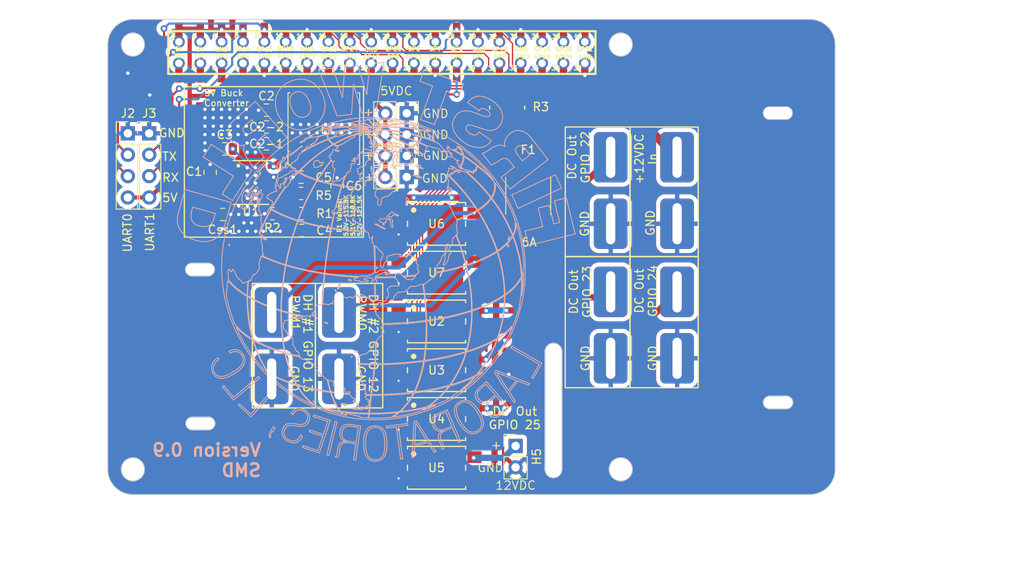
<source format=kicad_pcb>
(kicad_pcb (version 20241229) (generator "pcbnew") (generator_version "9.0")
  (layers (0 "F.Cu" mixed) (2 "B.Cu" signal) (13 "F.Paste" user) (15 "B.Paste" user) (5 "F.SilkS" user "F.Silkscreen") (7 "B.SilkS" user "B.Silkscreen") (1 "F.Mask" user) (3 "B.Mask" user) (25 "Edge.Cuts" user))
  (net 0 "")
  (net 1 "GND")
  (net 2 "+12V")
  (net 3 "Net-(U1-FB)")
  (net 4 "Net-(U1-COMP)")
  (net 13 "Net-(C5-Pad1)")
  (net 21 "Dew Heater 2")
  (net 22 "Dew Heater 1")
  (net 23 "DC_X")
  (net 24 "DC_3")
  (net 25 "DC_2")
  (net 26 "DC_1")
  (net 27 "+5V")
  (net 29 "+3V3")
  (net 32 "TXD2")
  (net 36 "Net-(U1-SW)")
  (net 37 "Net-(C13-Positive)")
  (net 38 "Net-(C12-Positive)")
  (net 39 "Net-(C11-Positive)")
  (net 40 "Net-(H5-Pad1)")
  (net 41 "RXD1")
  (net 42 "RXD2")
  (net 43 "TXD1")
  (net 44 "DH1")
  (net 46 "DH2")
  (net 47 "DC2")
  (net 48 "DCX")
  (net 49 "DC1")
  (net 50 "DC3")
  (net 51 "Net-(C16-Positive)")
  (net 53 "Net-(U1-SS)")
  (net 54 "Net-(U1-BST)")
  (net 55 "Net-(C15-Positive)")
  (net 56 "Net-(C14-Positive)")
  (footprint "Resistor Array:RES_EXB2HV" (layer "F.Cu") (at 187.5 86 -90)
    (property "Reference" "R3")
    (property "Value" "560 Ohm")
  )
  (footprint "Anderson Power Pole:APP 45A Vertical Contact" (layer "F.Cu") (at 159.5 114.3)
    (property "Reference" "C11" (hide yes))
    (property "Value" "~")
  )
  (footprint "Connector_PinHeader_2.54mm:PinHeader_1x02_P2.54mm_Vertical" (layer "F.Cu") (at 175.556666 89.2 -90)
    (property "Reference" "H2" (hide yes))
    (property "Value" "MountingHole_Pad" (hide yes))
  )
  (footprint "Capacitor_SMD:C_0805_2012Metric" (layer "F.Cu") (at 158.883333 88.3)
    (property "Reference" "C2-2")
    (property "Value" "22uF")
  )
  (footprint "Capacitor_SMD:C_0805_2012Metric" (layer "F.Cu") (at 152.183333 93.7 -90)
    (property "Reference" "C1")
    (property "Value" "10uF")
  )
  (footprint "4A Solid State Relay:SOIC_3553ATP1_F_TOS" (layer "F.Cu") (at 179.1 128.8136)
    (property "Reference" "U5")
    (property "Value" "TLP3553ATP1_F" (hide yes))
  )
  (footprint "Resistor_SMD:R_0805_2012Metric" (layer "F.Cu") (at 162.983333 96.2 180)
    (property "Reference" "R5")
    (property "Value" "15.8K")
  )
  (footprint "4A Solid State Relay:SOIC_3553ATP1_F_TOS" (layer "F.Cu") (at 179.1 117.2136)
    (property "Reference" "U3")
    (property "Value" "TLP3553ATP1_F" (hide yes))
  )
  (footprint "Connector_PinHeader_2.54mm:PinHeader_1x02_P2.54mm_Vertical" (layer "F.Cu") (at 175.556666 86.676 -90)
    (property "Reference" "H1" (hide yes))
    (property "Value" "MountingHole_Pad" (hide yes))
  )
  (footprint "Connector_PinHeader_2.54mm:PinHeader_1x02_P2.54mm_Vertical" (layer "F.Cu") (at 175.556666 94.248 -90)
    (property "Reference" "H4" (hide yes))
    (property "Value" "MountingHole_Pad" (hide yes))
  )
  (footprint "Capacitor_SMD:C_0805_2012Metric" (layer "F.Cu") (at 153.933333 90.9)
    (property "Reference" "C3")
    (property "Value" "100nF")
  )
  (footprint "Capacitor_SMD:C_0805_2012Metric" (layer "F.Cu") (at 162.983333 94.265 180)
    (property "Reference" "C5")
    (property "Value" "2.7nF")
  )
  (footprint "Raspberry Pi Hat Parts:Raspberry_Pi_40_Pin_Header_With_Lands" (layer "F.Cu") (at 172.5 79.5)
    (property "Reference" "J1" (hide yes))
    (property "Value" "Raspberry_Pi_2_3")
  )
  (footprint "Connector_PinHeader_2.54mm:PinHeader_1x02_P2.54mm_Vertical" (layer "F.Cu") (at 188.5 126.225)
    (property "Reference" "H5")
    (property "Value" "MountingHole_Pad")
  )
  (footprint "Capacitor_SMD:C_0805_2012Metric" (layer "F.Cu") (at 158.883333 90.3)
    (property "Reference" "C2-1")
    (property "Value" "22uF")
  )
  (footprint "Capacitor_SMD:C_0805_2012Metric" (layer "F.Cu") (at 158.883333 86.3)
    (property "Reference" "C2")
    (property "Value" "22uF")
  )
  (footprint "Capacitor_SMD:C_0805_2012Metric" (layer "F.Cu") (at 153.683333 98.7)
    (property "Reference" "Css1")
    (property "Value" "10nF")
  )
  (footprint "Capacitor_SMD:C_0805_2012Metric" (layer "F.Cu") (at 163.070833 100.6 180)
    (property "Reference" "C4")
    (property "Value" "100pF")
  )
  (footprint "Capacitor_SMD:C_0805_2012Metric" (layer "F.Cu") (at 167.283333 95.3 90)
    (property "Reference" "C6")
    (property "Value" "33pF")
  )
  (footprint "Connector_PinHeader_2.54mm:PinHeader_1x02_P2.54mm_Vertical" (layer "F.Cu") (at 175.556666 91.724 -90)
    (property "Reference" "H3" (hide yes))
    (property "Value" "MountingHole_Pad" (hide yes))
  )
  (footprint "Anderson Power Pole:APP 45A Vertical Contact" (layer "F.Cu") (at 207.7 95.85)
    (property "Reference" "C16" (hide yes))
    (property "Value" "~")
  )
  (footprint "Resistor_SMD:R_0805_2012Metric" (layer "F.Cu") (at 159.570833 98.6)
    (property "Reference" "R2")
    (property "Value" "22.1K")
  )
  (footprint "Anderson Power Pole:APP 45A Vertical Contact" (layer "F.Cu") (at 207.7 111.85)
    (property "Reference" "C13" (hide yes))
    (property "Value" "~")
  )
  (footprint "Anderson Power Pole:APP 45A Vertical Contact" (layer "F.Cu") (at 199.8 95.85)
    (property "Reference" "C14" (hide yes))
    (property "Value" "~")
  )
  (footprint "Anderson Power Pole:APP 45A Vertical Contact" (layer "F.Cu") (at 199.8 111.85)
    (property "Reference" "C15" (hide yes))
    (property "Value" "~")
  )
  (footprint "Connector_PinHeader_2.54mm:PinHeader_1x04_P2.54mm_Vertical" (layer "F.Cu") (at 142.4 89.06)
    (property "Reference" "J2")
    (property "Value" "Conn_01x04")
  )
  (footprint "Inductor_SMD:L_Cenker_CKCS8080" (layer "F.Cu") (at 165.7 88.5 90)
    (property "Reference" "L1")
    (property "Value" "3.6uH")
  )
  (footprint "Anderson Power Pole:APP 45A Vertical Contact" (layer "F.Cu") (at 167.5 114.3)
    (property "Reference" "C12" (hide yes))
    (property "Value" "~")
  )
  (footprint "Resistor_SMD:R_0805_2012Metric" (layer "F.Cu") (at 163.070833 98.6)
    (property "Reference" "R1")
    (property "Value" "115K")
  )
  (footprint "Fuse:Fuse_2920_7451Metric" (layer "F.Cu") (at 190 96.5 90)
    (property "Reference" "F1")
    (property "Value" "Polyfuse - 6A")
  )
  (footprint "4A Solid State Relay:SOIC_3553ATP1_F_TOS" (layer "F.Cu") (at 179.1 111.4136)
    (property "Reference" "U2")
    (property "Value" "TLP3553ATP1_F" (hide yes))
  )
  (footprint "4A Solid State Relay:SOIC_3553ATP1_F_TOS" (layer "F.Cu") (at 179.1 99.8136)
    (property "Reference" "U6")
    (property "Value" "TLP241ATP1_F" (hide yes))
  )
  (footprint "AP64501QSP_13:SO-8EP_DIO" (layer "F.Cu") (at 157.033333 94.9)
    (property "Reference" "U1")
    (property "Value" "AP64501SP-13")
  )
  (footprint "4A Solid State Relay:SOIC_3553ATP1_F_TOS" (layer "F.Cu") (at 179.1 123.0136)
    (property "Reference" "U4")
    (property "Value" "TLP3553ATP1_F" (hide yes))
  )
  (footprint "4A Solid State Relay:SOIC_3553ATP1_F_TOS" (layer "F.Cu") (at 179.1 105.6136)
    (property "Reference" "U7")
    (property "Value" "TLP241ATP1_F" (hide yes))
  )
  (footprint "Connector_PinHeader_2.54mm:PinHeader_1x04_P2.54mm_Vertical" (layer "F.Cu") (at 144.94 89.06)
    (property "Reference" "J3")
    (property "Value" "Conn_01x04")
  )
  (gr_rect (start 202.1 88.3) (end 210.2 103.7) (stroke (width 0.15)) (fill no) (layer "F.SilkS"))
  (gr_rect (start 194.4 103.7) (end 202.1 119.3) (stroke (width 0.15)) (fill no) (layer "F.SilkS"))
  (gr_rect (start 202.1 103.7) (end 210.2 119.3) (stroke (width 0.15)) (fill no) (layer "F.SilkS"))
  (gr_rect (start 164.7 106.9) (end 172.7 121.7) (stroke (width 0.15)) (fill no) (layer "F.SilkS"))
  (gr_rect (start 157.2 106.9) (end 164.7 121.7) (stroke (width 0.15)) (fill no) (layer "F.SilkS"))
  (gr_rect (start 194.4 88.3) (end 202.1 103.7) (stroke (width 0.15)) (fill no) (layer "F.SilkS"))
  (gr_rect (start 149.116666 83.5) (end 170.416666 101.4) (stroke (width 0.15)) (fill no) (layer "F.SilkS"))
  (gr_curve (pts (xy 156.506822 96.527374) (xy 156.508104 96.517849) (xy 156.497033 96.503738) (xy 156.487764 96.49627)) (stroke (width 0.1)) (layer "B.SilkS"))
  (gr_curve (pts (xy 186.381795 103.11472) (xy 186.422754 103.084946) (xy 186.459687 103.057202) (xy 186.497503 103.03072)) (stroke (width 0.1)) (layer "B.SilkS"))
  (gr_curve (pts (xy 183.491193 93.804973) (xy 183.535775 93.712723) (xy 183.536264 93.619095) (xy 183.536584 93.526039)) (stroke (width 0.1)) (layer "B.SilkS"))
  (gr_curve (pts (xy 173.696343 100.076973) (xy 173.673124 100.009358) (xy 173.659211 99.937802) (xy 173.648519 99.866837)) (stroke (width 0.1)) (layer "B.SilkS"))
  (gr_line (start 159.617048 119.56362) (end 157.007184 122.425925) (stroke (width 0.1)) (layer "B.SilkS"))
  (gr_curve (pts (xy 184.03914 117.628602) (xy 184.061776 117.593659) (xy 184.08154 117.556404) (xy 184.107476 117.524116)) (stroke (width 0.1)) (layer "B.SilkS"))
  (gr_curve (pts (xy 170.958658 89.094623) (xy 170.90365 89.009091) (xy 170.829629 89.000355) (xy 170.745004 89.024898)) (stroke (width 0.1)) (layer "B.SilkS"))
  (gr_curve (pts (xy 169.323847 92.321266) (xy 169.286981 92.331551) (xy 169.250322 92.343109) (xy 169.212876 92.350575)) (stroke (width 0.1)) (layer "B.SilkS"))
  (gr_curve (pts (xy 172.02712 89.944466) (xy 171.973 89.947773) (xy 171.930818 89.945954) (xy 171.890543 89.953842)) (stroke (width 0.1)) (layer "B.SilkS"))
  (gr_curve (pts (xy 168.274095 121.419976) (xy 168.282343 121.408356) (xy 168.268671 121.394478) (xy 168.261957 121.38652)) (stroke (width 0.1)) (layer "B.SilkS"))
  (gr_curve (pts (xy 166.856126 118.860222) (xy 166.858552 118.876007) (xy 166.850458 118.893502) (xy 166.846872 118.910111)) (stroke (width 0.1)) (layer "B.SilkS"))
  (gr_curve (pts (xy 169.946306 94.488277) (xy 169.968019 94.506463) (xy 170.006426 94.511116) (xy 170.029733 94.494278)) (stroke (width 0.1)) (layer "B.SilkS"))
  (gr_curve (pts (xy 169.164339 99.372421) (xy 169.140733 99.360367) (xy 169.103349 99.358471) (xy 169.102052 99.311039)) (stroke (width 0.1)) (layer "B.SilkS"))
  (gr_line (start 186.273298 117.502096) (end 188.601423 118.426657) (stroke (width 0.1)) (layer "B.SilkS"))
  (gr_curve (pts (xy 160.190713 92.737744) (xy 160.273263 92.674241) (xy 160.276292 92.667015) (xy 160.264238 92.549141)) (stroke (width 0.1)) (layer "B.SilkS"))
  (gr_curve (pts (xy 148.395368 98.545798) (xy 147.962751 100.094626) (xy 148.772321 101.30068) (xy 150.452497 101.769675)) (stroke (width 0.1)) (layer "B.SilkS"))
  (gr_curve (pts (xy 173.533525 90.682709) (xy 173.522107 90.716591) (xy 173.520086 90.753639) (xy 173.513177 90.792801)) (stroke (width 0.1)) (layer "B.SilkS"))
  (gr_line (start 195.577985 101.016257) (end 194.525251 96.728903) (stroke (width 0.1)) (layer "B.SilkS"))
  (gr_curve (pts (xy 169.978547 93.108421) (xy 169.944254 93.16243) (xy 169.899553 93.194931) (xy 169.836411 93.205357)) (stroke (width 0.1)) (layer "B.SilkS"))
  (gr_curve (pts (xy 166.897218 98.472103) (xy 166.925256 98.512345) (xy 166.909242 98.553887) (xy 166.900438 98.594963)) (stroke (width 0.1)) (layer "B.SilkS"))
  (gr_curve (pts (xy 168.369417 89.116848) (xy 168.404054 89.100952) (xy 168.43815 89.081612) (xy 168.474664 89.072391)) (stroke (width 0.1)) (layer "B.SilkS"))
  (gr_curve (pts (xy 167.04001 107.648453) (xy 166.994768 107.678597) (xy 166.994005 107.708824) (xy 167.014917 107.733261)) (stroke (width 0.1)) (layer "B.SilkS"))
  (gr_curve (pts (xy 168.999208 108.583809) (xy 168.972734 108.562645) (xy 168.950929 108.535446) (xy 168.923753 108.515388)) (stroke (width 0.1)) (layer "B.SilkS"))
  (gr_curve (pts (xy 157.127687 113.575424) (xy 157.297914 113.676125) (xy 157.253114 113.623405) (xy 157.311189 113.812607)) (stroke (width 0.1)) (layer "B.SilkS"))
  (gr_curve (pts (xy 181.130418 98.694443) (xy 181.017198 98.415398) (xy 180.919583 98.12909) (xy 180.751272 97.87484)) (stroke (width 0.1)) (layer "B.SilkS"))
  (gr_curve (pts (xy 189.158372 106.355477) (xy 189.165841 106.342087) (xy 189.177629 106.331093) (xy 189.187055 106.319405)) (stroke (width 0.1)) (layer "B.SilkS"))
  (gr_curve (pts (xy 188.16134 101.100033) (xy 187.94552 100.571072) (xy 187.716119 100.065095) (xy 187.46092 99.571007)) (stroke (width 0.1)) (layer "B.SilkS"))
  (gr_curve (pts (xy 177.198572 93.059998) (xy 177.225214 93.080094) (xy 177.257733 93.092255) (xy 177.28695 93.109123)) (stroke (width 0.1)) (layer "B.SilkS"))
  (gr_curve (pts (xy 185.646615 109.243477) (xy 185.719029 109.20771) (xy 185.790982 109.17102) (xy 185.862871 109.134202)) (stroke (width 0.1)) (layer "B.SilkS"))
  (gr_curve (pts (xy 169.300783 98.61797) (xy 169.272073 98.653397) (xy 169.233003 98.656548) (xy 169.195863 98.663388)) (stroke (width 0.1)) (layer "B.SilkS"))
  (gr_curve (pts (xy 159.621377 97.260033) (xy 159.61493 97.211971) (xy 159.593965 97.171978) (xy 159.556336 97.139695)) (stroke (width 0.1)) (layer "B.SilkS"))
  (gr_curve (pts (xy 168.322 122.410088) (xy 168.306001 122.405579) (xy 168.286874 122.400475) (xy 168.272371 122.405312)) (stroke (width 0.1)) (layer "B.SilkS"))
  (gr_curve (pts (xy 176.871107 105.214584) (xy 176.888746 105.248543) (xy 176.906831 105.282372) (xy 176.922208 105.317352)) (stroke (width 0.1)) (layer "B.SilkS"))
  (gr_curve (pts (xy 166.666978 118.524849) (xy 166.722185 118.521942) (xy 166.777505 118.520386) (xy 166.832551 118.515617)) (stroke (width 0.1)) (layer "B.SilkS"))
  (gr_curve (pts (xy 161.214479 92.499283) (xy 161.230722 92.491948) (xy 161.251863 92.495461) (xy 161.285508 92.492947)) (stroke (width 0.1)) (layer "B.SilkS"))
  (gr_curve (pts (xy 186.290654 102.85817) (xy 186.046037 102.127785) (xy 185.755518 101.415989) (xy 185.426645 100.719639)) (stroke (width 0.1)) (layer "B.SilkS"))
  (gr_curve (pts (xy 161.452401 103.215466) (xy 161.414323 103.376683) (xy 161.378526 103.53846) (xy 161.342996 103.70028)) (stroke (width 0.1)) (layer "B.SilkS"))
  (gr_curve (pts (xy 179.745088 111.100159) (xy 180.455053 110.965134) (xy 181.158822 110.803848) (xy 181.856866 110.61692)) (stroke (width 0.1)) (layer "B.SilkS"))
  (gr_curve (pts (xy 170.139375 106.699135) (xy 170.281083 106.64666) (xy 170.423387 106.66671) (xy 170.5674 106.687523)) (stroke (width 0.1)) (layer "B.SilkS"))
  (gr_curve (pts (xy 185.171247 122.419577) (xy 185.636579 122.94985) (xy 186.273786 122.932028) (xy 186.814802 122.456442)) (stroke (width 0.1)) (layer "B.SilkS"))
  (gr_curve (pts (xy 171.828706 116.451065) (xy 171.828706 116.414314) (xy 171.827233 116.393684) (xy 171.828954 116.373322)) (stroke (width 0.1)) (layer "B.SilkS"))
  (gr_curve (pts (xy 168.369768 121.406945) (xy 168.392351 121.419624) (xy 168.431565 121.407982) (xy 168.434061 121.386688)) (stroke (width 0.1)) (layer "B.SilkS"))
  (gr_curve (pts (xy 167.453501 97.886498) (xy 167.413118 97.875996) (xy 167.373903 97.857987) (xy 167.336968 97.838109)) (stroke (width 0.1)) (layer "B.SilkS"))
  (gr_curve (pts (xy 156.57921 109.097099) (xy 156.584123 109.305291) (xy 156.591066 109.513534) (xy 156.602693 109.721451)) (stroke (width 0.1)) (layer "B.SilkS"))
  (gr_curve (pts (xy 161.819322 101.809963) (xy 161.775086 101.965192) (xy 161.731698 102.120682) (xy 161.689943 102.276596)) (stroke (width 0.1)) (layer "B.SilkS"))
  (gr_curve (pts (xy 167.14866 89.19764) (xy 167.159578 89.217587) (xy 167.177102 89.233917) (xy 167.196916 89.258484)) (stroke (width 0.1)) (layer "B.SilkS"))
  (gr_curve (pts (xy 177.674303 116.034676) (xy 177.716634 115.718178) (xy 177.7623 115.411461) (xy 177.797532 115.103546)) (stroke (width 0.1)) (layer "B.SilkS"))
  (gr_line (start 163.164411 125.035788) (end 162.936384 124.923727) (stroke (width 0.1)) (layer "B.SilkS"))
  (gr_curve (pts (xy 169.516923 97.998505) (xy 169.558702 98.01862) (xy 169.600458 98.04208) (xy 169.635744 98.071766)) (stroke (width 0.1)) (layer "B.SilkS"))
  (gr_curve (pts (xy 164.995301 94.445938) (xy 164.971177 94.484352) (xy 164.954942 94.530091) (xy 164.915826 94.553425)) (stroke (width 0.1)) (layer "B.SilkS"))
  (gr_curve (pts (xy 186.305082 113.64637) (xy 186.346307 113.534966) (xy 186.408445 113.462777) (xy 186.507131 113.401055)) (stroke (width 0.1)) (layer "B.SilkS"))
  (gr_curve (pts (xy 166.960558 90.331894) (xy 167.71618 89.90535) (xy 168.492967 89.545029) (xy 169.301721 89.254048)) (stroke (width 0.1)) (layer "B.SilkS"))
  (gr_curve (pts (xy 170.669782 125.957175) (xy 170.650739 124.656393) (xy 171.004743 124.026511) (xy 171.785017 124.014548)) (stroke (width 0.1)) (layer "B.SilkS"))
  (gr_curve (pts (xy 177.581311 121.901108) (xy 177.621679 121.87629) (xy 177.661592 121.850716) (xy 177.701768 121.8256)) (stroke (width 0.1)) (layer "B.SilkS"))
  (gr_curve (pts (xy 166.446771 119.744041) (xy 166.422845 119.744041) (xy 166.397829 119.747131) (xy 166.373796 119.743599)) (stroke (width 0.1)) (layer "B.SilkS"))
  (gr_curve (pts (xy 171.416597 90.675759) (xy 171.41929 90.634934) (xy 171.438188 90.611313) (xy 171.474359 90.586098)) (stroke (width 0.1)) (layer "B.SilkS"))
  (gr_curve (pts (xy 171.11992 101.400074) (xy 171.130792 101.431767) (xy 171.145837 101.463555) (xy 171.165628 101.490372)) (stroke (width 0.1)) (layer "B.SilkS"))
  (gr_curve (pts (xy 173.766489 92.123367) (xy 173.755403 92.108223) (xy 173.738817 92.089535) (xy 173.766267 92.067066)) (stroke (width 0.1)) (layer "B.SilkS"))
  (gr_curve (pts (xy 165.752107 111.561554) (xy 165.827989 111.516182) (xy 165.897821 111.510185) (xy 165.9675 111.524666)) (stroke (width 0.1)) (layer "B.SilkS"))
  (gr_curve (pts (xy 172.059877 88.751813) (xy 172.871236 89.059738) (xy 173.662675 89.412636) (xy 174.437047 89.804134)) (stroke (width 0.1)) (layer "B.SilkS"))
  (gr_line (start 177.622419 81.499411) (end 177.126813 82.877585) (stroke (width 0.1)) (layer "B.SilkS"))
  (gr_curve (pts (xy 182.131719 95.689976) (xy 182.034493 95.577355) (xy 181.936326 95.465516) (xy 181.837033 95.354713)) (stroke (width 0.1)) (layer "B.SilkS"))
  (gr_curve (pts (xy 189.532457 103.212265) (xy 189.378537 101.884656) (xy 189.079107 100.591149) (xy 188.631868 99.332009)) (stroke (width 0.1)) (layer "B.SilkS"))
  (gr_curve (pts (xy 169.405747 92.156795) (xy 169.395754 92.127266) (xy 169.369943 92.123284) (xy 169.344179 92.12191)) (stroke (width 0.1)) (layer "B.SilkS"))
  (gr_curve (pts (xy 180.356161 91.739479) (xy 180.42859 91.680394) (xy 180.414598 91.616326) (xy 180.381521 91.551555)) (stroke (width 0.1)) (layer "B.SilkS"))
  (gr_curve (pts (xy 165.196252 117.695191) (xy 165.234979 117.777336) (xy 165.291078 117.846207) (xy 165.366586 117.897515)) (stroke (width 0.1)) (layer "B.SilkS"))
  (gr_curve (pts (xy 167.992525 121.318748) (xy 168.062814 121.32856) (xy 168.116014 121.369728) (xy 168.172609 121.406448)) (stroke (width 0.1)) (layer "B.SilkS"))
  (gr_curve (pts (xy 161.283464 95.416062) (xy 161.377199 95.399094) (xy 161.429307 95.33487) (xy 161.448251 95.242977)) (stroke (width 0.1)) (layer "B.SilkS"))
  (gr_curve (pts (xy 173.16834 105.760872) (xy 173.12753 105.713486) (xy 173.085527 105.666984) (xy 173.041398 105.622734)) (stroke (width 0.1)) (layer "B.SilkS"))
  (gr_curve (pts (xy 173.947698 87.533707) (xy 173.568399 87.612057) (xy 173.202729 87.719544) (xy 172.846414 87.862347)) (stroke (width 0.1)) (layer "B.SilkS"))
  (gr_curve (pts (xy 167.483072 96.58754) (xy 167.718156 95.74506) (xy 167.800935 95.482361) (xy 167.858842 95.379845)) (stroke (width 0.1)) (layer "B.SilkS"))
  (gr_curve (pts (xy 172.884133 90.333088) (xy 172.860513 90.338585) (xy 172.83714 90.345204) (xy 172.818162 90.350136)) (stroke (width 0.1)) (layer "B.SilkS"))
  (gr_curve (pts (xy 160.889169 94.896099) (xy 160.910386 94.848961) (xy 160.934152 94.806114) (xy 160.9815 94.778176)) (stroke (width 0.1)) (layer "B.SilkS"))
  (gr_curve (pts (xy 175.451524 97.330643) (xy 175.509489 97.198601) (xy 175.528016 97.06263) (xy 175.522077 96.92072)) (stroke (width 0.1)) (layer "B.SilkS"))
  (gr_curve (pts (xy 179.655622 126.14736) (xy 179.722517 126.305807) (xy 179.743024 126.477927) (xy 179.710309 126.647604)) (stroke (width 0.1)) (layer "B.SilkS"))
  (gr_curve (pts (xy 166.837655 92.459332) (xy 166.7782 92.514725) (xy 166.743982 92.581303) (xy 166.773042 92.664921)) (stroke (width 0.1)) (layer "B.SilkS"))
  (gr_curve (pts (xy 172.966821 105.648186) (xy 172.958993 105.733269) (xy 172.999071 105.797677) (xy 173.075277 105.828743)) (stroke (width 0.1)) (layer "B.SilkS"))
  (gr_curve (pts (xy 171.088747 87.548638) (xy 171.333131 87.837425) (xy 171.554933 88.20998) (xy 171.596879 88.402882)) (stroke (width 0.1)) (layer "B.SilkS"))
  (gr_line (start 177.126813 82.877585) (end 178.632673 83.419089) (stroke (width 0.1)) (layer "B.SilkS"))
  (gr_curve (pts (xy 185.39488 90.977682) (xy 185.037946 91.235251) (xy 184.714704 91.405905) (xy 184.529645 91.428366)) (stroke (width 0.1)) (layer "B.SilkS"))
  (gr_curve (pts (xy 180.769807 102.486996) (xy 180.773279 102.484596) (xy 180.776052 102.481217) (xy 180.779314 102.478489)) (stroke (width 0.1)) (layer "B.SilkS"))
  (gr_curve (pts (xy 166.159318 89.73463) (xy 165.51819 89.994095) (xy 164.887437 90.276478) (xy 164.270097 90.588566)) (stroke (width 0.1)) (layer "B.SilkS"))
  (gr_curve (pts (xy 170.610383 119.345306) (xy 170.532777 119.248749) (xy 170.466798 119.147423) (xy 170.4321 119.025307)) (stroke (width 0.1)) (layer "B.SilkS"))
  (gr_line (start 157.122419 87.436423) (end 157.870954 88.290182) (stroke (width 0.1)) (layer "B.SilkS"))
  (gr_curve (pts (xy 164.979181 89.418866) (xy 164.934816 89.431462) (xy 164.888139 89.439777) (xy 164.842149 89.441921)) (stroke (width 0.1)) (layer "B.SilkS"))
  (gr_curve (pts (xy 177.171129 92.916271) (xy 177.137067 92.975213) (xy 177.144212 93.018986) (xy 177.198572 93.059998)) (stroke (width 0.1)) (layer "B.SilkS"))
  (gr_curve (pts (xy 174.065671 93.219208) (xy 174.048578 93.191048) (xy 174.032064 93.158638) (xy 174.028947 93.126659)) (stroke (width 0.1)) (layer "B.SilkS"))
  (gr_curve (pts (xy 166.200822 118.452995) (xy 166.196229 118.429108) (xy 166.197275 118.404129) (xy 166.194932 118.367805)) (stroke (width 0.1)) (layer "B.SilkS"))
  (gr_curve (pts (xy 172.053125 110.686707) (xy 172.012143 110.650093) (xy 171.967321 110.61776) (xy 171.916868 110.577675)) (stroke (width 0.1)) (layer "B.SilkS"))
  (gr_curve (pts (xy 160.848005 124.108053) (xy 160.531599 124.750876) (xy 160.84361 125.377096) (xy 161.46861 125.684225)) (stroke (width 0.1)) (layer "B.SilkS"))
  (gr_curve (pts (xy 171.827905 106.07634) (xy 171.834741 106.067024) (xy 171.847963 106.060638) (xy 171.859654 106.056954)) (stroke (width 0.1)) (layer "B.SilkS"))
  (gr_curve (pts (xy 171.292405 88.774898) (xy 171.293466 88.774841) (xy 171.294465 88.774777) (xy 171.295419 88.774716)) (stroke (width 0.1)) (layer "B.SilkS"))
  (gr_curve (pts (xy 156.24653 112.850647) (xy 155.860628 112.554055) (xy 155.509294 112.222206) (xy 155.211518 111.83551)) (stroke (width 0.1)) (layer "B.SilkS"))
  (gr_line (start 184.529645 91.428366) (end 185.6107 92.81655) (stroke (width 0.1)) (layer "B.SilkS"))
  (gr_curve (pts (xy 174.642885 89.824848) (xy 174.401415 89.70007) (xy 174.158182 89.578427) (xy 173.912836 89.461464)) (stroke (width 0.1)) (layer "B.SilkS"))
  (gr_curve (pts (xy 175.063993 106.034676) (xy 175.023526 105.978234) (xy 174.989091 105.924416) (xy 174.948766 105.875458)) (stroke (width 0.1)) (layer "B.SilkS"))
  (gr_curve (pts (xy 170.111894 93.924904) (xy 170.023485 93.959259) (xy 169.995607 94.029648) (xy 170.006669 94.120488)) (stroke (width 0.1)) (layer "B.SilkS"))
  (gr_curve (pts (xy 159.490037 97.898816) (xy 159.471208 97.929776) (xy 159.465097 97.973629) (xy 159.411424 97.982223)) (stroke (width 0.1)) (layer "B.SilkS"))
  (gr_curve (pts (xy 170.604799 92.913834) (xy 170.588625 92.91869) (xy 170.571374 92.919823) (xy 170.554704 92.923141)) (stroke (width 0.1)) (layer "B.SilkS"))
  (gr_curve (pts (xy 177.934072 90.785336) (xy 177.938111 90.831131) (xy 177.925729 90.868889) (xy 177.890512 90.898842)) (stroke (width 0.1)) (layer "B.SilkS"))
  (gr_curve (pts (xy 160.582239 110.064125) (xy 160.434381 110.044709) (xy 159.903078 109.86573) (xy 159.238603 109.609993)) (stroke (width 0.1)) (layer "B.SilkS"))
  (gr_line (start 159.289899 125.245505) (end 159.393415 125.080221) (stroke (width 0.1)) (layer "B.SilkS"))
  (gr_curve (pts (xy 165.540388 84.443503) (xy 165.203962 83.69155) (xy 164.653669 83.08779) (xy 163.928571 82.798727)) (stroke (width 0.1)) (layer "B.SilkS"))
  (gr_curve (pts (xy 168.251916 121.319359) (xy 168.260301 121.327019) (xy 168.268732 121.334618) (xy 168.277551 121.341759)) (stroke (width 0.1)) (layer "B.SilkS"))
  (gr_curve (pts (xy 172.532129 91.005623) (xy 172.55869 90.990151) (xy 172.585622 90.978161) (xy 172.60798 90.960415)) (stroke (width 0.1)) (layer "B.SilkS"))
  (gr_curve (pts (xy 167.505647 107.380646) (xy 167.502153 107.381134) (xy 167.500482 107.394646) (xy 167.495569 107.409149)) (stroke (width 0.1)) (layer "B.SilkS"))
  (gr_curve (pts (xy 176.383172 94.093559) (xy 176.371125 94.090168) (xy 176.35938 94.084679) (xy 176.348527 94.078366)) (stroke (width 0.1)) (layer "B.SilkS"))
  (gr_curve (pts (xy 166.194833 102.272198) (xy 166.137368 102.633057) (xy 166.085977 102.994927) (xy 166.035707 103.356881)) (stroke (width 0.1)) (layer "B.SilkS"))
  (gr_curve (pts (xy 168.330247 122.565865) (xy 168.311922 122.55883) (xy 168.292833 122.556572) (xy 168.273256 122.553421)) (stroke (width 0.1)) (layer "B.SilkS"))
  (gr_curve (pts (xy 154.315778 88.674704) (xy 154.2357 89.117087) (xy 154.372419 89.539694) (xy 154.70445 89.918356)) (stroke (width 0.1)) (layer "B.SilkS"))
  (gr_curve (pts (xy 186.512285 108.780327) (xy 186.582154 108.739777) (xy 186.651868 108.698921) (xy 186.720915 108.656998)) (stroke (width 0.1)) (layer "B.SilkS"))
  (gr_curve (pts (xy 156.597688 95.741524) (xy 156.607011 95.727573) (xy 156.625307 95.664834) (xy 156.649324 95.669045)) (stroke (width 0.1)) (layer "B.SilkS"))
  (gr_curve (pts (xy 169.832544 87.743679) (xy 169.807855 87.76432) (xy 169.799676 87.799431) (xy 169.812021 87.824486)) (stroke (width 0.1)) (layer "B.SilkS"))
  (gr_curve (pts (xy 168.846154 106.640266) (xy 168.881029 106.656906) (xy 168.912111 106.645226) (xy 168.938814 106.621537)) (stroke (width 0.1)) (layer "B.SilkS"))
  (gr_curve (pts (xy 169.177949 98.106018) (xy 169.131082 98.090771) (xy 169.095872 98.116966) (xy 169.070626 98.155308)) (stroke (width 0.1)) (layer "B.SilkS"))
  (gr_curve (pts (xy 163.684907 115.989213) (xy 163.700006 115.986748) (xy 163.716806 115.994789) (xy 163.733629 115.998154)) (stroke (width 0.1)) (layer "B.SilkS"))
  (gr_curve (pts (xy 167.181047 107.856728) (xy 167.187746 107.844284) (xy 167.188745 107.824013) (xy 167.183275 107.811058)) (stroke (width 0.1)) (layer "B.SilkS"))
  (gr_curve (pts (xy 171.535516 109.193748) (xy 171.523309 109.122834) (xy 171.477922 109.082787) (xy 171.417131 109.054444)) (stroke (width 0.1)) (layer "B.SilkS"))
  (gr_curve (pts (xy 170.607217 120.382286) (xy 170.583711 120.333855) (xy 170.598772 120.301491) (xy 170.651186 120.285912)) (stroke (width 0.1)) (layer "B.SilkS"))
  (gr_curve (pts (xy 168.061136 108.507774) (xy 168.006296 108.481705) (xy 167.952569 108.463204) (xy 167.890703 108.464859)) (stroke (width 0.1)) (layer "B.SilkS"))
  (gr_curve (pts (xy 173.04455 99.173431) (xy 173.136457 99.158154) (xy 173.19576 99.100777) (xy 173.217965 99.008145)) (stroke (width 0.1)) (layer "B.SilkS"))
  (gr_curve (pts (xy 176.608007 91.883541) (xy 176.615568 91.914143) (xy 176.596776 91.94376) (xy 176.565232 91.951348)) (stroke (width 0.1)) (layer "B.SilkS"))
  (gr_curve (pts (xy 157.15822 96.938373) (xy 157.147355 96.960724) (xy 157.14058 96.979034) (xy 157.130281 96.995095)) (stroke (width 0.1)) (layer "B.SilkS"))
  (gr_curve (pts (xy 158.275086 95.908714) (xy 158.263383 95.958188) (xy 158.245546 96.007115) (xy 158.241174 96.057224)) (stroke (width 0.1)) (layer "B.SilkS"))
  (gr_line (start 180.364118 121.920309) (end 179.189313 122.419333) (stroke (width 0.1)) (layer "B.SilkS"))
  (gr_curve (pts (xy 169.325219 88.309864) (xy 169.745683 88.327049) (xy 170.165483 88.353341) (xy 170.583276 88.405034)) (stroke (width 0.1)) (layer "B.SilkS"))
  (gr_curve (pts (xy 173.15339 109.279473) (xy 173.221311 109.281624) (xy 173.289453 109.280693) (xy 173.357354 109.27771)) (stroke (width 0.1)) (layer "B.SilkS"))
  (gr_curve (pts (xy 171.903814 95.15712) (xy 171.932821 95.074131) (xy 171.940347 94.993317) (xy 171.914941 94.907471)) (stroke (width 0.1)) (layer "B.SilkS"))
  (gr_curve (pts (xy 182.593675 104.84647) (xy 182.879572 106.00058) (xy 183.078432 107.172234) (xy 183.188787 108.359421)) (stroke (width 0.1)) (layer "B.SilkS"))
  (gr_curve (pts (xy 180.619432 91.19373) (xy 180.606286 91.167828) (xy 180.588254 91.143372) (xy 180.568208 91.122242)) (stroke (width 0.1)) (layer "B.SilkS"))
  (gr_curve (pts (xy 169.000246 96.240749) (xy 169.013368 96.275269) (xy 169.022775 96.311199) (xy 169.032793 96.343152)) (stroke (width 0.1)) (layer "B.SilkS"))
  (gr_curve (pts (xy 188.702985 90.631247) (xy 189.037458 90.370993) (xy 189.347517 90.534811) (xy 189.666852 90.944968)) (stroke (width 0.1)) (layer "B.SilkS"))
  (gr_curve (pts (xy 156.222028 88.9811) (xy 155.942731 88.662497) (xy 156.088239 88.343405) (xy 156.479352 88.000632)) (stroke (width 0.1)) (layer "B.SilkS"))
  (gr_curve (pts (xy 170.962861 120.898559) (xy 171.000436 120.8974) (xy 171.038278 120.906853) (xy 171.07612 120.911171)) (stroke (width 0.1)) (layer "B.SilkS"))
  (gr_line (start 193.046247 99.826315) (end 192.502302 97.612692) (stroke (width 0.1)) (layer "B.SilkS"))
  (gr_curve (pts (xy 160.974359 91.952595) (xy 160.994028 91.971787) (xy 161.025064 91.97934) (xy 161.05414 91.993454)) (stroke (width 0.1)) (layer "B.SilkS"))
  (gr_curve (pts (xy 154.413515 102.236867) (xy 154.426088 102.237092) (xy 154.439935 102.240124) (xy 154.448831 102.242363)) (stroke (width 0.1)) (layer "B.SilkS"))
  (gr_curve (pts (xy 168.131608 121.256661) (xy 168.13128 121.256325) (xy 168.130937 121.255974) (xy 168.130586 121.255638)) (stroke (width 0.1)) (layer "B.SilkS"))
  (gr_curve (pts (xy 157.069032 95.509113) (xy 157.085435 95.482193) (xy 157.106493 95.458107) (xy 157.13202 95.423882)) (stroke (width 0.1)) (layer "B.SilkS"))
  (gr_curve (pts (xy 166.361871 89.03312) (xy 166.326387 89.041935) (xy 166.289499 89.045055) (xy 166.252512 89.050945)) (stroke (width 0.1)) (layer "B.SilkS"))
  (gr_curve (pts (xy 170.037408 94.705433) (xy 170.05462 94.716652) (xy 170.075494 94.728542) (xy 170.094965 94.728973)) (stroke (width 0.1)) (layer "B.SilkS"))
  (gr_curve (pts (xy 174.890809 92.640957) (xy 174.979718 92.588563) (xy 175.074697 92.579483) (xy 175.174119 92.59861)) (stroke (width 0.1)) (layer "B.SilkS"))
  (gr_curve (pts (xy 161.834733 117.701241) (xy 161.889589 117.834877) (xy 161.947129 117.967499) (xy 162.006723 118.099106)) (stroke (width 0.1)) (layer "B.SilkS"))
  (gr_line (start 170.22154 86.662497) (end 171.930524 86.472311) (stroke (width 0.1)) (layer "B.SilkS"))
  (gr_curve (pts (xy 157.872781 93.654892) (xy 157.882066 93.63638) (xy 157.897401 93.620522) (xy 157.911485 93.604851)) (stroke (width 0.1)) (layer "B.SilkS"))
  (gr_curve (pts (xy 169.307794 122.552445) (xy 169.174837 122.525299) (xy 169.0412 122.501396) (xy 168.907564 122.477753)) (stroke (width 0.1)) (layer "B.SilkS"))
  (gr_curve (pts (xy 170.021882 93.904266) (xy 170.035433 93.888138) (xy 170.046258 93.869499) (xy 170.056909 93.851177)) (stroke (width 0.1)) (layer "B.SilkS"))
  (gr_curve (pts (xy 175.596452 91.052807) (xy 175.570794 91.03413) (xy 175.540998 91.01537) (xy 175.53504 90.977066)) (stroke (width 0.1)) (layer "B.SilkS"))
  (gr_curve (pts (xy 170.672494 119.987877) (xy 170.729524 119.97062) (xy 170.747537 119.938195) (xy 170.735734 119.881951)) (stroke (width 0.1)) (layer "B.SilkS"))
  (gr_curve (pts (xy 164.620088 116.754677) (xy 164.619218 116.788666) (xy 164.620103 116.822723) (xy 164.620729 116.856728)) (stroke (width 0.1)) (layer "B.SilkS"))
  (gr_curve (pts (xy 170.182939 98.635086) (xy 170.189172 98.647797) (xy 170.189226 98.663536) (xy 170.19584 98.696052)) (stroke (width 0.1)) (layer "B.SilkS"))
  (gr_curve (pts (xy 175.923254 92.115127) (xy 175.899545 92.097305) (xy 175.875222 92.079506) (xy 175.854982 92.058102)) (stroke (width 0.1)) (layer "B.SilkS"))
  (gr_curve (pts (xy 171.362421 90.269634) (xy 171.356698 90.300808) (xy 171.362634 90.335899) (xy 171.33542 90.371868)) (stroke (width 0.1)) (layer "B.SilkS"))
  (gr_curve (pts (xy 173.889783 90.563389) (xy 173.911626 90.598717) (xy 173.929689 90.636376) (xy 173.949411 90.672916)) (stroke (width 0.1)) (layer "B.SilkS"))
  (gr_curve (pts (xy 173.050546 90.381809) (xy 173.053827 90.389638) (xy 173.057008 90.39785) (xy 173.062029 90.404538)) (stroke (width 0.1)) (layer "B.SilkS"))
  (gr_curve (pts (xy 169.245935 92.253189) (xy 169.287515 92.248879) (xy 169.329591 92.241677) (xy 169.369264 92.228897)) (stroke (width 0.1)) (layer "B.SilkS"))
  (gr_curve (pts (xy 157.6821 94.018089) (xy 157.702775 94.00048) (xy 157.712632 93.979542) (xy 157.724443 93.955429)) (stroke (width 0.1)) (layer "B.SilkS"))
  (gr_curve (pts (xy 160.739312 118.31205) (xy 160.208688 118.092202) (xy 159.692842 117.842202) (xy 159.197808 117.550019)) (stroke (width 0.1)) (layer "B.SilkS"))
  (gr_curve (pts (xy 174.491815 91.981048) (xy 174.468561 91.99958) (xy 174.444265 92.017762) (xy 174.424886 92.039986)) (stroke (width 0.1)) (layer "B.SilkS"))
  (gr_curve (pts (xy 168.711286 125.670309) (xy 168.070173 125.577292) (xy 167.773298 125.221091) (xy 167.862653 124.608053)) (stroke (width 0.1)) (layer "B.SilkS"))
  (gr_curve (pts (xy 170.72429 92.429817) (xy 170.72159 92.433105) (xy 170.718629 92.436157) (xy 170.715776 92.439323)) (stroke (width 0.1)) (layer "B.SilkS"))
  (gr_curve (pts (xy 166.849367 94.006531) (xy 166.875741 94.066887) (xy 166.862008 94.123245) (xy 166.839929 94.179558)) (stroke (width 0.1)) (layer "B.SilkS"))
  (gr_curve (pts (xy 168.135454 94.150788) (xy 168.141619 94.135288) (xy 168.150011 94.11916) (xy 168.176836 94.138367)) (stroke (width 0.1)) (layer "B.SilkS"))
  (gr_curve (pts (xy 157.675272 96.305397) (xy 157.689485 96.290405) (xy 157.708497 96.280037) (xy 157.723413 96.265576)) (stroke (width 0.1)) (layer "B.SilkS"))
  (gr_curve (pts (xy 164.942621 111.060135) (xy 164.896661 111.080177) (xy 164.859911 111.068116) (xy 164.824266 111.0625)) (stroke (width 0.1)) (layer "B.SilkS"))
  (gr_curve (pts (xy 188.75985 100.348145) (xy 188.975808 101.087601) (xy 189.143995 101.837948) (xy 189.263948 102.598824)) (stroke (width 0.1)) (layer "B.SilkS"))
  (gr_curve (pts (xy 180.667429 97.198791) (xy 180.65075 97.088032) (xy 180.676057 96.996876) (xy 180.769757 96.929848)) (stroke (width 0.1)) (layer "B.SilkS"))
  (gr_curve (pts (xy 150.452497 101.769675) (xy 152.278669 102.279684) (xy 153.499372 101.507468) (xy 153.983259 99.773581)) (stroke (width 0.1)) (layer "B.SilkS"))
  (gr_curve (pts (xy 157.762101 93.982559) (xy 157.747941 93.990131) (xy 157.733407 93.997613) (xy 157.720788 94.00737)) (stroke (width 0.1)) (layer "B.SilkS"))
  (gr_curve (pts (xy 168.813337 123.662253) (xy 168.196149 123.572897) (xy 167.712263 123.873434) (xy 167.611188 124.571677)) (stroke (width 0.1)) (layer "B.SilkS"))
  (gr_curve (pts (xy 169.984849 88.761891) (xy 170.359026 88.706658) (xy 170.734956 88.663235) (xy 171.110231 88.615605)) (stroke (width 0.1)) (layer "B.SilkS"))
  (gr_curve (pts (xy 174.943986 91.137055) (xy 174.956597 91.15736) (xy 174.968336 91.170414) (xy 174.973527 91.185692)) (stroke (width 0.1)) (layer "B.SilkS"))
  (gr_curve (pts (xy 168.317048 99.072693) (xy 168.399468 99.239513) (xy 168.510438 99.383228) (xy 168.694848 99.451455)) (stroke (width 0.1)) (layer "B.SilkS"))
  (gr_curve (pts (xy 166.108552 89.087589) (xy 166.082567 89.097984) (xy 166.063524 89.107548) (xy 166.043382 89.113358)) (stroke (width 0.1)) (layer "B.SilkS"))
  (gr_curve (pts (xy 168.130869 105.962723) (xy 167.927568 105.945138) (xy 167.724382 105.925629) (xy 167.521562 105.903252)) (stroke (width 0.1)) (layer "B.SilkS"))
  (gr_curve (pts (xy 181.419942 93.267193) (xy 181.440423 93.286098) (xy 181.475324 93.290394) (xy 181.48005 93.325177)) (stroke (width 0.1)) (layer "B.SilkS"))
  (gr_curve (pts (xy 177.9427 121.560036) (xy 177.47191 121.67466) (xy 176.998475 121.776879) (xy 176.522367 121.866821)) (stroke (width 0.1)) (layer "B.SilkS"))
  (gr_curve (pts (xy 179.731629 90.720063) (xy 179.784639 90.81913) (xy 179.858636 90.900188) (xy 179.949968 90.965909)) (stroke (width 0.1)) (layer "B.SilkS"))
  (gr_curve (pts (xy 182.522081 115.247368) (xy 182.369043 115.734131) (xy 182.190133 116.211189) (xy 181.984647 116.678277)) (stroke (width 0.1)) (layer "B.SilkS"))
  (gr_curve (pts (xy 166.661898 100.401223) (xy 166.716752 100.40767) (xy 166.77118 100.417542) (xy 166.825944 100.424835)) (stroke (width 0.1)) (layer "B.SilkS"))
  (gr_curve (pts (xy 159.608949 98.102005) (xy 159.570161 98.079373) (xy 159.524186 98.063656) (xy 159.499955 98.017639)) (stroke (width 0.1)) (layer "B.SilkS"))
  (gr_curve (pts (xy 160.112482 92.943997) (xy 160.144433 92.899582) (xy 160.105417 92.856117) (xy 160.099199 92.808796)) (stroke (width 0.1)) (layer "B.SilkS"))
  (gr_curve (pts (xy 162.245957 89.663723) (xy 160.979188 90.418682) (xy 159.817826 91.309761) (xy 158.773751 92.351777)) (stroke (width 0.1)) (layer "B.SilkS"))
  (gr_curve (pts (xy 174.155222 103.447693) (xy 174.227056 103.442154) (xy 174.300515 103.439652) (xy 174.36963 103.421761)) (stroke (width 0.1)) (layer "B.SilkS"))
  (gr_curve (pts (xy 164.703615 117.092743) (xy 164.756013 117.161949) (xy 164.820367 117.215279) (xy 164.896013 117.256935)) (stroke (width 0.1)) (layer "B.SilkS"))
  (gr_curve (pts (xy 168.317376 88.26009) (xy 168.058336 88.273781) (xy 167.799333 88.288388) (xy 167.540277 88.301628)) (stroke (width 0.1)) (layer "B.SilkS"))
  (gr_curve (pts (xy 177.706532 121.716217) (xy 177.692499 121.744789) (xy 177.674077 121.761773) (xy 177.653001 121.774262)) (stroke (width 0.1)) (layer "B.SilkS"))
  (gr_curve (pts (xy 176.181982 88.062363) (xy 176.15273 88.047714) (xy 176.12486 88.030289) (xy 176.096345 88.014149)) (stroke (width 0.1)) (layer "B.SilkS"))
  (gr_curve (pts (xy 189.451532 105.672615) (xy 189.452993 106.572563) (xy 189.379136 107.464638) (xy 189.20669 108.347451)) (stroke (width 0.1)) (layer "B.SilkS"))
  (gr_curve (pts (xy 169.955987 87.67128) (xy 169.940866 87.681286) (xy 169.931269 87.688614) (xy 169.920778 87.694317)) (stroke (width 0.1)) (layer "B.SilkS"))
  (gr_curve (pts (xy 176.808679 92.862133) (xy 176.803872 92.852833) (xy 176.808042 92.838898) (xy 176.808042 92.827343)) (stroke (width 0.1)) (layer "B.SilkS"))
  (gr_curve (pts (xy 167.537843 107.239899) (xy 167.544725 107.242882) (xy 167.555643 107.242791) (xy 167.561899 107.23922)) (stroke (width 0.1)) (layer "B.SilkS"))
  (gr_curve (pts (xy 175.532915 97.344883) (xy 175.5309 97.408325) (xy 175.522836 97.471672) (xy 175.515336 97.534802)) (stroke (width 0.1)) (layer "B.SilkS"))
  (gr_curve (pts (xy 181.15413 120.204743) (xy 180.770112 120.481743) (xy 180.365647 120.721382) (xy 179.944368 120.934746)) (stroke (width 0.1)) (layer "B.SilkS"))
  (gr_curve (pts (xy 166.536683 92.391526) (xy 166.561342 92.359452) (xy 166.581506 92.319557) (xy 166.620623 92.308197)) (stroke (width 0.1)) (layer "B.SilkS"))
  (gr_curve (pts (xy 182.368108 91.821961) (xy 182.40339 91.842384) (xy 182.432832 91.857841) (xy 182.460687 91.875763)) (stroke (width 0.1)) (layer "B.SilkS"))
  (gr_curve (pts (xy 166.624437 91.402763) (xy 166.592279 91.42157) (xy 166.563875 91.449875) (xy 166.539933 91.478943)) (stroke (width 0.1)) (layer "B.SilkS"))
  (gr_curve (pts (xy 179.179624 104.833542) (xy 179.194745 104.807915) (xy 179.209557 104.782055) (xy 179.225751 104.757095)) (stroke (width 0.1)) (layer "B.SilkS"))
  (gr_curve (pts (xy 171.419328 87.162247) (xy 170.938982 87.167923) (xy 170.454629 87.18375) (xy 169.970788 87.221706)) (stroke (width 0.1)) (layer "B.SilkS"))
  (gr_curve (pts (xy 163.120165 90.55101) (xy 163.133607 90.545803) (xy 163.150712 90.550064) (xy 163.171182 90.550064)) (stroke (width 0.1)) (layer "B.SilkS"))
  (gr_curve (pts (xy 158.109437 100.956803) (xy 158.23903 100.651856) (xy 158.359101 100.342834) (xy 158.490625 100.038758)) (stroke (width 0.1)) (layer "B.SilkS"))
  (gr_curve (pts (xy 167.796991 95.229942) (xy 167.748186 95.223763) (xy 167.697488 95.220356) (xy 167.648042 95.210621)) (stroke (width 0.1)) (layer "B.SilkS"))
  (gr_curve (pts (xy 176.075059 90.615323) (xy 175.834436 90.478264) (xy 175.599661 90.341385) (xy 175.361856 90.209977)) (stroke (width 0.1)) (layer "B.SilkS"))
  (gr_curve (pts (xy 167.476777 88.29121) (xy 167.568437 88.251835) (xy 167.656389 88.212502) (xy 167.745653 88.176449)) (stroke (width 0.1)) (layer "B.SilkS"))
  (gr_curve (pts (xy 171.914941 94.907471) (xy 171.899454 94.855148) (xy 171.893983 94.799363) (xy 171.888505 94.744675)) (stroke (width 0.1)) (layer "B.SilkS"))
  (gr_curve (pts (xy 171.712385 114.064667) (xy 171.746839 114.047722) (xy 171.755788 114.015335) (xy 171.763825 113.981445)) (stroke (width 0.1)) (layer "B.SilkS"))
  (gr_curve (pts (xy 167.403566 88.041538) (xy 167.500986 87.999248) (xy 167.599283 87.958954) (xy 167.69655 87.916309)) (stroke (width 0.1)) (layer "B.SilkS"))
  (gr_curve (pts (xy 158.029679 95.998474) (xy 158.002435 95.986786) (xy 157.95984 96.007912) (xy 157.937333 96.050114)) (stroke (width 0.1)) (layer "B.SilkS"))
  (gr_line (start 167.295759 86.98818) (end 168.997419 86.798727) (stroke (width 0.1)) (layer "B.SilkS"))
  (gr_curve (pts (xy 175.509317 88.41148) (xy 175.75427 88.438752) (xy 175.998781 88.470867) (xy 176.242707 88.50618)) (stroke (width 0.1)) (layer "B.SilkS"))
  (gr_curve (pts (xy 157.661897 94.034569) (xy 157.666795 94.027802) (xy 157.676767 94.022637) (xy 157.6821 94.018089)) (stroke (width 0.1)) (layer "B.SilkS"))
  (gr_curve (pts (xy 172.360685 89.709343) (xy 172.357797 89.711319) (xy 172.352376 89.709591) (xy 172.338815 89.709591)) (stroke (width 0.1)) (layer "B.SilkS"))
  (gr_curve (pts (xy 189.401948 103.725319) (xy 189.425165 104.039113) (xy 189.446786 104.35307) (xy 189.464189 104.667221)) (stroke (width 0.1)) (layer "B.SilkS"))
  (gr_curve (pts (xy 177.890512 90.898842) (xy 177.877588 90.909836) (xy 177.865022 90.921257) (xy 177.852197 90.932377)) (stroke (width 0.1)) (layer "B.SilkS"))
  (gr_curve (pts (xy 180.955136 102.137402) (xy 180.96153 102.027096) (xy 180.970658 101.916943) (xy 180.97685 101.80663)) (stroke (width 0.1)) (layer "B.SilkS"))
  (gr_curve (pts (xy 158.311494 102.091515) (xy 158.303773 102.071751) (xy 158.297883 102.051205) (xy 158.289346 102.031807)) (stroke (width 0.1)) (layer "B.SilkS"))
  (gr_curve (pts (xy 165.046731 92.300034) (xy 165.005998 92.243477) (xy 164.931299 92.240891) (xy 164.878267 92.285809)) (stroke (width 0.1)) (layer "B.SilkS"))
  (gr_curve (pts (xy 166.898599 119.044754) (xy 166.935907 119.071877) (xy 166.977297 119.095848) (xy 167.020326 119.112053)) (stroke (width 0.1)) (layer "B.SilkS"))
  (gr_curve (pts (xy 172.49418 111.202896) (xy 172.444196 111.103623) (xy 172.368329 111.035126) (xy 172.268346 110.987862)) (stroke (width 0.1)) (layer "B.SilkS"))
  (gr_curve (pts (xy 157.904008 96.388828) (xy 157.998933 96.310318) (xy 158.063913 96.214444) (xy 158.066232 96.081249)) (stroke (width 0.1)) (layer "B.SilkS"))
  (gr_curve (pts (xy 188.557993 99.827561) (xy 188.557306 99.811359) (xy 188.545671 99.785774) (xy 188.578683 99.776554)) (stroke (width 0.1)) (layer "B.SilkS"))
  (gr_curve (pts (xy 187.685899 102.372013) (xy 187.660127 102.31981) (xy 187.630399 102.269486) (xy 187.600824 102.219258)) (stroke (width 0.1)) (layer "B.SilkS"))
  (gr_curve (pts (xy 180.655943 93.216057) (xy 180.791795 93.287594) (xy 180.937959 93.304345) (xy 181.087877 93.302006)) (stroke (width 0.1)) (layer "B.SilkS"))
  (gr_curve (pts (xy 158.068788 93.849907) (xy 158.074174 93.85643) (xy 158.093446 93.856502) (xy 158.103929 93.852634)) (stroke (width 0.1)) (layer "B.SilkS"))
  (gr_curve (pts (xy 161.598855 93.726654) (xy 161.564904 93.791161) (xy 161.524125 93.854966) (xy 161.447664 93.873063)) (stroke (width 0.1)) (layer "B.SilkS"))
  (gr_curve (pts (xy 158.081307 100.856076) (xy 158.071931 100.878617) (xy 158.069643 100.906735) (xy 158.034875 100.910653)) (stroke (width 0.1)) (layer "B.SilkS"))
  (gr_curve (pts (xy 173.183881 93.8442) (xy 173.174852 93.876068) (xy 173.168989 93.900658) (xy 173.160928 93.924515)) (stroke (width 0.1)) (layer "B.SilkS"))
  (gr_curve (pts (xy 160.52469 94.325902) (xy 160.513955 94.336105) (xy 160.492936 94.341659) (xy 160.4777 94.339947)) (stroke (width 0.1)) (layer "B.SilkS"))
  (gr_curve (pts (xy 164.344072 110.474129) (xy 164.339975 110.548271) (xy 164.36226 110.586022) (xy 164.431978 110.610931)) (stroke (width 0.1)) (layer "B.SilkS"))
  (gr_curve (pts (xy 171.860025 91.044983) (xy 171.87024 91.144677) (xy 171.913087 91.23217) (xy 171.981568 91.304436)) (stroke (width 0.1)) (layer "B.SilkS"))
  (gr_curve (pts (xy 168.737344 97.881325) (xy 168.809533 97.877106) (xy 168.882013 97.875477) (xy 168.953843 97.86776)) (stroke (width 0.1)) (layer "B.SilkS"))
  (gr_curve (pts (xy 171.438478 101.726372) (xy 171.403276 101.87611) (xy 171.429033 102.013149) (xy 171.523423 102.135918)) (stroke (width 0.1)) (layer "B.SilkS"))
  (gr_curve (pts (xy 170.644944 100.647728) (xy 170.127153 100.686936) (xy 167.026651 100.401417) (xy 166.631471 100.27874)) (stroke (width 0.1)) (layer "B.SilkS"))
  (gr_curve (pts (xy 174.607675 106.978989) (xy 174.632913 107.027374) (xy 174.662011 107.075096) (xy 174.666307 107.138985)) (stroke (width 0.1)) (layer "B.SilkS"))
  (gr_curve (pts (xy 169.082673 122.332641) (xy 169.188478 122.341095) (xy 169.294351 122.348732) (xy 169.400224 122.356285)) (stroke (width 0.1)) (layer "B.SilkS"))
  (gr_curve (pts (xy 187.500516 102.317788) (xy 187.50969 102.379105) (xy 187.532205 102.438961) (xy 187.553781 102.497696)) (stroke (width 0.1)) (layer "B.SilkS"))
  (gr_curve (pts (xy 167.542283 122.601265) (xy 168.145586 122.748009) (xy 168.755441 122.861794) (xy 169.371103 122.944725)) (stroke (width 0.1)) (layer "B.SilkS"))
  (gr_curve (pts (xy 167.278123 88.220589) (xy 167.19745 88.245701) (xy 167.112543 88.257294) (xy 167.029268 88.273624)) (stroke (width 0.1)) (layer "B.SilkS"))
  (gr_curve (pts (xy 181.557073 90.84502) (xy 181.542283 90.815384) (xy 181.52218 90.788406) (xy 181.50794 90.765766)) (stroke (width 0.1)) (layer "B.SilkS"))
  (gr_curve (pts (xy 182.101094 92.816998) (xy 182.120858 92.784271) (xy 182.139894 92.751053) (xy 182.15788 92.71732)) (stroke (width 0.1)) (layer "B.SilkS"))
  (gr_curve (pts (xy 167.540277 88.301628) (xy 167.519212 88.3027) (xy 167.493074 88.313995) (xy 167.476777 88.29121)) (stroke (width 0.1)) (layer "B.SilkS"))
  (gr_line (start 180.989606 124.041647) (end 181.731794 125.789206) (stroke (width 0.1)) (layer "B.SilkS"))
  (gr_curve (pts (xy 171.476351 94.327561) (xy 171.523164 94.347725) (xy 171.568636 94.371414) (xy 171.616411 94.38884)) (stroke (width 0.1)) (layer "B.SilkS"))
  (gr_curve (pts (xy 183.584367 110.091103) (xy 183.664537 110.062943) (xy 183.744348 110.033791) (xy 183.824243 110.00486)) (stroke (width 0.1)) (layer "B.SilkS"))
  (gr_curve (pts (xy 173.588082 111.646202) (xy 173.311906 111.655373) (xy 173.035524 111.658295) (xy 172.759218 111.662873)) (stroke (width 0.1)) (layer "B.SilkS"))
  (gr_curve (pts (xy 166.087022 89.836602) (xy 166.128923 89.820069) (xy 166.169198 89.789921) (xy 166.218606 89.802475)) (stroke (width 0.1)) (layer "B.SilkS"))
  (gr_curve (pts (xy 182.021676 93.066852) (xy 182.00295 93.051605) (xy 181.988039 93.03167) (xy 181.970964 93.013473)) (stroke (width 0.1)) (layer "B.SilkS"))
  (gr_curve (pts (xy 167.265916 90.52193) (xy 167.212724 90.495331) (xy 167.159227 90.468853) (xy 167.108468 90.438034)) (stroke (width 0.1)) (layer "B.SilkS"))
  (gr_curve (pts (xy 172.405664 90.269448) (xy 172.458131 90.385239) (xy 172.509386 90.501587) (xy 172.559922 90.618233)) (stroke (width 0.1)) (layer "B.SilkS"))
  (gr_curve (pts (xy 173.676732 99.260052) (xy 173.799104 99.287182) (xy 173.866036 99.361286) (xy 173.898591 99.473503)) (stroke (width 0.1)) (layer "B.SilkS"))
  (gr_curve (pts (xy 174.10267 116.496506) (xy 174.484678 116.476425) (xy 174.866525 116.451271) (xy 175.247865 116.421105)) (stroke (width 0.1)) (layer "B.SilkS"))
  (gr_curve (pts (xy 170.914048 90.970383) (xy 170.972757 90.970223) (xy 171.019861 90.990807) (xy 171.065095 91.025955)) (stroke (width 0.1)) (layer "B.SilkS"))
  (gr_curve (pts (xy 165.366586 117.897515) (xy 165.385598 117.910431) (xy 165.406686 117.91063) (xy 165.417443 117.88356)) (stroke (width 0.1)) (layer "B.SilkS"))
  (gr_curve (pts (xy 174.115404 91.595348) (xy 174.057538 91.617039) (xy 174.021505 91.692405) (xy 173.941087 91.661606)) (stroke (width 0.1)) (layer "B.SilkS"))
  (gr_curve (pts (xy 172.753411 90.789673) (xy 172.845384 90.909951) (xy 172.969369 91.004585) (xy 173.033281 91.148194)) (stroke (width 0.1)) (layer "B.SilkS"))
  (gr_curve (pts (xy 174.96784 92.80183) (xy 174.947435 92.843857) (xy 174.925302 92.885063) (xy 174.904916 92.927102)) (stroke (width 0.1)) (layer "B.SilkS"))
  (gr_curve (pts (xy 158.583356 91.940573) (xy 158.526716 91.766989) (xy 158.320661 91.458884) (xy 157.965681 90.993552)) (stroke (width 0.1)) (layer "B.SilkS"))
  (gr_curve (pts (xy 160.482225 92.434616) (xy 160.646638 92.367668) (xy 160.762391 92.245911) (xy 160.853334 92.098606)) (stroke (width 0.1)) (layer "B.SilkS"))
  (gr_curve (pts (xy 181.28983 93.146115) (xy 181.331491 93.188175) (xy 181.376401 93.22702) (xy 181.419942 93.267193)) (stroke (width 0.1)) (layer "B.SilkS"))
  (gr_curve (pts (xy 166.757776 99.57967) (xy 166.833208 99.230675) (xy 166.910783 98.882141) (xy 166.987993 98.533531)) (stroke (width 0.1)) (layer "B.SilkS"))
  (gr_curve (pts (xy 166.59012 100.041031) (xy 166.574266 100.115052) (xy 166.559938 100.189388) (xy 166.544336 100.266354)) (stroke (width 0.1)) (layer "B.SilkS"))
  (gr_curve (pts (xy 181.592668 92.473191) (xy 181.592088 92.42944) (xy 181.578825 92.385849) (xy 181.568689 92.327973)) (stroke (width 0.1)) (layer "B.SilkS"))
  (gr_curve (pts (xy 168.81254 122.215874) (xy 168.46148 122.180901) (xy 168.111497 122.135223) (xy 167.76069 122.097557)) (stroke (width 0.1)) (layer "B.SilkS"))
  (gr_curve (pts (xy 171.081514 88.397816) (xy 171.043985 88.416321) (xy 170.976282 88.393448) (xy 170.936632 88.389381)) (stroke (width 0.1)) (layer "B.SilkS"))
  (gr_curve (pts (xy 173.192044 105.874504) (xy 173.201524 105.877755) (xy 173.214567 105.870598) (xy 173.245672 105.86412)) (stroke (width 0.1)) (layer "B.SilkS"))
  (gr_curve (pts (xy 171.854043 88.775315) (xy 171.881029 88.798317) (xy 171.909872 88.818256) (xy 171.937661 88.840058)) (stroke (width 0.1)) (layer "B.SilkS"))
  (gr_curve (pts (xy 180.791482 96.030583) (xy 180.812066 96.068169) (xy 180.842805 96.083504) (xy 180.873231 96.072987)) (stroke (width 0.1)) (layer "B.SilkS"))
  (gr_curve (pts (xy 164.934915 89.660439) (xy 165.026231 89.620964) (xy 165.034471 89.601795) (xy 165.010606 89.492771)) (stroke (width 0.1)) (layer "B.SilkS"))
  (gr_curve (pts (xy 169.986848 87.864807) (xy 170.044877 87.862801) (xy 170.09073 87.87783) (xy 170.132211 87.925155)) (stroke (width 0.1)) (layer "B.SilkS"))
  (gr_curve (pts (xy 170.246133 100.130142) (xy 170.283968 100.16634) (xy 170.30993 100.20681) (xy 170.314424 100.262272)) (stroke (width 0.1)) (layer "B.SilkS"))
  (gr_line (start 179.821638 124.419089) (end 179.826032 124.429587) (stroke (width 0.1)) (layer "B.SilkS"))
  (gr_curve (pts (xy 161.712724 94.785763) (xy 162.002656 94.434624) (xy 162.303979 94.09377) (xy 162.617288 93.76352)) (stroke (width 0.1)) (layer "B.SilkS"))
  (gr_curve (pts (xy 183.568711 93.386437) (xy 183.559659 93.381272) (xy 183.550604 93.376098) (xy 183.541547 93.37093)) (stroke (width 0.1)) (layer "B.SilkS"))
  (gr_curve (pts (xy 177.207261 89.054497) (xy 177.244417 89.141129) (xy 177.270578 89.230622) (xy 177.273065 89.32542)) (stroke (width 0.1)) (layer "B.SilkS"))
  (gr_curve (pts (xy 169.761941 91.885704) (xy 169.731523 91.785088) (xy 169.75699 91.701546) (xy 169.806008 91.618977)) (stroke (width 0.1)) (layer "B.SilkS"))
  (gr_curve (pts (xy 165.214334 92.537002) (xy 165.206911 92.515941) (xy 165.201669 92.492623) (xy 165.190797 92.472332)) (stroke (width 0.1)) (layer "B.SilkS"))
  (gr_curve (pts (xy 187.709725 102.456063) (xy 187.706548 102.427414) (xy 187.698621 102.397781) (xy 187.685899 102.372013)) (stroke (width 0.1)) (layer "B.SilkS"))
  (gr_curve (pts (xy 172.581769 88.817299) (xy 173.249075 88.947434) (xy 173.909112 89.10738) (xy 174.561456 89.299118)) (stroke (width 0.1)) (layer "B.SilkS"))
  (gr_curve (pts (xy 185.716707 94.546204) (xy 185.769551 94.60154) (xy 185.820901 94.658288) (xy 185.87333 94.71402)) (stroke (width 0.1)) (layer "B.SilkS"))
  (gr_curve (pts (xy 175.218622 106.176537) (xy 175.208894 106.170495) (xy 175.203596 106.157318) (xy 175.190431 106.139671)) (stroke (width 0.1)) (layer "B.SilkS"))
  (gr_curve (pts (xy 182.323434 92.277432) (xy 182.331262 92.240021) (xy 182.337457 92.202175) (xy 182.342332 92.164261)) (stroke (width 0.1)) (layer "B.SilkS"))
  (gr_curve (pts (xy 173.635095 98.488796) (xy 173.654375 98.398842) (xy 173.740602 98.364807) (xy 173.825948 98.404702)) (stroke (width 0.1)) (layer "B.SilkS"))
  (gr_curve (pts (xy 174.299642 91.154183) (xy 174.264848 91.165207) (xy 174.238122 91.177483) (xy 174.210145 91.181946)) (stroke (width 0.1)) (layer "B.SilkS"))
  (gr_curve (pts (xy 170.634332 120.03518) (xy 170.606858 120.026452) (xy 170.579324 120.064644) (xy 170.549638 120.031838)) (stroke (width 0.1)) (layer "B.SilkS"))
  (gr_curve (pts (xy 168.666497 119.993134) (xy 168.344957 119.961022) (xy 168.022661 119.936645) (xy 167.701219 119.903695)) (stroke (width 0.1)) (layer "B.SilkS"))
  (gr_curve (pts (xy 161.274293 91.947354) (xy 161.257661 91.968674) (xy 161.247316 92.003373) (xy 161.20543 91.994339)) (stroke (width 0.1)) (layer "B.SilkS"))
  (gr_curve (pts (xy 169.834833 87.53867) (xy 169.877901 87.535946) (xy 169.899377 87.530636) (xy 169.919382 87.534039)) (stroke (width 0.1)) (layer "B.SilkS"))
  (gr_curve (pts (xy 162.565477 99.495526) (xy 162.512125 99.647091) (xy 162.4581 99.79863) (xy 162.40545 99.950653)) (stroke (width 0.1)) (layer "B.SilkS"))
  (gr_curve (pts (xy 171.916868 110.577675) (xy 171.908681 110.309311) (xy 171.900537 110.045929) (xy 171.892679 109.782532)) (stroke (width 0.1)) (layer "B.SilkS"))
  (gr_curve (pts (xy 161.67122 92.968487) (xy 161.794984 93.078705) (xy 161.919007 93.188652) (xy 162.04265 93.299008)) (stroke (width 0.1)) (layer "B.SilkS"))
  (gr_curve (pts (xy 156.64879 95.848938) (xy 156.663728 95.856739) (xy 156.689805 95.850788) (xy 156.70775 95.843163)) (stroke (width 0.1)) (layer "B.SilkS"))
  (gr_curve (pts (xy 162.399339 91.090336) (xy 162.476114 91.011627) (xy 162.556565 90.934727) (xy 162.644319 90.868904)) (stroke (width 0.1)) (layer "B.SilkS"))
  (gr_curve (pts (xy 164.82335 93.092869) (xy 164.878236 93.067818) (xy 164.934426 93.04615) (xy 164.995088 93.05502)) (stroke (width 0.1)) (layer "B.SilkS"))
  (gr_curve (pts (xy 164.204942 110.647477) (xy 164.155641 110.642311) (xy 164.110872 110.655556) (xy 164.08246 110.699455)) (stroke (width 0.1)) (layer "B.SilkS"))
  (gr_curve (pts (xy 167.822618 95.19593) (xy 167.818895 95.207023) (xy 167.807985 95.215698) (xy 167.796991 95.229942)) (stroke (width 0.1)) (layer "B.SilkS"))
  (gr_curve (pts (xy 154.312318 105.65078) (xy 154.302186 105.622971) (xy 154.297601 105.593186) (xy 154.28969 105.564522)) (stroke (width 0.1)) (layer "B.SilkS"))
  (gr_curve (pts (xy 161.6652 94.198094) (xy 161.750696 94.16745) (xy 161.806131 94.10791) (xy 161.839586 94.031601)) (stroke (width 0.1)) (layer "B.SilkS"))
  (gr_curve (pts (xy 184.963068 109.55732) (xy 185.041189 109.523842) (xy 185.119073 109.489777) (xy 185.196668 109.455109)) (stroke (width 0.1)) (layer "B.SilkS"))
  (gr_line (start 176.166852 127.620261) (end 176.413434 127.557272) (stroke (width 0.1)) (layer "B.SilkS"))
  (gr_line (start 169.509626 125.983298) (end 169.237165 127.862204) (stroke (width 0.1)) (layer "B.SilkS"))
  (gr_curve (pts (xy 162.852399 125.093405) (xy 162.606794 125.592184) (xy 162.114118 125.784323) (xy 161.554548 125.509421)) (stroke (width 0.1)) (layer "B.SilkS"))
  (gr_curve (pts (xy 184.172712 120.68569) (xy 183.801618 120.263083) (xy 183.859724 119.860983) (xy 184.250349 119.517233)) (stroke (width 0.1)) (layer "B.SilkS"))
  (gr_curve (pts (xy 167.331727 107.53904) (xy 167.334672 107.551491) (xy 167.353448 107.566635) (xy 167.366609 107.568489)) (stroke (width 0.1)) (layer "B.SilkS"))
  (gr_curve (pts (xy 160.89715 115.036263) (xy 160.593866 114.938927) (xy 160.288865 114.846505) (xy 159.987954 114.742309)) (stroke (width 0.1)) (layer "B.SilkS"))
  (gr_curve (pts (xy 174.307756 90.705013) (xy 174.251863 90.652111) (xy 174.199433 90.602959) (xy 174.147882 90.55291)) (stroke (width 0.1)) (layer "B.SilkS"))
  (gr_curve (pts (xy 169.056405 95.538163) (xy 169.188593 95.555191) (xy 169.323197 95.556637) (xy 169.457185 95.588825)) (stroke (width 0.1)) (layer "B.SilkS"))
  (gr_line (start 179.035993 126.888815) (end 176.725934 123.25527) (stroke (width 0.1)) (layer "B.SilkS"))
  (gr_curve (pts (xy 156.85769 95.725705) (xy 156.94967 95.673481) (xy 157.015085 95.597676) (xy 157.069032 95.509113)) (stroke (width 0.1)) (layer "B.SilkS"))
  (gr_curve (pts (xy 154.599687 105.490151) (xy 154.624529 105.542366) (xy 154.677751 105.548745) (xy 154.711214 105.501534)) (stroke (width 0.1)) (layer "B.SilkS"))
  (gr_curve (pts (xy 172.719858 90.183636) (xy 172.709367 90.10822) (xy 172.694192 90.033288) (xy 172.677541 89.958927)) (stroke (width 0.1)) (layer "B.SilkS"))
  (gr_curve (pts (xy 169.280206 88.127556) (xy 169.239504 88.15202) (xy 169.198778 88.173058) (xy 169.150194 88.175159)) (stroke (width 0.1)) (layer "B.SilkS"))
  (gr_curve (pts (xy 173.057794 90.726532) (xy 173.03861 90.69838) (xy 173.009584 90.695961) (xy 172.979307 90.693833)) (stroke (width 0.1)) (layer "B.SilkS"))
  (gr_curve (pts (xy 168.556367 88.307877) (xy 168.621401 88.348916) (xy 168.670358 88.379814) (xy 168.723337 88.413258)) (stroke (width 0.1)) (layer "B.SilkS"))
  (gr_curve (pts (xy 168.144365 121.249473) (xy 168.152376 121.255166) (xy 168.16089 121.258446) (xy 168.169984 121.261749)) (stroke (width 0.1)) (layer "B.SilkS"))
  (gr_line (start 189.613142 100.669333) (end 190.032575 102.378073) (stroke (width 0.1)) (layer "B.SilkS"))
  (gr_line (start 167.062849 127.54653) (end 167.350446 127.588278) (stroke (width 0.1)) (layer "B.SilkS"))
  (gr_curve (pts (xy 176.700486 88.141273) (xy 177.26542 88.312542) (xy 177.819497 88.513958) (xy 178.364423 88.740631)) (stroke (width 0.1)) (layer "B.SilkS"))
  (gr_line (start 157.135114 93.42568) (end 152.303571 90.380514) (stroke (width 0.1)) (layer "B.SilkS"))
  (gr_curve (pts (xy 162.999422 111.071289) (xy 162.93567 110.989838) (xy 162.85077 110.981346) (xy 162.757997 110.994148)) (stroke (width 0.1)) (layer "B.SilkS"))
  (gr_curve (pts (xy 158.708917 101.518723) (xy 158.688654 101.5387) (xy 158.6812 101.564514) (xy 158.693673 101.588326)) (stroke (width 0.1)) (layer "B.SilkS"))
  (gr_curve (pts (xy 167.325067 88.083111) (xy 167.347673 88.064816) (xy 167.376405 88.05333) (xy 167.403566 88.041538)) (stroke (width 0.1)) (layer "B.SilkS"))
  (gr_curve (pts (xy 172.874754 105.562302) (xy 172.888853 105.552803) (xy 172.903562 105.54422) (xy 172.917699 105.53479)) (stroke (width 0.1)) (layer "B.SilkS"))
  (gr_curve (pts (xy 162.097028 123.559469) (xy 161.440778 123.46694) (xy 161.086286 123.624655) (xy 160.848005 124.108053)) (stroke (width 0.1)) (layer "B.SilkS"))
  (gr_curve (pts (xy 165.737344 105.774681) (xy 165.737344 105.816331) (xy 165.739755 105.849816) (xy 165.736963 105.882851)) (stroke (width 0.1)) (layer "B.SilkS"))
  (gr_curve (pts (xy 183.971628 98.128902) (xy 183.892282 98.011059) (xy 183.812467 97.89103) (xy 183.731076 97.772068)) (stroke (width 0.1)) (layer "B.SilkS"))
  (gr_curve (pts (xy 162.802904 93.47633) (xy 162.767732 93.512329) (xy 162.731454 93.54726) (xy 162.691697 93.58664)) (stroke (width 0.1)) (layer "B.SilkS"))
  (gr_curve (pts (xy 173.124261 94.280205) (xy 173.099367 94.236188) (xy 173.069578 94.19371) (xy 173.03555 94.156388)) (stroke (width 0.1)) (layer "B.SilkS"))
  (gr_curve (pts (xy 176.23858 92.219574) (xy 176.236554 92.240708) (xy 176.235017 92.261937) (xy 176.234429 92.283154)) (stroke (width 0.1)) (layer "B.SilkS"))
  (gr_curve (pts (xy 172.588533 88.347363) (xy 172.509309 88.35833) (xy 172.429796 88.367264) (xy 172.350419 88.377137)) (stroke (width 0.1)) (layer "B.SilkS"))
  (gr_curve (pts (xy 178.383253 121.441613) (xy 178.343248 121.452255) (xy 178.300088 121.451034) (xy 178.258928 121.454934)) (stroke (width 0.1)) (layer "B.SilkS"))
  (gr_curve (pts (xy 171.128869 120.839256) (xy 171.078554 120.718956) (xy 170.946183 120.645333) (xy 170.820634 120.668007)) (stroke (width 0.1)) (layer "B.SilkS"))
  (gr_curve (pts (xy 167.268236 121.638191) (xy 167.350664 121.775688) (xy 167.44124 121.90831) (xy 167.53824 122.058555)) (stroke (width 0.1)) (layer "B.SilkS"))
  (gr_curve (pts (xy 168.313825 125.711081) (xy 167.751325 125.670065) (xy 167.45152 125.881491) (xy 167.352399 126.562643)) (stroke (width 0.1)) (layer "B.SilkS"))
  (gr_curve (pts (xy 167.653444 107.018761) (xy 167.638726 106.964485) (xy 167.598787 106.935402) (xy 167.549028 106.917519)) (stroke (width 0.1)) (layer "B.SilkS"))
  (gr_curve (pts (xy 187.22825 108.459145) (xy 187.228143 108.417084) (xy 187.230722 108.375023) (xy 187.232065 108.332863)) (stroke (width 0.1)) (layer "B.SilkS"))
  (gr_curve (pts (xy 183.85901 93.281037) (xy 183.858606 93.27486) (xy 183.839101 93.264053) (xy 183.829808 93.26542)) (stroke (width 0.1)) (layer "B.SilkS"))
  (gr_curve (pts (xy 172.529756 94.076809) (xy 172.517869 94.156803) (xy 172.49634 94.224945) (xy 172.42912 94.266105)) (stroke (width 0.1)) (layer "B.SilkS"))
  (gr_curve (pts (xy 176.18728 119.957481) (xy 176.231271 119.953072) (xy 176.277132 119.939842) (xy 176.330347 119.961495)) (stroke (width 0.1)) (layer "B.SilkS"))
  (gr_curve (pts (xy 170.149454 118.414002) (xy 170.11635 118.351799) (xy 170.116983 118.292602) (xy 170.15162 118.232369)) (stroke (width 0.1)) (layer "B.SilkS"))
  (gr_curve (pts (xy 176.698766 104.431061) (xy 176.694757 104.503792) (xy 176.720437 104.564633) (xy 176.791589 104.598167)) (stroke (width 0.1)) (layer "B.SilkS"))
  (gr_curve (pts (xy 165.95244 109.368584) (xy 165.852167 109.324211) (xy 165.754876 109.328216) (xy 165.656427 109.372376)) (stroke (width 0.1)) (layer "B.SilkS"))
  (gr_curve (pts (xy 181.740167 93.052876) (xy 181.736093 93.053085) (xy 181.726625 93.040138) (xy 181.727998 93.035881)) (stroke (width 0.1)) (layer "B.SilkS"))
  (gr_curve (pts (xy 173.062029 90.404538) (xy 173.140314 90.508629) (xy 173.165223 90.636494) (xy 173.215589 90.752915)) (stroke (width 0.1)) (layer "B.SilkS"))
  (gr_curve (pts (xy 162.218385 93.890716) (xy 162.293969 93.850418) (xy 162.358705 93.793842) (xy 162.391885 93.71273)) (stroke (width 0.1)) (layer "B.SilkS"))
  (gr_curve (pts (xy 177.779703 111.301865) (xy 177.560552 111.329934) (xy 177.341565 111.359459) (xy 177.12211 111.384911)) (stroke (width 0.1)) (layer "B.SilkS"))
  (gr_curve (pts (xy 167.010751 93.266342) (xy 167.016901 93.353264) (xy 167.021272 93.356759) (xy 166.984003 93.403282)) (stroke (width 0.1)) (layer "B.SilkS"))
  (gr_curve (pts (xy 180.585809 90.693623) (xy 180.557187 90.739922) (xy 180.397134 90.598823) (xy 180.420995 90.58086)) (stroke (width 0.1)) (layer "B.SilkS"))
  (gr_curve (pts (xy 180.504671 95.36258) (xy 180.498372 95.311989) (xy 180.494253 95.260574) (xy 180.48166 95.21143)) (stroke (width 0.1)) (layer "B.SilkS"))
  (gr_line (start 170.077009 123.845846) (end 168.813337 123.662253) (stroke (width 0.1)) (layer "B.SilkS"))
  (gr_curve (pts (xy 172.572534 92.018234) (xy 172.576055 92.037991) (xy 172.572015 92.061371) (xy 172.543969 92.065048)) (stroke (width 0.1)) (layer "B.SilkS"))
  (gr_curve (pts (xy 162.279557 93.482148) (xy 162.39589 93.552334) (xy 162.495439 93.612446) (xy 162.58996 93.68364)) (stroke (width 0.1)) (layer "B.SilkS"))
  (gr_curve (pts (xy 164.80803 92.349678) (xy 164.787057 92.341347) (xy 164.764497 92.330834) (xy 164.740983 92.323327)) (stroke (width 0.1)) (layer "B.SilkS"))
  (gr_curve (pts (xy 173.91612 91.622605) (xy 173.909333 91.607349) (xy 173.903047 91.590065) (xy 173.90334 91.573784)) (stroke (width 0.1)) (layer "B.SilkS"))
  (gr_curve (pts (xy 170.549638 120.031838) (xy 170.557565 120.023018) (xy 170.563836 120.009362) (xy 170.572984 120.007073)) (stroke (width 0.1)) (layer "B.SilkS"))
  (gr_curve (pts (xy 177.273065 89.32542) (xy 177.27366 89.34813) (xy 177.266412 89.371041) (xy 177.261655 89.400871)) (stroke (width 0.1)) (layer "B.SilkS"))
  (gr_curve (pts (xy 166.748346 94.519547) (xy 166.724763 94.554448) (xy 166.703783 94.592735) (xy 166.690248 94.632446)) (stroke (width 0.1)) (layer "B.SilkS"))
  (gr_curve (pts (xy 174.802274 105.717308) (xy 174.59015 105.555672) (xy 174.305963 105.651825) (xy 174.230577 105.906914)) (stroke (width 0.1)) (layer "B.SilkS"))
  (gr_curve (pts (xy 182.29527 92.388611) (xy 182.306409 92.352073) (xy 182.315599 92.314827) (xy 182.323434 92.277432)) (stroke (width 0.1)) (layer "B.SilkS"))
  (gr_curve (pts (xy 171.205888 120.208855) (xy 171.229204 120.209557) (xy 171.252283 120.218102) (xy 171.273729 120.22268)) (stroke (width 0.1)) (layer "B.SilkS"))
  (gr_curve (pts (xy 165.792932 111.589981) (xy 165.781693 111.587128) (xy 165.772523 111.576111) (xy 165.752107 111.561554)) (stroke (width 0.1)) (layer "B.SilkS"))
  (gr_curve (pts (xy 169.459283 91.961166) (xy 169.464845 91.97498) (xy 169.471796 91.994541) (xy 169.48047 92.013298)) (stroke (width 0.1)) (layer "B.SilkS"))
  (gr_curve (pts (xy 168.025583 119.32933) (xy 168.059007 119.328445) (xy 168.094118 119.331467) (xy 168.125925 119.341072)) (stroke (width 0.1)) (layer "B.SilkS"))
  (gr_curve (pts (xy 161.261285 93.186722) (xy 161.315492 93.158302) (xy 161.355287 93.114075) (xy 161.389528 93.064919)) (stroke (width 0.1)) (layer "B.SilkS"))
  (gr_curve (pts (xy 166.449472 119.711693) (xy 166.451615 119.719063) (xy 166.448282 119.728027) (xy 166.446771 119.744041)) (stroke (width 0.1)) (layer "B.SilkS"))
  (gr_curve (pts (xy 189.263948 102.598824) (xy 189.322877 102.972611) (xy 189.374013 103.347695) (xy 189.401948 103.725319)) (stroke (width 0.1)) (layer "B.SilkS"))
  (gr_curve (pts (xy 156.652543 95.670563) (xy 156.659799 95.677391) (xy 156.646715 95.703266) (xy 156.644517 95.710854)) (stroke (width 0.1)) (layer "B.SilkS"))
  (gr_curve (pts (xy 160.579561 110.186837) (xy 160.581956 110.22329) (xy 160.585572 110.252526) (xy 160.585542 110.281777)) (stroke (width 0.1)) (layer "B.SilkS"))
  (gr_curve (pts (xy 172.086336 109.311714) (xy 172.119683 109.313622) (xy 172.144441 109.29947) (xy 172.160699 109.272095)) (stroke (width 0.1)) (layer "B.SilkS"))
  (gr_curve (pts (xy 176.725575 104.255345) (xy 176.705915 104.310184) (xy 176.702032 104.371971) (xy 176.698766 104.431061)) (stroke (width 0.1)) (layer "B.SilkS"))
  (gr_curve (pts (xy 168.486429 88.308048) (xy 168.515969 88.306725) (xy 168.545625 88.307877) (xy 168.556367 88.307877)) (stroke (width 0.1)) (layer "B.SilkS"))
  (gr_curve (pts (xy 164.173509 90.449241) (xy 164.150743 90.445557) (xy 164.128107 90.441052) (xy 164.102159 90.436325)) (stroke (width 0.1)) (layer "B.SilkS"))
  (gr_line (start 155.670759 121.205466) (end 155.523786 121.366354) (stroke (width 0.1)) (layer "B.SilkS"))
  (gr_line (start 149.178571 95.740866) (end 148.395368 98.545798) (stroke (width 0.1)) (layer "B.SilkS"))
  (gr_curve (pts (xy 174.049932 107.202995) (xy 173.943742 107.192391) (xy 173.838136 107.189759) (xy 173.732751 107.212265)) (stroke (width 0.1)) (layer "B.SilkS"))
  (gr_curve (pts (xy 170.651186 120.285912) (xy 170.691865 120.273827) (xy 170.74476 120.276314) (xy 170.771966 120.250763)) (stroke (width 0.1)) (layer "B.SilkS"))
  (gr_curve (pts (xy 171.374002 106.649758) (xy 171.338922 106.730988) (xy 171.36873 106.793419) (xy 171.455446 106.813103)) (stroke (width 0.1)) (layer "B.SilkS"))
  (gr_curve (pts (xy 171.818368 116.56768) (xy 172.204694 116.559029) (xy 172.586672 116.552963) (xy 172.968469 116.541252)) (stroke (width 0.1)) (layer "B.SilkS"))
  (gr_curve (pts (xy 160.871858 93.155613) (xy 160.878839 93.200989) (xy 160.917207 93.218517) (xy 160.956186 93.194336)) (stroke (width 0.1)) (layer "B.SilkS"))
  (gr_curve (pts (xy 167.937257 121.288979) (xy 167.953874 121.301575) (xy 167.973008 121.316025) (xy 167.992525 121.318748)) (stroke (width 0.1)) (layer "B.SilkS"))
  (gr_curve (pts (xy 172.047861 99.967453) (xy 171.987649 99.951569) (xy 171.927461 99.935612) (xy 171.867337 99.919419)) (stroke (width 0.1)) (layer "B.SilkS"))
  (gr_curve (pts (xy 183.907278 92.979836) (xy 183.900838 92.982231) (xy 183.894918 92.99213) (xy 183.89306 92.99971)) (stroke (width 0.1)) (layer "B.SilkS"))
  (gr_curve (pts (xy 170.638238 94.997742) (xy 170.633936 95.048451) (xy 170.625436 95.098809) (xy 170.618493 95.149277)) (stroke (width 0.1)) (layer "B.SilkS"))
  (gr_curve (pts (xy 189.189481 105.900009) (xy 189.197797 105.979385) (xy 189.180711 106.049706) (xy 189.145307 106.120133)) (stroke (width 0.1)) (layer "B.SilkS"))
  (gr_curve (pts (xy 165.507432 109.319473) (xy 165.506074 109.348137) (xy 165.499887 109.376564) (xy 165.496247 109.403023)) (stroke (width 0.1)) (layer "B.SilkS"))
  (gr_curve (pts (xy 167.877923 120.022453) (xy 168.021806 120.0364) (xy 168.16662 120.042641) (xy 168.309831 120.061363)) (stroke (width 0.1)) (layer "B.SilkS"))
  (gr_line (start 177.194684 87.417624) (end 178.851423 88.013571) (stroke (width 0.1)) (layer "B.SilkS"))
  (gr_curve (pts (xy 177.943132 111.406891) (xy 177.98657 111.397133) (xy 178.022936 111.386162) (xy 178.060113 111.381035)) (stroke (width 0.1)) (layer "B.SilkS"))
  (gr_curve (pts (xy 180.011743 103.432633) (xy 180.083513 103.36596) (xy 180.124574 103.282685) (xy 180.130849 103.1857)) (stroke (width 0.1)) (layer "B.SilkS"))
  (gr_curve (pts (xy 169.457185 95.588825) (xy 169.442751 95.648068) (xy 169.405129 95.676567) (xy 169.365258 95.699696)) (stroke (width 0.1)) (layer "B.SilkS"))
  (gr_curve (pts (xy 167.246912 98.608933) (xy 167.29828 98.623032) (xy 167.341478 98.585694) (xy 167.334276 98.532044)) (stroke (width 0.1)) (layer "B.SilkS"))
  (gr_curve (pts (xy 176.851839 90.129074) (xy 176.700219 90.289253) (xy 176.377412 90.491123) (xy 176.075059 90.615323)) (stroke (width 0.1)) (layer "B.SilkS"))
  (gr_curve (pts (xy 177.125623 122.083145) (xy 177.074586 122.112045) (xy 177.017175 122.131386) (xy 176.96074 122.148819)) (stroke (width 0.1)) (layer "B.SilkS"))
  (gr_curve (pts (xy 157.456368 113.636879) (xy 157.269746 113.533806) (xy 157.315309 113.582771) (xy 157.263078 113.394959)) (stroke (width 0.1)) (layer "B.SilkS"))
  (gr_curve (pts (xy 157.432931 96.242119) (xy 157.468186 96.300927) (xy 157.49849 96.351475) (xy 157.52913 96.402577)) (stroke (width 0.1)) (layer "B.SilkS"))
  (gr_curve (pts (xy 171.130586 92.083782) (xy 171.13672 92.093109) (xy 171.142984 92.109673) (xy 171.154901 92.119133)) (stroke (width 0.1)) (layer "B.SilkS"))
  (gr_line (start 168.315778 125.69985) (end 168.313825 125.711081) (stroke (width 0.1)) (layer "B.SilkS"))
  (gr_curve (pts (xy 161.420075 91.37072) (xy 161.457948 91.294056) (xy 161.502526 91.22187) (xy 161.57541 91.173073)) (stroke (width 0.1)) (layer "B.SilkS"))
  (gr_line (start 166.305036 127.345602) (end 167.269392 123.368796) (stroke (width 0.1)) (layer "B.SilkS"))
  (gr_curve (pts (xy 182.989213 118.946297) (xy 182.815843 119.086525) (xy 182.63989 119.22358) (xy 182.461328 119.35714)) (stroke (width 0.1)) (layer "B.SilkS"))
  (gr_curve (pts (xy 175.469529 87.890526) (xy 174.967104 87.877869) (xy 174.467023 87.907806) (xy 173.967859 87.964943)) (stroke (width 0.1)) (layer "B.SilkS"))
  (gr_curve (pts (xy 160.241586 93.779434) (xy 160.253083 93.69968) (xy 160.299401 93.644776) (xy 160.369233 93.616616)) (stroke (width 0.1)) (layer "B.SilkS"))
  (gr_curve (pts (xy 173.597779 91.401833) (xy 173.597417 91.465622) (xy 173.620912 91.523182) (xy 173.659372 91.575645)) (stroke (width 0.1)) (layer "B.SilkS"))
  (gr_curve (pts (xy 169.887941 116.412377) (xy 169.860132 116.411232) (xy 169.832628 116.40223) (xy 169.798562 116.395599)) (stroke (width 0.1)) (layer "B.SilkS"))
  (gr_curve (pts (xy 162.303758 91.253273) (xy 162.128892 91.374306) (xy 161.956621 91.497494) (xy 161.801904 91.643757)) (stroke (width 0.1)) (layer "B.SilkS"))
  (gr_curve (pts (xy 173.662141 111.772988) (xy 174.086854 111.754005) (xy 174.51143 111.731026) (xy 174.935815 111.705613)) (stroke (width 0.1)) (layer "B.SilkS"))
  (gr_curve (pts (xy 167.459466 119.977241) (xy 167.598879 119.992981) (xy 167.73829 120.008919) (xy 167.877923 120.022453)) (stroke (width 0.1)) (layer "B.SilkS"))
  (gr_curve (pts (xy 178.060113 111.381035) (xy 178.624406 111.303139) (xy 179.185514 111.206597) (xy 179.745088 111.100159)) (stroke (width 0.1)) (layer "B.SilkS"))
  (gr_curve (pts (xy 158.326066 101.42096) (xy 158.32998 101.458779) (xy 158.345674 101.494167) (xy 158.392259 101.513108)) (stroke (width 0.1)) (layer "B.SilkS"))
  (gr_curve (pts (xy 168.813447 93.518082) (xy 168.854769 93.471604) (xy 168.885629 93.426377) (xy 168.866876 93.358048)) (stroke (width 0.1)) (layer "B.SilkS"))
  (gr_curve (pts (xy 171.708947 116.589973) (xy 171.710649 116.60244) (xy 171.714055 116.615288) (xy 171.712602 116.627495)) (stroke (width 0.1)) (layer "B.SilkS"))
  (gr_curve (pts (xy 176.462129 119.93087) (xy 176.507398 119.922539) (xy 176.548879 119.913445) (xy 176.590799 119.907417)) (stroke (width 0.1)) (layer "B.SilkS"))
  (gr_curve (pts (xy 174.516031 92.905903) (xy 174.444665 92.858986) (xy 174.364072 92.854577) (xy 174.282289 92.866772)) (stroke (width 0.1)) (layer "B.SilkS"))
  (gr_curve (pts (xy 166.619843 119.983384) (xy 166.609376 119.952156) (xy 166.602754 119.919655) (xy 166.591966 119.878716)) (stroke (width 0.1)) (layer "B.SilkS"))
  (gr_curve (pts (xy 167.675035 88.088356) (xy 167.636537 88.106133) (xy 167.598879 88.132828) (xy 167.558549 88.138161)) (stroke (width 0.1)) (layer "B.SilkS"))
  (gr_curve (pts (xy 188.83804 103.518933) (xy 188.948484 104.003998) (xy 189.040929 104.492374) (xy 189.097745 104.986737)) (stroke (width 0.1)) (layer "B.SilkS"))
  (gr_curve (pts (xy 170.108522 88.147252) (xy 170.276506 88.18293) (xy 170.444223 88.220016) (xy 170.610986 88.261044)) (stroke (width 0.1)) (layer "B.SilkS"))
  (gr_curve (pts (xy 162.04265 93.299008) (xy 162.064057 93.318123) (xy 162.084069 93.338814) (xy 162.106096 93.360104)) (stroke (width 0.1)) (layer "B.SilkS"))
  (gr_curve (pts (xy 170.087953 108.684502) (xy 170.107118 108.717552) (xy 170.131525 108.748253) (xy 170.145921 108.783165)) (stroke (width 0.1)) (layer "B.SilkS"))
  (gr_line (start 178.632673 83.419089) (end 177.194684 87.417624) (stroke (width 0.1)) (layer "B.SilkS"))
  (gr_curve (pts (xy 165.496247 109.403023) (xy 165.390924 109.437256) (xy 165.289003 109.437165) (xy 165.186822 109.431602)) (stroke (width 0.1)) (layer "B.SilkS"))
  (gr_curve (pts (xy 167.398362 94.714726) (xy 167.476351 94.737511) (xy 167.536065 94.717453) (xy 167.586763 94.648888)) (stroke (width 0.1)) (layer "B.SilkS"))
  (gr_curve (pts (xy 188.606813 99.848313) (xy 188.65833 100.014767) (xy 188.711004 100.180901) (xy 188.75985 100.348145)) (stroke (width 0.1)) (layer "B.SilkS"))
  (gr_curve (pts (xy 157.399568 94.850663) (xy 157.388948 94.86523) (xy 157.381822 94.890198) (xy 157.34601 94.877403)) (stroke (width 0.1)) (layer "B.SilkS"))
  (gr_curve (pts (xy 170.534784 106.278763) (xy 170.740701 106.206459) (xy 170.947832 106.206833) (xy 171.155321 106.235657)) (stroke (width 0.1)) (layer "B.SilkS"))
  (gr_curve (pts (xy 166.849473 93.945408) (xy 166.843057 93.963859) (xy 166.841814 93.989223) (xy 166.849367 94.006531)) (stroke (width 0.1)) (layer "B.SilkS"))
  (gr_curve (pts (xy 164.573961 92.394837) (xy 164.552766 92.451897) (xy 164.52015 92.497647) (xy 164.485399 92.546166)) (stroke (width 0.1)) (layer "B.SilkS"))
  (gr_line (start 192.34654 92.172995) (end 190.267927 89.50405) (stroke (width 0.1)) (layer "B.SilkS"))
  (gr_curve (pts (xy 182.436318 103.943779) (xy 182.367532 103.702637) (xy 182.297391 103.461785) (xy 182.222325 103.222542)) (stroke (width 0.1)) (layer "B.SilkS"))
  (gr_curve (pts (xy 170.136094 106.058861) (xy 170.080507 106.087685) (xy 170.023874 106.092438) (xy 169.963419 106.08889)) (stroke (width 0.1)) (layer "B.SilkS"))
  (gr_curve (pts (xy 157.915063 98.772785) (xy 157.877755 98.732273) (xy 157.840028 98.691414) (xy 157.797761 98.656418)) (stroke (width 0.1)) (layer "B.SilkS"))
  (gr_line (start 153.636579 119.170309) (end 154.958356 120.757223) (stroke (width 0.1)) (layer "B.SilkS"))
  (gr_curve (pts (xy 173.880036 90.94046) (xy 173.897886 90.958046) (xy 173.919122 90.974404) (xy 173.941858 90.984383)) (stroke (width 0.1)) (layer "B.SilkS"))
  (gr_curve (pts (xy 171.501611 88.777295) (xy 171.514504 88.768605) (xy 171.531526 88.76606) (xy 171.558992 88.756241)) (stroke (width 0.1)) (layer "B.SilkS"))
  (gr_curve (pts (xy 171.821039 106.111275) (xy 171.820188 106.099617) (xy 171.821439 106.085152) (xy 171.827905 106.07634)) (stroke (width 0.1)) (layer "B.SilkS"))
  (gr_curve (pts (xy 160.104951 94.871613) (xy 160.179711 94.983238) (xy 160.251436 95.097931) (xy 160.276147 95.235505)) (stroke (width 0.1)) (layer "B.SilkS"))
  (gr_curve (pts (xy 186.507131 113.401055) (xy 187.082891 113.041001) (xy 187.617162 112.629311) (xy 188.067536 112.116341)) (stroke (width 0.1)) (layer "B.SilkS"))
  (gr_curve (pts (xy 175.190431 106.139671) (xy 175.214715 106.13282) (xy 175.233404 106.124252) (xy 175.252687 106.122605)) (stroke (width 0.1)) (layer "B.SilkS"))
  (gr_curve (pts (xy 161.084611 98.940579) (xy 161.524049 99.122967) (xy 161.970811 99.28579) (xy 162.42344 99.432609)) (stroke (width 0.1)) (layer "B.SilkS"))
  (gr_curve (pts (xy 157.19275 106.080956) (xy 157.251268 106.03167) (xy 157.285997 105.973266) (xy 157.287721 105.904099)) (stroke (width 0.1)) (layer "B.SilkS"))
  (gr_curve (pts (xy 188.050122 101.328492) (xy 187.883294 101.607453) (xy 187.680242 101.85793) (xy 187.451872 102.088494)) (stroke (width 0.1)) (layer "B.SilkS"))
  (gr_curve (pts (xy 178.047666 111.267045) (xy 178.015565 111.271736) (xy 177.982182 111.267632) (xy 177.943872 111.267632)) (stroke (width 0.1)) (layer "B.SilkS"))
  (gr_curve (pts (xy 172.148153 97.120766) (xy 172.206567 96.970177) (xy 172.177247 96.837094) (xy 172.066183 96.721825)) (stroke (width 0.1)) (layer "B.SilkS"))
  (gr_curve (pts (xy 173.357354 109.27771) (xy 173.414758 109.2752) (xy 173.441758 109.247139) (xy 173.445131 109.18943)) (stroke (width 0.1)) (layer "B.SilkS"))
  (gr_curve (pts (xy 157.659165 94.044434) (xy 157.658571 94.040783) (xy 157.659746 94.037522) (xy 157.661897 94.034569)) (stroke (width 0.1)) (layer "B.SilkS"))
  (gr_curve (pts (xy 173.696504 122.810837) (xy 173.625001 122.821121) (xy 173.553052 122.829552) (xy 173.480989 122.834267)) (stroke (width 0.1)) (layer "B.SilkS"))
  (gr_curve (pts (xy 167.481927 89.392987) (xy 167.547807 89.34903) (xy 167.621247 89.330799) (xy 167.700639 89.342953)) (stroke (width 0.1)) (layer "B.SilkS"))
  (gr_curve (pts (xy 163.171182 90.550064) (xy 163.121202 90.631943) (xy 163.109315 90.648174) (xy 163.019243 90.688675)) (stroke (width 0.1)) (layer "B.SilkS"))
  (gr_curve (pts (xy 175.385861 119.925056) (xy 175.149042 119.948616) (xy 174.91174 119.968002) (xy 174.674364 119.985344)) (stroke (width 0.1)) (layer "B.SilkS"))
  (gr_curve (pts (xy 168.654771 106.545357) (xy 168.716989 106.579841) (xy 168.781854 106.609612) (xy 168.846154 106.640266)) (stroke (width 0.1)) (layer "B.SilkS"))
  (gr_curve (pts (xy 179.942811 91.144379) (xy 179.924398 91.135952) (xy 179.901304 91.135452) (xy 179.880326 91.135369)) (stroke (width 0.1)) (layer "B.SilkS"))
  (gr_curve (pts (xy 166.944131 89.456707) (xy 166.740388 89.529724) (xy 166.536645 89.602741) (xy 166.332529 89.674702)) (stroke (width 0.1)) (layer "B.SilkS"))
  (gr_curve (pts (xy 182.217538 91.720154) (xy 182.305059 92.025406) (xy 182.159482 92.604355) (xy 181.855478 92.924061)) (stroke (width 0.1)) (layer "B.SilkS"))
  (gr_curve (pts (xy 167.903429 122.468834) (xy 167.464097 122.407143) (xy 166.00966 121.978256) (xy 165.698671 121.823052)) (stroke (width 0.1)) (layer "B.SilkS"))
  (gr_curve (pts (xy 169.301721 89.254048) (xy 169.897089 89.039841) (xy 170.503572 88.864567) (xy 171.125322 88.740971)) (stroke (width 0.1)) (layer "B.SilkS"))
  (gr_curve (pts (xy 181.135354 93.224213) (xy 181.100518 93.153328) (xy 181.046167 93.100784) (xy 180.977865 93.062889)) (stroke (width 0.1)) (layer "B.SilkS"))
  (gr_curve (pts (xy 176.348527 94.078366) (xy 176.322992 94.06353) (xy 176.309575 94.029183) (xy 176.318971 94.001396)) (stroke (width 0.1)) (layer "B.SilkS"))
  (gr_curve (pts (xy 164.099275 94.403134) (xy 164.34289 94.49971) (xy 164.591111 94.584663) (xy 164.832704 94.673035)) (stroke (width 0.1)) (layer "B.SilkS"))
  (gr_curve (pts (xy 172.745233 111.983712) (xy 172.741159 111.924683) (xy 172.736147 111.866104) (xy 172.757608 111.800446)) (stroke (width 0.1)) (layer "B.SilkS"))
  (gr_curve (pts (xy 175.724275 111.646073) (xy 175.957223 111.626534) (xy 176.190023 111.604744) (xy 176.422532 111.580552)) (stroke (width 0.1)) (layer "B.SilkS"))
  (gr_curve (pts (xy 158.938325 117.543838) (xy 158.928536 117.534508) (xy 158.901658 117.515167) (xy 158.901468 117.50142)) (stroke (width 0.1)) (layer "B.SilkS"))
  (gr_curve (pts (xy 157.6373 98.23616) (xy 157.574556 98.149254) (xy 157.548486 98.0551) (xy 157.528268 97.95491)) (stroke (width 0.1)) (layer "B.SilkS"))
  (gr_curve (pts (xy 171.523423 102.135918) (xy 171.546754 102.166267) (xy 171.567834 102.199006) (xy 171.594781 102.225773)) (stroke (width 0.1)) (layer "B.SilkS"))
  (gr_curve (pts (xy 182.314618 91.627777) (xy 182.237878 91.288983) (xy 182.071378 90.995713) (xy 181.8481 90.732445)) (stroke (width 0.1)) (layer "B.SilkS"))
  (gr_curve (pts (xy 165.352678 88.784821) (xy 165.487954 88.776486) (xy 165.623208 88.767327) (xy 165.75834 88.756832)) (stroke (width 0.1)) (layer "B.SilkS"))
  (gr_curve (pts (xy 189.187055 106.319405) (xy 189.196065 106.325463) (xy 189.202322 106.327469) (xy 189.202703 106.330277)) (stroke (width 0.1)) (layer "B.SilkS"))
  (gr_curve (pts (xy 157.97632 97.892151) (xy 157.984575 98.019326) (xy 157.992296 98.146801) (xy 158.008905 98.273014)) (stroke (width 0.1)) (layer "B.SilkS"))
  (gr_curve (pts (xy 169.48047 92.013298) (xy 169.511972 92.081413) (xy 169.562929 92.108627) (xy 169.632798 92.095466)) (stroke (width 0.1)) (layer "B.SilkS"))
  (gr_curve (pts (xy 168.066812 98.527161) (xy 168.118997 98.535423) (xy 168.158739 98.513222) (xy 168.189134 98.47438)) (stroke (width 0.1)) (layer "B.SilkS"))
  (gr_curve (pts (xy 174.498117 91.234348) (xy 174.552495 91.224793) (xy 174.606435 91.212433) (xy 174.661035 91.204521)) (stroke (width 0.1)) (layer "B.SilkS"))
  (gr_curve (pts (xy 163.007539 105.248452) (xy 163.305292 105.318428) (xy 163.60415 105.384178) (xy 163.903779 105.445649)) (stroke (width 0.1)) (layer "B.SilkS"))
  (gr_curve (pts (xy 171.527734 120.210213) (xy 171.889268 120.208) (xy 172.251024 120.212852) (xy 172.612279 120.201668)) (stroke (width 0.1)) (layer "B.SilkS"))
  (gr_curve (pts (xy 172.543733 105.001744) (xy 172.594262 105.050659) (xy 172.654833 105.045151) (xy 172.697076 104.988281)) (stroke (width 0.1)) (layer "B.SilkS"))
  (gr_curve (pts (xy 171.271822 91.502113) (xy 171.273767 91.654911) (xy 171.264169 91.811596) (xy 171.252558 91.96814)) (stroke (width 0.1)) (layer "B.SilkS"))
  (gr_curve (pts (xy 176.865155 93.077622) (xy 176.865965 92.972309) (xy 176.86561 92.972488) (xy 176.808679 92.862133)) (stroke (width 0.1)) (layer "B.SilkS"))
  (gr_curve (pts (xy 180.500017 94.896683) (xy 180.518465 94.820473) (xy 180.520944 94.745216) (xy 180.498147 94.67009)) (stroke (width 0.1)) (layer "B.SilkS"))
  (gr_curve (pts (xy 156.602693 109.721451) (xy 156.614565 109.933586) (xy 156.630456 110.145592) (xy 156.64969 110.357185)) (stroke (width 0.1)) (layer "B.SilkS"))
  (gr_curve (pts (xy 177.512247 119.775109) (xy 177.927434 119.707207) (xy 178.342126 119.635384) (xy 178.755269 119.556061)) (stroke (width 0.1)) (layer "B.SilkS"))
  (gr_curve (pts (xy 163.260072 97.765274) (xy 163.041963 98.263802) (xy 162.83806 98.76807) (xy 162.647142 99.277619)) (stroke (width 0.1)) (layer "B.SilkS"))
  (gr_curve (pts (xy 162.062341 114.237831) (xy 162.11786 114.333321) (xy 162.172235 114.429588) (xy 162.231172 114.522949)) (stroke (width 0.1)) (layer "B.SilkS"))
  (gr_curve (pts (xy 167.53644 88.990532) (xy 167.436578 89.028328) (xy 167.331369 89.041565) (xy 167.227525 89.061177)) (stroke (width 0.1)) (layer "B.SilkS"))
  (gr_curve (pts (xy 176.004861 120.711067) (xy 176.086149 120.58648) (xy 176.163229 120.458992) (xy 176.238313 120.330536)) (stroke (width 0.1)) (layer "B.SilkS"))
  (gr_curve (pts (xy 173.648519 99.866837) (xy 173.635865 99.782887) (xy 173.631864 99.697663) (xy 173.622201 99.613216)) (stroke (width 0.1)) (layer "B.SilkS"))
  (gr_curve (pts (xy 189.133283 108.289498) (xy 189.097627 108.593277) (xy 189.057069 108.896553) (xy 189.013132 109.199265)) (stroke (width 0.1)) (layer "B.SilkS"))
  (gr_curve (pts (xy 171.836747 105.14106) (xy 171.872354 105.14106) (xy 171.910524 105.143913) (xy 171.948102 105.140388)) (stroke (width 0.1)) (layer "B.SilkS"))
  (gr_curve (pts (xy 171.260393 91.364037) (xy 171.252473 91.366436) (xy 171.244539 91.371018) (xy 171.23665 91.370926)) (stroke (width 0.1)) (layer "B.SilkS"))
  (gr_curve (pts (xy 169.343156 91.960838) (xy 169.376314 91.938965) (xy 169.415391 91.937123) (xy 169.459283 91.961166)) (stroke (width 0.1)) (layer "B.SilkS"))
  (gr_curve (pts (xy 172.857358 99.861782) (xy 172.859571 99.88258) (xy 172.861581 99.905144) (xy 172.855699 99.924484)) (stroke (width 0.1)) (layer "B.SilkS"))
  (gr_curve (pts (xy 168.189134 98.47438) (xy 168.220865 98.433804) (xy 168.202638 98.391365) (xy 168.180818 98.355076)) (stroke (width 0.1)) (layer "B.SilkS"))
  (gr_curve (pts (xy 161.241075 104.17366) (xy 161.205156 104.329853) (xy 161.18715 104.490231) (xy 161.14039 104.643204)) (stroke (width 0.1)) (layer "B.SilkS"))
  (gr_curve (pts (xy 171.064744 121.461464) (xy 171.054971 121.395714) (xy 171.033922 121.332955) (xy 171.002161 121.279244)) (stroke (width 0.1)) (layer "B.SilkS"))
  (gr_line (start 184.969099 118.885397) (end 186.062849 120.131247) (stroke (width 0.1)) (layer "B.SilkS"))
  (gr_curve (pts (xy 163.65381 89.677955) (xy 163.55227 89.699833) (xy 163.480737 89.771466) (xy 163.467965 89.875938)) (stroke (width 0.1)) (layer "B.SilkS"))
  (gr_curve (pts (xy 171.47796 101.34221) (xy 171.482652 101.319176) (xy 171.486658 101.296006) (xy 171.490968 101.2729)) (stroke (width 0.1)) (layer "B.SilkS"))
  (gr_curve (pts (xy 180.156614 102.676152) (xy 180.157411 102.659256) (xy 180.157831 102.641434) (xy 180.153562 102.625328)) (stroke (width 0.1)) (layer "B.SilkS"))
  (gr_curve (pts (xy 173.245672 105.86412) (xy 173.212865 105.819977) (xy 173.19243 105.788857) (xy 173.16834 105.760872)) (stroke (width 0.1)) (layer "B.SilkS"))
  (gr_curve (pts (xy 158.962846 103.965222) (xy 159.197679 104.064309) (xy 159.434365 104.15937) (xy 159.672632 104.24987)) (stroke (width 0.1)) (layer "B.SilkS"))
  (gr_curve (pts (xy 170.943865 89.519585) (xy 170.958147 89.481095) (xy 170.981752 89.452752) (xy 171.004289 89.423573)) (stroke (width 0.1)) (layer "B.SilkS"))
  (gr_curve (pts (xy 171.988336 104.967022) (xy 171.963625 104.952499) (xy 171.933938 104.943886) (xy 171.905404 104.939186)) (stroke (width 0.1)) (layer "B.SilkS"))
  (gr_curve (pts (xy 164.837586 94.693222) (xy 164.819971 94.727043) (xy 164.802904 94.761246) (xy 164.78338 94.793968)) (stroke (width 0.1)) (layer "B.SilkS"))
  (gr_curve (pts (xy 161.457765 92.957268) (xy 161.499269 92.897744) (xy 161.563814 92.885452) (xy 161.62446 92.925388)) (stroke (width 0.1)) (layer "B.SilkS"))
  (gr_curve (pts (xy 169.764024 93.22963) (xy 169.659501 93.276928) (xy 169.630204 93.356392) (xy 169.680131 93.458283)) (stroke (width 0.1)) (layer "B.SilkS"))
  (gr_curve (pts (xy 171.175142 90.671059) (xy 171.159493 90.670548) (xy 171.139558 90.669289) (xy 171.140947 90.638115)) (stroke (width 0.1)) (layer "B.SilkS"))
  (gr_curve (pts (xy 160.211832 93.90828) (xy 160.222795 93.861832) (xy 160.235574 93.821121) (xy 160.241586 93.779434)) (stroke (width 0.1)) (layer "B.SilkS"))
  (gr_curve (pts (xy 165.014848 94.726463) (xy 165.473847 94.867894) (xy 165.937181 94.992985) (xy 166.405465 95.099957)) (stroke (width 0.1)) (layer "B.SilkS"))
  (gr_curve (pts (xy 162.262796 93.570088) (xy 162.268236 93.541546) (xy 162.272012 93.521721) (xy 162.279557 93.482148)) (stroke (width 0.1)) (layer "B.SilkS"))
  (gr_curve (pts (xy 172.968469 116.541252) (xy 173.346647 116.529663) (xy 173.724855 116.516373) (xy 174.10267 116.496506)) (stroke (width 0.1)) (layer "B.SilkS"))
  (gr_curve (pts (xy 168.338693 94.039978) (xy 168.419451 93.986164) (xy 168.423982 93.954701) (xy 168.384775 93.858368)) (stroke (width 0.1)) (layer "B.SilkS"))
  (gr_curve (pts (xy 165.186822 109.431602) (xy 165.077196 109.425637) (xy 164.975633 109.453095) (xy 164.881815 109.507378)) (stroke (width 0.1)) (layer "B.SilkS"))
  (gr_curve (pts (xy 180.774675 92.92218) (xy 180.793351 92.928208) (xy 180.812913 92.932343) (xy 180.830568 92.940567)) (stroke (width 0.1)) (layer "B.SilkS"))
  (gr_curve (pts (xy 166.55945 92.250938) (xy 166.531953 92.286106) (xy 166.508485 92.315941) (xy 166.485185 92.345913)) (stroke (width 0.1)) (layer "B.SilkS"))
  (gr_curve (pts (xy 187.232065 108.332863) (xy 187.269979 108.305443) (xy 187.303807 108.280144) (xy 187.338472 108.256058)) (stroke (width 0.1)) (layer "B.SilkS"))
  (gr_curve (pts (xy 173.336389 92.567551) (xy 173.358693 92.60762) (xy 173.358125 92.648938) (xy 173.328568 92.68702)) (stroke (width 0.1)) (layer "B.SilkS"))
  (gr_curve (pts (xy 170.283944 121.648834) (xy 170.308122 121.721398) (xy 170.353319 121.775063) (xy 170.427827 121.799241)) (stroke (width 0.1)) (layer "B.SilkS"))
  (gr_curve (pts (xy 185.608904 96.640179) (xy 185.596898 96.638771) (xy 185.590814 96.639912) (xy 185.588731 96.637535)) (stroke (width 0.1)) (layer "B.SilkS"))
  (gr_curve (pts (xy 161.029687 115.009445) (xy 161.033555 115.027809) (xy 161.028863 115.047981) (xy 161.027955 115.073159)) (stroke (width 0.1)) (layer "B.SilkS"))
  (gr_curve (pts (xy 165.819589 88.739948) (xy 165.986017 88.689552) (xy 166.152299 88.638638) (xy 166.318948 88.588959)) (stroke (width 0.1)) (layer "B.SilkS"))
  (gr_curve (pts (xy 172.637445 112.283813) (xy 172.575494 112.248207) (xy 172.530061 112.204033) (xy 172.483999 112.13263)) (stroke (width 0.1)) (layer "B.SilkS"))
  (gr_curve (pts (xy 167.201776 87.890339) (xy 167.247819 87.887879) (xy 167.293916 87.886338) (xy 167.340013 87.884788)) (stroke (width 0.1)) (layer "B.SilkS"))
  (gr_curve (pts (xy 162.970788 90.05172) (xy 163.016832 90.030259) (xy 163.067247 90.015655) (xy 163.108941 89.987843)) (stroke (width 0.1)) (layer "B.SilkS"))
  (gr_curve (pts (xy 163.79294 116.173295) (xy 163.835282 116.175148) (xy 163.877939 116.172509) (xy 163.920335 116.169976)) (stroke (width 0.1)) (layer "B.SilkS"))
  (gr_curve (pts (xy 157.287721 105.904099) (xy 157.3499 105.855263) (xy 157.414155 105.834481) (xy 157.480264 105.816963)) (stroke (width 0.1)) (layer "B.SilkS"))
  (gr_curve (pts (xy 170.19584 98.696052) (xy 170.044145 98.609249) (xy 169.933664 98.50605) (xy 169.840882 98.382565)) (stroke (width 0.1)) (layer "B.SilkS"))
  (gr_curve (pts (xy 172.040575 90.939724) (xy 172.083383 90.975525) (xy 172.13133 90.983681) (xy 172.182443 90.956352)) (stroke (width 0.1)) (layer "B.SilkS"))
  (gr_curve (pts (xy 164.765825 89.058213) (xy 164.798486 89.049549) (xy 164.830476 89.037354) (xy 164.861574 89.023972)) (stroke (width 0.1)) (layer "B.SilkS"))
  (gr_curve (pts (xy 172.906762 92.45628) (xy 172.91324 92.427433) (xy 172.914376 92.397301) (xy 172.916803 92.367653)) (stroke (width 0.1)) (layer "B.SilkS"))
  (gr_line (start 159.990095 90.70693) (end 161.312849 89.547262) (stroke (width 0.1)) (layer "B.SilkS"))
  (gr_curve (pts (xy 179.794103 91.233696) (xy 179.798295 91.258572) (xy 179.80974 91.282151) (xy 179.815267 91.306908)) (stroke (width 0.1)) (layer "B.SilkS"))
  (gr_curve (pts (xy 187.151998 108.390457) (xy 187.157373 108.425163) (xy 187.164147 108.448601) (xy 187.164056 108.472008)) (stroke (width 0.1)) (layer "B.SilkS"))
  (gr_curve (pts (xy 171.704736 90.246006) (xy 171.642892 90.244499) (xy 171.600053 90.288536) (xy 171.602983 90.350647)) (stroke (width 0.1)) (layer "B.SilkS"))
  (gr_curve (pts (xy 171.88675 92.473866) (xy 171.912622 92.455838) (xy 171.940194 92.44807) (xy 171.971746 92.475624)) (stroke (width 0.1)) (layer "B.SilkS"))
  (gr_curve (pts (xy 170.986238 88.361977) (xy 171.01066 88.369584) (xy 171.038851 88.373154) (xy 171.062074 88.384632)) (stroke (width 0.1)) (layer "B.SilkS"))
  (gr_curve (pts (xy 184.246701 98.104759) (xy 184.313745 98.059692) (xy 184.380754 98.01453) (xy 184.446618 97.967773)) (stroke (width 0.1)) (layer "B.SilkS"))
  (gr_curve (pts (xy 173.898591 99.473503) (xy 173.808775 99.579521) (xy 173.802507 99.601582) (xy 173.829248 99.73103)) (stroke (width 0.1)) (layer "B.SilkS"))
  (gr_curve (pts (xy 187.338472 108.256058) (xy 187.597215 108.076279) (xy 187.843194 107.880425) (xy 188.076219 107.668449)) (stroke (width 0.1)) (layer "B.SilkS"))
  (gr_curve (pts (xy 177.843907 119.601113) (xy 177.42856 119.666741) (xy 177.012429 119.727379) (xy 176.596578 119.789802)) (stroke (width 0.1)) (layer "B.SilkS"))
  (gr_curve (pts (xy 170.518449 108.365578) (xy 170.418085 108.311943) (xy 170.30549 108.282974) (xy 170.21338 108.211067)) (stroke (width 0.1)) (layer "B.SilkS"))
  (gr_curve (pts (xy 170.106386 87.650227) (xy 170.094118 87.64973) (xy 170.081911 87.644371) (xy 170.069947 87.6404)) (stroke (width 0.1)) (layer "B.SilkS"))
  (gr_curve (pts (xy 169.493028 95.451618) (xy 168.980065 95.407998) (xy 168.466508 95.339341) (xy 167.954187 95.260505)) (stroke (width 0.1)) (layer "B.SilkS"))
  (gr_curve (pts (xy 164.689264 109.817863) (xy 164.687097 109.881111) (xy 164.693231 109.945244) (xy 164.702081 110.008064)) (stroke (width 0.1)) (layer "B.SilkS"))
  (gr_curve (pts (xy 171.823415 106.822701) (xy 171.854787 106.809517) (xy 171.878747 106.801095) (xy 171.901227 106.789727)) (stroke (width 0.1)) (layer "B.SilkS"))
  (gr_curve (pts (xy 180.533891 95.96503) (xy 180.451742 95.837609) (xy 180.423398 95.689766) (xy 180.373285 95.55035)) (stroke (width 0.1)) (layer "B.SilkS"))
  (gr_curve (pts (xy 156.484972 96.563065) (xy 156.489107 96.564232) (xy 156.505052 96.540634) (xy 156.506822 96.527374)) (stroke (width 0.1)) (layer "B.SilkS"))
  (gr_curve (pts (xy 161.205003 92.932465) (xy 161.156442 92.992439) (xy 161.144502 93.062706) (xy 161.156282 93.136532)) (stroke (width 0.1)) (layer "B.SilkS"))
  (gr_curve (pts (xy 172.566736 90.668217) (xy 172.540765 90.658288) (xy 172.52482 90.652722) (xy 172.509301 90.646156)) (stroke (width 0.1)) (layer "B.SilkS"))
  (gr_curve (pts (xy 181.573938 100.769669) (xy 181.558984 100.71209) (xy 181.541551 100.655129) (xy 181.524202 100.598199)) (stroke (width 0.1)) (layer "B.SilkS"))
  (gr_curve (pts (xy 181.524202 100.598199) (xy 181.506432 100.539875) (xy 181.499353 100.479733) (xy 181.518144 100.422142)) (stroke (width 0.1)) (layer "B.SilkS"))
  (gr_curve (pts (xy 169.344179 92.12191) (xy 169.31878 92.120545) (xy 169.292764 92.124573) (xy 169.267946 92.120556)) (stroke (width 0.1)) (layer "B.SilkS"))
  (gr_curve (pts (xy 177.328584 94.302491) (xy 177.343999 94.317749) (xy 177.342412 94.344242) (xy 177.325468 94.358761)) (stroke (width 0.1)) (layer "B.SilkS"))
  (gr_curve (pts (xy 167.593034 98.430954) (xy 167.643183 98.434563) (xy 167.693422 98.449444) (xy 167.741593 98.465401)) (stroke (width 0.1)) (layer "B.SilkS"))
  (gr_curve (pts (xy 174.717107 107.932678) (xy 174.768025 107.930092) (xy 174.819047 107.928909) (xy 174.869859 107.924942)) (stroke (width 0.1)) (layer "B.SilkS"))
  (gr_curve (pts (xy 180.673882 91.402771) (xy 180.693654 91.450993) (xy 180.712705 91.502087) (xy 180.735365 91.551525)) (stroke (width 0.1)) (layer "B.SilkS"))
  (gr_curve (pts (xy 165.108041 92.963684) (xy 165.150041 92.968563) (xy 165.186693 92.972745) (xy 165.223314 92.977101)) (stroke (width 0.1)) (layer "B.SilkS"))
  (gr_curve (pts (xy 180.873231 96.072987) (xy 180.908346 96.060845) (xy 180.925256 96.036133) (xy 180.926607 95.975995)) (stroke (width 0.1)) (layer "B.SilkS"))
  (gr_curve (pts (xy 174.437047 89.804134) (xy 174.92666 90.051663) (xy 175.407609 90.314961) (xy 175.87885 90.595883)) (stroke (width 0.1)) (layer "B.SilkS"))
  (gr_curve (pts (xy 158.374864 96.519718) (xy 158.299081 96.671048) (xy 158.220506 96.82098) (xy 158.142114 96.97316)) (stroke (width 0.1)) (layer "B.SilkS"))
  (gr_curve (pts (xy 170.283083 95.490868) (xy 170.272829 95.502072) (xy 170.25287 95.51149) (xy 170.238214 95.51041)) (stroke (width 0.1)) (layer "B.SilkS"))
  (gr_curve (pts (xy 175.432107 87.840141) (xy 175.4586 87.849773) (xy 175.489717 87.851261) (xy 175.506982 87.884202)) (stroke (width 0.1)) (layer "B.SilkS"))
  (gr_curve (pts (xy 180.452997 90.587986) (xy 180.487733 90.60262) (xy 180.594819 90.639561) (xy 180.586664 90.691269)) (stroke (width 0.1)) (layer "B.SilkS"))
  (gr_curve (pts (xy 167.152833 89.452427) (xy 167.176355 89.444794) (xy 167.204683 89.440308) (xy 167.228044 89.445858)) (stroke (width 0.1)) (layer "B.SilkS"))
  (gr_curve (pts (xy 172.509301 90.646156) (xy 172.453843 90.62267) (xy 172.420229 90.584683) (xy 172.419496 90.520569)) (stroke (width 0.1)) (layer "B.SilkS"))
  (gr_line (start 156.479352 88.000632) (end 157.122419 87.436423) (stroke (width 0.1)) (layer "B.SilkS"))
  (gr_curve (pts (xy 172.131635 99.892914) (xy 172.14779 99.915039) (xy 172.162187 99.939644) (xy 172.179723 99.960625)) (stroke (width 0.1)) (layer "B.SilkS"))
  (gr_curve (pts (xy 166.194932 118.367805) (xy 166.287515 118.389855) (xy 166.365351 118.419014) (xy 166.436601 118.464485)) (stroke (width 0.1)) (layer "B.SilkS"))
  (gr_curve (pts (xy 173.384072 98.736488) (xy 173.410097 98.722088) (xy 173.434686 98.704777) (xy 173.461599 98.692398)) (stroke (width 0.1)) (layer "B.SilkS"))
  (gr_curve (pts (xy 177.49199 93.271233) (xy 177.426011 93.28186) (xy 177.380044 93.256013) (xy 177.336725 93.233898)) (stroke (width 0.1)) (layer "B.SilkS"))
  (gr_curve (pts (xy 169.635744 98.071766) (xy 169.752901 98.170323) (xy 169.868257 98.271111) (xy 169.982103 98.37349)) (stroke (width 0.1)) (layer "B.SilkS"))
  (gr_curve (pts (xy 173.287061 105.666038) (xy 173.318952 105.699387) (xy 173.356675 105.728722) (xy 173.396047 105.752891)) (stroke (width 0.1)) (layer "B.SilkS"))
  (gr_curve (pts (xy 159.372011 98.242813) (xy 159.393548 98.203728) (xy 159.405915 98.156292) (xy 159.45141 98.130173)) (stroke (width 0.1)) (layer "B.SilkS"))
  (gr_curve (pts (xy 184.050714 98.234116) (xy 184.119508 98.188774) (xy 184.18345 98.147278) (xy 184.246701 98.104759)) (stroke (width 0.1)) (layer "B.SilkS"))
  (gr_curve (pts (xy 170.346383 106.015084) (xy 170.273179 106.01371) (xy 170.201158 106.025109) (xy 170.136094 106.058861)) (stroke (width 0.1)) (layer "B.SilkS"))
  (gr_curve (pts (xy 177.603547 121.939216) (xy 177.579019 121.945793) (xy 177.5383 121.963616) (xy 177.513272 121.953605)) (stroke (width 0.1)) (layer "B.SilkS"))
  (gr_curve (pts (xy 164.519486 92.912052) (xy 164.482804 93.041462) (xy 164.581445 93.15297) (xy 164.716356 93.131695)) (stroke (width 0.1)) (layer "B.SilkS"))
  (gr_curve (pts (xy 154.711214 105.501534) (xy 154.742631 105.457184) (xy 154.766465 105.406724) (xy 154.788606 105.356713)) (stroke (width 0.1)) (layer "B.SilkS"))
  (gr_curve (pts (xy 184.534158 104.105919) (xy 185.142129 103.839386) (xy 185.728803 103.533203) (xy 186.300462 103.165192)) (stroke (width 0.1)) (layer "B.SilkS"))
  (gr_curve (pts (xy 182.067643 91.531311) (xy 181.94019 91.455509) (xy 181.813882 91.377716) (xy 181.6853 91.303887)) (stroke (width 0.1)) (layer "B.SilkS"))
  (gr_curve (pts (xy 159.24434 96.280045) (xy 159.310754 96.242169) (xy 159.376176 96.202576) (xy 159.442643 96.164795)) (stroke (width 0.1)) (layer "B.SilkS"))
  (gr_curve (pts (xy 180.842485 105.188744) (xy 180.106629 105.367341) (xy 179.251981 105.536049) (xy 179.094632 105.532906)) (stroke (width 0.1)) (layer "B.SilkS"))
  (gr_curve (pts (xy 187.979425 112.068276) (xy 187.965188 112.084053) (xy 187.950845 112.099739) (xy 187.936441 112.115388)) (stroke (width 0.1)) (layer "B.SilkS"))
  (gr_curve (pts (xy 167.947091 121.178184) (xy 167.939126 121.174797) (xy 167.931184 121.171348) (xy 167.92325 121.16787)) (stroke (width 0.1)) (layer "B.SilkS"))
  (gr_curve (pts (xy 174.028947 93.126659) (xy 174.020631 93.041313) (xy 173.980066 92.974632) (xy 173.925023 92.912941)) (stroke (width 0.1)) (layer "B.SilkS"))
  (gr_curve (pts (xy 172.502854 97.413544) (xy 172.494836 97.450577) (xy 172.483064 97.487847) (xy 172.466425 97.52177)) (stroke (width 0.1)) (layer "B.SilkS"))
  (gr_curve (pts (xy 171.405923 114.537849) (xy 171.458497 114.466164) (xy 171.514253 114.395256) (xy 171.578233 114.334038)) (stroke (width 0.1)) (layer "B.SilkS"))
  (gr_curve (pts (xy 180.769757 96.929848) (xy 180.881914 96.783314) (xy 180.864938 96.664334) (xy 180.766718 96.549393)) (stroke (width 0.1)) (layer "B.SilkS"))
  (gr_curve (pts (xy 166.756212 93.067642) (xy 166.757753 93.117256) (xy 166.781999 93.145809) (xy 166.825983 93.162983)) (stroke (width 0.1)) (layer "B.SilkS"))
  (gr_curve (pts (xy 165.735254 106.685448) (xy 165.758325 106.410088) (xy 165.784211 106.134972) (xy 165.809816 105.859849)) (stroke (width 0.1)) (layer "B.SilkS"))
  (gr_curve (pts (xy 168.157571 121.200073) (xy 168.145387 121.20771) (xy 168.129869 121.235542) (xy 168.142458 121.247872)) (stroke (width 0.1)) (layer "B.SilkS"))
  (gr_curve (pts (xy 158.034852 104.348813) (xy 158.049058 104.304298) (xy 158.065156 104.2603) (xy 158.082246 104.216797)) (stroke (width 0.1)) (layer "B.SilkS"))
  (gr_curve (pts (xy 157.010271 96.668404) (xy 157.030702 96.65393) (xy 157.049768 96.636277) (xy 157.065675 96.616944)) (stroke (width 0.1)) (layer "B.SilkS"))
  (gr_curve (pts (xy 167.282892 90.852459) (xy 167.264437 90.862969) (xy 167.245805 90.87347) (xy 167.228677 90.885918)) (stroke (width 0.1)) (layer "B.SilkS"))
  (gr_curve (pts (xy 185.421735 120.694968) (xy 184.998395 121.066794) (xy 184.535993 121.099264) (xy 184.172712 120.68569)) (stroke (width 0.1)) (layer "B.SilkS"))
  (gr_curve (pts (xy 177.896257 106.804047) (xy 177.953027 106.727883) (xy 178.023572 106.669472) (xy 178.105069 106.619919)) (stroke (width 0.1)) (layer "B.SilkS"))
  (gr_curve (pts (xy 157.475427 97.035286) (xy 157.495286 97.014969) (xy 157.509706 96.987507) (xy 157.520692 96.960716)) (stroke (width 0.1)) (layer "B.SilkS"))
  (gr_curve (pts (xy 157.597772 96.758316) (xy 157.615961 96.710781) (xy 157.638719 96.666016) (xy 157.675462 96.632271)) (stroke (width 0.1)) (layer "B.SilkS"))
  (gr_curve (pts (xy 171.241914 89.487904) (xy 171.305757 89.619477) (xy 171.325051 89.763477) (xy 171.359651 89.90348)) (stroke (width 0.1)) (layer "B.SilkS"))
  (gr_curve (pts (xy 174.315194 94.986648) (xy 174.360879 95.100152) (xy 174.401079 95.215855) (xy 174.442041 95.327225)) (stroke (width 0.1)) (layer "B.SilkS"))
  (gr_curve (pts (xy 170.41594 87.775429) (xy 170.404833 87.770195) (xy 170.395722 87.760734) (xy 170.386315 87.753716)) (stroke (width 0.1)) (layer "B.SilkS"))
  (gr_curve (pts (xy 172.375947 92.750839) (xy 172.353654 92.836754) (xy 172.335229 92.92498) (xy 172.328683 93.013245)) (stroke (width 0.1)) (layer "B.SilkS"))
  (gr_curve (pts (xy 173.771619 100.192784) (xy 173.742311 100.157341) (xy 173.710886 100.119335) (xy 173.696343 100.076973)) (stroke (width 0.1)) (layer "B.SilkS"))
  (gr_curve (pts (xy 185.477174 97.021527) (xy 185.526342 96.964611) (xy 185.563909 96.897641) (xy 185.617975 96.844666)) (stroke (width 0.1)) (layer "B.SilkS"))
  (gr_curve (pts (xy 181.487737 99.878898) (xy 181.53924 99.753296) (xy 181.546361 99.623016) (xy 181.533391 99.49012)) (stroke (width 0.1)) (layer "B.SilkS"))
  (gr_curve (pts (xy 158.221208 98.844913) (xy 158.192254 98.802929) (xy 158.158411 98.79448) (xy 158.111741 98.814159)) (stroke (width 0.1)) (layer "B.SilkS"))
  (gr_curve (pts (xy 188.406911 99.348156) (xy 188.454808 99.609402) (xy 188.480668 99.869484) (xy 188.45656 100.134346)) (stroke (width 0.1)) (layer "B.SilkS"))
  (gr_curve (pts (xy 172.979307 90.693833) (xy 172.967439 90.693005) (xy 172.956033 90.685627) (xy 172.946359 90.681969)) (stroke (width 0.1)) (layer "B.SilkS"))
  (gr_curve (pts (xy 173.875929 100.230568) (xy 173.835996 100.232132) (xy 173.797143 100.223645) (xy 173.771619 100.192784)) (stroke (width 0.1)) (layer "B.SilkS"))
  (gr_line (start 152.303571 90.380514) (end 151.365095 91.869284) (stroke (width 0.1)) (layer "B.SilkS"))
  (gr_curve (pts (xy 161.987947 92.542595) (xy 162.014421 92.496223) (xy 162.071069 92.506123) (xy 162.111345 92.484516)) (stroke (width 0.1)) (layer "B.SilkS"))
  (gr_curve (pts (xy 181.560819 99.273071) (xy 181.538397 99.280938) (xy 181.513361 99.281349) (xy 181.502294 99.283158)) (stroke (width 0.1)) (layer "B.SilkS"))
  (gr_curve (pts (xy 162.644907 99.512821) (xy 163.076783 99.629905) (xy 163.500734 99.752816) (xy 163.928911 99.858673)) (stroke (width 0.1)) (layer "B.SilkS"))
  (gr_curve (pts (xy 155.120698 97.646187) (xy 154.798189 98.364708) (xy 154.526887 99.102211) (xy 154.299409 99.856323)) (stroke (width 0.1)) (layer "B.SilkS"))
  (gr_curve (pts (xy 156.61329 97.820359) (xy 156.585282 97.862934) (xy 156.561143 97.908051) (xy 156.535218 97.951992)) (stroke (width 0.1)) (layer "B.SilkS"))
  (gr_curve (pts (xy 170.107668 89.287041) (xy 170.11593 89.280445) (xy 170.128206 89.278881) (xy 170.168809 89.264443)) (stroke (width 0.1)) (layer "B.SilkS"))
  (gr_curve (pts (xy 161.62446 92.925388) (xy 161.641931 92.936894) (xy 161.655374 92.954377) (xy 161.67122 92.968487)) (stroke (width 0.1)) (layer "B.SilkS"))
  (gr_curve (pts (xy 166.485185 92.345913) (xy 166.32863 92.547318) (xy 166.169366 92.746689) (xy 166.016137 92.950592)) (stroke (width 0.1)) (layer "B.SilkS"))
  (gr_curve (pts (xy 177.40817 91.581081) (xy 177.422486 91.642227) (xy 177.435815 91.699131) (xy 177.452356 91.769783)) (stroke (width 0.1)) (layer "B.SilkS"))
  (gr_curve (pts (xy 171.067163 88.780781) (xy 170.87893 88.858929) (xy 170.689973 88.93533) (xy 170.502351 89.014881)) (stroke (width 0.1)) (layer "B.SilkS"))
  (gr_curve (pts (xy 173.559182 107.287652) (xy 173.464521 107.366348) (xy 173.372282 107.448074) (xy 173.281083 107.530808)) (stroke (width 0.1)) (layer "B.SilkS"))
  (gr_curve (pts (xy 165.815522 90.96476) (xy 164.721604 91.693955) (xy 163.721315 92.536224) (xy 162.802904 93.47633)) (stroke (width 0.1)) (layer "B.SilkS"))
  (gr_curve (pts (xy 176.847791 104.628178) (xy 176.913061 104.668633) (xy 176.92727 104.702965) (xy 176.905488 104.778012)) (stroke (width 0.1)) (layer "B.SilkS"))
  (gr_curve (pts (xy 166.539933 91.478943) (xy 166.510401 91.514798) (xy 166.518526 91.554947) (xy 166.555528 91.591049)) (stroke (width 0.1)) (layer "B.SilkS"))
  (gr_curve (pts (xy 167.397805 108.326943) (xy 167.388765 108.319344) (xy 167.376184 108.315934) (xy 167.359956 108.308006)) (stroke (width 0.1)) (layer "B.SilkS"))
  (gr_curve (pts (xy 160.284768 93.344063) (xy 160.272561 93.355507) (xy 160.258943 93.365998) (xy 160.244485 93.374359)) (stroke (width 0.1)) (layer "B.SilkS"))
  (gr_curve (pts (xy 157.382524 113.801773) (xy 157.375718 113.779419) (xy 157.37459 113.755348) (xy 157.368188 113.715813)) (stroke (width 0.1)) (layer "B.SilkS"))
  (gr_curve (pts (xy 170.164445 91.393868) (xy 170.323541 91.419792) (xy 170.485414 91.429802) (xy 170.646425 91.442452)) (stroke (width 0.1)) (layer "B.SilkS"))
  (gr_curve (pts (xy 157.272661 95.916698) (xy 157.260339 95.980217) (xy 157.259065 96.04308) (xy 157.270357 96.106694)) (stroke (width 0.1)) (layer "B.SilkS"))
  (gr_curve (pts (xy 165.99489 88.251522) (xy 165.904573 88.274807) (xy 165.814607 88.300179) (xy 165.726167 88.329663)) (stroke (width 0.1)) (layer "B.SilkS"))
  (gr_curve (pts (xy 171.416536 93.850906) (xy 171.43448 93.840962) (xy 171.452974 93.827584) (xy 171.464334 93.810997)) (stroke (width 0.1)) (layer "B.SilkS"))
  (gr_curve (pts (xy 171.241365 89.724335) (xy 171.238694 89.699341) (xy 171.239717 89.671212) (xy 171.228318 89.650413)) (stroke (width 0.1)) (layer "B.SilkS"))
  (gr_line (start 182.290876 83.17861) (end 177.622419 81.499411) (stroke (width 0.1)) (layer "B.SilkS"))
  (gr_curve (pts (xy 168.261957 121.38652) (xy 168.252977 121.375893) (xy 168.24399 121.365258) (xy 168.234293 121.355278)) (stroke (width 0.1)) (layer "B.SilkS"))
  (gr_curve (pts (xy 154.70445 89.918356) (xy 155.131696 90.405417) (xy 155.762067 90.639303) (xy 156.291364 90.430563)) (stroke (width 0.1)) (layer "B.SilkS"))
  (gr_curve (pts (xy 178.734593 89.9021) (xy 178.322679 89.744709) (xy 177.906168 89.600777) (xy 177.484868 89.470608)) (stroke (width 0.1)) (layer "B.SilkS"))
  (gr_curve (pts (xy 172.75955 90.790653) (xy 172.757131 90.792671) (xy 172.754712 90.794685) (xy 172.752294 90.796703)) (stroke (width 0.1)) (layer "B.SilkS"))
  (gr_curve (pts (xy 173.215589 90.752915) (xy 173.233675 90.794727) (xy 173.233774 90.84404) (xy 173.244592 90.889328)) (stroke (width 0.1)) (layer "B.SilkS"))
  (gr_curve (pts (xy 169.331865 99.398747) (xy 169.416467 99.515228) (xy 169.523706 99.602265) (xy 169.658662 99.654591)) (stroke (width 0.1)) (layer "B.SilkS"))
  (gr_curve (pts (xy 157.872361 95.461227) (xy 157.872361 95.471973) (xy 157.875436 95.482067) (xy 157.871896 95.48853)) (stroke (width 0.1)) (layer "B.SilkS"))
  (gr_curve (pts (xy 160.718568 112.244164) (xy 160.669511 111.574608) (xy 160.645043 110.903946) (xy 160.657815 110.224007)) (stroke (width 0.1)) (layer "B.SilkS"))
  (gr_curve (pts (xy 182.20894 92.614632) (xy 182.224855 92.579906) (xy 182.239747 92.544632) (xy 182.25335 92.508942)) (stroke (width 0.1)) (layer "B.SilkS"))
  (gr_curve (pts (xy 166.44803 91.986553) (xy 166.48028 91.992619) (xy 166.517656 91.984753) (xy 166.541566 92.025475)) (stroke (width 0.1)) (layer "B.SilkS"))
  (gr_curve (pts (xy 167.042016 118.489045) (xy 166.950754 118.597741) (xy 166.830232 118.692139) (xy 166.856126 118.860222)) (stroke (width 0.1)) (layer "B.SilkS"))
  (gr_curve (pts (xy 161.488252 91.770805) (xy 161.401208 91.809574) (xy 161.332734 91.872433) (xy 161.274293 91.947354)) (stroke (width 0.1)) (layer "B.SilkS"))
  (gr_curve (pts (xy 161.229066 104.566238) (xy 161.455629 103.40609) (xy 161.738115 102.259854) (xy 162.086152 101.129994)) (stroke (width 0.1)) (layer "B.SilkS"))
  (gr_curve (pts (xy 160.866044 93.092895) (xy 160.871407 93.11287) (xy 160.868669 93.134857) (xy 160.871858 93.155613)) (stroke (width 0.1)) (layer "B.SilkS"))
  (gr_curve (pts (xy 175.989469 91.335548) (xy 175.85919 91.240307) (xy 175.726907 91.147805) (xy 175.596452 91.052807)) (stroke (width 0.1)) (layer "B.SilkS"))
  (gr_curve (pts (xy 187.936441 112.115388) (xy 187.512853 112.575485) (xy 187.021467 112.952179) (xy 186.4955 113.286278)) (stroke (width 0.1)) (layer "B.SilkS"))
  (gr_curve (pts (xy 171.480386 90.415825) (xy 171.465852 90.401776) (xy 171.450586 90.388473) (xy 171.438561 90.37748)) (stroke (width 0.1)) (layer "B.SilkS"))
  (gr_curve (pts (xy 180.627618 94.087994) (xy 180.750501 94.013859) (xy 180.867872 93.946998) (xy 180.981065 93.87368)) (stroke (width 0.1)) (layer "B.SilkS"))
  (gr_curve (pts (xy 163.520555 90.868401) (xy 163.5375 90.826714) (xy 163.5692 90.790409) (xy 163.597467 90.754139)) (stroke (width 0.1)) (layer "B.SilkS"))
  (gr_curve (pts (xy 184.588716 117.492333) (xy 184.588052 117.489243) (xy 184.587693 117.486046) (xy 184.586614 117.483124)) (stroke (width 0.1)) (layer "B.SilkS"))
  (gr_curve (pts (xy 182.461328 119.35714) (xy 182.371034 119.424675) (xy 182.280076 119.491318) (xy 182.188447 119.557045)) (stroke (width 0.1)) (layer "B.SilkS"))
  (gr_curve (pts (xy 174.252893 95.774495) (xy 174.252362 95.824768) (xy 174.245305 95.875675) (xy 174.234605 95.924912)) (stroke (width 0.1)) (layer "B.SilkS"))
  (gr_curve (pts (xy 180.586664 90.691269) (xy 180.586522 90.692158) (xy 180.586232 90.692936) (xy 180.585809 90.693623)) (stroke (width 0.1)) (layer "B.SilkS"))
  (gr_curve (pts (xy 169.075898 87.787827) (xy 169.238969 87.741036) (xy 169.402025 87.693939) (xy 169.563676 87.642525)) (stroke (width 0.1)) (layer "B.SilkS"))
  (gr_curve (pts (xy 167.92325 121.16787) (xy 167.89058 121.153511) (xy 167.857545 121.144638) (xy 167.826066 121.160393)) (stroke (width 0.1)) (layer "B.SilkS"))
  (gr_curve (pts (xy 158.430177 96.377533) (xy 158.41485 96.425949) (xy 158.397561 96.474407) (xy 158.374864 96.519718)) (stroke (width 0.1)) (layer "B.SilkS"))
  (gr_curve (pts (xy 173.283189 108.540413) (xy 173.18522 108.611184) (xy 173.141256 108.706391) (xy 173.143075 108.824891)) (stroke (width 0.1)) (layer "B.SilkS"))
  (gr_curve (pts (xy 183.480233 93.52652) (xy 183.478948 93.607659) (xy 183.426988 93.633454) (xy 183.364743 93.647812)) (stroke (width 0.1)) (layer "B.SilkS"))
  (gr_curve (pts (xy 170.048669 122.39695) (xy 170.154748 122.401551) (xy 170.260965 122.402634) (xy 170.367097 122.406242)) (stroke (width 0.1)) (layer "B.SilkS"))
  (gr_curve (pts (xy 156.12779 115.360007) (xy 155.705427 114.666891) (xy 155.026716 114.633444) (xy 154.434431 114.9728)) (stroke (width 0.1)) (layer "B.SilkS"))
  (gr_curve (pts (xy 183.222379 97.054253) (xy 183.136629 96.937931) (xy 183.049982 96.822231) (xy 182.961923 96.707649)) (stroke (width 0.1)) (layer "B.SilkS"))
  (gr_curve (pts (xy 160.4777 94.339947) (xy 160.398911 94.331063) (xy 160.351953 94.378876) (xy 160.304994 94.43008)) (stroke (width 0.1)) (layer "B.SilkS"))
  (gr_curve (pts (xy 164.605676 89.487736) (xy 164.504152 89.528405) (xy 164.402254 89.543362) (xy 164.294252 89.51728)) (stroke (width 0.1)) (layer "B.SilkS"))
  (gr_curve (pts (xy 174.869859 107.924942) (xy 174.954393 107.918335) (xy 175.038659 107.907745) (xy 175.123261 107.903038)) (stroke (width 0.1)) (layer "B.SilkS"))
  (gr_curve (pts (xy 171.847894 90.655064) (xy 171.843255 90.698204) (xy 171.837175 90.739906) (xy 171.834718 90.781815)) (stroke (width 0.1)) (layer "B.SilkS"))
  (gr_curve (pts (xy 182.758958 114.939659) (xy 182.743901 114.944405) (xy 182.726411 114.952766) (xy 182.707887 114.926705)) (stroke (width 0.1)) (layer "B.SilkS"))
  (gr_curve (pts (xy 174.442041 95.327225) (xy 174.370264 95.386982) (xy 174.306054 95.440445) (xy 174.235952 95.498821)) (stroke (width 0.1)) (layer "B.SilkS"))
  (gr_curve (pts (xy 187.15957 108.752709) (xy 187.155007 109.361931) (xy 187.100885 109.967461) (xy 187.018629 110.570473)) (stroke (width 0.1)) (layer "B.SilkS"))
  (gr_curve (pts (xy 182.237817 93.58337) (xy 182.322839 93.625748) (xy 182.406575 93.637223) (xy 182.493642 93.591557)) (stroke (width 0.1)) (layer "B.SilkS"))
  (gr_curve (pts (xy 172.02498 88.364578) (xy 172.0673 88.337384) (xy 172.109003 88.30859) (xy 172.152543 88.282909)) (stroke (width 0.1)) (layer "B.SilkS"))
  (gr_line (start 167.535017 127.076071) (end 167.603864 126.599264) (stroke (width 0.1)) (layer "B.SilkS"))
  (gr_curve (pts (xy 157.065675 96.616944) (xy 157.100808 96.574288) (xy 157.133134 96.529339) (xy 157.167375 96.485935)) (stroke (width 0.1)) (layer "B.SilkS"))
  (gr_curve (pts (xy 170.735734 119.881951) (xy 170.732271 119.865441) (xy 170.725496 119.849648) (xy 170.720583 119.833413)) (stroke (width 0.1)) (layer "B.SilkS"))
  (gr_curve (pts (xy 180.918775 91.576141) (xy 180.877519 91.536084) (xy 180.858369 91.485993) (xy 180.849367 91.430779)) (stroke (width 0.1)) (layer "B.SilkS"))
  (gr_curve (pts (xy 168.331621 122.566384) (xy 168.331163 122.566216) (xy 168.330705 122.566033) (xy 168.330247 122.565865)) (stroke (width 0.1)) (layer "B.SilkS"))
  (gr_curve (pts (xy 183.227518 112.221023) (xy 183.278974 111.747192) (xy 183.316491 111.272538) (xy 183.327547 110.795945)) (stroke (width 0.1)) (layer "B.SilkS"))
  (gr_curve (pts (xy 157.937333 96.050114) (xy 157.891526 96.13596) (xy 157.848772 96.223499) (xy 157.807329 96.311554)) (stroke (width 0.1)) (layer "B.SilkS"))
  (gr_curve (pts (xy 167.875001 97.207833) (xy 167.921052 97.229054) (xy 167.970628 97.24305) (xy 168.019319 97.258007)) (stroke (width 0.1)) (layer "B.SilkS"))
  (gr_curve (pts (xy 172.199232 100.031017) (xy 172.177468 100.015988) (xy 172.155954 99.998509) (xy 172.130525 99.990052)) (stroke (width 0.1)) (layer "B.SilkS"))
  (gr_curve (pts (xy 170.97809 106.595757) (xy 170.977593 106.536522) (xy 170.948389 106.501625) (xy 170.885988 106.495995)) (stroke (width 0.1)) (layer "B.SilkS"))
  (gr_curve (pts (xy 157.11934 96.315002) (xy 157.05449 96.377968) (xy 157.002779 96.450699) (xy 156.96689 96.533325)) (stroke (width 0.1)) (layer "B.SilkS"))
  (gr_curve (pts (xy 186.340394 102.988869) (xy 186.320287 102.936284) (xy 186.303911 102.897751) (xy 186.290654 102.85817)) (stroke (width 0.1)) (layer "B.SilkS"))
  (gr_curve (pts (xy 160.340913 92.492104) (xy 160.386232 92.469364) (xy 160.435106 92.453804) (xy 160.482225 92.434616)) (stroke (width 0.1)) (layer "B.SilkS"))
  (gr_curve (pts (xy 171.383851 120.082375) (xy 171.521013 118.946678) (xy 171.658449 117.808113) (xy 171.796434 116.669624)) (stroke (width 0.1)) (layer "B.SilkS"))
  (gr_curve (pts (xy 176.921354 88.651177) (xy 177.039632 88.769478) (xy 177.140813 88.899586) (xy 177.207261 89.054497)) (stroke (width 0.1)) (layer "B.SilkS"))
  (gr_curve (pts (xy 166.937639 93.735009) (xy 166.88778 93.796455) (xy 166.87449 93.873566) (xy 166.849473 93.945408)) (stroke (width 0.1)) (layer "B.SilkS"))
  (gr_curve (pts (xy 166.051797 109.387063) (xy 166.018281 109.38327) (xy 165.982454 109.381866) (xy 165.95244 109.368584)) (stroke (width 0.1)) (layer "B.SilkS"))
  (gr_curve (pts (xy 172.781152 99.938077) (xy 172.768442 99.91687) (xy 172.763132 99.891098) (xy 172.755555 99.866982)) (stroke (width 0.1)) (layer "B.SilkS"))
  (gr_curve (pts (xy 169.664704 121.180321) (xy 169.664811 121.18055) (xy 169.664872 121.180763) (xy 169.66488 121.180992)) (stroke (width 0.1)) (layer "B.SilkS"))
  (gr_curve (pts (xy 185.194684 121.024069) (xy 184.779645 121.450339) (xy 184.76988 121.96279) (xy 185.171247 122.419577)) (stroke (width 0.1)) (layer "B.SilkS"))
  (gr_curve (pts (xy 172.528413 87.433277) (xy 172.573327 87.396614) (xy 172.624292 87.387684) (xy 172.683397 87.392296)) (stroke (width 0.1)) (layer "B.SilkS"))
  (gr_curve (pts (xy 187.279325 108.160576) (xy 187.267717 108.168984) (xy 187.250299 108.169396) (xy 187.233922 108.174011)) (stroke (width 0.1)) (layer "B.SilkS"))
  (gr_curve (pts (xy 173.659372 91.575645) (xy 173.671747 91.592537) (xy 173.681954 91.611484) (xy 173.69032 91.630726)) (stroke (width 0.1)) (layer "B.SilkS"))
  (gr_curve (pts (xy 183.802488 93.415337) (xy 183.79453 93.39618) (xy 183.7712 93.383995) (xy 183.750589 93.39539)) (stroke (width 0.1)) (layer "B.SilkS"))
  (gr_curve (pts (xy 164.122575 89.539379) (xy 164.0878 89.55283) (xy 164.050493 89.561959) (xy 164.018732 89.580559)) (stroke (width 0.1)) (layer "B.SilkS"))
  (gr_curve (pts (xy 170.971559 88.459969) (xy 170.94037 88.477249) (xy 170.909303 88.481506) (xy 170.878305 88.481026)) (stroke (width 0.1)) (layer "B.SilkS"))
  (gr_curve (pts (xy 161.739076 115.387749) (xy 161.928056 115.437248) (xy 162.117326 115.485718) (xy 162.306787 115.533409)) (stroke (width 0.1)) (layer "B.SilkS"))
  (gr_curve (pts (xy 167.228677 90.885918) (xy 167.18403 90.918335) (xy 167.158235 90.961113) (xy 167.171076 91.017521)) (stroke (width 0.1)) (layer "B.SilkS"))
  (gr_curve (pts (xy 172.552594 111.270012) (xy 172.532625 111.247948) (xy 172.507115 111.22857) (xy 172.49418 111.202896)) (stroke (width 0.1)) (layer "B.SilkS"))
  (gr_curve (pts (xy 171.007082 89.201397) (xy 171.004846 89.198265) (xy 171.00538 89.193169) (xy 171.002565 89.1777)) (stroke (width 0.1)) (layer "B.SilkS"))
  (gr_line (start 183.719587 88.22695) (end 184.507673 88.498923) (stroke (width 0.1)) (layer "B.SilkS"))
  (gr_curve (pts (xy 166.328531 89.74522) (xy 166.605417 89.635602) (xy 166.878267 89.541569) (xy 167.152833 89.452427)) (stroke (width 0.1)) (layer "B.SilkS"))
  (gr_curve (pts (xy 167.392183 90.711906) (xy 167.37243 90.775776) (xy 167.337282 90.821488) (xy 167.282892 90.852459)) (stroke (width 0.1)) (layer "B.SilkS"))
  (gr_curve (pts (xy 157.167375 96.485935) (xy 157.241151 96.392395) (xy 157.332071 96.318252) (xy 157.432931 96.242119)) (stroke (width 0.1)) (layer "B.SilkS"))
  (gr_curve (pts (xy 170.247576 91.301834) (xy 170.229242 91.30003) (xy 170.211832 91.288891) (xy 170.189439 91.280365)) (stroke (width 0.1)) (layer "B.SilkS"))
  (gr_curve (pts (xy 171.770551 102.430012) (xy 171.842733 102.46534) (xy 171.885652 102.499088) (xy 171.931237 102.528187)) (stroke (width 0.1)) (layer "B.SilkS"))
  (gr_curve (pts (xy 169.364 106.308685) (xy 169.311464 106.343681) (xy 169.290773 106.417412) (xy 169.313646 106.479752)) (stroke (width 0.1)) (layer "B.SilkS"))
  (gr_curve (pts (xy 180.354657 93.948532) (xy 180.385217 93.979683) (xy 180.405286 94.00013) (xy 180.422445 94.017616)) (stroke (width 0.1)) (layer "B.SilkS"))
  (gr_curve (pts (xy 168.894822 92.923188) (xy 168.890558 92.826488) (xy 168.95514 92.750008) (xy 168.977876 92.644608)) (stroke (width 0.1)) (layer "B.SilkS"))
  (gr_curve (pts (xy 171.514451 120.102059) (xy 171.473024 120.102501) (xy 171.429201 120.112205) (xy 171.383851 120.082375)) (stroke (width 0.1)) (layer "B.SilkS"))
  (gr_curve (pts (xy 157.34601 94.877403) (xy 157.361169 94.842266) (xy 157.371568 94.805653) (xy 157.39113 94.774876)) (stroke (width 0.1)) (layer "B.SilkS"))
  (gr_curve (pts (xy 161.027955 115.073159) (xy 160.978425 115.059266) (xy 160.937341 115.049156) (xy 160.89715 115.036263)) (stroke (width 0.1)) (layer "B.SilkS"))
  (gr_curve (pts (xy 161.447664 93.873063) (xy 161.35753 93.894402) (xy 161.285043 93.943909) (xy 161.214357 93.998924)) (stroke (width 0.1)) (layer "B.SilkS"))
  (gr_curve (pts (xy 181.877534 93.54538) (xy 181.829206 93.499886) (xy 181.77012 93.479191) (xy 181.688192 93.473427)) (stroke (width 0.1)) (layer "B.SilkS"))
  (gr_curve (pts (xy 181.897817 90.705398) (xy 182.295656 90.989716) (xy 182.683576 91.287102) (xy 183.055021 91.605195)) (stroke (width 0.1)) (layer "B.SilkS"))
  (gr_curve (pts (xy 164.290025 89.247448) (xy 164.333444 89.232136) (xy 164.380082 89.223084) (xy 164.425981 89.21851)) (stroke (width 0.1)) (layer "B.SilkS"))
  (gr_curve (pts (xy 165.449289 88.395016) (xy 165.770456 88.26022) (xy 166.653558 87.988823) (xy 166.790887 87.984093)) (stroke (width 0.1)) (layer "B.SilkS"))
  (gr_line (start 164.040388 124.319968) (end 163.971052 124.526511) (stroke (width 0.1)) (layer "B.SilkS"))
  (gr_curve (pts (xy 174.141706 120.134682) (xy 174.447431 120.119095) (xy 174.753148 120.099449) (xy 175.058038 120.072365)) (stroke (width 0.1)) (layer "B.SilkS"))
  (gr_curve (pts (xy 177.293474 91.72612) (xy 177.14604 91.672116) (xy 176.998712 91.617813) (xy 176.850763 91.565239)) (stroke (width 0.1)) (layer "B.SilkS"))
  (gr_curve (pts (xy 174.142892 90.679493) (xy 174.189432 90.722386) (xy 174.232743 90.762302) (xy 174.276048 90.802216)) (stroke (width 0.1)) (layer "B.SilkS"))
  (gr_curve (pts (xy 154.156297 107.741494) (xy 154.206865 107.58786) (xy 154.214693 107.43425) (xy 154.1895 107.276039)) (stroke (width 0.1)) (layer "B.SilkS"))
  (gr_curve (pts (xy 163.093897 91.253784) (xy 163.089006 91.256599) (xy 163.079042 91.250588) (xy 163.06859 91.247986)) (stroke (width 0.1)) (layer "B.SilkS"))
  (gr_curve (pts (xy 161.161973 115.233811) (xy 161.355836 115.285606) (xy 161.547243 115.337509) (xy 161.739076 115.387749)) (stroke (width 0.1)) (layer "B.SilkS"))
  (gr_curve (pts (xy 175.735707 92.679138) (xy 175.730379 92.760407) (xy 175.692483 92.83088) (xy 175.604818 92.918777)) (stroke (width 0.1)) (layer "B.SilkS"))
  (gr_curve (pts (xy 168.763933 89.771397) (xy 168.722291 89.79311) (xy 168.696535 89.820839) (xy 168.695711 89.869324)) (stroke (width 0.1)) (layer "B.SilkS"))
  (gr_line (start 176.498884 126.222555) (end 178.077497 125.820456) (stroke (width 0.1)) (layer "B.SilkS"))
  (gr_curve (pts (xy 158.108613 96.954906) (xy 157.979936 96.824795) (xy 157.862993 96.684651) (xy 157.755464 96.536686)) (stroke (width 0.1)) (layer "B.SilkS"))
  (gr_curve (pts (xy 159.017198 96.78378) (xy 158.916475 96.737515) (xy 158.905 96.702442) (xy 158.946862 96.60389)) (stroke (width 0.1)) (layer "B.SilkS"))
  (gr_line (start 171.123884 80.815573) (end 170.822614 84.398337) (stroke (width 0.1)) (layer "B.SilkS"))
  (gr_curve (pts (xy 174.788045 103.720867) (xy 174.82005 103.731003) (xy 174.854322 103.736626) (xy 174.88791 103.738678)) (stroke (width 0.1)) (layer "B.SilkS"))
  (gr_curve (pts (xy 169.44243 92.503468) (xy 169.472704 92.4608) (xy 169.476381 92.396053) (xy 169.448922 92.359559)) (stroke (width 0.1)) (layer "B.SilkS"))
  (gr_curve (pts (xy 157.768083 93.866391) (xy 157.797204 93.807045) (xy 157.826402 93.747738) (xy 157.855928 93.688591)) (stroke (width 0.1)) (layer "B.SilkS"))
  (gr_curve (pts (xy 161.978639 113.431626) (xy 161.998445 113.463295) (xy 162.018861 113.501259) (xy 162.019807 113.536888)) (stroke (width 0.1)) (layer "B.SilkS"))
  (gr_curve (pts (xy 173.964059 92.597126) (xy 173.972566 92.556618) (xy 173.973939 92.512588) (xy 173.968305 92.471566)) (stroke (width 0.1)) (layer "B.SilkS"))
  (gr_curve (pts (xy 177.967523 90.534416) (xy 177.685422 90.405648) (xy 177.403715 90.275998) (xy 177.122057 90.146233)) (stroke (width 0.1)) (layer "B.SilkS"))
  (gr_curve (pts (xy 173.022683 104.353531) (xy 173.077043 104.313881) (xy 173.124788 104.263512) (xy 173.169492 104.212677)) (stroke (width 0.1)) (layer "B.SilkS"))
  (gr_curve (pts (xy 169.791955 93.852066) (xy 169.803789 93.906769) (xy 169.844537 93.937729) (xy 169.897973 93.950787)) (stroke (width 0.1)) (layer "B.SilkS"))
  (gr_curve (pts (xy 172.76626 94.715069) (xy 172.790189 94.715877) (xy 172.81521 94.68533) (xy 172.809373 94.66206)) (stroke (width 0.1)) (layer "B.SilkS"))
  (gr_curve (pts (xy 164.80269 89.889492) (xy 164.818833 89.88482) (xy 164.836702 89.886158) (xy 164.852876 89.881566)) (stroke (width 0.1)) (layer "B.SilkS"))
  (gr_curve (pts (xy 174.405122 90.299484) (xy 174.324929 90.315235) (xy 174.264886 90.295975) (xy 174.202508 90.255184)) (stroke (width 0.1)) (layer "B.SilkS"))
  (gr_curve (pts (xy 166.841409 90.402226) (xy 166.937882 90.458226) (xy 167.026277 90.508919) (xy 167.114061 90.560677)) (stroke (width 0.1)) (layer "B.SilkS"))
  (gr_line (start 188.601423 118.426657) (end 187.636579 119.600485) (stroke (width 0.1)) (layer "B.SilkS"))
  (gr_curve (pts (xy 177.856454 111.428765) (xy 177.889665 112.841957) (xy 177.832044 114.241379) (xy 177.63109 115.633286)) (stroke (width 0.1)) (layer "B.SilkS"))
  (gr_curve (pts (xy 157.26558 95.427254) (xy 157.257798 95.364841) (xy 157.251031 95.324253) (xy 157.248338 95.283394)) (stroke (width 0.1)) (layer "B.SilkS"))
  (gr_curve (pts (xy 178.410859 106.412132) (xy 178.511708 106.333488) (xy 178.614061 106.259186) (xy 178.7254 106.19558)) (stroke (width 0.1)) (layer "B.SilkS"))
  (gr_curve (pts (xy 164.842149 89.441921) (xy 164.760682 89.445717) (xy 164.681032 89.45755) (xy 164.605676 89.487736)) (stroke (width 0.1)) (layer "B.SilkS"))
  (gr_curve (pts (xy 187.233922 108.174011) (xy 187.218553 107.882034) (xy 187.208287 107.597451) (xy 187.187315 107.313652)) (stroke (width 0.1)) (layer "B.SilkS"))
  (gr_curve (pts (xy 167.897073 88.985115) (xy 167.796434 89.029488) (xy 167.698922 89.080917) (xy 167.600038 89.12928)) (stroke (width 0.1)) (layer "B.SilkS"))
  (gr_curve (pts (xy 160.903978 94.136745) (xy 160.873689 94.160118) (xy 160.846132 94.187802) (xy 160.813593 94.207295)) (stroke (width 0.1)) (layer "B.SilkS"))
  (gr_curve (pts (xy 183.251154 108.286484) (xy 183.196748 107.697823) (xy 183.11868 107.112556) (xy 183.021986 106.529419)) (stroke (width 0.1)) (layer "B.SilkS"))
  (gr_curve (pts (xy 174.899423 88.358513) (xy 175.103014 88.372093) (xy 175.306554 88.388916) (xy 175.509317 88.41148)) (stroke (width 0.1)) (layer "B.SilkS"))
  (gr_curve (pts (xy 156.512186 95.867672) (xy 156.544015 95.828323) (xy 156.569444 95.783802) (xy 156.597688 95.741524)) (stroke (width 0.1)) (layer "B.SilkS"))
  (gr_curve (pts (xy 171.024164 122.322152) (xy 171.001847 122.323822) (xy 170.977129 122.327385) (xy 170.952425 122.327225)) (stroke (width 0.1)) (layer "B.SilkS"))
  (gr_curve (pts (xy 173.217965 99.008145) (xy 173.223901 98.983368) (xy 173.232942 98.959236) (xy 173.237638 98.934262)) (stroke (width 0.1)) (layer "B.SilkS"))
  (gr_curve (pts (xy 166.99814 88.26358) (xy 167.034685 88.218792) (xy 167.079774 88.206143) (xy 167.122743 88.189183)) (stroke (width 0.1)) (layer "B.SilkS"))
  (gr_curve (pts (xy 171.175882 88.907059) (xy 171.123445 88.95274) (xy 171.07329 89.00095) (xy 171.020845 89.04662)) (stroke (width 0.1)) (layer "B.SilkS"))
  (gr_curve (pts (xy 167.470926 107.308808) (xy 167.441736 107.299851) (xy 167.423059 107.288872) (xy 167.405443 107.290383)) (stroke (width 0.1)) (layer "B.SilkS"))
  (gr_curve (pts (xy 168.130586 121.255638) (xy 168.129442 121.254532) (xy 168.128229 121.253487) (xy 168.126962 121.252526)) (stroke (width 0.1)) (layer "B.SilkS"))
  (gr_curve (pts (xy 180.31215 102.786339) (xy 180.27564 102.889847) (xy 180.23549 102.993249) (xy 180.212228 103.100029)) (stroke (width 0.1)) (layer "B.SilkS"))
  (gr_curve (pts (xy 173.03555 94.156388) (xy 172.991006 94.107521) (xy 172.961686 94.054051) (xy 172.950841 93.988674)) (stroke (width 0.1)) (layer "B.SilkS"))
  (gr_curve (pts (xy 158.241174 96.057224) (xy 158.233232 96.148308) (xy 158.261789 96.225045) (xy 158.35093 96.267827)) (stroke (width 0.1)) (layer "B.SilkS"))
  (gr_curve (pts (xy 181.688192 93.473427) (xy 181.671178 93.480114) (xy 181.637277 93.487724) (xy 181.609838 93.505391)) (stroke (width 0.1)) (layer "B.SilkS"))
  (gr_line (start 154.963239 120.422262) (end 153.804059 119.030905) (stroke (width 0.1)) (layer "B.SilkS"))
  (gr_curve (pts (xy 166.790887 87.984093) (xy 166.698076 88.049827) (xy 166.606821 88.100742) (xy 166.501543 88.125836)) (stroke (width 0.1)) (layer "B.SilkS"))
  (gr_curve (pts (xy 179.905652 104.661011) (xy 179.917978 104.717099) (xy 179.975782 104.743973) (xy 180.023404 104.71389)) (stroke (width 0.1)) (layer "B.SilkS"))
  (gr_curve (pts (xy 170.029733 94.494278) (xy 170.050051 94.479611) (xy 170.06743 94.460495) (xy 170.08465 94.441994)) (stroke (width 0.1)) (layer "B.SilkS"))
  (gr_curve (pts (xy 160.005082 95.399872) (xy 160.031152 95.372257) (xy 160.058595 95.345215) (xy 160.080171 95.314263)) (stroke (width 0.1)) (layer "B.SilkS"))
  (gr_curve (pts (xy 170.145921 108.783165) (xy 170.154779 108.804642) (xy 170.158273 108.836952) (xy 170.148141 108.855736)) (stroke (width 0.1)) (layer "B.SilkS"))
  (gr_curve (pts (xy 171.019486 121.023384) (xy 170.992593 121.01075) (xy 170.962129 121.003365) (xy 170.938936 120.986046)) (stroke (width 0.1)) (layer "B.SilkS"))
  (gr_curve (pts (xy 174.411172 91.469586) (xy 174.388799 91.46582) (xy 174.366777 91.470695) (xy 174.357957 91.493255)) (stroke (width 0.1)) (layer "B.SilkS"))
  (gr_curve (pts (xy 171.170991 105.911965) (xy 170.989938 105.994248) (xy 170.7996 106.028809) (xy 170.601411 106.022927)) (stroke (width 0.1)) (layer "B.SilkS"))
  (gr_curve (pts (xy 180.336186 91.47483) (xy 180.268827 91.381134) (xy 180.191426 91.295647) (xy 180.099744 91.226066)) (stroke (width 0.1)) (layer "B.SilkS"))
  (gr_curve (pts (xy 171.787118 99.83963) (xy 171.825086 99.838409) (xy 171.866662 99.836128) (xy 171.90825 99.835998)) (stroke (width 0.1)) (layer "B.SilkS"))
  (gr_curve (pts (xy 157.244782 97.445839) (xy 157.19922 97.354481) (xy 157.15291 97.262974) (xy 157.037751 97.227966)) (stroke (width 0.1)) (layer "B.SilkS"))
  (gr_curve (pts (xy 185.81822 85.240866) (xy 184.634626 84.405417) (xy 183.539411 84.416159) (xy 182.800642 85.393454)) (stroke (width 0.1)) (layer "B.SilkS"))
  (gr_curve (pts (xy 166.774675 90.361214) (xy 166.728433 90.389904) (xy 166.692522 90.411927) (xy 166.656869 90.434338)) (stroke (width 0.1)) (layer "B.SilkS"))
  (gr_curve (pts (xy 167.108468 90.438034) (xy 167.059618 90.408371) (xy 167.00213 90.388958) (xy 166.960558 90.331894)) (stroke (width 0.1)) (layer "B.SilkS"))
  (gr_curve (pts (xy 182.727624 114.836045) (xy 182.772588 114.663277) (xy 182.820772 114.491302) (xy 182.863104 114.317909)) (stroke (width 0.1)) (layer "B.SilkS"))
  (gr_curve (pts (xy 171.435907 91.381992) (xy 171.416673 91.382103) (xy 171.397393 91.372288) (xy 171.381776 91.368065)) (stroke (width 0.1)) (layer "B.SilkS"))
  (gr_curve (pts (xy 180.144739 91.110066) (xy 180.253858 91.186089) (xy 180.3733 91.240463) (xy 180.503743 91.268322)) (stroke (width 0.1)) (layer "B.SilkS"))
  (gr_curve (pts (xy 172.701524 93.684574) (xy 172.727365 93.751934) (xy 172.750905 93.810776) (xy 172.77234 93.870377)) (stroke (width 0.1)) (layer "B.SilkS"))
  (gr_curve (pts (xy 170.136888 89.130257) (xy 170.134332 89.150269) (xy 170.136415 89.17086) (xy 170.136415 89.194111)) (stroke (width 0.1)) (layer "B.SilkS"))
  (gr_curve (pts (xy 183.34086 110.260132) (xy 183.341676 110.231575) (xy 183.347829 110.203163) (xy 183.352044 110.170639)) (stroke (width 0.1)) (layer "B.SilkS"))
  (gr_curve (pts (xy 158.229623 99.136459) (xy 158.238481 99.122151) (xy 158.245943 99.106102) (xy 158.250024 99.089844)) (stroke (width 0.1)) (layer "B.SilkS"))
  (gr_curve (pts (xy 180.512155 103.750931) (xy 180.508515 103.63591) (xy 180.548364 103.544663) (xy 180.632249 103.468041)) (stroke (width 0.1)) (layer "B.SilkS"))
  (gr_curve (pts (xy 167.020326 119.112053) (xy 167.071665 119.131371) (xy 167.126016 119.144951) (xy 167.180238 119.15387)) (stroke (width 0.1)) (layer "B.SilkS"))
  (gr_curve (pts (xy 177.951532 112.34079) (xy 177.952654 112.030907) (xy 177.946275 111.721001) (xy 177.943132 111.406891)) (stroke (width 0.1)) (layer "B.SilkS"))
  (gr_curve (pts (xy 156.004175 97.73872) (xy 156.036126 97.693825) (xy 156.067582 97.64833) (xy 156.095689 97.600983)) (stroke (width 0.1)) (layer "B.SilkS"))
  (gr_curve (pts (xy 167.857133 97.36089) (xy 167.82499 97.361573) (xy 167.796929 97.383682) (xy 167.798554 97.414994)) (stroke (width 0.1)) (layer "B.SilkS"))
  (gr_curve (pts (xy 177.328183 89.141358) (xy 177.287717 88.986481) (xy 177.202012 88.855408) (xy 177.102628 88.732128)) (stroke (width 0.1)) (layer "B.SilkS"))
  (gr_curve (pts (xy 157.720788 94.00737) (xy 157.707658 94.017525) (xy 157.698922 94.030022) (xy 157.6877 94.042049)) (stroke (width 0.1)) (layer "B.SilkS"))
  (gr_curve (pts (xy 177.85032 111.26281) (xy 177.850465 111.26683) (xy 177.84897 111.271233) (xy 177.847139 111.274902)) (stroke (width 0.1)) (layer "B.SilkS"))
  (gr_curve (pts (xy 160.596338 95.049134) (xy 160.609415 95.05476) (xy 160.621103 95.058998) (xy 160.632082 95.064644)) (stroke (width 0.1)) (layer "B.SilkS"))
  (gr_curve (pts (xy 180.981065 93.87368) (xy 181.098684 93.797493) (xy 181.214612 93.71822) (xy 181.326932 93.634464)) (stroke (width 0.1)) (layer "B.SilkS"))
  (gr_curve (pts (xy 171.125322 88.740971) (xy 171.107958 88.759411) (xy 171.088342 88.771984) (xy 171.067163 88.780781)) (stroke (width 0.1)) (layer "B.SilkS"))
  (gr_line (start 165.640974 124.856344) (end 164.040388 124.319968) (stroke (width 0.1)) (layer "B.SilkS"))
  (gr_curve (pts (xy 173.852163 91.353047) (xy 173.871904 91.346913) (xy 173.883424 91.341919) (xy 173.895463 91.339805)) (stroke (width 0.1)) (layer "B.SilkS"))
  (gr_curve (pts (xy 164.441491 90.273263) (xy 164.480683 90.29942) (xy 164.516267 90.289269) (xy 164.544382 90.258843)) (stroke (width 0.1)) (layer "B.SilkS"))
  (gr_curve (pts (xy 180.418679 119.169136) (xy 180.445844 119.16172) (xy 180.474862 119.161095) (xy 180.521753 119.154777)) (stroke (width 0.1)) (layer "B.SilkS"))
  (gr_curve (pts (xy 163.904176 90.630505) (xy 163.943154 90.660195) (xy 163.983766 90.687733) (xy 164.023461 90.716122)) (stroke (width 0.1)) (layer "B.SilkS"))
  (gr_curve (pts (xy 172.784815 92.82932) (xy 172.794267 92.720173) (xy 172.742204 92.640938) (xy 172.647912 92.590198)) (stroke (width 0.1)) (layer "B.SilkS"))
  (gr_curve (pts (xy 161.621111 94.380112) (xy 161.566262 94.3405) (xy 161.558343 94.304661) (xy 161.598604 94.254127)) (stroke (width 0.1)) (layer "B.SilkS"))
  (gr_curve (pts (xy 168.305925 121.361733) (xy 168.306741 121.362213) (xy 168.307558 121.362686) (xy 168.308382 121.363152)) (stroke (width 0.1)) (layer "B.SilkS"))
  (gr_curve (pts (xy 161.14039 104.643204) (xy 160.726182 104.582413) (xy 158.60695 103.765366) (xy 158.358979 103.571034)) (stroke (width 0.1)) (layer "B.SilkS"))
  (gr_line (start 181.731794 125.789206) (end 181.965681 125.689841) (stroke (width 0.1)) (layer "B.SilkS"))
  (gr_curve (pts (xy 177.516092 107.339248) (xy 177.663804 108.400696) (xy 177.76793 109.466377) (xy 177.823556 110.536652)) (stroke (width 0.1)) (layer "B.SilkS"))
  (gr_curve (pts (xy 166.372972 121.863923) (xy 165.897195 121.772583) (xy 165.426439 121.658424) (xy 164.960374 121.525383)) (stroke (width 0.1)) (layer "B.SilkS"))
  (gr_curve (pts (xy 172.064805 95.572026) (xy 172.012555 95.529027) (xy 171.970899 95.48544) (xy 171.920884 95.456143)) (stroke (width 0.1)) (layer "B.SilkS"))
  (gr_curve (pts (xy 158.41694 103.542999) (xy 158.46396 103.530655) (xy 158.489854 103.502678) (xy 158.494325 103.454209)) (stroke (width 0.1)) (layer "B.SilkS"))
  (gr_curve (pts (xy 166.016137 92.950592) (xy 165.65323 93.433506) (xy 165.316484 93.934441) (xy 164.995301 94.445938)) (stroke (width 0.1)) (layer "B.SilkS"))
  (gr_curve (pts (xy 171.229455 122.329132) (xy 171.196168 122.328773) (xy 171.162904 122.325493) (xy 171.11841 122.32293)) (stroke (width 0.1)) (layer "B.SilkS"))
  (gr_curve (pts (xy 161.689943 102.276596) (xy 161.648172 102.432503) (xy 161.60827 102.588921) (xy 161.568666 102.7454)) (stroke (width 0.1)) (layer "B.SilkS"))
  (gr_curve (pts (xy 162.10486 105.023117) (xy 162.404748 105.102089) (xy 162.705651 105.177506) (xy 163.007539 105.248452)) (stroke (width 0.1)) (layer "B.SilkS"))
  (gr_curve (pts (xy 167.117075 98.531502) (xy 167.153612 98.569054) (xy 167.196779 98.595158) (xy 167.246912 98.608933)) (stroke (width 0.1)) (layer "B.SilkS"))
  (gr_line (start 185.540876 120.849509) (end 186.191267 120.277731) (stroke (width 0.1)) (layer "B.SilkS"))
  (gr_curve (pts (xy 168.688905 89.915436) (xy 168.629617 89.973427) (xy 168.564927 89.993702) (xy 168.487352 89.978325)) (stroke (width 0.1)) (layer "B.SilkS"))
  (gr_curve (pts (xy 170.142938 117.675911) (xy 170.151681 117.644875) (xy 170.14995 117.617501) (xy 170.133203 117.590759)) (stroke (width 0.1)) (layer "B.SilkS"))
  (gr_curve (pts (xy 162.628892 91.852188) (xy 162.660425 91.802811) (xy 162.688432 91.748009) (xy 162.703111 91.69172)) (stroke (width 0.1)) (layer "B.SilkS"))
  (gr_curve (pts (xy 186.082334 94.97065) (xy 186.101766 94.981301) (xy 186.114496 94.984658) (xy 186.12185 94.992844)) (stroke (width 0.1)) (layer "B.SilkS"))
  (gr_curve (pts (xy 183.055021 91.605195) (xy 183.636343 92.10302) (xy 184.205324 92.613891) (xy 184.716985 93.185352)) (stroke (width 0.1)) (layer "B.SilkS"))
  (gr_curve (pts (xy 161.464341 95.155198) (xy 161.469705 95.068566) (xy 161.508943 95.018643) (xy 161.59659 94.992959)) (stroke (width 0.1)) (layer "B.SilkS"))
  (gr_curve (pts (xy 164.485399 92.546166) (xy 164.437196 92.613484) (xy 164.453272 92.692791) (xy 164.482629 92.765633)) (stroke (width 0.1)) (layer "B.SilkS"))
  (gr_curve (pts (xy 173.54371 94.386055) (xy 173.61815 94.505253) (xy 173.717858 94.592781) (xy 173.851797 94.641102)) (stroke (width 0.1)) (layer "B.SilkS"))
  (gr_curve (pts (xy 175.137323 122.087303) (xy 175.04204 122.09983) (xy 174.946679 122.119957) (xy 174.832277 122.117027)) (stroke (width 0.1)) (layer "B.SilkS"))
  (gr_curve (pts (xy 172.417798 105.341934) (xy 172.313211 105.34346) (xy 172.2371 105.380531) (xy 172.181596 105.465355)) (stroke (width 0.1)) (layer "B.SilkS"))
  (gr_curve (pts (xy 157.511522 96.567566) (xy 157.520555 96.657074) (xy 157.4946 96.731152) (xy 157.449792 96.801255)) (stroke (width 0.1)) (layer "B.SilkS"))
  (gr_curve (pts (xy 157.385087 97.680233) (xy 157.335054 97.653195) (xy 157.31334 97.611016) (xy 157.294374 97.563107)) (stroke (width 0.1)) (layer "B.SilkS"))
  (gr_curve (pts (xy 171.099183 122.433105) (xy 171.483781 122.42508) (xy 171.86184 122.421425) (xy 172.239561 122.408134)) (stroke (width 0.1)) (layer "B.SilkS"))
  (gr_curve (pts (xy 169.225885 121.819619) (xy 169.351381 121.880501) (xy 169.488679 121.884605) (xy 169.623613 121.899635)) (stroke (width 0.1)) (layer "B.SilkS"))
  (gr_curve (pts (xy 175.711042 97.014374) (xy 175.583879 97.090615) (xy 175.537366 97.204292) (xy 175.532915 97.344883)) (stroke (width 0.1)) (layer "B.SilkS"))
  (gr_curve (pts (xy 172.220651 93.200874) (xy 172.171789 93.243656) (xy 172.154428 93.297905) (xy 172.162568 93.361363)) (stroke (width 0.1)) (layer "B.SilkS"))
  (gr_curve (pts (xy 171.121446 89.477459) (xy 171.101869 89.447605) (xy 171.061571 89.437401) (xy 171.03119 89.455753)) (stroke (width 0.1)) (layer "B.SilkS"))
  (gr_line (start 161.808942 122.376852) (end 162.03697 122.488913) (stroke (width 0.1)) (layer "B.SilkS"))
  (gr_curve (pts (xy 178.062943 90.565991) (xy 178.030939 90.565548) (xy 177.998002 90.548332) (xy 177.967523 90.534416)) (stroke (width 0.1)) (layer "B.SilkS"))
  (gr_curve (pts (xy 162.691697 93.58664) (xy 162.572099 93.507622) (xy 162.459222 93.433063) (xy 162.355798 93.364738)) (stroke (width 0.1)) (layer "B.SilkS"))
  (gr_curve (pts (xy 169.757761 108.257897) (xy 169.725152 108.243775) (xy 169.691232 108.237686) (xy 169.658876 108.253014)) (stroke (width 0.1)) (layer "B.SilkS"))
  (gr_curve (pts (xy 184.631296 97.831356) (xy 184.692037 97.784794) (xy 184.752214 97.7374) (xy 184.810987 97.688393)) (stroke (width 0.1)) (layer "B.SilkS"))
  (gr_curve (pts (xy 172.274133 90.438858) (xy 172.260278 90.468697) (xy 172.248422 90.499477) (xy 172.23514 90.531163)) (stroke (width 0.1)) (layer "B.SilkS"))
  (gr_curve (pts (xy 178.254465 89.262841) (xy 178.389379 89.331688) (xy 178.512433 89.422329) (xy 178.642148 89.50029)) (stroke (width 0.1)) (layer "B.SilkS"))
  (gr_curve (pts (xy 161.59659 94.992959) (xy 161.697244 94.963478) (xy 161.710557 94.931187) (xy 161.70714 94.823605)) (stroke (width 0.1)) (layer "B.SilkS"))
  (gr_curve (pts (xy 169.912324 106.605523) (xy 169.923387 106.600945) (xy 169.937326 106.603302) (xy 169.954119 106.602181)) (stroke (width 0.1)) (layer "B.SilkS"))
  (gr_curve (pts (xy 161.010393 92.252488) (xy 160.895639 92.339833) (xy 160.780625 92.426983) (xy 160.663004 92.510388)) (stroke (width 0.1)) (layer "B.SilkS"))
  (gr_curve (pts (xy 180.924157 91.674591) (xy 180.947828 91.660057) (xy 180.95165 91.633686) (xy 180.939157 91.60778)) (stroke (width 0.1)) (layer "B.SilkS"))
  (gr_curve (pts (xy 163.733629 115.998154) (xy 163.727883 116.031685) (xy 163.719995 116.06028) (xy 163.718705 116.089173)) (stroke (width 0.1)) (layer "B.SilkS"))
  (gr_curve (pts (xy 167.621828 108.393905) (xy 167.565729 108.378898) (xy 167.51671 108.414139) (xy 167.518266 108.472611)) (stroke (width 0.1)) (layer "B.SilkS"))
  (gr_curve (pts (xy 184.796945 103.850823) (xy 184.100015 104.17688) (xy 183.382409 104.449188) (xy 182.641351 104.688393)) (stroke (width 0.1)) (layer "B.SilkS"))
  (gr_curve (pts (xy 164.817888 105.620117) (xy 165.122254 105.674584) (xy 165.427713 105.722893) (xy 165.737344 105.774681)) (stroke (width 0.1)) (layer "B.SilkS"))
  (gr_curve (pts (xy 167.793733 121.207886) (xy 167.791811 121.216813) (xy 167.812692 121.240455) (xy 167.823587 121.24067)) (stroke (width 0.1)) (layer "B.SilkS"))
  (gr_curve (pts (xy 172.851297 94.465225) (xy 172.88659 94.514992) (xy 172.977472 94.524185) (xy 173.004404 94.446755)) (stroke (width 0.1)) (layer "B.SilkS"))
  (gr_curve (pts (xy 168.273256 122.553421) (xy 168.230325 122.546524) (xy 168.187303 122.539559) (xy 168.145197 122.528541)) (stroke (width 0.1)) (layer "B.SilkS"))
  (gr_curve (pts (xy 174.94663 89.339355) (xy 174.780682 89.286965) (xy 174.614358 89.235657) (xy 174.44729 89.187012)) (stroke (width 0.1)) (layer "B.SilkS"))
  (gr_curve (pts (xy 185.115365 116.897866) (xy 185.073614 116.945732) (xy 185.030336 116.994148) (xy 184.98031 117.032608)) (stroke (width 0.1)) (layer "B.SilkS"))
  (gr_curve (pts (xy 160.015802 94.854141) (xy 160.069749 94.785618) (xy 160.080156 94.706955) (xy 160.064767 94.624714)) (stroke (width 0.1)) (layer "B.SilkS"))
  (gr_curve (pts (xy 160.251138 94.66388) (xy 160.126237 94.792359) (xy 160.126237 94.792359) (xy 160.104951 94.871613)) (stroke (width 0.1)) (layer "B.SilkS"))
  (gr_curve (pts (xy 156.6559 108.50129) (xy 157.895181 109.23053) (xy 159.211854 109.752334) (xy 160.579561 110.186837)) (stroke (width 0.1)) (layer "B.SilkS"))
  (gr_curve (pts (xy 172.342592 90.391377) (xy 172.308534 90.390255) (xy 172.28742 90.410252) (xy 172.274133 90.438858)) (stroke (width 0.1)) (layer "B.SilkS"))
  (gr_curve (pts (xy 171.763825 113.981445) (xy 171.775514 113.93222) (xy 171.793428 113.885987) (xy 171.849886 113.839333)) (stroke (width 0.1)) (layer "B.SilkS"))
  (gr_curve (pts (xy 157.311189 113.812607) (xy 157.49341 114.406388) (xy 157.708451 114.987809) (xy 157.961961 115.554855)) (stroke (width 0.1)) (layer "B.SilkS"))
  (gr_curve (pts (xy 161.743204 93.568619) (xy 161.681077 93.608788) (xy 161.633577 93.660691) (xy 161.598855 93.726654)) (stroke (width 0.1)) (layer "B.SilkS"))
  (gr_curve (pts (xy 160.657815 110.224007) (xy 160.695047 110.229958) (xy 160.724175 110.231476) (xy 160.751367 110.239517)) (stroke (width 0.1)) (layer "B.SilkS"))
  (gr_curve (pts (xy 172.683397 87.392296) (xy 173.069254 87.422379) (xy 173.454149 87.461174) (xy 173.837839 87.511711)) (stroke (width 0.1)) (layer "B.SilkS"))
  (gr_curve (pts (xy 184.185895 88.898825) (xy 183.835798 89.366843) (xy 183.473981 89.36611) (xy 182.990095 89.024557)) (stroke (width 0.1)) (layer "B.SilkS"))
  (gr_curve (pts (xy 176.570665 119.703141) (xy 177.019861 118.762123) (xy 177.323 117.77343) (xy 177.532766 116.754356)) (stroke (width 0.1)) (layer "B.SilkS"))
  (gr_curve (pts (xy 181.727311 101.788193) (xy 181.638436 101.550026) (xy 181.544767 101.313637) (xy 181.451921 101.073167)) (stroke (width 0.1)) (layer "B.SilkS"))
  (gr_curve (pts (xy 183.791276 93.534805) (xy 183.804059 93.528885) (xy 183.819379 93.510659) (xy 183.819211 93.498166)) (stroke (width 0.1)) (layer "B.SilkS"))
  (gr_curve (pts (xy 155.356607 112.272591) (xy 155.338396 112.232002) (xy 155.313211 112.192757) (xy 155.3089 112.128365)) (stroke (width 0.1)) (layer "B.SilkS"))
  (gr_curve (pts (xy 181.534197 92.291787) (xy 181.531995 92.295784) (xy 181.521211 92.295059) (xy 181.514757 92.296448)) (stroke (width 0.1)) (layer "B.SilkS"))
  (gr_curve (pts (xy 177.22162 94.235184) (xy 177.249116 94.245678) (xy 177.274377 94.262417) (xy 177.299848 94.277657)) (stroke (width 0.1)) (layer "B.SilkS"))
  (gr_curve (pts (xy 190.267927 89.50405) (xy 189.958356 89.106589) (xy 189.56822 88.852927) (xy 189.119977 88.745749)) (stroke (width 0.1)) (layer "B.SilkS"))
  (gr_curve (pts (xy 156.636522 108.579705) (xy 156.636407 108.557343) (xy 156.647249 108.534935) (xy 156.6559 108.50129)) (stroke (width 0.1)) (layer "B.SilkS"))
  (gr_curve (pts (xy 185.929979 94.811677) (xy 186.004121 95.085777) (xy 186.027608 95.363869) (xy 185.993005 95.645569)) (stroke (width 0.1)) (layer "B.SilkS"))
  (gr_curve (pts (xy 173.228975 94.124795) (xy 173.270562 94.153603) (xy 173.315347 94.179795) (xy 173.362146 94.198566)) (stroke (width 0.1)) (layer "B.SilkS"))
  (gr_curve (pts (xy 169.827134 108.459564) (xy 169.806001 108.44825) (xy 169.787386 108.432213) (xy 169.768175 108.418641)) (stroke (width 0.1)) (layer "B.SilkS"))
  (gr_curve (pts (xy 168.172609 121.406448) (xy 168.193025 121.419693) (xy 168.218934 121.425919) (xy 168.243249 121.430992)) (stroke (width 0.1)) (layer "B.SilkS"))
  (gr_curve (pts (xy 171.616411 94.38884) (xy 171.660005 94.404751) (xy 171.705228 94.419441) (xy 171.750951 94.425526)) (stroke (width 0.1)) (layer "B.SilkS"))
  (gr_curve (pts (xy 177.943849 121.676506) (xy 177.986665 121.650704) (xy 178.035402 121.632149) (xy 178.083749 121.618561)) (stroke (width 0.1)) (layer "B.SilkS"))
  (gr_curve (pts (xy 157.059007 96.976753) (xy 157.088915 96.966217) (xy 157.109666 96.932785) (xy 157.15822 96.938373)) (stroke (width 0.1)) (layer "B.SilkS"))
  (gr_curve (pts (xy 154.109948 108.15612) (xy 154.105775 108.01339) (xy 154.112268 107.875283) (xy 154.156297 107.741494)) (stroke (width 0.1)) (layer "B.SilkS"))
  (gr_curve (pts (xy 176.791589 104.598167) (xy 176.810785 104.607217) (xy 176.829774 104.617009) (xy 176.847791 104.628178)) (stroke (width 0.1)) (layer "B.SilkS"))
  (gr_line (start 181.765901 90.619274) (end 181.772134 90.621548) (stroke (width 0.1)) (layer "B.SilkS"))
  (gr_curve (pts (xy 170.667504 119.421791) (xy 170.645349 119.392014) (xy 170.628648 119.368034) (xy 170.610383 119.345306)) (stroke (width 0.1)) (layer "B.SilkS"))
  (gr_curve (pts (xy 168.251833 121.215462) (xy 168.241518 121.208443) (xy 168.229417 121.201767) (xy 168.217408 121.200051)) (stroke (width 0.1)) (layer "B.SilkS"))
  (gr_curve (pts (xy 175.743558 121.088677) (xy 175.834451 120.965584) (xy 175.92124 120.839234) (xy 176.004861 120.711067)) (stroke (width 0.1)) (layer "B.SilkS"))
  (gr_curve (pts (xy 181.663171 90.686241) (xy 181.790792 90.823052) (xy 181.905595 90.969574) (xy 182.003896 91.128872)) (stroke (width 0.1)) (layer "B.SilkS"))
  (gr_curve (pts (xy 159.280175 97.899643) (xy 159.341539 97.767975) (xy 159.414712 97.665509) (xy 159.516068 97.583237)) (stroke (width 0.1)) (layer "B.SilkS"))
  (gr_curve (pts (xy 169.667573 106.219673) (xy 169.597497 106.236992) (xy 169.526322 106.250008) (xy 169.45659 106.268494)) (stroke (width 0.1)) (layer "B.SilkS"))
  (gr_curve (pts (xy 171.502595 101.401638) (xy 171.499436 101.443871) (xy 171.492479 101.486058) (xy 171.483918 101.527592)) (stroke (width 0.1)) (layer "B.SilkS"))
  (gr_curve (pts (xy 174.169805 108.312119) (xy 174.258393 108.269051) (xy 174.32039 108.199898) (xy 174.356817 108.111176)) (stroke (width 0.1)) (layer "B.SilkS"))
  (gr_curve (pts (xy 177.376954 89.432316) (xy 177.373326 89.403233) (xy 177.371182 89.378258) (xy 177.36696 89.353645)) (stroke (width 0.1)) (layer "B.SilkS"))
  (gr_curve (pts (xy 170.988329 94.533104) (xy 171.040818 94.538948) (xy 171.077401 94.512974) (xy 171.101418 94.467011)) (stroke (width 0.1)) (layer "B.SilkS"))
  (gr_curve (pts (xy 154.284586 109.145791) (xy 154.206079 108.82) (xy 154.11989 108.495659) (xy 154.109948 108.15612)) (stroke (width 0.1)) (layer "B.SilkS"))
  (gr_curve (pts (xy 168.352891 98.697231) (xy 168.275483 98.815395) (xy 168.25374 98.94455) (xy 168.317048 99.072693)) (stroke (width 0.1)) (layer "B.SilkS"))
  (gr_curve (pts (xy 173.48961 99.183487) (xy 173.548959 99.215095) (xy 173.611761 99.245648) (xy 173.676732 99.260052)) (stroke (width 0.1)) (layer "B.SilkS"))
  (gr_curve (pts (xy 187.511461 102.185761) (xy 187.518533 102.175309) (xy 187.524366 102.163704) (xy 187.53285 102.154564)) (stroke (width 0.1)) (layer "B.SilkS"))
  (gr_curve (pts (xy 166.514848 100.387383) (xy 166.513658 100.40614) (xy 166.514238 100.422562) (xy 166.511362 100.438359)) (stroke (width 0.1)) (layer "B.SilkS"))
  (gr_curve (pts (xy 184.003767 86.742331) (xy 183.298688 86.450339) (xy 182.75572 86.331442) (xy 182.356794 86.382956)) (stroke (width 0.1)) (layer "B.SilkS"))
  (gr_line (start 190.192731 91.620016) (end 189.296735 92.31777) (stroke (width 0.1)) (layer "B.SilkS"))
  (gr_curve (pts (xy 165.312349 88.687191) (xy 165.312349 88.717171) (xy 165.312349 88.744175) (xy 165.312349 88.770771)) (stroke (width 0.1)) (layer "B.SilkS"))
  (gr_curve (pts (xy 172.735223 96.700066) (xy 172.630235 96.7146) (xy 172.567388 96.778046) (xy 172.551736 96.881951)) (stroke (width 0.1)) (layer "B.SilkS"))
  (gr_curve (pts (xy 175.459466 121.449532) (xy 175.557718 121.332199) (xy 175.652657 121.211784) (xy 175.743558 121.088677)) (stroke (width 0.1)) (layer "B.SilkS"))
  (gr_curve (pts (xy 164.027025 89.38958) (xy 164.00551 89.39468) (xy 163.984003 89.399795) (xy 163.962495 89.4049)) (stroke (width 0.1)) (layer "B.SilkS"))
  (gr_curve (pts (xy 183.920759 122.178122) (xy 184.631208 123.315329) (xy 184.626813 123.993796) (xy 183.964216 124.407126)) (stroke (width 0.1)) (layer "B.SilkS"))
  (gr_curve (pts (xy 166.747064 109.338776) (xy 166.600473 109.244324) (xy 166.563241 109.245781) (xy 166.418344 109.352524)) (stroke (width 0.1)) (layer "B.SilkS"))
  (gr_curve (pts (xy 168.046655 88.021347) (xy 167.916101 88.007184) (xy 167.793153 88.033837) (xy 167.675035 88.088356)) (stroke (width 0.1)) (layer "B.SilkS"))
  (gr_curve (pts (xy 160.099199 92.808796) (xy 160.130952 92.784127) (xy 160.160737 92.760803) (xy 160.190713 92.737744)) (stroke (width 0.1)) (layer "B.SilkS"))
  (gr_curve (pts (xy 168.375901 122.428307) (xy 168.359751 122.419747) (xy 168.33954 122.415039) (xy 168.322 122.410088)) (stroke (width 0.1)) (layer "B.SilkS"))
  (gr_curve (pts (xy 161.321542 91.708214) (xy 161.315782 91.697754) (xy 161.314286 91.684959) (xy 161.311006 91.673913)) (stroke (width 0.1)) (layer "B.SilkS"))
  (gr_curve (pts (xy 171.238161 94.64647) (xy 171.205736 94.673939) (xy 171.168588 94.677491) (xy 171.129434 94.671017)) (stroke (width 0.1)) (layer "B.SilkS"))
  (gr_curve (pts (xy 169.150194 88.175159) (xy 169.111986 88.176812) (xy 169.073709 88.178573) (xy 169.035699 88.182625)) (stroke (width 0.1)) (layer "B.SilkS"))
  (gr_curve (pts (xy 169.246972 100.688199) (xy 169.61181 100.713085) (xy 169.976876 100.734738) (xy 170.341951 100.755742)) (stroke (width 0.1)) (layer "B.SilkS"))
  (gr_curve (pts (xy 170.510843 121.734002) (xy 170.507036 121.69767) (xy 170.497918 121.661919) (xy 170.485597 121.596245)) (stroke (width 0.1)) (layer "B.SilkS"))
  (gr_curve (pts (xy 171.318468 93.02409) (xy 171.318521 92.999596) (xy 171.323221 92.97512) (xy 171.328554 92.923882)) (stroke (width 0.1)) (layer "B.SilkS"))
  (gr_curve (pts (xy 163.337751 121.889303) (xy 162.65904 121.555319) (xy 162.128278 121.728903) (xy 161.808942 122.376852)) (stroke (width 0.1)) (layer "B.SilkS"))
  (gr_curve (pts (xy 171.440515 105.76223) (xy 171.385835 105.843758) (xy 171.308832 105.877099) (xy 171.217996 105.892525)) (stroke (width 0.1)) (layer "B.SilkS"))
  (gr_curve (pts (xy 167.992326 121.197075) (xy 167.977205 121.19088) (xy 167.962122 121.184601) (xy 167.947091 121.178184)) (stroke (width 0.1)) (layer "B.SilkS"))
  (gr_curve (pts (xy 180.84934 90.959523) (xy 180.879789 90.981865) (xy 180.913861 91.003845) (xy 180.949636 91.013413)) (stroke (width 0.1)) (layer "B.SilkS"))
  (gr_curve (pts (xy 175.853456 91.738338) (xy 175.900354 91.749184) (xy 175.940911 91.76027) (xy 175.982115 91.767712)) (stroke (width 0.1)) (layer "B.SilkS"))
  (gr_curve (pts (xy 169.886102 87.710309) (xy 169.867769 87.720654) (xy 169.848543 87.730313) (xy 169.832544 87.743679)) (stroke (width 0.1)) (layer "B.SilkS"))
  (gr_line (start 170.806501 84.40029) (end 169.73277 80.970358) (stroke (width 0.1)) (layer "B.SilkS"))
  (gr_curve (pts (xy 174.282289 92.866772) (xy 174.197447 92.879437) (xy 174.144887 92.932617) (xy 174.134264 93.017796)) (stroke (width 0.1)) (layer "B.SilkS"))
  (gr_curve (pts (xy 180.568208 91.122242) (xy 180.533132 91.085281) (xy 180.494859 91.051354) (xy 180.457906 91.016174)) (stroke (width 0.1)) (layer "B.SilkS"))
  (gr_curve (pts (xy 163.962495 89.4049) (xy 163.951219 89.407577) (xy 163.898828 89.42289) (xy 163.922433 89.393616)) (stroke (width 0.1)) (layer "B.SilkS"))
  (gr_curve (pts (xy 157.520692 96.960716) (xy 157.548066 96.893948) (xy 157.571969 96.825752) (xy 157.597772 96.758316)) (stroke (width 0.1)) (layer "B.SilkS"))
  (gr_curve (pts (xy 159.672632 104.24987) (xy 159.910882 104.340363) (xy 160.151216 104.425629) (xy 160.392282 104.508392)) (stroke (width 0.1)) (layer "B.SilkS"))
  (gr_curve (pts (xy 173.228227 123.047417) (xy 173.639631 123.014381) (xy 174.049508 122.969338) (xy 174.457437 122.908455)) (stroke (width 0.1)) (layer "B.SilkS"))
  (gr_curve (pts (xy 159.381696 124.437155) (xy 159.223493 124.689841) (xy 159.111188 124.937643) (xy 159.289899 125.245505)) (stroke (width 0.1)) (layer "B.SilkS"))
  (gr_curve (pts (xy 167.738329 97.771782) (xy 167.714647 97.754131) (xy 167.696023 97.72979) (xy 167.672769 97.711456)) (stroke (width 0.1)) (layer "B.SilkS"))
  (gr_curve (pts (xy 178.570611 89.559025) (xy 178.545877 89.571285) (xy 178.53536 89.60817) (xy 178.547082 89.632454)) (stroke (width 0.1)) (layer "B.SilkS"))
  (gr_curve (pts (xy 180.674074 96.483704) (xy 180.58307 96.437755) (xy 180.547609 96.361512) (xy 180.548837 96.264965)) (stroke (width 0.1)) (layer "B.SilkS"))
  (gr_curve (pts (xy 174.472005 98.74318) (xy 174.517847 98.76262) (xy 174.565225 98.783199) (xy 174.593557 98.83474)) (stroke (width 0.1)) (layer "B.SilkS"))
  (gr_curve (pts (xy 187.147073 110.037819) (xy 187.201226 109.513238) (xy 187.22955 108.98684) (xy 187.22825 108.459145)) (stroke (width 0.1)) (layer "B.SilkS"))
  (gr_curve (pts (xy 174.947565 90.479805) (xy 174.903597 90.421055) (xy 174.851568 90.366501) (xy 174.78135 90.345455)) (stroke (width 0.1)) (layer "B.SilkS"))
  (gr_curve (pts (xy 189.20669 108.347451) (xy 189.200265 108.322983) (xy 189.198434 108.298569) (xy 189.200559 108.274513)) (stroke (width 0.1)) (layer "B.SilkS"))
  (gr_curve (pts (xy 174.190565 122.754448) (xy 174.120904 122.763985) (xy 174.050718 122.769616) (xy 173.97062 122.778145)) (stroke (width 0.1)) (layer "B.SilkS"))
  (gr_curve (pts (xy 171.220453 121.447029) (xy 171.266435 121.058617) (xy 171.311021 120.670021) (xy 171.357362 120.281639)) (stroke (width 0.1)) (layer "B.SilkS"))
  (gr_curve (pts (xy 180.644174 103.039681) (xy 180.610795 103.000527) (xy 180.615507 102.956124) (xy 180.609922 102.915077)) (stroke (width 0.1)) (layer "B.SilkS"))
  (gr_curve (pts (xy 161.631822 91.167691) (xy 161.613031 91.198552) (xy 161.602922 91.216442) (xy 161.591592 91.233532)) (stroke (width 0.1)) (layer "B.SilkS"))
  (gr_curve (pts (xy 173.259576 103.697102) (xy 173.31376 103.652569) (xy 173.378034 103.629166) (xy 173.445745 103.619187)) (stroke (width 0.1)) (layer "B.SilkS"))
  (gr_curve (pts (xy 163.564477 110.77665) (xy 163.51124 110.815689) (xy 163.466417 110.814309) (xy 163.411012 110.802384)) (stroke (width 0.1)) (layer "B.SilkS"))
  (gr_curve (pts (xy 158.274125 95.777023) (xy 158.302545 95.827561) (xy 158.2847 95.868057) (xy 158.275086 95.908714)) (stroke (width 0.1)) (layer "B.SilkS"))
  (gr_curve (pts (xy 176.579736 91.799248) (xy 176.58745 91.827809) (xy 176.600919 91.854866) (xy 176.608007 91.883541)) (stroke (width 0.1)) (layer "B.SilkS"))
  (gr_curve (pts (xy 171.757627 108.049912) (xy 171.760347 108.151924) (xy 171.762247 108.253967) (xy 171.76542 108.35598)) (stroke (width 0.1)) (layer "B.SilkS"))
  (gr_curve (pts (xy 184.993829 97.529259) (xy 185.0505 97.477837) (xy 185.106084 97.425102) (xy 185.160314 97.371109)) (stroke (width 0.1)) (layer "B.SilkS"))
  (gr_curve (pts (xy 164.960374 121.525383) (xy 164.890031 121.50531) (xy 164.824068 121.478142) (xy 164.764497 121.435745)) (stroke (width 0.1)) (layer "B.SilkS"))
  (gr_curve (pts (xy 166.804597 94.352928) (xy 166.804765 94.413315) (xy 166.782846 94.468476) (xy 166.748346 94.519547)) (stroke (width 0.1)) (layer "B.SilkS"))
  (gr_curve (pts (xy 162.661836 93.730858) (xy 162.90339 93.854332) (xy 163.13479 93.980515) (xy 163.373002 94.092148)) (stroke (width 0.1)) (layer "B.SilkS"))
  (gr_curve (pts (xy 158.035524 105.05832) (xy 158.063226 105.010796) (xy 158.063157 104.964066) (xy 158.045182 104.911881)) (stroke (width 0.1)) (layer "B.SilkS"))
  (gr_curve (pts (xy 173.851797 94.641102) (xy 174.006803 94.697022) (xy 174.132799 94.798359) (xy 174.252454 94.907868)) (stroke (width 0.1)) (layer "B.SilkS"))
  (gr_curve (pts (xy 154.247522 106.734215) (xy 154.252412 106.705208) (xy 154.260164 106.676079) (xy 154.271287 106.648941)) (stroke (width 0.1)) (layer "B.SilkS"))
  (gr_curve (pts (xy 156.333246 96.472107) (xy 156.338441 96.482643) (xy 156.342813 96.510055) (xy 156.357332 96.51741)) (stroke (width 0.1)) (layer "B.SilkS"))
  (gr_curve (pts (xy 178.72519 89.814941) (xy 178.761254 89.843971) (xy 178.805497 89.860234) (xy 178.84255 89.887955)) (stroke (width 0.1)) (layer "B.SilkS"))
  (gr_curve (pts (xy 164.702081 110.008064) (xy 164.708131 110.050988) (xy 164.698861 110.083458) (xy 164.665727 110.109383)) (stroke (width 0.1)) (layer "B.SilkS"))
  (gr_curve (pts (xy 169.88627 121.802895) (xy 169.896372 121.808891) (xy 169.908563 121.813774) (xy 169.917833 121.821953)) (stroke (width 0.1)) (layer "B.SilkS"))
  (gr_curve (pts (xy 171.808778 109.893776) (xy 171.808808 109.897789) (xy 171.807428 109.903176) (xy 171.804666 109.905388)) (stroke (width 0.1)) (layer "B.SilkS"))
  (gr_curve (pts (xy 150.902692 100.068014) (xy 150.09361 99.842184) (xy 149.728376 99.21694) (xy 149.956403 98.400046)) (stroke (width 0.1)) (layer "B.SilkS"))
  (gr_curve (pts (xy 186.497503 103.03072) (xy 186.804468 102.815815) (xy 187.097406 102.583763) (xy 187.366617 102.322521)) (stroke (width 0.1)) (layer "B.SilkS"))
  (gr_curve (pts (xy 182.460538 115.143135) (xy 182.488431 115.135345) (xy 182.515367 115.118767) (xy 182.550523 115.141968)) (stroke (width 0.1)) (layer "B.SilkS"))
  (gr_curve (pts (xy 174.00023 88.020706) (xy 174.244943 87.991409) (xy 174.490968 87.970059) (xy 174.737012 87.955627)) (stroke (width 0.1)) (layer "B.SilkS"))
  (gr_curve (pts (xy 177.77765 111.423729) (xy 177.800779 111.421005) (xy 177.824876 111.426506) (xy 177.856454 111.428765)) (stroke (width 0.1)) (layer "B.SilkS"))
  (gr_curve (pts (xy 180.753602 91.331261) (xy 180.722707 91.33038) (xy 180.709253 91.342178) (xy 180.673882 91.402771)) (stroke (width 0.1)) (layer "B.SilkS"))
  (gr_curve (pts (xy 172.707048 92.539925) (xy 172.722108 92.547341) (xy 172.739018 92.551865) (xy 172.755593 92.555218)) (stroke (width 0.1)) (layer "B.SilkS"))
  (gr_curve (pts (xy 169.192247 98.455361) (xy 169.251695 98.495163) (xy 169.289994 98.547852) (xy 169.300783 98.61797)) (stroke (width 0.1)) (layer "B.SilkS"))
  (gr_curve (pts (xy 171.101418 94.467011) (xy 171.121079 94.429345) (xy 171.139268 94.390507) (xy 171.163103 94.355595)) (stroke (width 0.1)) (layer "B.SilkS"))
  (gr_curve (pts (xy 167.813364 122.26027) (xy 167.799944 122.247185) (xy 167.793687 122.226753) (xy 167.777009 122.197075)) (stroke (width 0.1)) (layer "B.SilkS"))
  (gr_curve (pts (xy 172.440118 87.396355) (xy 172.099611 87.666592) (xy 171.889672 88.020611) (xy 171.713911 88.427727)) (stroke (width 0.1)) (layer "B.SilkS"))
  (gr_curve (pts (xy 176.687608 103.988243) (xy 176.73718 104.072381) (xy 176.76095 104.156677) (xy 176.725575 104.255345)) (stroke (width 0.1)) (layer "B.SilkS"))
  (gr_curve (pts (xy 169.334932 108.417572) (xy 169.280443 108.438225) (xy 169.239557 108.472008) (xy 169.22593 108.532273)) (stroke (width 0.1)) (layer "B.SilkS"))
  (gr_curve (pts (xy 164.331605 90.262562) (xy 164.332658 90.255776) (xy 164.342057 90.250279) (xy 164.347246 90.244549)) (stroke (width 0.1)) (layer "B.SilkS"))
  (gr_curve (pts (xy 171.5347 93.352959) (xy 171.593652 93.350414) (xy 171.635537 93.3107) (xy 171.636995 93.245247)) (stroke (width 0.1)) (layer "B.SilkS"))
  (gr_curve (pts (xy 183.89306 92.99971) (xy 183.882524 93.042664) (xy 183.862752 93.075874) (xy 183.819811 93.096169)) (stroke (width 0.1)) (layer "B.SilkS"))
  (gr_curve (pts (xy 176.153047 90.761349) (xy 176.180425 90.771591) (xy 176.204972 90.789959) (xy 176.229848 90.806187)) (stroke (width 0.1)) (layer "B.SilkS"))
  (gr_curve (pts (xy 173.075277 105.828743) (xy 173.114004 105.844528) (xy 173.152536 105.86097) (xy 173.192044 105.874504)) (stroke (width 0.1)) (layer "B.SilkS"))
  (gr_curve (pts (xy 178.257882 121.461098) (xy 178.281904 121.44384) (xy 178.306016 121.42672) (xy 178.329946 121.40934)) (stroke (width 0.1)) (layer "B.SilkS"))
  (gr_curve (pts (xy 172.950841 93.988674) (xy 172.933614 93.884823) (xy 172.928575 93.775505) (xy 172.833909 93.702225)) (stroke (width 0.1)) (layer "B.SilkS"))
  (gr_curve (pts (xy 188.119298 101.205807) (xy 188.09585 101.247517) (xy 188.073983 101.288601) (xy 188.050122 101.328492)) (stroke (width 0.1)) (layer "B.SilkS"))
  (gr_curve (pts (xy 176.94264 93.97192) (xy 176.939416 93.94513) (xy 176.930093 93.919071) (xy 176.923586 93.892681)) (stroke (width 0.1)) (layer "B.SilkS"))
  (gr_curve (pts (xy 173.622201 99.613216) (xy 173.608644 99.494598) (xy 173.561189 99.392456) (xy 173.467828 99.315258)) (stroke (width 0.1)) (layer "B.SilkS"))
  (gr_curve (pts (xy 170.618493 95.149277) (xy 170.60605 95.239655) (xy 170.56067 95.306355) (xy 170.479966 95.351204)) (stroke (width 0.1)) (layer "B.SilkS"))
  (gr_curve (pts (xy 171.110231 88.615605) (xy 171.176042 88.607254) (xy 171.242509 88.60014) (xy 171.310647 88.617333)) (stroke (width 0.1)) (layer "B.SilkS"))
  (gr_curve (pts (xy 169.97059 95.420456) (xy 169.960222 95.357521) (xy 169.952745 95.29406) (xy 169.940415 95.231537)) (stroke (width 0.1)) (layer "B.SilkS"))
  (gr_curve (pts (xy 164.995088 93.05502) (xy 165.06315 93.064957) (xy 165.102395 93.041538) (xy 165.108041 92.963684)) (stroke (width 0.1)) (layer "B.SilkS"))
  (gr_curve (pts (xy 167.558549 88.138161) (xy 167.459985 88.151195) (xy 167.371172 88.191613) (xy 167.278123 88.220589)) (stroke (width 0.1)) (layer "B.SilkS"))
  (gr_curve (pts (xy 165.516816 117.832451) (xy 165.595354 117.886101) (xy 165.658014 117.951889) (xy 165.701768 118.038505)) (stroke (width 0.1)) (layer "B.SilkS"))
  (gr_curve (pts (xy 182.767301 93.680672) (xy 182.747613 93.662861) (xy 182.712129 93.652023) (xy 182.72574 93.607391)) (stroke (width 0.1)) (layer "B.SilkS"))
  (gr_curve (pts (xy 167.340013 87.884788) (xy 167.411027 87.882389) (xy 167.411035 87.88253) (xy 167.470323 87.908916)) (stroke (width 0.1)) (layer "B.SilkS"))
  (gr_curve (pts (xy 172.897004 111.792527) (xy 173.152055 111.785973) (xy 173.407315 111.784363) (xy 173.662141 111.772988)) (stroke (width 0.1)) (layer "B.SilkS"))
  (gr_curve (pts (xy 158.358979 103.571034) (xy 158.379671 103.560761) (xy 158.397325 103.548149) (xy 158.41694 103.542999)) (stroke (width 0.1)) (layer "B.SilkS"))
  (gr_curve (pts (xy 162.019807 113.536888) (xy 162.023317 113.667709) (xy 162.053704 113.798149) (xy 162.018693 113.930038)) (stroke (width 0.1)) (layer "B.SilkS"))
  (gr_curve (pts (xy 174.133061 93.11961) (xy 174.13297 93.157425) (xy 174.133043 93.19524) (xy 174.133043 93.259022)) (stroke (width 0.1)) (layer "B.SilkS"))
  (gr_curve (pts (xy 184.030115 117.638794) (xy 184.030194 117.636627) (xy 184.029416 117.633408) (xy 184.030526 117.6325)) (stroke (width 0.1)) (layer "B.SilkS"))
  (gr_curve (pts (xy 169.261903 87.94537) (xy 169.007867 87.908223) (xy 168.752176 87.882263) (xy 168.495325 87.851181)) (stroke (width 0.1)) (layer "B.SilkS"))
  (gr_line (start 176.414899 123.334372) (end 176.166852 127.620261) (stroke (width 0.1)) (layer "B.SilkS"))
  (gr_curve (pts (xy 189.145307 106.120133) (xy 189.038114 106.333344) (xy 188.914461 106.53627) (xy 188.774934 106.729668)) (stroke (width 0.1)) (layer "B.SilkS"))
  (gr_curve (pts (xy 187.72746 101.510147) (xy 187.751699 101.452073) (xy 187.765504 101.397797) (xy 187.740243 101.340451)) (stroke (width 0.1)) (layer "B.SilkS"))
  (gr_curve (pts (xy 166.987993 98.533531) (xy 166.994051 98.506149) (xy 166.991579 98.472241) (xy 167.034837 98.46093)) (stroke (width 0.1)) (layer "B.SilkS"))
  (gr_curve (pts (xy 173.513177 90.792801) (xy 173.456167 90.754101) (xy 173.404592 90.71909) (xy 173.342927 90.677238)) (stroke (width 0.1)) (layer "B.SilkS"))
  (gr_curve (pts (xy 188.250451 101.335137) (xy 188.224126 101.266835) (xy 188.222154 101.210503) (xy 188.256529 101.142815)) (stroke (width 0.1)) (layer "B.SilkS"))
  (gr_curve (pts (xy 176.522367 121.866821) (xy 176.062799 121.953621) (xy 175.600957 122.026375) (xy 175.137323 122.087303)) (stroke (width 0.1)) (layer "B.SilkS"))
  (gr_curve (pts (xy 183.327547 110.795945) (xy 183.331682 110.617333) (xy 183.335748 110.438728) (xy 183.34086 110.260132)) (stroke (width 0.1)) (layer "B.SilkS"))
  (gr_curve (pts (xy 156.444475 96.387196) (xy 156.446359 96.378235) (xy 156.435007 96.35883) (xy 156.426996 96.357102)) (stroke (width 0.1)) (layer "B.SilkS"))
  (gr_curve (pts (xy 156.80343 106.623406) (xy 156.815095 106.591645) (xy 156.80829 106.553093) (xy 156.809991 106.506737)) (stroke (width 0.1)) (layer "B.SilkS"))
  (gr_curve (pts (xy 170.09237 117.873039) (xy 170.113534 117.808762) (xy 170.124544 117.741211) (xy 170.142938 117.675911)) (stroke (width 0.1)) (layer "B.SilkS"))
  (gr_curve (pts (xy 157.761278 94.211663) (xy 157.809328 94.153786) (xy 157.858934 94.093598) (xy 157.868287 94.014405)) (stroke (width 0.1)) (layer "B.SilkS"))
  (gr_curve (pts (xy 158.110932 97.158409) (xy 158.109544 97.273133) (xy 158.106431 97.388005) (xy 158.097932 97.502377)) (stroke (width 0.1)) (layer "B.SilkS"))
  (gr_curve (pts (xy 156.565477 97.991089) (xy 156.562974 97.992325) (xy 156.560502 97.993565) (xy 156.558015 97.994805)) (stroke (width 0.1)) (layer "B.SilkS"))
  (gr_curve (pts (xy 187.709715 101.323921) (xy 187.703756 101.322598) (xy 187.692499 101.328927) (xy 187.689104 101.334916)) (stroke (width 0.1)) (layer "B.SilkS"))
  (gr_curve (pts (xy 165.893151 104.443939) (xy 165.846468 104.832123) (xy 165.806657 105.221131) (xy 165.763154 105.609703)) (stroke (width 0.1)) (layer "B.SilkS"))
  (gr_curve (pts (xy 169.554902 122.634865) (xy 169.502633 122.639152) (xy 169.45614 122.626969) (xy 169.411859 122.594338)) (stroke (width 0.1)) (layer "B.SilkS"))
  (gr_curve (pts (xy 155.943681 96.905998) (xy 155.960428 96.844517) (xy 155.984453 96.784672) (xy 155.996599 96.722416)) (stroke (width 0.1)) (layer "B.SilkS"))
  (gr_curve (pts (xy 172.755555 99.866982) (xy 172.744111 99.830552) (xy 172.737016 99.792267) (xy 172.721543 99.757702)) (stroke (width 0.1)) (layer "B.SilkS"))
  (gr_curve (pts (xy 177.87694 110.081405) (xy 177.848871 109.716744) (xy 177.818964 109.352196) (xy 177.785818 108.987984)) (stroke (width 0.1)) (layer "B.SilkS"))
  (gr_curve (pts (xy 161.762941 92.847454) (xy 161.801271 92.758343) (xy 161.837701 92.673664) (xy 161.873796 92.589768)) (stroke (width 0.1)) (layer "B.SilkS"))
  (gr_curve (pts (xy 187.643507 101.559884) (xy 187.636606 101.553253) (xy 187.619176 101.551369) (xy 187.609811 101.55526)) (stroke (width 0.1)) (layer "B.SilkS"))
  (gr_curve (pts (xy 174.276048 90.802216) (xy 174.183622 90.791561) (xy 174.155107 90.761898) (xy 174.142892 90.679493)) (stroke (width 0.1)) (layer "B.SilkS"))
  (gr_curve (pts (xy 159.228654 96.922977) (xy 159.165849 96.863441) (xy 159.095338 96.819672) (xy 159.017198 96.78378)) (stroke (width 0.1)) (layer "B.SilkS"))
  (gr_curve (pts (xy 166.40822 109.360276) (xy 166.355233 109.402573) (xy 166.29648 109.41568) (xy 166.228959 109.404327)) (stroke (width 0.1)) (layer "B.SilkS"))
  (gr_curve (pts (xy 166.830308 120.774697) (xy 166.893343 120.923302) (xy 166.960039 121.070717) (xy 167.033014 121.214653)) (stroke (width 0.1)) (layer "B.SilkS"))
  (gr_curve (pts (xy 180.674711 91.839264) (xy 180.553346 91.872795) (xy 180.4545 91.817978) (xy 180.356161 91.739479)) (stroke (width 0.1)) (layer "B.SilkS"))
  (gr_curve (pts (xy 172.536447 104.02179) (xy 172.489175 104.113545) (xy 172.464849 104.212761) (xy 172.456789 104.315468)) (stroke (width 0.1)) (layer "B.SilkS"))
  (gr_curve (pts (xy 164.522813 119.519562) (xy 165.175531 119.656762) (xy 165.833475 119.76387) (xy 166.493417 119.859596)) (stroke (width 0.1)) (layer "B.SilkS"))
  (gr_curve (pts (xy 173.82065 98.924423) (xy 173.783097 98.969945) (xy 173.734163 98.992451) (xy 173.673505 98.977073)) (stroke (width 0.1)) (layer "B.SilkS"))
  (gr_curve (pts (xy 183.826615 93.198513) (xy 183.849 93.21302) (xy 183.87697 93.213711) (xy 183.897584 93.194916)) (stroke (width 0.1)) (layer "B.SilkS"))
  (gr_curve (pts (xy 163.411012 110.802384) (xy 163.149301 110.746055) (xy 162.886842 110.693191) (xy 162.625566 110.635017)) (stroke (width 0.1)) (layer "B.SilkS"))
  (gr_curve (pts (xy 166.280351 89.677769) (xy 166.189661 89.501793) (xy 166.167695 89.322758) (xy 166.211412 89.128063)) (stroke (width 0.1)) (layer "B.SilkS"))
  (gr_curve (pts (xy 184.608529 92.814858) (xy 184.490728 92.698143) (xy 184.380761 92.573544) (xy 184.263932 92.455807)) (stroke (width 0.1)) (layer "B.SilkS"))
  (gr_curve (pts (xy 157.437913 95.85122) (xy 157.42225 95.844639) (xy 157.405771 95.839771) (xy 157.390626 95.832191)) (stroke (width 0.1)) (layer "B.SilkS"))
  (gr_curve (pts (xy 181.984724 123.386374) (xy 181.295759 122.283102) (xy 181.272809 121.561178) (xy 181.934919 121.147604)) (stroke (width 0.1)) (layer "B.SilkS"))
  (gr_curve (pts (xy 162.21586 92.378475) (xy 162.224122 92.376637) (xy 162.23369 92.37542) (xy 162.239893 92.370461)) (stroke (width 0.1)) (layer "B.SilkS"))
  (gr_curve (pts (xy 167.586687 88.990616) (xy 167.570382 88.987491) (xy 167.551218 88.984944) (xy 167.53644 88.990532)) (stroke (width 0.1)) (layer "B.SilkS"))
  (gr_curve (pts (xy 168.264711 88.72868) (xy 168.77791 88.604802) (xy 170.528398 88.497368) (xy 170.916025 88.56823)) (stroke (width 0.1)) (layer "B.SilkS"))
  (gr_curve (pts (xy 174.210145 91.181946) (xy 173.996301 91.21603) (xy 173.782441 91.250252) (xy 173.568079 91.280846)) (stroke (width 0.1)) (layer "B.SilkS"))
  (gr_line (start 152.796735 98.578512) (end 152.605329 99.264303) (stroke (width 0.1)) (layer "B.SilkS"))
  (gr_curve (pts (xy 163.229841 122.053366) (xy 163.756696 122.312399) (xy 163.927106 122.734518) (xy 163.686384 123.223044)) (stroke (width 0.1)) (layer "B.SilkS"))
  (gr_curve (pts (xy 171.775979 108.649193) (xy 171.777841 108.750908) (xy 171.776399 108.852699) (xy 171.776399 108.960991)) (stroke (width 0.1)) (layer "B.SilkS"))
  (gr_curve (pts (xy 171.802728 110.150925) (xy 171.811044 110.186623) (xy 171.829179 110.223298) (xy 171.797647 110.265465)) (stroke (width 0.1)) (layer "B.SilkS"))
  (gr_curve (pts (xy 181.766462 123.516012) (xy 182.516462 124.716452) (xy 183.297712 125.052878) (xy 184.067731 124.572409)) (stroke (width 0.1)) (layer "B.SilkS"))
  (gr_curve (pts (xy 162.881586 115.670868) (xy 162.991304 115.85714) (xy 163.146852 115.941063) (xy 163.353707 115.925347)) (stroke (width 0.1)) (layer "B.SilkS"))
  (gr_line (start 154.434431 114.9728) (end 154.566755 115.190085) (stroke (width 0.1)) (layer "B.SilkS"))
  (gr_curve (pts (xy 170.125787 108.442642) (xy 170.118715 108.455864) (xy 170.115922 108.463905) (xy 170.110864 108.470093)) (stroke (width 0.1)) (layer "B.SilkS"))
  (gr_curve (pts (xy 157.723413 96.265576) (xy 157.744035 96.24556) (xy 157.768266 96.226528) (xy 157.781411 96.201966)) (stroke (width 0.1)) (layer "B.SilkS"))
  (gr_curve (pts (xy 176.393831 103.737446) (xy 176.526231 103.779935) (xy 176.618337 103.870667) (xy 176.687608 103.988243)) (stroke (width 0.1)) (layer "B.SilkS"))
  (gr_curve (pts (xy 184.586614 117.483124) (xy 184.586015 117.481514) (xy 184.584192 117.480355) (xy 184.582918 117.478996)) (stroke (width 0.1)) (layer "B.SilkS"))
  (gr_curve (pts (xy 166.845956 94.844101) (xy 166.874765 94.826775) (xy 166.89805 94.800202) (xy 166.926988 94.783154)) (stroke (width 0.1)) (layer "B.SilkS"))
  (gr_curve (pts (xy 167.600038 89.12928) (xy 167.576387 89.140854) (xy 167.553224 89.155934) (xy 167.511377 89.15062)) (stroke (width 0.1)) (layer "B.SilkS"))
  (gr_curve (pts (xy 160.585542 110.281777) (xy 160.584817 111.043289) (xy 160.609834 111.803833) (xy 160.680025 112.562295)) (stroke (width 0.1)) (layer "B.SilkS"))
  (gr_line (start 181.774804 90.62294) (end 181.765901 90.619274) (stroke (width 0.1)) (layer "B.SilkS"))
  (gr_curve (pts (xy 178.090524 121.762627) (xy 178.009504 121.793259) (xy 177.928258 121.823296) (xy 177.846818 121.852822)) (stroke (width 0.1)) (layer "B.SilkS"))
  (gr_curve (pts (xy 171.154901 92.119133) (xy 171.174684 92.134842) (xy 171.198961 92.144741) (xy 171.219789 92.159317)) (stroke (width 0.1)) (layer "B.SilkS"))
  (gr_curve (pts (xy 167.779787 94.46893) (xy 167.824976 94.437458) (xy 167.871843 94.408348) (xy 167.918428 94.378929)) (stroke (width 0.1)) (layer "B.SilkS"))
  (gr_curve (pts (xy 181.63999 93.383126) (xy 181.850385 93.433713) (xy 182.050462 93.490002) (xy 182.237817 93.58337)) (stroke (width 0.1)) (layer "B.SilkS"))
  (gr_curve (pts (xy 180.11186 103.921906) (xy 180.109395 104.035035) (xy 180.082979 104.139176) (xy 180.033452 104.240631)) (stroke (width 0.1)) (layer "B.SilkS"))
  (gr_curve (pts (xy 166.298227 100.240151) (xy 165.652513 100.133057) (xy 165.009629 100.01157) (xy 164.371835 99.8638)) (stroke (width 0.1)) (layer "B.SilkS"))
  (gr_curve (pts (xy 172.309728 100.117295) (xy 172.277719 100.083771) (xy 172.237176 100.057224) (xy 172.199232 100.031017)) (stroke (width 0.1)) (layer "B.SilkS"))
  (gr_curve (pts (xy 180.867051 118.923103) (xy 180.849271 118.928284) (xy 180.82921 118.925637) (xy 180.79345 118.927544)) (stroke (width 0.1)) (layer "B.SilkS"))
  (gr_curve (pts (xy 183.813493 93.360084) (xy 183.824167 93.354202) (xy 183.843927 93.349892) (xy 183.850149 93.338303)) (stroke (width 0.1)) (layer "B.SilkS"))
  (gr_curve (pts (xy 164.78338 94.793968) (xy 164.211778 95.751683) (xy 163.707025 96.743668) (xy 163.260072 97.765274)) (stroke (width 0.1)) (layer "B.SilkS"))
  (gr_curve (pts (xy 158.539674 101.578591) (xy 158.544893 101.606274) (xy 158.555818 101.633866) (xy 158.569619 101.658627)) (stroke (width 0.1)) (layer "B.SilkS"))
  (gr_curve (pts (xy 188.076219 107.668449) (xy 188.500058 107.282906) (xy 188.877645 106.859108) (xy 189.158372 106.355477)) (stroke (width 0.1)) (layer "B.SilkS"))
  (gr_curve (pts (xy 172.683137 112.306389) (xy 172.667787 112.299095) (xy 172.652143 112.292259) (xy 172.637445 112.283813)) (stroke (width 0.1)) (layer "B.SilkS"))
  (gr_curve (pts (xy 188.202157 101.423024) (xy 188.461755 102.107205) (xy 188.675546 102.805275) (xy 188.83804 103.518933)) (stroke (width 0.1)) (layer "B.SilkS"))
  (gr_curve (pts (xy 174.234605 95.924912) (xy 174.226209 95.963555) (xy 174.197881 95.98011) (xy 174.158265 95.976818)) (stroke (width 0.1)) (layer "B.SilkS"))
  (gr_curve (pts (xy 171.712602 116.627495) (xy 171.58384 117.711312) (xy 171.454767 118.795082) (xy 171.325372 119.878823)) (stroke (width 0.1)) (layer "B.SilkS"))
  (gr_curve (pts (xy 160.409578 93.154423) (xy 160.382867 93.227753) (xy 160.341462 93.290902) (xy 160.284768 93.344063)) (stroke (width 0.1)) (layer "B.SilkS"))
  (gr_line (start 190.198102 118.797018) (end 186.179059 117.23696) (stroke (width 0.1)) (layer "B.SilkS"))
  (gr_curve (pts (xy 169.564286 106.542679) (xy 169.621026 106.53537) (xy 169.670991 106.538949) (xy 169.719957 106.577377)) (stroke (width 0.1)) (layer "B.SilkS"))
  (gr_curve (pts (xy 170.107316 99.998581) (xy 170.155939 100.039654) (xy 170.200059 100.086056) (xy 170.246133 100.130142)) (stroke (width 0.1)) (layer "B.SilkS"))
  (gr_curve (pts (xy 153.618272 106.517479) (xy 153.828981 108.862366) (xy 154.463518 111.086197) (xy 155.551439 113.17492)) (stroke (width 0.1)) (layer "B.SilkS"))
  (gr_curve (pts (xy 173.362146 94.198566) (xy 173.420335 94.221898) (xy 173.464189 94.257511) (xy 173.495393 94.311005)) (stroke (width 0.1)) (layer "B.SilkS"))
  (gr_curve (pts (xy 175.574243 111.536408) (xy 175.226625 111.561531) (xy 174.878881 111.585473) (xy 174.530904 111.604889)) (stroke (width 0.1)) (layer "B.SilkS"))
  (gr_line (start 166.471052 123.180075) (end 164.514509 122.524313) (stroke (width 0.1)) (layer "B.SilkS"))
  (gr_curve (pts (xy 161.031823 94.440598) (xy 161.045701 94.421768) (xy 161.052614 94.401748) (xy 161.065271 94.396977)) (stroke (width 0.1)) (layer "B.SilkS"))
  (gr_curve (pts (xy 186.084024 95.710716) (xy 186.102208 95.589402) (xy 186.108724 95.465317) (xy 186.108236 95.342499)) (stroke (width 0.1)) (layer "B.SilkS"))
  (gr_curve (pts (xy 177.91118 110.667381) (xy 177.901086 110.471977) (xy 177.89195 110.276459) (xy 177.87694 110.081405)) (stroke (width 0.1)) (layer "B.SilkS"))
  (gr_curve (pts (xy 169.630243 95.259552) (xy 169.580804 95.316532) (xy 169.541635 95.382431) (xy 169.493028 95.451618)) (stroke (width 0.1)) (layer "B.SilkS"))
  (gr_curve (pts (xy 167.180238 119.15387) (xy 167.295442 119.172859) (xy 167.401872 119.207527) (xy 167.492815 119.285477)) (stroke (width 0.1)) (layer "B.SilkS"))
  (gr_curve (pts (xy 169.22593 108.532273) (xy 169.219453 108.560944) (xy 169.210337 108.589035) (xy 169.202722 108.616272)) (stroke (width 0.1)) (layer "B.SilkS"))
  (gr_curve (pts (xy 163.903779 105.445649) (xy 164.207636 105.507966) (xy 164.512551 105.565468) (xy 164.817888 105.620117)) (stroke (width 0.1)) (layer "B.SilkS"))
  (gr_line (start 180.206403 122.199118) (end 180.912946 123.862204) (stroke (width 0.1)) (layer "B.SilkS"))
  (gr_curve (pts (xy 162.191606 118.491188) (xy 162.251489 118.619392) (xy 162.329751 118.738891) (xy 162.382486 118.873162)) (stroke (width 0.1)) (layer "B.SilkS"))
  (gr_curve (pts (xy 169.489732 88.524868) (xy 169.010522 88.560078) (xy 168.533762 88.615368) (xy 168.059503 88.690239)) (stroke (width 0.1)) (layer "B.SilkS"))
  (gr_curve (pts (xy 177.923753 90.603924) (xy 177.92769 90.676163) (xy 177.929273 90.730888) (xy 177.934072 90.785336)) (stroke (width 0.1)) (layer "B.SilkS"))
  (gr_curve (pts (xy 162.189645 93.231377) (xy 162.023149 93.123642) (xy 161.819353 92.938523) (xy 161.762941 92.847454)) (stroke (width 0.1)) (layer "B.SilkS"))
  (gr_curve (pts (xy 183.140596 110.239632) (xy 183.178716 110.227409) (xy 183.21639 110.200745) (xy 183.267434 110.221123)) (stroke (width 0.1)) (layer "B.SilkS"))
  (gr_curve (pts (xy 165.564661 108.121483) (xy 165.539415 108.520416) (xy 165.526452 108.920136) (xy 165.507432 109.319473)) (stroke (width 0.1)) (layer "B.SilkS"))
  (gr_curve (pts (xy 179.264192 90.223919) (xy 179.458311 90.352997) (xy 179.620489 90.512345) (xy 179.731629 90.720063)) (stroke (width 0.1)) (layer "B.SilkS"))
  (gr_curve (pts (xy 172.756627 93.941124) (xy 172.743386 93.941124) (xy 172.72677 93.941445) (xy 172.710168 93.941078)) (stroke (width 0.1)) (layer "B.SilkS"))
  (gr_curve (pts (xy 173.484654 90.182869) (xy 173.417726 90.105183) (xy 173.374425 90.096592) (xy 173.28515 90.148365)) (stroke (width 0.1)) (layer "B.SilkS"))
  (gr_curve (pts (xy 173.695954 91.125638) (xy 173.712156 91.095634) (xy 173.728754 91.083107) (xy 173.761171 91.077294)) (stroke (width 0.1)) (layer "B.SilkS"))
  (gr_curve (pts (xy 159.274065 117.696777) (xy 159.301706 117.710808) (xy 159.331765 117.724358) (xy 159.360193 117.740761)) (stroke (width 0.1)) (layer "B.SilkS"))
  (gr_curve (pts (xy 168.813562 119.939949) (xy 168.774049 119.984131) (xy 168.728204 119.999291) (xy 168.666497 119.993134)) (stroke (width 0.1)) (layer "B.SilkS"))
  (gr_curve (pts (xy 168.20028 121.27694) (xy 168.209626 121.282936) (xy 168.218415 121.289772) (xy 168.226876 121.296952)) (stroke (width 0.1)) (layer "B.SilkS"))
  (gr_curve (pts (xy 167.441675 108.625038) (xy 167.385766 108.627396) (xy 167.331331 108.637428) (xy 167.287004 108.675255)) (stroke (width 0.1)) (layer "B.SilkS"))
  (gr_curve (pts (xy 163.87584 110.811608) (xy 163.777207 110.71711) (xy 163.666947 110.701492) (xy 163.564477 110.77665)) (stroke (width 0.1)) (layer "B.SilkS"))
  (gr_curve (pts (xy 168.462976 96.51168) (xy 168.411539 96.547902) (xy 168.380487 96.596382) (xy 168.385385 96.663094)) (stroke (width 0.1)) (layer "B.SilkS"))
  (gr_curve (pts (xy 184.51545 109.742577) (xy 184.590333 109.712388) (xy 184.665056 109.681801) (xy 184.73966 109.650933)) (stroke (width 0.1)) (layer "B.SilkS"))
  (gr_curve (pts (xy 168.177278 119.692696) (xy 168.205156 119.72374) (xy 168.238023 119.754173) (xy 168.274804 119.772682)) (stroke (width 0.1)) (layer "B.SilkS"))
  (gr_curve (pts (xy 165.684919 86.744772) (xy 165.952497 86.011618) (xy 165.886579 85.217428) (xy 165.540388 84.443503)) (stroke (width 0.1)) (layer "B.SilkS"))
  (gr_curve (pts (xy 174.942857 90.932583) (xy 174.933072 90.955994) (xy 174.930967 90.983635) (xy 174.917436 91.004113)) (stroke (width 0.1)) (layer "B.SilkS"))
  (gr_curve (pts (xy 167.1215 91.156922) (xy 167.107362 91.161049) (xy 167.09044 91.155602) (xy 167.070512 91.154305)) (stroke (width 0.1)) (layer "B.SilkS"))
  (gr_curve (pts (xy 161.087136 92.984875) (xy 161.091356 92.95554) (xy 161.08465 92.92102) (xy 161.097963 92.897301)) (stroke (width 0.1)) (layer "B.SilkS"))
  (gr_curve (pts (xy 186.242375 113.566246) (xy 186.249002 113.572594) (xy 186.255632 113.578941) (xy 186.262258 113.585289)) (stroke (width 0.1)) (layer "B.SilkS"))
  (gr_curve (pts (xy 167.701219 119.903695) (xy 167.375612 119.870308) (xy 167.050653 119.830544) (xy 166.725549 119.792373)) (stroke (width 0.1)) (layer "B.SilkS"))
  (gr_curve (pts (xy 169.062959 92.343281) (xy 169.047174 92.33524) (xy 169.036958 92.316262) (xy 169.025079 92.303245)) (stroke (width 0.1)) (layer "B.SilkS"))
  (gr_curve (pts (xy 168.509218 87.827122) (xy 168.641931 87.795319) (xy 168.775957 87.772511) (xy 168.912287 87.798054)) (stroke (width 0.1)) (layer "B.SilkS"))
  (gr_curve (pts (xy 172.855699 99.924484) (xy 172.851525 99.938213) (xy 172.835404 99.954685) (xy 172.822072 99.957398)) (stroke (width 0.1)) (layer "B.SilkS"))
  (gr_curve (pts (xy 168.41279 122.431786) (xy 168.399545 122.440819) (xy 168.387628 122.434509) (xy 168.375901 122.428307)) (stroke (width 0.1)) (layer "B.SilkS"))
  (gr_curve (pts (xy 173.949411 90.672916) (xy 173.918382 90.701508) (xy 173.890962 90.721813) (xy 173.869768 90.747284)) (stroke (width 0.1)) (layer "B.SilkS"))
  (gr_curve (pts (xy 171.931237 102.528187) (xy 172.015531 102.582013) (xy 172.083158 102.649338) (xy 172.122247 102.744294)) (stroke (width 0.1)) (layer "B.SilkS"))
  (gr_curve (pts (xy 177.213479 92.853775) (xy 177.198847 92.875184) (xy 177.1835 92.894867) (xy 177.171129 92.916271)) (stroke (width 0.1)) (layer "B.SilkS"))
  (gr_curve (pts (xy 166.841608 109.001412) (xy 166.760697 109.039597) (xy 166.708322 109.129059) (xy 166.748826 109.222809)) (stroke (width 0.1)) (layer "B.SilkS"))
  (gr_curve (pts (xy 174.220025 106.197487) (xy 174.264364 106.348649) (xy 174.346654 106.471116) (xy 174.447129 106.582451)) (stroke (width 0.1)) (layer "B.SilkS"))
  (gr_curve (pts (xy 162.324281 93.58408) (xy 162.305345 93.579613) (xy 162.286325 93.575436) (xy 162.262796 93.570088)) (stroke (width 0.1)) (layer "B.SilkS"))
  (gr_curve (pts (xy 169.255479 121.725731) (xy 169.223291 121.717644) (xy 169.188676 121.718468) (xy 169.155099 121.717247)) (stroke (width 0.1)) (layer "B.SilkS"))
  (gr_curve (pts (xy 169.759477 115.98603) (xy 169.755632 115.973884) (xy 169.75197 115.961663) (xy 169.748872 115.94931)) (stroke (width 0.1)) (layer "B.SilkS"))
  (gr_curve (pts (xy 172.915731 88.803753) (xy 172.748178 88.764279) (xy 172.576852 88.7416) (xy 172.411675 88.683041)) (stroke (width 0.1)) (layer "B.SilkS"))
  (gr_curve (pts (xy 171.822496 90.628319) (xy 171.832826 90.632057) (xy 171.839502 90.645893) (xy 171.847894 90.655064)) (stroke (width 0.1)) (layer "B.SilkS"))
  (gr_curve (pts (xy 164.023461 90.716122) (xy 163.716119 90.894158) (xy 163.405214 91.074326) (xy 163.093897 91.253784)) (stroke (width 0.1)) (layer "B.SilkS"))
  (gr_curve (pts (xy 186.44626 113.309227) (xy 186.43398 113.256149) (xy 186.461316 113.214943) (xy 186.475492 113.172402)) (stroke (width 0.1)) (layer "B.SilkS"))
  (gr_curve (pts (xy 187.018629 110.570473) (xy 186.94676 111.097366) (xy 186.844892 111.618859) (xy 186.714525 112.134514)) (stroke (width 0.1)) (layer "B.SilkS"))
  (gr_curve (pts (xy 160.250657 94.617805) (xy 160.253938 94.633892) (xy 160.251138 94.651223) (xy 160.251138 94.66388)) (stroke (width 0.1)) (layer "B.SilkS"))
  (gr_curve (pts (xy 170.804543 121.403176) (xy 170.81804 121.447746) (xy 170.828843 121.48417) (xy 170.840112 121.520447)) (stroke (width 0.1)) (layer "B.SilkS"))
  (gr_curve (pts (xy 167.508226 106.980507) (xy 167.525613 107.014717) (xy 167.555696 107.05365) (xy 167.610025 107.066467)) (stroke (width 0.1)) (layer "B.SilkS"))
  (gr_curve (pts (xy 167.862653 124.608053) (xy 167.945661 124.034811) (xy 168.348005 123.791891) (xy 168.81529 123.859762)) (stroke (width 0.1)) (layer "B.SilkS"))
  (gr_line (start 167.352399 126.562643) (end 167.275739 127.090475) (stroke (width 0.1)) (layer "B.SilkS"))
  (gr_curve (pts (xy 156.672288 106.698402) (xy 156.618676 107.237877) (xy 156.59305 107.771973) (xy 156.574769 108.329422)) (stroke (width 0.1)) (layer "B.SilkS"))
  (gr_line (start 169.537946 125.790427) (end 168.711286 125.670309) (stroke (width 0.1)) (layer "B.SilkS"))
  (gr_curve (pts (xy 167.259233 87.977753) (xy 167.194643 87.963085) (xy 167.131265 87.943051) (xy 167.067415 87.925118)) (stroke (width 0.1)) (layer "B.SilkS"))
  (gr_curve (pts (xy 171.450608 90.255821) (xy 171.455392 90.215782) (xy 171.450059 90.17337) (xy 171.470308 90.130059)) (stroke (width 0.1)) (layer "B.SilkS"))
  (gr_curve (pts (xy 173.673505 98.977073) (xy 173.644739 98.96978) (xy 173.616449 98.96053) (xy 173.587556 98.953812)) (stroke (width 0.1)) (layer "B.SilkS"))
  (gr_line (start 175.701032 123.755026) (end 175.672224 123.538962) (stroke (width 0.1)) (layer "B.SilkS"))
  (gr_curve (pts (xy 169.561837 108.310966) (xy 169.510934 108.360512) (xy 169.452958 108.391228) (xy 169.384195 108.404427)) (stroke (width 0.1)) (layer "B.SilkS"))
  (gr_line (start 168.563337 125.845846) (end 169.509626 125.983298) (stroke (width 0.1)) (layer "B.SilkS"))
  (gr_curve (pts (xy 175.982115 91.767712) (xy 176.045232 91.779114) (xy 176.108148 91.785016) (xy 176.169412 91.755707)) (stroke (width 0.1)) (layer "B.SilkS"))
  (gr_curve (pts (xy 183.40196 94.252709) (xy 183.193578 94.058628) (xy 182.978498 93.87175) (xy 182.767301 93.680672)) (stroke (width 0.1)) (layer "B.SilkS"))
  (gr_line (start 166.057966 127.285544) (end 166.305036 127.345602) (stroke (width 0.1)) (layer "B.SilkS"))
  (gr_curve (pts (xy 166.211412 89.128063) (xy 166.865045 88.959106) (xy 167.52044 88.826042) (xy 168.193971 88.728413)) (stroke (width 0.1)) (layer "B.SilkS"))
  (gr_curve (pts (xy 183.340192 110.036743) (xy 183.329774 109.455254) (xy 183.305093 108.870109) (xy 183.251154 108.286484)) (stroke (width 0.1)) (layer "B.SilkS"))
  (gr_curve (pts (xy 182.342332 92.164261) (xy 182.347204 92.126377) (xy 182.350804 92.088227) (xy 182.352632 92.05008)) (stroke (width 0.1)) (layer "B.SilkS"))
  (gr_curve (pts (xy 182.0394 92.91372) (xy 182.060525 92.881855) (xy 182.081334 92.849728) (xy 182.101094 92.816998)) (stroke (width 0.1)) (layer "B.SilkS"))
  (gr_line (start 163.230329 126.184469) (end 163.160993 126.391012) (stroke (width 0.1)) (layer "B.SilkS"))
  (gr_curve (pts (xy 160.369233 93.616616) (xy 160.454698 93.582146) (xy 160.523706 93.529503) (xy 160.585977 93.463997)) (stroke (width 0.1)) (layer "B.SilkS"))
  (gr_curve (pts (xy 173.883104 98.828423) (xy 173.861611 98.860001) (xy 173.844781 98.895165) (xy 173.82065 98.924423)) (stroke (width 0.1)) (layer "B.SilkS"))
  (gr_curve (pts (xy 160.655763 93.408913) (xy 160.750322 93.353894) (xy 160.790796 93.272453) (xy 160.784578 93.164368)) (stroke (width 0.1)) (layer "B.SilkS"))
  (gr_curve (pts (xy 189.250761 105.771958) (xy 189.22426 105.505448) (xy 189.201425 105.238541) (xy 189.17119 104.972466)) (stroke (width 0.1)) (layer "B.SilkS"))
  (gr_curve (pts (xy 170.804048 120.087494) (xy 170.775529 120.079948) (xy 170.748529 120.066887) (xy 170.720285 120.058129)) (stroke (width 0.1)) (layer "B.SilkS"))
  (gr_curve (pts (xy 169.840882 98.382565) (xy 169.812791 98.34518) (xy 169.788385 98.304562) (xy 169.757165 98.270066)) (stroke (width 0.1)) (layer "B.SilkS"))
  (gr_curve (pts (xy 169.829614 89.171715) (xy 169.687722 89.177483) (xy 169.553301 89.215897) (xy 169.423257 89.27013)) (stroke (width 0.1)) (layer "B.SilkS"))
  (gr_line (start 168.81529 123.859762) (end 169.797224 124.002341) (stroke (width 0.1)) (layer "B.SilkS"))
  (gr_curve (pts (xy 158.773751 92.351777) (xy 157.230699 93.891785) (xy 156.013422 95.657277) (xy 155.120698 97.646187)) (stroke (width 0.1)) (layer "B.SilkS"))
  (gr_curve (pts (xy 161.292261 92.580002) (xy 161.297174 92.576374) (xy 161.307084 92.579514) (xy 161.321436 92.579514)) (stroke (width 0.1)) (layer "B.SilkS"))
  (gr_line (start 157.870954 88.290182) (end 157.155622 88.917624) (stroke (width 0.1)) (layer "B.SilkS"))
  (gr_curve (pts (xy 173.90334 91.573784) (xy 173.904733 91.496651) (xy 173.8891 91.423233) (xy 173.852163 91.353047)) (stroke (width 0.1)) (layer "B.SilkS"))
  (gr_curve (pts (xy 172.742765 112.93937) (xy 172.7455 112.918343) (xy 172.749154 112.897102) (xy 172.748697 112.876045)) (stroke (width 0.1)) (layer "B.SilkS"))
  (gr_curve (pts (xy 172.03518 99.839127) (xy 172.075693 99.841171) (xy 172.107965 99.860497) (xy 172.131635 99.892914)) (stroke (width 0.1)) (layer "B.SilkS"))
  (gr_curve (pts (xy 171.937181 106.137627) (xy 171.903597 106.137909) (xy 171.869843 106.133377) (xy 171.836439 106.129021)) (stroke (width 0.1)) (layer "B.SilkS"))
  (gr_curve (pts (xy 162.547624 92.14177) (xy 162.562486 92.102905) (xy 162.573061 92.060616) (xy 162.575547 92.019241)) (stroke (width 0.1)) (layer "B.SilkS"))
  (gr_curve (pts (xy 183.956415 92.995522) (xy 183.957231 92.989609) (xy 183.94877 92.97765) (xy 183.943097 92.976601)) (stroke (width 0.1)) (layer "B.SilkS"))
  (gr_curve (pts (xy 166.541566 92.025475) (xy 166.510339 92.100426) (xy 166.513712 92.178147) (xy 166.55945 92.250938)) (stroke (width 0.1)) (layer "B.SilkS"))
  (gr_curve (pts (xy 181.7977 92.997613) (xy 181.783006 93.022781) (xy 181.779008 93.035103) (xy 181.770627 93.042385)) (stroke (width 0.1)) (layer "B.SilkS"))
  (gr_curve (pts (xy 159.393415 125.080221) (xy 159.339704 124.938376) (xy 159.359235 124.815329) (xy 159.535993 124.533591)) (stroke (width 0.1)) (layer "B.SilkS"))
  (gr_curve (pts (xy 176.544534 119.77401) (xy 176.552747 119.750191) (xy 176.559857 119.72577) (xy 176.570665 119.703141)) (stroke (width 0.1)) (layer "B.SilkS"))
  (gr_curve (pts (xy 160.488672 92.868286) (xy 160.470788 92.886311) (xy 160.450479 92.901977) (xy 160.431016 92.918396)) (stroke (width 0.1)) (layer "B.SilkS"))
  (gr_curve (pts (xy 155.00572 87.484762) (xy 154.626813 87.816794) (xy 154.396345 88.221091) (xy 154.315778 88.674704)) (stroke (width 0.1)) (layer "B.SilkS"))
  (gr_curve (pts (xy 167.196916 89.258484) (xy 167.144739 89.28067) (xy 167.101289 89.296913) (xy 167.06003 89.317513)) (stroke (width 0.1)) (layer "B.SilkS"))
  (gr_curve (pts (xy 168.045015 122.478477) (xy 167.965165 122.408745) (xy 167.889307 122.334359) (xy 167.813364 122.26027)) (stroke (width 0.1)) (layer "B.SilkS"))
  (gr_line (start 179.446638 125.656393) (end 179.655622 126.14736) (stroke (width 0.1)) (layer "B.SilkS"))
  (gr_curve (pts (xy 181.152074 101.424397) (xy 181.240643 101.355736) (xy 181.317407 101.279938) (xy 181.379274 101.187626)) (stroke (width 0.1)) (layer "B.SilkS"))
  (gr_curve (pts (xy 162.570268 91.017616) (xy 162.487024 91.101913) (xy 162.400651 91.186211) (xy 162.303758 91.253273)) (stroke (width 0.1)) (layer "B.SilkS"))
  (gr_curve (pts (xy 182.686311 96.356587) (xy 182.595986 96.243767) (xy 182.504434 96.131909) (xy 182.411997 96.020802)) (stroke (width 0.1)) (layer "B.SilkS"))
  (gr_curve (pts (xy 155.483361 106.264938) (xy 155.534471 106.309655) (xy 155.588563 106.351029) (xy 155.642182 106.392799)) (stroke (width 0.1)) (layer "B.SilkS"))
  (gr_curve (pts (xy 161.486054 91.392624) (xy 161.444635 91.463486) (xy 161.479394 91.520463) (xy 161.560044 91.520619)) (stroke (width 0.1)) (layer "B.SilkS"))
  (gr_curve (pts (xy 157.372667 96.998005) (xy 157.374521 97.023995) (xy 157.389726 97.049217) (xy 157.418237 97.051735)) (stroke (width 0.1)) (layer "B.SilkS"))
  (gr_curve (pts (xy 170.698091 122.419899) (xy 170.802583 122.426842) (xy 170.908906 122.409317) (xy 171.017015 122.437805)) (stroke (width 0.1)) (layer "B.SilkS"))
  (gr_curve (pts (xy 166.907739 92.358353) (xy 166.921518 92.354389) (xy 166.938417 92.341881) (xy 166.954958 92.366302)) (stroke (width 0.1)) (layer "B.SilkS"))
  (gr_curve (pts (xy 175.824972 92.004345) (xy 175.824174 91.917061) (xy 175.819062 91.828476) (xy 175.853456 91.738338)) (stroke (width 0.1)) (layer "B.SilkS"))
  (gr_curve (pts (xy 172.433068 103.057445) (xy 172.50863 103.119309) (xy 172.584295 103.181263) (xy 172.656419 103.247025)) (stroke (width 0.1)) (layer "B.SilkS"))
  (gr_curve (pts (xy 157.037751 97.227966) (xy 157.183771 97.002342) (xy 157.327821 96.787476) (xy 157.47989 96.577995)) (stroke (width 0.1)) (layer "B.SilkS"))
  (gr_curve (pts (xy 156.535218 97.951992) (xy 156.466089 98.06913) (xy 156.464525 98.071648) (xy 156.350755 98.007588)) (stroke (width 0.1)) (layer "B.SilkS"))
  (gr_curve (pts (xy 176.242707 88.50618) (xy 176.436097 88.534165) (xy 176.628209 88.570916) (xy 176.821183 88.60191)) (stroke (width 0.1)) (layer "B.SilkS"))
  (gr_curve (pts (xy 163.373002 94.092148) (xy 163.611345 94.203858) (xy 163.854509 94.306095) (xy 164.099275 94.403134)) (stroke (width 0.1)) (layer "B.SilkS"))
  (gr_line (start 186.265485 117.511374) (end 186.273298 117.502096) (stroke (width 0.1)) (layer "B.SilkS"))
  (gr_curve (pts (xy 174.358026 87.402031) (xy 173.870862 87.323315) (xy 173.381738 87.263134) (xy 172.889875 87.222172)) (stroke (width 0.1)) (layer "B.SilkS"))
  (gr_curve (pts (xy 161.192323 104.771225) (xy 161.507074 104.858414) (xy 161.80507 104.94418) (xy 162.10486 105.023117)) (stroke (width 0.1)) (layer "B.SilkS"))
  (gr_curve (pts (xy 181.497785 100.19949) (xy 181.443994 100.092911) (xy 181.443498 99.986778) (xy 181.487737 99.878898)) (stroke (width 0.1)) (layer "B.SilkS"))
  (gr_curve (pts (xy 153.572793 104.120522) (xy 153.558534 104.426338) (xy 153.555818 104.732827) (xy 153.553903 105.039059)) (stroke (width 0.1)) (layer "B.SilkS"))
  (gr_curve (pts (xy 154.788606 105.356713) (xy 154.810518 105.307175) (xy 154.826127 105.254845) (xy 154.847414 105.195641)) (stroke (width 0.1)) (layer "B.SilkS"))
  (gr_curve (pts (xy 162.086152 101.129994) (xy 162.242517 100.622384) (xy 162.409746 100.118405) (xy 162.593423 99.619957)) (stroke (width 0.1)) (layer "B.SilkS"))
  (gr_curve (pts (xy 173.103891 108.914467) (xy 173.00844 109.01168) (xy 172.890512 109.041161) (xy 172.766107 109.004441)) (stroke (width 0.1)) (layer "B.SilkS"))
  (gr_curve (pts (xy 170.885988 106.495995) (xy 170.797105 106.487969) (xy 170.707734 106.485291) (xy 170.618684 106.478859)) (stroke (width 0.1)) (layer "B.SilkS"))
  (gr_line (start 172.841169 80.624411) (end 171.123884 80.815573) (stroke (width 0.1)) (layer "B.SilkS"))
  (gr_curve (pts (xy 173.443597 109.087509) (xy 173.443796 109.042114) (xy 173.460489 109.003571) (xy 173.500024 108.979652)) (stroke (width 0.1)) (layer "B.SilkS"))
  (gr_curve (pts (xy 162.29387 92.320991) (xy 162.320336 92.256405) (xy 162.367586 92.232544) (xy 162.43332 92.229977)) (stroke (width 0.1)) (layer "B.SilkS"))
  (gr_curve (pts (xy 182.356534 99.083901) (xy 182.634706 98.967407) (xy 182.910867 98.844902) (xy 183.18155 98.71207)) (stroke (width 0.1)) (layer "B.SilkS"))
  (gr_curve (pts (xy 164.156168 89.359234) (xy 164.113092 89.369225) (xy 164.070054 89.37938) (xy 164.027025 89.38958)) (stroke (width 0.1)) (layer "B.SilkS"))
  (gr_curve (pts (xy 170.938936 120.986046) (xy 170.925218 120.975792) (xy 170.913301 120.94822) (xy 170.917466 120.933098)) (stroke (width 0.1)) (layer "B.SilkS"))
  (gr_curve (pts (xy 184.507673 88.498923) (xy 185.504255 88.849753) (xy 186.152204 88.778219) (xy 186.618513 88.117819)) (stroke (width 0.1)) (layer "B.SilkS"))
  (gr_curve (pts (xy 173.229211 99.277562) (xy 173.124067 99.320855) (xy 173.069207 99.401741) (xy 173.065538 99.514061)) (stroke (width 0.1)) (layer "B.SilkS"))
  (gr_curve (pts (xy 168.946633 88.376343) (xy 168.991838 88.373291) (xy 169.030351 88.373902) (xy 169.067575 88.367279)) (stroke (width 0.1)) (layer "B.SilkS"))
  (gr_curve (pts (xy 168.027643 97.823727) (xy 168.051324 97.750206) (xy 168.061006 97.674561) (xy 168.061212 97.597473)) (stroke (width 0.1)) (layer "B.SilkS"))
  (gr_curve (pts (xy 180.542986 93.183914) (xy 180.594686 93.167305) (xy 180.623907 93.199188) (xy 180.655943 93.216057)) (stroke (width 0.1)) (layer "B.SilkS"))
  (gr_curve (pts (xy 169.487878 88.115303) (xy 169.417589 88.084813) (xy 169.346544 88.087685) (xy 169.280206 88.127556)) (stroke (width 0.1)) (layer "B.SilkS"))
  (gr_curve (pts (xy 181.8481 90.732445) (xy 181.8266 90.707088) (xy 181.810136 90.677456) (xy 181.791467 90.649681)) (stroke (width 0.1)) (layer "B.SilkS"))
  (gr_curve (pts (xy 175.32435 92.627369) (xy 175.424234 92.648731) (xy 175.52371 92.669983) (xy 175.627282 92.657852)) (stroke (width 0.1)) (layer "B.SilkS"))
  (gr_curve (pts (xy 163.202043 110.899888) (xy 163.160188 110.949044) (xy 163.144678 110.995407) (xy 163.151506 111.049721)) (stroke (width 0.1)) (layer "B.SilkS"))
  (gr_curve (pts (xy 161.022286 111.382027) (xy 160.945886 111.535859) (xy 160.8948 111.696899) (xy 160.888337 111.869919)) (stroke (width 0.1)) (layer "B.SilkS"))
  (gr_curve (pts (xy 167.371087 91.207207) (xy 167.30723 91.124573) (xy 167.216928 91.129097) (xy 167.1215 91.156922)) (stroke (width 0.1)) (layer "B.SilkS"))
  (gr_curve (pts (xy 173.509633 88.333912) (xy 173.973176 88.313835) (xy 174.436636 88.327641) (xy 174.899423 88.358513)) (stroke (width 0.1)) (layer "B.SilkS"))
  (gr_curve (pts (xy 161.069459 115.204811) (xy 161.105622 115.359002) (xy 161.137216 115.49987) (xy 161.171922 115.639962)) (stroke (width 0.1)) (layer "B.SilkS"))
  (gr_curve (pts (xy 181.087877 93.302006) (xy 181.135961 93.301259) (xy 181.155996 93.266216) (xy 181.135354 93.224213)) (stroke (width 0.1)) (layer "B.SilkS"))
  (gr_curve (pts (xy 167.898935 122.446823) (xy 167.903306 122.45147) (xy 167.902086 122.461373) (xy 167.903429 122.468834)) (stroke (width 0.1)) (layer "B.SilkS"))
  (gr_curve (pts (xy 184.578336 97.728791) (xy 184.272554 97.967423) (xy 184.076303 98.097832) (xy 183.971628 98.128902)) (stroke (width 0.1)) (layer "B.SilkS"))
  (gr_curve (pts (xy 158.634202 101.652565) (xy 158.648561 101.628327) (xy 158.648096 101.602616) (xy 158.630418 101.582505)) (stroke (width 0.1)) (layer "B.SilkS"))
  (gr_curve (pts (xy 170.069947 87.6404) (xy 170.006059 87.619229) (xy 169.942056 87.598373) (xy 169.878626 87.575905)) (stroke (width 0.1)) (layer "B.SilkS"))
  (gr_curve (pts (xy 172.856744 99.686963) (xy 172.847005 99.714073) (xy 172.843454 99.744763) (xy 172.843812 99.773754)) (stroke (width 0.1)) (layer "B.SilkS"))
  (gr_curve (pts (xy 167.777009 122.197075) (xy 167.897035 122.21193) (xy 168.001748 122.225373) (xy 168.106592 122.23774)) (stroke (width 0.1)) (layer "B.SilkS"))
  (gr_curve (pts (xy 183.503938 118.05806) (xy 183.522165 118.049302) (xy 183.540143 118.033669) (xy 183.567392 118.055794)) (stroke (width 0.1)) (layer "B.SilkS"))
  (gr_curve (pts (xy 174.832277 122.117027) (xy 174.942815 121.991723) (xy 175.061807 121.896095) (xy 175.162786 121.783288)) (stroke (width 0.1)) (layer "B.SilkS"))
  (gr_curve (pts (xy 169.479463 120.683174) (xy 169.457956 120.69529) (xy 169.43799 120.711296) (xy 169.415277 120.718262)) (stroke (width 0.1)) (layer "B.SilkS"))
  (gr_curve (pts (xy 183.541547 93.37093) (xy 183.538057 93.377666) (xy 183.534562 93.384411) (xy 183.528566 93.39597)) (stroke (width 0.1)) (layer "B.SilkS"))
  (gr_curve (pts (xy 161.053872 112.405693) (xy 161.149881 112.498024) (xy 161.222108 112.606972) (xy 161.290925 112.7202)) (stroke (width 0.1)) (layer "B.SilkS"))
  (gr_curve (pts (xy 159.142457 117.709557) (xy 159.14409 117.713417) (xy 159.145128 117.717354) (xy 159.144754 117.721359)) (stroke (width 0.1)) (layer "B.SilkS"))
  (gr_curve (pts (xy 169.176767 88.334892) (xy 169.224847 88.310642) (xy 169.273522 88.307743) (xy 169.325219 88.309864)) (stroke (width 0.1)) (layer "B.SilkS"))
  (gr_curve (pts (xy 154.404665 105.272812) (xy 154.409272 105.249795) (xy 154.400499 105.219842) (xy 154.434381 105.209809)) (stroke (width 0.1)) (layer "B.SilkS"))
  (gr_curve (pts (xy 179.680524 125.557028) (xy 179.445173 125.002829) (xy 179.563825 124.647116) (xy 180.109235 124.415427)) (stroke (width 0.1)) (layer "B.SilkS"))
  (gr_curve (pts (xy 171.438561 90.37748) (xy 171.443018 90.331806) (xy 171.446077 90.293724) (xy 171.450608 90.255821)) (stroke (width 0.1)) (layer "B.SilkS"))
  (gr_curve (pts (xy 163.108941 89.987843) (xy 163.246255 89.896255) (xy 163.389634 89.811973) (xy 163.505334 89.69162)) (stroke (width 0.1)) (layer "B.SilkS"))
  (gr_curve (pts (xy 171.748964 107.743866) (xy 171.751985 107.845871) (xy 171.754907 107.947884) (xy 171.757627 108.049912)) (stroke (width 0.1)) (layer "B.SilkS"))
  (gr_curve (pts (xy 180.632249 103.468041) (xy 180.685564 103.419335) (xy 180.735452 103.366722) (xy 180.785169 103.314248)) (stroke (width 0.1)) (layer "B.SilkS"))
  (gr_curve (pts (xy 158.097932 97.502377) (xy 158.095247 97.53862) (xy 158.083307 97.58212) (xy 158.059686 97.607422)) (stroke (width 0.1)) (layer "B.SilkS"))
  (gr_line (start 185.03111 118.570944) (end 184.149274 119.346579) (stroke (width 0.1)) (layer "B.SilkS"))
  (gr_curve (pts (xy 169.099992 98.387501) (xy 169.127558 98.413521) (xy 169.160516 98.43412) (xy 169.192247 98.455361)) (stroke (width 0.1)) (layer "B.SilkS"))
  (gr_curve (pts (xy 157.752107 105.573173) (xy 157.773584 105.51693) (xy 157.796029 105.463158) (xy 157.851709 105.429787)) (stroke (width 0.1)) (layer "B.SilkS"))
  (gr_curve (pts (xy 172.656419 103.247025) (xy 172.725115 103.309666) (xy 172.746747 103.388413) (xy 172.719644 103.479249)) (stroke (width 0.1)) (layer "B.SilkS"))
  (gr_curve (pts (xy 162.49637 118.924904) (xy 162.076181 118.18586) (xy 161.760561 117.403245) (xy 161.504732 116.595245)) (stroke (width 0.1)) (layer "B.SilkS"))
  (gr_curve (pts (xy 172.709741 94.228073) (xy 172.762002 94.266136) (xy 172.783418 94.320793) (xy 172.806879 94.374321)) (stroke (width 0.1)) (layer "B.SilkS"))
  (gr_curve (pts (xy 157.926301 97.247273) (xy 157.938707 97.227326) (xy 157.945336 97.201416) (xy 157.946832 97.17772)) (stroke (width 0.1)) (layer "B.SilkS"))
  (gr_curve (pts (xy 182.132455 93.275307) (xy 182.014753 93.263092) (xy 181.931474 93.225403) (xy 181.853086 93.159745)) (stroke (width 0.1)) (layer "B.SilkS"))
  (gr_curve (pts (xy 171.643507 114.191353) (xy 171.641519 114.138794) (xy 171.659483 114.090668) (xy 171.712385 114.064667)) (stroke (width 0.1)) (layer "B.SilkS"))
  (gr_curve (pts (xy 157.341622 95.29105) (xy 157.339189 95.339195) (xy 157.314241 95.376179) (xy 157.26558 95.427254)) (stroke (width 0.1)) (layer "B.SilkS"))
  (gr_curve (pts (xy 180.320028 90.805813) (xy 180.352586 90.777321) (xy 180.380597 90.752812) (xy 180.413293 90.724194)) (stroke (width 0.1)) (layer "B.SilkS"))
  (gr_curve (pts (xy 171.850164 92.509018) (xy 171.859636 92.495346) (xy 171.873002 92.483452) (xy 171.88675 92.473866)) (stroke (width 0.1)) (layer "B.SilkS"))
  (gr_curve (pts (xy 179.920049 104.510902) (xy 179.899946 104.559449) (xy 179.894429 104.609902) (xy 179.905652 104.661011)) (stroke (width 0.1)) (layer "B.SilkS"))
  (gr_curve (pts (xy 169.030717 98.921085) (xy 168.937349 98.929673) (xy 168.853105 98.943016) (xy 168.768769 98.943688)) (stroke (width 0.1)) (layer "B.SilkS"))
  (gr_curve (pts (xy 165.809816 105.859849) (xy 165.812005 105.836251) (xy 165.821412 105.813332) (xy 165.828736 105.785241)) (stroke (width 0.1)) (layer "B.SilkS"))
  (gr_curve (pts (xy 161.677568 117.297318) (xy 161.727861 117.432747) (xy 161.779878 117.567597) (xy 161.834733 117.701241)) (stroke (width 0.1)) (layer "B.SilkS"))
  (gr_curve (pts (xy 176.950967 93.922646) (xy 176.98496 94.075779) (xy 177.075063 94.179272) (xy 177.22162 94.235184)) (stroke (width 0.1)) (layer "B.SilkS"))
  (gr_curve (pts (xy 157.774843 97.378563) (xy 157.776796 97.390732) (xy 157.784318 97.402001) (xy 157.789171 97.413445)) (stroke (width 0.1)) (layer "B.SilkS"))
  (gr_curve (pts (xy 179.417565 90.942242) (xy 179.287973 90.847153) (xy 179.146303 90.786858) (xy 178.979615 90.795769)) (stroke (width 0.1)) (layer "B.SilkS"))
  (gr_curve (pts (xy 173.027505 92.800877) (xy 172.988687 92.814484) (xy 172.962922 92.843148) (xy 172.962221 92.886322)) (stroke (width 0.1)) (layer "B.SilkS"))
  (gr_curve (pts (xy 169.531732 121.121048) (xy 169.54902 121.142838) (xy 169.572496 121.157402) (xy 169.598687 121.166092)) (stroke (width 0.1)) (layer "B.SilkS"))
  (gr_curve (pts (xy 161.03354 95.542916) (xy 160.727014 95.950977) (xy 160.431261 96.366833) (xy 160.159257 96.798603)) (stroke (width 0.1)) (layer "B.SilkS"))
  (gr_curve (pts (xy 167.521722 91.142159) (xy 167.476602 91.165116) (xy 167.428819 91.182842) (xy 167.371087 91.207207)) (stroke (width 0.1)) (layer "B.SilkS"))
  (gr_curve (pts (xy 157.786744 96.950913) (xy 157.773248 96.951611) (xy 157.753236 96.964248) (xy 157.748811 96.976319)) (stroke (width 0.1)) (layer "B.SilkS"))
  (gr_curve (pts (xy 163.537458 87.05654) (xy 162.924177 87.330954) (xy 162.278669 87.023825) (xy 161.8607 86.089255)) (stroke (width 0.1)) (layer "B.SilkS"))
  (gr_curve (pts (xy 173.396047 105.752891) (xy 173.431985 105.774949) (xy 173.48343 105.766113) (xy 173.502321 105.74131)) (stroke (width 0.1)) (layer "B.SilkS"))
  (gr_curve (pts (xy 160.139543 93.076283) (xy 160.114404 93.073242) (xy 160.088655 93.075634) (xy 160.063234 93.074356)) (stroke (width 0.1)) (layer "B.SilkS"))
  (gr_curve (pts (xy 166.579576 88.402504) (xy 166.467759 88.402481) (xy 166.361437 88.431241) (xy 166.253107 88.451405)) (stroke (width 0.1)) (layer "B.SilkS"))
  (gr_curve (pts (xy 158.120653 101.172367) (xy 158.074372 101.100319) (xy 158.076479 101.034367) (xy 158.109437 100.956803)) (stroke (width 0.1)) (layer "B.SilkS"))
  (gr_curve (pts (xy 174.231309 95.646221) (xy 174.240839 95.699391) (xy 174.253282 95.737007) (xy 174.252893 95.774495)) (stroke (width 0.1)) (layer "B.SilkS"))
  (gr_line (start 174.561872 123.908591) (end 175.701032 123.755026) (stroke (width 0.1)) (layer "B.SilkS"))
  (gr_curve (pts (xy 181.466539 115.419541) (xy 181.799081 115.332009) (xy 182.129327 115.235726) (xy 182.460538 115.143135)) (stroke (width 0.1)) (layer "B.SilkS"))
  (gr_curve (pts (xy 168.754419 88.827683) (xy 168.740869 88.818466) (xy 168.725091 88.803559) (xy 168.706354 88.795651)) (stroke (width 0.1)) (layer "B.SilkS"))
  (gr_curve (pts (xy 176.596578 119.789802) (xy 176.580434 119.792221) (xy 176.563615 119.790108) (xy 176.548318 119.790108)) (stroke (width 0.1)) (layer "B.SilkS"))
  (gr_curve (pts (xy 157.832048 97.380543) (xy 157.864541 97.336891) (xy 157.897584 97.293404) (xy 157.926301 97.247273)) (stroke (width 0.1)) (layer "B.SilkS"))
  (gr_curve (pts (xy 182.863104 114.317909) (xy 183.031725 113.627198) (xy 183.15075 112.927834) (xy 183.227518 112.221023)) (stroke (width 0.1)) (layer "B.SilkS"))
  (gr_curve (pts (xy 160.793474 113.614487) (xy 160.854242 114.082291) (xy 160.932329 114.5476) (xy 161.029687 115.009445)) (stroke (width 0.1)) (layer "B.SilkS"))
  (gr_curve (pts (xy 187.60457 101.639748) (xy 187.619215 101.65894) (xy 187.641137 101.674138) (xy 187.662747 101.685853)) (stroke (width 0.1)) (layer "B.SilkS"))
  (gr_curve (pts (xy 171.75641 90.056045) (xy 171.749955 90.035954) (xy 171.738252 90.01743) (xy 171.732812 89.997162)) (stroke (width 0.1)) (layer "B.SilkS"))
  (gr_curve (pts (xy 158.250024 99.089844) (xy 158.271348 99.004769) (xy 158.273767 98.921123) (xy 158.221208 98.844913)) (stroke (width 0.1)) (layer "B.SilkS"))
  (gr_curve (pts (xy 176.548318 119.790108) (xy 176.546163 119.781487) (xy 176.54347 119.777092) (xy 176.544534 119.77401)) (stroke (width 0.1)) (layer "B.SilkS"))
  (gr_curve (pts (xy 181.363142 87.013815) (xy 180.993513 87.536764) (xy 180.914899 88.078757) (xy 181.113142 88.63027)) (stroke (width 0.1)) (layer "B.SilkS"))
  (gr_curve (pts (xy 158.206132 99.368191) (xy 158.179353 99.285316) (xy 158.18403 99.210121) (xy 158.229623 99.136459)) (stroke (width 0.1)) (layer "B.SilkS"))
  (gr_curve (pts (xy 172.220411 109.163102) (xy 172.324884 109.198402) (xy 172.436677 109.159241) (xy 172.531786 109.219185)) (stroke (width 0.1)) (layer "B.SilkS"))
  (gr_curve (pts (xy 172.917699 105.53479) (xy 172.964097 105.503838) (xy 173.011457 105.502129) (xy 173.063036 105.523506)) (stroke (width 0.1)) (layer "B.SilkS"))
  (gr_line (start 166.160505 123.306052) (end 165.640974 124.856344) (stroke (width 0.1)) (layer "B.SilkS"))
  (gr_curve (pts (xy 180.409562 102.200795) (xy 180.441331 102.185822) (xy 180.482743 102.208386) (xy 180.485292 102.244454)) (stroke (width 0.1)) (layer "B.SilkS"))
  (gr_curve (pts (xy 154.914411 117.425192) (xy 153.758649 118.12905) (xy 153.07652 118.11196) (xy 152.692243 117.480856)) (stroke (width 0.1)) (layer "B.SilkS"))
  (gr_curve (pts (xy 166.373796 119.743599) (xy 165.065614 119.55117) (xy 163.76906 119.303902) (xy 162.49637 118.924904)) (stroke (width 0.1)) (layer "B.SilkS"))
  (gr_curve (pts (xy 159.516068 97.583237) (xy 159.61989 97.49894) (xy 159.638063 97.384533) (xy 159.621377 97.260033)) (stroke (width 0.1)) (layer "B.SilkS"))
  (gr_curve (pts (xy 167.029268 88.273624) (xy 167.02118 88.275212) (xy 167.011392 88.268105) (xy 166.99814 88.26358)) (stroke (width 0.1)) (layer "B.SilkS"))
  (gr_curve (pts (xy 167.907724 95.173111) (xy 168.023714 94.830971) (xy 168.140703 94.48917) (xy 168.255739 94.146709)) (stroke (width 0.1)) (layer "B.SilkS"))
  (gr_curve (pts (xy 170.110864 108.470093) (xy 170.034631 108.563347) (xy 170.031755 108.587586) (xy 170.087953 108.684502)) (stroke (width 0.1)) (layer "B.SilkS"))
  (gr_curve (pts (xy 174.935815 111.705613) (xy 175.198888 111.689866) (xy 175.461633 111.668114) (xy 175.724275 111.646073)) (stroke (width 0.1)) (layer "B.SilkS"))
  (gr_curve (pts (xy 172.543969 92.065048) (xy 172.484727 91.867112) (xy 172.416543 91.6735) (xy 172.302026 91.498902)) (stroke (width 0.1)) (layer "B.SilkS"))
  (gr_curve (pts (xy 179.383855 120.431282) (xy 178.980737 120.817788) (xy 178.548116 121.168038) (xy 178.090058 121.487198)) (stroke (width 0.1)) (layer "B.SilkS"))
  (gr_curve (pts (xy 166.654252 120.323426) (xy 166.709886 120.474991) (xy 166.767274 120.626106) (xy 166.830308 120.774697)) (stroke (width 0.1)) (layer "B.SilkS"))
  (gr_curve (pts (xy 154.386415 102.267349) (xy 154.378435 102.242573) (xy 154.394548 102.236527) (xy 154.413515 102.236867)) (stroke (width 0.1)) (layer "B.SilkS"))
  (gr_curve (pts (xy 171.811403 90.078003) (xy 171.819913 90.114945) (xy 171.838621 90.14962) (xy 171.846185 90.186642)) (stroke (width 0.1)) (layer "B.SilkS"))
  (gr_curve (pts (xy 177.336725 93.233898) (xy 177.237146 93.183052) (xy 177.134706 93.149288) (xy 177.021893 93.145248)) (stroke (width 0.1)) (layer "B.SilkS"))
  (gr_curve (pts (xy 154.847414 105.195641) (xy 154.898943 105.223473) (xy 154.917787 105.266541) (xy 154.940279 105.306145)) (stroke (width 0.1)) (layer "B.SilkS"))
  (gr_curve (pts (xy 171.301775 90.616257) (xy 171.309625 90.615548) (xy 171.319368 90.635788) (xy 171.349473 90.671608)) (stroke (width 0.1)) (layer "B.SilkS"))
  (gr_curve (pts (xy 160.933504 91.874714) (xy 160.947725 91.90332) (xy 160.955225 91.933926) (xy 160.974359 91.952595)) (stroke (width 0.1)) (layer "B.SilkS"))
  (gr_curve (pts (xy 176.88664 88.516533) (xy 176.674287 88.330704) (xy 176.433351 88.188263) (xy 176.181982 88.062363)) (stroke (width 0.1)) (layer "B.SilkS"))
  (gr_curve (pts (xy 184.98031 117.032608) (xy 184.700105 117.248055) (xy 184.403832 117.439499) (xy 184.095372 117.611962)) (stroke (width 0.1)) (layer "B.SilkS"))
  (gr_curve (pts (xy 158.494325 103.454209) (xy 158.495485 103.44159) (xy 158.497491 103.428642) (xy 158.501733 103.416787)) (stroke (width 0.1)) (layer "B.SilkS"))
  (gr_curve (pts (xy 173.461599 98.692398) (xy 173.551187 98.651192) (xy 173.612832 98.592678) (xy 173.635095 98.488796)) (stroke (width 0.1)) (layer "B.SilkS"))
  (gr_curve (pts (xy 169.726999 93.534141) (xy 169.770959 93.591065) (xy 169.785501 93.654801) (xy 169.782869 93.725609)) (stroke (width 0.1)) (layer "B.SilkS"))
  (gr_curve (pts (xy 169.563676 87.642525) (xy 169.724969 87.591225) (xy 169.724283 87.588719) (xy 169.880388 87.641457)) (stroke (width 0.1)) (layer "B.SilkS"))
  (gr_curve (pts (xy 176.748391 88.501122) (xy 176.749574 88.498101) (xy 176.750757 88.495068) (xy 176.751943 88.492047)) (stroke (width 0.1)) (layer "B.SilkS"))
  (gr_curve (pts (xy 158.91311 117.350701) (xy 158.905915 117.353096) (xy 158.901269 117.35627) (xy 158.89927 117.35508)) (stroke (width 0.1)) (layer "B.SilkS"))
  (gr_curve (pts (xy 181.982065 102.49611) (xy 181.900236 102.259064) (xy 181.814985 102.023148) (xy 181.727311 101.788193)) (stroke (width 0.1)) (layer "B.SilkS"))
  (gr_curve (pts (xy 172.082872 105.541321) (xy 172.027433 105.562088) (xy 171.973618 105.587349) (xy 171.919797 105.612191)) (stroke (width 0.1)) (layer "B.SilkS"))
  (gr_curve (pts (xy 168.255739 94.146709) (xy 168.271486 94.099816) (xy 168.296793 94.067894) (xy 168.338693 94.039978)) (stroke (width 0.1)) (layer "B.SilkS"))
  (gr_curve (pts (xy 158.457315 101.367287) (xy 158.438012 101.285538) (xy 158.410958 101.205502) (xy 158.384232 101.125733)) (stroke (width 0.1)) (layer "B.SilkS"))
  (gr_curve (pts (xy 162.644319 90.868904) (xy 162.776605 90.76968) (xy 162.916459 90.680542) (xy 163.053506 90.587712)) (stroke (width 0.1)) (layer "B.SilkS"))
  (gr_curve (pts (xy 165.656427 109.372376) (xy 165.634301 109.382294) (xy 165.609269 109.39164) (xy 165.580148 109.364456)) (stroke (width 0.1)) (layer "B.SilkS"))
  (gr_curve (pts (xy 167.521562 105.903252) (xy 167.268045 105.875275) (xy 167.014787 105.84488) (xy 166.761736 105.812958)) (stroke (width 0.1)) (layer "B.SilkS"))
  (gr_curve (pts (xy 167.799302 97.797837) (xy 167.774598 97.787674) (xy 167.753794 97.783302) (xy 167.738329 97.771782)) (stroke (width 0.1)) (layer "B.SilkS"))
  (gr_curve (pts (xy 169.248147 120.959916) (xy 169.28444 120.987839) (xy 169.326319 121.011147) (xy 169.369211 121.027214)) (stroke (width 0.1)) (layer "B.SilkS"))
  (gr_curve (pts (xy 163.573213 91.044995) (xy 164.380678 90.578998) (xy 165.219941 90.178673) (xy 166.087022 89.836602)) (stroke (width 0.1)) (layer "B.SilkS"))
  (gr_curve (pts (xy 182.356794 86.382956) (xy 181.953474 86.441061) (xy 181.621442 86.647604) (xy 181.363142 87.013815)) (stroke (width 0.1)) (layer "B.SilkS"))
  (gr_curve (pts (xy 172.328683 93.013245) (xy 172.323602 93.081696) (xy 172.310273 93.138084) (xy 172.25015 93.176583)) (stroke (width 0.1)) (layer "B.SilkS"))
  (gr_curve (pts (xy 171.378114 101.515263) (xy 171.433862 101.470792) (xy 171.46396 101.410981) (xy 171.47796 101.34221)) (stroke (width 0.1)) (layer "B.SilkS"))
  (gr_curve (pts (xy 189.097745 104.986737) (xy 189.132668 105.290665) (xy 189.157605 105.595726) (xy 189.189481 105.900009)) (stroke (width 0.1)) (layer "B.SilkS"))
  (gr_curve (pts (xy 176.956777 105.590737) (xy 176.941247 105.61084) (xy 176.923418 105.629311) (xy 176.905485 105.6474)) (stroke (width 0.1)) (layer "B.SilkS"))
  (gr_curve (pts (xy 174.815202 91.169648) (xy 174.859056 91.158551) (xy 174.895719 91.149277) (xy 174.943986 91.137055)) (stroke (width 0.1)) (layer "B.SilkS"))
  (gr_curve (pts (xy 165.698671 121.823052) (xy 166.343934 121.96827) (xy 166.991358 122.084458) (xy 167.645128 122.178528)) (stroke (width 0.1)) (layer "B.SilkS"))
  (gr_curve (pts (xy 158.034875 100.910653) (xy 158.013078 100.846825) (xy 158.027688 100.78563) (xy 158.051027 100.726513)) (stroke (width 0.1)) (layer "B.SilkS"))
  (gr_curve (pts (xy 170.871934 87.399712) (xy 170.869172 87.386551) (xy 170.848237 87.371258) (xy 170.880647 87.356308)) (stroke (width 0.1)) (layer "B.SilkS"))
  (gr_curve (pts (xy 169.940415 95.231537) (xy 169.919572 95.125713) (xy 169.860475 95.094234) (xy 169.765977 95.146439)) (stroke (width 0.1)) (layer "B.SilkS"))
  (gr_curve (pts (xy 159.061922 117.653656) (xy 159.040865 117.633133) (xy 159.017694 117.614655) (xy 158.995935 117.594856)) (stroke (width 0.1)) (layer "B.SilkS"))
  (gr_curve (pts (xy 170.001924 122.726463) (xy 169.975557 122.712791) (xy 169.95466 122.695336) (xy 169.931291 122.690934)) (stroke (width 0.1)) (layer "B.SilkS"))
  (gr_curve (pts (xy 171.625726 93.067463) (xy 171.616777 93.000184) (xy 171.600305 92.933941) (xy 171.589372 92.866875)) (stroke (width 0.1)) (layer "B.SilkS"))
  (gr_curve (pts (xy 157.47989 96.577995) (xy 157.484804 96.571232) (xy 157.499231 96.571362) (xy 157.511522 96.567566)) (stroke (width 0.1)) (layer "B.SilkS"))
  (gr_curve (pts (xy 182.695173 88.179587) (xy 182.847517 87.963766) (xy 183.121442 88.019919) (xy 183.719587 88.22695)) (stroke (width 0.1)) (layer "B.SilkS"))
  (gr_curve (pts (xy 172.066797 91.518788) (xy 172.066507 91.510525) (xy 172.072115 91.495438) (xy 172.076379 91.495026)) (stroke (width 0.1)) (layer "B.SilkS"))
  (gr_curve (pts (xy 174.578065 122.154655) (xy 174.459432 122.16143) (xy 174.341794 122.18409) (xy 174.223207 122.193405)) (stroke (width 0.1)) (layer "B.SilkS"))
  (gr_curve (pts (xy 170.711145 94.658798) (xy 170.765146 94.65902) (xy 170.812181 94.640343) (xy 170.845201 94.596951)) (stroke (width 0.1)) (layer "B.SilkS"))
  (gr_curve (pts (xy 167.334276 98.532044) (xy 167.329767 98.498516) (xy 167.317087 98.466072) (xy 167.312807 98.432534)) (stroke (width 0.1)) (layer "B.SilkS"))
  (gr_line (start 169.73277 80.970358) (end 168.19029 81.142233) (stroke (width 0.1)) (layer "B.SilkS"))
  (gr_curve (pts (xy 164.553407 89.16882) (xy 164.614061 89.112884) (xy 164.686486 89.079235) (xy 164.765825 89.058213)) (stroke (width 0.1)) (layer "B.SilkS"))
  (gr_curve (pts (xy 162.8584 93.512902) (xy 163.318986 93.040669) (xy 163.802972 92.593655) (xy 164.308648 92.170048)) (stroke (width 0.1)) (layer "B.SilkS"))
  (gr_curve (pts (xy 174.530904 111.604889) (xy 174.216836 111.622429) (xy 173.902467 111.635766) (xy 173.588082 111.646202)) (stroke (width 0.1)) (layer "B.SilkS"))
  (gr_line (start 153.983259 99.773581) (end 154.680524 97.276999) (stroke (width 0.1)) (layer "B.SilkS"))
  (gr_curve (pts (xy 158.486398 117.038605) (xy 157.74022 116.224366) (xy 157.076219 115.348015) (xy 156.493333 114.410004)) (stroke (width 0.1)) (layer "B.SilkS"))
  (gr_curve (pts (xy 172.297151 105.82634) (xy 172.498433 105.75827) (xy 172.696809 105.682175) (xy 172.874754 105.562302)) (stroke (width 0.1)) (layer "B.SilkS"))
  (gr_curve (pts (xy 160.838433 93.072723) (xy 160.847611 93.072166) (xy 160.863618 93.083874) (xy 160.866044 93.092895)) (stroke (width 0.1)) (layer "B.SilkS"))
  (gr_curve (pts (xy 165.190797 92.472332) (xy 165.177041 92.446686) (xy 165.163247 92.417664) (xy 165.141305 92.400574)) (stroke (width 0.1)) (layer "B.SilkS"))
  (gr_curve (pts (xy 165.312349 88.770771) (xy 165.329202 88.776909) (xy 165.341226 88.785523) (xy 165.352678 88.784821)) (stroke (width 0.1)) (layer "B.SilkS"))
  (gr_line (start 186.179059 117.23696) (end 185.975446 117.484762) (stroke (width 0.1)) (layer "B.SilkS"))
  (gr_curve (pts (xy 166.324678 91.810398) (xy 166.318101 91.908188) (xy 166.361437 91.970276) (xy 166.44803 91.986553)) (stroke (width 0.1)) (layer "B.SilkS"))
  (gr_curve (pts (xy 169.361658 89.372032) (xy 169.362916 89.399868) (xy 169.360452 89.42786) (xy 169.359727 89.453423)) (stroke (width 0.1)) (layer "B.SilkS"))
  (gr_curve (pts (xy 170.973245 92.246377) (xy 170.923043 92.26881) (xy 170.91031 92.329369) (xy 170.867761 92.352612)) (stroke (width 0.1)) (layer "B.SilkS"))
  (gr_curve (pts (xy 160.88479 112.048439) (xy 160.879159 112.147163) (xy 160.914018 112.232041) (xy 160.970636 112.309303)) (stroke (width 0.1)) (layer "B.SilkS"))
  (gr_curve (pts (xy 168.113901 97.337552) (xy 168.128824 97.36808) (xy 168.144593 97.398476) (xy 168.156114 97.430344)) (stroke (width 0.1)) (layer "B.SilkS"))
  (gr_curve (pts (xy 169.45659 106.268494) (xy 169.424318 106.277046) (xy 169.391626 106.290276) (xy 169.364 106.308685)) (stroke (width 0.1)) (layer "B.SilkS"))
  (gr_curve (pts (xy 176.238313 120.330536) (xy 176.315362 120.198708) (xy 176.387747 120.064155) (xy 176.462129 119.93087)) (stroke (width 0.1)) (layer "B.SilkS"))
  (gr_curve (pts (xy 170.742486 108.511277) (xy 170.669939 108.45961) (xy 170.596765 108.407417) (xy 170.518449 108.365578)) (stroke (width 0.1)) (layer "B.SilkS"))
  (gr_curve (pts (xy 185.862871 109.134202) (xy 185.934751 109.097382) (xy 186.006639 109.060532) (xy 186.077905 109.022545)) (stroke (width 0.1)) (layer "B.SilkS"))
  (gr_curve (pts (xy 167.492815 119.285477) (xy 167.549478 119.334038) (xy 167.617082 119.351944) (xy 167.694673 119.344597)) (stroke (width 0.1)) (layer "B.SilkS"))
  (gr_curve (pts (xy 180.548837 96.264965) (xy 180.549486 96.21413) (xy 180.553994 96.163113) (xy 180.56056 96.112663)) (stroke (width 0.1)) (layer "B.SilkS"))
  (gr_curve (pts (xy 173.009065 106.125916) (xy 172.651857 106.133659) (xy 172.294488 106.134529) (xy 171.937181 106.137627)) (stroke (width 0.1)) (layer "B.SilkS"))
  (gr_curve (pts (xy 163.956933 89.373555) (xy 164.06759 89.330513) (xy 164.178094 89.286927) (xy 164.290025 89.247448)) (stroke (width 0.1)) (layer "B.SilkS"))
  (gr_curve (pts (xy 160.063234 93.074356) (xy 160.047143 93.073548) (xy 160.028703 93.074326) (xy 160.026147 93.046616)) (stroke (width 0.1)) (layer "B.SilkS"))
  (gr_curve (pts (xy 160.68847 94.265686) (xy 160.629465 94.276977) (xy 160.571382 94.281555) (xy 160.52469 94.325902)) (stroke (width 0.1)) (layer "B.SilkS"))
  (gr_curve (pts (xy 170.5674 106.687523) (xy 170.655214 106.700211) (xy 170.744867 106.701691) (xy 170.833803 106.70414)) (stroke (width 0.1)) (layer "B.SilkS"))
  (gr_curve (pts (xy 159.520043 98.169022) (xy 160.021798 98.466305) (xy 160.54651 98.717236) (xy 161.084611 98.940579)) (stroke (width 0.1)) (layer "B.SilkS"))
  (gr_curve (pts (xy 168.733179 88.220436) (xy 168.653887 88.241551) (xy 168.57673 88.253845) (xy 168.495858 88.254238)) (stroke (width 0.1)) (layer "B.SilkS"))
  (gr_curve (pts (xy 157.808397 94.36338) (xy 157.663255 94.518627) (xy 157.524736 94.678871) (xy 157.399568 94.850663)) (stroke (width 0.1)) (layer "B.SilkS"))
  (gr_curve (pts (xy 171.722543 94.546921) (xy 171.619539 94.517891) (xy 171.520677 94.535023) (xy 171.423227 94.572029)) (stroke (width 0.1)) (layer "B.SilkS"))
  (gr_curve (pts (xy 168.059503 88.690239) (xy 167.488923 88.780312) (xy 166.922708 88.893791) (xy 166.361871 89.03312)) (stroke (width 0.1)) (layer "B.SilkS"))
  (gr_curve (pts (xy 169.970613 108.570816) (xy 169.96853 108.54657) (xy 169.941072 108.519707) (xy 169.918573 108.50325)) (stroke (width 0.1)) (layer "B.SilkS"))
  (gr_curve (pts (xy 174.545515 107.190972) (xy 174.380822 107.218155) (xy 174.215578 107.219552) (xy 174.049932 107.202995)) (stroke (width 0.1)) (layer "B.SilkS"))
  (gr_curve (pts (xy 173.455324 91.190834) (xy 173.488954 91.190231) (xy 173.522756 91.191163) (xy 173.556275 91.193939)) (stroke (width 0.1)) (layer "B.SilkS"))
  (gr_curve (pts (xy 164.118936 89.517399) (xy 164.135042 89.505604) (xy 164.150422 89.497124) (xy 164.167893 89.487313)) (stroke (width 0.1)) (layer "B.SilkS"))
  (gr_curve (pts (xy 177.138894 94.346149) (xy 177.070008 94.308605) (xy 176.999582 94.284344) (xy 176.919641 94.300453)) (stroke (width 0.1)) (layer "B.SilkS"))
  (gr_curve (pts (xy 171.381776 91.368065) (xy 171.377458 91.352623) (xy 171.372766 91.344368) (xy 171.373277 91.336445)) (stroke (width 0.1)) (layer "B.SilkS"))
  (gr_curve (pts (xy 171.892679 109.782532) (xy 171.890908 109.723038) (xy 171.888711 109.663491) (xy 171.889573 109.604012)) (stroke (width 0.1)) (layer "B.SilkS"))
  (gr_curve (pts (xy 185.6107 92.81655) (xy 185.787458 92.770163) (xy 186.107282 92.58193) (xy 186.592145 92.254782)) (stroke (width 0.1)) (layer "B.SilkS"))
  (gr_curve (pts (xy 166.035707 103.356881) (xy 165.985429 103.718857) (xy 165.936769 104.081109) (xy 165.893151 104.443939)) (stroke (width 0.1)) (layer "B.SilkS"))
  (gr_curve (pts (xy 161.513124 113.046425) (xy 161.584161 113.14322) (xy 161.677347 113.205917) (xy 161.804437 113.20179)) (stroke (width 0.1)) (layer "B.SilkS"))
  (gr_curve (pts (xy 170.820634 120.668007) (xy 170.800507 120.671631) (xy 170.780504 120.676064) (xy 170.755052 120.681229)) (stroke (width 0.1)) (layer "B.SilkS"))
  (gr_curve (pts (xy 164.759157 89.908997) (xy 164.772531 89.902828) (xy 164.786997 89.894043) (xy 164.80269 89.889492)) (stroke (width 0.1)) (layer "B.SilkS"))
  (gr_curve (pts (xy 173.661943 91.704102) (xy 173.648301 91.71302) (xy 173.631677 91.717396) (xy 173.602815 91.729588)) (stroke (width 0.1)) (layer "B.SilkS"))
  (gr_curve (pts (xy 171.653585 106.54406) (xy 171.603082 106.546502) (xy 171.556924 106.547531) (xy 171.510988 106.551262)) (stroke (width 0.1)) (layer "B.SilkS"))
  (gr_curve (pts (xy 169.918573 108.50325) (xy 169.891794 108.483673) (xy 169.856958 108.475517) (xy 169.827134 108.459564)) (stroke (width 0.1)) (layer "B.SilkS"))
  (gr_curve (pts (xy 168.723337 88.413258) (xy 168.724062 88.427013) (xy 168.722437 88.444161) (xy 168.726236 88.459995)) (stroke (width 0.1)) (layer "B.SilkS"))
  (gr_curve (pts (xy 176.922208 105.317352) (xy 176.942682 105.363945) (xy 176.961336 105.41137) (xy 176.979611 105.458885)) (stroke (width 0.1)) (layer "B.SilkS"))
  (gr_curve (pts (xy 187.740243 101.340451) (xy 187.736451 101.331849) (xy 187.720842 101.326393) (xy 187.709715 101.323921)) (stroke (width 0.1)) (layer "B.SilkS"))
  (gr_curve (pts (xy 161.560044 91.520619) (xy 161.617043 91.520729) (xy 161.667818 91.499432) (xy 161.717882 91.476021)) (stroke (width 0.1)) (layer "B.SilkS"))
  (gr_line (start 188.071638 114.355856) (end 187.944684 114.576315) (stroke (width 0.1)) (layer "B.SilkS"))
  (gr_curve (pts (xy 168.474664 89.072391) (xy 168.973428 88.946495) (xy 169.475885 88.837025) (xy 169.984849 88.761891)) (stroke (width 0.1)) (layer "B.SilkS"))
  (gr_curve (pts (xy 172.331548 93.582222) (xy 172.398599 93.607353) (xy 172.470331 93.6204) (xy 172.540452 93.636822)) (stroke (width 0.1)) (layer "B.SilkS"))
  (gr_curve (pts (xy 171.56434 109.26252) (xy 171.554506 109.239845) (xy 171.539636 109.21772) (xy 171.535516 109.193748)) (stroke (width 0.1)) (layer "B.SilkS"))
  (gr_curve (pts (xy 173.967859 87.964943) (xy 173.621286 88.004623) (xy 173.27807 88.061741) (xy 172.937372 88.13559)) (stroke (width 0.1)) (layer "B.SilkS"))
  (gr_curve (pts (xy 156.357332 96.51741) (xy 156.39744 96.537716) (xy 156.441476 96.550759) (xy 156.484972 96.563065)) (stroke (width 0.1)) (layer "B.SilkS"))
  (gr_curve (pts (xy 168.907564 122.477753) (xy 168.85296 122.468087) (xy 168.805383 122.449288) (xy 168.75612 122.41996)) (stroke (width 0.1)) (layer "B.SilkS"))
  (gr_curve (pts (xy 156.64969 110.357185) (xy 156.668908 110.568734) (xy 156.691911 110.780022) (xy 156.717973 110.990838)) (stroke (width 0.1)) (layer "B.SilkS"))
  (gr_curve (pts (xy 186.108236 95.342499) (xy 186.107751 95.221539) (xy 186.092043 95.100636) (xy 186.082334 94.97065)) (stroke (width 0.1)) (layer "B.SilkS"))
  (gr_curve (pts (xy 165.339318 92.852509) (xy 165.337556 92.839947) (xy 165.331025 92.827225) (xy 165.33249 92.815285)) (stroke (width 0.1)) (layer "B.SilkS"))
  (gr_curve (pts (xy 168.171976 96.7127) (xy 168.001314 96.737458) (xy 167.897859 96.858593) (xy 167.808862 96.99102)) (stroke (width 0.1)) (layer "B.SilkS"))
  (gr_curve (pts (xy 157.39113 94.774876) (xy 157.511643 94.585312) (xy 157.616769 94.385796) (xy 157.761278 94.211663)) (stroke (width 0.1)) (layer "B.SilkS"))
  (gr_curve (pts (xy 169.060441 92.676865) (xy 169.129304 92.705528) (xy 169.194528 92.695339) (xy 169.25438 92.654694)) (stroke (width 0.1)) (layer "B.SilkS"))
  (gr_curve (pts (xy 182.466699 93.376995) (xy 182.41525 93.368431) (xy 182.370187 93.34877) (xy 182.329343 93.315048)) (stroke (width 0.1)) (layer "B.SilkS"))
  (gr_curve (pts (xy 183.364743 93.647812) (xy 183.316136 93.626098) (xy 183.285791 93.560284) (xy 183.228391 93.610947)) (stroke (width 0.1)) (layer "B.SilkS"))
  (gr_curve (pts (xy 169.755708 121.320107) (xy 169.774904 121.32544) (xy 169.795625 121.338547) (xy 169.807641 121.354218)) (stroke (width 0.1)) (layer "B.SilkS"))
  (gr_line (start 191.181989 97.936911) (end 191.725446 100.150534) (stroke (width 0.1)) (layer "B.SilkS"))
  (gr_curve (pts (xy 170.867761 92.352612) (xy 170.820306 92.378525) (xy 170.761781 92.384026) (xy 170.72429 92.429817)) (stroke (width 0.1)) (layer "B.SilkS"))
  (gr_curve (pts (xy 174.505475 122.260109) (xy 174.494943 122.278213) (xy 174.491296 122.291313) (xy 174.482682 122.298302)) (stroke (width 0.1)) (layer "B.SilkS"))
  (gr_curve (pts (xy 171.228318 89.650413) (xy 171.195772 89.591061) (xy 171.158616 89.534138) (xy 171.121446 89.477459)) (stroke (width 0.1)) (layer "B.SilkS"))
  (gr_curve (pts (xy 160.064767 94.624714) (xy 160.058808 94.592895) (xy 160.040879 94.563302) (xy 160.02897 94.534084)) (stroke (width 0.1)) (layer "B.SilkS"))
  (gr_curve (pts (xy 163.646119 97.08461) (xy 164.022805 96.28376) (xy 164.435449 95.502091) (xy 164.893479 94.744629)) (stroke (width 0.1)) (layer "B.SilkS"))
  (gr_curve (pts (xy 172.184266 108.896248) (xy 172.084413 108.910088) (xy 171.98388 108.899498) (xy 171.874154 108.903115)) (stroke (width 0.1)) (layer "B.SilkS"))
  (gr_curve (pts (xy 188.067536 112.116341) (xy 188.077348 112.105171) (xy 188.086477 112.084916) (xy 188.109719 112.106247)) (stroke (width 0.1)) (layer "B.SilkS"))
  (gr_curve (pts (xy 174.356286 91.540459) (xy 174.38022 91.580315) (xy 174.407586 91.61837) (xy 174.436318 91.655022)) (stroke (width 0.1)) (layer "B.SilkS"))
  (gr_curve (pts (xy 160.654847 110.095788) (xy 160.669267 108.826668) (xy 160.768022 107.568748) (xy 160.939973 106.316338)) (stroke (width 0.1)) (layer "B.SilkS"))
  (gr_curve (pts (xy 173.041398 105.622734) (xy 173.031755 105.61306) (xy 173.008928 105.608139) (xy 172.996049 105.612488)) (stroke (width 0.1)) (layer "B.SilkS"))
  (gr_curve (pts (xy 168.0571 88.112724) (xy 168.086229 88.107487) (xy 168.116502 88.099846) (xy 168.120157 88.061478)) (stroke (width 0.1)) (layer "B.SilkS"))
  (gr_curve (pts (xy 167.794901 90.340687) (xy 167.770967 90.349342) (xy 167.75464 90.370976) (xy 167.753435 90.399898)) (stroke (width 0.1)) (layer "B.SilkS"))
  (gr_curve (pts (xy 164.347246 90.244549) (xy 164.384996 90.234063) (xy 164.413354 90.254494) (xy 164.441491 90.273263)) (stroke (width 0.1)) (layer "B.SilkS"))
  (gr_curve (pts (xy 163.467965 89.875938) (xy 163.460801 89.934498) (xy 163.437128 89.966789) (xy 163.382753 89.987637)) (stroke (width 0.1)) (layer "B.SilkS"))
  (gr_curve (pts (xy 166.144166 111.64737) (xy 166.139634 111.655945) (xy 166.135118 111.66452) (xy 166.130586 111.673103)) (stroke (width 0.1)) (layer "B.SilkS"))
  (gr_curve (pts (xy 171.163103 94.355595) (xy 171.175256 94.337791) (xy 171.198389 94.327477) (xy 171.221063 94.310387)) (stroke (width 0.1)) (layer "B.SilkS"))
  (gr_curve (pts (xy 173.204938 125.912985) (xy 173.183942 124.492087) (xy 172.696149 123.806052) (xy 171.776227 123.819968)) (stroke (width 0.1)) (layer "B.SilkS"))
  (gr_curve (pts (xy 173.226594 103.974755) (xy 173.218011 103.94188) (xy 173.212839 103.907749) (xy 173.200922 103.87616)) (stroke (width 0.1)) (layer "B.SilkS"))
  (gr_curve (pts (xy 168.694848 99.451455) (xy 168.805872 99.492527) (xy 168.893465 99.562427) (xy 168.959131 99.662468)) (stroke (width 0.1)) (layer "B.SilkS"))
  (gr_curve (pts (xy 171.578645 92.752972) (xy 171.577272 92.715263) (xy 171.595583 92.683979) (xy 171.631532 92.674381)) (stroke (width 0.1)) (layer "B.SilkS"))
  (gr_curve (pts (xy 161.401147 116.475861) (xy 161.443055 116.614105) (xy 161.486818 116.751854) (xy 161.532884 116.888763)) (stroke (width 0.1)) (layer "B.SilkS"))
  (gr_curve (pts (xy 162.894105 91.449723) (xy 163.121774 91.317044) (xy 163.344995 91.176697) (xy 163.573213 91.044995)) (stroke (width 0.1)) (layer "B.SilkS"))
  (gr_curve (pts (xy 168.145197 122.528541) (xy 168.109644 122.519241) (xy 168.072389 122.502388) (xy 168.045015 122.478477)) (stroke (width 0.1)) (layer "B.SilkS"))
  (gr_curve (pts (xy 183.692865 117.831902) (xy 182.788011 118.291947) (xy 181.839875 118.639435) (xy 180.867051 118.923103)) (stroke (width 0.1)) (layer "B.SilkS"))
  (gr_curve (pts (xy 176.169412 91.755707) (xy 176.254647 91.71492) (xy 176.281778 91.635681) (xy 176.233083 91.556145)) (stroke (width 0.1)) (layer "B.SilkS"))
  (gr_curve (pts (xy 168.106104 121.242691) (xy 168.098512 121.239655) (xy 168.090929 121.236626) (xy 168.083329 121.233605)) (stroke (width 0.1)) (layer "B.SilkS"))
  (gr_curve (pts (xy 170.386315 87.753716) (xy 170.391267 87.723069) (xy 170.39525 87.698456) (xy 170.400019 87.668873)) (stroke (width 0.1)) (layer "B.SilkS"))
  (gr_curve (pts (xy 156.350755 98.007588) (xy 156.290162 97.97348) (xy 156.232011 97.965805) (xy 156.168275 97.991299)) (stroke (width 0.1)) (layer "B.SilkS"))
  (gr_line (start 167.902204 84.771872) (end 166.799177 81.297018) (stroke (width 0.1)) (layer "B.SilkS"))
  (gr_curve (pts (xy 180.735365 91.551525) (xy 180.762666 91.611099) (xy 180.810052 91.653347) (xy 180.867357 91.682125)) (stroke (width 0.1)) (layer "B.SilkS"))
  (gr_curve (pts (xy 183.267434 110.221123) (xy 183.2605 111.273888) (xy 183.175344 112.318809) (xy 182.988862 113.355156)) (stroke (width 0.1)) (layer "B.SilkS"))
  (gr_curve (pts (xy 166.597337 91.629127) (xy 166.554262 91.66187) (xy 166.513513 91.663864) (xy 166.469774 91.665211)) (stroke (width 0.1)) (layer "B.SilkS"))
  (gr_curve (pts (xy 169.715959 106.171875) (xy 169.720086 106.172104) (xy 169.724855 106.173233) (xy 169.727945 106.17569)) (stroke (width 0.1)) (layer "B.SilkS"))
  (gr_curve (pts (xy 169.797296 108.3284) (xy 169.804636 108.296181) (xy 169.789011 108.271439) (xy 169.757761 108.257897)) (stroke (width 0.1)) (layer "B.SilkS"))
  (gr_curve (pts (xy 176.658765 105.894661) (xy 176.140683 105.952981) (xy 175.603792 106.000847) (xy 175.063993 106.034676)) (stroke (width 0.1)) (layer "B.SilkS"))
  (gr_curve (pts (xy 155.996599 96.722416) (xy 156.005311 96.677799) (xy 156.013719 96.624695) (xy 155.997712 96.58537)) (stroke (width 0.1)) (layer "B.SilkS"))
  (gr_curve (pts (xy 170.093401 89.313011) (xy 170.097978 89.30413) (xy 170.100534 89.292725) (xy 170.107668 89.287041)) (stroke (width 0.1)) (layer "B.SilkS"))
  (gr_curve (pts (xy 185.617975 96.844666) (xy 185.733697 96.949997) (xy 186.10729 97.467106) (xy 186.458516 98.005032)) (stroke (width 0.1)) (layer "B.SilkS"))
  (gr_curve (pts (xy 180.498147 94.67009) (xy 180.45995 94.544197) (xy 180.420873 94.418576) (xy 180.381894 94.29293)) (stroke (width 0.1)) (layer "B.SilkS"))
  (gr_curve (pts (xy 181.313993 99.012127) (xy 181.233361 98.915959) (xy 181.177274 98.809937) (xy 181.130418 98.694443)) (stroke (width 0.1)) (layer "B.SilkS"))
  (gr_curve (pts (xy 169.032793 96.343152) (xy 168.976801 96.399647) (xy 168.911714 96.403191) (xy 168.848847 96.410305)) (stroke (width 0.1)) (layer "B.SilkS"))
  (gr_curve (pts (xy 168.43567 122.274681) (xy 168.541238 122.285606) (xy 168.646958 122.295136) (xy 168.752672 122.304588)) (stroke (width 0.1)) (layer "B.SilkS"))
  (gr_curve (pts (xy 174.8076 103.513321) (xy 174.787232 103.540497) (xy 174.762425 103.564461) (xy 174.743196 103.592346)) (stroke (width 0.1)) (layer "B.SilkS"))
  (gr_curve (pts (xy 171.403238 93.256157) (xy 171.412324 93.314548) (xy 171.470796 93.355713) (xy 171.5347 93.352959)) (stroke (width 0.1)) (layer "B.SilkS"))
  (gr_curve (pts (xy 186.460077 95.407658) (xy 187.190095 96.505894) (xy 187.796697 97.668102) (xy 188.271684 98.898591)) (stroke (width 0.1)) (layer "B.SilkS"))
  (gr_curve (pts (xy 182.76822 93.428177) (xy 182.667425 93.413044) (xy 182.567266 93.393727) (xy 182.466699 93.376995)) (stroke (width 0.1)) (layer "B.SilkS"))
  (gr_curve (pts (xy 176.228891 90.685383) (xy 176.315847 90.63557) (xy 176.405122 90.587319) (xy 176.491415 90.53421)) (stroke (width 0.1)) (layer "B.SilkS"))
  (gr_curve (pts (xy 174.020383 108.533158) (xy 174.0282 108.430901) (xy 174.077989 108.356766) (xy 174.169805 108.312119)) (stroke (width 0.1)) (layer "B.SilkS"))
  (gr_curve (pts (xy 181.525186 99.407646) (xy 181.804494 99.299507) (xy 182.083284 99.19833) (xy 182.356534 99.083901)) (stroke (width 0.1)) (layer "B.SilkS"))
  (gr_curve (pts (xy 164.018732 89.580559) (xy 163.936601 89.628673) (xy 163.849229 89.656876) (xy 163.754716 89.665039)) (stroke (width 0.1)) (layer "B.SilkS"))
  (gr_curve (pts (xy 160.178811 93.336472) (xy 160.179559 93.319748) (xy 160.182588 93.302727) (xy 160.187349 93.286659)) (stroke (width 0.1)) (layer "B.SilkS"))
  (gr_curve (pts (xy 168.912287 87.798054) (xy 168.96882 87.808648) (xy 169.02289 87.803032) (xy 169.075898 87.787827)) (stroke (width 0.1)) (layer "B.SilkS"))
  (gr_curve (pts (xy 160.264238 92.549141) (xy 160.28737 92.531495) (xy 160.31164 92.506791) (xy 160.340913 92.492104)) (stroke (width 0.1)) (layer "B.SilkS"))
  (gr_curve (pts (xy 162.796434 99.441315) (xy 162.756837 99.42912) (xy 162.718568 99.412525) (xy 162.675539 99.396416)) (stroke (width 0.1)) (layer "B.SilkS"))
  (gr_curve (pts (xy 167.549348 97.828133) (xy 167.535524 97.876145) (xy 167.502504 97.899227) (xy 167.453501 97.886498)) (stroke (width 0.1)) (layer "B.SilkS"))
  (gr_curve (pts (xy 181.502294 99.283158) (xy 181.435159 99.185204) (xy 181.3816 99.092773) (xy 181.313993 99.012127)) (stroke (width 0.1)) (layer "B.SilkS"))
  (gr_curve (pts (xy 181.708879 92.348057) (xy 181.700517 92.300995) (xy 181.685556 92.255177) (xy 181.635537 92.237667)) (stroke (width 0.1)) (layer "B.SilkS"))
  (gr_curve (pts (xy 158.630418 101.582505) (xy 158.615289 101.565285) (xy 158.593484 101.553932) (xy 158.568444 101.535408)) (stroke (width 0.1)) (layer "B.SilkS"))
  (gr_curve (pts (xy 188.774934 106.729668) (xy 188.364454 107.298638) (xy 187.843168 107.75193) (xy 187.279325 108.160576)) (stroke (width 0.1)) (layer "B.SilkS"))
  (gr_line (start 190.398786 118.079977) (end 190.587751 118.18862) (stroke (width 0.1)) (layer "B.SilkS"))
  (gr_curve (pts (xy 173.868165 92.254192) (xy 173.8332 92.211452) (xy 173.799111 92.167912) (xy 173.766489 92.123367)) (stroke (width 0.1)) (layer "B.SilkS"))
  (gr_curve (pts (xy 160.769425 92.003517) (xy 160.770029 91.99585) (xy 160.767549 91.984959) (xy 160.771684 91.981018)) (stroke (width 0.1)) (layer "B.SilkS"))
  (gr_curve (pts (xy 173.733861 90.30748) (xy 173.761831 90.331634) (xy 173.793634 90.361188) (xy 173.803582 90.394276)) (stroke (width 0.1)) (layer "B.SilkS"))
  (gr_curve (pts (xy 166.385614 94.958516) (xy 165.941201 94.862495) (xy 165.501825 94.745338) (xy 165.068002 94.608467)) (stroke (width 0.1)) (layer "B.SilkS"))
  (gr_curve (pts (xy 156.291364 90.430563) (xy 156.04527 90.901511) (xy 156.151716 91.520651) (xy 156.760602 92.263083)) (stroke (width 0.1)) (layer "B.SilkS"))
  (gr_curve (pts (xy 168.126962 121.252526) (xy 168.12082 121.247834) (xy 168.113206 121.245537) (xy 168.106104 121.242691)) (stroke (width 0.1)) (layer "B.SilkS"))
  (gr_curve (pts (xy 158.403467 103.05986) (xy 158.374238 102.925362) (xy 158.366532 102.790665) (xy 158.38421 102.654419)) (stroke (width 0.1)) (layer "B.SilkS"))
  (gr_curve (pts (xy 168.308382 121.363152) (xy 168.33011 121.375519) (xy 168.347978 121.394707) (xy 168.369768 121.406945)) (stroke (width 0.1)) (layer "B.SilkS"))
  (gr_curve (pts (xy 161.57541 91.173073) (xy 161.585862 91.166084) (xy 161.603578 91.16996) (xy 161.631822 91.167691)) (stroke (width 0.1)) (layer "B.SilkS"))
  (gr_curve (pts (xy 167.814958 97.527927) (xy 167.835252 97.617313) (xy 167.822313 97.70356) (xy 167.799302 97.797837)) (stroke (width 0.1)) (layer "B.SilkS"))
  (gr_curve (pts (xy 172.838121 93.101765) (xy 172.803811 93.014595) (xy 172.776422 92.926205) (xy 172.784815 92.82932)) (stroke (width 0.1)) (layer "B.SilkS"))
  (gr_curve (pts (xy 163.019243 90.688675) (xy 162.845712 90.766701) (xy 162.702783 90.88343) (xy 162.570268 91.017616)) (stroke (width 0.1)) (layer "B.SilkS"))
  (gr_curve (pts (xy 180.360078 94.231202) (xy 180.414297 94.189934) (xy 180.471047 94.164314) (xy 180.53975 94.137108)) (stroke (width 0.1)) (layer "B.SilkS"))
  (gr_curve (pts (xy 164.608339 90.166111) (xy 164.624078 90.124145) (xy 164.645112 90.094471) (xy 164.683328 90.069069)) (stroke (width 0.1)) (layer "B.SilkS"))
  (gr_curve (pts (xy 171.336267 94.317184) (xy 171.388711 94.296612) (xy 171.432993 94.30888) (xy 171.476351 94.327561)) (stroke (width 0.1)) (layer "B.SilkS"))
  (gr_curve (pts (xy 172.962221 92.886322) (xy 172.961808 92.911434) (xy 172.965745 92.937058) (xy 172.971079 92.96172)) (stroke (width 0.1)) (layer "B.SilkS"))
  (gr_curve (pts (xy 171.566156 89.345405) (xy 171.590601 89.155071) (xy 171.604898 88.956986) (xy 171.642068 88.761692)) (stroke (width 0.1)) (layer "B.SilkS"))
  (gr_curve (pts (xy 164.603616 110.153999) (xy 164.551996 110.188995) (xy 164.517762 110.234276) (xy 164.507585 110.297928)) (stroke (width 0.1)) (layer "B.SilkS"))
  (gr_curve (pts (xy 182.587815 114.989823) (xy 182.558267 114.999985) (xy 182.52667 115.012154) (xy 182.494318 115.021774)) (stroke (width 0.1)) (layer "B.SilkS"))
  (gr_line (start 163.060407 125.246725) (end 163.164411 125.035788) (stroke (width 0.1)) (layer "B.SilkS"))
  (gr_curve (pts (xy 180.939157 91.60778) (xy 180.933725 91.596523) (xy 180.92756 91.584679) (xy 180.918775 91.576141)) (stroke (width 0.1)) (layer "B.SilkS"))
  (gr_curve (pts (xy 185.993005 95.645569) (xy 185.951368 95.984562) (xy 185.826604 96.294098) (xy 185.649022 96.58371)) (stroke (width 0.1)) (layer "B.SilkS"))
  (gr_curve (pts (xy 169.102052 99.311039) (xy 169.153993 99.29422) (xy 169.206392 99.297516) (xy 169.262697 99.308342)) (stroke (width 0.1)) (layer "B.SilkS"))
  (gr_curve (pts (xy 188.402242 111.366974) (xy 188.264722 111.744545) (xy 188.250215 111.768127) (xy 187.979425 112.068276)) (stroke (width 0.1)) (layer "B.SilkS"))
  (gr_curve (pts (xy 180.323205 102.253434) (xy 180.348909 102.232071) (xy 180.379163 102.215119) (xy 180.409562 102.200795)) (stroke (width 0.1)) (layer "B.SilkS"))
  (gr_curve (pts (xy 182.460687 91.875763) (xy 183.648973 92.640377) (xy 184.740075 93.523522) (xy 185.716707 94.546204)) (stroke (width 0.1)) (layer "B.SilkS"))
  (gr_curve (pts (xy 173.4965 95.68232) (xy 173.737878 95.67244) (xy 173.979104 95.658772) (xy 174.231309 95.646221)) (stroke (width 0.1)) (layer "B.SilkS"))
  (gr_curve (pts (xy 180.926607 95.975995) (xy 180.901559 95.871685) (xy 180.88999 95.74382) (xy 180.823304 95.632176)) (stroke (width 0.1)) (layer "B.SilkS"))
  (gr_curve (pts (xy 170.490381 91.005363) (xy 170.568215 90.972931) (xy 170.646478 90.94157) (xy 170.732148 90.90662)) (stroke (width 0.1)) (layer "B.SilkS"))
  (gr_curve (pts (xy 172.616365 109.493545) (xy 172.653123 109.485245) (xy 172.689218 109.470276) (xy 172.722947 109.453102)) (stroke (width 0.1)) (layer "B.SilkS"))
  (gr_curve (pts (xy 180.772302 119.070862) (xy 181.708493 118.802574) (xy 182.624902 118.480659) (xy 183.503938 118.05806)) (stroke (width 0.1)) (layer "B.SilkS"))
  (gr_curve (pts (xy 167.114061 90.560677) (xy 167.204767 90.614166) (xy 167.306299 90.648441) (xy 167.392183 90.711906)) (stroke (width 0.1)) (layer "B.SilkS"))
  (gr_curve (pts (xy 160.970636 112.309303) (xy 160.995675 112.343468) (xy 161.023393 112.376373) (xy 161.053872 112.405693)) (stroke (width 0.1)) (layer "B.SilkS"))
  (gr_curve (pts (xy 162.355798 93.364738) (xy 162.33262 93.310486) (xy 162.364366 93.258892) (xy 162.318437 93.221627)) (stroke (width 0.1)) (layer "B.SilkS"))
  (gr_curve (pts (xy 167.577356 90.434227) (xy 167.538995 90.435253) (xy 167.502222 90.444073) (xy 167.47098 90.470563)) (stroke (width 0.1)) (layer "B.SilkS"))
  (gr_curve (pts (xy 185.497811 96.531533) (xy 184.857389 95.718388) (xy 184.159345 94.958115) (xy 183.40196 94.252709)) (stroke (width 0.1)) (layer "B.SilkS"))
  (gr_curve (pts (xy 159.46399 118.003456) (xy 159.399324 117.919159) (xy 159.339189 117.831352) (xy 159.27807 117.744385)) (stroke (width 0.1)) (layer "B.SilkS"))
  (gr_curve (pts (xy 156.983102 106.580635) (xy 156.987161 106.490868) (xy 157.01111 106.415916) (xy 157.061601 106.349808)) (stroke (width 0.1)) (layer "B.SilkS"))
  (gr_curve (pts (xy 171.634076 109.175301) (xy 171.622934 109.210587) (xy 171.615167 109.250832) (xy 171.56434 109.26252)) (stroke (width 0.1)) (layer "B.SilkS"))
  (gr_curve (pts (xy 167.341158 108.880142) (xy 167.371873 108.90284) (xy 167.404847 108.92247) (xy 167.436448 108.944001)) (stroke (width 0.1)) (layer "B.SilkS"))
  (gr_curve (pts (xy 158.008905 98.273014) (xy 158.016465 98.330505) (xy 158.031083 98.396843) (xy 158.066583 98.438805)) (stroke (width 0.1)) (layer "B.SilkS"))
  (gr_curve (pts (xy 186.817925 104.767853) (xy 186.756955 104.489937) (xy 186.688192 104.213547) (xy 186.615384 103.938469)) (stroke (width 0.1)) (layer "B.SilkS"))
  (gr_line (start 149.956403 98.400046) (end 150.115583 97.829733) (stroke (width 0.1)) (layer "B.SilkS"))
  (gr_curve (pts (xy 182.189588 91.60191) (xy 182.139909 91.573181) (xy 182.103532 91.552651) (xy 182.067643 91.531311)) (stroke (width 0.1)) (layer "B.SilkS"))
  (gr_line (start 175.672224 123.538962) (end 173.141462 123.88027) (stroke (width 0.1)) (layer "B.SilkS"))
  (gr_curve (pts (xy 167.070093 91.060715) (xy 167.06505 91.00153) (xy 167.03219 90.967682) (xy 166.974878 90.958824)) (stroke (width 0.1)) (layer "B.SilkS"))
  (gr_curve (pts (xy 170.583276 88.405034) (xy 170.712991 88.421074) (xy 170.842149 88.441532) (xy 170.971559 88.459969)) (stroke (width 0.1)) (layer "B.SilkS"))
  (gr_curve (pts (xy 168.958284 106.518631) (xy 168.946001 106.497795) (xy 168.928987 106.475876) (xy 168.908525 106.464416)) (stroke (width 0.1)) (layer "B.SilkS"))
  (gr_curve (pts (xy 153.088727 115.728659) (xy 152.369489 116.202048) (xy 152.119001 116.914938) (xy 152.547712 117.618552)) (stroke (width 0.1)) (layer "B.SilkS"))
  (gr_curve (pts (xy 157.988725 94.133423) (xy 157.930925 94.211853) (xy 157.874689 94.292473) (xy 157.808397 94.36338)) (stroke (width 0.1)) (layer "B.SilkS"))
  (gr_curve (pts (xy 183.352044 110.170639) (xy 183.432229 110.143242) (xy 183.508508 110.117752) (xy 183.584367 110.091103)) (stroke (width 0.1)) (layer "B.SilkS"))
  (gr_curve (pts (xy 157.270357 96.106694) (xy 157.277787 96.148545) (xy 157.258424 96.180672) (xy 157.229417 96.20855)) (stroke (width 0.1)) (layer "B.SilkS"))
  (gr_line (start 159.535993 124.533591) (end 159.597517 124.572165) (stroke (width 0.1)) (layer "B.SilkS"))
  (gr_line (start 165.168806 127.064108) (end 166.471052 123.180075) (stroke (width 0.1)) (layer "B.SilkS"))
  (gr_curve (pts (xy 171.584786 105.686546) (xy 171.531549 105.702011) (xy 171.472055 105.71521) (xy 171.440515 105.76223)) (stroke (width 0.1)) (layer "B.SilkS"))
  (gr_curve (pts (xy 180.473855 102.343395) (xy 180.421659 102.491646) (xy 180.364435 102.638119) (xy 180.31215 102.786339)) (stroke (width 0.1)) (layer "B.SilkS"))
  (gr_curve (pts (xy 180.144392 124.18862) (xy 179.548688 124.44155) (xy 179.110212 124.291403) (xy 178.868024 123.721091)) (stroke (width 0.1)) (layer "B.SilkS"))
  (gr_curve (pts (xy 171.787931 109.903801) (xy 171.76658 109.81723) (xy 171.702241 109.731308) (xy 171.801683 109.643448)) (stroke (width 0.1)) (layer "B.SilkS"))
  (gr_curve (pts (xy 167.559755 89.108795) (xy 167.578653 89.091813) (xy 167.600511 89.076786) (xy 167.614709 89.056466)) (stroke (width 0.1)) (layer "B.SilkS"))
  (gr_curve (pts (xy 165.736963 105.882851) (xy 165.718423 106.103195) (xy 165.696687 106.323281) (xy 165.679902 106.543755)) (stroke (width 0.1)) (layer "B.SilkS"))
  (gr_curve (pts (xy 174.534562 91.832127) (xy 174.550344 91.890511) (xy 174.541688 91.941299) (xy 174.491815 91.981048)) (stroke (width 0.1)) (layer "B.SilkS"))
  (gr_curve (pts (xy 166.884615 98.503948) (xy 166.890451 98.492645) (xy 166.895647 98.481003) (xy 166.90088 98.469925)) (stroke (width 0.1)) (layer "B.SilkS"))
  (gr_curve (pts (xy 183.637269 93.598813) (xy 183.643304 93.59547) (xy 183.64866 93.58646) (xy 183.64969 93.579262)) (stroke (width 0.1)) (layer "B.SilkS"))
  (gr_curve (pts (xy 172.951032 125.922507) (xy 172.970563 127.263327) (xy 172.616071 127.841696) (xy 171.835309 127.853659)) (stroke (width 0.1)) (layer "B.SilkS"))
  (gr_curve (pts (xy 162.382486 118.873162) (xy 162.365037 118.876412) (xy 162.356363 118.880524) (xy 162.348879 118.87896)) (stroke (width 0.1)) (layer "B.SilkS"))
  (gr_curve (pts (xy 155.825181 106.53112) (xy 155.868974 106.5616) (xy 155.899232 106.598953) (xy 155.917161 106.64914)) (stroke (width 0.1)) (layer "B.SilkS"))
  (gr_curve (pts (xy 187.511373 102.185814) (xy 187.511461 102.185761) (xy 187.51455 102.183205) (xy 187.51455 102.183205)) (stroke (width 0.1)) (layer "B.SilkS"))
  (gr_curve (pts (xy 171.305696 88.789841) (xy 171.296151 88.812252) (xy 171.270418 88.828339) (xy 171.252382 88.843403)) (stroke (width 0.1)) (layer "B.SilkS"))
  (gr_curve (pts (xy 171.155321 106.235657) (xy 171.260148 106.250221) (xy 171.362748 106.280533) (xy 171.466569 106.302666)) (stroke (width 0.1)) (layer "B.SilkS"))
  (gr_curve (pts (xy 156.964837 96.084663) (xy 157.035753 96.044346) (xy 157.096879 95.992477) (xy 157.154725 95.935417)) (stroke (width 0.1)) (layer "B.SilkS"))
  (gr_curve (pts (xy 169.03814 98.838192) (xy 169.034601 98.866055) (xy 169.033067 98.894169) (xy 169.030717 98.921085)) (stroke (width 0.1)) (layer "B.SilkS"))
  (gr_curve (pts (xy 183.611718 93.510105) (xy 183.604814 93.506733) (xy 183.591531 93.516419) (xy 183.572382 93.523239)) (stroke (width 0.1)) (layer "B.SilkS"))
  (gr_curve (pts (xy 168.277551 121.341759) (xy 168.286546 121.349052) (xy 168.295946 121.35585) (xy 168.305925 121.361733)) (stroke (width 0.1)) (layer "B.SilkS"))
  (gr_line (start 193.96861 95.56655) (end 193.228376 93.970358) (stroke (width 0.1)) (layer "B.SilkS"))
  (gr_curve (pts (xy 157.52913 96.402577) (xy 157.488572 96.48169) (xy 157.439989 96.549541) (xy 157.383302 96.611912)) (stroke (width 0.1)) (layer "B.SilkS"))
  (gr_curve (pts (xy 176.808042 92.827343) (xy 177.020624 92.810417) (xy 177.124944 92.816849) (xy 177.213479 92.853775)) (stroke (width 0.1)) (layer "B.SilkS"))
  (gr_curve (pts (xy 168.752672 122.304588) (xy 168.862634 122.314408) (xy 168.972627 122.323845) (xy 169.082673 122.332641)) (stroke (width 0.1)) (layer "B.SilkS"))
  (gr_curve (pts (xy 171.513719 88.452782) (xy 171.260423 88.382614) (xy 171.017312 88.310604) (xy 170.771692 88.248524)) (stroke (width 0.1)) (layer "B.SilkS"))
  (gr_curve (pts (xy 167.068826 87.899296) (xy 167.113145 87.896263) (xy 167.157426 87.892716) (xy 167.201776 87.890339)) (stroke (width 0.1)) (layer "B.SilkS"))
  (gr_curve (pts (xy 164.038942 116.206245) (xy 164.155007 116.307716) (xy 164.282693 116.390564) (xy 164.425432 116.449669)) (stroke (width 0.1)) (layer "B.SilkS"))
  (gr_curve (pts (xy 171.577913 91.759125) (xy 171.502054 91.743008) (xy 171.430131 91.750138) (xy 171.356965 91.784691)) (stroke (width 0.1)) (layer "B.SilkS"))
  (gr_curve (pts (xy 177.452356 91.769783) (xy 177.386728 91.764366) (xy 177.34065 91.743405) (xy 177.293474 91.72612)) (stroke (width 0.1)) (layer "B.SilkS"))
  (gr_curve (pts (xy 170.502351 89.014881) (xy 170.458131 89.03363) (xy 170.414445 89.041298) (xy 170.366998 89.043728)) (stroke (width 0.1)) (layer "B.SilkS"))
  (gr_curve (pts (xy 171.065095 91.025955) (xy 171.120393 91.06892) (xy 171.180513 91.073952) (xy 171.242906 91.037277)) (stroke (width 0.1)) (layer "B.SilkS"))
  (gr_curve (pts (xy 171.325372 119.878823) (xy 171.317834 119.942016) (xy 171.307679 120.004898) (xy 171.298509 120.067895)) (stroke (width 0.1)) (layer "B.SilkS"))
  (gr_curve (pts (xy 174.033857 92.084892) (xy 174.043344 91.980011) (xy 174.066083 91.8843) (xy 174.170693 91.827938)) (stroke (width 0.1)) (layer "B.SilkS"))
  (gr_curve (pts (xy 184.503561 117.563995) (xy 184.02569 118.054268) (xy 183.521554 118.515724) (xy 182.989213 118.946297)) (stroke (width 0.1)) (layer "B.SilkS"))
  (gr_curve (pts (xy 170.269792 93.741738) (xy 170.211572 93.817417) (xy 170.192735 93.893498) (xy 170.111894 93.924904)) (stroke (width 0.1)) (layer "B.SilkS"))
  (gr_curve (pts (xy 174.904916 92.927102) (xy 174.876355 92.985996) (xy 174.829942 93.003144) (xy 174.767857 92.990509)) (stroke (width 0.1)) (layer "B.SilkS"))
  (gr_curve (pts (xy 173.237638 98.934262) (xy 173.254525 98.844376) (xy 173.305112 98.78017) (xy 173.384072 98.736488)) (stroke (width 0.1)) (layer "B.SilkS"))
  (gr_curve (pts (xy 158.289346 102.031807) (xy 158.231042 101.899254) (xy 158.209832 101.765191) (xy 158.255182 101.622536)) (stroke (width 0.1)) (layer "B.SilkS"))
  (gr_curve (pts (xy 169.732736 106.193306) (xy 169.711808 106.201974) (xy 169.690469 106.214013) (xy 169.667573 106.219673)) (stroke (width 0.1)) (layer "B.SilkS"))
  (gr_curve (pts (xy 163.06859 91.247986) (xy 163.080987 91.1838) (xy 163.128694 91.150105) (xy 163.17888 91.119655)) (stroke (width 0.1)) (layer "B.SilkS"))
  (gr_curve (pts (xy 172.130525 99.990052) (xy 172.103547 99.981076) (xy 172.075429 99.974724) (xy 172.047861 99.967453)) (stroke (width 0.1)) (layer "B.SilkS"))
  (gr_curve (pts (xy 168.434061 121.386688) (xy 168.436144 121.368859) (xy 168.429933 121.341919) (xy 168.417238 121.331963)) (stroke (width 0.1)) (layer "B.SilkS"))
  (gr_line (start 162.936384 124.923727) (end 162.852399 125.093405) (stroke (width 0.1)) (layer "B.SilkS"))
  (gr_curve (pts (xy 186.242315 113.444077) (xy 186.166746 113.482811) (xy 186.09514 113.529205) (xy 186.021135 113.571052)) (stroke (width 0.1)) (layer "B.SilkS"))
  (gr_curve (pts (xy 172.066183 96.721825) (xy 172.036805 96.69133) (xy 172.00319 96.664879) (xy 171.971086 96.63707)) (stroke (width 0.1)) (layer "B.SilkS"))
  (gr_curve (pts (xy 172.194971 90.43768) (xy 172.199159 90.409691) (xy 172.209474 90.378586) (xy 172.227289 90.357487)) (stroke (width 0.1)) (layer "B.SilkS"))
  (gr_curve (pts (xy 180.606343 119.176613) (xy 180.651079 119.117234) (xy 180.705007 119.090141) (xy 180.772302 119.070862)) (stroke (width 0.1)) (layer "B.SilkS"))
  (gr_curve (pts (xy 161.801904 91.643757) (xy 161.756768 91.68642) (xy 161.703729 91.70575) (xy 161.643472 91.717602)) (stroke (width 0.1)) (layer "B.SilkS"))
  (gr_curve (pts (xy 168.430292 122.375893) (xy 168.424326 122.385262) (xy 168.420938 122.398201) (xy 168.41958 122.409218)) (stroke (width 0.1)) (layer "B.SilkS"))
  (gr_curve (pts (xy 154.370836 106.451226) (xy 154.342233 106.416558) (xy 154.330033 106.378799) (xy 154.332803 106.333733)) (stroke (width 0.1)) (layer "B.SilkS"))
  (gr_curve (pts (xy 165.392229 92.795495) (xy 165.404863 92.805374) (xy 165.410287 92.823952) (xy 165.421236 92.836716)) (stroke (width 0.1)) (layer "B.SilkS"))
  (gr_curve (pts (xy 173.102593 91.322891) (xy 173.058011 91.338944) (xy 173.01375 91.344372) (xy 172.963625 91.326256)) (stroke (width 0.1)) (layer "B.SilkS"))
  (gr_curve (pts (xy 161.672349 94.417183) (xy 161.658006 94.40221) (xy 161.638246 94.392475) (xy 161.621111 94.380112)) (stroke (width 0.1)) (layer "B.SilkS"))
  (gr_curve (pts (xy 163.151506 111.049721) (xy 163.153917 111.068863) (xy 163.145624 111.089348) (xy 163.142686 111.106575)) (stroke (width 0.1)) (layer "B.SilkS"))
  (gr_curve (pts (xy 169.862726 121.814362) (xy 169.867059 121.808502) (xy 169.877343 121.80706) (xy 169.88627 121.802895)) (stroke (width 0.1)) (layer "B.SilkS"))
  (gr_curve (pts (xy 168.01684 90.297646) (xy 167.991411 90.299145) (xy 167.964944 90.294266) (xy 167.940538 90.299584)) (stroke (width 0.1)) (layer "B.SilkS"))
  (gr_curve (pts (xy 171.750951 94.425526) (xy 171.819943 94.4347) (xy 171.875322 94.398194) (xy 171.903245 94.334755)) (stroke (width 0.1)) (layer "B.SilkS"))
  (gr_curve (pts (xy 170.815599 90.948005) (xy 170.847139 90.95945) (xy 170.881151 90.97047) (xy 170.914048 90.970383)) (stroke (width 0.1)) (layer "B.SilkS"))
  (gr_curve (pts (xy 159.229463 97.997647) (xy 159.284623 98.024906) (xy 159.335908 98.050446) (xy 159.377329 98.096939)) (stroke (width 0.1)) (layer "B.SilkS"))
  (gr_curve (pts (xy 169.06183 99.774971) (xy 169.135667 99.836113) (xy 169.221239 99.87051) (xy 169.319734 99.869255)) (stroke (width 0.1)) (layer "B.SilkS"))
  (gr_curve (pts (xy 167.891969 95.238251) (xy 167.897997 95.212913) (xy 167.901162 95.192437) (xy 167.907724 95.173111)) (stroke (width 0.1)) (layer "B.SilkS"))
  (gr_curve (pts (xy 189.186486 107.679802) (xy 189.17465 107.8834) (xy 189.15706 108.08696) (xy 189.133283 108.289498)) (stroke (width 0.1)) (layer "B.SilkS"))
  (gr_curve (pts (xy 169.212876 92.350575) (xy 169.162629 92.360588) (xy 169.110918 92.367722) (xy 169.062959 92.343281)) (stroke (width 0.1)) (layer "B.SilkS"))
  (gr_curve (pts (xy 180.766404 92.937714) (xy 180.769159 92.932534) (xy 180.771921 92.927353) (xy 180.774675 92.92218)) (stroke (width 0.1)) (layer "B.SilkS"))
  (gr_line (start 191.725446 100.150534) (end 189.613142 100.669333) (stroke (width 0.1)) (layer "B.SilkS"))
  (gr_curve (pts (xy 177.969636 116.116768) (xy 178.45556 116.03553) (xy 178.942033 115.957306) (xy 179.426904 115.870171)) (stroke (width 0.1)) (layer "B.SilkS"))
  (gr_line (start 181.572279 90.587269) (end 181.573907 90.58022) (stroke (width 0.1)) (layer "B.SilkS"))
  (gr_curve (pts (xy 158.38421 102.654419) (xy 158.409364 102.460358) (xy 158.382539 102.273121) (xy 158.311494 102.091515)) (stroke (width 0.1)) (layer "B.SilkS"))
  (gr_curve (pts (xy 171.874215 96.554241) (xy 171.75221 96.433476) (xy 171.73237 96.303253) (xy 171.807675 96.148613)) (stroke (width 0.1)) (layer "B.SilkS"))
  (gr_curve (pts (xy 171.856988 116.05571) (xy 171.899515 115.512955) (xy 171.921258 114.96917) (xy 171.934847 114.425049)) (stroke (width 0.1)) (layer "B.SilkS"))
  (gr_curve (pts (xy 171.417131 109.054444) (xy 171.401743 109.047264) (xy 171.387162 109.038193) (xy 171.371461 109.031807)) (stroke (width 0.1)) (layer "B.SilkS"))
  (gr_curve (pts (xy 161.214357 93.998924) (xy 161.166597 94.036088) (xy 161.114778 94.062996) (xy 161.053147 94.069466)) (stroke (width 0.1)) (layer "B.SilkS"))
  (gr_curve (pts (xy 167.094262 118.363595) (xy 167.121614 118.380616) (xy 167.12317 118.4067) (xy 167.106813 118.42833)) (stroke (width 0.1)) (layer "B.SilkS"))
  (gr_curve (pts (xy 157.961961 115.554855) (xy 158.224275 116.141602) (xy 158.523408 116.708824) (xy 158.865693 117.25309)) (stroke (width 0.1)) (layer "B.SilkS"))
  (gr_curve (pts (xy 161.299676 92.75235) (xy 161.31064 92.810776) (xy 161.290956 92.851326) (xy 161.250512 92.887905)) (stroke (width 0.1)) (layer "B.SilkS"))
  (gr_line (start 173.170759 124.096091) (end 174.309919 123.942526) (stroke (width 0.1)) (layer "B.SilkS"))
  (gr_curve (pts (xy 181.970964 93.013473) (xy 181.996232 92.976734) (xy 182.0183 92.945549) (xy 182.0394 92.91372)) (stroke (width 0.1)) (layer "B.SilkS"))
  (gr_curve (pts (xy 169.262697 99.308342) (xy 169.285715 99.338345) (xy 169.309533 99.368004) (xy 169.331865 99.398747)) (stroke (width 0.1)) (layer "B.SilkS"))
  (gr_curve (pts (xy 170.732148 90.90662) (xy 170.755609 90.918534) (xy 170.784364 90.936677) (xy 170.815599 90.948005)) (stroke (width 0.1)) (layer "B.SilkS"))
  (gr_curve (pts (xy 154.434381 105.209809) (xy 154.509126 105.237167) (xy 154.549135 105.290169) (xy 154.561136 105.369637)) (stroke (width 0.1)) (layer "B.SilkS"))
  (gr_curve (pts (xy 181.938218 119.749398) (xy 181.903982 119.773598) (xy 181.852716 119.827507) (xy 181.80763 119.82177)) (stroke (width 0.1)) (layer "B.SilkS"))
  (gr_curve (pts (xy 175.744592 96.852341) (xy 175.786241 96.922623) (xy 175.78119 96.972309) (xy 175.711042 97.014374)) (stroke (width 0.1)) (layer "B.SilkS"))
  (gr_curve (pts (xy 165.927446 105.702385) (xy 165.895608 105.698044) (xy 165.865083 105.684059) (xy 165.83664 105.675377)) (stroke (width 0.1)) (layer "B.SilkS"))
  (gr_curve (pts (xy 176.821183 88.60191) (xy 176.860837 88.608277) (xy 176.892938 88.622749) (xy 176.921354 88.651177)) (stroke (width 0.1)) (layer "B.SilkS"))
  (gr_curve (pts (xy 170.367097 122.406242) (xy 170.477464 122.409966) (xy 170.587938 122.412583) (xy 170.698091 122.419899)) (stroke (width 0.1)) (layer "B.SilkS"))
  (gr_curve (pts (xy 173.851144 108.871689) (xy 173.886949 108.88105) (xy 173.920072 108.871353) (xy 173.938501 108.836525)) (stroke (width 0.1)) (layer "B.SilkS"))
  (gr_curve (pts (xy 165.776743 88.490582) (xy 165.8929 88.465866) (xy 166.008943 88.440529) (xy 166.124497 88.413174)) (stroke (width 0.1)) (layer "B.SilkS"))
  (gr_curve (pts (xy 169.400224 122.356285) (xy 169.506112 122.363838) (xy 169.612016 122.371262) (xy 169.717973 122.377938)) (stroke (width 0.1)) (layer "B.SilkS"))
  (gr_curve (pts (xy 175.87885 90.595883) (xy 175.908166 90.613362) (xy 175.949823 90.621438) (xy 175.961629 90.673641)) (stroke (width 0.1)) (layer "B.SilkS"))
  (gr_curve (pts (xy 160.423975 95.45803) (xy 160.427659 95.495816) (xy 160.432687 95.534016) (xy 160.442735 95.570488)) (stroke (width 0.1)) (layer "B.SilkS"))
  (gr_curve (pts (xy 173.342927 90.538723) (xy 173.364968 90.515095) (xy 173.389501 90.536236) (xy 173.412904 90.535431)) (stroke (width 0.1)) (layer "B.SilkS"))
  (gr_curve (pts (xy 185.817307 94.508477) (xy 185.828107 94.522766) (xy 185.849736 94.539113) (xy 185.828214 94.566933)) (stroke (width 0.1)) (layer "B.SilkS"))
  (gr_curve (pts (xy 166.74077 94.830471) (xy 166.771669 94.860084) (xy 166.809274 94.866154) (xy 166.845956 94.844101)) (stroke (width 0.1)) (layer "B.SilkS"))
  (gr_curve (pts (xy 167.177301 108.958534) (xy 167.060915 108.938835) (xy 166.94967 108.950416) (xy 166.841608 109.001412)) (stroke (width 0.1)) (layer "B.SilkS"))
  (gr_curve (pts (xy 169.359727 89.453423) (xy 169.230989 89.483459) (xy 169.230989 89.483459) (xy 169.186265 89.560791)) (stroke (width 0.1)) (layer "B.SilkS"))
  (gr_line (start 154.680524 97.276999) (end 149.178571 95.740866) (stroke (width 0.1)) (layer "B.SilkS"))
  (gr_curve (pts (xy 174.241693 98.814579) (xy 174.198312 98.797452) (xy 174.157404 98.773972) (xy 174.113862 98.75734)) (stroke (width 0.1)) (layer "B.SilkS"))
  (gr_curve (pts (xy 171.928384 88.71463) (xy 171.985132 88.715321) (xy 172.021627 88.737294) (xy 172.059877 88.751813)) (stroke (width 0.1)) (layer "B.SilkS"))
  (gr_curve (pts (xy 185.583486 94.205788) (xy 185.66324 94.305241) (xy 185.740442 94.406758) (xy 185.817307 94.508477)) (stroke (width 0.1)) (layer "B.SilkS"))
  (gr_curve (pts (xy 176.534189 106.012902) (xy 176.553014 106.011338) (xy 176.577165 106.002548) (xy 176.589944 106.035896)) (stroke (width 0.1)) (layer "B.SilkS"))
  (gr_curve (pts (xy 161.703752 94.672005) (xy 161.712144 94.634346) (xy 161.718118 94.606846) (xy 161.724397 94.579407)) (stroke (width 0.1)) (layer "B.SilkS"))
  (gr_curve (pts (xy 169.313646 106.479752) (xy 169.334444 106.536453) (xy 169.382768 106.551071) (xy 169.437082 106.550285)) (stroke (width 0.1)) (layer "B.SilkS"))
  (gr_curve (pts (xy 171.466569 106.302666) (xy 171.564088 106.323449) (xy 171.615801 106.394631) (xy 171.656068 106.476326)) (stroke (width 0.1)) (layer "B.SilkS"))
  (gr_curve (pts (xy 164.254991 90.586346) (xy 164.254991 90.574593) (xy 164.255166 90.562317) (xy 164.254953 90.550049)) (stroke (width 0.1)) (layer "B.SilkS"))
  (gr_curve (pts (xy 161.285508 92.492947) (xy 161.248231 92.548127) (xy 161.211961 92.576561) (xy 161.159135 92.597527)) (stroke (width 0.1)) (layer "B.SilkS"))
  (gr_curve (pts (xy 163.597467 90.754139) (xy 163.623254 90.721066) (xy 163.654649 90.692402) (xy 163.680978 90.659714)) (stroke (width 0.1)) (layer "B.SilkS"))
  (gr_line (start 187.413434 121.670065) (end 186.74986 122.253805) (stroke (width 0.1)) (layer "B.SilkS"))
  (gr_curve (pts (xy 174.397668 98.868634) (xy 174.344411 98.855744) (xy 174.292875 98.834786) (xy 174.241693 98.814579)) (stroke (width 0.1)) (layer "B.SilkS"))
  (gr_curve (pts (xy 176.299986 90.755425) (xy 176.27305 90.738076) (xy 176.234773 90.730759) (xy 176.228891 90.685383)) (stroke (width 0.1)) (layer "B.SilkS"))
  (gr_curve (pts (xy 172.669343 91.461727) (xy 172.765733 91.471222) (xy 172.843111 91.435127) (xy 172.92669 91.462513)) (stroke (width 0.1)) (layer "B.SilkS"))
  (gr_curve (pts (xy 167.518266 108.472611) (xy 167.519144 108.505043) (xy 167.532197 108.537758) (xy 167.543351 108.569084)) (stroke (width 0.1)) (layer "B.SilkS"))
  (gr_curve (pts (xy 173.875791 92.128376) (xy 173.929612 92.156105) (xy 173.981157 92.157741) (xy 174.024118 92.112759)) (stroke (width 0.1)) (layer "B.SilkS"))
  (gr_curve (pts (xy 167.808862 96.99102) (xy 167.746202 97.084255) (xy 167.771928 97.160336) (xy 167.875001 97.207833)) (stroke (width 0.1)) (layer "B.SilkS"))
  (gr_curve (pts (xy 165.614847 88.389313) (xy 165.58674 88.408875) (xy 165.596315 88.460362) (xy 165.62726 88.475448)) (stroke (width 0.1)) (layer "B.SilkS"))
  (gr_curve (pts (xy 168.259149 95.438015) (xy 168.389665 95.456269) (xy 168.52028 95.473988) (xy 168.651048 95.490307)) (stroke (width 0.1)) (layer "B.SilkS"))
  (gr_curve (pts (xy 173.171167 89.122479) (xy 172.925675 89.011784) (xy 172.673608 88.915943) (xy 172.43044 88.798394)) (stroke (width 0.1)) (layer "B.SilkS"))
  (gr_curve (pts (xy 167.981226 97.963337) (xy 167.998239 97.912255) (xy 168.013353 97.868119) (xy 168.027643 97.823727)) (stroke (width 0.1)) (layer "B.SilkS"))
  (gr_curve (pts (xy 178.547082 89.632454) (xy 178.561357 89.66203) (xy 178.580797 89.691635) (xy 178.604982 89.713405)) (stroke (width 0.1)) (layer "B.SilkS"))
  (gr_curve (pts (xy 157.781411 96.201966) (xy 157.861086 96.053116) (xy 157.974336 95.934288) (xy 158.105661 95.831127)) (stroke (width 0.1)) (layer "B.SilkS"))
  (gr_curve (pts (xy 171.357362 120.281639) (xy 171.36014 120.258331) (xy 171.373155 120.236237) (xy 171.382608 120.210266)) (stroke (width 0.1)) (layer "B.SilkS"))
  (gr_curve (pts (xy 157.054093 112.858658) (xy 157.102464 113.064384) (xy 157.156282 113.268822) (xy 157.211511 113.488945)) (stroke (width 0.1)) (layer "B.SilkS"))
  (gr_curve (pts (xy 163.922433 89.393616) (xy 163.93039 89.383751) (xy 163.945268 89.37809) (xy 163.956933 89.373555)) (stroke (width 0.1)) (layer "B.SilkS"))
  (gr_curve (pts (xy 159.45141 98.130173) (xy 159.475984 98.144051) (xy 159.498269 98.156113) (xy 159.520043 98.169022)) (stroke (width 0.1)) (layer "B.SilkS"))
  (gr_curve (pts (xy 183.473928 110.01825) (xy 183.435956 110.031159) (xy 183.39837 110.059052) (xy 183.340192 110.036743)) (stroke (width 0.1)) (layer "B.SilkS"))
  (gr_curve (pts (xy 173.743467 90.185162) (xy 173.446015 89.935745) (xy 173.152803 89.683273) (xy 172.852323 89.439781)) (stroke (width 0.1)) (layer "B.SilkS"))
  (gr_curve (pts (xy 171.217996 105.892525) (xy 171.201692 105.895295) (xy 171.186464 105.904938) (xy 171.170991 105.911965)) (stroke (width 0.1)) (layer "B.SilkS"))
  (gr_curve (pts (xy 172.546983 97.009087) (xy 172.552148 97.146206) (xy 172.531671 97.280395) (xy 172.502854 97.413544)) (stroke (width 0.1)) (layer "B.SilkS"))
  (gr_curve (pts (xy 166.990183 89.367573) (xy 166.9778 89.385189) (xy 166.983064 89.415241) (xy 166.980539 89.439396)) (stroke (width 0.1)) (layer "B.SilkS"))
  (gr_curve (pts (xy 169.156953 92.248993) (xy 169.186578 92.248245) (xy 169.216745 92.25621) (xy 169.245935 92.253189)) (stroke (width 0.1)) (layer "B.SilkS"))
  (gr_curve (pts (xy 172.642511 94.462586) (xy 172.617124 94.440102) (xy 172.586343 94.422726) (xy 172.592416 94.384316)) (stroke (width 0.1)) (layer "B.SilkS"))
  (gr_curve (pts (xy 165.982484 118.287369) (xy 166.017236 118.302704) (xy 166.05298 118.315788) (xy 166.083482 118.327995)) (stroke (width 0.1)) (layer "B.SilkS"))
  (gr_curve (pts (xy 171.001711 88.882198) (xy 171.053293 88.862595) (xy 171.10344 88.839447) (xy 171.154863 88.819416)) (stroke (width 0.1)) (layer "B.SilkS"))
  (gr_curve (pts (xy 168.243249 121.430992) (xy 168.249497 121.432305) (xy 168.255433 121.428223) (xy 168.260766 121.425667)) (stroke (width 0.1)) (layer "B.SilkS"))
  (gr_curve (pts (xy 172.130494 91.515583) (xy 172.104348 91.525532) (xy 172.093652 91.53173) (xy 172.082437 91.532898)) (stroke (width 0.1)) (layer "B.SilkS"))
  (gr_curve (pts (xy 172.833909 93.702225) (xy 172.830148 93.699307) (xy 172.840631 93.664631) (xy 172.847696 93.663414)) (stroke (width 0.1)) (layer "B.SilkS"))
  (gr_curve (pts (xy 188.631868 99.332009) (xy 187.908654 97.295914) (xy 186.859315 95.444279) (xy 185.482469 93.778889)) (stroke (width 0.1)) (layer "B.SilkS"))
  (gr_curve (pts (xy 170.833803 106.70414) (xy 170.862428 106.704918) (xy 170.892632 106.695991) (xy 170.919915 106.685677)) (stroke (width 0.1)) (layer "B.SilkS"))
  (gr_curve (pts (xy 181.772134 90.621548) (xy 181.777635 90.631794) (xy 181.783121 90.642041) (xy 181.788614 90.652283)) (stroke (width 0.1)) (layer "B.SilkS"))
  (gr_curve (pts (xy 154.271287 106.648941) (xy 154.278253 106.631973) (xy 154.294038 106.618622) (xy 154.310411 106.597877)) (stroke (width 0.1)) (layer "B.SilkS"))
  (gr_curve (pts (xy 166.100587 118.354233) (xy 166.20601 118.809517) (xy 166.31833 119.263016) (xy 166.449472 119.711693)) (stroke (width 0.1)) (layer "B.SilkS"))
  (gr_curve (pts (xy 166.176301 89.710716) (xy 166.164186 89.728081) (xy 166.162546 89.733326) (xy 166.159318 89.73463)) (stroke (width 0.1)) (layer "B.SilkS"))
  (gr_curve (pts (xy 169.46644 115.041352) (xy 169.503778 114.960167) (xy 169.590639 114.947579) (xy 169.655297 114.89663)) (stroke (width 0.1)) (layer "B.SilkS"))
  (gr_curve (pts (xy 183.856039 117.87783) (xy 184.059922 117.763627) (xy 184.261404 117.645141) (xy 184.463777 117.528237)) (stroke (width 0.1)) (layer "B.SilkS"))
  (gr_line (start 176.725934 123.25527) (end 176.414899 123.334372) (stroke (width 0.1)) (layer "B.SilkS"))
  (gr_curve (pts (xy 171.712316 106.838371) (xy 171.740663 106.941475) (xy 171.727289 107.043785) (xy 171.731786 107.144547)) (stroke (width 0.1)) (layer "B.SilkS"))
  (gr_curve (pts (xy 174.223207 122.193405) (xy 173.773889 122.228706) (xy 173.32472 122.267937) (xy 172.874795 122.293236)) (stroke (width 0.1)) (layer "B.SilkS"))
  (gr_curve (pts (xy 159.10576 117.691963) (xy 159.090379 117.680001) (xy 159.075883 117.667275) (xy 159.061922 117.653656)) (stroke (width 0.1)) (layer "B.SilkS"))
  (gr_curve (pts (xy 173.951349 98.489933) (xy 174.058057 98.593979) (xy 174.184259 98.658245) (xy 174.327249 98.69463)) (stroke (width 0.1)) (layer "B.SilkS"))
  (gr_curve (pts (xy 177.797532 115.103546) (xy 177.83233 114.799446) (xy 177.861382 114.494491) (xy 177.884111 114.189255)) (stroke (width 0.1)) (layer "B.SilkS"))
  (gr_curve (pts (xy 164.700707 111.036019) (xy 164.607911 110.902283) (xy 164.478349 110.811523) (xy 164.354311 110.71502)) (stroke (width 0.1)) (layer "B.SilkS"))
  (gr_curve (pts (xy 156.74241 96.427906) (xy 156.761254 96.411694) (xy 156.78029 96.392471) (xy 156.790788 96.370545)) (stroke (width 0.1)) (layer "B.SilkS"))
  (gr_curve (pts (xy 172.179865 88.479443) (xy 172.618684 88.390679) (xy 173.063425 88.353241) (xy 173.509633 88.333912)) (stroke (width 0.1)) (layer "B.SilkS"))
  (gr_curve (pts (xy 178.642148 89.50029) (xy 178.679032 89.522457) (xy 178.740987 89.551888) (xy 178.759797 89.591759)) (stroke (width 0.1)) (layer "B.SilkS"))
  (gr_curve (pts (xy 176.081044 90.7547) (xy 176.101316 90.746693) (xy 176.130956 90.753086) (xy 176.153047 90.761349)) (stroke (width 0.1)) (layer "B.SilkS"))
  (gr_curve (pts (xy 174.661035 91.204521) (xy 174.692655 91.199936) (xy 174.717851 91.21262) (xy 174.726804 91.247066)) (stroke (width 0.1)) (layer "B.SilkS"))
  (gr_curve (pts (xy 170.274126 93.081448) (xy 170.254739 93.03003) (xy 170.213075 93.012379) (xy 170.162965 93.012772)) (stroke (width 0.1)) (layer "B.SilkS"))
  (gr_curve (pts (xy 171.371461 109.031807) (xy 171.325257 109.013031) (xy 171.296083 108.979577) (xy 171.277696 108.933525)) (stroke (width 0.1)) (layer "B.SilkS"))
  (gr_curve (pts (xy 172.60798 90.960415) (xy 172.630533 90.942513) (xy 172.648554 90.918884) (xy 172.674265 90.891755)) (stroke (width 0.1)) (layer "B.SilkS"))
  (gr_curve (pts (xy 167.366251 107.318169) (xy 167.329507 107.387375) (xy 167.31344 107.461434) (xy 167.331727 107.53904)) (stroke (width 0.1)) (layer "B.SilkS"))
  (gr_curve (pts (xy 172.237779 100.010727) (xy 172.26935 100.032741) (xy 172.298562 100.05407) (xy 172.334245 100.069073)) (stroke (width 0.1)) (layer "B.SilkS"))
  (gr_curve (pts (xy 173.425233 88.918026) (xy 173.255853 88.878002) (xy 173.085138 88.843655) (xy 172.915731 88.803753)) (stroke (width 0.1)) (layer "B.SilkS"))
  (gr_curve (pts (xy 174.436318 91.655022) (xy 174.478639 91.709) (xy 174.516412 91.764927) (xy 174.534562 91.832127)) (stroke (width 0.1)) (layer "B.SilkS"))
  (gr_curve (pts (xy 162.249361 100.409081) (xy 162.197129 100.566299) (xy 162.145815 100.723828) (xy 162.096162 100.881874)) (stroke (width 0.1)) (layer "B.SilkS"))
  (gr_curve (pts (xy 158.77865 101.509263) (xy 158.753083 101.497353) (xy 158.729844 101.498089) (xy 158.708917 101.518723)) (stroke (width 0.1)) (layer "B.SilkS"))
  (gr_curve (pts (xy 165.701768 118.038505) (xy 165.76169 118.157127) (xy 165.862482 118.23436) (xy 165.982484 118.287369)) (stroke (width 0.1)) (layer "B.SilkS"))
  (gr_curve (pts (xy 168.054018 88.94358) (xy 167.994142 88.958881) (xy 167.942552 88.965065) (xy 167.897073 88.985115)) (stroke (width 0.1)) (layer "B.SilkS"))
  (gr_curve (pts (xy 172.597123 111.445916) (xy 172.618799 111.377998) (xy 172.598565 111.320809) (xy 172.552594 111.270012)) (stroke (width 0.1)) (layer "B.SilkS"))
  (gr_curve (pts (xy 178.649075 89.568367) (xy 178.627366 89.561195) (xy 178.59295 89.547955) (xy 178.570611 89.559025)) (stroke (width 0.1)) (layer "B.SilkS"))
  (gr_curve (pts (xy 170.885873 115.140938) (xy 170.978105 115.065956) (xy 171.067857 114.99147) (xy 171.172586 114.933182)) (stroke (width 0.1)) (layer "B.SilkS"))
  (gr_curve (pts (xy 161.408273 91.419495) (xy 161.405099 91.404655) (xy 161.412767 91.385552) (xy 161.420075 91.37072)) (stroke (width 0.1)) (layer "B.SilkS"))
  (gr_curve (pts (xy 176.330347 119.961495) (xy 176.315267 119.993721) (xy 176.304128 120.020455) (xy 176.290636 120.045937)) (stroke (width 0.1)) (layer "B.SilkS"))
  (gr_curve (pts (xy 175.252687 106.122605) (xy 175.574136 106.095184) (xy 175.895685 106.06887) (xy 176.217153 106.041741)) (stroke (width 0.1)) (layer "B.SilkS"))
  (gr_line (start 164.997419 126.776511) (end 163.230329 126.184469) (stroke (width 0.1)) (layer "B.SilkS"))
  (gr_curve (pts (xy 173.803582 90.394276) (xy 173.822447 90.457027) (xy 173.856363 90.509331) (xy 173.889783 90.563389)) (stroke (width 0.1)) (layer "B.SilkS"))
  (gr_curve (pts (xy 167.637056 107.354271) (xy 167.640985 107.347771) (xy 167.642961 107.336723) (xy 167.640146 107.330262)) (stroke (width 0.1)) (layer "B.SilkS"))
  (gr_curve (pts (xy 172.666181 99.22313) (xy 172.792611 99.209191) (xy 172.919129 99.194291) (xy 173.04455 99.173431)) (stroke (width 0.1)) (layer "B.SilkS"))
  (gr_curve (pts (xy 159.133989 117.69278) (xy 159.13627 117.698143) (xy 159.140031 117.703759) (xy 159.142457 117.709557)) (stroke (width 0.1)) (layer "B.SilkS"))
  (gr_curve (pts (xy 164.270097 90.588566) (xy 164.267168 90.590042) (xy 164.262216 90.587524) (xy 164.254991 90.586346)) (stroke (width 0.1)) (layer "B.SilkS"))
  (gr_line (start 165.571638 125.063132) (end 164.997419 126.776511) (stroke (width 0.1)) (layer "B.SilkS"))
  (gr_curve (pts (xy 180.977865 93.062889) (xy 180.933431 93.038231) (xy 180.886418 93.018188) (xy 180.842309 92.993004)) (stroke (width 0.1)) (layer "B.SilkS"))
  (gr_curve (pts (xy 173.281896 107.811973) (xy 173.306772 107.865959) (xy 173.335714 107.91803) (xy 173.361558 107.97158)) (stroke (width 0.1)) (layer "B.SilkS"))
  (gr_curve (pts (xy 171.971086 96.63707) (xy 171.938966 96.609249) (xy 171.904329 96.584049) (xy 171.874215 96.554241)) (stroke (width 0.1)) (layer "B.SilkS"))
  (gr_curve (pts (xy 179.426904 115.870171) (xy 180.112607 115.746963) (xy 180.792753 115.596901) (xy 181.466539 115.419541)) (stroke (width 0.1)) (layer "B.SilkS"))
  (gr_curve (pts (xy 170.011064 106.66626) (xy 170.046983 106.701881) (xy 170.090501 106.717232) (xy 170.139375 106.699135)) (stroke (width 0.1)) (layer "B.SilkS"))
  (gr_curve (pts (xy 180.849367 91.430779) (xy 180.848012 91.422485) (xy 180.846772 91.414017) (xy 180.844041 91.406136)) (stroke (width 0.1)) (layer "B.SilkS"))
  (gr_curve (pts (xy 171.731786 107.144547) (xy 171.73615 107.242241) (xy 171.736818 107.340081) (xy 171.739557 107.437859)) (stroke (width 0.1)) (layer "B.SilkS"))
  (gr_curve (pts (xy 170.917466 120.933098) (xy 170.921632 120.917946) (xy 170.946527 120.899055) (xy 170.962861 120.898559)) (stroke (width 0.1)) (layer "B.SilkS"))
  (gr_curve (pts (xy 167.954187 95.260505) (xy 167.934205 95.257427) (xy 167.915391 95.246827) (xy 167.891969 95.238251)) (stroke (width 0.1)) (layer "B.SilkS"))
  (gr_curve (pts (xy 168.007944 97.444382) (xy 167.967882 97.39933) (xy 167.923722 97.359455) (xy 167.857133 97.36089)) (stroke (width 0.1)) (layer "B.SilkS"))
  (gr_curve (pts (xy 170.660951 89.040707) (xy 170.675668 89.014923) (xy 170.694612 89.000008) (xy 170.716111 88.991691)) (stroke (width 0.1)) (layer "B.SilkS"))
  (gr_curve (pts (xy 173.732751 107.212265) (xy 173.669419 107.225792) (xy 173.608659 107.246513) (xy 173.559182 107.287652)) (stroke (width 0.1)) (layer "B.SilkS"))
  (gr_curve (pts (xy 171.801683 109.643448) (xy 171.803407 109.66359) (xy 171.806241 109.683716) (xy 171.806642 109.70388)) (stroke (width 0.1)) (layer "B.SilkS"))
  (gr_curve (pts (xy 154.940279 105.306145) (xy 155.013757 105.435433) (xy 155.084733 105.566193) (xy 155.161118 105.693734)) (stroke (width 0.1)) (layer "B.SilkS"))
  (gr_curve (pts (xy 162.08397 93.893806) (xy 162.097917 93.893806) (xy 162.114648 93.893944) (xy 162.131379 93.893776)) (stroke (width 0.1)) (layer "B.SilkS"))
  (gr_curve (pts (xy 166.418344 109.352524) (xy 166.414919 109.355049) (xy 166.411539 109.357628) (xy 166.40822 109.360276)) (stroke (width 0.1)) (layer "B.SilkS"))
  (gr_curve (pts (xy 170.605028 87.575623) (xy 170.628824 87.552712) (xy 170.634645 87.511155) (xy 170.647722 87.479584)) (stroke (width 0.1)) (layer "B.SilkS"))
  (gr_curve (pts (xy 160.304994 94.43008) (xy 160.255411 94.484138) (xy 160.235857 94.545319) (xy 160.250657 94.617805)) (stroke (width 0.1)) (layer "B.SilkS"))
  (gr_curve (pts (xy 181.746393 93.007855) (xy 181.755129 93.002083) (xy 181.768258 93.002964) (xy 181.7977 92.997613)) (stroke (width 0.1)) (layer "B.SilkS"))
  (gr_curve (pts (xy 167.648042 95.210621) (xy 167.226999 95.127739) (xy 166.805009 95.049134) (xy 166.385614 94.958516)) (stroke (width 0.1)) (layer "B.SilkS"))
  (gr_curve (pts (xy 165.580148 109.364456) (xy 165.580148 109.3368) (xy 165.578805 109.303246) (xy 165.580347 109.269845)) (stroke (width 0.1)) (layer "B.SilkS"))
  (gr_curve (pts (xy 159.411424 97.982223) (xy 159.373032 97.958069) (xy 159.330522 97.931328) (xy 159.280175 97.899643)) (stroke (width 0.1)) (layer "B.SilkS"))
  (gr_curve (pts (xy 164.8872 89.678212) (xy 164.902787 89.671543) (xy 164.919358 89.66716) (xy 164.934915 89.660439)) (stroke (width 0.1)) (layer "B.SilkS"))
  (gr_curve (pts (xy 159.970979 95.685768) (xy 159.94391 95.631066) (xy 159.917986 95.578702) (xy 159.888719 95.519566)) (stroke (width 0.1)) (layer "B.SilkS"))
  (gr_curve (pts (xy 170.478257 115.308594) (xy 170.62919 115.289673) (xy 170.769426 115.235619) (xy 170.885873 115.140938)) (stroke (width 0.1)) (layer "B.SilkS"))
  (gr_curve (pts (xy 155.916551 97.914704) (xy 155.928819 97.841702) (xy 155.967118 97.790752) (xy 156.004175 97.73872)) (stroke (width 0.1)) (layer "B.SilkS"))
  (gr_curve (pts (xy 160.813593 94.207295) (xy 160.774095 94.230961) (xy 160.732415 94.257286) (xy 160.68847 94.265686)) (stroke (width 0.1)) (layer "B.SilkS"))
  (gr_line (start 178.789411 126.951803) (end 179.035993 126.888815) (stroke (width 0.1)) (layer "B.SilkS"))
  (gr_curve (pts (xy 187.680616 101.608696) (xy 187.66559 101.595467) (xy 187.658079 101.573887) (xy 187.643507 101.559884)) (stroke (width 0.1)) (layer "B.SilkS"))
  (gr_curve (pts (xy 161.214219 104.6791) (xy 161.220193 104.632752) (xy 161.22265 104.599113) (xy 161.229066 104.566238)) (stroke (width 0.1)) (layer "B.SilkS"))
  (gr_curve (pts (xy 160.9815 94.778176) (xy 161.010255 94.7612) (xy 161.034822 94.735947) (xy 161.058328 94.711586)) (stroke (width 0.1)) (layer "B.SilkS"))
  (gr_curve (pts (xy 187.156717 108.249092) (xy 187.108807 108.28225) (xy 187.067208 108.311645) (xy 187.024999 108.340149)) (stroke (width 0.1)) (layer "B.SilkS"))
  (gr_curve (pts (xy 166.412561 100.977478) (xy 166.338625 101.408821) (xy 166.263658 101.840024) (xy 166.194833 102.272198)) (stroke (width 0.1)) (layer "B.SilkS"))
  (gr_curve (pts (xy 160.956186 93.194336) (xy 160.970506 93.185459) (xy 160.984178 93.174908) (xy 160.996324 93.163223)) (stroke (width 0.1)) (layer "B.SilkS"))
  (gr_curve (pts (xy 163.053506 90.587712) (xy 163.074487 90.573505) (xy 163.096697 90.560089) (xy 163.120165 90.55101)) (stroke (width 0.1)) (layer "B.SilkS"))
  (gr_curve (pts (xy 157.390626 95.832191) (xy 157.362093 95.817925) (xy 157.351869 95.777748) (xy 157.372773 95.757286)) (stroke (width 0.1)) (layer "B.SilkS"))
  (gr_curve (pts (xy 169.369264 92.228897) (xy 169.401093 92.218643) (xy 169.414949 92.183952) (xy 169.405747 92.156795)) (stroke (width 0.1)) (layer "B.SilkS"))
  (gr_curve (pts (xy 168.959131 99.662468) (xy 168.986711 99.704483) (xy 169.022997 99.742813) (xy 169.06183 99.774971)) (stroke (width 0.1)) (layer "B.SilkS"))
  (gr_curve (pts (xy 170.249467 121.843513) (xy 170.308694 121.802177) (xy 170.31772 121.763771) (xy 170.277963 121.705277)) (stroke (width 0.1)) (layer "B.SilkS"))
  (gr_curve (pts (xy 181.791467 90.649681) (xy 181.786 90.64077) (xy 181.780542 90.631863) (xy 181.774804 90.62294)) (stroke (width 0.1)) (layer "B.SilkS"))
  (gr_curve (pts (xy 171.830132 104.942067) (xy 171.82483 104.926324) (xy 171.817422 104.914616) (xy 171.81743 104.902913)) (stroke (width 0.1)) (layer "B.SilkS"))
  (gr_curve (pts (xy 160.548882 95.257439) (xy 160.513627 95.174606) (xy 160.536325 95.109638) (xy 160.596338 95.049134)) (stroke (width 0.1)) (layer "B.SilkS"))
  (gr_curve (pts (xy 171.062074 88.384632) (xy 171.06907 88.388092) (xy 171.076646 88.391403) (xy 171.081514 88.397816)) (stroke (width 0.1)) (layer "B.SilkS"))
  (gr_curve (pts (xy 175.627282 92.657852) (xy 175.664552 92.653492) (xy 175.703195 92.655445) (xy 175.735707 92.679138)) (stroke (width 0.1)) (layer "B.SilkS"))
  (gr_curve (pts (xy 180.842309 92.993004) (xy 180.815293 92.977577) (xy 180.791593 92.956338) (xy 180.766404 92.937714)) (stroke (width 0.1)) (layer "B.SilkS"))
  (gr_curve (pts (xy 189.212586 106.417778) (xy 189.22754 106.838921) (xy 189.210927 107.259545) (xy 189.186486 107.679802)) (stroke (width 0.1)) (layer "B.SilkS"))
  (gr_curve (pts (xy 181.16469 91.011123) (xy 181.14718 91.001282) (xy 181.123647 90.995369) (xy 181.133191 90.957146)) (stroke (width 0.1)) (layer "B.SilkS"))
  (gr_curve (pts (xy 170.378297 94.272515) (xy 170.393708 94.274533) (xy 170.413286 94.272724) (xy 170.410577 94.298481)) (stroke (width 0.1)) (layer "B.SilkS"))
  (gr_line (start 164.445173 122.7311) (end 166.160505 123.306052) (stroke (width 0.1)) (layer "B.SilkS"))
  (gr_curve (pts (xy 173.761171 91.077294) (xy 173.795179 91.07119) (xy 173.807168 91.04155) (xy 173.802659 91.008591)) (stroke (width 0.1)) (layer "B.SilkS"))
  (gr_curve (pts (xy 170.15162 118.232369) (xy 170.157961 118.221352) (xy 170.163591 118.209786) (xy 170.168321 118.197991)) (stroke (width 0.1)) (layer "B.SilkS"))
  (gr_curve (pts (xy 156.455278 108.379838) (xy 156.494493 108.404091) (xy 156.532854 108.429748) (xy 156.571961 108.454987)) (stroke (width 0.1)) (layer "B.SilkS"))
  (gr_curve (pts (xy 175.802324 107.449288) (xy 175.854093 107.399048) (xy 175.905874 107.348328) (xy 175.9619 107.303093)) (stroke (width 0.1)) (layer "B.SilkS"))
  (gr_curve (pts (xy 180.321332 94.085892) (xy 180.303586 94.041901) (xy 180.314325 94.00468) (xy 180.354657 93.948532)) (stroke (width 0.1)) (layer "B.SilkS"))
  (gr_curve (pts (xy 154.383859 106.680222) (xy 154.62082 106.959847) (xy 154.881486 107.215729) (xy 155.160654 107.452813)) (stroke (width 0.1)) (layer "B.SilkS"))
  (gr_curve (pts (xy 177.735025 91.373085) (xy 177.732309 91.406891) (xy 177.730943 91.440823) (xy 177.727186 91.474499)) (stroke (width 0.1)) (layer "B.SilkS"))
  (gr_curve (pts (xy 171.934847 114.425049) (xy 171.939943 114.221001) (xy 171.940362 114.016846) (xy 171.945073 113.812798)) (stroke (width 0.1)) (layer "B.SilkS"))
  (gr_curve (pts (xy 183.64969 93.579262) (xy 183.654264 93.547272) (xy 183.639329 93.523567) (xy 183.611718 93.510105)) (stroke (width 0.1)) (layer "B.SilkS"))
  (gr_curve (pts (xy 178.264597 121.455208) (xy 178.262357 121.457169) (xy 178.260114 121.459138) (xy 178.257882 121.461098)) (stroke (width 0.1)) (layer "B.SilkS"))
  (gr_curve (pts (xy 178.364423 88.740631) (xy 178.401018 88.755852) (xy 178.444429 88.76297) (xy 178.478624 88.806942)) (stroke (width 0.1)) (layer "B.SilkS"))
  (gr_curve (pts (xy 162.647142 99.277619) (xy 162.634447 99.311501) (xy 162.632257 99.353508) (xy 162.590058 99.374653)) (stroke (width 0.1)) (layer "B.SilkS"))
  (gr_curve (pts (xy 166.602929 100.404103) (xy 166.621141 100.403038) (xy 166.641901 100.398873) (xy 166.661898 100.401223)) (stroke (width 0.1)) (layer "B.SilkS"))
  (gr_curve (pts (xy 168.019319 97.258007) (xy 168.06273 97.271351) (xy 168.094217 97.29731) (xy 168.113901 97.337552)) (stroke (width 0.1)) (layer "B.SilkS"))
  (gr_curve (pts (xy 166.083482 118.327995) (xy 166.091607 118.340157) (xy 166.098817 118.346566) (xy 166.100587 118.354233)) (stroke (width 0.1)) (layer "B.SilkS"))
  (gr_line (start 168.997419 86.798727) (end 169.22447 83.272604) (stroke (width 0.1)) (layer "B.SilkS"))
  (gr_curve (pts (xy 158.21396 98.71415) (xy 158.225633 98.768609) (xy 158.285524 98.785488) (xy 158.339219 98.761875)) (stroke (width 0.1)) (layer "B.SilkS"))
  (gr_curve (pts (xy 162.703111 91.69172) (xy 162.731981 91.58102) (xy 162.796876 91.506374) (xy 162.894105 91.449723)) (stroke (width 0.1)) (layer "B.SilkS"))
  (gr_curve (pts (xy 168.908525 106.464416) (xy 168.827493 106.41903) (xy 168.740556 106.414009) (xy 168.65304 106.442528)) (stroke (width 0.1)) (layer "B.SilkS"))
  (gr_curve (pts (xy 170.17 94.347443) (xy 170.227579 94.291283) (xy 170.296098 94.261727) (xy 170.378297 94.272515)) (stroke (width 0.1)) (layer "B.SilkS"))
  (gr_curve (pts (xy 173.143075 108.824891) (xy 173.143636 108.861305) (xy 173.129541 108.888344) (xy 173.103891 108.914467)) (stroke (width 0.1)) (layer "B.SilkS"))
  (gr_curve (pts (xy 169.423257 89.27013) (xy 169.380419 89.287998) (xy 169.359453 89.323613) (xy 169.361658 89.372032)) (stroke (width 0.1)) (layer "B.SilkS"))
  (gr_curve (pts (xy 171.349473 90.671608) (xy 171.268358 90.671608) (xy 171.221711 90.672592) (xy 171.175142 90.671059)) (stroke (width 0.1)) (layer "B.SilkS"))
  (gr_curve (pts (xy 171.277696 108.933525) (xy 171.257287 108.882423) (xy 171.231797 108.833352) (xy 171.211336 108.782265)) (stroke (width 0.1)) (layer "B.SilkS"))
  (gr_line (start 188.331403 93.069479) (end 186.760602 94.292868) (stroke (width 0.1)) (layer "B.SilkS"))
  (gr_curve (pts (xy 171.894739 90.867627) (xy 171.951868 90.877556) (xy 171.997472 90.903679) (xy 172.040575 90.939724)) (stroke (width 0.1)) (layer "B.SilkS"))
  (gr_curve (pts (xy 172.228254 100.003945) (xy 172.231447 100.006272) (xy 172.234636 100.008538) (xy 172.237779 100.010727)) (stroke (width 0.1)) (layer "B.SilkS"))
  (gr_curve (pts (xy 162.734522 115.190391) (xy 162.750337 115.24302) (xy 162.758363 115.297997) (xy 162.769525 115.351998)) (stroke (width 0.1)) (layer "B.SilkS"))
  (gr_curve (pts (xy 160.792215 92.002556) (xy 160.783875 92.002083) (xy 160.775392 92.004445) (xy 160.766686 92.005356)) (stroke (width 0.1)) (layer "B.SilkS"))
  (gr_curve (pts (xy 174.769792 90.850815) (xy 174.682035 90.767864) (xy 174.576047 90.71302) (xy 174.469839 90.659382)) (stroke (width 0.1)) (layer "B.SilkS"))
  (gr_curve (pts (xy 168.434968 97.773201) (xy 168.519006 97.856984) (xy 168.621271 97.888108) (xy 168.737344 97.881325)) (stroke (width 0.1)) (layer "B.SilkS"))
  (gr_curve (pts (xy 171.470308 90.130059) (xy 171.518548 90.156059) (xy 171.558305 90.178696) (xy 171.599145 90.199154)) (stroke (width 0.1)) (layer "B.SilkS"))
  (gr_curve (pts (xy 161.67613 82.894919) (xy 160.916852 83.234518) (xy 160.359235 83.790427) (xy 160.098981 84.520407)) (stroke (width 0.1)) (layer "B.SilkS"))
  (gr_curve (pts (xy 182.188447 119.557045) (xy 182.102571 119.618638) (xy 182.024686 119.688286) (xy 181.938218 119.749398)) (stroke (width 0.1)) (layer "B.SilkS"))
  (gr_curve (pts (xy 173.048311 91.932038) (xy 172.955682 91.780068) (xy 172.875047 91.617996) (xy 172.71 91.525574)) (stroke (width 0.1)) (layer "B.SilkS"))
  (gr_curve (pts (xy 184.263932 92.455807) (xy 183.257886 91.441941) (xy 182.134362 90.577877) (xy 180.915658 89.835834)) (stroke (width 0.1)) (layer "B.SilkS"))
  (gr_curve (pts (xy 185.482469 93.778889) (xy 185.205918 93.444386) (xy 184.917146 93.12064) (xy 184.608529 92.814858)) (stroke (width 0.1)) (layer "B.SilkS"))
  (gr_curve (pts (xy 156.095689 97.600983) (xy 156.14 97.526318) (xy 156.142061 97.447091) (xy 156.108675 97.368)) (stroke (width 0.1)) (layer "B.SilkS"))
  (gr_curve (pts (xy 171.707643 105.654808) (xy 171.665643 105.665558) (xy 171.624879 105.674896) (xy 171.584786 105.686546)) (stroke (width 0.1)) (layer "B.SilkS"))
  (gr_curve (pts (xy 177.244154 89.8335) (xy 177.295789 89.738877) (xy 177.329614 89.634541) (xy 177.370672 89.535851)) (stroke (width 0.1)) (layer "B.SilkS"))
  (gr_curve (pts (xy 168.65304 106.442528) (xy 168.63624 106.447999) (xy 168.624422 106.468742) (xy 168.60544 106.487183)) (stroke (width 0.1)) (layer "B.SilkS"))
  (gr_curve (pts (xy 179.815267 91.306908) (xy 179.819341 91.325165) (xy 179.819173 91.344372) (xy 179.821767 91.372551)) (stroke (width 0.1)) (layer "B.SilkS"))
  (gr_curve (pts (xy 167.378923 108.989357) (xy 167.311533 108.980461) (xy 167.244325 108.969887) (xy 167.177301 108.958534)) (stroke (width 0.1)) (layer "B.SilkS"))
  (gr_curve (pts (xy 167.287004 108.675255) (xy 167.238054 108.717048) (xy 167.23253 108.772659) (xy 167.2744 108.821534)) (stroke (width 0.1)) (layer "B.SilkS"))
  (gr_curve (pts (xy 154.332803 106.333733) (xy 154.33851 106.240479) (xy 154.338235 106.146752) (xy 154.34665 106.053772)) (stroke (width 0.1)) (layer "B.SilkS"))
  (gr_curve (pts (xy 161.221513 91.886482) (xy 161.24634 91.870369) (xy 161.270128 91.852101) (xy 161.2921 91.832276)) (stroke (width 0.1)) (layer "B.SilkS"))
  (gr_curve (pts (xy 170.878305 88.481026) (xy 170.414751 88.473816) (xy 169.952165 88.490895) (xy 169.489732 88.524868)) (stroke (width 0.1)) (layer "B.SilkS"))
  (gr_curve (pts (xy 170.406922 93.092026) (xy 170.398248 93.122166) (xy 170.38347 93.14727) (xy 170.349046 93.152218)) (stroke (width 0.1)) (layer "B.SilkS"))
  (gr_curve (pts (xy 170.610986 88.261044) (xy 170.695207 88.281761) (xy 170.779176 88.303478) (xy 170.862786 88.326516)) (stroke (width 0.1)) (layer "B.SilkS"))
  (gr_curve (pts (xy 161.053147 94.069466) (xy 160.996484 94.075413) (xy 160.948297 94.102528) (xy 160.903978 94.136745)) (stroke (width 0.1)) (layer "B.SilkS"))
  (gr_curve (pts (xy 173.938501 108.836525) (xy 173.972185 108.772873) (xy 174.008943 108.710289) (xy 174.010381 108.63456)) (stroke (width 0.1)) (layer "B.SilkS"))
  (gr_curve (pts (xy 165.3006 117.624413) (xy 165.319154 117.637673) (xy 165.341561 117.645455) (xy 165.349428 117.660729)) (stroke (width 0.1)) (layer "B.SilkS"))
  (gr_curve (pts (xy 180.548799 93.292458) (xy 180.544587 93.255932) (xy 180.544725 93.21891) (xy 180.542986 93.183914)) (stroke (width 0.1)) (layer "B.SilkS"))
  (gr_curve (pts (xy 168.957574 115.708458) (xy 168.94745 115.635338) (xy 168.969286 115.599655) (xy 168.99975 115.569695)) (stroke (width 0.1)) (layer "B.SilkS"))
  (gr_curve (pts (xy 157.177385 96.708008) (xy 157.149812 96.744988) (xy 157.124116 96.784291) (xy 157.077287 96.80143)) (stroke (width 0.1)) (layer "B.SilkS"))
  (gr_curve (pts (xy 189.285161 106.631996) (xy 189.283612 106.491654) (xy 189.27844 106.351319) (xy 189.273126 106.211045)) (stroke (width 0.1)) (layer "B.SilkS"))
  (gr_curve (pts (xy 180.437574 119.269486) (xy 180.112893 119.680824) (xy 179.762178 120.06855) (xy 179.383855 120.431282)) (stroke (width 0.1)) (layer "B.SilkS"))
  (gr_curve (pts (xy 172.889875 87.222172) (xy 172.401918 87.181534) (xy 171.913202 87.167843) (xy 171.419328 87.162247)) (stroke (width 0.1)) (layer "B.SilkS"))
  (gr_curve (pts (xy 166.782449 109.349602) (xy 166.762849 109.343773) (xy 166.753786 109.343102) (xy 166.747064 109.338776)) (stroke (width 0.1)) (layer "B.SilkS"))
  (gr_curve (pts (xy 175.174119 92.59861) (xy 175.224187 92.608242) (xy 175.274503 92.616707) (xy 175.32435 92.627369)) (stroke (width 0.1)) (layer "B.SilkS"))
  (gr_curve (pts (xy 156.672899 97.851242) (xy 156.675706 97.87423) (xy 156.678102 97.886384) (xy 156.678361 97.898579)) (stroke (width 0.1)) (layer "B.SilkS"))
  (gr_curve (pts (xy 174.737012 87.955627) (xy 175.059785 87.936688) (xy 175.38318 87.934067) (xy 175.705934 87.961258)) (stroke (width 0.1)) (layer "B.SilkS"))
  (gr_curve (pts (xy 166.787759 91.061203) (xy 166.773607 91.096222) (xy 166.763681 91.134591) (xy 166.760697 91.172142)) (stroke (width 0.1)) (layer "B.SilkS"))
  (gr_curve (pts (xy 168.923753 108.515388) (xy 168.824571 108.442223) (xy 168.705614 108.454079) (xy 168.631685 108.553002)) (stroke (width 0.1)) (layer "B.SilkS"))
  (gr_curve (pts (xy 172.076379 91.495026) (xy 172.085161 91.494179) (xy 172.094697 91.501106) (xy 172.130494 91.515583)) (stroke (width 0.1)) (layer "B.SilkS"))
  (gr_curve (pts (xy 162.006723 118.099106) (xy 162.066316 118.230713) (xy 162.130449 118.360268) (xy 162.191606 118.491188)) (stroke (width 0.1)) (layer "B.SilkS"))
  (gr_curve (pts (xy 157.155622 88.917624) (xy 156.783063 89.244528) (xy 156.475446 89.269675) (xy 156.222028 88.9811)) (stroke (width 0.1)) (layer "B.SilkS"))
  (gr_curve (pts (xy 167.191026 89.07232) (xy 167.136537 89.09607) (xy 167.119417 89.144211) (xy 167.14866 89.19764)) (stroke (width 0.1)) (layer "B.SilkS"))
  (gr_curve (pts (xy 166.318948 88.588959) (xy 166.347642 88.580398) (xy 166.376596 88.563889) (xy 166.423509 88.57555)) (stroke (width 0.1)) (layer "B.SilkS"))
  (gr_curve (pts (xy 158.053147 93.805222) (xy 158.050531 93.81905) (xy 158.059114 93.83817) (xy 158.068788 93.849907)) (stroke (width 0.1)) (layer "B.SilkS"))
  (gr_line (start 151.365095 91.869284) (end 154.958356 94.133932) (stroke (width 0.1)) (layer "B.SilkS"))
  (gr_curve (pts (xy 155.3089 112.128365) (xy 155.340318 112.159714) (xy 155.360383 112.179878) (xy 155.380601 112.199883)) (stroke (width 0.1)) (layer "B.SilkS"))
  (gr_curve (pts (xy 170.400019 87.668873) (xy 170.432199 87.657082) (xy 170.46425 87.647278) (xy 170.494622 87.633716)) (stroke (width 0.1)) (layer "B.SilkS"))
  (gr_curve (pts (xy 187.187315 107.313652) (xy 187.166345 107.029777) (xy 187.140069 106.746041) (xy 187.106175 106.463433)) (stroke (width 0.1)) (layer "B.SilkS"))
  (gr_curve (pts (xy 157.383302 96.611912) (xy 157.317445 96.559975) (xy 157.295213 96.558205) (xy 157.25335 96.605766)) (stroke (width 0.1)) (layer "B.SilkS"))
  (gr_curve (pts (xy 176.379396 93.966309) (xy 176.404523 93.968796) (xy 176.430333 93.97208) (xy 176.454015 93.980301)) (stroke (width 0.1)) (layer "B.SilkS"))
  (gr_curve (pts (xy 171.020845 89.04662) (xy 171.002427 89.06266) (xy 170.982164 89.07658) (xy 170.958658 89.094623)) (stroke (width 0.1)) (layer "B.SilkS"))
  (gr_curve (pts (xy 172.578607 89.755177) (xy 172.504315 89.674584) (xy 172.457765 89.642716) (xy 172.360685 89.709343)) (stroke (width 0.1)) (layer "B.SilkS"))
  (gr_curve (pts (xy 156.730683 106.725029) (xy 156.761179 106.684021) (xy 156.791124 106.656952) (xy 156.80343 106.623406)) (stroke (width 0.1)) (layer "B.SilkS"))
  (gr_curve (pts (xy 165.580347 109.269845) (xy 165.600541 108.832367) (xy 165.6205 108.394867) (xy 165.642 107.957444)) (stroke (width 0.1)) (layer "B.SilkS"))
  (gr_curve (pts (xy 167.405443 107.290383) (xy 167.391405 107.291595) (xy 167.373186 107.305107) (xy 167.366251 107.318169)) (stroke (width 0.1)) (layer "B.SilkS"))
  (gr_curve (pts (xy 171.165628 101.490372) (xy 171.219819 101.563835) (xy 171.305971 101.5728) (xy 171.378114 101.515263)) (stroke (width 0.1)) (layer "B.SilkS"))
  (gr_curve (pts (xy 157.229417 96.20855) (xy 157.19259 96.243897) (xy 157.155961 96.279446) (xy 157.11934 96.315002)) (stroke (width 0.1)) (layer "B.SilkS"))
  (gr_curve (pts (xy 177.561666 106.997902) (xy 177.593164 106.992241) (xy 177.617746 106.988174) (xy 177.642186 106.983353)) (stroke (width 0.1)) (layer "B.SilkS"))
  (gr_curve (pts (xy 164.852579 89.697255) (xy 164.866388 89.689548) (xy 164.876359 89.682854) (xy 164.8872 89.678212)) (stroke (width 0.1)) (layer "B.SilkS"))
  (gr_curve (pts (xy 155.917161 106.64914) (xy 155.929979 106.684967) (xy 155.946336 106.720116) (xy 155.965593 106.752938)) (stroke (width 0.1)) (layer "B.SilkS"))
  (gr_curve (pts (xy 156.33201 95.892258) (xy 156.365251 95.933972) (xy 156.399018 95.944111) (xy 156.441545 95.920945)) (stroke (width 0.1)) (layer "B.SilkS"))
  (gr_curve (pts (xy 180.376115 93.849052) (xy 180.425397 93.723225) (xy 180.47223 93.600563) (xy 180.521593 93.478928)) (stroke (width 0.1)) (layer "B.SilkS"))
  (gr_curve (pts (xy 169.878626 87.575905) (xy 169.868333 87.572255) (xy 169.860689 87.561092) (xy 169.834833 87.53867)) (stroke (width 0.1)) (layer "B.SilkS"))
  (gr_curve (pts (xy 170.936632 88.389381) (xy 170.878144 88.383381) (xy 170.81968 88.377087) (xy 170.761384 88.369377)) (stroke (width 0.1)) (layer "B.SilkS"))
  (gr_curve (pts (xy 181.82652 120.985739) (xy 181.010602 121.495261) (xy 181.010114 122.305807) (xy 181.766462 123.516012)) (stroke (width 0.1)) (layer "B.SilkS"))
  (gr_curve (pts (xy 166.701181 98.502678) (xy 166.760446 98.58461) (xy 166.842515 98.585377) (xy 166.884615 98.503948)) (stroke (width 0.1)) (layer "B.SilkS"))
  (gr_curve (pts (xy 162.88347 90.164887) (xy 162.867013 90.162419) (xy 162.849572 90.160168) (xy 162.84939 90.134266)) (stroke (width 0.1)) (layer "B.SilkS"))
  (gr_curve (pts (xy 168.193971 88.728413) (xy 168.142229 88.812718) (xy 168.112962 88.895203) (xy 168.054018 88.94358)) (stroke (width 0.1)) (layer "B.SilkS"))
  (gr_curve (pts (xy 168.176836 94.138367) (xy 168.059312 94.48978) (xy 167.941308 94.84298) (xy 167.822618 95.19593)) (stroke (width 0.1)) (layer "B.SilkS"))
  (gr_curve (pts (xy 188.167928 101.343506) (xy 188.182325 101.376793) (xy 188.193243 101.399525) (xy 188.202157 101.423024)) (stroke (width 0.1)) (layer "B.SilkS"))
  (gr_curve (pts (xy 170.206911 121.615502) (xy 170.187661 121.58802) (xy 170.197862 121.570961) (xy 170.251519 121.54023)) (stroke (width 0.1)) (layer "B.SilkS"))
  (gr_curve (pts (xy 166.773767 92.827645) (xy 166.746462 92.906601) (xy 166.753717 92.986881) (xy 166.756212 93.067642)) (stroke (width 0.1)) (layer "B.SilkS"))
  (gr_curve (pts (xy 162.575547 92.019241) (xy 162.579232 91.957963) (xy 162.595429 91.904587) (xy 162.628892 91.852188)) (stroke (width 0.1)) (layer "B.SilkS"))
  (gr_curve (pts (xy 170.880647 87.356308) (xy 170.970216 87.394913) (xy 171.02704 87.475727) (xy 171.088747 87.548638)) (stroke (width 0.1)) (layer "B.SilkS"))
  (gr_curve (pts (xy 160.751367 110.239517) (xy 160.877618 110.276825) (xy 161.002915 110.31733) (xy 161.129297 110.35418)) (stroke (width 0.1)) (layer "B.SilkS"))
  (gr_curve (pts (xy 161.330713 91.639077) (xy 161.381799 91.574749) (xy 161.42759 91.509445) (xy 161.408273 91.419495)) (stroke (width 0.1)) (layer "B.SilkS"))
  (gr_curve (pts (xy 167.312807 98.432534) (xy 167.311014 98.418587) (xy 167.321535 98.403053) (xy 167.329393 98.37941)) (stroke (width 0.1)) (layer "B.SilkS"))
  (gr_curve (pts (xy 162.590058 99.374653) (xy 162.562913 99.367119) (xy 162.534219 99.36026) (xy 162.506242 99.351242)) (stroke (width 0.1)) (layer "B.SilkS"))
  (gr_curve (pts (xy 165.413286 88.601982) (xy 165.39631 88.60498) (xy 165.373811 88.617783) (xy 165.360383 88.592224)) (stroke (width 0.1)) (layer "B.SilkS"))
  (gr_curve (pts (xy 173.999452 122.739677) (xy 174.22255 122.599083) (xy 174.435258 122.444267) (xy 174.637186 122.274734)) (stroke (width 0.1)) (layer "B.SilkS"))
  (gr_curve (pts (xy 170.490266 106.383263) (xy 170.502496 106.347557) (xy 170.519731 106.313545) (xy 170.534784 106.278763)) (stroke (width 0.1)) (layer "B.SilkS"))
  (gr_curve (pts (xy 158.255182 101.622536) (xy 158.283372 101.533867) (xy 158.266572 101.445965) (xy 158.222261 101.363663)) (stroke (width 0.1)) (layer "B.SilkS"))
  (gr_curve (pts (xy 171.8272 106.244477) (xy 171.869058 106.242638) (xy 171.910638 106.239594) (xy 171.952249 106.239174)) (stroke (width 0.1)) (layer "B.SilkS"))
  (gr_curve (pts (xy 174.219827 90.464756) (xy 174.282564 90.486168) (xy 174.333341 90.523678) (xy 174.383695 90.562527)) (stroke (width 0.1)) (layer "B.SilkS"))
  (gr_curve (pts (xy 173.685953 90.651306) (xy 173.636564 90.597302) (xy 173.557092 90.612763) (xy 173.533525 90.682709)) (stroke (width 0.1)) (layer "B.SilkS"))
  (gr_line (start 193.228376 93.970358) (end 188.047712 96.372702) (stroke (width 0.1)) (layer "B.SilkS"))
  (gr_curve (pts (xy 174.469839 90.659382) (xy 174.43028 90.639405) (xy 174.387437 90.640709) (xy 174.350656 90.67305)) (stroke (width 0.1)) (layer "B.SilkS"))
  (gr_curve (pts (xy 168.768769 98.943688) (xy 168.675019 98.944435) (xy 168.584032 98.923779) (xy 168.506776 98.874035)) (stroke (width 0.1)) (layer "B.SilkS"))
  (gr_curve (pts (xy 156.917604 112.236366) (xy 156.959397 112.444542) (xy 157.005494 112.651947) (xy 157.054093 112.858658)) (stroke (width 0.1)) (layer "B.SilkS"))
  (gr_curve (pts (xy 186.458516 98.005032) (xy 187.118295 99.015518) (xy 187.673608 100.080059) (xy 188.119298 101.205807)) (stroke (width 0.1)) (layer "B.SilkS"))
  (gr_curve (pts (xy 186.425557 103.543663) (xy 186.631799 104.223557) (xy 186.796594 104.913475) (xy 186.917336 105.613533)) (stroke (width 0.1)) (layer "B.SilkS"))
  (gr_curve (pts (xy 176.96074 122.148819) (xy 176.054479 122.428871) (xy 175.129968 122.625877) (xy 174.190565 122.754448)) (stroke (width 0.1)) (layer "B.SilkS"))
  (gr_curve (pts (xy 174.78135 90.345455) (xy 174.659257 90.308845) (xy 174.532182 90.274529) (xy 174.405122 90.299484)) (stroke (width 0.1)) (layer "B.SilkS"))
  (gr_curve (pts (xy 161.591592 91.233532) (xy 161.556429 91.286591) (xy 161.518114 91.337773) (xy 161.486054 91.392624)) (stroke (width 0.1)) (layer "B.SilkS"))
  (gr_line (start 167.022321 123.308981) (end 166.057966 127.285544) (stroke (width 0.1)) (layer "B.SilkS"))
  (gr_curve (pts (xy 180.033452 104.240631) (xy 179.990655 104.328281) (xy 179.957433 104.420609) (xy 179.920049 104.510902)) (stroke (width 0.1)) (layer "B.SilkS"))
  (gr_curve (pts (xy 158.274934 99.884723) (xy 158.269425 99.710957) (xy 158.260225 99.535667) (xy 158.206132 99.368191)) (stroke (width 0.1)) (layer "B.SilkS"))
  (gr_curve (pts (xy 177.36696 89.353645) (xy 177.354795 89.282727) (xy 177.346322 89.210763) (xy 177.328183 89.141358)) (stroke (width 0.1)) (layer "B.SilkS"))
  (gr_curve (pts (xy 171.128176 122.206703) (xy 171.158723 121.953453) (xy 171.190461 121.700355) (xy 171.220453 121.447029)) (stroke (width 0.1)) (layer "B.SilkS"))
  (gr_curve (pts (xy 175.970781 103.56112) (xy 176.108029 103.629147) (xy 176.247743 103.690571) (xy 176.393831 103.737446)) (stroke (width 0.1)) (layer "B.SilkS"))
  (gr_curve (pts (xy 162.578599 119.040551) (xy 163.231469 119.228737) (xy 163.874887 119.38337) (xy 164.522813 119.519562)) (stroke (width 0.1)) (layer "B.SilkS"))
  (gr_curve (pts (xy 157.828233 96.971939) (xy 157.819383 96.960472) (xy 157.800477 96.950207) (xy 157.786744 96.950913)) (stroke (width 0.1)) (layer "B.SilkS"))
  (gr_curve (pts (xy 172.456789 104.315468) (xy 172.448136 104.425717) (xy 172.438593 104.536034) (xy 172.435273 104.6465)) (stroke (width 0.1)) (layer "B.SilkS"))
  (gr_curve (pts (xy 173.347009 108.463341) (xy 173.333635 108.492844) (xy 173.309537 108.521377) (xy 173.283189 108.540413)) (stroke (width 0.1)) (layer "B.SilkS"))
  (gr_curve (pts (xy 166.656869 90.434338) (xy 166.376146 90.610737) (xy 166.091294 90.780941) (xy 165.815522 90.96476)) (stroke (width 0.1)) (layer "B.SilkS"))
  (gr_curve (pts (xy 167.611188 124.571677) (xy 167.530134 125.127829) (xy 167.785505 125.559225) (xy 168.315778 125.69985)) (stroke (width 0.1)) (layer "B.SilkS"))
  (gr_curve (pts (xy 170.745004 89.024898) (xy 170.717752 89.032803) (xy 170.689012 89.035584) (xy 170.660951 89.040707)) (stroke (width 0.1)) (layer "B.SilkS"))
  (gr_curve (pts (xy 177.038168 88.575157) (xy 176.985239 88.563736) (xy 176.931982 88.556213) (xy 176.88664 88.516533)) (stroke (width 0.1)) (layer "B.SilkS"))
  (gr_curve (pts (xy 170.15027 87.614673) (xy 170.148179 87.636509) (xy 170.130326 87.651215) (xy 170.106386 87.650227)) (stroke (width 0.1)) (layer "B.SilkS"))
  (gr_curve (pts (xy 181.533559 101.004006) (xy 181.577569 100.969536) (xy 181.596616 100.924332) (xy 181.591336 100.869797)) (stroke (width 0.1)) (layer "B.SilkS"))
  (gr_curve (pts (xy 185.358259 122.247458) (xy 184.942243 121.773337) (xy 185.009138 121.317282) (xy 185.540876 120.849509)) (stroke (width 0.1)) (layer "B.SilkS"))
  (gr_curve (pts (xy 158.828057 101.737267) (xy 158.844865 101.733811) (xy 158.861246 101.713597) (xy 158.87134 101.696835)) (stroke (width 0.1)) (layer "B.SilkS"))
  (gr_curve (pts (xy 159.095949 117.604966) (xy 159.104295 117.625634) (xy 159.116891 117.64412) (xy 159.124414 117.665337)) (stroke (width 0.1)) (layer "B.SilkS"))
  (gr_curve (pts (xy 164.896013 117.256935) (xy 164.932993 117.277305) (xy 164.977479 117.295059) (xy 165.000802 117.326973)) (stroke (width 0.1)) (layer "B.SilkS"))
  (gr_curve (pts (xy 157.211511 113.488945) (xy 157.168336 113.467141) (xy 157.138444 113.454399) (xy 157.110902 113.437783)) (stroke (width 0.1)) (layer "B.SilkS"))
  (gr_curve (pts (xy 172.44159 92.629002) (xy 172.412782 92.664303) (xy 172.387261 92.70726) (xy 172.375947 92.750839)) (stroke (width 0.1)) (layer "B.SilkS"))
  (gr_curve (pts (xy 162.675539 99.396416) (xy 162.969758 98.606949) (xy 163.291345 97.838859) (xy 163.646119 97.08461)) (stroke (width 0.1)) (layer "B.SilkS"))
  (gr_curve (pts (xy 170.293497 87.914052) (xy 170.315454 87.885628) (xy 170.328661 87.850452) (xy 170.345338 87.819287)) (stroke (width 0.1)) (layer "B.SilkS"))
  (gr_curve (pts (xy 167.855936 88.145641) (xy 167.92267 88.132988) (xy 167.990236 88.124756) (xy 168.0571 88.112724)) (stroke (width 0.1)) (layer "B.SilkS"))
  (gr_curve (pts (xy 180.428659 95.462586) (xy 180.461854 95.482559) (xy 180.500543 95.463547) (xy 180.50519 95.425751)) (stroke (width 0.1)) (layer "B.SilkS"))
  (gr_curve (pts (xy 161.862653 88.445212) (xy 162.580427 88.737448) (xy 163.337263 88.70571) (xy 164.118513 88.356344)) (stroke (width 0.1)) (layer "B.SilkS"))
  (gr_line (start 170.822614 84.398337) (end 170.806501 84.40029) (stroke (width 0.1)) (layer "B.SilkS"))
  (gr_curve (pts (xy 172.239561 122.408134) (xy 172.6177 122.394829) (xy 172.995813 122.376686) (xy 173.373354 122.351852)) (stroke (width 0.1)) (layer "B.SilkS"))
  (gr_curve (pts (xy 161.342996 103.70028) (xy 161.308382 103.857933) (xy 161.277254 104.016381) (xy 161.241075 104.17366)) (stroke (width 0.1)) (layer "B.SilkS"))
  (gr_curve (pts (xy 169.202722 108.616272) (xy 169.124002 108.654434) (xy 169.059037 108.631653) (xy 168.999208 108.583809)) (stroke (width 0.1)) (layer "B.SilkS"))
  (gr_line (start 162.785017 123.655173) (end 162.097028 123.559469) (stroke (width 0.1)) (layer "B.SilkS"))
  (gr_curve (pts (xy 167.890703 108.464859) (xy 167.822061 108.466698) (xy 167.755937 108.449776) (xy 167.692872 108.421791)) (stroke (width 0.1)) (layer "B.SilkS"))
  (gr_curve (pts (xy 184.133161 122.038718) (xy 183.380231 120.833395) (xy 182.607282 120.498678) (xy 181.82652 120.985739)) (stroke (width 0.1)) (layer "B.SilkS"))
  (gr_curve (pts (xy 170.091432 108.194283) (xy 170.024065 108.216149) (xy 170.002084 108.276253) (xy 170.042711 108.335015)) (stroke (width 0.1)) (layer "B.SilkS"))
  (gr_curve (pts (xy 172.748697 112.876045) (xy 172.747651 112.827309) (xy 172.760393 112.785965) (xy 172.793367 112.747627)) (stroke (width 0.1)) (layer "B.SilkS"))
  (gr_curve (pts (xy 180.742399 103.035859) (xy 180.709844 103.032735) (xy 180.676469 103.03817) (xy 180.644174 103.039681)) (stroke (width 0.1)) (layer "B.SilkS"))
  (gr_curve (pts (xy 171.510988 106.551262) (xy 171.446115 106.556519) (xy 171.400003 106.589562) (xy 171.374002 106.649758)) (stroke (width 0.1)) (layer "B.SilkS"))
  (gr_curve (pts (xy 176.919641 94.300453) (xy 176.865079 94.311448) (xy 176.821725 94.288647) (xy 176.779748 94.255199)) (stroke (width 0.1)) (layer "B.SilkS"))
  (gr_curve (pts (xy 164.540482 92.867955) (xy 164.533532 92.882279) (xy 164.523919 92.896431) (xy 164.519486 92.912052)) (stroke (width 0.1)) (layer "B.SilkS"))
  (gr_curve (pts (xy 164.425981 89.21851) (xy 164.474222 89.213707) (xy 164.517015 89.202373) (xy 164.553407 89.16882)) (stroke (width 0.1)) (layer "B.SilkS"))
  (gr_curve (pts (xy 158.222261 101.363663) (xy 158.18802 101.300064) (xy 158.159547 101.232896) (xy 158.120653 101.172367)) (stroke (width 0.1)) (layer "B.SilkS"))
  (gr_curve (pts (xy 164.227922 121.13369) (xy 164.284647 121.178948) (xy 164.341691 121.224587) (xy 164.401018 121.266419)) (stroke (width 0.1)) (layer "B.SilkS"))
  (gr_curve (pts (xy 163.754716 89.665039) (xy 163.720941 89.667954) (xy 163.686861 89.670838) (xy 163.65381 89.677955)) (stroke (width 0.1)) (layer "B.SilkS"))
  (gr_curve (pts (xy 179.949968 90.965909) (xy 180.015519 91.013084) (xy 180.078497 91.063912) (xy 180.144739 91.110066)) (stroke (width 0.1)) (layer "B.SilkS"))
  (gr_curve (pts (xy 161.342149 94.353684) (xy 161.326516 94.401302) (xy 161.31395 94.441159) (xy 161.300325 94.480652)) (stroke (width 0.1)) (layer "B.SilkS"))
  (gr_curve (pts (xy 160.697068 98.661362) (xy 160.32512 98.492955) (xy 159.961679 98.307808) (xy 159.608949 98.102005)) (stroke (width 0.1)) (layer "B.SilkS"))
  (gr_curve (pts (xy 186.409074 102.946297) (xy 186.391771 102.958092) (xy 186.37349 102.968422) (xy 186.340394 102.988869)) (stroke (width 0.1)) (layer "B.SilkS"))
  (gr_curve (pts (xy 164.998925 94.575825) (xy 165.022089 94.535973) (xy 165.040437 94.502655) (xy 165.060396 94.470337)) (stroke (width 0.1)) (layer "B.SilkS"))
  (gr_curve (pts (xy 163.476869 115.94944) (xy 163.542443 115.986611) (xy 163.610261 116.001335) (xy 163.684907 115.989213)) (stroke (width 0.1)) (layer "B.SilkS"))
  (gr_curve (pts (xy 181.591336 100.869797) (xy 181.588075 100.836152) (xy 181.582429 100.802376) (xy 181.573938 100.769669)) (stroke (width 0.1)) (layer "B.SilkS"))
  (gr_curve (pts (xy 177.785818 108.987984) (xy 177.760377 108.708488) (xy 177.732408 108.429123) (xy 177.699029 108.150498)) (stroke (width 0.1)) (layer "B.SilkS"))
  (gr_curve (pts (xy 181.514314 90.959359) (xy 181.564756 90.934868) (xy 181.58185 90.89465) (xy 181.557073 90.84502)) (stroke (width 0.1)) (layer "B.SilkS"))
  (gr_curve (pts (xy 160.031946 95.703263) (xy 160.01262 95.695725) (xy 159.991945 95.69167) (xy 159.970979 95.685768)) (stroke (width 0.1)) (layer "B.SilkS"))
  (gr_curve (pts (xy 185.551362 96.733613) (xy 185.279966 97.125016) (xy 184.945218 97.442482) (xy 184.578336 97.728791)) (stroke (width 0.1)) (layer "B.SilkS"))
  (gr_curve (pts (xy 180.57874 91.271118) (xy 180.615182 91.266209) (xy 180.636228 91.226807) (xy 180.619432 91.19373)) (stroke (width 0.1)) (layer "B.SilkS"))
  (gr_curve (pts (xy 159.556336 97.139695) (xy 159.491624 97.084195) (xy 159.425798 97.031727) (xy 159.34662 96.996605)) (stroke (width 0.1)) (layer "B.SilkS"))
  (gr_curve (pts (xy 174.666307 107.138985) (xy 174.629762 107.178788) (xy 174.587629 107.184013) (xy 174.545515 107.190972)) (stroke (width 0.1)) (layer "B.SilkS"))
  (gr_curve (pts (xy 171.945073 113.812798) (xy 171.945932 113.775597) (xy 171.945749 113.730209) (xy 171.965708 113.703056)) (stroke (width 0.1)) (layer "B.SilkS"))
  (gr_curve (pts (xy 168.309831 120.061363) (xy 168.452745 120.080055) (xy 168.598596 120.072091) (xy 168.720781 120.099984)) (stroke (width 0.1)) (layer "B.SilkS"))
  (gr_curve (pts (xy 158.599908 98.760144) (xy 158.657586 98.809841) (xy 158.705926 98.813988) (xy 158.756059 98.760166)) (stroke (width 0.1)) (layer "B.SilkS"))
  (gr_curve (pts (xy 189.647256 104.713051) (xy 189.630354 104.21135) (xy 189.590307 103.71122) (xy 189.532457 103.212265)) (stroke (width 0.1)) (layer "B.SilkS"))
  (gr_curve (pts (xy 177.755654 91.119522) (xy 177.748811 91.204048) (xy 177.741807 91.288559) (xy 177.735025 91.373085)) (stroke (width 0.1)) (layer "B.SilkS"))
  (gr_curve (pts (xy 177.468656 107.011284) (xy 177.484654 107.121704) (xy 177.500943 107.230393) (xy 177.516092 107.339248)) (stroke (width 0.1)) (layer "B.SilkS"))
  (gr_curve (pts (xy 164.584077 120.986916) (xy 164.586816 120.979988) (xy 164.586313 120.968827) (xy 164.582353 120.962631)) (stroke (width 0.1)) (layer "B.SilkS"))
  (gr_curve (pts (xy 170.168809 89.264443) (xy 170.141786 89.296356) (xy 170.135782 89.308689) (xy 170.126085 89.313343)) (stroke (width 0.1)) (layer "B.SilkS"))
  (gr_curve (pts (xy 169.527269 88.159805) (xy 169.5235 88.142582) (xy 169.504854 88.122662) (xy 169.487878 88.115303)) (stroke (width 0.1)) (layer "B.SilkS"))
  (gr_curve (pts (xy 158.051027 100.726513) (xy 158.088457 100.631718) (xy 158.128518 100.537956) (xy 158.168047 100.444004)) (stroke (width 0.1)) (layer "B.SilkS"))
  (gr_curve (pts (xy 160.276147 95.235505) (xy 160.284555 95.28233) (xy 160.308099 95.324845) (xy 160.354631 95.345692)) (stroke (width 0.1)) (layer "B.SilkS"))
  (gr_curve (pts (xy 181.746472 91.439301) (xy 181.904641 91.530617) (xy 182.060346 91.626213) (xy 182.217538 91.720154)) (stroke (width 0.1)) (layer "B.SilkS"))
  (gr_curve (pts (xy 157.789171 97.413445) (xy 157.812936 97.395534) (xy 157.825051 97.389942) (xy 157.832048 97.380543)) (stroke (width 0.1)) (layer "B.SilkS"))
  (gr_curve (pts (xy 167.028718 119.927467) (xy 167.172502 119.942116) (xy 167.315843 119.961037) (xy 167.459466 119.977241)) (stroke (width 0.1)) (layer "B.SilkS"))
  (gr_curve (pts (xy 168.41958 122.409218) (xy 168.418481 122.418106) (xy 168.421052 122.426155) (xy 168.41279 122.431786)) (stroke (width 0.1)) (layer "B.SilkS"))
  (gr_curve (pts (xy 156.809991 106.506737) (xy 156.852655 106.532692) (xy 156.88376 106.554505) (xy 156.917504 106.5709)) (stroke (width 0.1)) (layer "B.SilkS"))
  (gr_curve (pts (xy 176.454015 93.980301) (xy 176.538129 94.009491) (xy 176.621614 94.04052) (xy 176.704988 94.071808)) (stroke (width 0.1)) (layer "B.SilkS"))
  (gr_curve (pts (xy 171.804666 109.905388) (xy 171.802499 109.907113) (xy 171.797189 109.9049) (xy 171.787931 109.903801)) (stroke (width 0.1)) (layer "B.SilkS"))
  (gr_curve (pts (xy 169.768175 108.418641) (xy 169.772722 108.399689) (xy 169.774721 108.387306) (xy 169.778757 108.375626)) (stroke (width 0.1)) (layer "B.SilkS"))
  (gr_curve (pts (xy 170.094965 94.728973) (xy 170.222246 94.731777) (xy 170.351503 94.745998) (xy 170.474679 94.703655)) (stroke (width 0.1)) (layer "B.SilkS"))
  (gr_curve (pts (xy 159.584886 118.134194) (xy 159.541254 118.094155) (xy 159.499979 118.050384) (xy 159.46399 118.003456)) (stroke (width 0.1)) (layer "B.SilkS"))
  (gr_curve (pts (xy 183.572382 93.523239) (xy 183.588121 93.551201) (xy 183.600637 93.575268) (xy 183.615388 93.597877)) (stroke (width 0.1)) (layer "B.SilkS"))
  (gr_line (start 157.0482 122.7582) (end 159.805036 119.735007) (stroke (width 0.1)) (layer "B.SilkS"))
  (gr_curve (pts (xy 152.547712 117.618552) (xy 153.004255 118.368552) (xy 153.822126 118.388083) (xy 155.03697 117.648337)) (stroke (width 0.1)) (layer "B.SilkS"))
  (gr_curve (pts (xy 171.806642 109.70388) (xy 171.807908 109.767166) (xy 171.808328 109.830483) (xy 171.808778 109.893776)) (stroke (width 0.1)) (layer "B.SilkS"))
  (gr_curve (pts (xy 183.536584 93.526039) (xy 183.536618 93.514176) (xy 183.518075 93.502251) (xy 183.508134 93.490349)) (stroke (width 0.1)) (layer "B.SilkS"))
  (gr_curve (pts (xy 157.726793 96.480705) (xy 157.700997 96.395325) (xy 157.698976 96.390263) (xy 157.648911 96.347077)) (stroke (width 0.1)) (layer "B.SilkS"))
  (gr_curve (pts (xy 183.021986 106.529419) (xy 182.926133 105.951356) (xy 182.80388 105.378746) (xy 182.665841 104.798298)) (stroke (width 0.1)) (layer "B.SilkS"))
  (gr_curve (pts (xy 164.676011 110.801117) (xy 164.713532 110.846817) (xy 164.76011 110.885155) (xy 164.803285 110.926125)) (stroke (width 0.1)) (layer "B.SilkS"))
  (gr_curve (pts (xy 174.482682 122.298302) (xy 174.26111 122.478157) (xy 174.02749 122.640747) (xy 173.779962 122.782921)) (stroke (width 0.1)) (layer "B.SilkS"))
  (gr_curve (pts (xy 168.272371 122.405312) (xy 168.254197 122.411384) (xy 168.23063 122.424477) (xy 168.225526 122.43988)) (stroke (width 0.1)) (layer "B.SilkS"))
  (gr_curve (pts (xy 168.11226 87.462319) (xy 166.027551 87.850857) (xy 164.069161 88.57716) (xy 162.245957 89.663723)) (stroke (width 0.1)) (layer "B.SilkS"))
  (gr_curve (pts (xy 167.228044 89.445858) (xy 167.321908 89.468178) (xy 167.40381 89.445118) (xy 167.481927 89.392987)) (stroke (width 0.1)) (layer "B.SilkS"))
  (gr_curve (pts (xy 168.142458 121.247872) (xy 168.143037 121.248444) (xy 168.143671 121.24897) (xy 168.144365 121.249473)) (stroke (width 0.1)) (layer "B.SilkS"))
  (gr_curve (pts (xy 164.149316 110.914284) (xy 164.031892 110.926277) (xy 163.950654 110.883286) (xy 163.87584 110.811608)) (stroke (width 0.1)) (layer "B.SilkS"))
  (gr_curve (pts (xy 174.424886 92.039986) (xy 174.394361 92.074997) (xy 174.362215 92.110359) (xy 174.340253 92.150741)) (stroke (width 0.1)) (layer "B.SilkS"))
  (gr_curve (pts (xy 170.647722 87.479584) (xy 170.712351 87.472321) (xy 170.775819 87.467052) (xy 170.838586 87.457314)) (stroke (width 0.1)) (layer "B.SilkS"))
  (gr_curve (pts (xy 171.836439 106.129021) (xy 171.830343 106.128235) (xy 171.821515 106.117783) (xy 171.821039 106.111275)) (stroke (width 0.1)) (layer "B.SilkS"))
  (gr_curve (pts (xy 169.077585 89.601986) (xy 168.972337 89.65712) (xy 168.869287 89.716473) (xy 168.763933 89.771397)) (stroke (width 0.1)) (layer "B.SilkS"))
  (gr_curve (pts (xy 180.023404 104.71389) (xy 180.051637 104.69606) (xy 180.078035 104.672806) (xy 180.099465 104.647156)) (stroke (width 0.1)) (layer "B.SilkS"))
  (gr_curve (pts (xy 183.508134 93.490349) (xy 183.498391 93.502396) (xy 183.480424 93.51432) (xy 183.480233 93.52652)) (stroke (width 0.1)) (layer "B.SilkS"))
  (gr_curve (pts (xy 179.153329 90.162186) (xy 179.192224 90.178127) (xy 179.229047 90.200543) (xy 179.264192 90.223919)) (stroke (width 0.1)) (layer "B.SilkS"))
  (gr_curve (pts (xy 170.415876 125.955221) (xy 170.436384 127.370505) (xy 170.930524 128.062155) (xy 171.838239 128.048483)) (stroke (width 0.1)) (layer "B.SilkS"))
  (gr_curve (pts (xy 173.548997 96.35542) (xy 173.488271 96.430123) (xy 173.41179 96.481022) (xy 173.317479 96.504715)) (stroke (width 0.1)) (layer "B.SilkS"))
  (gr_curve (pts (xy 164.102159 90.436325) (xy 164.140626 90.373509) (xy 164.140993 90.367538) (xy 164.190591 90.371773)) (stroke (width 0.1)) (layer "B.SilkS"))
  (gr_curve (pts (xy 173.941858 90.984383) (xy 174.00002 91.009919) (xy 174.058225 91.04274) (xy 174.119508 91.051857)) (stroke (width 0.1)) (layer "B.SilkS"))
  (gr_curve (pts (xy 172.250761 113.379135) (xy 172.307447 113.339783) (xy 172.35745 113.294243) (xy 172.393575 113.235489)) (stroke (width 0.1)) (layer "B.SilkS"))
  (gr_curve (pts (xy 166.130586 111.673103) (xy 166.017984 111.645584) (xy 165.905282 111.618454) (xy 165.792932 111.589981)) (stroke (width 0.1)) (layer "B.SilkS"))
  (gr_curve (pts (xy 169.186265 89.560791) (xy 169.148012 89.575013) (xy 169.110765 89.58461) (xy 169.077585 89.601986)) (stroke (width 0.1)) (layer "B.SilkS"))
  (gr_curve (pts (xy 156.025132 98.013145) (xy 155.985658 97.98288) (xy 155.950883 97.946522) (xy 155.916551 97.914704)) (stroke (width 0.1)) (layer "B.SilkS"))
  (gr_curve (pts (xy 171.04046 87.370617) (xy 171.211397 87.333062) (xy 172.257154 87.351323) (xy 172.440118 87.396355)) (stroke (width 0.1)) (layer "B.SilkS"))
  (gr_curve (pts (xy 172.916803 92.367653) (xy 172.920106 92.327316) (xy 172.934679 92.293827) (xy 172.969896 92.271099)) (stroke (width 0.1)) (layer "B.SilkS"))
  (gr_curve (pts (xy 161.250291 94.624962) (xy 161.233613 94.702984) (xy 161.19365 94.765388) (xy 161.142732 94.824284)) (stroke (width 0.1)) (layer "B.SilkS"))
  (gr_curve (pts (xy 178.568895 121.573234) (xy 178.41049 121.63897) (xy 178.250947 121.701958) (xy 178.090524 121.762627)) (stroke (width 0.1)) (layer "B.SilkS"))
  (gr_curve (pts (xy 176.086866 92.5177) (xy 176.115472 92.346901) (xy 176.057019 92.215645) (xy 175.923254 92.115127)) (stroke (width 0.1)) (layer "B.SilkS"))
  (gr_curve (pts (xy 172.41575 90.987488) (xy 172.343553 90.988808) (xy 172.279359 90.997059) (xy 172.226797 91.061959)) (stroke (width 0.1)) (layer "B.SilkS"))
  (gr_curve (pts (xy 171.877767 88.559273) (xy 171.895471 88.55082) (xy 171.912358 88.538922) (xy 171.931008 88.534504)) (stroke (width 0.1)) (layer "B.SilkS"))
  (gr_curve (pts (xy 179.880326 91.135369) (xy 179.819311 91.135113) (xy 179.784197 91.174827) (xy 179.794103 91.233696)) (stroke (width 0.1)) (layer "B.SilkS"))
  (gr_curve (pts (xy 157.480264 105.816963) (xy 157.599397 105.785423) (xy 157.708406 105.68763) (xy 157.752107 105.573173)) (stroke (width 0.1)) (layer "B.SilkS"))
  (gr_curve (pts (xy 182.222325 103.222542) (xy 182.145979 102.979214) (xy 182.065282 102.737183) (xy 181.982065 102.49611)) (stroke (width 0.1)) (layer "B.SilkS"))
  (gr_curve (pts (xy 180.653905 97.31192) (xy 180.661409 97.274624) (xy 180.672891 97.235043) (xy 180.667429 97.198791)) (stroke (width 0.1)) (layer "B.SilkS"))
  (gr_curve (pts (xy 172.23514 90.531163) (xy 172.198136 90.505501) (xy 172.189904 90.471477) (xy 172.194971 90.43768)) (stroke (width 0.1)) (layer "B.SilkS"))
  (gr_curve (pts (xy 168.977876 92.644608) (xy 169.014032 92.658684) (xy 169.037431 92.667282) (xy 169.060441 92.676865)) (stroke (width 0.1)) (layer "B.SilkS"))
  (gr_curve (pts (xy 172.806879 94.374321) (xy 172.820429 94.405251) (xy 172.832029 94.438069) (xy 172.851297 94.465225)) (stroke (width 0.1)) (layer "B.SilkS"))
  (gr_line (start 163.160993 126.391012) (end 165.168806 127.064108) (stroke (width 0.1)) (layer "B.SilkS"))
  (gr_curve (pts (xy 165.060396 94.470337) (xy 165.304093 94.075874) (xy 165.556978 93.687252) (xy 165.832093 93.314038)) (stroke (width 0.1)) (layer "B.SilkS"))
  (gr_curve (pts (xy 158.082246 104.216797) (xy 158.138315 104.074044) (xy 158.186784 103.929321) (xy 158.210504 103.777009)) (stroke (width 0.1)) (layer "B.SilkS"))
  (gr_curve (pts (xy 168.720781 120.099984) (xy 168.783204 120.16169) (xy 168.831857 120.208702) (xy 168.87922 120.256973)) (stroke (width 0.1)) (layer "B.SilkS"))
  (gr_curve (pts (xy 183.708386 117.996284) (xy 183.750951 117.947464) (xy 183.799222 117.90966) (xy 183.856039 117.87783)) (stroke (width 0.1)) (layer "B.SilkS"))
  (gr_curve (pts (xy 168.243882 122.493691) (xy 168.267 122.512329) (xy 168.296724 122.520463) (xy 168.323716 122.531647)) (stroke (width 0.1)) (layer "B.SilkS"))
  (gr_curve (pts (xy 173.001649 93.085441) (xy 173.011926 93.138802) (xy 173.019662 93.192891) (xy 172.997446 93.25296)) (stroke (width 0.1)) (layer "B.SilkS"))
  (gr_curve (pts (xy 173.119077 91.21878) (xy 173.149347 91.236259) (xy 173.189939 91.203514) (xy 173.186162 91.167984)) (stroke (width 0.1)) (layer "B.SilkS"))
  (gr_curve (pts (xy 153.708955 102.570343) (xy 153.679414 102.789379) (xy 153.657884 103.009659) (xy 153.638849 103.229908)) (stroke (width 0.1)) (layer "B.SilkS"))
  (gr_curve (pts (xy 173.328568 92.68702) (xy 173.299966 92.7239) (xy 173.267518 92.75853) (xy 173.243959 92.798401)) (stroke (width 0.1)) (layer "B.SilkS"))
  (gr_curve (pts (xy 187.708364 101.689019) (xy 187.721269 101.684071) (xy 187.729844 101.667835) (xy 187.74709 101.649277)) (stroke (width 0.1)) (layer "B.SilkS"))
  (gr_curve (pts (xy 160.578943 95.444897) (xy 160.583032 95.380028) (xy 160.573945 95.316296) (xy 160.548882 95.257439)) (stroke (width 0.1)) (layer "B.SilkS"))
  (gr_curve (pts (xy 157.675462 96.632271) (xy 157.813936 96.786629) (xy 157.950448 96.937554) (xy 158.084832 97.09034)) (stroke (width 0.1)) (layer "B.SilkS"))
  (gr_curve (pts (xy 184.541169 117.484764) (xy 184.554093 117.47982) (xy 184.57261 117.489495) (xy 184.588716 117.492333)) (stroke (width 0.1)) (layer "B.SilkS"))
  (gr_curve (pts (xy 163.17888 91.119655) (xy 163.262125 91.069145) (xy 163.346727 91.020897) (xy 163.429879 90.970234)) (stroke (width 0.1)) (layer "B.SilkS"))
  (gr_curve (pts (xy 179.581117 104.21209) (xy 179.63442 104.132317) (xy 179.671838 104.049423) (xy 179.675332 103.95227)) (stroke (width 0.1)) (layer "B.SilkS"))
  (gr_curve (pts (xy 172.466425 97.52177) (xy 172.412836 97.631046) (xy 172.317228 97.656548) (xy 172.212434 97.592472)) (stroke (width 0.1)) (layer "B.SilkS"))
  (gr_curve (pts (xy 186.374379 113.283501) (xy 186.349428 113.35759) (xy 186.311147 113.408806) (xy 186.242315 113.444077)) (stroke (width 0.1)) (layer "B.SilkS"))
  (gr_curve (pts (xy 161.97484 93.580067) (xy 161.873575 93.506538) (xy 161.840448 93.505756) (xy 161.743204 93.568619)) (stroke (width 0.1)) (layer "B.SilkS"))
  (gr_curve (pts (xy 165.67 107.524673) (xy 165.690873 107.244866) (xy 165.711824 106.96505) (xy 165.735254 106.685448)) (stroke (width 0.1)) (layer "B.SilkS"))
  (gr_curve (pts (xy 169.812021 87.824486) (xy 169.824052 87.848977) (xy 169.844072 87.86398) (xy 169.872179 87.864541)) (stroke (width 0.1)) (layer "B.SilkS"))
  (gr_curve (pts (xy 176.071351 106.459084) (xy 175.949468 106.442802) (xy 175.826593 106.433235) (xy 175.705186 106.414131)) (stroke (width 0.1)) (layer "B.SilkS"))
  (gr_curve (pts (xy 154.566755 115.190085) (xy 155.091169 114.870993) (xy 155.652204 114.954489) (xy 155.954938 115.451071)) (stroke (width 0.1)) (layer "B.SilkS"))
  (gr_curve (pts (xy 158.946862 96.60389) (xy 158.953485 96.588306) (xy 158.96084 96.572808) (xy 158.96975 96.558434)) (stroke (width 0.1)) (layer "B.SilkS"))
  (gr_curve (pts (xy 168.99975 115.569695) (xy 169.01639 115.553368) (xy 169.035715 115.530434) (xy 169.070711 115.552552)) (stroke (width 0.1)) (layer "B.SilkS"))
  (gr_curve (pts (xy 181.609838 93.505391) (xy 181.552316 93.54242) (xy 181.54918 93.614373) (xy 181.604814 93.654244)) (stroke (width 0.1)) (layer "B.SilkS"))
  (gr_line (start 187.742048 92.312399) (end 188.331403 93.069479) (stroke (width 0.1)) (layer "B.SilkS"))
  (gr_curve (pts (xy 181.748403 93.734699) (xy 181.803125 93.75842) (xy 181.852418 93.743378) (xy 181.886197 93.702847)) (stroke (width 0.1)) (layer "B.SilkS"))
  (gr_curve (pts (xy 187.108385 107.118355) (xy 187.134748 107.449097) (xy 187.1546 107.779969) (xy 187.15878 108.111733)) (stroke (width 0.1)) (layer "B.SilkS"))
  (gr_curve (pts (xy 185.717458 101.569798) (xy 185.972554 102.177983) (xy 186.230363 102.885353) (xy 186.253213 103.039788)) (stroke (width 0.1)) (layer "B.SilkS"))
  (gr_curve (pts (xy 179.752504 91.348862) (xy 179.675829 91.299752) (xy 179.610765 91.237576) (xy 179.579297 91.150658)) (stroke (width 0.1)) (layer "B.SilkS"))
  (gr_curve (pts (xy 171.645357 91.497406) (xy 171.670168 91.567028) (xy 171.691136 91.625885) (xy 171.714967 91.692723)) (stroke (width 0.1)) (layer "B.SilkS"))
  (gr_curve (pts (xy 174.917436 91.004113) (xy 174.90835 91.017868) (xy 174.88537 91.02245) (xy 174.86701 91.031959)) (stroke (width 0.1)) (layer "B.SilkS"))
  (gr_curve (pts (xy 166.825944 100.424835) (xy 167.108232 100.462425) (xy 167.390268 100.502075) (xy 167.67296 100.536286)) (stroke (width 0.1)) (layer "B.SilkS"))
  (gr_curve (pts (xy 176.779748 94.255199) (xy 176.688585 94.182564) (xy 176.584954 94.135716) (xy 176.469682 94.115059)) (stroke (width 0.1)) (layer "B.SilkS"))
  (gr_curve (pts (xy 156.021737 96.327568) (xy 156.107301 96.166626) (xy 156.202699 96.010902) (xy 156.30063 95.841659)) (stroke (width 0.1)) (layer "B.SilkS"))
  (gr_line (start 190.587751 118.18862) (end 191.618024 116.398581) (stroke (width 0.1)) (layer "B.SilkS"))
  (gr_curve (pts (xy 170.945123 122.876412) (xy 170.803163 122.889839) (xy 170.142229 122.837448) (xy 169.989701 122.8023)) (stroke (width 0.1)) (layer "B.SilkS"))
  (gr_curve (pts (xy 166.839929 94.179558) (xy 166.81801 94.23542) (xy 166.804429 94.291824) (xy 166.804597 94.352928)) (stroke (width 0.1)) (layer "B.SilkS"))
  (gr_curve (pts (xy 172.082437 91.532898) (xy 172.077425 91.533417) (xy 172.066968 91.523972) (xy 172.066797 91.518788)) (stroke (width 0.1)) (layer "B.SilkS"))
  (gr_curve (pts (xy 167.899553 89.312241) (xy 168.002672 89.260498) (xy 168.110665 89.223564) (xy 168.219347 89.186726)) (stroke (width 0.1)) (layer "B.SilkS"))
  (gr_curve (pts (xy 172.862069 105.304917) (xy 172.714048 105.322716) (xy 172.566164 105.33976) (xy 172.417798 105.341934)) (stroke (width 0.1)) (layer "B.SilkS"))
  (gr_curve (pts (xy 163.680978 90.659714) (xy 163.738878 90.58783) (xy 163.831925 90.575459) (xy 163.904176 90.630505)) (stroke (width 0.1)) (layer "B.SilkS"))
  (gr_curve (pts (xy 185.417005 109.354401) (xy 185.493909 109.318207) (xy 185.570405 109.28112) (xy 185.646615 109.243477)) (stroke (width 0.1)) (layer "B.SilkS"))
  (gr_curve (pts (xy 174.350656 90.67305) (xy 174.338769 90.683502) (xy 174.325247 90.692089) (xy 174.307756 90.705013)) (stroke (width 0.1)) (layer "B.SilkS"))
  (gr_curve (pts (xy 181.50794 90.765766) (xy 181.53285 90.699791) (xy 181.554971 90.641198) (xy 181.577157 90.583069)) (stroke (width 0.1)) (layer "B.SilkS"))
  (gr_curve (pts (xy 176.212602 107.233757) (xy 176.267312 107.241249) (xy 176.322957 107.242348) (xy 176.377469 107.250885)) (stroke (width 0.1)) (layer "B.SilkS"))
  (gr_curve (pts (xy 155.551439 113.17492) (xy 157.105432 116.158501) (xy 159.303247 118.55497) (xy 162.1568 120.340324)) (stroke (width 0.1)) (layer "B.SilkS"))
  (gr_curve (pts (xy 166.655458 92.33398) (xy 166.709253 92.413284) (xy 166.721635 92.418252) (xy 166.811342 92.391075)) (stroke (width 0.1)) (layer "B.SilkS"))
  (gr_curve (pts (xy 179.944368 120.934746) (xy 179.887712 120.963448) (xy 179.828989 120.989006) (xy 179.769239 121.010498)) (stroke (width 0.1)) (layer "B.SilkS"))
  (gr_curve (pts (xy 172.403688 90.446255) (xy 172.395272 90.415352) (xy 172.377748 90.392536) (xy 172.342592 90.391377)) (stroke (width 0.1)) (layer "B.SilkS"))
  (gr_curve (pts (xy 156.560037 97.989746) (xy 156.561845 97.990196) (xy 156.563661 97.990639) (xy 156.565477 97.991089)) (stroke (width 0.1)) (layer "B.SilkS"))
  (gr_curve (pts (xy 173.629819 108.858864) (xy 173.660207 108.819038) (xy 173.698221 108.814316) (xy 173.743242 108.833741)) (stroke (width 0.1)) (layer "B.SilkS"))
  (gr_curve (pts (xy 166.748826 109.222809) (xy 166.764726 109.259575) (xy 166.794115 109.295434) (xy 166.782449 109.349602)) (stroke (width 0.1)) (layer "B.SilkS"))
  (gr_curve (pts (xy 170.21338 108.211067) (xy 170.179254 108.184418) (xy 170.135011 108.180145) (xy 170.091432 108.194283)) (stroke (width 0.1)) (layer "B.SilkS"))
  (gr_curve (pts (xy 164.325792 121.282753) (xy 162.581003 120.48085) (xy 160.999971 119.432388) (xy 159.584886 118.134194)) (stroke (width 0.1)) (layer "B.SilkS"))
  (gr_curve (pts (xy 186.301755 108.900284) (xy 186.3723 108.860955) (xy 186.442426 108.820862) (xy 186.512285 108.780327)) (stroke (width 0.1)) (layer "B.SilkS"))
  (gr_curve (pts (xy 156.381197 96.364166) (xy 156.346582 96.386494) (xy 156.335404 96.422657) (xy 156.333246 96.472107)) (stroke (width 0.1)) (layer "B.SilkS"))
  (gr_curve (pts (xy 161.389528 93.064919) (xy 161.413797 93.030091) (xy 161.433488 92.992088) (xy 161.457765 92.957268)) (stroke (width 0.1)) (layer "B.SilkS"))
  (gr_curve (pts (xy 161.116487 115.101082) (xy 160.910699 114.154038) (xy 160.788797 113.20253) (xy 160.718568 112.244164)) (stroke (width 0.1)) (layer "B.SilkS"))
  (gr_curve (pts (xy 154.444971 102.387009) (xy 154.430704 102.344818) (xy 154.399812 102.308972) (xy 154.386415 102.267349)) (stroke (width 0.1)) (layer "B.SilkS"))
  (gr_curve (pts (xy 176.555906 91.688298) (xy 176.557073 91.725525) (xy 176.569864 91.762688) (xy 176.579736 91.799248)) (stroke (width 0.1)) (layer "B.SilkS"))
  (gr_curve (pts (xy 170.991029 100.920735) (xy 171.014504 101.085747) (xy 171.066186 101.243267) (xy 171.11992 101.400074)) (stroke (width 0.1)) (layer "B.SilkS"))
  (gr_curve (pts (xy 156.30063 95.841659) (xy 156.316018 95.86673) (xy 156.322686 95.880551) (xy 156.33201 95.892258)) (stroke (width 0.1)) (layer "B.SilkS"))
  (gr_curve (pts (xy 182.477975 104.855858) (xy 182.513513 104.845887) (xy 182.547845 104.824524) (xy 182.593675 104.84647)) (stroke (width 0.1)) (layer "B.SilkS"))
  (gr_curve (pts (xy 171.671327 102.433953) (xy 171.678437 102.718823) (xy 171.689157 103.003594) (xy 171.697908 103.288422)) (stroke (width 0.1)) (layer "B.SilkS"))
  (gr_curve (pts (xy 161.20543 91.994339) (xy 161.185106 91.954945) (xy 161.173295 91.917778) (xy 161.221513 91.886482)) (stroke (width 0.1)) (layer "B.SilkS"))
  (gr_curve (pts (xy 178.976171 121.38958) (xy 178.963716 121.410294) (xy 178.928793 121.420532) (xy 178.907854 121.429146)) (stroke (width 0.1)) (layer "B.SilkS"))
  (gr_curve (pts (xy 181.770627 93.042385) (xy 181.762948 93.049061) (xy 181.750646 93.052338) (xy 181.740167 93.052876)) (stroke (width 0.1)) (layer "B.SilkS"))
  (gr_curve (pts (xy 173.837839 87.511711) (xy 173.87478 87.516579) (xy 173.911088 87.52626) (xy 173.947698 87.533707)) (stroke (width 0.1)) (layer "B.SilkS"))
  (gr_curve (pts (xy 177.180902 89.473614) (xy 177.204324 89.480515) (xy 177.226361 89.492149) (xy 177.253415 89.503388)) (stroke (width 0.1)) (layer "B.SilkS"))
  (gr_curve (pts (xy 171.480089 89.31176) (xy 171.412805 89.327015) (xy 171.353273 89.334122) (xy 171.298738 89.35458)) (stroke (width 0.1)) (layer "B.SilkS"))
  (gr_curve (pts (xy 162.597917 119.100693) (xy 162.590631 119.088417) (xy 162.588761 119.072914) (xy 162.578599 119.040551)) (stroke (width 0.1)) (layer "B.SilkS"))
  (gr_curve (pts (xy 170.854318 121.64508) (xy 170.837983 121.640495) (xy 170.820558 121.639069) (xy 170.804887 121.632966)) (stroke (width 0.1)) (layer "B.SilkS"))
  (gr_curve (pts (xy 159.499955 98.017639) (xy 159.510759 97.99628) (xy 159.519456 97.977211) (xy 159.529748 97.959038)) (stroke (width 0.1)) (layer "B.SilkS"))
  (gr_curve (pts (xy 164.297281 89.359814) (xy 164.295213 89.350189) (xy 164.2697 89.338757) (xy 164.255708 89.339886)) (stroke (width 0.1)) (layer "B.SilkS"))
  (gr_curve (pts (xy 158.306886 101.156594) (xy 158.312043 101.244797) (xy 158.316972 101.333107) (xy 158.326066 101.42096)) (stroke (width 0.1)) (layer "B.SilkS"))
  (gr_curve (pts (xy 180.830568 92.940567) (xy 180.9382 92.990696) (xy 181.046098 93.039841) (xy 181.162801 93.065899)) (stroke (width 0.1)) (layer "B.SilkS"))
  (gr_curve (pts (xy 160.795732 93.090366) (xy 160.799982 93.079952) (xy 160.823312 93.073631) (xy 160.838433 93.072723)) (stroke (width 0.1)) (layer "B.SilkS"))
  (gr_curve (pts (xy 171.602983 90.350647) (xy 171.604127 90.375027) (xy 171.61107 90.4016) (xy 171.623293 90.422554)) (stroke (width 0.1)) (layer "B.SilkS"))
  (gr_curve (pts (xy 171.703828 116.576485) (xy 171.706048 116.582146) (xy 171.708402 116.58593) (xy 171.708947 116.589973)) (stroke (width 0.1)) (layer "B.SilkS"))
  (gr_curve (pts (xy 171.211336 108.782265) (xy 171.164682 108.665795) (xy 171.083742 108.593971) (xy 170.956331 108.579979)) (stroke (width 0.1)) (layer "B.SilkS"))
  (gr_curve (pts (xy 158.396607 96.290341) (xy 158.429132 96.310524) (xy 158.442354 96.339073) (xy 158.430177 96.377533)) (stroke (width 0.1)) (layer "B.SilkS"))
  (gr_line (start 189.666852 90.944968) (end 190.192731 91.620016) (stroke (width 0.1)) (layer "B.SilkS"))
  (gr_curve (pts (xy 167.409876 107.551163) (xy 167.423165 107.521149) (xy 167.443132 107.482659) (xy 167.434144 107.456589)) (stroke (width 0.1)) (layer "B.SilkS"))
  (gr_line (start 187.944684 114.576315) (end 191.302106 116.510397) (stroke (width 0.1)) (layer "B.SilkS"))
  (gr_curve (pts (xy 156.168275 97.991299) (xy 156.140687 98.002334) (xy 156.113374 98.015809) (xy 156.084611 98.021538)) (stroke (width 0.1)) (layer "B.SilkS"))
  (gr_curve (pts (xy 172.941568 90.521683) (xy 172.957567 90.479679) (xy 172.963052 90.431622) (xy 172.963216 90.386223)) (stroke (width 0.1)) (layer "B.SilkS"))
  (gr_curve (pts (xy 152.692243 117.480856) (xy 152.32945 116.885886) (xy 152.728864 116.273825) (xy 153.221052 115.945944)) (stroke (width 0.1)) (layer "B.SilkS"))
  (gr_curve (pts (xy 171.594781 102.225773) (xy 171.653368 102.283974) (xy 171.669336 102.354336) (xy 171.671327 102.433953)) (stroke (width 0.1)) (layer "B.SilkS"))
  (gr_curve (pts (xy 180.97685 101.80663) (xy 180.985304 101.655903) (xy 181.030431 101.5187) (xy 181.152074 101.424397)) (stroke (width 0.1)) (layer "B.SilkS"))
  (gr_curve (pts (xy 158.141183 93.430863) (xy 158.099977 93.475045) (xy 158.068063 93.525315) (xy 158.056443 93.584995)) (stroke (width 0.1)) (layer "B.SilkS"))
  (gr_curve (pts (xy 183.931627 93.143005) (xy 183.943185 93.094609) (xy 183.949586 93.044922) (xy 183.956415 92.995522)) (stroke (width 0.1)) (layer "B.SilkS"))
  (gr_curve (pts (xy 171.445924 93.62162) (xy 171.427926 93.603848) (xy 171.406693 93.589119) (xy 171.385957 93.574395)) (stroke (width 0.1)) (layer "B.SilkS"))
  (gr_curve (pts (xy 171.948102 105.140388) (xy 172.00493 105.135056) (xy 172.039106 105.109375) (xy 172.044648 105.07248)) (stroke (width 0.1)) (layer "B.SilkS"))
  (gr_curve (pts (xy 172.182443 90.956352) (xy 172.224786 90.933709) (xy 172.269162 90.917862) (xy 172.316331 90.936871)) (stroke (width 0.1)) (layer "B.SilkS"))
  (gr_curve (pts (xy 168.288133 97.631402) (xy 168.335862 97.679867) (xy 168.386797 97.725166) (xy 168.434968 97.773201)) (stroke (width 0.1)) (layer "B.SilkS"))
  (gr_curve (pts (xy 177.548718 121.748802) (xy 177.600995 121.736549) (xy 177.653913 121.727013) (xy 177.706532 121.716217)) (stroke (width 0.1)) (layer "B.SilkS"))
  (gr_curve (pts (xy 170.238214 95.51041) (xy 170.154588 95.504242) (xy 170.069483 95.508507) (xy 169.985322 95.486549)) (stroke (width 0.1)) (layer "B.SilkS"))
  (gr_curve (pts (xy 171.097925 122.891747) (xy 171.073938 122.890602) (xy 171.050248 122.882851) (xy 171.023301 122.877563)) (stroke (width 0.1)) (layer "B.SilkS"))
  (gr_curve (pts (xy 155.160654 107.452813) (xy 155.56656 107.797516) (xy 156.002824 108.100014) (xy 156.455278 108.379838)) (stroke (width 0.1)) (layer "B.SilkS"))
  (gr_curve (pts (xy 172.592416 94.384316) (xy 172.631574 94.332165) (xy 172.66887 94.282505) (xy 172.709741 94.228073)) (stroke (width 0.1)) (layer "B.SilkS"))
  (gr_curve (pts (xy 164.861574 89.023972) (xy 164.964456 88.979721) (xy 164.978586 88.957199) (xy 164.9796 88.843613)) (stroke (width 0.1)) (layer "B.SilkS"))
  (gr_curve (pts (xy 177.653001 121.774262) (xy 177.477693 121.878059) (xy 177.302888 121.98278) (xy 177.125623 122.083145)) (stroke (width 0.1)) (layer "B.SilkS"))
  (gr_curve (pts (xy 167.228677 97.812115) (xy 167.209909 97.816185) (xy 167.189043 97.829674) (xy 167.164362 97.800835)) (stroke (width 0.1)) (layer "B.SilkS"))
  (gr_curve (pts (xy 181.391313 101.184742) (xy 181.633393 101.599667) (xy 182.534456 104.350708) (xy 182.54609 104.718227)) (stroke (width 0.1)) (layer "B.SilkS"))
  (gr_curve (pts (xy 169.897973 93.950787) (xy 169.949372 93.963337) (xy 169.989671 93.942585) (xy 170.021882 93.904266)) (stroke (width 0.1)) (layer "B.SilkS"))
  (gr_curve (pts (xy 167.43023 88.368885) (xy 167.781343 88.332161) (xy 168.134096 88.323845) (xy 168.486429 88.308048)) (stroke (width 0.1)) (layer "B.SilkS"))
  (gr_curve (pts (xy 177.232862 94.384949) (xy 177.201005 94.373391) (xy 177.168485 94.362282) (xy 177.138894 94.346149)) (stroke (width 0.1)) (layer "B.SilkS"))
  (gr_curve (pts (xy 177.847139 111.274902) (xy 177.845273 111.278634) (xy 177.842031 111.281655) (xy 177.834397 111.291329)) (stroke (width 0.1)) (layer "B.SilkS"))
  (gr_curve (pts (xy 177.415479 106.997192) (xy 177.431417 106.997384) (xy 177.447263 107.005387) (xy 177.468656 107.011284)) (stroke (width 0.1)) (layer "B.SilkS"))
  (gr_line (start 179.293317 122.587057) (end 180.206403 122.199118) (stroke (width 0.1)) (layer "B.SilkS"))
  (gr_curve (pts (xy 169.680131 93.458283) (xy 169.693147 93.484883) (xy 169.708917 93.510716) (xy 169.726999 93.534141)) (stroke (width 0.1)) (layer "B.SilkS"))
  (gr_curve (pts (xy 182.942407 118.8041) (xy 183.208467 118.545288) (xy 183.46444 118.276055) (xy 183.708386 117.996284)) (stroke (width 0.1)) (layer "B.SilkS"))
  (gr_curve (pts (xy 183.824243 110.00486) (xy 183.900148 109.977379) (xy 183.976072 109.949913) (xy 184.051793 109.921929)) (stroke (width 0.1)) (layer "B.SilkS"))
  (gr_curve (pts (xy 157.383348 96.924118) (xy 157.373636 96.946244) (xy 157.370927 96.973572) (xy 157.372667 96.998005)) (stroke (width 0.1)) (layer "B.SilkS"))
  (gr_curve (pts (xy 173.184053 92.934906) (xy 173.157533 92.894691) (xy 173.138689 92.863045) (xy 173.116747 92.833717)) (stroke (width 0.1)) (layer "B.SilkS"))
  (gr_curve (pts (xy 171.118638 90.149426) (xy 171.15291 90.1357) (xy 171.179643 90.123555) (xy 171.207338 90.114231)) (stroke (width 0.1)) (layer "B.SilkS"))
  (gr_curve (pts (xy 178.021623 88.864574) (xy 178.045079 88.870064) (xy 178.066884 88.882595) (xy 178.086976 88.890835)) (stroke (width 0.1)) (layer "B.SilkS"))
  (gr_curve (pts (xy 173.302484 91.301777) (xy 173.232751 91.297787) (xy 173.167524 91.2995) (xy 173.102593 91.322891)) (stroke (width 0.1)) (layer "B.SilkS"))
  (gr_curve (pts (xy 158.77321 101.716981) (xy 158.783486 101.730653) (xy 158.811342 101.740692) (xy 158.828057 101.737267)) (stroke (width 0.1)) (layer "B.SilkS"))
  (gr_curve (pts (xy 171.856507 108.207749) (xy 171.849497 107.974144) (xy 171.840844 107.74057) (xy 171.837106 107.506905)) (stroke (width 0.1)) (layer "B.SilkS"))
  (gr_curve (pts (xy 160.254255 86.807516) (xy 160.610212 87.603415) (xy 161.14488 88.152731) (xy 161.862653 88.445212)) (stroke (width 0.1)) (layer "B.SilkS"))
  (gr_curve (pts (xy 180.779314 102.478489) (xy 180.885774 102.389462) (xy 180.947015 102.277435) (xy 180.955136 102.137402)) (stroke (width 0.1)) (layer "B.SilkS"))
  (gr_curve (pts (xy 171.832254 88.412346) (xy 171.810319 88.382401) (xy 171.828404 88.364063) (xy 171.835809 88.34631)) (stroke (width 0.1)) (layer "B.SilkS"))
  (gr_curve (pts (xy 189.200559 108.274513) (xy 189.218125 108.075509) (xy 189.238485 107.876724) (xy 189.25406 107.677566)) (stroke (width 0.1)) (layer "B.SilkS"))
  (gr_curve (pts (xy 164.286424 89.416405) (xy 164.298357 89.407345) (xy 164.301118 89.377716) (xy 164.297281 89.359814)) (stroke (width 0.1)) (layer "B.SilkS"))
  (gr_curve (pts (xy 169.66488 121.180992) (xy 169.667543 121.248405) (xy 169.684251 121.30027) (xy 169.755708 121.320107)) (stroke (width 0.1)) (layer "B.SilkS"))
  (gr_line (start 184.250349 119.517233) (end 184.969099 118.885397) (stroke (width 0.1)) (layer "B.SilkS"))
  (gr_curve (pts (xy 173.502321 105.74131) (xy 173.527586 105.708138) (xy 173.528245 105.670838) (xy 173.514245 105.632866)) (stroke (width 0.1)) (layer "B.SilkS"))
  (gr_curve (pts (xy 172.818162 90.350136) (xy 172.757188 90.303799) (xy 172.729173 90.250603) (xy 172.719858 90.183636)) (stroke (width 0.1)) (layer "B.SilkS"))
  (gr_curve (pts (xy 167.561899 107.23922) (xy 167.56785 107.235832) (xy 167.574182 107.225517) (xy 167.573381 107.219124)) (stroke (width 0.1)) (layer "B.SilkS"))
  (gr_curve (pts (xy 177.102628 88.732128) (xy 177.086076 88.711594) (xy 177.052884 88.696846) (xy 177.068383 88.654152)) (stroke (width 0.1)) (layer "B.SilkS"))
  (gr_curve (pts (xy 181.168908 91.113903) (xy 181.36202 91.221313) (xy 181.555108 91.328823) (xy 181.746472 91.439301)) (stroke (width 0.1)) (layer "B.SilkS"))
  (gr_curve (pts (xy 158.084832 97.09034) (xy 158.100076 97.10767) (xy 158.111207 97.13557) (xy 158.110932 97.158409)) (stroke (width 0.1)) (layer "B.SilkS"))
  (gr_curve (pts (xy 167.57155 97.741867) (xy 167.561487 97.76965) (xy 167.557572 97.799599) (xy 167.549348 97.828133)) (stroke (width 0.1)) (layer "B.SilkS"))
  (gr_curve (pts (xy 183.618707 92.586441) (xy 183.229089 92.291016) (xy 182.827954 92.012077) (xy 182.415643 91.749275)) (stroke (width 0.1)) (layer "B.SilkS"))
  (gr_curve (pts (xy 173.063036 105.523506) (xy 173.146303 105.558014) (xy 173.223565 105.59964) (xy 173.287061 105.666038)) (stroke (width 0.1)) (layer "B.SilkS"))
  (gr_curve (pts (xy 161.311006 91.673913) (xy 161.3182 91.660992) (xy 161.322954 91.648842) (xy 161.330713 91.639077)) (stroke (width 0.1)) (layer "B.SilkS"))
  (gr_curve (pts (xy 173.769754 103.509198) (xy 173.841875 103.468468) (xy 173.920236 103.451912) (xy 174.002137 103.449967)) (stroke (width 0.1)) (layer "B.SilkS"))
  (gr_curve (pts (xy 169.623613 121.899635) (xy 169.717027 121.910057) (xy 169.801965 121.896599) (xy 169.862726 121.814362)) (stroke (width 0.1)) (layer "B.SilkS"))
  (gr_curve (pts (xy 171.568086 116.562905) (xy 171.613702 116.563469) (xy 171.661558 116.551369) (xy 171.703828 116.576485)) (stroke (width 0.1)) (layer "B.SilkS"))
  (gr_curve (pts (xy 177.161695 89.76825) (xy 177.099832 89.879303) (xy 177.02588 89.981556) (xy 176.926133 90.062401)) (stroke (width 0.1)) (layer "B.SilkS"))
  (gr_line (start 173.141462 123.88027) (end 173.170759 124.096091) (stroke (width 0.1)) (layer "B.SilkS"))
  (gr_curve (pts (xy 162.617288 93.76352) (xy 162.631013 93.749054) (xy 162.649881 93.739464) (xy 162.661836 93.730858)) (stroke (width 0.1)) (layer "B.SilkS"))
  (gr_curve (pts (xy 180.521753 119.154777) (xy 180.486661 119.202736) (xy 180.463224 119.236977) (xy 180.437574 119.269486)) (stroke (width 0.1)) (layer "B.SilkS"))
  (gr_curve (pts (xy 158.392259 101.513108) (xy 158.447251 101.480481) (xy 158.472047 101.429696) (xy 158.457315 101.367287)) (stroke (width 0.1)) (layer "B.SilkS"))
  (gr_curve (pts (xy 172.755593 92.555218) (xy 172.832304 92.570725) (xy 172.889283 92.534149) (xy 172.906762 92.45628)) (stroke (width 0.1)) (layer "B.SilkS"))
  (gr_curve (pts (xy 153.638849 103.229908) (xy 153.613214 103.526497) (xy 153.58664 103.823265) (xy 153.572793 104.120522)) (stroke (width 0.1)) (layer "B.SilkS"))
  (gr_curve (pts (xy 171.26555 89.964791) (xy 171.257601 89.884625) (xy 171.249933 89.804432) (xy 171.241365 89.724335)) (stroke (width 0.1)) (layer "B.SilkS"))
  (gr_curve (pts (xy 171.527787 88.036316) (xy 171.494821 87.977036) (xy 171.45968 87.918846) (xy 171.422968 87.861805)) (stroke (width 0.1)) (layer "B.SilkS"))
  (gr_curve (pts (xy 169.035699 88.182625) (xy 168.93448 88.193416) (xy 168.830484 88.19452) (xy 168.733179 88.220436)) (stroke (width 0.1)) (layer "B.SilkS"))
  (gr_curve (pts (xy 175.961629 90.673641) (xy 175.775117 90.742718) (xy 175.592347 90.810402) (xy 175.413682 90.876572)) (stroke (width 0.1)) (layer "B.SilkS"))
  (gr_curve (pts (xy 171.919797 105.612191) (xy 171.88862 105.626587) (xy 171.858766 105.643593) (xy 171.823621 105.625153)) (stroke (width 0.1)) (layer "B.SilkS"))
  (gr_curve (pts (xy 161.717882 91.476021) (xy 161.863832 91.407776) (xy 162.009165 91.338184) (xy 162.155443 91.270661)) (stroke (width 0.1)) (layer "B.SilkS"))
  (gr_curve (pts (xy 170.956331 108.579979) (xy 170.939424 108.578117) (xy 170.922563 108.574059) (xy 170.905686 108.574089)) (stroke (width 0.1)) (layer "B.SilkS"))
  (gr_curve (pts (xy 173.944162 89.0476) (xy 173.771753 89.002243) (xy 173.598737 88.959011) (xy 173.425233 88.918026)) (stroke (width 0.1)) (layer "B.SilkS"))
  (gr_curve (pts (xy 161.781564 111.041084) (xy 161.727632 111.065987) (xy 161.673341 111.090508) (xy 161.617815 111.111504)) (stroke (width 0.1)) (layer "B.SilkS"))
  (gr_curve (pts (xy 174.327249 98.69463) (xy 174.376478 98.707161) (xy 174.425268 98.723347) (xy 174.472005 98.74318)) (stroke (width 0.1)) (layer "B.SilkS"))
  (gr_curve (pts (xy 170.720583 119.833413) (xy 170.700204 119.76603) (xy 170.656778 119.715905) (xy 170.60666 119.667824)) (stroke (width 0.1)) (layer "B.SilkS"))
  (gr_curve (pts (xy 168.169984 121.261749) (xy 168.180635 121.265625) (xy 168.190751 121.270836) (xy 168.20028 121.27694)) (stroke (width 0.1)) (layer "B.SilkS"))
  (gr_curve (pts (xy 171.129434 94.671017) (xy 171.083291 94.663376) (xy 171.036043 94.659295) (xy 170.991426 94.646271)) (stroke (width 0.1)) (layer "B.SilkS"))
  (gr_curve (pts (xy 168.661973 88.965638) (xy 168.696626 88.913811) (xy 168.773775 88.906376) (xy 168.754419 88.827683)) (stroke (width 0.1)) (layer "B.SilkS"))
  (gr_curve (pts (xy 173.747979 90.78762) (xy 173.747892 90.734402) (xy 173.721147 90.689801) (xy 173.685953 90.651306)) (stroke (width 0.1)) (layer "B.SilkS"))
  (gr_curve (pts (xy 186.720915 108.656998) (xy 186.793604 108.612862) (xy 186.865045 108.566689) (xy 186.937726 108.522545)) (stroke (width 0.1)) (layer "B.SilkS"))
  (gr_curve (pts (xy 167.741593 98.465401) (xy 167.847505 98.500466) (xy 167.957788 98.509907) (xy 168.066812 98.527161)) (stroke (width 0.1)) (layer "B.SilkS"))
  (gr_curve (pts (xy 157.449792 96.801255) (xy 157.42476 96.840435) (xy 157.401994 96.881596) (xy 157.383348 96.924118)) (stroke (width 0.1)) (layer "B.SilkS"))
  (gr_curve (pts (xy 167.69655 87.916309) (xy 167.756212 87.890148) (xy 167.817186 87.881596) (xy 167.882539 87.882454)) (stroke (width 0.1)) (layer "B.SilkS"))
  (gr_curve (pts (xy 157.755464 96.536686) (xy 157.743249 96.519882) (xy 157.732766 96.500496) (xy 157.726793 96.480705)) (stroke (width 0.1)) (layer "B.SilkS"))
  (gr_curve (pts (xy 161.70714 94.823605) (xy 161.706757 94.811363) (xy 161.710672 94.798988) (xy 161.712724 94.785763)) (stroke (width 0.1)) (layer "B.SilkS"))
  (gr_curve (pts (xy 183.964216 124.407126) (xy 183.296735 124.82363) (xy 182.692243 124.518698) (xy 181.984724 123.386374)) (stroke (width 0.1)) (layer "B.SilkS"))
  (gr_curve (pts (xy 168.226876 121.296952) (xy 168.235414 121.304207) (xy 168.243638 121.311806) (xy 168.251916 121.319359)) (stroke (width 0.1)) (layer "B.SilkS"))
  (gr_curve (pts (xy 173.200922 103.87616) (xy 173.172044 103.799614) (xy 173.20223 103.744221) (xy 173.259576 103.697102)) (stroke (width 0.1)) (layer "B.SilkS"))
  (gr_curve (pts (xy 184.067731 124.572409) (xy 184.868513 124.072409) (xy 184.880231 123.234274) (xy 184.133161 122.038718)) (stroke (width 0.1)) (layer "B.SilkS"))
  (gr_curve (pts (xy 171.888505 94.744675) (xy 171.877443 94.634247) (xy 171.831117 94.577527) (xy 171.722543 94.546921)) (stroke (width 0.1)) (layer "B.SilkS"))
  (gr_line (start 189.296735 92.31777) (end 188.712263 91.567038) (stroke (width 0.1)) (layer "B.SilkS"))
  (gr_curve (pts (xy 162.769525 115.351998) (xy 162.781213 115.408531) (xy 162.792482 115.465157) (xy 162.806336 115.533539)) (stroke (width 0.1)) (layer "B.SilkS"))
  (gr_curve (pts (xy 175.247865 116.421105) (xy 175.62491 116.391273) (xy 176.001626 116.356056) (xy 176.377782 116.316491)) (stroke (width 0.1)) (layer "B.SilkS"))
  (gr_curve (pts (xy 167.122743 88.189183) (xy 167.193895 88.161114) (xy 167.264382 88.132225) (xy 167.325067 88.083111)) (stroke (width 0.1)) (layer "B.SilkS"))
  (gr_curve (pts (xy 161.131578 94.623829) (xy 161.167604 94.56377) (xy 161.15259 94.511605) (xy 161.096796 94.484005)) (stroke (width 0.1)) (layer "B.SilkS"))
  (gr_curve (pts (xy 161.096796 94.484005) (xy 161.075349 94.473396) (xy 161.056596 94.457386) (xy 161.031823 94.440598)) (stroke (width 0.1)) (layer "B.SilkS"))
  (gr_curve (pts (xy 171.589372 92.866875) (xy 171.583254 92.8293) (xy 171.580041 92.791038) (xy 171.578645 92.752972)) (stroke (width 0.1)) (layer "B.SilkS"))
  (gr_curve (pts (xy 178.7254 106.19558) (xy 178.88714 106.103195) (xy 178.975778 105.945977) (xy 179.064343 105.790627)) (stroke (width 0.1)) (layer "B.SilkS"))
  (gr_curve (pts (xy 156.997979 97.198173) (xy 156.968217 97.245453) (xy 156.932207 97.283699) (xy 156.886308 97.317616)) (stroke (width 0.1)) (layer "B.SilkS"))
  (gr_curve (pts (xy 171.785017 124.014548) (xy 172.535505 124.003317) (xy 172.931989 124.639059) (xy 172.951032 125.922507)) (stroke (width 0.1)) (layer "B.SilkS"))
  (gr_curve (pts (xy 172.963625 91.326256) (xy 172.966557 91.206436) (xy 172.913961 91.114448) (xy 172.844697 91.023972)) (stroke (width 0.1)) (layer "B.SilkS"))
  (gr_curve (pts (xy 168.678315 119.760681) (xy 168.743044 119.778923) (xy 168.786531 119.817666) (xy 168.818948 119.869576)) (stroke (width 0.1)) (layer "B.SilkS"))
  (gr_curve (pts (xy 176.979611 105.458885) (xy 176.998105 105.506981) (xy 176.98731 105.551216) (xy 176.956777 105.590737)) (stroke (width 0.1)) (layer "B.SilkS"))
  (gr_curve (pts (xy 160.244485 93.374359) (xy 160.219148 93.388996) (xy 160.177537 93.364967) (xy 160.178811 93.336472)) (stroke (width 0.1)) (layer "B.SilkS"))
  (gr_curve (pts (xy 170.647813 92.846795) (xy 170.65645 92.882813) (xy 170.637666 92.903969) (xy 170.604799 92.913834)) (stroke (width 0.1)) (layer "B.SilkS"))
  (gr_curve (pts (xy 171.295419 88.774716) (xy 171.310571 88.773735) (xy 171.312844 88.773038) (xy 171.305696 88.789841)) (stroke (width 0.1)) (layer "B.SilkS"))
  (gr_curve (pts (xy 169.488939 88.202248) (xy 169.51172 88.195503) (xy 169.532068 88.181835) (xy 169.527269 88.159805)) (stroke (width 0.1)) (layer "B.SilkS"))
  (gr_curve (pts (xy 181.514757 92.296448) (xy 181.435465 92.225483) (xy 181.356523 92.154526) (xy 181.277246 92.08395)) (stroke (width 0.1)) (layer "B.SilkS"))
  (gr_curve (pts (xy 168.125925 119.341072) (xy 168.189081 119.36013) (xy 168.215074 119.421791) (xy 168.189653 119.483437)) (stroke (width 0.1)) (layer "B.SilkS"))
  (gr_curve (pts (xy 171.732812 89.997162) (xy 171.708337 89.905781) (xy 171.761884 89.845788) (xy 171.856668 89.863068)) (stroke (width 0.1)) (layer "B.SilkS"))
  (gr_curve (pts (xy 158.081178 93.749641) (xy 158.069917 93.76717) (xy 158.056855 93.785588) (xy 158.053147 93.805222)) (stroke (width 0.1)) (layer "B.SilkS"))
  (gr_curve (pts (xy 183.615388 93.597877) (xy 183.617872 93.60167) (xy 183.631562 93.601967) (xy 183.637269 93.598813)) (stroke (width 0.1)) (layer "B.SilkS"))
  (gr_curve (pts (xy 179.094632 105.532906) (xy 179.027582 105.288361) (xy 179.049253 105.054513) (xy 179.179624 104.833542)) (stroke (width 0.1)) (layer "B.SilkS"))
  (gr_curve (pts (xy 169.94745 89.212445) (xy 169.913087 89.184712) (xy 169.873666 89.16993) (xy 169.829614 89.171715)) (stroke (width 0.1)) (layer "B.SilkS"))
  (gr_curve (pts (xy 176.318971 94.001396) (xy 176.328645 93.972798) (xy 176.352044 93.9636) (xy 176.379396 93.966309)) (stroke (width 0.1)) (layer "B.SilkS"))
  (gr_curve (pts (xy 184.582918 117.478996) (xy 184.585077 117.483193) (xy 184.587228 117.487396) (xy 184.589383 117.4916)) (stroke (width 0.1)) (layer "B.SilkS"))
  (gr_curve (pts (xy 180.130849 103.1857) (xy 180.141824 103.016006) (xy 180.148565 102.846035) (xy 180.156614 102.676152)) (stroke (width 0.1)) (layer "B.SilkS"))
  (gr_curve (pts (xy 185.196668 109.455109) (xy 185.270398 109.422173) (xy 185.343942 109.388771) (xy 185.417005 109.354401)) (stroke (width 0.1)) (layer "B.SilkS"))
  (gr_curve (pts (xy 165.75834 88.756832) (xy 165.779069 88.755219) (xy 165.799279 88.746094) (xy 165.819589 88.739948)) (stroke (width 0.1)) (layer "B.SilkS"))
  (gr_curve (pts (xy 173.925023 92.912941) (xy 173.89113 92.874955) (xy 173.858743 92.835335) (xy 173.828874 92.794129)) (stroke (width 0.1)) (layer "B.SilkS"))
  (gr_curve (pts (xy 178.893422 121.395951) (xy 178.903329 121.393257) (xy 178.995161 121.358009) (xy 178.976171 121.38958)) (stroke (width 0.1)) (layer "B.SilkS"))
  (gr_curve (pts (xy 160.888337 111.869919) (xy 160.886118 111.92939) (xy 160.888169 111.989059) (xy 160.88479 112.048439)) (stroke (width 0.1)) (layer "B.SilkS"))
  (gr_curve (pts (xy 173.912836 89.461464) (xy 173.667504 89.344498) (xy 173.418965 89.234211) (xy 173.171167 89.122479)) (stroke (width 0.1)) (layer "B.SilkS"))
  (gr_curve (pts (xy 171.739557 107.437859) (xy 171.742425 107.539864) (xy 171.745935 107.641853) (xy 171.748964 107.743866)) (stroke (width 0.1)) (layer "B.SilkS"))
  (gr_curve (pts (xy 179.101861 105.656639) (xy 179.1857 105.640297) (xy 179.264642 105.623932) (xy 179.34395 105.609596)) (stroke (width 0.1)) (layer "B.SilkS"))
  (gr_curve (pts (xy 186.262258 113.585289) (xy 186.247045 113.62828) (xy 186.232736 113.671593) (xy 186.216493 113.714195)) (stroke (width 0.1)) (layer "B.SilkS"))
  (gr_curve (pts (xy 176.168744 91.477776) (xy 176.110925 91.428097) (xy 176.051019 91.380547) (xy 175.989469 91.335548)) (stroke (width 0.1)) (layer "B.SilkS"))
  (gr_curve (pts (xy 172.057886 89.505894) (xy 172.059911 89.511032) (xy 172.052881 89.519741) (xy 172.047868 89.53233)) (stroke (width 0.1)) (layer "B.SilkS"))
  (gr_curve (pts (xy 165.209458 100.144913) (xy 165.64155 100.232872) (xy 166.076554 100.306588) (xy 166.514848 100.387383)) (stroke (width 0.1)) (layer "B.SilkS"))
  (gr_curve (pts (xy 185.828214 94.566933) (xy 185.803346 94.54274) (xy 185.778382 94.520287) (xy 185.755494 94.495888)) (stroke (width 0.1)) (layer "B.SilkS"))
  (gr_curve (pts (xy 165.679902 106.543755) (xy 165.639894 107.06955) (xy 165.597963 107.595238) (xy 165.564661 108.121483)) (stroke (width 0.1)) (layer "B.SilkS"))
  (gr_curve (pts (xy 168.260766 121.425667) (xy 168.265085 121.423607) (xy 168.27134 121.423866) (xy 168.274095 121.419976)) (stroke (width 0.1)) (layer "B.SilkS"))
  (gr_curve (pts (xy 171.422968 87.861805) (xy 171.383958 87.801182) (xy 171.3435 87.741348) (xy 171.300859 87.683235)) (stroke (width 0.1)) (layer "B.SilkS"))
  (gr_curve (pts (xy 164.085664 110.83117) (xy 164.103578 110.857559) (xy 164.124399 110.881981) (xy 164.149316 110.914284)) (stroke (width 0.1)) (layer "B.SilkS"))
  (gr_curve (pts (xy 167.164362 97.800835) (xy 167.260568 97.397461) (xy 167.37021 96.992027) (xy 167.483072 96.58754)) (stroke (width 0.1)) (layer "B.SilkS"))
  (gr_curve (pts (xy 165.571138 92.464302) (xy 165.534868 92.472634) (xy 165.50084 92.491772) (xy 165.466691 92.507954)) (stroke (width 0.1)) (layer "B.SilkS"))
  (gr_curve (pts (xy 185.755494 94.495888) (xy 185.099351 93.796585) (xy 184.382322 93.165436) (xy 183.618707 92.586441)) (stroke (width 0.1)) (layer "B.SilkS"))
  (gr_curve (pts (xy 176.285668 111.475838) (xy 176.048841 111.499214) (xy 175.811608 111.519241) (xy 175.574243 111.536408)) (stroke (width 0.1)) (layer "B.SilkS"))
  (gr_curve (pts (xy 169.872179 87.864541) (xy 169.910402 87.865307) (xy 169.948679 87.866123) (xy 169.986848 87.864807)) (stroke (width 0.1)) (layer "B.SilkS"))
  (gr_curve (pts (xy 164.401018 121.266419) (xy 164.423715 121.282433) (xy 164.490144 121.316216) (xy 164.491174 121.347618)) (stroke (width 0.1)) (layer "B.SilkS"))
  (gr_curve (pts (xy 156.983675 96.741989) (xy 156.942522 96.745621) (xy 156.911332 96.766877) (xy 156.88595 96.796291)) (stroke (width 0.1)) (layer "B.SilkS"))
  (gr_curve (pts (xy 173.296777 91.085648) (xy 173.322713 91.15548) (xy 173.377809 91.19223) (xy 173.455324 91.190834)) (stroke (width 0.1)) (layer "B.SilkS"))
  (gr_curve (pts (xy 171.219789 92.159317) (xy 171.253801 92.183136) (xy 171.250703 92.214295) (xy 171.235254 92.255974)) (stroke (width 0.1)) (layer "B.SilkS"))
  (gr_curve (pts (xy 159.315454 98.213326) (xy 159.009469 98.772785) (xy 158.724977 99.343014) (xy 158.469186 99.927102)) (stroke (width 0.1)) (layer "B.SilkS"))
  (gr_curve (pts (xy 175.413682 90.876572) (xy 175.325486 90.831364) (xy 175.24294 90.798745) (xy 175.151247 90.797738)) (stroke (width 0.1)) (layer "B.SilkS"))
  (gr_curve (pts (xy 169.41559 106.059631) (xy 169.271242 106.051354) (xy 169.126894 106.042519) (xy 168.982744 106.031434)) (stroke (width 0.1)) (layer "B.SilkS"))
  (gr_curve (pts (xy 170.782472 94.707756) (xy 170.698747 94.786301) (xy 170.648088 94.881661) (xy 170.638238 94.997742)) (stroke (width 0.1)) (layer "B.SilkS"))
  (gr_curve (pts (xy 156.493333 114.410004) (xy 156.066454 113.72303) (xy 155.68773 113.010438) (xy 155.356607 112.272591)) (stroke (width 0.1)) (layer "B.SilkS"))
  (gr_curve (pts (xy 158.269899 103.659131) (xy 158.49849 103.76046) (xy 158.729082 103.866585) (xy 158.962846 103.965222)) (stroke (width 0.1)) (layer "B.SilkS"))
  (gr_curve (pts (xy 161.8607 86.089255) (xy 161.432966 85.132712) (xy 161.6732 84.45571) (xy 162.264509 84.191305)) (stroke (width 0.1)) (layer "B.SilkS"))
  (gr_curve (pts (xy 171.988435 89.907864) (xy 172.000833 89.912773) (xy 172.009439 89.927231) (xy 172.02712 89.944466)) (stroke (width 0.1)) (layer "B.SilkS"))
  (gr_curve (pts (xy 177.935082 113.259338) (xy 177.946207 112.953354) (xy 177.950418 112.647003) (xy 177.951532 112.34079)) (stroke (width 0.1)) (layer "B.SilkS"))
  (gr_curve (pts (xy 157.159761 95.568043) (xy 157.144731 95.581814) (xy 157.133485 95.594986) (xy 157.119668 95.604309)) (stroke (width 0.1)) (layer "B.SilkS"))
  (gr_curve (pts (xy 171.842401 91.374153) (xy 171.707093 91.400216) (xy 171.571367 91.381176) (xy 171.435907 91.381992)) (stroke (width 0.1)) (layer "B.SilkS"))
  (gr_curve (pts (xy 176.615991 88.499169) (xy 176.502362 88.483295) (xy 176.389161 88.464321) (xy 176.275797 88.446522)) (stroke (width 0.1)) (layer "B.SilkS"))
  (gr_line (start 193.103864 97.078024) (end 193.737165 99.656637) (stroke (width 0.1)) (layer "B.SilkS"))
  (gr_curve (pts (xy 186.12185 94.992844) (xy 186.241296 95.12561) (xy 186.360704 95.258156) (xy 186.460077 95.407658)) (stroke (width 0.1)) (layer "B.SilkS"))
  (gr_curve (pts (xy 169.448922 92.359559) (xy 169.417192 92.317364) (xy 169.373872 92.30732) (xy 169.323847 92.321266)) (stroke (width 0.1)) (layer "B.SilkS"))
  (gr_curve (pts (xy 167.148912 107.774704) (xy 167.127443 107.754463) (xy 167.103845 107.736184) (xy 167.084322 107.714241)) (stroke (width 0.1)) (layer "B.SilkS"))
  (gr_curve (pts (xy 168.323716 122.531647) (xy 168.34305 122.53965) (xy 168.375184 122.55056) (xy 168.38202 122.573074)) (stroke (width 0.1)) (layer "B.SilkS"))
  (gr_curve (pts (xy 176.905488 104.778012) (xy 176.893678 104.818718) (xy 176.88017 104.859798) (xy 176.860772 104.89727)) (stroke (width 0.1)) (layer "B.SilkS"))
  (gr_line (start 153.221052 115.945944) (end 153.088727 115.728659) (stroke (width 0.1)) (layer "B.SilkS"))
  (gr_curve (pts (xy 173.212598 92.144867) (xy 173.227739 92.181) (xy 173.231408 92.21587) (xy 173.221586 92.25607)) (stroke (width 0.1)) (layer "B.SilkS"))
  (gr_curve (pts (xy 177.701768 121.8256) (xy 177.782129 121.775352) (xy 177.86268 121.725426) (xy 177.943849 121.676506)) (stroke (width 0.1)) (layer "B.SilkS"))
  (gr_curve (pts (xy 174.340253 92.150741) (xy 174.281461 92.258812) (xy 174.300832 92.367027) (xy 174.392526 92.450516)) (stroke (width 0.1)) (layer "B.SilkS"))
  (gr_curve (pts (xy 172.71 91.525574) (xy 172.69549 91.517452) (xy 172.68942 91.49427) (xy 172.669343 91.461727)) (stroke (width 0.1)) (layer "B.SilkS"))
  (gr_curve (pts (xy 168.15999 119.539749) (xy 168.127366 119.595238) (xy 168.137125 119.647957) (xy 168.177278 119.692696)) (stroke (width 0.1)) (layer "B.SilkS"))
  (gr_curve (pts (xy 158.142114 96.97316) (xy 158.130212 96.966866) (xy 158.116945 96.963334) (xy 158.108613 96.954906)) (stroke (width 0.1)) (layer "B.SilkS"))
  (gr_curve (pts (xy 175.461972 97.642471) (xy 175.449079 97.622952) (xy 175.440771 97.613453) (xy 175.435861 97.602448)) (stroke (width 0.1)) (layer "B.SilkS"))
  (gr_curve (pts (xy 162.348879 118.87896) (xy 162.328233 118.874634) (xy 162.307969 118.868279) (xy 162.287729 118.86216)) (stroke (width 0.1)) (layer "B.SilkS"))
  (gr_curve (pts (xy 171.142221 121.146759) (xy 171.120653 121.085305) (xy 171.074884 121.049401) (xy 171.019486 121.023384)) (stroke (width 0.1)) (layer "B.SilkS"))
  (gr_curve (pts (xy 177.736615 116.038078) (xy 177.717775 116.040756) (xy 177.6979 116.036156) (xy 177.674303 116.034676)) (stroke (width 0.1)) (layer "B.SilkS"))
  (gr_curve (pts (xy 184.095372 117.611962) (xy 184.078378 117.62146) (xy 184.056093 117.621498) (xy 184.036371 117.626045)) (stroke (width 0.1)) (layer "B.SilkS"))
  (gr_curve (pts (xy 164.08246 110.699455) (xy 164.054261 110.743012) (xy 164.056718 110.788521) (xy 164.085664 110.83117)) (stroke (width 0.1)) (layer "B.SilkS"))
  (gr_curve (pts (xy 154.613023 106.747238) (xy 154.529229 106.651245) (xy 154.451997 106.549553) (xy 154.370836 106.451226)) (stroke (width 0.1)) (layer "B.SilkS"))
  (gr_curve (pts (xy 167.537401 107.42382) (xy 167.580987 107.417259) (xy 167.61429 107.392021) (xy 167.637056 107.354271)) (stroke (width 0.1)) (layer "B.SilkS"))
  (gr_curve (pts (xy 172.513284 99.225811) (xy 172.564096 99.222458) (xy 172.615732 99.228691) (xy 172.666181 99.22313)) (stroke (width 0.1)) (layer "B.SilkS"))
  (gr_curve (pts (xy 174.36963 103.421761) (xy 174.437894 103.404106) (xy 174.502947 103.402848) (xy 174.570982 103.413567)) (stroke (width 0.1)) (layer "B.SilkS"))
  (gr_curve (pts (xy 168.862199 87.949913) (xy 169.280481 87.996689) (xy 169.696504 88.059742) (xy 170.108522 88.147252)) (stroke (width 0.1)) (layer "B.SilkS"))
  (gr_curve (pts (xy 158.723847 92.770463) (xy 158.716882 92.775059) (xy 158.711084 92.783902) (xy 158.705491 92.790093)) (stroke (width 0.1)) (layer "B.SilkS"))
  (gr_curve (pts (xy 158.066583 98.438805) (xy 158.136682 98.521679) (xy 158.190843 98.606445) (xy 158.21396 98.71415)) (stroke (width 0.1)) (layer "B.SilkS"))
  (gr_curve (pts (xy 171.846185 90.186642) (xy 171.850572 90.208127) (xy 171.84195 90.23227) (xy 171.838593 90.260041)) (stroke (width 0.1)) (layer "B.SilkS"))
  (gr_curve (pts (xy 188.896715 109.799431) (xy 188.7567 110.329841) (xy 188.589925 110.851677) (xy 188.402242 111.366974)) (stroke (width 0.1)) (layer "B.SilkS"))
  (gr_line (start 159.692243 123.94155) (end 159.381696 124.437155) (stroke (width 0.1)) (layer "B.SilkS"))
  (gr_curve (pts (xy 176.491415 90.53421) (xy 176.578035 90.480904) (xy 176.663717 90.425564) (xy 176.746061 90.365941)) (stroke (width 0.1)) (layer "B.SilkS"))
  (gr_curve (pts (xy 180.349557 95.403881) (xy 180.381235 95.427689) (xy 180.403535 95.447476) (xy 180.428659 95.462586)) (stroke (width 0.1)) (layer "B.SilkS"))
  (gr_curve (pts (xy 172.175149 110.872643) (xy 172.167688 110.784897) (xy 172.10975 110.737328) (xy 172.053125 110.686707)) (stroke (width 0.1)) (layer "B.SilkS"))
  (gr_curve (pts (xy 174.987695 90.702213) (xy 174.983022 90.643261) (xy 174.976487 90.584377) (xy 174.968301 90.52581)) (stroke (width 0.1)) (layer "B.SilkS"))
  (gr_curve (pts (xy 167.106813 118.42833) (xy 167.089235 118.451591) (xy 167.060915 118.466523) (xy 167.042016 118.489045)) (stroke (width 0.1)) (layer "B.SilkS"))
  (gr_curve (pts (xy 173.895463 91.339805) (xy 174.096315 91.304466) (xy 174.297257 91.269638) (xy 174.498117 91.234348)) (stroke (width 0.1)) (layer "B.SilkS"))
  (gr_curve (pts (xy 173.828874 92.794129) (xy 173.809217 92.767017) (xy 173.791879 92.736488) (xy 173.808317 92.700226)) (stroke (width 0.1)) (layer "B.SilkS"))
  (gr_curve (pts (xy 164.560731 121.007309) (xy 164.572488 120.997505) (xy 164.581475 120.993484) (xy 164.584077 120.986916)) (stroke (width 0.1)) (layer "B.SilkS"))
  (gr_curve (pts (xy 187.329954 113.723465) (xy 186.707269 114.862175) (xy 185.968286 115.919808) (xy 185.115365 116.897866)) (stroke (width 0.1)) (layer "B.SilkS"))
  (gr_curve (pts (xy 164.371835 99.8638) (xy 163.841836 99.741013) (xy 163.316392 99.601402) (xy 162.796434 99.441315)) (stroke (width 0.1)) (layer "B.SilkS"))
  (gr_curve (pts (xy 183.228391 93.610947) (xy 183.086518 93.514008) (xy 182.934732 93.453167) (xy 182.76822 93.428177)) (stroke (width 0.1)) (layer "B.SilkS"))
  (gr_curve (pts (xy 189.464079 105.062092) (xy 189.443738 105.282776) (xy 189.387018 105.497002) (xy 189.315816 105.706932)) (stroke (width 0.1)) (layer "B.SilkS"))
  (gr_curve (pts (xy 172.996049 105.612488) (xy 172.983339 105.616784) (xy 172.968042 105.634926) (xy 172.966821 105.648186)) (stroke (width 0.1)) (layer "B.SilkS"))
  (gr_curve (pts (xy 166.807863 98.256046) (xy 166.684205 98.270493) (xy 166.627405 98.400688) (xy 166.701181 98.502678)) (stroke (width 0.1)) (layer "B.SilkS"))
  (gr_curve (pts (xy 176.728124 91.532704) (xy 176.627336 91.520527) (xy 176.552758 91.587799) (xy 176.555906 91.688298)) (stroke (width 0.1)) (layer "B.SilkS"))
  (gr_curve (pts (xy 164.620729 116.856728) (xy 164.622347 116.944489) (xy 164.650346 117.022392) (xy 164.703615 117.092743)) (stroke (width 0.1)) (layer "B.SilkS"))
  (gr_curve (pts (xy 158.693673 101.588326) (xy 158.717043 101.632958) (xy 158.743036 101.676785) (xy 158.77321 101.716981)) (stroke (width 0.1)) (layer "B.SilkS"))
  (gr_curve (pts (xy 174.492761 87.610309) (xy 174.809743 87.672489) (xy 175.127282 87.729378) (xy 175.432107 87.840141)) (stroke (width 0.1)) (layer "B.SilkS"))
  (gr_curve (pts (xy 171.835309 127.853659) (xy 171.048688 127.865378) (xy 170.689313 127.292136) (xy 170.669782 125.957175)) (stroke (width 0.1)) (layer "B.SilkS"))
  (gr_curve (pts (xy 173.467828 99.315258) (xy 173.396265 99.25607) (xy 173.315873 99.241871) (xy 173.229211 99.277562)) (stroke (width 0.1)) (layer "B.SilkS"))
  (gr_curve (pts (xy 189.495622 107.704498) (xy 189.628152 106.711594) (xy 189.680982 105.714272) (xy 189.647256 104.713051)) (stroke (width 0.1)) (layer "B.SilkS"))
  (gr_curve (pts (xy 187.46092 99.571007) (xy 187.207079 99.079545) (xy 186.929788 98.601677) (xy 186.634111 98.134399)) (stroke (width 0.1)) (layer "B.SilkS"))
  (gr_curve (pts (xy 158.865693 117.25309) (xy 158.884858 117.283562) (xy 158.91266 117.311165) (xy 158.91311 117.350701)) (stroke (width 0.1)) (layer "B.SilkS"))
  (gr_curve (pts (xy 168.953843 97.86776) (xy 169.088129 97.85331) (xy 169.216569 97.872028) (xy 169.340578 97.924885)) (stroke (width 0.1)) (layer "B.SilkS"))
  (gr_curve (pts (xy 156.678361 97.898579) (xy 156.678529 97.90675) (xy 156.677125 97.9156) (xy 156.673959 97.923103)) (stroke (width 0.1)) (layer "B.SilkS"))
  (gr_curve (pts (xy 173.486619 91.389591) (xy 173.530862 91.395374) (xy 173.563325 91.373916) (xy 173.597779 91.401833)) (stroke (width 0.1)) (layer "B.SilkS"))
  (gr_curve (pts (xy 177.274103 91.381149) (xy 176.949625 91.172226) (xy 176.624432 90.964402) (xy 176.299986 90.755425)) (stroke (width 0.1)) (layer "B.SilkS"))
  (gr_curve (pts (xy 157.372773 95.757286) (xy 157.460771 95.671212) (xy 157.547075 95.583103) (xy 157.639528 95.502052)) (stroke (width 0.1)) (layer "B.SilkS"))
  (gr_curve (pts (xy 159.050675 98.333519) (xy 159.075425 98.261445) (xy 159.107423 98.191552) (xy 159.140283 98.122658)) (stroke (width 0.1)) (layer "B.SilkS"))
  (gr_curve (pts (xy 166.436601 118.464485) (xy 166.507273 118.509591) (xy 166.583787 118.529213) (xy 166.666978 118.524849)) (stroke (width 0.1)) (layer "B.SilkS"))
  (gr_line (start 192.502302 97.612692) (end 191.181989 97.936911) (stroke (width 0.1)) (layer "B.SilkS"))
  (gr_curve (pts (xy 176.737565 119.084511) (xy 176.646074 119.308563) (xy 176.540658 119.526909) (xy 176.442632 119.748314)) (stroke (width 0.1)) (layer "B.SilkS"))
  (gr_curve (pts (xy 162.131379 93.893776) (xy 162.160707 93.893471) (xy 162.195382 93.902988) (xy 162.218385 93.890716)) (stroke (width 0.1)) (layer "B.SilkS"))
  (gr_curve (pts (xy 170.056909 93.851177) (xy 170.099473 93.777897) (xy 170.167962 93.755219) (xy 170.269792 93.741738)) (stroke (width 0.1)) (layer "B.SilkS"))
  (gr_curve (pts (xy 186.253213 103.039788) (xy 186.056855 103.201218) (xy 185.384172 103.576081) (xy 184.796945 103.850823)) (stroke (width 0.1)) (layer "B.SilkS"))
  (gr_curve (pts (xy 167.823587 121.24067) (xy 167.869112 121.241555) (xy 167.9032 121.263123) (xy 167.937257 121.288979)) (stroke (width 0.1)) (layer "B.SilkS"))
  (gr_curve (pts (xy 165.828736 105.785241) (xy 167.122804 105.974632) (xy 168.416872 106.098938) (xy 169.715959 106.171875)) (stroke (width 0.1)) (layer "B.SilkS"))
  (gr_curve (pts (xy 167.033014 121.214653) (xy 167.106005 121.358605) (xy 167.185212 121.499733) (xy 167.268236 121.638191)) (stroke (width 0.1)) (layer "B.SilkS"))
  (gr_curve (pts (xy 160.946794 105.810547) (xy 160.893556 106.16362) (xy 160.846498 106.517738) (xy 160.804079 106.872284)) (stroke (width 0.1)) (layer "B.SilkS"))
  (gr_curve (pts (xy 187.855817 89.061423) (xy 187.344587 89.459372) (xy 187.074079 90.075339) (xy 187.252302 90.61611)) (stroke (width 0.1)) (layer "B.SilkS"))
  (gr_curve (pts (xy 182.493642 93.591557) (xy 182.50002 93.588211) (xy 182.510068 93.591866) (xy 182.528726 93.592766)) (stroke (width 0.1)) (layer "B.SilkS"))
  (gr_curve (pts (xy 174.602605 107.938988) (xy 174.640687 107.93583) (xy 174.678929 107.934609) (xy 174.717107 107.932678)) (stroke (width 0.1)) (layer "B.SilkS"))
  (gr_line (start 176.413434 127.557272) (end 176.498884 126.222555) (stroke (width 0.1)) (layer "B.SilkS"))
  (gr_curve (pts (xy 180.823304 95.632176) (xy 180.78924 95.57515) (xy 180.738161 95.538673) (xy 180.672079 95.526421)) (stroke (width 0.1)) (layer "B.SilkS"))
  (gr_curve (pts (xy 182.988862 113.355156) (xy 182.884393 113.935776) (xy 182.673066 114.806816) (xy 182.587815 114.989823)) (stroke (width 0.1)) (layer "B.SilkS"))
  (gr_curve (pts (xy 173.802659 91.008591) (xy 173.79981 90.987835) (xy 173.793939 90.966991) (xy 173.786126 90.94751)) (stroke (width 0.1)) (layer "B.SilkS"))
  (gr_curve (pts (xy 169.465829 99.635628) (xy 169.442056 99.591507) (xy 169.409486 99.550755) (xy 169.37491 99.51416)) (stroke (width 0.1)) (layer "B.SilkS"))
  (gr_curve (pts (xy 167.918428 94.378929) (xy 167.943407 94.363155) (xy 167.96805 94.339672) (xy 167.995165 94.335785)) (stroke (width 0.1)) (layer "B.SilkS"))
  (gr_curve (pts (xy 157.418237 97.051735) (xy 157.43715 97.053413) (xy 157.463121 97.047874) (xy 157.475427 97.035286)) (stroke (width 0.1)) (layer "B.SilkS"))
  (gr_curve (pts (xy 168.093316 98.03817) (xy 168.074846 98.02163) (xy 168.050493 98.011773) (xy 168.029405 97.997971)) (stroke (width 0.1)) (layer "B.SilkS"))
  (gr_curve (pts (xy 176.9326 93.89003) (xy 176.938886 93.900871) (xy 176.948381 93.910988) (xy 176.950967 93.922646)) (stroke (width 0.1)) (layer "B.SilkS"))
  (gr_curve (pts (xy 161.142732 94.824284) (xy 161.098336 94.875641) (xy 161.05655 94.929527) (xy 161.016992 94.984703)) (stroke (width 0.1)) (layer "B.SilkS"))
  (gr_curve (pts (xy 164.740983 92.323327) (xy 164.665254 92.29916) (xy 164.600885 92.322342) (xy 164.573961 92.394837)) (stroke (width 0.1)) (layer "B.SilkS"))
  (gr_curve (pts (xy 161.554548 125.509421) (xy 161.033063 125.253073) (xy 160.830427 124.719137) (xy 161.071149 124.230612)) (stroke (width 0.1)) (layer "B.SilkS"))
  (gr_curve (pts (xy 158.705491 92.790093) (xy 158.693612 92.80323) (xy 158.681855 92.816513) (xy 158.6708 92.830368)) (stroke (width 0.1)) (layer "B.SilkS"))
  (gr_curve (pts (xy 173.236253 107.693451) (xy 173.248731 107.733834) (xy 173.264207 107.773583) (xy 173.281896 107.811973)) (stroke (width 0.1)) (layer "B.SilkS"))
  (gr_curve (pts (xy 161.745225 94.645016) (xy 161.73739 94.653916) (xy 161.724756 94.658581) (xy 161.703752 94.672005)) (stroke (width 0.1)) (layer "B.SilkS"))
  (gr_curve (pts (xy 155.05446 111.56018) (xy 154.742326 110.773003) (xy 154.482957 109.968948) (xy 154.284586 109.145791)) (stroke (width 0.1)) (layer "B.SilkS"))
  (gr_curve (pts (xy 170.646425 91.442452) (xy 170.811738 91.455422) (xy 170.977479 91.462769) (xy 171.142954 91.473831)) (stroke (width 0.1)) (layer "B.SilkS"))
  (gr_curve (pts (xy 181.635537 92.237667) (xy 181.58524 92.220059) (xy 181.556455 92.251236) (xy 181.534197 92.291787)) (stroke (width 0.1)) (layer "B.SilkS"))
  (gr_curve (pts (xy 166.984003 93.403282) (xy 166.930955 93.469498) (xy 166.912645 93.535713) (xy 166.950807 93.615181)) (stroke (width 0.1)) (layer "B.SilkS"))
  (gr_curve (pts (xy 169.267946 92.120556) (xy 169.24846 92.117402) (xy 169.230371 92.105588) (xy 169.206819 92.095547)) (stroke (width 0.1)) (layer "B.SilkS"))
  (gr_curve (pts (xy 171.071306 121.562775) (xy 171.073503 121.529259) (xy 171.069711 121.49488) (xy 171.064744 121.461464)) (stroke (width 0.1)) (layer "B.SilkS"))
  (gr_curve (pts (xy 161.129297 110.35418) (xy 161.777726 110.543282) (xy 162.432527 110.707977) (xy 163.089204 110.865471)) (stroke (width 0.1)) (layer "B.SilkS"))
  (gr_line (start 176.497907 126.021872) (end 176.632673 123.527487) (stroke (width 0.1)) (layer "B.SilkS"))
  (gr_curve (pts (xy 160.218858 93.189884) (xy 160.237047 93.12193) (xy 160.211236 93.084953) (xy 160.139543 93.076283)) (stroke (width 0.1)) (layer "B.SilkS"))
  (gr_curve (pts (xy 182.121843 119.544716) (xy 182.216016 119.46566) (xy 182.309282 119.385529) (xy 182.401571 119.304284)) (stroke (width 0.1)) (layer "B.SilkS"))
  (gr_curve (pts (xy 160.996324 93.163223) (xy 161.047105 93.114388) (xy 161.07715 93.05447) (xy 161.087136 92.984875)) (stroke (width 0.1)) (layer "B.SilkS"))
  (gr_curve (pts (xy 178.880368 89.930077) (xy 178.883207 89.954784) (xy 178.849165 89.937813) (xy 178.832277 89.932686)) (stroke (width 0.1)) (layer "B.SilkS"))
  (gr_curve (pts (xy 172.752294 90.796703) (xy 172.752664 90.794361) (xy 172.753038 90.792015) (xy 172.753411 90.789673)) (stroke (width 0.1)) (layer "B.SilkS"))
  (gr_curve (pts (xy 170.494622 87.633716) (xy 170.532823 87.616669) (xy 170.576219 87.603371) (xy 170.605028 87.575623)) (stroke (width 0.1)) (layer "B.SilkS"))
  (gr_curve (pts (xy 154.34665 106.053772) (xy 154.359025 105.916977) (xy 154.360185 105.782219) (xy 154.312318 105.65078)) (stroke (width 0.1)) (layer "B.SilkS"))
  (gr_line (start 154.84947 97.052878) (end 157.135114 93.42568) (stroke (width 0.1)) (layer "B.SilkS"))
  (gr_curve (pts (xy 180.766718 96.549393) (xy 180.742792 96.521401) (xy 180.70765 96.500652) (xy 180.674074 96.483704)) (stroke (width 0.1)) (layer "B.SilkS"))
  (gr_line (start 158.677595 89.210104) (end 159.990095 90.70693) (stroke (width 0.1)) (layer "B.SilkS"))
  (gr_curve (pts (xy 171.931008 88.534504) (xy 172.013669 88.514912) (xy 172.0966 88.496292) (xy 172.179865 88.479443)) (stroke (width 0.1)) (layer "B.SilkS"))
  (gr_curve (pts (xy 173.243959 92.798401) (xy 173.220788 92.837616) (xy 173.206666 92.882164) (xy 173.184053 92.934906)) (stroke (width 0.1)) (layer "B.SilkS"))
  (gr_curve (pts (xy 157.648911 96.347077) (xy 157.657319 96.333366) (xy 157.664041 96.317245) (xy 157.675272 96.305397)) (stroke (width 0.1)) (layer "B.SilkS"))
  (gr_curve (pts (xy 158.756059 98.760166) (xy 158.874833 98.632698) (xy 158.992197 98.503819) (xy 159.050675 98.333519)) (stroke (width 0.1)) (layer "B.SilkS"))
  (gr_curve (pts (xy 172.852323 89.439781) (xy 172.55198 89.196404) (xy 172.244359 88.961998) (xy 171.928384 88.71463)) (stroke (width 0.1)) (layer "B.SilkS"))
  (gr_curve (pts (xy 165.83664 105.675377) (xy 165.832788 105.059151) (xy 166.437906 100.898259) (xy 166.602929 100.404103)) (stroke (width 0.1)) (layer "B.SilkS"))
  (gr_curve (pts (xy 166.405465 95.099957) (xy 166.824037 95.195564) (xy 167.245271 95.277161) (xy 167.668833 95.347054)) (stroke (width 0.1)) (layer "B.SilkS"))
  (gr_curve (pts (xy 165.744318 105.673775) (xy 164.21219 105.444328) (xy 162.70514 105.130592) (xy 161.214219 104.6791)) (stroke (width 0.1)) (layer "B.SilkS"))
  (gr_curve (pts (xy 176.704988 94.071808) (xy 176.728754 94.080727) (xy 176.7515 94.09251) (xy 176.774397 94.103638)) (stroke (width 0.1)) (layer "B.SilkS"))
  (gr_curve (pts (xy 170.952425 122.327225) (xy 170.841829 122.3265) (xy 170.731141 122.327416) (xy 170.620683 122.3228)) (stroke (width 0.1)) (layer "B.SilkS"))
  (gr_curve (pts (xy 170.840112 121.520447) (xy 170.85811 121.578392) (xy 170.902361 121.610084) (xy 170.955041 121.631661)) (stroke (width 0.1)) (layer "B.SilkS"))
  (gr_curve (pts (xy 171.558992 88.756241) (xy 171.529954 88.950116) (xy 171.517312 89.135063) (xy 171.480089 89.31176)) (stroke (width 0.1)) (layer "B.SilkS"))
  (gr_curve (pts (xy 170.457308 93.561829) (xy 170.449212 93.644837) (xy 170.449212 93.644837) (xy 170.374101 93.664932)) (stroke (width 0.1)) (layer "B.SilkS"))
  (gr_curve (pts (xy 175.435861 97.602448) (xy 175.394326 97.509362) (xy 175.413831 97.416504) (xy 175.451524 97.330643)) (stroke (width 0.1)) (layer "B.SilkS"))
  (gr_curve (pts (xy 171.419451 93.956002) (xy 171.378015 93.959049) (xy 171.347772 93.932384) (xy 171.35074 93.87677)) (stroke (width 0.1)) (layer "B.SilkS"))
  (gr_line (start 186.062849 120.131247) (end 185.421735 120.694968) (stroke (width 0.1)) (layer "B.SilkS"))
  (gr_curve (pts (xy 162.43332 92.229977) (xy 162.490785 92.227726) (xy 162.528375 92.192177) (xy 162.547624 92.14177)) (stroke (width 0.1)) (layer "B.SilkS"))
  (gr_curve (pts (xy 167.47098 90.470563) (xy 167.435976 90.500233) (xy 167.443223 90.538372) (xy 167.443605 90.576237)) (stroke (width 0.1)) (layer "B.SilkS"))
  (gr_curve (pts (xy 189.148309 109.558991) (xy 189.298112 108.947136) (xy 189.412313 108.328652) (xy 189.495622 107.704498)) (stroke (width 0.1)) (layer "B.SilkS"))
  (gr_curve (pts (xy 164.764497 121.435745) (xy 164.605226 121.322334) (xy 164.440721 121.215569) (xy 164.287629 121.094353)) (stroke (width 0.1)) (layer "B.SilkS"))
  (gr_curve (pts (xy 167.247064 108.438309) (xy 167.246736 108.476852) (xy 167.260942 108.514336) (xy 167.300951 108.52958)) (stroke (width 0.1)) (layer "B.SilkS"))
  (gr_curve (pts (xy 183.750589 93.39539) (xy 183.734491 93.404297) (xy 183.723924 93.423184) (xy 183.710432 93.438152)) (stroke (width 0.1)) (layer "B.SilkS"))
  (gr_curve (pts (xy 158.568444 101.535408) (xy 158.555299 101.554161) (xy 158.537721 101.568222) (xy 158.539674 101.578591)) (stroke (width 0.1)) (layer "B.SilkS"))
  (gr_curve (pts (xy 156.790788 96.370545) (xy 156.809037 96.332444) (xy 156.822755 96.291817) (xy 156.834786 96.251183)) (stroke (width 0.1)) (layer "B.SilkS"))
  (gr_curve (pts (xy 171.023301 122.877563) (xy 171.048112 122.725746) (xy 171.059426 122.577827) (xy 171.099183 122.433105)) (stroke (width 0.1)) (layer "B.SilkS"))
  (gr_line (start 174.309919 123.942526) (end 174.825544 127.784811) (stroke (width 0.1)) (layer "B.SilkS"))
  (gr_curve (pts (xy 164.683328 90.069069) (xy 164.760957 90.017456) (xy 164.760018 90.012134) (xy 164.759157 89.908997)) (stroke (width 0.1)) (layer "B.SilkS"))
  (gr_curve (pts (xy 172.227289 90.357487) (xy 172.267896 90.309384) (xy 172.314775 90.266563) (xy 172.365396 90.215214)) (stroke (width 0.1)) (layer "B.SilkS"))
  (gr_curve (pts (xy 164.878267 92.285809) (xy 164.865411 92.2967) (xy 164.855782 92.311318) (xy 164.843507 92.322998)) (stroke (width 0.1)) (layer "B.SilkS"))
  (gr_curve (pts (xy 157.720933 97.085995) (xy 157.776415 97.112991) (xy 157.813218 97.113491) (xy 157.837312 97.076504)) (stroke (width 0.1)) (layer "B.SilkS"))
  (gr_curve (pts (xy 168.029405 97.997971) (xy 168.013017 97.987248) (xy 167.997522 97.975132) (xy 167.981226 97.963337)) (stroke (width 0.1)) (layer "B.SilkS"))
  (gr_curve (pts (xy 186.300462 103.165192) (xy 186.316434 103.20475) (xy 186.327425 103.227562) (xy 186.334985 103.251461)) (stroke (width 0.1)) (layer "B.SilkS"))
  (gr_curve (pts (xy 168.631685 108.553002) (xy 168.593004 108.604759) (xy 168.550447 108.620018) (xy 168.49077 108.616982)) (stroke (width 0.1)) (layer "B.SilkS"))
  (gr_curve (pts (xy 166.253107 88.451405) (xy 165.973512 88.503452) (xy 165.693383 88.552635) (xy 165.413286 88.601982)) (stroke (width 0.1)) (layer "B.SilkS"))
  (gr_curve (pts (xy 171.776399 108.960991) (xy 171.704836 109.012063) (xy 171.661592 109.088204) (xy 171.634076 109.175301)) (stroke (width 0.1)) (layer "B.SilkS"))
  (gr_curve (pts (xy 172.471742 109.33284) (xy 172.440145 109.430534) (xy 172.517644 109.515823) (xy 172.616365 109.493545)) (stroke (width 0.1)) (layer "B.SilkS"))
  (gr_curve (pts (xy 168.506776 98.874035) (xy 168.491433 98.814923) (xy 168.481629 98.760311) (xy 168.462762 98.70903)) (stroke (width 0.1)) (layer "B.SilkS"))
  (gr_curve (pts (xy 176.479982 106.167946) (xy 176.400777 106.244766) (xy 176.317411 106.317559) (xy 176.241739 106.397667)) (stroke (width 0.1)) (layer "B.SilkS"))
  (gr_curve (pts (xy 176.725214 122.424065) (xy 178.793596 121.843483) (xy 180.695897 120.920227) (xy 182.427804 119.64898)) (stroke (width 0.1)) (layer "B.SilkS"))
  (gr_curve (pts (xy 173.342927 90.677238) (xy 173.342927 90.63921) (xy 173.342927 90.589402) (xy 173.342927 90.538723)) (stroke (width 0.1)) (layer "B.SilkS"))
  (gr_curve (pts (xy 162.635602 123.862692) (xy 163.184431 123.940573) (xy 163.625837 123.921286) (xy 163.904157 123.355612)) (stroke (width 0.1)) (layer "B.SilkS"))
  (gr_line (start 167.918317 84.770163) (end 167.902204 84.771872) (stroke (width 0.1)) (layer "B.SilkS"))
  (gr_curve (pts (xy 167.940538 90.299584) (xy 167.89129 90.310299) (xy 167.84224 90.323552) (xy 167.794901 90.340687)) (stroke (width 0.1)) (layer "B.SilkS"))
  (gr_curve (pts (xy 187.53285 102.154564) (xy 187.756112 101.914052) (xy 187.960244 101.658898) (xy 188.130818 101.377796)) (stroke (width 0.1)) (layer "B.SilkS"))
  (gr_curve (pts (xy 157.119668 95.604309) (xy 157.00329 95.682838) (xy 156.928041 95.797215) (xy 156.862161 95.915581)) (stroke (width 0.1)) (layer "B.SilkS"))
  (gr_curve (pts (xy 180.915658 89.835834) (xy 179.409906 88.919018) (xy 177.806382 88.229851) (xy 176.102686 87.775524)) (stroke (width 0.1)) (layer "B.SilkS"))
  (gr_curve (pts (xy 167.227525 89.061177) (xy 167.215082 89.063527) (xy 167.202615 89.067269) (xy 167.191026 89.07232)) (stroke (width 0.1)) (layer "B.SilkS"))
  (gr_curve (pts (xy 167.692872 108.421791) (xy 167.669618 108.411477) (xy 167.646257 108.400437) (xy 167.621828 108.393905)) (stroke (width 0.1)) (layer "B.SilkS"))
  (gr_curve (pts (xy 180.725885 118.890228) (xy 180.678361 118.956405) (xy 180.624436 118.995498) (xy 180.544321 119.014733)) (stroke (width 0.1)) (layer "B.SilkS"))
  (gr_curve (pts (xy 158.878709 101.657413) (xy 158.869768 101.583195) (xy 158.837648 101.536751) (xy 158.77865 101.509263)) (stroke (width 0.1)) (layer "B.SilkS"))
  (gr_curve (pts (xy 171.455446 106.813103) (xy 171.496667 106.822472) (xy 171.539407 106.825684) (xy 171.581651 106.82975)) (stroke (width 0.1)) (layer "B.SilkS"))
  (gr_curve (pts (xy 160.762186 92.007966) (xy 160.764589 92.006481) (xy 160.767015 92.004998) (xy 160.769425 92.003517)) (stroke (width 0.1)) (layer "B.SilkS"))
  (gr_curve (pts (xy 177.699029 108.150498) (xy 177.656038 107.791672) (xy 177.606301 107.433663) (xy 177.560273 107.075195)) (stroke (width 0.1)) (layer "B.SilkS"))
  (gr_curve (pts (xy 166.761736 105.812958) (xy 166.483415 105.777855) (xy 166.205385 105.740349) (xy 165.927446 105.702385)) (stroke (width 0.1)) (layer "B.SilkS"))
  (gr_curve (pts (xy 163.897943 89.560334) (xy 163.937715 89.552791) (xy 163.976472 89.540474) (xy 164.016511 89.534279)) (stroke (width 0.1)) (layer "B.SilkS"))
  (gr_curve (pts (xy 157.740793 98.561291) (xy 157.734483 98.523617) (xy 157.728425 98.485428) (xy 157.716729 98.449241)) (stroke (width 0.1)) (layer "B.SilkS"))
  (gr_curve (pts (xy 166.888337 98.250305) (xy 166.858301 98.25238) (xy 166.832948 98.253116) (xy 166.807863 98.256046)) (stroke (width 0.1)) (layer "B.SilkS"))
  (gr_curve (pts (xy 169.598687 121.166092) (xy 169.605851 121.168473) (xy 169.66118 121.173103) (xy 169.664704 121.180321)) (stroke (width 0.1)) (layer "B.SilkS"))
  (gr_curve (pts (xy 172.212434 97.592472) (xy 172.097406 97.522141) (xy 172.049974 97.404027) (xy 172.088907 97.275253)) (stroke (width 0.1)) (layer "B.SilkS"))
  (gr_curve (pts (xy 180.099744 91.226066) (xy 180.053384 91.19088) (xy 179.996488 91.16893) (xy 179.942811 91.144379)) (stroke (width 0.1)) (layer "B.SilkS"))
  (gr_curve (pts (xy 170.128732 87.576229) (xy 170.138955 87.578698) (xy 170.151468 87.602142) (xy 170.15027 87.614673)) (stroke (width 0.1)) (layer "B.SilkS"))
  (gr_curve (pts (xy 156.644517 95.710854) (xy 156.636232 95.73946) (xy 156.628175 95.768227) (xy 156.623636 95.797714)) (stroke (width 0.1)) (layer "B.SilkS"))
  (gr_curve (pts (xy 166.332529 89.674702) (xy 166.317987 89.679825) (xy 166.300569 89.676804) (xy 166.280351 89.677769)) (stroke (width 0.1)) (layer "B.SilkS"))
  (gr_curve (pts (xy 169.137597 121.732018) (xy 169.135507 121.743553) (xy 169.134027 121.762276) (xy 169.140444 121.767052)) (stroke (width 0.1)) (layer "B.SilkS"))
  (gr_curve (pts (xy 163.718705 116.089173) (xy 163.716425 116.14029) (xy 163.743311 116.17112) (xy 163.79294 116.173295)) (stroke (width 0.1)) (layer "B.SilkS"))
  (gr_curve (pts (xy 174.726804 91.247066) (xy 174.569753 91.306813) (xy 174.569753 91.306813) (xy 174.494344 91.491066)) (stroke (width 0.1)) (layer "B.SilkS"))
  (gr_curve (pts (xy 167.070512 91.154305) (xy 167.070512 91.118889) (xy 167.072557 91.089615) (xy 167.070093 91.060715)) (stroke (width 0.1)) (layer "B.SilkS"))
  (gr_curve (pts (xy 171.67576 88.686211) (xy 171.729829 88.768204) (xy 171.969926 89.282936) (xy 172.057886 89.505894)) (stroke (width 0.1)) (layer "B.SilkS"))
  (gr_curve (pts (xy 167.183275 107.811058) (xy 167.177179 107.796654) (xy 167.16118 107.786255) (xy 167.148912 107.774704)) (stroke (width 0.1)) (layer "B.SilkS"))
  (gr_curve (pts (xy 172.647912 92.590198) (xy 172.571645 92.549156) (xy 172.496458 92.561772) (xy 172.44159 92.629002)) (stroke (width 0.1)) (layer "B.SilkS"))
  (gr_curve (pts (xy 181.856866 110.61692) (xy 182.28785 110.501503) (xy 182.715734 110.375816) (xy 183.140596 110.239632)) (stroke (width 0.1)) (layer "B.SilkS"))
  (gr_curve (pts (xy 172.060953 91.340058) (xy 172.09131 91.350273) (xy 172.122975 91.356609) (xy 172.154069 91.364636)) (stroke (width 0.1)) (layer "B.SilkS"))
  (gr_curve (pts (xy 184.589383 117.4916) (xy 184.560659 117.515617) (xy 184.529561 117.537323) (xy 184.503561 117.563995)) (stroke (width 0.1)) (layer "B.SilkS"))
  (gr_curve (pts (xy 173.669183 120.051857) (xy 173.338052 120.068657) (xy 173.006505 120.07888) (xy 172.675004 120.086312)) (stroke (width 0.1)) (layer "B.SilkS"))
  (gr_curve (pts (xy 157.656144 96.243218) (xy 157.631723 96.268063) (xy 157.619417 96.280587) (xy 157.601548 96.298771)) (stroke (width 0.1)) (layer "B.SilkS"))
  (gr_line (start 186.814802 122.456442) (end 187.733259 121.648825) (stroke (width 0.1)) (layer "B.SilkS"))
  (gr_curve (pts (xy 171.671884 93.972451) (xy 171.58542 93.976681) (xy 171.504564 93.949734) (xy 171.419451 93.956002)) (stroke (width 0.1)) (layer "B.SilkS"))
  (gr_curve (pts (xy 180.485292 102.244454) (xy 180.487611 102.277138) (xy 180.484662 102.312691) (xy 180.473855 102.343395)) (stroke (width 0.1)) (layer "B.SilkS"))
  (gr_curve (pts (xy 160.431016 92.918396) (xy 160.401338 92.943416) (xy 160.389573 92.975838) (xy 160.410142 93.008702)) (stroke (width 0.1)) (layer "B.SilkS"))
  (gr_curve (pts (xy 173.843797 90.140884) (xy 173.808801 90.146248) (xy 173.776582 90.16972) (xy 173.743467 90.185162)) (stroke (width 0.1)) (layer "B.SilkS"))
  (gr_curve (pts (xy 168.061212 97.597473) (xy 168.061365 97.540073) (xy 168.046297 97.487503) (xy 168.007944 97.444382)) (stroke (width 0.1)) (layer "B.SilkS"))
  (gr_curve (pts (xy 171.937661 88.840058) (xy 172.275293 89.104923) (xy 172.61617 89.365811) (xy 172.949003 89.636585)) (stroke (width 0.1)) (layer "B.SilkS"))
  (gr_curve (pts (xy 165.068002 94.608467) (xy 165.04532 94.601307) (xy 165.024537 94.588105) (xy 164.998925 94.575825)) (stroke (width 0.1)) (layer "B.SilkS"))
  (gr_curve (pts (xy 168.274804 119.772682) (xy 168.41063 119.841049) (xy 168.548196 119.870263) (xy 168.678315 119.760681)) (stroke (width 0.1)) (layer "B.SilkS"))
  (gr_curve (pts (xy 172.949003 89.636585) (xy 173.215905 89.853726) (xy 173.473356 90.082531) (xy 173.733861 90.30748)) (stroke (width 0.1)) (layer "B.SilkS"))
  (gr_curve (pts (xy 170.006669 94.120488) (xy 170.016771 94.203575) (xy 169.99849 94.280464) (xy 169.952051 94.351059)) (stroke (width 0.1)) (layer "B.SilkS"))
  (gr_curve (pts (xy 172.971624 100.36197) (xy 172.981629 100.368561) (xy 172.982778 100.388619) (xy 172.989072 100.405281)) (stroke (width 0.1)) (layer "B.SilkS"))
  (gr_curve (pts (xy 174.751474 122.225197) (xy 175.117402 122.176033) (xy 175.483522 122.12783) (xy 175.848749 122.073677)) (stroke (width 0.1)) (layer "B.SilkS"))
  (gr_curve (pts (xy 161.065271 94.396977) (xy 161.13231 94.371701) (xy 161.200029 94.347271) (xy 161.269281 94.32943)) (stroke (width 0.1)) (layer "B.SilkS"))
  (gr_curve (pts (xy 168.083329 121.233605) (xy 168.068147 121.227563) (xy 168.052957 121.22152) (xy 168.037782 121.215447)) (stroke (width 0.1)) (layer "B.SilkS"))
  (gr_curve (pts (xy 178.090058 121.487198) (xy 178.0445 121.518929) (xy 177.998129 121.546532) (xy 177.9427 121.560036)) (stroke (width 0.1)) (layer "B.SilkS"))
  (gr_curve (pts (xy 168.180818 98.355076) (xy 168.150369 98.304417) (xy 168.113542 98.257591) (xy 168.074236 98.201729)) (stroke (width 0.1)) (layer "B.SilkS"))
  (gr_curve (pts (xy 177.884111 114.189255) (xy 177.907159 113.879715) (xy 177.923807 113.569527) (xy 177.935082 113.259338)) (stroke (width 0.1)) (layer "B.SilkS"))
  (gr_curve (pts (xy 185.588731 96.637535) (xy 185.55805 96.602524) (xy 185.52659 96.568077) (xy 185.497811 96.531533)) (stroke (width 0.1)) (layer "B.SilkS"))
  (gr_curve (pts (xy 178.549131 90.7052) (xy 178.393003 90.637173) (xy 178.238233 90.568398) (xy 178.062943 90.565991)) (stroke (width 0.1)) (layer "B.SilkS"))
  (gr_curve (pts (xy 164.351365 110.42366) (xy 164.348138 110.440346) (xy 164.345003 110.457215) (xy 164.344072 110.474129)) (stroke (width 0.1)) (layer "B.SilkS"))
  (gr_curve (pts (xy 171.952249 106.239174) (xy 172.21145 106.236603) (xy 172.470731 106.237809) (xy 172.729836 106.231751)) (stroke (width 0.1)) (layer "B.SilkS"))
  (gr_curve (pts (xy 170.168321 118.197991) (xy 170.188844 118.146782) (xy 170.184205 118.098298) (xy 170.151125 118.053406)) (stroke (width 0.1)) (layer "B.SilkS"))
  (gr_curve (pts (xy 162.974489 119.795448) (xy 163.153871 120.043465) (xy 163.346559 120.282028) (xy 163.554765 120.506477)) (stroke (width 0.1)) (layer "B.SilkS"))
  (gr_curve (pts (xy 172.848302 96.652191) (xy 172.817392 96.687309) (xy 172.778852 96.694023) (xy 172.735223 96.700066)) (stroke (width 0.1)) (layer "B.SilkS"))
  (gr_curve (pts (xy 169.896844 99.794842) (xy 169.960298 99.870335) (xy 170.032449 99.935326) (xy 170.107316 99.998581)) (stroke (width 0.1)) (layer "B.SilkS"))
  (gr_curve (pts (xy 165.141305 92.400574) (xy 165.103959 92.371464) (xy 165.07451 92.338593) (xy 165.046731 92.300034)) (stroke (width 0.1)) (layer "B.SilkS"))
  (gr_curve (pts (xy 176.905485 105.6474) (xy 176.82792 105.725594) (xy 176.749936 105.803368) (xy 176.658765 105.894661)) (stroke (width 0.1)) (layer "B.SilkS"))
  (gr_curve (pts (xy 170.771692 88.248524) (xy 170.520776 88.185109) (xy 170.268495 88.12603) (xy 170.01481 88.07502)) (stroke (width 0.1)) (layer "B.SilkS"))
  (gr_curve (pts (xy 169.836411 93.205357) (xy 169.811593 93.20945) (xy 169.787141 93.219166) (xy 169.764024 93.22963)) (stroke (width 0.1)) (layer "B.SilkS"))
  (gr_curve (pts (xy 168.726236 88.459995) (xy 168.741136 88.521927) (xy 168.779764 88.543552) (xy 168.839144 88.525116)) (stroke (width 0.1)) (layer "B.SilkS"))
  (gr_line (start 159.805036 119.735007) (end 159.617048 119.56362) (stroke (width 0.1)) (layer "B.SilkS"))
  (gr_curve (pts (xy 171.867337 99.919419) (xy 171.847108 99.913975) (xy 171.827249 99.906045) (xy 171.808412 99.896835)) (stroke (width 0.1)) (layer "B.SilkS"))
  (gr_curve (pts (xy 159.045343 117.552605) (xy 159.06183 117.564064) (xy 159.08835 117.586113) (xy 159.095949 117.604966)) (stroke (width 0.1)) (layer "B.SilkS"))
  (gr_curve (pts (xy 174.88791 103.738678) (xy 175.0161 103.746552) (xy 175.142644 103.734726) (xy 175.267217 103.702282)) (stroke (width 0.1)) (layer "B.SilkS"))
  (gr_curve (pts (xy 180.422445 94.017616) (xy 180.397043 94.069031) (xy 180.359998 94.076775) (xy 180.321332 94.085892)) (stroke (width 0.1)) (layer "B.SilkS"))
  (gr_curve (pts (xy 181.277246 92.08395) (xy 181.177991 91.995587) (xy 181.065836 91.927704) (xy 180.945619 91.871567)) (stroke (width 0.1)) (layer "B.SilkS"))
  (gr_curve (pts (xy 168.385385 96.663094) (xy 168.386781 96.682087) (xy 168.382867 96.701477) (xy 168.381975 96.713097)) (stroke (width 0.1)) (layer "B.SilkS"))
  (gr_curve (pts (xy 176.669755 88.439461) (xy 176.69716 88.459373) (xy 176.726018 88.477276) (xy 176.753843 88.49583)) (stroke (width 0.1)) (layer "B.SilkS"))
  (gr_curve (pts (xy 170.151125 118.053406) (xy 170.143579 118.043183) (xy 170.136278 118.032463) (xy 170.127183 118.02372)) (stroke (width 0.1)) (layer "B.SilkS"))
  (gr_curve (pts (xy 155.642182 106.392799) (xy 155.702531 106.439781) (xy 155.76246 106.487481) (xy 155.825181 106.53112)) (stroke (width 0.1)) (layer "B.SilkS"))
  (gr_curve (pts (xy 165.223314 92.977101) (xy 165.320138 92.988617) (xy 165.353349 92.953095) (xy 165.339318 92.852509)) (stroke (width 0.1)) (layer "B.SilkS"))
  (gr_curve (pts (xy 172.044648 105.07248) (xy 172.051958 105.023827) (xy 172.026719 104.989578) (xy 171.988336 104.967022)) (stroke (width 0.1)) (layer "B.SilkS"))
  (gr_curve (pts (xy 159.941827 95.019509) (xy 159.927201 94.991902) (xy 159.934922 94.961178) (xy 159.954125 94.935421)) (stroke (width 0.1)) (layer "B.SilkS"))
  (gr_curve (pts (xy 172.047868 89.53233) (xy 172.027532 89.514778) (xy 172.007668 89.499554) (xy 171.990022 89.482083)) (stroke (width 0.1)) (layer "B.SilkS"))
  (gr_curve (pts (xy 170.374101 93.664932) (xy 170.401567 93.630886) (xy 170.421167 93.606598) (xy 170.457308 93.561829)) (stroke (width 0.1)) (layer "B.SilkS"))
  (gr_curve (pts (xy 161.617815 111.111504) (xy 161.553346 111.135872) (xy 161.493303 111.166016) (xy 161.445543 111.216942)) (stroke (width 0.1)) (layer "B.SilkS"))
  (gr_curve (pts (xy 176.565232 91.951348) (xy 176.528119 91.960277) (xy 176.489694 91.963818) (xy 176.45263 91.972935)) (stroke (width 0.1)) (layer "B.SilkS"))
  (gr_curve (pts (xy 169.263307 120.548577) (xy 169.296892 120.552391) (xy 169.331773 120.558197) (xy 169.362413 120.57151)) (stroke (width 0.1)) (layer "B.SilkS"))
  (gr_curve (pts (xy 175.82921 87.988236) (xy 176.125604 88.108185) (xy 176.4101 88.250786) (xy 176.669755 88.439461)) (stroke (width 0.1)) (layer "B.SilkS"))
  (gr_curve (pts (xy 187.15878 108.111733) (xy 187.159361 108.15799) (xy 187.157453 108.20427) (xy 187.156717 108.249092)) (stroke (width 0.1)) (layer "B.SilkS"))
  (gr_curve (pts (xy 172.759218 111.662873) (xy 172.734498 111.663284) (xy 172.702428 111.663902) (xy 172.686349 111.649941)) (stroke (width 0.1)) (layer "B.SilkS"))
  (gr_curve (pts (xy 160.623682 108.994469) (xy 160.605302 109.350563) (xy 160.595704 109.707116) (xy 160.582239 110.064125)) (stroke (width 0.1)) (layer "B.SilkS"))
  (gr_curve (pts (xy 156.745218 110.667626) (xy 156.688997 110.143044) (xy 156.652467 109.617394) (xy 156.643052 109.089905)) (stroke (width 0.1)) (layer "B.SilkS"))
  (gr_curve (pts (xy 159.912553 95.971981) (xy 159.950021 95.992302) (xy 159.985529 95.98597) (xy 160.020303 95.962327)) (stroke (width 0.1)) (layer "B.SilkS"))
  (gr_curve (pts (xy 172.963216 90.386223) (xy 172.963372 90.341286) (xy 172.929742 90.322468) (xy 172.884133 90.333088)) (stroke (width 0.1)) (layer "B.SilkS"))
  (gr_curve (pts (xy 166.032365 89.172463) (xy 166.046731 89.168366) (xy 166.063699 89.173363) (xy 166.087221 89.174492)) (stroke (width 0.1)) (layer "B.SilkS"))
  (gr_curve (pts (xy 159.956925 95.24543) (xy 159.95421 95.233066) (xy 159.949342 95.224342) (xy 159.951272 95.217552)) (stroke (width 0.1)) (layer "B.SilkS"))
  (gr_line (start 153.6107 96.27236) (end 154.84947 97.052878) (stroke (width 0.1)) (layer "B.SilkS"))
  (gr_curve (pts (xy 178.868024 123.721091) (xy 178.641462 123.187887) (xy 178.858747 122.771384) (xy 179.293317 122.587057)) (stroke (width 0.1)) (layer "B.SilkS"))
  (gr_curve (pts (xy 178.105069 106.619919) (xy 178.210282 106.555931) (xy 178.31384 106.487793) (xy 178.410859 106.412132)) (stroke (width 0.1)) (layer "B.SilkS"))
  (gr_curve (pts (xy 166.980539 89.439396) (xy 166.966661 89.446064) (xy 166.955804 89.452523) (xy 166.944131 89.456707)) (stroke (width 0.1)) (layer "B.SilkS"))
  (gr_curve (pts (xy 171.599145 90.199154) (xy 171.642007 90.220627) (xy 171.682283 90.211644) (xy 171.717298 90.181363)) (stroke (width 0.1)) (layer "B.SilkS"))
  (gr_curve (pts (xy 156.018815 97.144592) (xy 156.015748 97.125622) (xy 155.99965 97.105355) (xy 155.983995 97.092427)) (stroke (width 0.1)) (layer "B.SilkS"))
  (gr_curve (pts (xy 181.544435 95.034706) (xy 181.446004 94.92886) (xy 181.346818 94.823692) (xy 181.246492 94.719651)) (stroke (width 0.1)) (layer "B.SilkS"))
  (gr_line (start 175.077497 127.750876) (end 174.561872 123.908591) (stroke (width 0.1)) (layer "B.SilkS"))
  (gr_curve (pts (xy 175.9619 107.303093) (xy 176.034329 107.244606) (xy 176.118615 107.220887) (xy 176.212602 107.233757)) (stroke (width 0.1)) (layer "B.SilkS"))
  (gr_curve (pts (xy 175.705186 106.414131) (xy 175.642984 106.404343) (xy 175.578256 106.389176) (xy 175.523141 106.360283)) (stroke (width 0.1)) (layer "B.SilkS"))
  (gr_curve (pts (xy 161.46861 125.684225) (xy 162.125837 126.007223) (xy 162.746442 125.884421) (xy 163.060407 125.246725)) (stroke (width 0.1)) (layer "B.SilkS"))
  (gr_curve (pts (xy 174.357957 91.493255) (xy 174.352418 91.507427) (xy 174.349359 91.528923) (xy 174.356286 91.540459)) (stroke (width 0.1)) (layer "B.SilkS"))
  (gr_curve (pts (xy 171.35074 93.87677) (xy 171.371469 93.868889) (xy 171.395479 93.862568) (xy 171.416536 93.850906)) (stroke (width 0.1)) (layer "B.SilkS"))
  (gr_curve (pts (xy 173.373354 122.351852) (xy 173.74849 122.327187) (xy 174.122896 122.291573) (xy 174.505475 122.260109)) (stroke (width 0.1)) (layer "B.SilkS"))
  (gr_curve (pts (xy 169.369211 121.027214) (xy 169.429231 121.049675) (xy 169.489381 121.067696) (xy 169.531732 121.121048)) (stroke (width 0.1)) (layer "B.SilkS"))
  (gr_curve (pts (xy 154.519472 102.420098) (xy 154.500711 102.481575) (xy 154.454362 102.414784) (xy 154.444971 102.387009)) (stroke (width 0.1)) (layer "B.SilkS"))
  (gr_curve (pts (xy 170.485597 121.596245) (xy 170.518625 121.639565) (xy 170.533334 121.658989) (xy 170.548204 121.678322)) (stroke (width 0.1)) (layer "B.SilkS"))
  (gr_curve (pts (xy 173.968305 92.471566) (xy 173.957116 92.389992) (xy 173.920488 92.31815) (xy 173.868165 92.254192)) (stroke (width 0.1)) (layer "B.SilkS"))
  (gr_curve (pts (xy 179.083177 105.729958) (xy 179.089647 105.706368) (xy 179.095304 105.682541) (xy 179.101861 105.656639)) (stroke (width 0.1)) (layer "B.SilkS"))
  (gr_curve (pts (xy 176.774397 94.103638) (xy 176.8709 94.150505) (xy 176.959008 94.108116) (xy 176.94264 93.97192)) (stroke (width 0.1)) (layer "B.SilkS"))
  (gr_curve (pts (xy 171.002565 89.1777) (xy 171.157777 89.026421) (xy 171.325174 88.896214) (xy 171.501611 88.777295)) (stroke (width 0.1)) (layer "B.SilkS"))
  (gr_curve (pts (xy 181.886197 93.702847) (xy 181.931375 93.648636) (xy 181.928884 93.593705) (xy 181.877534 93.54538)) (stroke (width 0.1)) (layer "B.SilkS"))
  (gr_curve (pts (xy 158.995935 117.594856) (xy 158.976983 117.577598) (xy 158.956956 117.561584) (xy 158.938325 117.543838)) (stroke (width 0.1)) (layer "B.SilkS"))
  (gr_curve (pts (xy 169.632798 92.095466) (xy 169.732385 92.076714) (xy 169.79342 91.98983) (xy 169.761941 91.885704)) (stroke (width 0.1)) (layer "B.SilkS"))
  (gr_curve (pts (xy 185.160314 97.371109) (xy 185.214543 97.317116) (xy 185.267816 97.262028) (xy 185.319108 97.205254)) (stroke (width 0.1)) (layer "B.SilkS"))
  (gr_curve (pts (xy 160.02897 94.534084) (xy 160.055017 94.503403) (xy 160.085435 94.478088) (xy 160.10225 94.445721)) (stroke (width 0.1)) (layer "B.SilkS"))
  (gr_curve (pts (xy 162.40545 99.950653) (xy 162.352617 100.103184) (xy 162.300256 100.255898) (xy 162.249361 100.409081)) (stroke (width 0.1)) (layer "B.SilkS"))
  (gr_curve (pts (xy 172.032743 95.714985) (xy 172.273076 95.712262) (xy 172.515215 95.711555) (xy 172.757265 95.706215)) (stroke (width 0.1)) (layer "B.SilkS"))
  (gr_curve (pts (xy 174.822252 92.674705) (xy 174.845403 92.664085) (xy 174.868921 92.653847) (xy 174.890809 92.640957)) (stroke (width 0.1)) (layer "B.SilkS"))
  (gr_curve (pts (xy 171.889573 109.604012) (xy 171.889932 109.579346) (xy 171.889684 109.547867) (xy 171.903707 109.531403)) (stroke (width 0.1)) (layer "B.SilkS"))
  (gr_curve (pts (xy 154.504411 102.318963) (xy 154.514932 102.349461) (xy 154.52939 102.387634) (xy 154.519472 102.420098)) (stroke (width 0.1)) (layer "B.SilkS"))
  (gr_curve (pts (xy 160.221086 94.192532) (xy 160.264161 94.09562) (xy 160.289064 93.998073) (xy 160.211832 93.90828)) (stroke (width 0.1)) (layer "B.SilkS"))
  (gr_curve (pts (xy 159.27807 117.744385) (xy 159.269693 117.732483) (xy 159.251642 117.719727) (xy 159.274065 117.696777)) (stroke (width 0.1)) (layer "B.SilkS"))
  (gr_curve (pts (xy 169.371103 122.944725) (xy 169.809679 123.003799) (xy 170.249162 123.051766) (xy 170.691286 123.071198)) (stroke (width 0.1)) (layer "B.SilkS"))
  (gr_curve (pts (xy 167.53824 122.058555) (xy 167.502771 122.056748) (xy 167.490266 122.057373) (xy 167.478235 122.055313)) (stroke (width 0.1)) (layer "B.SilkS"))
  (gr_curve (pts (xy 173.618486 88.27179) (xy 173.273755 88.277599) (xy 172.930246 88.300056) (xy 172.588533 88.347363)) (stroke (width 0.1)) (layer "B.SilkS"))
  (gr_line (start 177.970563 125.646628) (end 176.497907 126.021872) (stroke (width 0.1)) (layer "B.SilkS"))
  (gr_curve (pts (xy 182.401571 119.304284) (xy 182.585908 119.142021) (xy 182.76637 118.975342) (xy 182.942407 118.8041)) (stroke (width 0.1)) (layer "B.SilkS"))
  (gr_curve (pts (xy 174.767857 92.990509) (xy 174.680337 92.972695) (xy 174.592996 92.95649) (xy 174.516031 92.905903)) (stroke (width 0.1)) (layer "B.SilkS"))
  (gr_curve (pts (xy 173.869768 90.747284) (xy 173.815447 90.812561) (xy 173.819421 90.880715) (xy 173.880036 90.94046)) (stroke (width 0.1)) (layer "B.SilkS"))
  (gr_curve (pts (xy 171.797647 110.265465) (xy 171.774743 110.220802) (xy 171.779016 110.185631) (xy 171.802728 110.150925)) (stroke (width 0.1)) (layer "B.SilkS"))
  (gr_curve (pts (xy 170.162965 93.012772) (xy 170.085961 93.013374) (xy 170.020555 93.042313) (xy 169.978547 93.108421)) (stroke (width 0.1)) (layer "B.SilkS"))
  (gr_curve (pts (xy 174.252454 94.907868) (xy 174.277067 94.930401) (xy 174.303143 94.956707) (xy 174.315194 94.986648)) (stroke (width 0.1)) (layer "B.SilkS"))
  (gr_curve (pts (xy 157.294374 97.563107) (xy 157.278749 97.523648) (xy 157.263689 97.483742) (xy 157.244782 97.445839)) (stroke (width 0.1)) (layer "B.SilkS"))
  (gr_curve (pts (xy 176.641546 107.2267) (xy 176.771638 107.186562) (xy 176.899557 107.141091) (xy 177.020082 107.076912)) (stroke (width 0.1)) (layer "B.SilkS"))
  (gr_curve (pts (xy 165.348725 92.78447) (xy 165.362817 92.782631) (xy 165.381128 92.786805) (xy 165.392229 92.795495)) (stroke (width 0.1)) (layer "B.SilkS"))
  (gr_curve (pts (xy 182.990095 89.024557) (xy 182.623884 88.766012) (xy 182.50572 88.447653) (xy 182.695173 88.179587)) (stroke (width 0.1)) (layer "B.SilkS"))
  (gr_curve (pts (xy 177.401678 116.904884) (xy 177.239358 117.649353) (xy 177.02585 118.378602) (xy 176.737565 119.084511)) (stroke (width 0.1)) (layer "B.SilkS"))
  (gr_curve (pts (xy 170.715776 92.439323) (xy 170.65722 92.504483) (xy 170.626168 92.566159) (xy 170.718705 92.630814)) (stroke (width 0.1)) (layer "B.SilkS"))
  (gr_curve (pts (xy 171.95109 90.968681) (xy 171.898721 90.95787) (xy 171.85465 90.992603) (xy 171.860025 91.044983)) (stroke (width 0.1)) (layer "B.SilkS"))
  (gr_curve (pts (xy 176.566949 106.075234) (xy 176.539064 106.107124) (xy 176.510377 106.138474) (xy 176.479982 106.167946)) (stroke (width 0.1)) (layer "B.SilkS"))
  (gr_curve (pts (xy 171.004289 89.423573) (xy 171.078599 89.327351) (xy 171.078698 89.301865) (xy 171.007082 89.201397)) (stroke (width 0.1)) (layer "B.SilkS"))
  (gr_curve (pts (xy 159.951272 95.217552) (xy 159.970354 95.15036) (xy 159.976525 95.085049) (xy 159.941827 95.019509)) (stroke (width 0.1)) (layer "B.SilkS"))
  (gr_curve (pts (xy 176.469682 94.115059) (xy 176.440492 94.109821) (xy 176.411771 94.101609) (xy 176.383172 94.093559)) (stroke (width 0.1)) (layer "B.SilkS"))
  (gr_curve (pts (xy 176.589944 106.035896) (xy 176.58339 106.047402) (xy 176.577405 106.063278) (xy 176.566949 106.075234)) (stroke (width 0.1)) (layer "B.SilkS"))
  (gr_curve (pts (xy 168.589189 122.358101) (xy 168.560044 122.353173) (xy 168.530427 122.351029) (xy 168.500879 122.351738)) (stroke (width 0.1)) (layer "B.SilkS"))
  (gr_curve (pts (xy 173.941087 91.661606) (xy 173.93403 91.650891) (xy 173.922841 91.637741) (xy 173.91612 91.622605)) (stroke (width 0.1)) (layer "B.SilkS"))
  (gr_curve (pts (xy 176.422532 111.580552) (xy 176.697286 111.551941) (xy 176.971738 111.52047) (xy 177.246148 111.488747)) (stroke (width 0.1)) (layer "B.SilkS"))
  (gr_curve (pts (xy 172.526811 91.807773) (xy 172.553094 91.873581) (xy 172.559911 91.947452) (xy 172.572534 92.018234)) (stroke (width 0.1)) (layer "B.SilkS"))
  (gr_curve (pts (xy 173.361558 107.97158) (xy 173.441782 108.137833) (xy 173.420095 108.302132) (xy 173.347009 108.463341)) (stroke (width 0.1)) (layer "B.SilkS"))
  (gr_curve (pts (xy 170.691286 123.071198) (xy 171.048181 123.086891) (xy 171.405313 123.105797) (xy 171.762391 123.106895)) (stroke (width 0.1)) (layer "B.SilkS"))
  (gr_curve (pts (xy 164.438814 120.86689) (xy 164.42624 120.864281) (xy 164.407015 120.876671) (xy 164.396593 120.887612)) (stroke (width 0.1)) (layer "B.SilkS"))
  (gr_curve (pts (xy 157.911485 93.604851) (xy 158.151849 93.337498) (xy 158.39235 93.070286) (xy 158.633211 92.803391)) (stroke (width 0.1)) (layer "B.SilkS"))
  (gr_curve (pts (xy 164.843507 92.322998) (xy 164.834527 92.331563) (xy 164.823625 92.33812) (xy 164.80803 92.349678)) (stroke (width 0.1)) (layer "B.SilkS"))
  (gr_curve (pts (xy 159.140283 98.122658) (xy 159.161722 98.077728) (xy 159.185304 98.032261) (xy 159.229463 97.997647)) (stroke (width 0.1)) (layer "B.SilkS"))
  (gr_curve (pts (xy 172.844697 91.023972) (xy 172.794534 90.958431) (xy 172.752115 90.880959) (xy 172.75955 90.790653)) (stroke (width 0.1)) (layer "B.SilkS"))
  (gr_curve (pts (xy 171.890543 89.953842) (xy 171.830132 89.965691) (xy 171.797601 90.018147) (xy 171.811403 90.078003)) (stroke (width 0.1)) (layer "B.SilkS"))
  (gr_curve (pts (xy 156.925668 97.012104) (xy 156.970582 97.010426) (xy 157.015611 96.992058) (xy 157.059007 96.976753)) (stroke (width 0.1)) (layer "B.SilkS"))
  (gr_curve (pts (xy 178.811586 121.469872) (xy 178.731015 121.505089) (xy 178.650106 121.539528) (xy 178.568895 121.573234)) (stroke (width 0.1)) (layer "B.SilkS"))
  (gr_curve (pts (xy 172.92669 91.462513) (xy 173.02218 91.69043) (xy 173.117357 91.917656) (xy 173.212598 92.144867)) (stroke (width 0.1)) (layer "B.SilkS"))
  (gr_curve (pts (xy 171.174715 87.523438) (xy 171.13331 87.471764) (xy 171.081972 87.428055) (xy 171.04046 87.370617)) (stroke (width 0.1)) (layer "B.SilkS"))
  (gr_curve (pts (xy 165.642 107.957444) (xy 165.649095 107.813073) (xy 165.659242 107.668831) (xy 165.67 107.524673)) (stroke (width 0.1)) (layer "B.SilkS"))
  (gr_curve (pts (xy 187.51455 102.183205) (xy 187.509103 102.228181) (xy 187.494054 102.27459) (xy 187.500516 102.317788)) (stroke (width 0.1)) (layer "B.SilkS"))
  (gr_curve (pts (xy 174.199777 106.083458) (xy 174.163961 106.086418) (xy 174.134969 106.090065) (xy 174.10589 106.091034)) (stroke (width 0.1)) (layer "B.SilkS"))
  (gr_curve (pts (xy 162.318437 93.221627) (xy 162.269319 93.18177) (xy 162.230943 93.233887) (xy 162.189645 93.231377)) (stroke (width 0.1)) (layer "B.SilkS"))
  (gr_curve (pts (xy 158.901468 117.50142) (xy 158.924577 117.498345) (xy 158.953965 117.513161) (xy 158.975374 117.520325)) (stroke (width 0.1)) (layer "B.SilkS"))
  (gr_curve (pts (xy 172.78069 94.593292) (xy 172.737458 94.547051) (xy 172.689989 94.504623) (xy 172.642511 94.462586)) (stroke (width 0.1)) (layer "B.SilkS"))
  (gr_curve (pts (xy 160.694154 107.925194) (xy 160.663934 108.281059) (xy 160.642091 108.637772) (xy 160.623682 108.994469)) (stroke (width 0.1)) (layer "B.SilkS"))
  (gr_curve (pts (xy 167.336968 97.838109) (xy 167.302331 97.819473) (xy 167.269563 97.803238) (xy 167.228677 97.812115)) (stroke (width 0.1)) (layer "B.SilkS"))
  (gr_curve (pts (xy 165.62726 88.475448) (xy 165.675157 88.498795) (xy 165.725885 88.5014) (xy 165.776743 88.490582)) (stroke (width 0.1)) (layer "B.SilkS"))
  (gr_curve (pts (xy 168.225526 122.43988) (xy 168.220597 122.454796) (xy 168.230776 122.483131) (xy 168.243882 122.493691)) (stroke (width 0.1)) (layer "B.SilkS"))
  (gr_curve (pts (xy 170.43371 116.550484) (xy 170.811815 116.55616) (xy 171.189973 116.558197) (xy 171.568086 116.562905)) (stroke (width 0.1)) (layer "B.SilkS"))
  (gr_curve (pts (xy 170.618684 106.478859) (xy 170.589288 106.476738) (xy 170.559297 106.473145) (xy 170.531236 106.464722)) (stroke (width 0.1)) (layer "B.SilkS"))
  (gr_curve (pts (xy 183.81865 98.245526) (xy 183.102979 98.66917) (xy 182.344247 98.998322) (xy 181.560819 99.273071)) (stroke (width 0.1)) (layer "B.SilkS"))
  (gr_curve (pts (xy 163.934431 85.161764) (xy 164.352399 86.096335) (xy 164.143415 86.785544) (xy 163.537458 87.05654)) (stroke (width 0.1)) (layer "B.SilkS"))
  (gr_curve (pts (xy 184.051793 109.921929) (xy 184.127519 109.893944) (xy 184.203241 109.865929) (xy 184.278528 109.836784)) (stroke (width 0.1)) (layer "B.SilkS"))
  (gr_curve (pts (xy 166.90088 98.469925) (xy 166.902673 98.471455) (xy 166.904458 98.472988) (xy 166.906251 98.474522)) (stroke (width 0.1)) (layer "B.SilkS"))
  (gr_curve (pts (xy 181.451921 101.073167) (xy 181.482652 101.047013) (xy 181.507348 101.024536) (xy 181.533559 101.004006)) (stroke (width 0.1)) (layer "B.SilkS"))
  (gr_curve (pts (xy 169.972818 108.895905) (xy 170.02649 108.786377) (xy 169.979875 108.678597) (xy 169.970613 108.570816)) (stroke (width 0.1)) (layer "B.SilkS"))
  (gr_curve (pts (xy 179.826032 124.429587) (xy 179.324079 124.686667) (xy 179.177595 125.022848) (xy 179.446638 125.656393)) (stroke (width 0.1)) (layer "B.SilkS"))
  (gr_curve (pts (xy 181.613104 92.704575) (xy 181.574754 92.667675) (xy 181.523118 92.641152) (xy 181.507348 92.58564)) (stroke (width 0.1)) (layer "B.SilkS"))
  (gr_curve (pts (xy 160.442735 95.570488) (xy 160.452486 95.605888) (xy 160.501161 95.613449) (xy 160.525369 95.585155)) (stroke (width 0.1)) (layer "B.SilkS"))
  (gr_curve (pts (xy 166.289797 88.92463) (xy 166.376527 88.755101) (xy 166.505998 88.62133) (xy 166.647768 88.497319)) (stroke (width 0.1)) (layer "B.SilkS"))
  (gr_curve (pts (xy 188.45656 100.134346) (xy 188.427721 100.451192) (xy 188.341699 100.751809) (xy 188.205049 101.038406)) (stroke (width 0.1)) (layer "B.SilkS"))
  (gr_curve (pts (xy 166.902635 93.199879) (xy 166.923722 93.253677) (xy 166.9722 93.254044) (xy 167.010751 93.266342)) (stroke (width 0.1)) (layer "B.SilkS"))
  (gr_curve (pts (xy 172.3854 91.523117) (xy 172.435273 91.616638) (xy 172.487638 91.709671) (xy 172.526811 91.807773)) (stroke (width 0.1)) (layer "B.SilkS"))
  (gr_curve (pts (xy 175.53504 90.977066) (xy 175.72088 90.90083) (xy 175.9003 90.826073) (xy 176.081044 90.7547)) (stroke (width 0.1)) (layer "B.SilkS"))
  (gr_curve (pts (xy 160.680025 112.562295) (xy 160.712541 112.913536) (xy 160.748025 113.264733) (xy 160.793474 113.614487)) (stroke (width 0.1)) (layer "B.SilkS"))
  (gr_curve (pts (xy 158.060273 93.654873) (xy 158.086808 93.661396) (xy 158.106172 93.666157) (xy 158.135179 93.673295)) (stroke (width 0.1)) (layer "B.SilkS"))
  (gr_curve (pts (xy 172.721543 99.757702) (xy 172.690206 99.68768) (xy 172.63894 99.634186) (xy 172.558443 99.633293)) (stroke (width 0.1)) (layer "B.SilkS"))
  (gr_curve (pts (xy 187.662747 101.685853) (xy 187.675272 101.692638) (xy 187.69518 101.694073) (xy 187.708364 101.689019)) (stroke (width 0.1)) (layer "B.SilkS"))
  (gr_curve (pts (xy 173.786126 90.94751) (xy 173.765478 90.895988) (xy 173.748064 90.844704) (xy 173.747979 90.78762)) (stroke (width 0.1)) (layer "B.SilkS"))
  (gr_curve (pts (xy 168.09485 98.177586) (xy 168.14454 98.118447) (xy 168.145189 98.084588) (xy 168.093316 98.03817)) (stroke (width 0.1)) (layer "B.SilkS"))
  (gr_curve (pts (xy 168.49077 108.616982) (xy 168.339983 108.609306) (xy 168.196763 108.572251) (xy 168.061136 108.507774)) (stroke (width 0.1)) (layer "B.SilkS"))
  (gr_curve (pts (xy 167.798554 97.414994) (xy 167.800507 97.452843) (xy 167.806543 97.490906) (xy 167.814958 97.527927)) (stroke (width 0.1)) (layer "B.SilkS"))
  (gr_curve (pts (xy 173.025011 94.377388) (xy 173.043989 94.375328) (xy 173.056604 94.374466) (xy 173.069032 94.372516)) (stroke (width 0.1)) (layer "B.SilkS"))
  (gr_curve (pts (xy 175.058038 120.072365) (xy 175.434881 120.038888) (xy 175.810811 119.995308) (xy 176.18728 119.957481)) (stroke (width 0.1)) (layer "B.SilkS"))
  (gr_curve (pts (xy 157.709962 95.776985) (xy 157.635873 95.890816) (xy 157.567147 95.90548) (xy 157.437913 95.85122)) (stroke (width 0.1)) (layer "B.SilkS"))
  (gr_line (start 171.930524 86.472311) (end 172.841169 80.624411) (stroke (width 0.1)) (layer "B.SilkS"))
  (gr_curve (pts (xy 173.160928 93.924515) (xy 173.132432 94.008884) (xy 173.158494 94.075973) (xy 173.228975 94.124795)) (stroke (width 0.1)) (layer "B.SilkS"))
  (gr_curve (pts (xy 156.917504 106.5709) (xy 156.934045 106.578957) (xy 156.955468 106.576966) (xy 156.983102 106.580635)) (stroke (width 0.1)) (layer "B.SilkS"))
  (gr_curve (pts (xy 159.529748 97.959038) (xy 160.012239 97.106747) (xy 160.549302 96.290348) (xy 161.139131 95.508477)) (stroke (width 0.1)) (layer "B.SilkS"))
  (gr_line (start 168.19029 81.142233) (end 167.918317 84.770163) (stroke (width 0.1)) (layer "B.SilkS"))
  (gr_curve (pts (xy 165.602464 92.632187) (xy 165.630197 92.610916) (xy 165.646913 92.582215) (xy 165.651445 92.545937)) (stroke (width 0.1)) (layer "B.SilkS"))
  (gr_curve (pts (xy 171.221063 94.310387) (xy 171.229341 94.331634) (xy 171.237458 94.342915) (xy 171.237581 94.354271)) (stroke (width 0.1)) (layer "B.SilkS"))
  (gr_curve (pts (xy 182.329343 93.315048) (xy 182.22775 93.231155) (xy 182.123849 93.150063) (xy 182.021676 93.066852)) (stroke (width 0.1)) (layer "B.SilkS"))
  (gr_curve (pts (xy 169.38849 88.238716) (xy 169.435388 88.22147) (xy 169.461709 88.210309) (xy 169.488939 88.202248)) (stroke (width 0.1)) (layer "B.SilkS"))
  (gr_line (start 187.756696 119.761618) (end 188.790876 118.503561) (stroke (width 0.1)) (layer "B.SilkS"))
  (gr_curve (pts (xy 184.716985 93.185352) (xy 185.014802 93.517975) (xy 185.304247 93.857521) (xy 185.583486 94.205788)) (stroke (width 0.1)) (layer "B.SilkS"))
  (gr_curve (pts (xy 180.579461 95.603745) (xy 180.579183 95.65213) (xy 180.598097 95.694401) (xy 180.624525 95.733593)) (stroke (width 0.1)) (layer "B.SilkS"))
  (gr_curve (pts (xy 180.243577 102.335911) (xy 180.270074 102.308327) (xy 180.294 102.277718) (xy 180.323205 102.253434)) (stroke (width 0.1)) (layer "B.SilkS"))
  (gr_curve (pts (xy 158.140649 93.913505) (xy 158.091004 93.987484) (xy 158.041566 94.06173) (xy 157.988725 94.133423)) (stroke (width 0.1)) (layer "B.SilkS"))
  (gr_curve (pts (xy 179.579297 91.150658) (xy 179.547387 91.062523) (xy 179.490197 90.995537) (xy 179.417565 90.942242)) (stroke (width 0.1)) (layer "B.SilkS"))
  (gr_curve (pts (xy 166.631471 100.27874) (xy 166.617784 100.236519) (xy 166.631754 100.19537) (xy 166.640031 100.154335)) (stroke (width 0.1)) (layer "B.SilkS"))
  (gr_curve (pts (xy 181.326932 93.634464) (xy 181.435201 93.55373) (xy 181.537915 93.465546) (xy 181.63999 93.383126)) (stroke (width 0.1)) (layer "B.SilkS"))
  (gr_curve (pts (xy 172.943818 100.414448) (xy 172.703039 100.378472) (xy 172.482858 100.298607) (xy 172.309728 100.117295)) (stroke (width 0.1)) (layer "B.SilkS"))
  (gr_curve (pts (xy 177.63109 115.633286) (xy 177.610612 115.775101) (xy 177.598684 115.918976) (xy 177.556058 116.061714)) (stroke (width 0.1)) (layer "B.SilkS"))
  (gr_curve (pts (xy 178.231408 88.811523) (xy 178.17029 88.826759) (xy 178.114446 88.816666) (xy 178.056684 88.802269)) (stroke (width 0.1)) (layer "B.SilkS"))
  (gr_curve (pts (xy 156.426996 96.357102) (xy 156.41266 96.35402) (xy 156.393373 96.356312) (xy 156.381197 96.364166)) (stroke (width 0.1)) (layer "B.SilkS"))
  (gr_line (start 188.047712 96.372702) (end 188.787946 97.968893) (stroke (width 0.1)) (layer "B.SilkS"))
  (gr_curve (pts (xy 176.850763 91.565239) (xy 176.810975 91.551102) (xy 176.769746 91.537735) (xy 176.728124 91.532704)) (stroke (width 0.1)) (layer "B.SilkS"))
  (gr_curve (pts (xy 180.544321 119.014733) (xy 180.176897 119.102936) (xy 179.811956 119.20166) (xy 179.443971 119.287346)) (stroke (width 0.1)) (layer "B.SilkS"))
  (gr_curve (pts (xy 167.034837 98.46093) (xy 167.070619 98.470299) (xy 167.091051 98.504769) (xy 167.117075 98.531502)) (stroke (width 0.1)) (layer "B.SilkS"))
  (gr_curve (pts (xy 163.904157 123.355612) (xy 164.187849 122.779684) (xy 163.962751 122.196188) (xy 163.337751 121.889303)) (stroke (width 0.1)) (layer "B.SilkS"))
  (gr_curve (pts (xy 162.359964 118.974526) (xy 162.434426 118.996941) (xy 162.484643 119.03167) (xy 162.523485 119.100144)) (stroke (width 0.1)) (layer "B.SilkS"))
  (gr_curve (pts (xy 172.278413 99.436619) (xy 172.301625 99.308041) (xy 172.382036 99.234482) (xy 172.513284 99.225811)) (stroke (width 0.1)) (layer "B.SilkS"))
  (gr_curve (pts (xy 183.18155 98.71207) (xy 183.448225 98.5812) (xy 183.706929 98.434086) (xy 183.974904 98.291012)) (stroke (width 0.1)) (layer "B.SilkS"))
  (gr_curve (pts (xy 166.555528 91.591049) (xy 166.568643 91.60384) (xy 166.582605 91.615753) (xy 166.597337 91.629127)) (stroke (width 0.1)) (layer "B.SilkS"))
  (gr_curve (pts (xy 176.275797 88.446522) (xy 175.85547 88.38052) (xy 175.43247 88.337524) (xy 175.008493 88.305149)) (stroke (width 0.1)) (layer "B.SilkS"))
  (gr_curve (pts (xy 166.832551 118.515617) (xy 166.935609 118.506706) (xy 167.021425 118.468025) (xy 167.072168 118.371086)) (stroke (width 0.1)) (layer "B.SilkS"))
  (gr_curve (pts (xy 161.058328 94.711586) (xy 161.084779 94.684177) (xy 161.112184 94.656143) (xy 161.131578 94.623829)) (stroke (width 0.1)) (layer "B.SilkS"))
  (gr_curve (pts (xy 171.838239 128.048483) (xy 172.782087 128.034079) (xy 173.225446 127.322409) (xy 173.204938 125.912985)) (stroke (width 0.1)) (layer "B.SilkS"))
  (gr_curve (pts (xy 176.033105 92.60511) (xy 176.056322 92.634354) (xy 176.073553 92.656059) (xy 176.097211 92.685863)) (stroke (width 0.1)) (layer "B.SilkS"))
  (gr_curve (pts (xy 168.462762 98.70903) (xy 168.443178 98.655788) (xy 168.384042 98.649673) (xy 168.352891 98.697231)) (stroke (width 0.1)) (layer "B.SilkS"))
  (gr_curve (pts (xy 156.571961 108.454987) (xy 156.574212 108.672463) (xy 156.574212 108.884834) (xy 156.57921 109.097099)) (stroke (width 0.1)) (layer "B.SilkS"))
  (gr_curve (pts (xy 164.396593 120.887612) (xy 164.390908 120.893593) (xy 164.392343 120.915993) (xy 164.398935 120.922493)) (stroke (width 0.1)) (layer "B.SilkS"))
  (gr_line (start 164.514509 122.524313) (end 164.445173 122.7311) (stroke (width 0.1)) (layer "B.SilkS"))
  (gr_curve (pts (xy 173.514245 105.632866) (xy 173.511354 105.625038) (xy 173.505747 105.618187) (xy 173.501215 105.610993)) (stroke (width 0.1)) (layer "B.SilkS"))
  (gr_curve (pts (xy 169.806008 91.618977) (xy 169.82979 91.578934) (xy 169.856805 91.540352) (xy 169.886118 91.504143)) (stroke (width 0.1)) (layer "B.SilkS"))
  (gr_curve (pts (xy 172.298845 92.562195) (xy 172.340188 92.55896) (xy 172.381288 92.547363) (xy 172.421479 92.535824)) (stroke (width 0.1)) (layer "B.SilkS"))
  (gr_curve (pts (xy 168.443338 93.773373) (xy 168.544595 93.78188) (xy 168.600404 93.724495) (xy 168.638566 93.640427)) (stroke (width 0.1)) (layer "B.SilkS"))
  (gr_curve (pts (xy 158.975374 117.520325) (xy 158.999665 117.528442) (xy 159.024186 117.537895) (xy 159.045343 117.552605)) (stroke (width 0.1)) (layer "B.SilkS"))
  (gr_curve (pts (xy 173.082543 92.014107) (xy 173.074922 91.985672) (xy 173.063585 91.957108) (xy 173.048311 91.932038)) (stroke (width 0.1)) (layer "B.SilkS"))
  (gr_curve (pts (xy 172.226797 91.061959) (xy 172.15545 91.03719) (xy 172.095704 91.016263) (xy 172.035822 90.995751)) (stroke (width 0.1)) (layer "B.SilkS"))
  (gr_curve (pts (xy 161.171922 115.639962) (xy 161.206666 115.78019) (xy 161.243165 115.920013) (xy 161.281366 116.059341)) (stroke (width 0.1)) (layer "B.SilkS"))
  (gr_curve (pts (xy 177.339273 91.530678) (xy 177.363965 91.546826) (xy 177.387002 91.565514) (xy 177.40817 91.581081)) (stroke (width 0.1)) (layer "B.SilkS"))
  (gr_curve (pts (xy 158.111741 98.814159) (xy 158.007798 98.857995) (xy 157.989213 98.853295) (xy 157.915063 98.772785)) (stroke (width 0.1)) (layer "B.SilkS"))
  (gr_curve (pts (xy 175.522077 96.92072) (xy 175.518922 96.845192) (xy 175.52665 96.770489) (xy 175.545411 96.695389)) (stroke (width 0.1)) (layer "B.SilkS"))
  (gr_curve (pts (xy 158.469186 99.927102) (xy 158.334589 100.234436) (xy 158.210229 100.546257) (xy 158.081307 100.856076)) (stroke (width 0.1)) (layer "B.SilkS"))
  (gr_line (start 191.302106 116.510397) (end 190.398786 118.079977) (stroke (width 0.1)) (layer "B.SilkS"))
  (gr_curve (pts (xy 172.77234 93.870377) (xy 172.780885 93.894138) (xy 172.787534 93.92009) (xy 172.756627 93.941124)) (stroke (width 0.1)) (layer "B.SilkS"))
  (gr_curve (pts (xy 168.156114 97.430344) (xy 168.184221 97.508102) (xy 168.230966 97.573361) (xy 168.288133 97.631402)) (stroke (width 0.1)) (layer "B.SilkS"))
  (gr_curve (pts (xy 167.06003 89.317513) (xy 167.034372 89.330319) (xy 167.005815 89.34536) (xy 166.990183 89.367573)) (stroke (width 0.1)) (layer "B.SilkS"))
  (gr_curve (pts (xy 169.720536 114.963142) (xy 169.638429 114.995552) (xy 169.565354 115.024727) (xy 169.4918 115.052681)) (stroke (width 0.1)) (layer "B.SilkS"))
  (gr_curve (pts (xy 157.305886 95.248142) (xy 157.329682 95.252041) (xy 157.342813 95.267693) (xy 157.341622 95.29105)) (stroke (width 0.1)) (layer "B.SilkS"))
  (gr_curve (pts (xy 171.838593 90.260041) (xy 171.788194 90.254498) (xy 171.746545 90.247021) (xy 171.704736 90.246006)) (stroke (width 0.1)) (layer "B.SilkS"))
  (gr_curve (pts (xy 175.976381 92.685863) (xy 175.997671 92.655556) (xy 176.013231 92.633396) (xy 176.033105 92.60511)) (stroke (width 0.1)) (layer "B.SilkS"))
  (gr_curve (pts (xy 171.140947 90.638115) (xy 171.193658 90.630428) (xy 171.247522 90.621163) (xy 171.301775 90.616257)) (stroke (width 0.1)) (layer "B.SilkS"))
  (gr_curve (pts (xy 167.138047 107.858727) (xy 167.150842 107.871055) (xy 167.17119 107.875054) (xy 167.181047 107.856728)) (stroke (width 0.1)) (layer "B.SilkS"))
  (gr_curve (pts (xy 178.755269 119.556061) (xy 179.314584 119.448677) (xy 179.869096 119.319184) (xy 180.418679 119.169136)) (stroke (width 0.1)) (layer "B.SilkS"))
  (gr_curve (pts (xy 171.172586 114.933182) (xy 171.256715 114.886352) (xy 171.312974 114.807121) (xy 171.329415 114.71064)) (stroke (width 0.1)) (layer "B.SilkS"))
  (gr_curve (pts (xy 171.23681 120.099816) (xy 171.113618 120.098488) (xy 170.990426 120.096428) (xy 170.86725 120.093971)) (stroke (width 0.1)) (layer "B.SilkS"))
  (gr_curve (pts (xy 174.147882 90.55291) (xy 174.14311 90.548279) (xy 174.143888 90.537911) (xy 174.14261 90.532448)) (stroke (width 0.1)) (layer "B.SilkS"))
  (gr_curve (pts (xy 161.284219 111.279274) (xy 161.254465 111.278794) (xy 161.224611 111.279465) (xy 161.194993 111.277023)) (stroke (width 0.1)) (layer "B.SilkS"))
  (gr_curve (pts (xy 170.474679 94.703655) (xy 170.552156 94.677033) (xy 170.629312 94.65847) (xy 170.711145 94.658798)) (stroke (width 0.1)) (layer "B.SilkS"))
  (gr_curve (pts (xy 167.76069 122.097557) (xy 167.696039 122.090615) (xy 167.651544 122.066368) (xy 167.612565 122.01432)) (stroke (width 0.1)) (layer "B.SilkS"))
  (gr_line (start 154.958356 94.133932) (end 153.6107 96.27236) (stroke (width 0.1)) (layer "B.SilkS"))
  (gr_curve (pts (xy 171.849886 113.839333) (xy 171.858896 114.320427) (xy 171.802632 116.139595) (xy 171.717904 116.447083)) (stroke (width 0.1)) (layer "B.SilkS"))
  (gr_curve (pts (xy 160.663004 92.510388) (xy 160.60721 92.549958) (xy 160.563913 92.594128) (xy 160.57435 92.666313)) (stroke (width 0.1)) (layer "B.SilkS"))
  (gr_curve (pts (xy 177.400918 89.540192) (xy 177.995126 89.719135) (xy 178.579156 89.926865) (xy 179.153329 90.162186)) (stroke (width 0.1)) (layer "B.SilkS"))
  (gr_curve (pts (xy 164.254953 90.550049) (xy 164.253625 90.472832) (xy 164.243554 90.460556) (xy 164.173509 90.449241)) (stroke (width 0.1)) (layer "B.SilkS"))
  (gr_curve (pts (xy 189.417668 105.766075) (xy 189.429582 105.735161) (xy 189.440279 105.703781) (xy 189.451532 105.672615)) (stroke (width 0.1)) (layer "B.SilkS"))
  (gr_curve (pts (xy 174.230577 105.906914) (xy 174.221017 105.939278) (xy 174.217286 105.973389) (xy 174.211446 106.006791)) (stroke (width 0.1)) (layer "B.SilkS"))
  (gr_curve (pts (xy 171.33542 90.371868) (xy 171.252542 90.304173) (xy 171.180902 90.236115) (xy 171.118638 90.149426)) (stroke (width 0.1)) (layer "B.SilkS"))
  (gr_curve (pts (xy 171.337274 94.6012) (xy 171.329836 94.499516) (xy 171.324601 94.407505) (xy 171.336267 94.317184)) (stroke (width 0.1)) (layer "B.SilkS"))
  (gr_curve (pts (xy 166.950807 93.615181) (xy 166.970376 93.655918) (xy 166.967813 93.697823) (xy 166.937639 93.735009)) (stroke (width 0.1)) (layer "B.SilkS"))
  (gr_curve (pts (xy 160.187349 93.286659) (xy 160.196977 93.254139) (xy 160.2101 93.222603) (xy 160.218858 93.189884)) (stroke (width 0.1)) (layer "B.SilkS"))
  (gr_curve (pts (xy 166.846872 118.910111) (xy 166.834703 118.966347) (xy 166.854486 119.012673) (xy 166.898599 119.044754)) (stroke (width 0.1)) (layer "B.SilkS"))
  (gr_curve (pts (xy 170.408334 100.407231) (xy 170.450936 100.435204) (xy 170.493394 100.464054) (xy 170.538659 100.48716)) (stroke (width 0.1)) (layer "B.SilkS"))
  (gr_curve (pts (xy 169.982103 98.37349) (xy 170.064897 98.447945) (xy 170.133653 98.534473) (xy 170.182939 98.635086)) (stroke (width 0.1)) (layer "B.SilkS"))
  (gr_curve (pts (xy 162.58996 93.68364) (xy 162.304582 94.008648) (xy 162.025125 94.32703) (xy 161.745225 94.645016)) (stroke (width 0.1)) (layer "B.SilkS"))
  (gr_curve (pts (xy 168.651048 95.490307) (xy 168.786058 95.507156) (xy 168.921472 95.520767) (xy 169.056405 95.538163)) (stroke (width 0.1)) (layer "B.SilkS"))
  (gr_curve (pts (xy 168.866876 93.358048) (xy 168.859911 93.332688) (xy 168.872438 93.299824) (xy 168.882204 93.27258)) (stroke (width 0.1)) (layer "B.SilkS"))
  (gr_line (start 181.965681 125.689841) (end 180.364118 121.920309) (stroke (width 0.1)) (layer "B.SilkS"))
  (gr_curve (pts (xy 173.766267 92.067066) (xy 173.802065 92.08722) (xy 173.838281 92.109055) (xy 173.875791 92.128376)) (stroke (width 0.1)) (layer "B.SilkS"))
  (gr_curve (pts (xy 176.097211 92.685863) (xy 176.053003 92.685863) (xy 176.020315 92.685863) (xy 175.976381 92.685863)) (stroke (width 0.1)) (layer "B.SilkS"))
  (gr_line (start 169.48863 127.898825) (end 170.077009 123.845846) (stroke (width 0.1)) (layer "B.SilkS"))
  (gr_curve (pts (xy 186.334985 103.251461) (xy 186.365774 103.348679) (xy 186.395955 103.446084) (xy 186.425557 103.543663)) (stroke (width 0.1)) (layer "B.SilkS"))
  (gr_curve (pts (xy 162.278253 111.060364) (xy 162.180025 111.074318) (xy 162.083459 111.0765) (xy 161.990693 111.033295)) (stroke (width 0.1)) (layer "B.SilkS"))
  (gr_curve (pts (xy 173.512514 98.940784) (xy 173.453317 98.938118) (xy 173.417401 98.972611) (xy 173.413583 99.032818)) (stroke (width 0.1)) (layer "B.SilkS"))
  (gr_curve (pts (xy 159.144754 117.721359) (xy 159.144891 117.719872) (xy 159.109804 117.695107) (xy 159.10576 117.691963)) (stroke (width 0.1)) (layer "B.SilkS"))
  (gr_curve (pts (xy 171.180161 92.04277) (xy 171.158968 92.044758) (xy 171.138353 92.05085) (xy 171.130586 92.083782)) (stroke (width 0.1)) (layer "B.SilkS"))
  (gr_curve (pts (xy 157.528268 97.95491) (xy 157.519067 97.909287) (xy 157.50609 97.864018) (xy 157.49022 97.820267)) (stroke (width 0.1)) (layer "B.SilkS"))
  (gr_curve (pts (xy 157.797761 98.656418) (xy 157.766068 98.630169) (xy 157.747438 98.600991) (xy 157.740793 98.561291)) (stroke (width 0.1)) (layer "B.SilkS"))
  (gr_curve (pts (xy 157.837312 97.076504) (xy 157.859621 97.042248) (xy 157.852731 97.003677) (xy 157.828233 96.971939)) (stroke (width 0.1)) (layer "B.SilkS"))
  (gr_curve (pts (xy 172.425736 88.33117) (xy 172.942834 88.188541) (xy 173.467821 88.084442) (xy 174.00023 88.020706)) (stroke (width 0.1)) (layer "B.SilkS"))
  (gr_curve (pts (xy 156.758211 95.804871) (xy 156.791246 95.778245) (xy 156.82129 95.746377) (xy 156.85769 95.725705)) (stroke (width 0.1)) (layer "B.SilkS"))
  (gr_curve (pts (xy 169.81489 115.690026) (xy 169.846948 115.656067) (xy 169.880609 115.623009) (xy 169.908326 115.585678)) (stroke (width 0.1)) (layer "B.SilkS"))
  (gr_curve (pts (xy 171.697908 103.288422) (xy 171.721162 104.045357) (xy 171.712991 104.802517) (xy 171.712975 105.559609)) (stroke (width 0.1)) (layer "B.SilkS"))
  (gr_curve (pts (xy 161.159135 92.597527) (xy 161.15851 92.545987) (xy 161.178003 92.515763) (xy 161.214479 92.499283)) (stroke (width 0.1)) (layer "B.SilkS"))
  (gr_curve (pts (xy 174.908998 91.261437) (xy 174.85798 91.253391) (xy 174.833692 91.218407) (xy 174.815202 91.169648)) (stroke (width 0.1)) (layer "B.SilkS"))
  (gr_curve (pts (xy 166.557001 119.763726) (xy 166.47764 119.57888) (xy 166.270799 118.816552) (xy 166.200822 118.452995)) (stroke (width 0.1)) (layer "B.SilkS"))
  (gr_curve (pts (xy 161.139131 95.508477) (xy 161.177423 95.457706) (xy 161.220025 95.427552) (xy 161.283464 95.416062)) (stroke (width 0.1)) (layer "B.SilkS"))
  (gr_curve (pts (xy 174.170693 91.827938) (xy 174.211297 91.806065) (xy 174.220415 91.760055) (xy 174.213605 91.715252)) (stroke (width 0.1)) (layer "B.SilkS"))
  (gr_curve (pts (xy 158.633211 92.803391) (xy 158.650102 92.784676) (xy 158.667986 92.765187) (xy 158.689317 92.752861)) (stroke (width 0.1)) (layer "B.SilkS"))
  (gr_curve (pts (xy 173.412904 90.535431) (xy 173.5537 90.530613) (xy 173.626649 90.408501) (xy 173.56009 90.285252)) (stroke (width 0.1)) (layer "B.SilkS"))
  (gr_curve (pts (xy 172.729836 106.231751) (xy 173.192872 106.220909) (xy 173.655797 106.205651) (xy 174.118779 106.192826)) (stroke (width 0.1)) (layer "B.SilkS"))
  (gr_curve (pts (xy 172.719644 103.479249) (xy 172.665029 103.662263) (xy 172.624944 103.849995) (xy 172.536447 104.02179)) (stroke (width 0.1)) (layer "B.SilkS"))
  (gr_curve (pts (xy 180.844041 91.406136) (xy 180.827161 91.357445) (xy 180.796747 91.332481) (xy 180.753602 91.331261)) (stroke (width 0.1)) (layer "B.SilkS"))
  (gr_curve (pts (xy 169.643564 88.27148) (xy 169.579836 88.268852) (xy 169.516084 88.26601) (xy 169.452462 88.261437)) (stroke (width 0.1)) (layer "B.SilkS"))
  (gr_curve (pts (xy 167.275739 127.090475) (xy 167.251325 127.260886) (xy 167.179548 127.4186) (xy 167.062849 127.54653)) (stroke (width 0.1)) (layer "B.SilkS"))
  (gr_curve (pts (xy 167.072168 118.371086) (xy 167.074731 118.366188) (xy 167.086427 118.366066) (xy 167.094262 118.363595)) (stroke (width 0.1)) (layer "B.SilkS"))
  (gr_curve (pts (xy 176.34929 119.822136) (xy 176.028062 119.855614) (xy 175.707239 119.893074) (xy 175.385861 119.925056)) (stroke (width 0.1)) (layer "B.SilkS"))
  (gr_curve (pts (xy 157.25673 95.862366) (xy 157.263932 95.885395) (xy 157.275445 95.902432) (xy 157.272661 95.916698)) (stroke (width 0.1)) (layer "B.SilkS"))
  (gr_curve (pts (xy 171.631532 92.674381) (xy 171.727723 92.648705) (xy 171.795278 92.588234) (xy 171.850164 92.509018)) (stroke (width 0.1)) (layer "B.SilkS"))
  (gr_curve (pts (xy 166.690248 94.632446) (xy 166.664613 94.707535) (xy 166.683137 94.775238) (xy 166.74077 94.830471)) (stroke (width 0.1)) (layer "B.SilkS"))
  (gr_curve (pts (xy 169.786768 99.711201) (xy 169.826471 99.734295) (xy 169.867829 99.76033) (xy 169.896844 99.794842)) (stroke (width 0.1)) (layer "B.SilkS"))
  (gr_curve (pts (xy 168.495325 87.851181) (xy 168.501543 87.839955) (xy 168.504137 87.828346) (xy 168.509218 87.827122)) (stroke (width 0.1)) (layer "B.SilkS"))
  (gr_curve (pts (xy 171.135972 92.236676) (xy 171.081224 92.228279) (xy 171.026903 92.222378) (xy 170.973245 92.246377)) (stroke (width 0.1)) (layer "B.SilkS"))
  (gr_curve (pts (xy 157.084733 106.278046) (xy 157.095949 106.198242) (xy 157.132897 106.131378) (xy 157.19275 106.080956)) (stroke (width 0.1)) (layer "B.SilkS"))
  (gr_curve (pts (xy 164.482629 92.765633) (xy 164.49666 92.800477) (xy 164.519632 92.831734) (xy 164.540482 92.867955)) (stroke (width 0.1)) (layer "B.SilkS"))
  (gr_curve (pts (xy 173.743242 108.833741) (xy 173.778192 108.848823) (xy 173.814355 108.862068) (xy 173.851144 108.871689)) (stroke (width 0.1)) (layer "B.SilkS"))
  (gr_curve (pts (xy 170.349046 93.152218) (xy 170.312791 93.157433) (xy 170.29471 93.135338) (xy 170.282747 93.105434)) (stroke (width 0.1)) (layer "B.SilkS"))
  (gr_curve (pts (xy 161.123315 104.748837) (xy 161.063211 105.107766) (xy 160.99991 105.458389) (xy 160.946794 105.810547)) (stroke (width 0.1)) (layer "B.SilkS"))
  (gr_curve (pts (xy 161.804437 113.20179) (xy 161.811891 113.201553) (xy 161.81955 113.208184) (xy 161.831346 113.213547)) (stroke (width 0.1)) (layer "B.SilkS"))
  (gr_curve (pts (xy 162.769227 93.618439) (xy 162.785966 93.572613) (xy 162.826386 93.545734) (xy 162.8584 93.512902)) (stroke (width 0.1)) (layer "B.SilkS"))
  (gr_curve (pts (xy 179.977399 126.534079) (xy 179.989118 126.360983) (xy 179.940778 126.169577) (xy 179.869001 126.000632)) (stroke (width 0.1)) (layer "B.SilkS"))
  (gr_curve (pts (xy 177.834397 111.291329) (xy 177.820184 111.294121) (xy 177.800104 111.299248) (xy 177.779703 111.301865)) (stroke (width 0.1)) (layer "B.SilkS"))
  (gr_curve (pts (xy 156.63511 97.881367) (xy 156.642824 97.870694) (xy 156.65629 97.864174) (xy 156.672899 97.851242)) (stroke (width 0.1)) (layer "B.SilkS"))
  (gr_curve (pts (xy 167.443605 90.576237) (xy 167.443658 90.581379) (xy 167.433771 90.586628) (xy 167.423647 90.596592)) (stroke (width 0.1)) (layer "B.SilkS"))
  (gr_curve (pts (xy 163.089204 110.865471) (xy 163.124963 110.874047) (xy 163.1597 110.886848) (xy 163.202043 110.899888)) (stroke (width 0.1)) (layer "B.SilkS"))
  (gr_curve (pts (xy 155.211518 111.83551) (xy 155.146165 111.750641) (xy 155.094148 111.660241) (xy 155.05446 111.56018)) (stroke (width 0.1)) (layer "B.SilkS"))
  (gr_curve (pts (xy 177.943872 111.267632) (xy 177.940709 111.243706) (xy 177.93649 111.22332) (xy 177.935533 111.202782)) (stroke (width 0.1)) (layer "B.SilkS"))
  (gr_curve (pts (xy 169.985322 95.486549) (xy 169.97957 95.461079) (xy 169.973962 95.440948) (xy 169.97059 95.420456)) (stroke (width 0.1)) (layer "B.SilkS"))
  (gr_curve (pts (xy 171.368562 91.495438) (xy 171.467195 91.481842) (xy 171.561571 91.485337) (xy 171.645357 91.497406)) (stroke (width 0.1)) (layer "B.SilkS"))
  (gr_curve (pts (xy 171.280595 120.093407) (xy 171.269555 120.095116) (xy 171.25316 120.099984) (xy 171.23681 120.099816)) (stroke (width 0.1)) (layer "B.SilkS"))
  (gr_curve (pts (xy 171.796434 116.669624) (xy 171.800416 116.636749) (xy 171.810281 116.604577) (xy 171.818368 116.56768)) (stroke (width 0.1)) (layer "B.SilkS"))
  (gr_curve (pts (xy 171.620698 88.217396) (xy 171.591523 88.156174) (xy 171.560747 88.095589) (xy 171.527787 88.036316)) (stroke (width 0.1)) (layer "B.SilkS"))
  (gr_curve (pts (xy 183.37523 93.833153) (xy 183.413148 93.823945) (xy 183.452749 93.81432) (xy 183.491193 93.804973)) (stroke (width 0.1)) (layer "B.SilkS"))
  (gr_curve (pts (xy 163.928571 82.798727) (xy 163.214216 82.513571) (xy 162.420759 82.561911) (xy 161.67613 82.894919)) (stroke (width 0.1)) (layer "B.SilkS"))
  (gr_curve (pts (xy 171.252558 91.96814) (xy 171.249383 92.010857) (xy 171.226312 92.038445) (xy 171.180161 92.04277)) (stroke (width 0.1)) (layer "B.SilkS"))
  (gr_curve (pts (xy 158.96975 96.558434) (xy 159.040193 96.444913) (xy 159.126649 96.34718) (xy 159.24434 96.280045)) (stroke (width 0.1)) (layer "B.SilkS"))
  (gr_curve (pts (xy 166.087221 89.174492) (xy 166.06785 89.365498) (xy 166.093354 89.543812) (xy 166.176301 89.710716)) (stroke (width 0.1)) (layer "B.SilkS"))
  (gr_curve (pts (xy 188.109719 112.106247) (xy 188.092248 112.148255) (xy 188.074861 112.191292) (xy 188.05655 112.233941)) (stroke (width 0.1)) (layer "B.SilkS"))
  (gr_curve (pts (xy 160.826692 95.021389) (xy 160.851747 94.982323) (xy 160.870011 94.93866) (xy 160.889169 94.896099)) (stroke (width 0.1)) (layer "B.SilkS"))
  (gr_curve (pts (xy 174.134264 93.017796) (xy 174.130097 93.051262) (xy 174.13315 93.085644) (xy 174.133061 93.11961)) (stroke (width 0.1)) (layer "B.SilkS"))
  (gr_curve (pts (xy 154.28969 105.564522) (xy 154.27089 105.496452) (xy 154.275086 105.430947) (xy 154.306093 105.369805)) (stroke (width 0.1)) (layer "B.SilkS"))
  (gr_curve (pts (xy 163.920335 116.169976) (xy 163.964784 116.167313) (xy 164.005075 116.176636) (xy 164.038942 116.206245)) (stroke (width 0.1)) (layer "B.SilkS"))
  (gr_line (start 163.971052 124.526511) (end 165.571638 125.063132) (stroke (width 0.1)) (layer "B.SilkS"))
  (gr_curve (pts (xy 177.12211 111.384911) (xy 176.843522 111.417229) (xy 176.564752 111.448296) (xy 176.285668 111.475838)) (stroke (width 0.1)) (layer "B.SilkS"))
  (gr_curve (pts (xy 157.639528 95.502052) (xy 157.6765 95.469635) (xy 157.725999 95.44854) (xy 157.773133 95.431606)) (stroke (width 0.1)) (layer "B.SilkS"))
  (gr_curve (pts (xy 172.674265 90.891755) (xy 172.687387 90.921227) (xy 172.698488 90.946175) (xy 172.709008 90.969811)) (stroke (width 0.1)) (layer "B.SilkS"))
  (gr_curve (pts (xy 180.771386 95.984227) (xy 180.778764 95.999348) (xy 180.783422 96.015877) (xy 180.791482 96.030583)) (stroke (width 0.1)) (layer "B.SilkS"))
  (gr_curve (pts (xy 163.382753 89.987637) (xy 163.252229 90.037686) (xy 163.123025 90.091274) (xy 162.994287 90.145791)) (stroke (width 0.1)) (layer "B.SilkS"))
  (gr_curve (pts (xy 171.963556 106.526124) (xy 171.935975 106.48877) (xy 171.903577 106.453972) (xy 171.868795 106.42318)) (stroke (width 0.1)) (layer "B.SilkS"))
  (gr_curve (pts (xy 168.200075 121.321678) (xy 168.188661 121.310891) (xy 168.17711 121.300248) (xy 168.165628 121.289528)) (stroke (width 0.1)) (layer "B.SilkS"))
  (gr_curve (pts (xy 186.634111 98.134399) (xy 186.336145 97.663491) (xy 186.015786 97.20802) (xy 185.676591 96.760643)) (stroke (width 0.1)) (layer "B.SilkS"))
  (gr_line (start 157.956403 89.842673) (end 158.677595 89.210104) (stroke (width 0.1)) (layer "B.SilkS"))
  (gr_curve (pts (xy 160.354631 95.345692) (xy 160.404474 95.368012) (xy 160.419145 95.408474) (xy 160.423975 95.45803)) (stroke (width 0.1)) (layer "B.SilkS"))
  (gr_curve (pts (xy 163.602556 89.634976) (xy 163.700853 89.609288) (xy 163.798341 89.579213) (xy 163.897943 89.560334)) (stroke (width 0.1)) (layer "B.SilkS"))
  (gr_curve (pts (xy 169.920778 87.694317) (xy 169.909623 87.700386) (xy 169.897142 87.704079) (xy 169.886102 87.710309)) (stroke (width 0.1)) (layer "B.SilkS"))
  (gr_curve (pts (xy 187.366617 102.322521) (xy 187.41522 102.275349) (xy 187.465204 102.229607) (xy 187.51455 102.183205)) (stroke (width 0.1)) (layer "B.SilkS"))
  (gr_curve (pts (xy 172.314584 87.614102) (xy 172.379754 87.547813) (xy 172.456072 87.492325) (xy 172.528413 87.433277)) (stroke (width 0.1)) (layer "B.SilkS"))
  (gr_curve (pts (xy 156.673959 97.923103) (xy 156.651986 97.975083) (xy 156.622316 97.992169) (xy 156.560037 97.989746)) (stroke (width 0.1)) (layer "B.SilkS"))
  (gr_curve (pts (xy 180.703268 95.848774) (xy 180.728707 95.892338) (xy 180.749207 95.938797) (xy 180.771386 95.984227)) (stroke (width 0.1)) (layer "B.SilkS"))
  (gr_curve (pts (xy 169.195474 120.837822) (xy 169.183412 120.889534) (xy 169.210481 120.930931) (xy 169.248147 120.959916)) (stroke (width 0.1)) (layer "B.SilkS"))
  (gr_curve (pts (xy 164.665727 110.109383) (xy 164.645661 110.125084) (xy 164.624711 110.139702) (xy 164.603616 110.153999)) (stroke (width 0.1)) (layer "B.SilkS"))
  (gr_curve (pts (xy 165.449945 92.858505) (xy 165.487993 92.857262) (xy 165.51188 92.833427) (xy 165.510561 92.803314)) (stroke (width 0.1)) (layer "B.SilkS"))
  (gr_curve (pts (xy 172.932993 93.661491) (xy 172.976243 93.782871) (xy 173.04688 93.859207) (xy 173.183881 93.8442)) (stroke (width 0.1)) (layer "B.SilkS"))
  (gr_curve (pts (xy 172.50805 88.68037) (xy 172.775193 88.696838) (xy 173.042848 88.708172) (xy 173.309232 88.733063)) (stroke (width 0.1)) (layer "B.SilkS"))
  (gr_curve (pts (xy 172.819436 100.27153) (xy 172.873208 100.294827) (xy 172.922342 100.329506) (xy 172.971624 100.36197)) (stroke (width 0.1)) (layer "B.SilkS"))
  (gr_curve (pts (xy 167.470323 87.908916) (xy 167.421167 87.931469) (xy 167.377168 87.954445) (xy 167.331026 87.971611)) (stroke (width 0.1)) (layer "B.SilkS"))
  (gr_curve (pts (xy 166.639512 92.314514) (xy 166.645487 92.320328) (xy 166.650751 92.327049) (xy 166.655458 92.33398)) (stroke (width 0.1)) (layer "B.SilkS"))
  (gr_curve (pts (xy 177.556058 116.061714) (xy 175.657739 116.320084) (xy 173.755777 116.444649) (xy 171.828706 116.451065)) (stroke (width 0.1)) (layer "B.SilkS"))
  (gr_curve (pts (xy 170.126085 89.313343) (xy 170.11728 89.317573) (xy 170.104455 89.313454) (xy 170.093401 89.313011)) (stroke (width 0.1)) (layer "B.SilkS"))
  (gr_curve (pts (xy 172.450174 104.823761) (xy 172.462533 104.891514) (xy 172.493402 104.953015) (xy 172.543733 105.001744)) (stroke (width 0.1)) (layer "B.SilkS"))
  (gr_curve (pts (xy 183.918722 117.651184) (xy 183.854768 117.728539) (xy 183.781938 117.786621) (xy 183.692865 117.831902)) (stroke (width 0.1)) (layer "B.SilkS"))
  (gr_curve (pts (xy 170.190676 89.066963) (xy 170.157632 89.072666) (xy 170.140962 89.0984) (xy 170.136888 89.130257)) (stroke (width 0.1)) (layer "B.SilkS"))
  (gr_curve (pts (xy 180.512654 93.987427) (xy 180.467698 93.943787) (xy 180.412061 93.906013) (xy 180.376115 93.849052)) (stroke (width 0.1)) (layer "B.SilkS"))
  (gr_curve (pts (xy 174.213605 91.715252) (xy 174.204774 91.657162) (xy 174.177965 91.61227) (xy 174.115404 91.595348)) (stroke (width 0.1)) (layer "B.SilkS"))
  (gr_curve (pts (xy 177.513272 121.953605) (xy 177.512014 121.953117) (xy 177.5113 121.9524) (xy 177.511064 121.951516)) (stroke (width 0.1)) (layer "B.SilkS"))
  (gr_curve (pts (xy 184.73966 109.650933) (xy 184.814272 109.620064) (xy 184.888849 109.589119) (xy 184.963068 109.55732)) (stroke (width 0.1)) (layer "B.SilkS"))
  (gr_curve (pts (xy 173.069528 90.871033) (xy 173.073713 90.859047) (xy 173.079156 90.847313) (xy 173.081789 90.834977)) (stroke (width 0.1)) (layer "B.SilkS"))
  (gr_curve (pts (xy 174.158265 95.976818) (xy 174.128736 95.974362) (xy 174.099481 95.968094) (xy 174.070257 95.962651)) (stroke (width 0.1)) (layer "B.SilkS"))
  (gr_curve (pts (xy 171.07612 120.911171) (xy 171.124261 120.916688) (xy 171.147729 120.884362) (xy 171.128869 120.839256)) (stroke (width 0.1)) (layer "B.SilkS"))
  (gr_curve (pts (xy 164.167893 89.487313) (xy 164.2081 89.464737) (xy 164.249986 89.444099) (xy 164.286424 89.416405)) (stroke (width 0.1)) (layer "B.SilkS"))
  (gr_curve (pts (xy 186.937726 108.522545) (xy 187.0057 108.481263) (xy 187.06939 108.432419) (xy 187.151998 108.390457)) (stroke (width 0.1)) (layer "B.SilkS"))
  (gr_line (start 166.799177 81.297018) (end 165.074079 81.489157) (stroke (width 0.1)) (layer "B.SilkS"))
  (gr_curve (pts (xy 171.423227 94.572029) (xy 171.396867 94.582047) (xy 171.369798 94.590225) (xy 171.337274 94.6012)) (stroke (width 0.1)) (layer "B.SilkS"))
  (gr_curve (pts (xy 170.189439 91.280365) (xy 170.266198 91.153152) (xy 170.360383 91.05954) (xy 170.490381 91.005363)) (stroke (width 0.1)) (layer "B.SilkS"))
  (gr_curve (pts (xy 168.381975 96.713097) (xy 168.306123 96.712357) (xy 168.237687 96.703163) (xy 168.171976 96.7127)) (stroke (width 0.1)) (layer "B.SilkS"))
  (gr_line (start 176.632673 123.527487) (end 176.644392 123.524313) (stroke (width 0.1)) (layer "B.SilkS"))
  (gr_curve (pts (xy 185.87333 94.71402) (xy 185.899896 94.742256) (xy 185.919504 94.772957) (xy 185.929979 94.811677)) (stroke (width 0.1)) (layer "B.SilkS"))
  (gr_curve (pts (xy 174.570982 103.413567) (xy 174.638025 103.424134) (xy 174.705827 103.429772) (xy 174.772962 103.43982)) (stroke (width 0.1)) (layer "B.SilkS"))
  (gr_line (start 186.760602 94.292868) (end 187.841169 95.681052) (stroke (width 0.1)) (layer "B.SilkS"))
  (gr_curve (pts (xy 164.479982 110.362679) (xy 164.463853 110.361046) (xy 164.455713 110.360252) (xy 164.447587 110.359398)) (stroke (width 0.1)) (layer "B.SilkS"))
  (gr_curve (pts (xy 168.991533 120.377785) (xy 169.060731 120.470604) (xy 169.144808 120.535118) (xy 169.263307 120.548577)) (stroke (width 0.1)) (layer "B.SilkS"))
  (gr_curve (pts (xy 158.056443 93.584995) (xy 158.051988 93.607902) (xy 158.058763 93.632999) (xy 158.060273 93.654873)) (stroke (width 0.1)) (layer "B.SilkS"))
  (gr_curve (pts (xy 175.151247 90.797738) (xy 175.045885 90.796577) (xy 174.983053 90.836369) (xy 174.942857 90.932583)) (stroke (width 0.1)) (layer "B.SilkS"))
  (gr_curve (pts (xy 174.113862 98.75734) (xy 174.010057 98.717686) (xy 173.944246 98.738605) (xy 173.883104 98.828423)) (stroke (width 0.1)) (layer "B.SilkS"))
  (gr_curve (pts (xy 169.365258 95.699696) (xy 169.212343 95.788391) (xy 169.120889 95.933533) (xy 169.021257 96.070892)) (stroke (width 0.1)) (layer "B.SilkS"))
  (gr_curve (pts (xy 169.931291 122.690934) (xy 169.806626 122.667427) (xy 169.684793 122.62423) (xy 169.554902 122.634865)) (stroke (width 0.1)) (layer "B.SilkS"))
  (gr_curve (pts (xy 171.382608 120.210266) (xy 171.434564 120.210266) (xy 171.481149 120.210503) (xy 171.527734 120.210213)) (stroke (width 0.1)) (layer "B.SilkS"))
  (gr_curve (pts (xy 169.919382 87.534039) (xy 169.989565 87.545975) (xy 170.059572 87.559532) (xy 170.128732 87.576229)) (stroke (width 0.1)) (layer "B.SilkS"))
  (gr_curve (pts (xy 175.162786 121.783288) (xy 175.262071 121.672371) (xy 175.363939 121.563591) (xy 175.459466 121.449532)) (stroke (width 0.1)) (layer "B.SilkS"))
  (gr_line (start 179.710309 126.647604) (end 179.977399 126.534079) (stroke (width 0.1)) (layer "B.SilkS"))
  (gr_curve (pts (xy 171.81743 104.902913) (xy 171.818308 104.086495) (xy 171.803384 103.270317) (xy 171.770551 102.430012)) (stroke (width 0.1)) (layer "B.SilkS"))
  (gr_curve (pts (xy 175.43892 89.040943) (xy 176.027482 89.152512) (xy 176.606428 89.304482) (xy 177.180902 89.473614)) (stroke (width 0.1)) (layer "B.SilkS"))
  (gr_curve (pts (xy 162.096162 100.881874) (xy 162.047769 101.035863) (xy 162.001413 101.190495) (xy 161.955278 101.345181)) (stroke (width 0.1)) (layer "B.SilkS"))
  (gr_curve (pts (xy 173.221586 92.25607) (xy 173.202302 92.334927) (xy 173.225457 92.407173) (xy 173.272275 92.472508)) (stroke (width 0.1)) (layer "B.SilkS"))
  (gr_curve (pts (xy 172.160699 109.272095) (xy 172.181783 109.236573) (xy 172.200533 109.199646) (xy 172.220411 109.163102)) (stroke (width 0.1)) (layer "B.SilkS"))
  (gr_curve (pts (xy 171.656068 106.476326) (xy 171.663918 106.492272) (xy 171.655107 106.516434) (xy 171.653585 106.54406)) (stroke (width 0.1)) (layer "B.SilkS"))
  (gr_curve (pts (xy 175.123261 107.903038) (xy 175.204961 107.898476) (xy 175.28536 107.887466) (xy 175.356355 107.846291)) (stroke (width 0.1)) (layer "B.SilkS"))
  (gr_curve (pts (xy 185.426645 100.719639) (xy 185.041185 99.903473) (xy 184.601582 99.117394) (xy 184.116555 98.35643)) (stroke (width 0.1)) (layer "B.SilkS"))
  (gr_curve (pts (xy 181.377496 90.97303) (xy 181.424184 90.980187) (xy 181.47004 90.980858) (xy 181.514314 90.959359)) (stroke (width 0.1)) (layer "B.SilkS"))
  (gr_curve (pts (xy 166.738343 88.292278) (xy 166.652063 88.383106) (xy 166.633104 88.402508) (xy 166.579576 88.402504)) (stroke (width 0.1)) (layer "B.SilkS"))
  (gr_curve (pts (xy 181.133191 90.957146) (xy 181.162622 90.954575) (xy 181.195138 90.947316) (xy 181.226823 90.949974)) (stroke (width 0.1)) (layer "B.SilkS"))
  (gr_curve (pts (xy 156.69864 96.17273) (xy 156.660325 96.215095) (xy 156.642518 96.267464) (xy 156.633707 96.322899)) (stroke (width 0.1)) (layer "B.SilkS"))
  (gr_curve (pts (xy 171.293527 120.079552) (xy 171.29136 120.082909) (xy 171.288079 120.085526) (xy 171.280595 120.093407)) (stroke (width 0.1)) (layer "B.SilkS"))
  (gr_curve (pts (xy 167.603864 126.599264) (xy 167.690778 126.003073) (xy 167.976423 125.760641) (xy 168.563337 125.845846)) (stroke (width 0.1)) (layer "B.SilkS"))
  (gr_curve (pts (xy 162.461946 114.936699) (xy 162.508676 114.966134) (xy 162.556528 114.99379) (xy 162.603075 115.023537)) (stroke (width 0.1)) (layer "B.SilkS"))
  (gr_curve (pts (xy 172.757608 111.800446) (xy 172.805459 111.797653) (xy 172.851201 111.793709) (xy 172.897004 111.792527)) (stroke (width 0.1)) (layer "B.SilkS"))
  (gr_curve (pts (xy 171.142954 91.473831) (xy 171.18432 91.476601) (xy 171.228372 91.469131) (xy 171.271822 91.502113)) (stroke (width 0.1)) (layer "B.SilkS"))
  (gr_curve (pts (xy 160.585977 93.463997) (xy 160.606218 93.442688) (xy 160.63035 93.423702) (xy 160.655763 93.408913)) (stroke (width 0.1)) (layer "B.SilkS"))
  (gr_curve (pts (xy 172.686349 111.649941) (xy 172.651796 111.619949) (xy 172.622926 111.582238) (xy 172.596529 111.54435)) (stroke (width 0.1)) (layer "B.SilkS"))
  (gr_curve (pts (xy 172.122247 102.744294) (xy 172.151879 102.816262) (xy 172.203523 102.874207) (xy 172.262308 102.924035)) (stroke (width 0.1)) (layer "B.SilkS"))
  (gr_curve (pts (xy 176.751943 88.492047) (xy 176.708219 88.523098) (xy 176.661104 88.505478) (xy 176.615991 88.499169)) (stroke (width 0.1)) (layer "B.SilkS"))
  (gr_curve (pts (xy 173.480989 122.834267) (xy 173.158571 122.8554) (xy 172.836168 122.877091) (xy 172.513536 122.8946)) (stroke (width 0.1)) (layer "B.SilkS"))
  (gr_curve (pts (xy 158.505197 93.039677) (xy 158.386201 93.172173) (xy 158.262674 93.300598) (xy 158.141183 93.430863)) (stroke (width 0.1)) (layer "B.SilkS"))
  (gr_curve (pts (xy 157.807329 96.311554) (xy 157.79065 96.34697) (xy 157.798814 96.375427) (xy 157.821336 96.391563)) (stroke (width 0.1)) (layer "B.SilkS"))
  (gr_curve (pts (xy 187.689104 101.334916) (xy 187.665399 101.376649) (xy 187.681886 101.457856) (xy 187.72746 101.510147)) (stroke (width 0.1)) (layer "B.SilkS"))
  (gr_curve (pts (xy 162.306787 115.533409) (xy 162.499803 115.581993) (xy 162.695832 115.618614) (xy 162.881586 115.670868)) (stroke (width 0.1)) (layer "B.SilkS"))
  (gr_curve (pts (xy 157.868287 94.014405) (xy 157.81299 93.960377) (xy 157.807161 93.95847) (xy 157.762101 93.982559)) (stroke (width 0.1)) (layer "B.SilkS"))
  (gr_curve (pts (xy 170.277963 121.705277) (xy 170.256578 121.67379) (xy 170.228754 121.646705) (xy 170.206911 121.615502)) (stroke (width 0.1)) (layer "B.SilkS"))
  (gr_curve (pts (xy 175.267217 103.702282) (xy 175.40381 103.666702) (xy 175.536286 103.621552) (xy 175.64961 103.533963)) (stroke (width 0.1)) (layer "B.SilkS"))
  (gr_curve (pts (xy 182.707887 114.926705) (xy 182.713522 114.900566) (xy 182.719308 114.867966) (xy 182.727624 114.836045)) (stroke (width 0.1)) (layer "B.SilkS"))
  (gr_curve (pts (xy 176.196961 92.645791) (xy 176.160028 92.605297) (xy 176.117231 92.565616) (xy 176.086866 92.5177)) (stroke (width 0.1)) (layer "B.SilkS"))
  (gr_curve (pts (xy 166.712908 90.473423) (xy 166.756265 90.448044) (xy 166.800805 90.424664) (xy 166.841409 90.402226)) (stroke (width 0.1)) (layer "B.SilkS"))
  (gr_curve (pts (xy 188.256529 101.142815) (xy 188.466215 100.729996) (xy 188.57784 100.293667) (xy 188.557993 99.827561)) (stroke (width 0.1)) (layer "B.SilkS"))
  (gr_curve (pts (xy 171.474359 90.586098) (xy 171.543466 90.537926) (xy 171.540834 90.474247) (xy 171.480386 90.415825)) (stroke (width 0.1)) (layer "B.SilkS"))
  (gr_curve (pts (xy 169.982965 108.996254) (xy 169.95109 108.961296) (xy 169.958886 108.924324) (xy 169.972818 108.895905)) (stroke (width 0.1)) (layer "B.SilkS"))
  (gr_curve (pts (xy 180.785169 103.314248) (xy 180.82419 103.273056) (xy 180.848611 103.224206) (xy 180.851404 103.166062)) (stroke (width 0.1)) (layer "B.SilkS"))
  (gr_curve (pts (xy 173.317479 96.504715) (xy 173.202249 96.533669) (xy 173.087823 96.566002) (xy 172.972116 96.59288)) (stroke (width 0.1)) (layer "B.SilkS"))
  (gr_curve (pts (xy 158.382997 98.735989) (xy 158.495271 98.669968) (xy 158.495271 98.669983) (xy 158.599908 98.760144)) (stroke (width 0.1)) (layer "B.SilkS"))
  (gr_curve (pts (xy 169.155099 121.717247) (xy 169.149156 121.717026) (xy 169.138689 121.725975) (xy 169.137597 121.732018)) (stroke (width 0.1)) (layer "B.SilkS"))
  (gr_curve (pts (xy 168.384775 93.858368) (xy 168.370027 93.822128) (xy 168.384325 93.787686) (xy 168.418458 93.777977)) (stroke (width 0.1)) (layer "B.SilkS"))
  (gr_curve (pts (xy 189.202703 106.330277) (xy 189.206636 106.359367) (xy 189.211545 106.388512) (xy 189.212586 106.417778)) (stroke (width 0.1)) (layer "B.SilkS"))
  (gr_curve (pts (xy 156.886308 97.317616) (xy 156.82892 97.360035) (xy 156.779252 97.413716) (xy 156.729852 97.46592)) (stroke (width 0.1)) (layer "B.SilkS"))
  (gr_curve (pts (xy 157.96013 105.191399) (xy 157.986665 105.147896) (xy 158.009843 105.102356) (xy 158.035524 105.05832)) (stroke (width 0.1)) (layer "B.SilkS"))
  (gr_curve (pts (xy 164.572198 110.647118) (xy 164.604829 110.69635) (xy 164.635988 110.752373) (xy 164.676011 110.801117)) (stroke (width 0.1)) (layer "B.SilkS"))
  (gr_curve (pts (xy 158.384232 101.125733) (xy 158.380281 101.113946) (xy 158.360734 101.103585) (xy 158.346665 101.100476)) (stroke (width 0.1)) (layer "B.SilkS"))
  (gr_curve (pts (xy 158.501733 103.416787) (xy 158.523111 103.356956) (xy 158.504274 103.317356) (xy 158.440225 103.3023)) (stroke (width 0.1)) (layer "B.SilkS"))
  (gr_curve (pts (xy 181.652967 92.381234) (xy 181.675661 92.393181) (xy 181.712877 92.370533) (xy 181.708879 92.348057)) (stroke (width 0.1)) (layer "B.SilkS"))
  (gr_curve (pts (xy 171.375169 90.168484) (xy 171.371217 90.202248) (xy 171.36854 90.236263) (xy 171.362421 90.269634)) (stroke (width 0.1)) (layer "B.SilkS"))
  (gr_curve (pts (xy 157.601548 96.298771) (xy 157.581789 96.263394) (xy 157.54889 96.245827) (xy 157.566545 96.197972)) (stroke (width 0.1)) (layer "B.SilkS"))
  (gr_curve (pts (xy 187.639249 102.560784) (xy 187.680856 102.55505) (xy 187.715414 102.507263) (xy 187.709725 102.456063)) (stroke (width 0.1)) (layer "B.SilkS"))
  (gr_curve (pts (xy 166.773042 92.664921) (xy 166.792047 92.719658) (xy 166.792238 92.774242) (xy 166.773767 92.827645)) (stroke (width 0.1)) (layer "B.SilkS"))
  (gr_curve (pts (xy 183.063459 93.66177) (xy 183.121995 93.677327) (xy 183.178579 93.687962) (xy 183.229196 93.651322)) (stroke (width 0.1)) (layer "B.SilkS"))
  (gr_curve (pts (xy 161.016992 94.984703) (xy 160.987024 95.026489) (xy 160.962304 95.074348) (xy 160.968026 95.126809)) (stroke (width 0.1)) (layer "B.SilkS"))
  (gr_curve (pts (xy 172.989072 100.405281) (xy 172.968149 100.409767) (xy 172.955373 100.416176) (xy 172.943818 100.414448)) (stroke (width 0.1)) (layer "B.SilkS"))
  (gr_curve (pts (xy 171.154863 88.819416) (xy 171.198419 88.802448) (xy 171.245111 88.777565) (xy 171.292405 88.774898)) (stroke (width 0.1)) (layer "B.SilkS"))
  (gr_curve (pts (xy 183.229196 93.651322) (xy 183.328157 93.733246) (xy 183.328157 93.733246) (xy 183.37523 93.833153)) (stroke (width 0.1)) (layer "B.SilkS"))
  (gr_curve (pts (xy 174.118779 106.192826) (xy 174.151681 106.19191) (xy 174.184705 106.195748) (xy 174.220025 106.197487)) (stroke (width 0.1)) (layer "B.SilkS"))
  (gr_curve (pts (xy 175.479608 92.814404) (xy 175.389787 92.73383) (xy 175.281247 92.702114) (xy 175.164765 92.691548)) (stroke (width 0.1)) (layer "B.SilkS"))
  (gr_curve (pts (xy 169.384195 108.404427) (xy 169.367525 108.407623) (xy 169.350747 108.411576) (xy 169.334932 108.417572)) (stroke (width 0.1)) (layer "B.SilkS"))
  (gr_curve (pts (xy 177.299848 94.277657) (xy 177.310564 94.284062) (xy 177.319582 94.293583) (xy 177.328584 94.302491)) (stroke (width 0.1)) (layer "B.SilkS"))
  (gr_curve (pts (xy 171.943322 109.320618) (xy 171.993799 109.293648) (xy 172.040437 109.30909) (xy 172.086336 109.311714)) (stroke (width 0.1)) (layer "B.SilkS"))
  (gr_curve (pts (xy 168.509653 100.627796) (xy 168.755067 100.651646) (xy 169.000962 100.671417) (xy 169.246972 100.688199)) (stroke (width 0.1)) (layer "B.SilkS"))
  (gr_curve (pts (xy 172.411675 88.683041) (xy 172.443811 88.682019) (xy 172.476102 88.678402) (xy 172.50805 88.68037)) (stroke (width 0.1)) (layer "B.SilkS"))
  (gr_curve (pts (xy 183.567392 118.055794) (xy 183.536065 118.09047) (xy 183.505174 118.124992) (xy 183.473936 118.159188)) (stroke (width 0.1)) (layer "B.SilkS"))
  (gr_curve (pts (xy 156.623636 95.797714) (xy 156.621141 95.813934) (xy 156.63469 95.841584) (xy 156.64879 95.848938)) (stroke (width 0.1)) (layer "B.SilkS"))
  (gr_curve (pts (xy 161.250512 92.887905) (xy 161.234773 92.902153) (xy 161.218279 92.916066) (xy 161.205003 92.932465)) (stroke (width 0.1)) (layer "B.SilkS"))
  (gr_curve (pts (xy 171.762391 123.106895) (xy 172.251535 123.108406) (xy 172.740236 123.086594) (xy 173.228227 123.047417)) (stroke (width 0.1)) (layer "B.SilkS"))
  (gr_curve (pts (xy 172.809373 94.66206) (xy 172.803346 94.638012) (xy 172.79667 94.61039) (xy 172.78069 94.593292)) (stroke (width 0.1)) (layer "B.SilkS"))
  (gr_curve (pts (xy 166.469774 91.665211) (xy 166.38273 91.667896) (xy 166.330515 91.723736) (xy 166.324678 91.810398)) (stroke (width 0.1)) (layer "B.SilkS"))
  (gr_curve (pts (xy 173.445745 103.619187) (xy 173.560868 103.602204) (xy 173.668683 103.566269) (xy 173.769754 103.509198)) (stroke (width 0.1)) (layer "B.SilkS"))
  (gr_curve (pts (xy 181.162801 93.065899) (xy 181.214612 93.077473) (xy 181.253267 93.109203) (xy 181.28983 93.146115)) (stroke (width 0.1)) (layer "B.SilkS"))
  (gr_curve (pts (xy 170.60666 119.667824) (xy 170.550272 119.613739) (xy 170.550798 119.573471) (xy 170.597017 119.51136)) (stroke (width 0.1)) (layer "B.SilkS"))
  (gr_line (start 191.618024 116.398581) (end 188.071638 114.355856) (stroke (width 0.1)) (layer "B.SilkS"))
  (gr_curve (pts (xy 156.191225 106.855431) (xy 156.267732 106.840516) (xy 156.339472 106.810577) (xy 156.390336 106.749641)) (stroke (width 0.1)) (layer "B.SilkS"))
  (gr_curve (pts (xy 156.662065 96.417622) (xy 156.681429 96.441315) (xy 156.719392 96.447712) (xy 156.74241 96.427906)) (stroke (width 0.1)) (layer "B.SilkS"))
  (gr_curve (pts (xy 160.57435 92.666313) (xy 160.586839 92.752755) (xy 160.543939 92.812603) (xy 160.488672 92.868286)) (stroke (width 0.1)) (layer "B.SilkS"))
  (gr_line (start 193.737165 99.656637) (end 193.046247 99.826315) (stroke (width 0.1)) (layer "B.SilkS"))
  (gr_curve (pts (xy 172.558443 99.633293) (xy 172.449915 99.632091) (xy 172.379754 99.563069) (xy 172.302537 99.50467)) (stroke (width 0.1)) (layer "B.SilkS"))
  (gr_curve (pts (xy 174.578611 92.60569) (xy 174.611894 92.631485) (xy 174.64985 92.651703) (xy 174.687131 92.671768)) (stroke (width 0.1)) (layer "B.SilkS"))
  (gr_curve (pts (xy 168.882204 93.27258) (xy 168.893594 93.240791) (xy 168.911485 93.2113) (xy 168.926927 93.181004)) (stroke (width 0.1)) (layer "B.SilkS"))
  (gr_curve (pts (xy 167.858842 95.379845) (xy 167.990655 95.399055) (xy 168.124811 95.419228) (xy 168.259149 95.438015)) (stroke (width 0.1)) (layer "B.SilkS"))
  (gr_curve (pts (xy 180.521593 93.478928) (xy 180.546132 93.418449) (xy 180.556295 93.357353) (xy 180.548799 93.292458)) (stroke (width 0.1)) (layer "B.SilkS"))
  (gr_curve (pts (xy 174.494344 91.491066) (xy 174.47928 91.488038) (xy 174.463109 91.485428) (xy 174.447305 91.481392)) (stroke (width 0.1)) (layer "B.SilkS"))
  (gr_curve (pts (xy 181.837033 95.354713) (xy 181.740575 95.247078) (xy 181.642861 95.140549) (xy 181.544435 95.034706)) (stroke (width 0.1)) (layer "B.SilkS"))
  (gr_curve (pts (xy 167.171076 91.017521) (xy 167.183915 91.073982) (xy 167.224748 91.10138) (xy 167.280191 91.109688)) (stroke (width 0.1)) (layer "B.SilkS"))
  (gr_curve (pts (xy 157.748811 96.976319) (xy 157.736314 97.010304) (xy 157.730379 97.046684) (xy 157.720933 97.085995)) (stroke (width 0.1)) (layer "B.SilkS"))
  (gr_curve (pts (xy 168.165628 121.289528) (xy 168.154108 121.27877) (xy 168.142564 121.267998) (xy 168.131608 121.256661)) (stroke (width 0.1)) (layer "B.SilkS"))
  (gr_curve (pts (xy 177.056333 90.110691) (xy 177.122179 90.015053) (xy 177.191995 89.929089) (xy 177.244154 89.8335)) (stroke (width 0.1)) (layer "B.SilkS"))
  (gr_curve (pts (xy 181.727998 93.035881) (xy 181.731347 93.025429) (xy 181.737653 93.01363) (xy 181.746393 93.007855)) (stroke (width 0.1)) (layer "B.SilkS"))
  (gr_curve (pts (xy 154.448831 102.242363) (xy 154.490465 102.25285) (xy 154.4917 102.282151) (xy 154.504411 102.318963)) (stroke (width 0.1)) (layer "B.SilkS"))
  (gr_curve (pts (xy 167.067415 87.925118) (xy 167.067888 87.916508) (xy 167.068361 87.907905) (xy 167.068826 87.899296)) (stroke (width 0.1)) (layer "B.SilkS"))
  (gr_curve (pts (xy 156.487764 96.49627) (xy 156.452332 96.467694) (xy 156.434564 96.434246) (xy 156.444475 96.387196)) (stroke (width 0.1)) (layer "B.SilkS"))
  (gr_curve (pts (xy 180.48166 95.21143) (xy 180.454107 95.103894) (xy 180.474965 95.000164) (xy 180.500017 94.896683)) (stroke (width 0.1)) (layer "B.SilkS"))
  (gr_curve (pts (xy 175.364625 121.433373) (xy 175.173047 121.661812) (xy 174.96663 121.876091) (xy 174.745988 122.076767)) (stroke (width 0.1)) (layer "B.SilkS"))
  (gr_curve (pts (xy 167.436448 108.944001) (xy 167.449929 108.953171) (xy 167.465776 108.962395) (xy 167.449228 108.989868)) (stroke (width 0.1)) (layer "B.SilkS"))
  (gr_curve (pts (xy 172.692033 94.702759) (xy 172.714525 94.712364) (xy 172.741308 94.714215) (xy 172.76626 94.715069)) (stroke (width 0.1)) (layer "B.SilkS"))
  (gr_curve (pts (xy 173.272275 92.472508) (xy 173.294542 92.503578) (xy 173.317872 92.534279) (xy 173.336389 92.567551)) (stroke (width 0.1)) (layer "B.SilkS"))
  (gr_line (start 154.958356 120.757223) (end 158.106794 118.137106) (stroke (width 0.1)) (layer "B.SilkS"))
  (gr_curve (pts (xy 158.103929 93.852634) (xy 158.119393 93.846916) (xy 158.132325 93.834614) (xy 158.146875 93.826)) (stroke (width 0.1)) (layer "B.SilkS"))
  (gr_curve (pts (xy 186.475492 113.172402) (xy 186.815332 112.152336) (xy 187.036744 111.106705) (xy 187.147073 110.037819)) (stroke (width 0.1)) (layer "B.SilkS"))
  (gr_curve (pts (xy 176.290636 120.045937) (xy 176.029138 120.539895) (xy 175.724008 121.004814) (xy 175.364625 121.433373)) (stroke (width 0.1)) (layer "B.SilkS"))
  (gr_curve (pts (xy 157.566545 96.197972) (xy 157.592035 96.210842) (xy 157.615418 96.222645) (xy 157.656144 96.243218)) (stroke (width 0.1)) (layer "B.SilkS"))
  (gr_curve (pts (xy 176.158593 88.002617) (xy 176.344586 88.02779) (xy 176.521829 88.087113) (xy 176.700486 88.141273)) (stroke (width 0.1)) (layer "B.SilkS"))
  (gr_curve (pts (xy 167.37829 96.697586) (xy 167.256494 97.139439) (xy 167.144937 97.584122) (xy 167.028482 98.029194)) (stroke (width 0.1)) (layer "B.SilkS"))
  (gr_curve (pts (xy 164.016511 89.534279) (xy 164.035684 89.531315) (xy 164.054468 89.529991) (xy 164.07345 89.532109)) (stroke (width 0.1)) (layer "B.SilkS"))
  (gr_curve (pts (xy 171.356965 91.784691) (xy 171.356965 91.699081) (xy 171.356363 91.623116) (xy 171.357446 91.54718)) (stroke (width 0.1)) (layer "B.SilkS"))
  (gr_curve (pts (xy 169.070711 115.552552) (xy 169.061304 115.61512) (xy 169.006006 115.643929) (xy 168.957574 115.708458)) (stroke (width 0.1)) (layer "B.SilkS"))
  (gr_curve (pts (xy 173.169492 104.212677) (xy 173.229086 104.144913) (xy 173.249955 104.064285) (xy 173.226594 103.974755)) (stroke (width 0.1)) (layer "B.SilkS"))
  (gr_curve (pts (xy 187.609811 101.55526) (xy 187.600332 101.559197) (xy 187.588582 101.573238) (xy 187.589036 101.582291)) (stroke (width 0.1)) (layer "B.SilkS"))
  (gr_line (start 150.115583 97.829733) (end 152.796735 98.578512) (stroke (width 0.1)) (layer "B.SilkS"))
  (gr_curve (pts (xy 169.782869 93.725609) (xy 169.781297 93.767693) (xy 169.783105 93.811104) (xy 169.791955 93.852066)) (stroke (width 0.1)) (layer "B.SilkS"))
  (gr_curve (pts (xy 174.968301 90.52581) (xy 174.966058 90.509739) (xy 174.957472 90.493042) (xy 174.947565 90.479805)) (stroke (width 0.1)) (layer "B.SilkS"))
  (gr_curve (pts (xy 163.353707 115.925347) (xy 163.397958 115.921982) (xy 163.439744 115.928391) (xy 163.476869 115.94944)) (stroke (width 0.1)) (layer "B.SilkS"))
  (gr_curve (pts (xy 166.228959 109.404327) (xy 166.170594 109.394531) (xy 166.110765 109.393745) (xy 166.051797 109.387063)) (stroke (width 0.1)) (layer "B.SilkS"))
  (gr_curve (pts (xy 171.987962 92.532188) (xy 172.03132 92.655819) (xy 172.116948 92.679798) (xy 172.219827 92.595139)) (stroke (width 0.1)) (layer "B.SilkS"))
  (gr_curve (pts (xy 172.832677 112.467797) (xy 172.81817 112.383408) (xy 172.754556 112.340302) (xy 172.683137 112.306389)) (stroke (width 0.1)) (layer "B.SilkS"))
  (gr_curve (pts (xy 177.520337 116.317741) (xy 177.481813 116.513657) (xy 177.444207 116.709816) (xy 177.401678 116.904884)) (stroke (width 0.1)) (layer "B.SilkS"))
  (gr_curve (pts (xy 172.843812 99.773754) (xy 172.844179 99.803131) (xy 172.854204 99.83226) (xy 172.857358 99.861782)) (stroke (width 0.1)) (layer "B.SilkS"))
  (gr_curve (pts (xy 182.665841 104.798298) (xy 183.304277 104.594781) (xy 183.927251 104.371987) (xy 184.534158 104.105919)) (stroke (width 0.1)) (layer "B.SilkS"))
  (gr_curve (pts (xy 168.234293 121.355278) (xy 168.223154 121.343804) (xy 168.211687 121.332665) (xy 168.200075 121.321678)) (stroke (width 0.1)) (layer "B.SilkS"))
  (gr_curve (pts (xy 177.122057 90.146233) (xy 177.099725 90.135945) (xy 177.078672 90.122856) (xy 177.056333 90.110691)) (stroke (width 0.1)) (layer "B.SilkS"))
  (gr_curve (pts (xy 180.457906 91.016174) (xy 180.395707 90.956955) (xy 180.350042 90.887513) (xy 180.320028 90.805813)) (stroke (width 0.1)) (layer "B.SilkS"))
  (gr_curve (pts (xy 178.633649 123.820456) (xy 178.853864 124.33779) (xy 179.295759 124.573874) (xy 179.821638 124.419089)) (stroke (width 0.1)) (layer "B.SilkS"))
  (gr_curve (pts (xy 169.798807 116.313118) (xy 169.806398 116.20153) (xy 169.793222 116.092583) (xy 169.759477 115.98603)) (stroke (width 0.1)) (layer "B.SilkS"))
  (gr_curve (pts (xy 171.636995 93.245247) (xy 171.638307 93.186058) (xy 171.633554 93.126244) (xy 171.625726 93.067463)) (stroke (width 0.1)) (layer "B.SilkS"))
  (gr_curve (pts (xy 165.651445 92.545937) (xy 165.658662 92.488243) (xy 165.626665 92.451553) (xy 165.571138 92.464302)) (stroke (width 0.1)) (layer "B.SilkS"))
  (gr_curve (pts (xy 169.954119 106.602181) (xy 169.972246 106.622742) (xy 169.990396 106.645775) (xy 170.011064 106.66626)) (stroke (width 0.1)) (layer "B.SilkS"))
  (gr_curve (pts (xy 167.745653 88.176449) (xy 167.780855 88.162231) (xy 167.818529 88.152733) (xy 167.855936 88.145641)) (stroke (width 0.1)) (layer "B.SilkS"))
  (gr_curve (pts (xy 189.25406 107.677566) (xy 189.281263 107.329613) (xy 189.289007 106.980904) (xy 189.285161 106.631996)) (stroke (width 0.1)) (layer "B.SilkS"))
  (gr_curve (pts (xy 174.356817 108.111176) (xy 174.402898 107.99894) (xy 174.487413 107.948548) (xy 174.602605 107.938988)) (stroke (width 0.1)) (layer "B.SilkS"))
  (gr_curve (pts (xy 167.665804 90.44315) (xy 167.636522 90.438584) (xy 167.606752 90.433434) (xy 167.577356 90.434227)) (stroke (width 0.1)) (layer "B.SilkS"))
  (gr_curve (pts (xy 161.194993 111.277023) (xy 161.11155 111.270149) (xy 161.057504 111.31112) (xy 161.022286 111.382027)) (stroke (width 0.1)) (layer "B.SilkS"))
  (gr_curve (pts (xy 173.309232 88.733063) (xy 173.64322 88.764259) (xy 173.977414 88.798226) (xy 174.309221 88.84676)) (stroke (width 0.1)) (layer "B.SilkS"))
  (gr_curve (pts (xy 181.886819 119.745759) (xy 181.973157 119.683266) (xy 182.040757 119.612793) (xy 182.121843 119.544716)) (stroke (width 0.1)) (layer "B.SilkS"))
  (gr_line (start 157.261091 93.100485) (end 158.583356 91.940573) (stroke (width 0.1)) (layer "B.SilkS"))
  (gr_curve (pts (xy 161.873796 92.589768) (xy 161.918191 92.583958) (xy 161.961946 92.588146) (xy 161.987947 92.542595)) (stroke (width 0.1)) (layer "B.SilkS"))
  (gr_curve (pts (xy 170.716111 88.991691) (xy 170.811204 88.954914) (xy 170.906397 88.918412) (xy 171.001711 88.882198)) (stroke (width 0.1)) (layer "B.SilkS"))
  (gr_curve (pts (xy 170.838586 87.457314) (xy 170.868287 87.452709) (xy 170.878221 87.429612) (xy 170.871934 87.399712)) (stroke (width 0.1)) (layer "B.SilkS"))
  (gr_line (start 159.908063 124.076315) (end 159.692243 123.94155) (stroke (width 0.1)) (layer "B.SilkS"))
  (gr_curve (pts (xy 175.442911 89.501355) (xy 175.278192 89.445255) (xy 175.112569 89.391755) (xy 174.94663 89.339355)) (stroke (width 0.1)) (layer "B.SilkS"))
  (gr_curve (pts (xy 167.366609 107.568489) (xy 167.380525 107.570458) (xy 167.405137 107.561867) (xy 167.409876 107.551163)) (stroke (width 0.1)) (layer "B.SilkS"))
  (gr_curve (pts (xy 173.723024 96.135498) (xy 173.666341 96.209813) (xy 173.607965 96.282883) (xy 173.548997 96.35542)) (stroke (width 0.1)) (layer "B.SilkS"))
  (gr_curve (pts (xy 169.880388 87.641457) (xy 169.904298 87.649536) (xy 169.927415 87.659935) (xy 169.955987 87.67128)) (stroke (width 0.1)) (layer "B.SilkS"))
  (gr_curve (pts (xy 161.955278 101.345181) (xy 161.909158 101.499871) (xy 161.863572 101.654724) (xy 161.819322 101.809963)) (stroke (width 0.1)) (layer "B.SilkS"))
  (gr_curve (pts (xy 180.609922 102.915077) (xy 180.586664 102.744027) (xy 180.616929 102.592503) (xy 180.769807 102.486996)) (stroke (width 0.1)) (layer "B.SilkS"))
  (gr_curve (pts (xy 162.391885 93.71273) (xy 162.413057 93.660965) (xy 162.388734 93.599285) (xy 162.324281 93.58408)) (stroke (width 0.1)) (layer "B.SilkS"))
  (gr_curve (pts (xy 161.831346 113.213547) (xy 161.879266 113.283837) (xy 161.931436 113.356178) (xy 161.978639 113.431626)) (stroke (width 0.1)) (layer "B.SilkS"))
  (gr_curve (pts (xy 171.834718 90.781815) (xy 171.832193 90.825005) (xy 171.852601 90.860313) (xy 171.894739 90.867627)) (stroke (width 0.1)) (layer "B.SilkS"))
  (gr_curve (pts (xy 170.771966 120.250763) (xy 170.830766 120.195519) (xy 170.896638 120.206016) (xy 170.963464 120.206093)) (stroke (width 0.1)) (layer "B.SilkS"))
  (gr_curve (pts (xy 156.64293 108.37767) (xy 156.64155 107.811989) (xy 156.679261 107.261078) (xy 156.730683 106.725029)) (stroke (width 0.1)) (layer "B.SilkS"))
  (gr_curve (pts (xy 167.616571 89.009121) (xy 167.613916 89.00047) (xy 167.597856 88.992752) (xy 167.586687 88.990616)) (stroke (width 0.1)) (layer "B.SilkS"))
  (gr_line (start 180.912946 123.862204) (end 180.144392 124.18862) (stroke (width 0.1)) (layer "B.SilkS"))
  (gr_curve (pts (xy 164.824266 111.0625) (xy 164.782518 111.055923) (xy 164.741457 111.044945) (xy 164.700707 111.036019)) (stroke (width 0.1)) (layer "B.SilkS"))
  (gr_curve (pts (xy 171.329415 114.71064) (xy 171.340639 114.644745) (xy 171.368715 114.58857) (xy 171.405923 114.537849)) (stroke (width 0.1)) (layer "B.SilkS"))
  (gr_curve (pts (xy 168.38202 122.573074) (xy 168.366212 122.578331) (xy 168.346742 122.572121) (xy 168.331621 122.566384)) (stroke (width 0.1)) (layer "B.SilkS"))
  (gr_curve (pts (xy 164.431978 110.610931) (xy 164.475435 110.626457) (xy 164.5216 110.634369) (xy 164.572198 110.647118)) (stroke (width 0.1)) (layer "B.SilkS"))
  (gr_curve (pts (xy 174.211446 106.006791) (xy 174.207265 106.030739) (xy 174.204088 106.054856) (xy 174.199777 106.083458)) (stroke (width 0.1)) (layer "B.SilkS"))
  (gr_curve (pts (xy 171.242906 91.037277) (xy 171.258608 91.028053) (xy 171.275735 91.009602) (xy 171.296808 91.02842)) (stroke (width 0.1)) (layer "B.SilkS"))
  (gr_curve (pts (xy 182.72574 93.607391) (xy 182.839536 93.615025) (xy 182.952573 93.632316) (xy 183.063459 93.66177)) (stroke (width 0.1)) (layer "B.SilkS"))
  (gr_curve (pts (xy 180.503743 91.268322) (xy 180.527932 91.273491) (xy 180.554239 91.274418) (xy 180.57874 91.271118)) (stroke (width 0.1)) (layer "B.SilkS"))
  (gr_curve (pts (xy 178.370793 88.807015) (xy 178.324159 88.807591) (xy 178.275503 88.80053) (xy 178.231408 88.811523)) (stroke (width 0.1)) (layer "B.SilkS"))
  (gr_curve (pts (xy 177.484868 89.470608) (xy 177.449014 89.45953) (xy 177.414052 89.445561) (xy 177.376954 89.432316)) (stroke (width 0.1)) (layer "B.SilkS"))
  (gr_curve (pts (xy 169.886118 91.504143) (xy 169.957704 91.415738) (xy 170.043199 91.374104) (xy 170.164445 91.393868)) (stroke (width 0.1)) (layer "B.SilkS"))
  (gr_curve (pts (xy 163.429879 90.970234) (xy 163.469918 90.945847) (xy 163.501436 90.915444) (xy 163.520555 90.868401)) (stroke (width 0.1)) (layer "B.SilkS"))
  (gr_curve (pts (xy 176.45263 91.972935) (xy 176.311899 92.007553) (xy 176.25229 92.07684) (xy 176.23858 92.219574)) (stroke (width 0.1)) (layer "B.SilkS"))
  (gr_curve (pts (xy 156.643052 109.089905) (xy 156.640008 108.919853) (xy 156.637468 108.749779) (xy 156.636522 108.579705)) (stroke (width 0.1)) (layer "B.SilkS"))
  (gr_curve (pts (xy 187.600824 102.219258) (xy 187.580586 102.184895) (xy 187.544973 102.186821) (xy 187.511373 102.185814)) (stroke (width 0.1)) (layer "B.SilkS"))
  (gr_curve (pts (xy 164.398935 120.922493) (xy 164.445184 120.968094) (xy 164.506883 120.983345) (xy 164.560731 121.007309)) (stroke (width 0.1)) (layer "B.SilkS"))
  (gr_curve (pts (xy 164.9796 88.843613) (xy 165.066468 88.740941) (xy 165.173791 88.683346) (xy 165.312349 88.687191)) (stroke (width 0.1)) (layer "B.SilkS"))
  (gr_curve (pts (xy 186.74986 122.253805) (xy 186.213239 122.725485) (xy 185.782087 122.730124) (xy 185.358259 122.247458)) (stroke (width 0.1)) (layer "B.SilkS"))
  (gr_curve (pts (xy 184.446618 97.967773) (xy 184.509019 97.923481) (xy 184.570569 97.877907) (xy 184.631296 97.831356)) (stroke (width 0.1)) (layer "B.SilkS"))
  (gr_curve (pts (xy 172.350419 88.377137) (xy 172.372957 88.35112) (xy 172.398652 88.338634) (xy 172.425736 88.33117)) (stroke (width 0.1)) (layer "B.SilkS"))
  (gr_curve (pts (xy 173.986234 87.617134) (xy 174.153893 87.590222) (xy 174.320832 87.576588) (xy 174.492761 87.610309)) (stroke (width 0.1)) (layer "B.SilkS"))
  (gr_curve (pts (xy 176.769121 90.082703) (xy 176.798608 90.095127) (xy 176.829538 90.104279) (xy 176.851839 90.129074)) (stroke (width 0.1)) (layer "B.SilkS"))
  (gr_curve (pts (xy 170.620683 122.3228) (xy 170.285012 122.308784) (xy 169.949273 122.295388) (xy 169.613886 122.276116)) (stroke (width 0.1)) (layer "B.SilkS"))
  (gr_curve (pts (xy 157.061601 106.349808) (xy 157.076036 106.330895) (xy 157.081262 106.302781) (xy 157.084733 106.278046)) (stroke (width 0.1)) (layer "B.SilkS"))
  (gr_curve (pts (xy 175.008493 88.305149) (xy 174.545877 88.269814) (xy 174.082265 88.263977) (xy 173.618486 88.27179)) (stroke (width 0.1)) (layer "B.SilkS"))
  (gr_curve (pts (xy 170.987245 100.895504) (xy 170.988939 100.903831) (xy 170.989831 100.91232) (xy 170.991029 100.920735)) (stroke (width 0.1)) (layer "B.SilkS"))
  (gr_curve (pts (xy 160.110505 95.844139) (xy 160.123147 95.780991) (xy 160.093889 95.727432) (xy 160.031946 95.703263)) (stroke (width 0.1)) (layer "B.SilkS"))
  (gr_curve (pts (xy 160.771684 91.981018) (xy 160.817819 91.937084) (xy 160.86995 91.902123) (xy 160.933504 91.874714)) (stroke (width 0.1)) (layer "B.SilkS"))
  (gr_curve (pts (xy 172.181596 105.465355) (xy 172.157182 105.502678) (xy 172.124521 105.525719) (xy 172.082872 105.541321)) (stroke (width 0.1)) (layer "B.SilkS"))
  (gr_curve (pts (xy 181.568689 92.327973) (xy 181.604775 92.351059) (xy 181.627882 92.368027) (xy 181.652967 92.381234)) (stroke (width 0.1)) (layer "B.SilkS"))
  (gr_curve (pts (xy 171.971746 92.475624) (xy 171.976308 92.491715) (xy 171.981004 92.512345) (xy 171.987962 92.532188)) (stroke (width 0.1)) (layer "B.SilkS"))
  (gr_curve (pts (xy 171.623293 90.422554) (xy 171.672609 90.507038) (xy 171.722299 90.59208) (xy 171.822496 90.628319)) (stroke (width 0.1)) (layer "B.SilkS"))
  (gr_curve (pts (xy 166.53251 88.313134) (xy 166.597017 88.297955) (xy 166.662942 88.29216) (xy 166.738343 88.292278)) (stroke (width 0.1)) (layer "B.SilkS"))
  (gr_curve (pts (xy 172.152543 88.282909) (xy 172.722268 87.946785) (xy 173.332826 87.72203) (xy 173.986234 87.617134)) (stroke (width 0.1)) (layer "B.SilkS"))
  (gr_curve (pts (xy 174.002137 103.449967) (xy 174.053171 103.448753) (xy 174.10444 103.451599) (xy 174.155222 103.447693)) (stroke (width 0.1)) (layer "B.SilkS"))
  (gr_curve (pts (xy 166.124497 88.413174) (xy 166.260766 88.380924) (xy 166.396204 88.345219) (xy 166.53251 88.313134)) (stroke (width 0.1)) (layer "B.SilkS"))
  (gr_curve (pts (xy 181.518144 100.422142) (xy 181.543817 100.34346) (xy 181.533044 100.269367) (xy 181.497785 100.19949)) (stroke (width 0.1)) (layer "B.SilkS"))
  (gr_curve (pts (xy 155.29638 105.981026) (xy 155.330476 106.09359) (xy 155.395219 106.187798) (xy 155.483361 106.264938)) (stroke (width 0.1)) (layer "B.SilkS"))
  (gr_curve (pts (xy 167.577425 108.624688) (xy 167.52479 108.624688) (xy 167.483156 108.623284) (xy 167.441675 108.625038)) (stroke (width 0.1)) (layer "B.SilkS"))
  (gr_curve (pts (xy 171.495965 88.346123) (xy 171.245157 88.185826) (xy 170.98578 88.041115) (xy 170.715997 87.915223)) (stroke (width 0.1)) (layer "B.SilkS"))
  (gr_curve (pts (xy 153.81125 101.953999) (xy 153.775544 102.159192) (xy 153.736787 102.364041) (xy 153.708955 102.570343)) (stroke (width 0.1)) (layer "B.SilkS"))
  (gr_curve (pts (xy 167.236856 94.663918) (xy 167.293367 94.681778) (xy 167.345559 94.699295) (xy 167.398362 94.714726)) (stroke (width 0.1)) (layer "B.SilkS"))
  (gr_curve (pts (xy 171.596879 88.402882) (xy 171.558679 88.381516) (xy 171.526261 88.365479) (xy 171.495965 88.346123)) (stroke (width 0.1)) (layer "B.SilkS"))
  (gr_curve (pts (xy 161.321436 92.579514) (xy 161.318063 92.600087) (xy 161.314248 92.620171) (xy 161.311555 92.640404)) (stroke (width 0.1)) (layer "B.SilkS"))
  (gr_curve (pts (xy 174.798005 90.690941) (xy 174.831281 90.716927) (xy 174.865762 90.742584) (xy 174.90307 90.761868)) (stroke (width 0.1)) (layer "B.SilkS"))
  (gr_curve (pts (xy 168.120157 88.061478) (xy 168.10518 88.030095) (xy 168.077097 88.024647) (xy 168.046655 88.021347)) (stroke (width 0.1)) (layer "B.SilkS"))
  (gr_curve (pts (xy 171.835809 88.34631) (xy 171.949907 88.072571) (xy 172.106481 87.825775) (xy 172.314584 87.614102)) (stroke (width 0.1)) (layer "B.SilkS"))
  (gr_curve (pts (xy 170.008226 89.262055) (xy 169.986299 89.244145) (xy 169.966958 89.228191) (xy 169.94745 89.212445)) (stroke (width 0.1)) (layer "B.SilkS"))
  (gr_curve (pts (xy 160.292421 118.213036) (xy 160.963838 118.514908) (xy 161.655504 118.762459) (xy 162.359964 118.974526)) (stroke (width 0.1)) (layer "B.SilkS"))
  (gr_curve (pts (xy 171.581651 106.82975) (xy 171.623689 106.833794) (xy 171.665968 106.835419) (xy 171.712316 106.838371)) (stroke (width 0.1)) (layer "B.SilkS"))
  (gr_curve (pts (xy 174.637186 122.274734) (xy 174.670854 122.246468) (xy 174.707269 122.231148) (xy 174.751474 122.225197)) (stroke (width 0.1)) (layer "B.SilkS"))
  (gr_curve (pts (xy 161.147454 92.689934) (xy 161.19761 92.651581) (xy 161.244523 92.61522) (xy 161.292261 92.580002)) (stroke (width 0.1)) (layer "B.SilkS"))
  (gr_curve (pts (xy 171.857411 96.018753) (xy 171.871251 95.891251) (xy 171.937097 95.797707) (xy 172.032743 95.714985)) (stroke (width 0.1)) (layer "B.SilkS"))
  (gr_line (start 176.644392 123.524313) (end 177.970563 125.646628) (stroke (width 0.1)) (layer "B.SilkS"))
  (gr_curve (pts (xy 171.965708 113.703056) (xy 172.050989 113.587005) (xy 172.129361 113.463417) (xy 172.250761 113.379135)) (stroke (width 0.1)) (layer "B.SilkS"))
  (gr_curve (pts (xy 172.832857 104.646195) (xy 172.865167 104.526474) (xy 172.920632 104.427933) (xy 173.022683 104.353531)) (stroke (width 0.1)) (layer "B.SilkS"))
  (gr_curve (pts (xy 177.560273 107.075195) (xy 177.557218 107.051384) (xy 177.560972 107.026695) (xy 177.561666 106.997902)) (stroke (width 0.1)) (layer "B.SilkS"))
  (gr_curve (pts (xy 168.495858 88.254238) (xy 168.436357 88.254524) (xy 168.376809 88.256943) (xy 168.317376 88.26009)) (stroke (width 0.1)) (layer "B.SilkS"))
  (gr_curve (pts (xy 168.074236 98.201729) (xy 168.084222 98.190045) (xy 168.089601 98.183857) (xy 168.09485 98.177586)) (stroke (width 0.1)) (layer "B.SilkS"))
  (gr_curve (pts (xy 167.359956 108.308006) (xy 167.330812 108.328621) (xy 167.297448 108.346459) (xy 167.272195 108.37223)) (stroke (width 0.1)) (layer "B.SilkS"))
  (gr_curve (pts (xy 155.954938 115.451071) (xy 156.354841 116.108053) (xy 156.03111 116.745016) (xy 154.914411 117.425192)) (stroke (width 0.1)) (layer "B.SilkS"))
  (gr_curve (pts (xy 157.248338 95.283394) (xy 157.246995 95.263016) (xy 157.280534 95.243988) (xy 157.305886 95.248142)) (stroke (width 0.1)) (layer "B.SilkS"))
  (gr_curve (pts (xy 181.48005 93.325177) (xy 181.318407 93.504192) (xy 180.790715 93.86647) (xy 180.512654 93.987427)) (stroke (width 0.1)) (layer "B.SilkS"))
  (gr_curve (pts (xy 157.368188 113.715813) (xy 158.548066 114.368881) (xy 159.789781 114.825584) (xy 161.069459 115.204811)) (stroke (width 0.1)) (layer "B.SilkS"))
  (gr_curve (pts (xy 167.014917 107.733261) (xy 167.052934 107.777695) (xy 167.095812 107.818085) (xy 167.138047 107.858727)) (stroke (width 0.1)) (layer "B.SilkS"))
  (gr_curve (pts (xy 165.726167 88.329663) (xy 165.6867 88.34282) (xy 165.649255 88.365356) (xy 165.614847 88.389313)) (stroke (width 0.1)) (layer "B.SilkS"))
  (gr_curve (pts (xy 169.917833 121.821953) (xy 170.060434 121.947808) (xy 170.09649 121.95028) (xy 170.249467 121.843513)) (stroke (width 0.1)) (layer "B.SilkS"))
  (gr_curve (pts (xy 159.442643 96.164795) (xy 159.472139 96.148022) (xy 159.501649 96.125717) (xy 159.533677 96.119919)) (stroke (width 0.1)) (layer "B.SilkS"))
  (gr_curve (pts (xy 170.733827 92.656971) (xy 170.657854 92.697533) (xy 170.626718 92.758884) (xy 170.647813 92.846795)) (stroke (width 0.1)) (layer "B.SilkS"))
  (gr_curve (pts (xy 166.796449 88.434799) (xy 167.007905 88.414891) (xy 167.218988 88.390976) (xy 167.43023 88.368885)) (stroke (width 0.1)) (layer "B.SilkS"))
  (gr_curve (pts (xy 170.718705 92.630814) (xy 170.724824 92.635086) (xy 170.727068 92.644886) (xy 170.733827 92.656971)) (stroke (width 0.1)) (layer "B.SilkS"))
  (gr_curve (pts (xy 156.717973 110.990838) (xy 156.744035 111.20163) (xy 156.77263 111.412239) (xy 156.8062 111.621956)) (stroke (width 0.1)) (layer "B.SilkS"))
  (gr_curve (pts (xy 171.823621 105.625153) (xy 171.804521 105.469414) (xy 171.810029 105.227982) (xy 171.836747 105.14106)) (stroke (width 0.1)) (layer "B.SilkS"))
  (gr_curve (pts (xy 171.903245 94.334755) (xy 171.968629 94.186238) (xy 171.834352 93.964501) (xy 171.671884 93.972451)) (stroke (width 0.1)) (layer "B.SilkS"))
  (gr_line (start 184.160505 86.353415) (end 184.204938 86.276999) (stroke (width 0.1)) (layer "B.SilkS"))
  (gr_curve (pts (xy 164.716356 93.131695) (xy 164.75319 93.125885) (xy 164.78885 93.108613) (xy 164.82335 93.092869)) (stroke (width 0.1)) (layer "B.SilkS"))
  (gr_curve (pts (xy 172.710168 93.941078) (xy 172.603391 93.938713) (xy 172.544767 93.975857) (xy 172.529756 94.076809)) (stroke (width 0.1)) (layer "B.SilkS"))
  (gr_curve (pts (xy 183.473936 118.159188) (xy 182.774518 118.924813) (xy 181.994725 119.598412) (xy 181.15413 120.204743)) (stroke (width 0.1)) (layer "B.SilkS"))
  (gr_curve (pts (xy 169.768281 121.586197) (xy 169.69005 121.639763) (xy 169.598482 121.662911) (xy 169.514589 121.702423)) (stroke (width 0.1)) (layer "B.SilkS"))
  (gr_curve (pts (xy 156.108675 97.368) (xy 156.07747 97.294095) (xy 156.032045 97.22633) (xy 156.018815 97.144592)) (stroke (width 0.1)) (layer "B.SilkS"))
  (gr_curve (pts (xy 156.67476 97.618084) (xy 156.680566 97.694901) (xy 156.653909 97.758614) (xy 156.61329 97.820359)) (stroke (width 0.1)) (layer "B.SilkS"))
  (gr_curve (pts (xy 186.983793 105.618385) (xy 186.935346 105.333687) (xy 186.879807 105.04995) (xy 186.817925 104.767853)) (stroke (width 0.1)) (layer "B.SilkS"))
  (gr_line (start 161.312849 89.547262) (end 157.548688 85.254782) (stroke (width 0.1)) (layer "B.SilkS"))
  (gr_curve (pts (xy 166.501543 88.125836) (xy 166.332292 88.166188) (xy 166.163377 88.208077) (xy 165.99489 88.251522)) (stroke (width 0.1)) (layer "B.SilkS"))
  (gr_curve (pts (xy 177.852197 90.932377) (xy 177.795083 90.981907) (xy 177.761789 91.043694) (xy 177.755654 91.119522)) (stroke (width 0.1)) (layer "B.SilkS"))
  (gr_curve (pts (xy 173.831925 92.693195) (xy 173.930009 92.692772) (xy 173.945772 92.684185) (xy 173.964059 92.597126)) (stroke (width 0.1)) (layer "B.SilkS"))
  (gr_curve (pts (xy 160.755006 110.132316) (xy 160.723093 110.12265) (xy 160.692224 110.10952) (xy 160.654847 110.095788)) (stroke (width 0.1)) (layer "B.SilkS"))
  (gr_curve (pts (xy 172.268346 110.987862) (xy 172.221543 110.965737) (xy 172.179498 110.923813) (xy 172.175149 110.872643)) (stroke (width 0.1)) (layer "B.SilkS"))
  (gr_curve (pts (xy 159.377329 98.096939) (xy 159.35518 98.138649) (xy 159.335756 98.176224) (xy 159.315454 98.213326)) (stroke (width 0.1)) (layer "B.SilkS"))
  (gr_curve (pts (xy 162.603075 115.023537) (xy 162.666063 115.063774) (xy 162.712968 115.118676) (xy 162.734522 115.190391)) (stroke (width 0.1)) (layer "B.SilkS"))
  (gr_curve (pts (xy 160.939973 106.316338) (xy 161.010446 105.803109) (xy 161.090639 105.291359) (xy 161.192323 104.771225)) (stroke (width 0.1)) (layer "B.SilkS"))
  (gr_curve (pts (xy 171.402139 93.167275) (xy 171.402116 93.196941) (xy 171.398729 93.227173) (xy 171.403238 93.256157)) (stroke (width 0.1)) (layer "B.SilkS"))
  (gr_line (start 180.289411 84.015036) (end 181.79527 84.556784) (stroke (width 0.1)) (layer "B.SilkS"))
  (gr_curve (pts (xy 181.853086 93.159745) (xy 181.873071 93.136307) (xy 181.888803 93.117866) (xy 181.909501 93.093586)) (stroke (width 0.1)) (layer "B.SilkS"))
  (gr_curve (pts (xy 158.146875 93.826) (xy 158.162378 93.816807) (xy 158.170594 93.790882) (xy 158.205507 93.806316)) (stroke (width 0.1)) (layer "B.SilkS"))
  (gr_curve (pts (xy 166.620623 92.308197) (xy 166.6317 92.31173) (xy 166.636804 92.311886) (xy 166.639512 92.314514)) (stroke (width 0.1)) (layer "B.SilkS"))
  (gr_curve (pts (xy 174.86701 91.031959) (xy 174.837377 90.921338) (xy 174.829492 90.907242) (xy 174.769792 90.850815)) (stroke (width 0.1)) (layer "B.SilkS"))
  (gr_curve (pts (xy 174.457437 122.908455) (xy 175.223272 122.794121) (xy 175.979589 122.633362) (xy 176.725214 122.424065)) (stroke (width 0.1)) (layer "B.SilkS"))
  (gr_curve (pts (xy 179.064343 105.790627) (xy 179.07459 105.772652) (xy 179.077569 105.75042) (xy 179.083177 105.729958)) (stroke (width 0.1)) (layer "B.SilkS"))
  (gr_curve (pts (xy 157.154725 95.935417) (xy 157.18303 95.907478) (xy 157.210588 95.875046) (xy 157.25673 95.862366)) (stroke (width 0.1)) (layer "B.SilkS"))
  (gr_curve (pts (xy 174.596883 90.562897) (xy 174.680047 90.593758) (xy 174.737836 90.643955) (xy 174.798005 90.690941)) (stroke (width 0.1)) (layer "B.SilkS"))
  (gr_curve (pts (xy 158.6708 92.830368) (xy 158.615304 92.899925) (xy 158.564515 92.973625) (xy 158.505197 93.039677)) (stroke (width 0.1)) (layer "B.SilkS"))
  (gr_curve (pts (xy 159.34662 96.996605) (xy 159.304498 96.97792) (xy 159.26172 96.954316) (xy 159.228654 96.922977)) (stroke (width 0.1)) (layer "B.SilkS"))
  (gr_curve (pts (xy 178.907854 121.429146) (xy 178.875607 121.442421) (xy 178.843568 121.455895) (xy 178.811586 121.469872)) (stroke (width 0.1)) (layer "B.SilkS"))
  (gr_curve (pts (xy 165.33249 92.815285) (xy 165.333879 92.803955) (xy 165.341798 92.785366) (xy 165.348725 92.78447)) (stroke (width 0.1)) (layer "B.SilkS"))
  (gr_curve (pts (xy 169.924188 116.533219) (xy 170.094049 116.538536) (xy 170.263826 116.547943) (xy 170.43371 116.550484)) (stroke (width 0.1)) (layer "B.SilkS"))
  (gr_curve (pts (xy 169.717973 122.377938) (xy 169.828172 122.384895) (xy 169.938371 122.392166) (xy 170.048669 122.39695)) (stroke (width 0.1)) (layer "B.SilkS"))
  (gr_curve (pts (xy 170.341951 100.755742) (xy 170.511773 100.765515) (xy 170.681893 100.769856) (xy 170.851815 100.777939)) (stroke (width 0.1)) (layer "B.SilkS"))
  (gr_curve (pts (xy 180.420995 90.58086) (xy 180.427198 90.576191) (xy 180.447115 90.58551) (xy 180.452997 90.587986)) (stroke (width 0.1)) (layer "B.SilkS"))
  (gr_curve (pts (xy 169.963419 106.08889) (xy 169.780862 106.078171) (xy 169.598154 106.070084) (xy 169.41559 106.059631)) (stroke (width 0.1)) (layer "B.SilkS"))
  (gr_curve (pts (xy 164.294252 89.51728) (xy 164.23578 89.503163) (xy 164.176782 89.508416) (xy 164.122575 89.539379)) (stroke (width 0.1)) (layer "B.SilkS"))
  (gr_curve (pts (xy 158.210504 103.777009) (xy 158.216897 103.735977) (xy 158.223245 103.692341) (xy 158.269899 103.659131)) (stroke (width 0.1)) (layer "B.SilkS"))
  (gr_curve (pts (xy 168.670015 93.580017) (xy 168.733827 93.595154) (xy 168.774827 93.561543) (xy 168.813447 93.518082)) (stroke (width 0.1)) (layer "B.SilkS"))
  (gr_curve (pts (xy 172.757265 95.706215) (xy 173.003732 95.700775) (xy 173.250165 95.692405) (xy 173.4965 95.68232)) (stroke (width 0.1)) (layer "B.SilkS"))
  (gr_curve (pts (xy 161.2921 91.832276) (xy 161.329751 91.798295) (xy 161.34945 91.758896) (xy 161.321542 91.708214)) (stroke (width 0.1)) (layer "B.SilkS"))
  (gr_curve (pts (xy 156.96689 96.533325) (xy 156.95376 96.563572) (xy 156.948091 96.598195) (xy 156.945107 96.631367)) (stroke (width 0.1)) (layer "B.SilkS"))
  (gr_curve (pts (xy 171.669645 89.369953) (xy 171.638047 89.377457) (xy 171.601861 89.381615) (xy 171.566156 89.345405)) (stroke (width 0.1)) (layer "B.SilkS"))
  (gr_curve (pts (xy 166.043382 89.113358) (xy 165.688798 89.215683) (xy 165.334215 89.31807) (xy 164.979181 89.418866)) (stroke (width 0.1)) (layer "B.SilkS"))
  (gr_curve (pts (xy 178.84255 89.887955) (xy 178.852651 89.895516) (xy 178.878835 89.916741) (xy 178.880368 89.930077)) (stroke (width 0.1)) (layer "B.SilkS"))
  (gr_curve (pts (xy 167.549028 106.917519) (xy 167.528306 106.910081) (xy 167.498415 106.944008) (xy 167.508226 106.980507)) (stroke (width 0.1)) (layer "B.SilkS"))
  (gr_curve (pts (xy 173.933572 100.17498) (xy 173.934488 100.207215) (xy 173.907518 100.229336) (xy 173.875929 100.230568)) (stroke (width 0.1)) (layer "B.SilkS"))
  (gr_curve (pts (xy 165.510561 92.803314) (xy 165.507157 92.725758) (xy 165.545732 92.675682) (xy 165.602464 92.632187)) (stroke (width 0.1)) (layer "B.SilkS"))
  (gr_curve (pts (xy 180.949636 91.013413) (xy 181.029004 91.03466) (xy 181.098634 91.074818) (xy 181.168908 91.113903)) (stroke (width 0.1)) (layer "B.SilkS"))
  (gr_curve (pts (xy 171.11841 122.32293) (xy 171.122438 122.274209) (xy 171.124124 122.240311) (xy 171.128176 122.206703)) (stroke (width 0.1)) (layer "B.SilkS"))
  (gr_curve (pts (xy 167.573381 107.219124) (xy 167.568132 107.177071) (xy 167.554361 107.13916) (xy 167.510286 107.11084)) (stroke (width 0.1)) (layer "B.SilkS"))
  (gr_curve (pts (xy 158.346665 101.100476) (xy 158.33899 101.098774) (xy 158.325288 101.112046) (xy 158.318605 101.121574)) (stroke (width 0.1)) (layer "B.SilkS"))
  (gr_curve (pts (xy 173.081789 90.834977) (xy 173.09025 90.795402) (xy 173.080293 90.759552) (xy 173.057794 90.726532)) (stroke (width 0.1)) (layer "B.SilkS"))
  (gr_curve (pts (xy 161.448251 95.242977) (xy 161.454271 95.213822) (xy 161.462511 95.184685) (xy 161.464341 95.155198)) (stroke (width 0.1)) (layer "B.SilkS"))
  (gr_curve (pts (xy 184.036371 117.626045) (xy 184.034288 117.630295) (xy 184.032201 117.634545) (xy 184.030115 117.638794)) (stroke (width 0.1)) (layer "B.SilkS"))
  (gr_curve (pts (xy 178.604982 89.713405) (xy 178.643953 89.748474) (xy 178.68435 89.782066) (xy 178.72519 89.814941)) (stroke (width 0.1)) (layer "B.SilkS"))
  (gr_curve (pts (xy 167.618425 107.302803) (xy 167.613801 107.299462) (xy 167.59926 107.301384) (xy 167.596033 107.305855)) (stroke (width 0.1)) (layer "B.SilkS"))
  (gr_curve (pts (xy 160.804079 106.872284) (xy 160.762147 107.222641) (xy 160.723985 107.573639) (xy 160.694154 107.925194)) (stroke (width 0.1)) (layer "B.SilkS"))
  (gr_curve (pts (xy 167.610025 107.066467) (xy 167.635072 107.072381) (xy 167.660402 107.044411) (xy 167.653444 107.018761)) (stroke (width 0.1)) (layer "B.SilkS"))
  (gr_curve (pts (xy 154.561136 105.369637) (xy 154.567368 105.410912) (xy 154.581666 105.452309) (xy 154.599687 105.490151)) (stroke (width 0.1)) (layer "B.SilkS"))
  (gr_curve (pts (xy 184.204938 86.276999) (xy 184.389509 86.01528) (xy 184.787946 86.061423) (xy 185.101911 86.283102)) (stroke (width 0.1)) (layer "B.SilkS"))
  (gr_curve (pts (xy 179.821767 91.372551) (xy 179.791242 91.36245) (xy 179.769326 91.359642) (xy 179.752504 91.348862)) (stroke (width 0.1)) (layer "B.SilkS"))
  (gr_line (start 188.317731 121.084128) (end 188.478864 120.887594) (stroke (width 0.1)) (layer "B.SilkS"))
  (gr_curve (pts (xy 161.990693 111.033295) (xy 161.919862 111.000298) (xy 161.850572 111.009209) (xy 161.781564 111.041084)) (stroke (width 0.1)) (layer "B.SilkS"))
  (gr_curve (pts (xy 175.515336 97.534802) (xy 175.510892 97.572258) (xy 175.502343 97.609265) (xy 175.461972 97.642471)) (stroke (width 0.1)) (layer "B.SilkS"))
  (gr_curve (pts (xy 172.612279 120.201668) (xy 173.1223 120.185883) (xy 173.63207 120.160683) (xy 174.141706 120.134682)) (stroke (width 0.1)) (layer "B.SilkS"))
  (gr_curve (pts (xy 160.026147 93.046616) (xy 160.053834 93.01408) (xy 160.085862 92.980984) (xy 160.112482 92.943997)) (stroke (width 0.1)) (layer "B.SilkS"))
  (gr_curve (pts (xy 170.133203 117.590759) (xy 170.042131 117.445351) (xy 169.996294 117.280259) (xy 169.932542 117.123238)) (stroke (width 0.1)) (layer "B.SilkS"))
  (gr_curve (pts (xy 157.965681 90.993552) (xy 157.617048 90.523093) (xy 157.619489 90.137839) (xy 157.956403 89.842673)) (stroke (width 0.1)) (layer "B.SilkS"))
  (gr_curve (pts (xy 157.855928 93.688591) (xy 157.861528 93.677353) (xy 157.867143 93.666115) (xy 157.872781 93.654892)) (stroke (width 0.1)) (layer "B.SilkS"))
  (gr_curve (pts (xy 172.338815 89.709591) (xy 172.270173 89.686726) (xy 172.221963 89.636036) (xy 172.18834 89.561066)) (stroke (width 0.1)) (layer "B.SilkS"))
  (gr_curve (pts (xy 165.832093 93.314038) (xy 166.061647 93.002617) (xy 166.300722 92.6982) (xy 166.536683 92.391526)) (stroke (width 0.1)) (layer "B.SilkS"))
  (gr_curve (pts (xy 172.822072 99.957398) (xy 172.809762 99.9599) (xy 172.787919 99.949375) (xy 172.781152 99.938077)) (stroke (width 0.1)) (layer "B.SilkS"))
  (gr_curve (pts (xy 160.784578 93.164368) (xy 160.783158 93.139717) (xy 160.786531 93.112904) (xy 160.795732 93.090366)) (stroke (width 0.1)) (layer "B.SilkS"))
  (gr_curve (pts (xy 172.766107 109.004441) (xy 172.672887 108.976921) (xy 172.577989 108.955734) (xy 172.485513 108.926361)) (stroke (width 0.1)) (layer "B.SilkS"))
  (gr_curve (pts (xy 181.379274 101.187626) (xy 181.38096 101.185105) (xy 181.387193 101.185631) (xy 181.391313 101.184742)) (stroke (width 0.1)) (layer "B.SilkS"))
  (gr_curve (pts (xy 181.984647 116.678277) (xy 181.641214 117.458939) (xy 181.223531 118.197166) (xy 180.725885 118.890228)) (stroke (width 0.1)) (layer "B.SilkS"))
  (gr_line (start 167.269392 123.368796) (end 167.022321 123.308981) (stroke (width 0.1)) (layer "B.SilkS"))
  (gr_curve (pts (xy 156.469209 108.270821) (xy 156.27775 108.144348) (xy 156.083222 108.022126) (xy 155.896501 107.889)) (stroke (width 0.1)) (layer "B.SilkS"))
  (gr_curve (pts (xy 164.893479 94.744629) (xy 164.901879 94.730755) (xy 164.914804 94.71962) (xy 164.928621 94.703759)) (stroke (width 0.1)) (layer "B.SilkS"))
  (gr_curve (pts (xy 173.15487 91.758454) (xy 173.246415 91.806809) (xy 173.302568 91.859829) (xy 173.316423 91.915009)) (stroke (width 0.1)) (layer "B.SilkS"))
  (gr_curve (pts (xy 172.587629 112.140098) (xy 172.725297 112.152107) (xy 172.754884 112.123543) (xy 172.745233 111.983712)) (stroke (width 0.1)) (layer "B.SilkS"))
  (gr_curve (pts (xy 171.385957 93.574395) (xy 171.336717 93.539433) (xy 171.317567 93.49316) (xy 171.318697 93.432278)) (stroke (width 0.1)) (layer "B.SilkS"))
  (gr_curve (pts (xy 173.116747 92.833717) (xy 173.094804 92.804386) (xy 173.064035 92.788071) (xy 173.027505 92.800877)) (stroke (width 0.1)) (layer "B.SilkS"))
  (gr_curve (pts (xy 167.272195 108.37223) (xy 167.256837 108.387916) (xy 167.247247 108.415802) (xy 167.247064 108.438309)) (stroke (width 0.1)) (layer "B.SilkS"))
  (gr_curve (pts (xy 167.423647 90.596592) (xy 167.372644 90.572552) (xy 167.318727 90.548352) (xy 167.265916 90.52193)) (stroke (width 0.1)) (layer "B.SilkS"))
  (gr_curve (pts (xy 178.832277 89.932686) (xy 178.799729 89.922795) (xy 178.766175 89.914166) (xy 178.734593 89.9021)) (stroke (width 0.1)) (layer "B.SilkS"))
  (gr_curve (pts (xy 182.354047 91.935341) (xy 182.356027 91.900086) (xy 182.342897 91.861763) (xy 182.368108 91.821961)) (stroke (width 0.1)) (layer "B.SilkS"))
  (gr_curve (pts (xy 172.531786 109.219185) (xy 172.510255 109.25901) (xy 172.484376 109.293785) (xy 172.471742 109.33284)) (stroke (width 0.1)) (layer "B.SilkS"))
  (gr_curve (pts (xy 168.500879 122.351738) (xy 168.476053 122.352334) (xy 168.445558 122.351937) (xy 168.430292 122.375893)) (stroke (width 0.1)) (layer "B.SilkS"))
  (gr_curve (pts (xy 169.25438 92.654694) (xy 169.307115 92.618897) (xy 169.357469 92.579541) (xy 169.407998 92.540634)) (stroke (width 0.1)) (layer "B.SilkS"))
  (gr_curve (pts (xy 171.981568 91.304436) (xy 172.000078 91.323959) (xy 172.033334 91.330773) (xy 172.060953 91.340058)) (stroke (width 0.1)) (layer "B.SilkS"))
  (gr_curve (pts (xy 159.954125 94.935421) (xy 159.974458 94.908161) (xy 159.99476 94.880855) (xy 160.015802 94.854141)) (stroke (width 0.1)) (layer "B.SilkS"))
  (gr_curve (pts (xy 186.592145 92.254782) (xy 187.08238 91.933981) (xy 187.466657 91.959128) (xy 187.742048 92.312399)) (stroke (width 0.1)) (layer "B.SilkS"))
  (gr_curve (pts (xy 176.590799 119.907417) (xy 176.897969 119.863396) (xy 177.206079 119.825195) (xy 177.512247 119.775109)) (stroke (width 0.1)) (layer "B.SilkS"))
  (gr_curve (pts (xy 161.110902 95.435891) (xy 161.083147 95.474354) (xy 161.058946 95.509087) (xy 161.03354 95.542916)) (stroke (width 0.1)) (layer "B.SilkS"))
  (gr_curve (pts (xy 171.03119 89.455753) (xy 171.000443 89.474331) (xy 170.97284 89.498093) (xy 170.943865 89.519585)) (stroke (width 0.1)) (layer "B.SilkS"))
  (gr_line (start 157.548688 85.254782) (end 155.00572 87.484762) (stroke (width 0.1)) (layer "B.SilkS"))
  (gr_curve (pts (xy 158.105661 95.831127) (xy 158.15323 95.793763) (xy 158.204668 95.765724) (xy 158.274125 95.777023)) (stroke (width 0.1)) (layer "B.SilkS"))
  (gr_curve (pts (xy 180.381521 91.551555) (xy 180.368028 91.525131) (xy 180.353468 91.498855) (xy 180.336186 91.47483)) (stroke (width 0.1)) (layer "B.SilkS"))
  (gr_curve (pts (xy 177.463022 91.510602) (xy 177.401048 91.466045) (xy 177.338269 91.422463) (xy 177.274103 91.381149)) (stroke (width 0.1)) (layer "B.SilkS"))
  (gr_curve (pts (xy 152.605329 99.264303) (xy 152.39488 100.01943) (xy 151.773298 100.311178) (xy 150.902692 100.068014)) (stroke (width 0.1)) (layer "B.SilkS"))
  (gr_curve (pts (xy 182.427804 119.64898) (xy 183.602861 118.786477) (xy 184.655473 117.792366) (xy 185.586439 116.670937)) (stroke (width 0.1)) (layer "B.SilkS"))
  (gr_curve (pts (xy 182.550523 115.141968) (xy 182.541436 115.17588) (xy 182.53317 115.212074) (xy 182.522081 115.247368)) (stroke (width 0.1)) (layer "B.SilkS"))
  (gr_curve (pts (xy 167.668833 95.347054) (xy 167.701165 95.352395) (xy 167.738275 95.349007) (xy 167.756547 95.388283)) (stroke (width 0.1)) (layer "B.SilkS"))
  (gr_curve (pts (xy 177.682947 91.531345) (xy 177.608453 91.544964) (xy 177.532807 91.560761) (xy 177.463022 91.510602)) (stroke (width 0.1)) (layer "B.SilkS"))
  (gr_curve (pts (xy 159.817743 95.987106) (xy 159.842637 95.965382) (xy 159.87645 95.952404) (xy 159.912553 95.971981)) (stroke (width 0.1)) (layer "B.SilkS"))
  (gr_curve (pts (xy 180.413293 90.724194) (xy 180.559705 90.801583) (xy 180.714693 90.860691) (xy 180.84934 90.959523)) (stroke (width 0.1)) (layer "B.SilkS"))
  (gr_curve (pts (xy 175.164765 92.691548) (xy 175.074826 92.683388) (xy 175.007997 92.719159) (xy 174.96784 92.80183)) (stroke (width 0.1)) (layer "B.SilkS"))
  (gr_curve (pts (xy 171.717904 116.447083) (xy 171.675058 116.448319) (xy 171.629106 116.451431) (xy 171.583215 116.450707)) (stroke (width 0.1)) (layer "B.SilkS"))
  (gr_curve (pts (xy 172.624979 113.071045) (xy 172.697935 113.057716) (xy 172.733579 113.010017) (xy 172.742765 112.93937)) (stroke (width 0.1)) (layer "B.SilkS"))
  (gr_curve (pts (xy 154.299409 99.856323) (xy 154.091585 100.545266) (xy 153.934525 101.245613) (xy 153.81125 101.953999)) (stroke (width 0.1)) (layer "B.SilkS"))
  (gr_curve (pts (xy 166.423509 88.57555) (xy 166.277627 88.732109) (xy 166.164171 88.894726) (xy 166.108552 89.087589)) (stroke (width 0.1)) (layer "B.SilkS"))
  (gr_curve (pts (xy 177.673368 88.708966) (xy 177.462011 88.662652) (xy 177.249673 88.620792) (xy 177.038168 88.575157)) (stroke (width 0.1)) (layer "B.SilkS"))
  (gr_curve (pts (xy 154.1895 107.276039) (xy 154.181581 107.226357) (xy 154.17914 107.173866) (xy 154.185663 107.124177)) (stroke (width 0.1)) (layer "B.SilkS"))
  (gr_line (start 187.636579 119.600485) (end 186.265485 117.511374) (stroke (width 0.1)) (layer "B.SilkS"))
  (gr_curve (pts (xy 169.37491 99.51416) (xy 169.315812 99.45163) (xy 169.240472 99.411335) (xy 169.164339 99.372421)) (stroke (width 0.1)) (layer "B.SilkS"))
  (gr_curve (pts (xy 184.030526 117.6325) (xy 184.032876 117.63057) (xy 184.036211 117.62983) (xy 184.03914 117.628602)) (stroke (width 0.1)) (layer "B.SilkS"))
  (gr_curve (pts (xy 185.396833 86.961569) (xy 185.267438 87.144675) (xy 184.97447 87.143454) (xy 184.003767 86.742331)) (stroke (width 0.1)) (layer "B.SilkS"))
  (gr_curve (pts (xy 173.11493 90.228653) (xy 173.045038 90.243427) (xy 173.021966 90.31366) (xy 173.050546 90.381809)) (stroke (width 0.1)) (layer "B.SilkS"))
  (gr_curve (pts (xy 173.69032 91.630726) (xy 173.703607 91.661278) (xy 173.695642 91.682064) (xy 173.661943 91.704102)) (stroke (width 0.1)) (layer "B.SilkS"))
  (gr_curve (pts (xy 154.310411 106.597877) (xy 154.339197 106.630081) (xy 154.362168 106.65461) (xy 154.383859 106.680222)) (stroke (width 0.1)) (layer "B.SilkS"))
  (gr_curve (pts (xy 181.855478 92.924061) (xy 181.794252 92.911941) (xy 181.77601 92.851716) (xy 181.735925 92.815907)) (stroke (width 0.1)) (layer "B.SilkS"))
  (gr_curve (pts (xy 165.9675 111.524666) (xy 166.042947 111.540345) (xy 166.100404 111.58648) (xy 166.144166 111.64737)) (stroke (width 0.1)) (layer "B.SilkS"))
  (gr_curve (pts (xy 168.121828 94.199837) (xy 168.123727 94.183155) (xy 168.129213 94.166496) (xy 168.135454 94.150788)) (stroke (width 0.1)) (layer "B.SilkS"))
  (gr_curve (pts (xy 177.642186 106.983353) (xy 177.719896 106.968025) (xy 177.785173 106.930413) (xy 177.83835 106.871995)) (stroke (width 0.1)) (layer "B.SilkS"))
  (gr_curve (pts (xy 167.028482 98.029194) (xy 166.943826 98.052445) (xy 166.911325 98.110852) (xy 166.907823 98.191513)) (stroke (width 0.1)) (layer "B.SilkS"))
  (gr_curve (pts (xy 161.290925 112.7202) (xy 161.359178 112.832512) (xy 161.435281 112.940407) (xy 161.513124 113.046425)) (stroke (width 0.1)) (layer "B.SilkS"))
  (gr_curve (pts (xy 185.649022 96.58371) (xy 185.636315 96.604431) (xy 185.620851 96.623466) (xy 185.608904 96.640179)) (stroke (width 0.1)) (layer "B.SilkS"))
  (gr_curve (pts (xy 171.490968 101.2729) (xy 171.50329 101.316856) (xy 171.505754 101.35946) (xy 171.502595 101.401638)) (stroke (width 0.1)) (layer "B.SilkS"))
  (gr_curve (pts (xy 179.898118 103.535195) (xy 179.934709 103.499676) (xy 179.974367 103.467358) (xy 180.011743 103.432633)) (stroke (width 0.1)) (layer "B.SilkS"))
  (gr_curve (pts (xy 167.300951 108.52958) (xy 167.342828 108.545532) (xy 167.373033 108.517929) (xy 167.399172 108.491196)) (stroke (width 0.1)) (layer "B.SilkS"))
  (gr_curve (pts (xy 170.01481 88.07502) (xy 169.765215 88.02483) (xy 169.513841 87.982205) (xy 169.261903 87.94537)) (stroke (width 0.1)) (layer "B.SilkS"))
  (gr_curve (pts (xy 165.020288 89.470573) (xy 165.027375 89.466049) (xy 165.033875 89.459527) (xy 165.04162 89.457287)) (stroke (width 0.1)) (layer "B.SilkS"))
  (gr_curve (pts (xy 183.829808 93.26542) (xy 183.796281 93.270333) (xy 183.773355 93.313255) (xy 183.787301 93.34238)) (stroke (width 0.1)) (layer "B.SilkS"))
  (gr_curve (pts (xy 160.040636 95.238869) (xy 160.012727 95.23743) (xy 159.984445 95.24302) (xy 159.956925 95.24543)) (stroke (width 0.1)) (layer "B.SilkS"))
  (gr_curve (pts (xy 181.573907 90.58022) (xy 181.603567 90.615639) (xy 181.6317 90.652504) (xy 181.663171 90.686241)) (stroke (width 0.1)) (layer "B.SilkS"))
  (gr_curve (pts (xy 177.536561 116.181397) (xy 177.530305 116.235588) (xy 177.528295 116.277245) (xy 177.520337 116.317741)) (stroke (width 0.1)) (layer "B.SilkS"))
  (gr_curve (pts (xy 181.788614 90.652283) (xy 181.839059 90.64069) (xy 181.865331 90.682179) (xy 181.897817 90.705398)) (stroke (width 0.1)) (layer "B.SilkS"))
  (gr_curve (pts (xy 169.970788 87.221706) (xy 169.347017 87.270645) (xy 168.72706 87.347741) (xy 168.11226 87.462319)) (stroke (width 0.1)) (layer "B.SilkS"))
  (gr_curve (pts (xy 172.066079 88.376156) (xy 172.053029 88.376961) (xy 172.035054 88.393708) (xy 172.02498 88.364578)) (stroke (width 0.1)) (layer "B.SilkS"))
  (gr_curve (pts (xy 161.071149 124.230612) (xy 161.288923 123.788229) (xy 161.61363 123.717917) (xy 162.149274 123.795798)) (stroke (width 0.1)) (layer "B.SilkS"))
  (gr_curve (pts (xy 185.676591 96.760643) (xy 185.742166 96.64119) (xy 185.806398 96.535698) (xy 185.8592 96.424763)) (stroke (width 0.1)) (layer "B.SilkS"))
  (gr_curve (pts (xy 181.507348 92.58564) (xy 181.540124 92.546044) (xy 181.59337 92.525871) (xy 181.592668 92.473191)) (stroke (width 0.1)) (layer "B.SilkS"))
  (gr_line (start 181.79527 84.556784) (end 182.290876 83.17861) (stroke (width 0.1)) (layer "B.SilkS"))
  (gr_curve (pts (xy 180.497114 103.992092) (xy 180.507543 103.912338) (xy 180.514688 103.831135) (xy 180.512155 103.750931)) (stroke (width 0.1)) (layer "B.SilkS"))
  (gr_line (start 165.074079 81.489157) (end 167.295759 86.98818) (stroke (width 0.1)) (layer "B.SilkS"))
  (gr_curve (pts (xy 179.675332 103.95227) (xy 179.676389 103.922848) (xy 179.683488 103.893417) (xy 179.689924 103.864464)) (stroke (width 0.1)) (layer "B.SilkS"))
  (gr_curve (pts (xy 172.035822 90.995751) (xy 172.007753 90.986126) (xy 171.979966 90.974648) (xy 171.95109 90.968681)) (stroke (width 0.1)) (layer "B.SilkS"))
  (gr_curve (pts (xy 163.554765 120.506477) (xy 163.763521 120.731537) (xy 163.987901 120.942238) (xy 164.227922 121.13369)) (stroke (width 0.1)) (layer "B.SilkS"))
  (gr_curve (pts (xy 160.410142 93.008702) (xy 160.441743 93.059173) (xy 160.427423 93.10543) (xy 160.409578 93.154423)) (stroke (width 0.1)) (layer "B.SilkS"))
  (gr_curve (pts (xy 172.722947 109.453102) (xy 172.791043 109.418419) (xy 172.858999 109.382851) (xy 172.923868 109.342591)) (stroke (width 0.1)) (layer "B.SilkS"))
  (gr_curve (pts (xy 154.306093 105.369805) (xy 154.390886 105.343377) (xy 154.390543 105.343316) (xy 154.404665 105.272812)) (stroke (width 0.1)) (layer "B.SilkS"))
  (gr_curve (pts (xy 166.591966 119.878716) (xy 166.744936 119.882057) (xy 166.886064 119.912926) (xy 167.028718 119.927467)) (stroke (width 0.1)) (layer "B.SilkS"))
  (gr_curve (pts (xy 175.64961 103.533963) (xy 175.709393 103.487755) (xy 175.77155 103.479385) (xy 175.840665 103.509369)) (stroke (width 0.1)) (layer "B.SilkS"))
  (gr_curve (pts (xy 173.316423 91.915009) (xy 173.329446 91.966919) (xy 173.334691 92.019798) (xy 173.285958 92.088166)) (stroke (width 0.1)) (layer "B.SilkS"))
  (gr_curve (pts (xy 182.15788 92.71732) (xy 182.175866 92.683602) (xy 182.193018 92.649369) (xy 182.20894 92.614632)) (stroke (width 0.1)) (layer "B.SilkS"))
  (gr_line (start 169.237165 127.862204) (end 169.48863 127.898825) (stroke (width 0.1)) (layer "B.SilkS"))
  (gr_curve (pts (xy 182.961923 96.707649) (xy 182.871271 96.589695) (xy 182.77929 96.472725) (xy 182.686311 96.356587)) (stroke (width 0.1)) (layer "B.SilkS"))
  (gr_curve (pts (xy 174.745988 122.076767) (xy 174.697412 122.120949) (xy 174.647924 122.15065) (xy 174.578065 122.154655)) (stroke (width 0.1)) (layer "B.SilkS"))
  (gr_curve (pts (xy 167.596033 107.305855) (xy 167.572328 107.338768) (xy 167.551744 107.374238) (xy 167.505647 107.380646)) (stroke (width 0.1)) (layer "B.SilkS"))
  (gr_curve (pts (xy 169.140444 121.767052) (xy 169.167215 121.786934) (xy 169.195871 121.805077) (xy 169.225885 121.819619)) (stroke (width 0.1)) (layer "B.SilkS"))
  (gr_curve (pts (xy 185.997811 96.082558) (xy 186.035924 95.961441) (xy 186.065206 95.836262) (xy 186.084024 95.710716)) (stroke (width 0.1)) (layer "B.SilkS"))
  (gr_curve (pts (xy 173.285958 92.088166) (xy 173.236177 91.970368) (xy 173.187349 91.872773) (xy 173.15487 91.758454)) (stroke (width 0.1)) (layer "B.SilkS"))
  (gr_curve (pts (xy 170.919915 106.685677) (xy 170.959535 106.670708) (xy 170.978456 106.638459) (xy 170.97809 106.595757)) (stroke (width 0.1)) (layer "B.SilkS"))
  (gr_curve (pts (xy 178.764753 90.779751) (xy 178.690889 90.763878) (xy 178.618772 90.735542) (xy 178.549131 90.7052)) (stroke (width 0.1)) (layer "B.SilkS"))
  (gr_curve (pts (xy 172.997446 93.25296) (xy 172.977975 93.24754) (xy 172.961107 93.246144) (xy 172.947771 93.238541)) (stroke (width 0.1)) (layer "B.SilkS"))
  (gr_curve (pts (xy 176.435445 89.864628) (xy 176.273347 89.801262) (xy 176.110468 89.739803) (xy 175.94703 89.679989)) (stroke (width 0.1)) (layer "B.SilkS"))
  (gr_line (start 186.191267 120.277731) (end 187.413434 121.670065) (stroke (width 0.1)) (layer "B.SilkS"))
  (gr_curve (pts (xy 159.533677 96.119919) (xy 159.640825 96.100537) (xy 159.735239 96.059094) (xy 159.817743 95.987106)) (stroke (width 0.1)) (layer "B.SilkS"))
  (gr_curve (pts (xy 183.819811 93.096169) (xy 183.804433 93.103428) (xy 183.797685 93.128967) (xy 183.783891 93.151169)) (stroke (width 0.1)) (layer "B.SilkS"))
  (gr_curve (pts (xy 185.586439 116.670937) (xy 187.324922 114.576775) (xy 188.501604 112.200463) (xy 189.148309 109.558991)) (stroke (width 0.1)) (layer "B.SilkS"))
  (gr_curve (pts (xy 177.020082 107.076912) (xy 177.143961 107.010956) (xy 177.278131 106.995591) (xy 177.415479 106.997192)) (stroke (width 0.1)) (layer "B.SilkS"))
  (gr_curve (pts (xy 174.070257 95.962651) (xy 174.004533 95.950402) (xy 173.94362 95.965676) (xy 173.88537 95.994904)) (stroke (width 0.1)) (layer "B.SilkS"))
  (gr_curve (pts (xy 158.135179 93.673295) (xy 158.11416 93.702782) (xy 158.096643 93.725555) (xy 158.081178 93.749641)) (stroke (width 0.1)) (layer "B.SilkS"))
  (gr_curve (pts (xy 160.632082 95.064644) (xy 160.721322 95.110562) (xy 160.77614 95.100205) (xy 160.826692 95.021389)) (stroke (width 0.1)) (layer "B.SilkS"))
  (gr_curve (pts (xy 167.882539 87.882454) (xy 168.210412 87.886757) (xy 168.536805 87.913529) (xy 168.862199 87.949913)) (stroke (width 0.1)) (layer "B.SilkS"))
  (gr_curve (pts (xy 180.099465 104.647156) (xy 180.183996 104.545983) (xy 180.267545 104.443928) (xy 180.34895 104.340229)) (stroke (width 0.1)) (layer "B.SilkS"))
  (gr_curve (pts (xy 182.415643 91.749275) (xy 182.368379 91.719139) (xy 182.328843 91.690598) (xy 182.314618 91.627777)) (stroke (width 0.1)) (layer "B.SilkS"))
  (gr_curve (pts (xy 180.153562 102.625328) (xy 180.122903 102.509678) (xy 180.165285 102.417393) (xy 180.243577 102.335911)) (stroke (width 0.1)) (layer "B.SilkS"))
  (gr_curve (pts (xy 167.645128 122.178528) (xy 167.729822 122.267799) (xy 167.814714 122.357002) (xy 167.898935 122.446823)) (stroke (width 0.1)) (layer "B.SilkS"))
  (gr_curve (pts (xy 170.761384 88.369377) (xy 170.390184 88.320298) (xy 170.017686 88.286923) (xy 169.643564 88.27148)) (stroke (width 0.1)) (layer "B.SilkS"))
  (gr_curve (pts (xy 168.734087 96.413098) (xy 168.63202 96.413918) (xy 168.544115 96.454529) (xy 168.462976 96.51168)) (stroke (width 0.1)) (layer "B.SilkS"))
  (gr_curve (pts (xy 171.298738 89.35458) (xy 171.238046 89.377358) (xy 171.213579 89.429497) (xy 171.241914 89.487904)) (stroke (width 0.1)) (layer "B.SilkS"))
  (gr_curve (pts (xy 169.340578 97.924885) (xy 169.399186 97.94986) (xy 169.459611 97.970917) (xy 169.516923 97.998505)) (stroke (width 0.1)) (layer "B.SilkS"))
  (gr_curve (pts (xy 172.088907 97.275253) (xy 172.104822 97.222603) (xy 172.128194 97.172203) (xy 172.148153 97.120766)) (stroke (width 0.1)) (layer "B.SilkS"))
  (gr_curve (pts (xy 171.903707 109.531403) (xy 171.958505 109.467056) (xy 171.970186 109.396736) (xy 171.943322 109.320618)) (stroke (width 0.1)) (layer "B.SilkS"))
  (gr_curve (pts (xy 157.821336 96.391563) (xy 157.84971 96.4119) (xy 157.880289 96.408448) (xy 157.904008 96.388828)) (stroke (width 0.1)) (layer "B.SilkS"))
  (gr_curve (pts (xy 157.077287 96.80143) (xy 157.048021 96.7733) (xy 157.028352 96.738052) (xy 156.983675 96.741989)) (stroke (width 0.1)) (layer "B.SilkS"))
  (gr_curve (pts (xy 167.543351 108.569084) (xy 167.549684 108.586876) (xy 167.563234 108.602112) (xy 167.577425 108.624688)) (stroke (width 0.1)) (layer "B.SilkS"))
  (gr_curve (pts (xy 158.89927 117.35508) (xy 158.749757 117.265145) (xy 158.605752 117.168831) (xy 158.486398 117.038605)) (stroke (width 0.1)) (layer "B.SilkS"))
  (gr_curve (pts (xy 168.982744 106.031434) (xy 168.698709 106.009591) (xy 168.41469 105.98729) (xy 168.130869 105.962723)) (stroke (width 0.1)) (layer "B.SilkS"))
  (gr_curve (pts (xy 168.217408 121.200051) (xy 168.197328 121.197182) (xy 168.171998 121.191002) (xy 168.157571 121.200073)) (stroke (width 0.1)) (layer "B.SilkS"))
  (gr_curve (pts (xy 172.435273 104.6465) (xy 172.433504 104.705467) (xy 172.439572 104.765617) (xy 172.450174 104.823761)) (stroke (width 0.1)) (layer "B.SilkS"))
  (gr_curve (pts (xy 169.195863 98.663388) (xy 169.098344 98.681351) (xy 169.050165 98.743588) (xy 169.03814 98.838192)) (stroke (width 0.1)) (layer "B.SilkS"))
  (gr_curve (pts (xy 186.618513 88.117819) (xy 187.310895 87.137106) (xy 186.910017 86.011618) (xy 185.81822 85.240866)) (stroke (width 0.1)) (layer "B.SilkS"))
  (gr_curve (pts (xy 171.83899 88.823151) (xy 171.82929 88.804345) (xy 171.802133 88.774746) (xy 171.813989 88.751763)) (stroke (width 0.1)) (layer "B.SilkS"))
  (gr_curve (pts (xy 176.217153 106.041741) (xy 176.322889 106.032806) (xy 176.428437 106.021683) (xy 176.534189 106.012902)) (stroke (width 0.1)) (layer "B.SilkS"))
  (gr_curve (pts (xy 171.856668 89.863068) (xy 171.901868 89.871308) (xy 171.945291 89.890751) (xy 171.988435 89.907864)) (stroke (width 0.1)) (layer "B.SilkS"))
  (gr_line (start 194.525251 96.728903) (end 193.103864 97.078024) (stroke (width 0.1)) (layer "B.SilkS"))
  (gr_curve (pts (xy 187.024999 108.340149) (xy 186.559068 108.654777) (xy 186.067773 108.924492) (xy 185.562226 109.169464)) (stroke (width 0.1)) (layer "B.SilkS"))
  (gr_curve (pts (xy 167.694673 119.344597) (xy 167.80449 119.334191) (xy 167.915193 119.33226) (xy 168.025583 119.32933)) (stroke (width 0.1)) (layer "B.SilkS"))
  (gr_curve (pts (xy 162.018693 113.930038) (xy 161.990411 114.036568) (xy 162.006235 114.14132) (xy 162.062341 114.237831)) (stroke (width 0.1)) (layer "B.SilkS"))
  (gr_curve (pts (xy 169.415277 120.718262) (xy 169.378847 120.729423) (xy 169.340639 120.734948) (xy 169.303072 120.742241)) (stroke (width 0.1)) (layer "B.SilkS"))
  (gr_line (start 185.975446 117.484762) (end 188.317731 121.084128) (stroke (width 0.1)) (layer "B.SilkS"))
  (gr_curve (pts (xy 172.334245 100.069073) (xy 172.495793 100.137002) (xy 172.658624 100.201863) (xy 172.819436 100.27153)) (stroke (width 0.1)) (layer "B.SilkS"))
  (gr_curve (pts (xy 162.03697 122.488913) (xy 162.308454 121.951559) (xy 162.719587 121.802389) (xy 163.229841 122.053366)) (stroke (width 0.1)) (layer "B.SilkS"))
  (gr_curve (pts (xy 168.848847 96.410305) (xy 168.810976 96.414593) (xy 168.772379 96.412784) (xy 168.734087 96.413098)) (stroke (width 0.1)) (layer "B.SilkS"))
  (gr_curve (pts (xy 162.506242 99.351242) (xy 161.891092 99.153004) (xy 161.286088 98.928048) (xy 160.697068 98.661362)) (stroke (width 0.1)) (layer "B.SilkS"))
  (gr_curve (pts (xy 169.025079 92.303245) (xy 169.063043 92.254429) (xy 169.109972 92.250172) (xy 169.156953 92.248993)) (stroke (width 0.1)) (layer "B.SilkS"))
  (gr_curve (pts (xy 169.362413 120.57151) (xy 169.411752 120.592934) (xy 169.467149 120.611771) (xy 169.479463 120.683174)) (stroke (width 0.1)) (layer "B.SilkS"))
  (gr_curve (pts (xy 167.74846 90.461273) (xy 167.715387 90.45388) (xy 167.69082 90.447052) (xy 167.665804 90.44315)) (stroke (width 0.1)) (layer "B.SilkS"))
  (gr_curve (pts (xy 169.070626 98.155308) (xy 169.021532 98.229855) (xy 169.032289 98.323605) (xy 169.099992 98.387501)) (stroke (width 0.1)) (layer "B.SilkS"))
  (gr_curve (pts (xy 168.418458 93.777977) (xy 168.426569 93.775673) (xy 168.43522 93.77269) (xy 168.443338 93.773373)) (stroke (width 0.1)) (layer "B.SilkS"))
  (gr_curve (pts (xy 161.598604 94.254127) (xy 161.61651 94.23167) (xy 161.639436 94.207314) (xy 161.6652 94.198094)) (stroke (width 0.1)) (layer "B.SilkS"))
  (gr_curve (pts (xy 170.862786 88.326516) (xy 170.904054 88.337883) (xy 170.94539 88.349263) (xy 170.986238 88.361977)) (stroke (width 0.1)) (layer "B.SilkS"))
  (gr_curve (pts (xy 175.848749 122.073677) (xy 176.419828 121.989021) (xy 176.986554 121.880669) (xy 177.548718 121.748802)) (stroke (width 0.1)) (layer "B.SilkS"))
  (gr_curve (pts (xy 162.593423 99.619957) (xy 162.607652 99.581379) (xy 162.612634 99.537464) (xy 162.644907 99.512821)) (stroke (width 0.1)) (layer "B.SilkS"))
  (gr_curve (pts (xy 172.302537 99.50467) (xy 172.280584 99.488072) (xy 172.27342 99.464345) (xy 172.278413 99.436619)) (stroke (width 0.1)) (layer "B.SilkS"))
  (gr_curve (pts (xy 169.658662 99.654591) (xy 169.702196 99.671463) (xy 169.746636 99.687866) (xy 169.786768 99.711201)) (stroke (width 0.1)) (layer "B.SilkS"))
  (gr_curve (pts (xy 178.329946 121.40934) (xy 179.199354 120.77787) (xy 179.959764 120.034981) (xy 180.606343 119.176613)) (stroke (width 0.1)) (layer "B.SilkS"))
  (gr_curve (pts (xy 171.813989 88.751763) (xy 171.829107 88.753395) (xy 171.842481 88.765453) (xy 171.854043 88.775315)) (stroke (width 0.1)) (layer "B.SilkS"))
  (gr_curve (pts (xy 169.437082 106.550285) (xy 169.47954 106.549667) (xy 169.522249 106.548096) (xy 169.564286 106.542679)) (stroke (width 0.1)) (layer "B.SilkS"))
  (gr_curve (pts (xy 187.164056 108.472008) (xy 187.163675 108.565575) (xy 187.160275 108.659134) (xy 187.15957 108.752709)) (stroke (width 0.1)) (layer "B.SilkS"))
  (gr_curve (pts (xy 187.106175 106.463433) (xy 187.072293 106.180901) (xy 187.031533 105.898918) (xy 186.983793 105.618385)) (stroke (width 0.1)) (layer "B.SilkS"))
  (gr_curve (pts (xy 173.413583 99.032818) (xy 173.409463 99.097847) (xy 173.432557 99.153099) (xy 173.48961 99.183487)) (stroke (width 0.1)) (layer "B.SilkS"))
  (gr_curve (pts (xy 157.130281 96.995095) (xy 157.08664 97.063088) (xy 157.041017 97.129814) (xy 156.997979 97.198173)) (stroke (width 0.1)) (layer "B.SilkS"))
  (gr_curve (pts (xy 164.458909 116.468025) (xy 164.557771 116.538094) (xy 164.623361 116.626908) (xy 164.620088 116.754677)) (stroke (width 0.1)) (layer "B.SilkS"))
  (gr_curve (pts (xy 167.478235 122.055313) (xy 167.109697 121.992149) (xy 166.740106 121.934426) (xy 166.372972 121.863923)) (stroke (width 0.1)) (layer "B.SilkS"))
  (gr_curve (pts (xy 171.328554 92.923882) (xy 171.390817 93.037064) (xy 171.402238 93.079537) (xy 171.402139 93.167275)) (stroke (width 0.1)) (layer "B.SilkS"))
  (gr_curve (pts (xy 161.300325 94.480652) (xy 161.283708 94.528831) (xy 161.260865 94.575558) (xy 161.250291 94.624962)) (stroke (width 0.1)) (layer "B.SilkS"))
  (gr_curve (pts (xy 182.54609 104.718227) (xy 181.986112 104.898014) (xy 181.41604 105.049542) (xy 180.842485 105.188744)) (stroke (width 0.1)) (layer "B.SilkS"))
  (gr_curve (pts (xy 167.510286 107.11084) (xy 167.49975 107.125756) (xy 167.484087 107.137886) (xy 167.483293 107.150933)) (stroke (width 0.1)) (layer "B.SilkS"))
  (gr_curve (pts (xy 160.766686 92.005356) (xy 160.765191 92.006218) (xy 160.763681 92.007095) (xy 160.762186 92.007966)) (stroke (width 0.1)) (layer "B.SilkS"))
  (gr_curve (pts (xy 161.568666 102.7454) (xy 161.529069 102.901878) (xy 161.489518 103.058388) (xy 161.452401 103.215466)) (stroke (width 0.1)) (layer "B.SilkS"))
  (gr_curve (pts (xy 158.440225 103.3023) (xy 158.426729 103.210938) (xy 158.419672 103.134407) (xy 158.403467 103.05986)) (stroke (width 0.1)) (layer "B.SilkS"))
  (gr_curve (pts (xy 155.983995 97.092427) (xy 155.920632 97.04013) (xy 155.925065 96.974419) (xy 155.943681 96.905998)) (stroke (width 0.1)) (layer "B.SilkS"))
  (gr_curve (pts (xy 160.080171 95.314263) (xy 160.100854 95.284603) (xy 160.077295 95.240757) (xy 160.040636 95.238869)) (stroke (width 0.1)) (layer "B.SilkS"))
  (gr_curve (pts (xy 172.677541 89.958927) (xy 172.660707 89.883702) (xy 172.631532 89.812573) (xy 172.578607 89.755177)) (stroke (width 0.1)) (layer "B.SilkS"))
  (gr_curve (pts (xy 181.397782 105.157814) (xy 181.759301 105.062706) (xy 182.118009 104.956891) (xy 182.477975 104.855858)) (stroke (width 0.1)) (layer "B.SilkS"))
  (gr_curve (pts (xy 189.119977 88.745749) (xy 188.682966 88.640036) (xy 188.253278 88.751852) (xy 187.855817 89.061423)) (stroke (width 0.1)) (layer "B.SilkS"))
  (gr_curve (pts (xy 156.88595 96.796291) (xy 156.8667 96.818604) (xy 156.848024 96.842972) (xy 156.835878 96.86953)) (stroke (width 0.1)) (layer "B.SilkS"))
  (gr_curve (pts (xy 159.987954 114.742309) (xy 159.115335 114.440148) (xy 158.26584 114.083962) (xy 157.456368 113.636879)) (stroke (width 0.1)) (layer "B.SilkS"))
  (gr_curve (pts (xy 166.926988 94.783154) (xy 166.977593 94.753338) (xy 167.02913 94.70977) (xy 167.083086 94.705197)) (stroke (width 0.1)) (layer "B.SilkS"))
  (gr_curve (pts (xy 184.149274 119.346579) (xy 183.608259 119.822409) (xy 183.515974 120.323386) (xy 183.977888 120.849264)) (stroke (width 0.1)) (layer "B.SilkS"))
  (gr_curve (pts (xy 174.383695 90.562527) (xy 174.451226 90.614632) (xy 174.521131 90.626965) (xy 174.596883 90.562897)) (stroke (width 0.1)) (layer "B.SilkS"))
  (gr_curve (pts (xy 173.808317 92.700226) (xy 173.816335 92.697727) (xy 173.824117 92.693226) (xy 173.831925 92.693195)) (stroke (width 0.1)) (layer "B.SilkS"))
  (gr_curve (pts (xy 176.753843 88.49583) (xy 176.752023 88.497593) (xy 176.750204 88.499359) (xy 176.748391 88.501122)) (stroke (width 0.1)) (layer "B.SilkS"))
  (gr_curve (pts (xy 176.923586 93.892681) (xy 176.926591 93.891796) (xy 176.929593 93.890915) (xy 176.9326 93.89003)) (stroke (width 0.1)) (layer "B.SilkS"))
  (gr_line (start 178.077497 125.820456) (end 178.789411 126.951803) (stroke (width 0.1)) (layer "B.SilkS"))
  (gr_curve (pts (xy 172.540452 93.636822) (xy 172.59781 93.650253) (xy 172.658616 93.652298) (xy 172.701524 93.684574)) (stroke (width 0.1)) (layer "B.SilkS"))
  (gr_curve (pts (xy 171.237581 94.354271) (xy 171.238588 94.451717) (xy 171.238161 94.549179) (xy 171.238161 94.64647)) (stroke (width 0.1)) (layer "B.SilkS"))
  (gr_curve (pts (xy 170.741777 121.545616) (xy 170.740724 121.490631) (xy 170.75599 121.441788) (xy 170.804543 121.403176)) (stroke (width 0.1)) (layer "B.SilkS"))
  (gr_curve (pts (xy 175.510804 107.734612) (xy 175.610513 107.642243) (xy 175.704729 107.543968) (xy 175.802324 107.449288)) (stroke (width 0.1)) (layer "B.SilkS"))
  (gr_curve (pts (xy 156.835878 96.86953) (xy 156.803468 96.94038) (xy 156.848283 97.014996) (xy 156.925668 97.012104)) (stroke (width 0.1)) (layer "B.SilkS"))
  (gr_curve (pts (xy 187.451872 102.088494) (xy 187.133478 102.409951) (xy 186.782461 102.691727) (xy 186.409074 102.946297)) (stroke (width 0.1)) (layer "B.SilkS"))
  (gr_curve (pts (xy 172.43044 88.798394) (xy 172.48237 88.800244) (xy 172.532289 88.807652) (xy 172.581769 88.817299)) (stroke (width 0.1)) (layer "B.SilkS"))
  (gr_curve (pts (xy 189.17119 104.972466) (xy 189.121713 104.537095) (xy 189.044267 104.106194) (xy 188.951383 103.678074)) (stroke (width 0.1)) (layer "B.SilkS"))
  (gr_curve (pts (xy 188.05655 112.233941) (xy 187.8383 112.742119) (xy 187.595289 113.238243) (xy 187.329954 113.723465)) (stroke (width 0.1)) (layer "B.SilkS"))
  (gr_curve (pts (xy 171.859654 106.056954) (xy 171.93805 106.032196) (xy 172.004114 105.986611) (xy 172.06981 105.938881)) (stroke (width 0.1)) (layer "B.SilkS"))
  (gr_curve (pts (xy 167.495569 107.409149) (xy 167.509447 107.41436) (xy 167.524431 107.425773) (xy 167.537401 107.42382)) (stroke (width 0.1)) (layer "B.SilkS"))
  (gr_curve (pts (xy 170.883012 121.783241) (xy 170.927904 121.739541) (xy 170.933084 121.667221) (xy 170.854318 121.64508)) (stroke (width 0.1)) (layer "B.SilkS"))
  (gr_curve (pts (xy 160.968026 95.126809) (xy 160.980798 95.243954) (xy 160.987748 95.365532) (xy 161.110902 95.435891)) (stroke (width 0.1)) (layer "B.SilkS"))
  (gr_curve (pts (xy 181.6853 91.303887) (xy 181.512643 91.204766) (xy 181.338254 91.108666) (xy 181.16469 91.011123)) (stroke (width 0.1)) (layer "B.SilkS"))
  (gr_curve (pts (xy 171.776227 123.819968) (xy 170.814313 123.834372) (xy 170.39488 124.528464) (xy 170.415876 125.955221)) (stroke (width 0.1)) (layer "B.SilkS"))
  (gr_curve (pts (xy 173.004404 94.446755) (xy 173.01246 94.423577) (xy 173.018449 94.399673) (xy 173.025011 94.377388)) (stroke (width 0.1)) (layer "B.SilkS"))
  (gr_curve (pts (xy 166.906251 98.474522) (xy 166.903245 98.473717) (xy 166.900224 98.472908) (xy 166.897218 98.472103)) (stroke (width 0.1)) (layer "B.SilkS"))
  (gr_curve (pts (xy 175.94703 89.679989) (xy 175.779615 89.618721) (xy 175.611654 89.55883) (xy 175.442911 89.501355)) (stroke (width 0.1)) (layer "B.SilkS"))
  (gr_curve (pts (xy 157.851709 105.429787) (xy 157.882341 105.411431) (xy 157.897355 105.378502) (xy 157.899156 105.343292)) (stroke (width 0.1)) (layer "B.SilkS"))
  (gr_curve (pts (xy 169.206819 92.095547) (xy 169.236246 92.028263) (xy 169.291292 91.995045) (xy 169.343156 91.960838)) (stroke (width 0.1)) (layer "B.SilkS"))
  (gr_curve (pts (xy 157.49022 97.820267) (xy 157.469629 97.763466) (xy 157.439027 97.709381) (xy 157.385087 97.680233)) (stroke (width 0.1)) (layer "B.SilkS"))
  (gr_curve (pts (xy 166.760697 91.172142) (xy 166.752733 91.272263) (xy 166.714006 91.350395) (xy 166.624437 91.402763)) (stroke (width 0.1)) (layer "B.SilkS"))
  (gr_curve (pts (xy 156.084611 98.021538) (xy 156.06566 98.025303) (xy 156.039209 98.023952) (xy 156.025132 98.013145)) (stroke (width 0.1)) (layer "B.SilkS"))
  (gr_curve (pts (xy 172.25015 93.176583) (xy 172.239496 93.183411) (xy 172.230241 93.192482) (xy 172.220651 93.200874)) (stroke (width 0.1)) (layer "B.SilkS"))
  (gr_curve (pts (xy 170.717302 121.810219) (xy 170.776445 121.834175) (xy 170.834215 121.830734) (xy 170.883012 121.783241)) (stroke (width 0.1)) (layer "B.SilkS"))
  (gr_curve (pts (xy 180.56056 96.112663) (xy 180.567415 96.059929) (xy 180.562193 96.008923) (xy 180.533891 95.96503)) (stroke (width 0.1)) (layer "B.SilkS"))
  (gr_curve (pts (xy 181.246492 94.719651) (xy 181.143209 94.612549) (xy 181.037473 94.507813) (xy 180.934053 94.400848)) (stroke (width 0.1)) (layer "B.SilkS"))
  (gr_curve (pts (xy 156.945107 96.631367) (xy 156.942506 96.660332) (xy 156.987 96.68488) (xy 157.010271 96.668404)) (stroke (width 0.1)) (layer "B.SilkS"))
  (gr_curve (pts (xy 180.381894 94.29293) (xy 180.37584 94.273423) (xy 180.368314 94.254376) (xy 180.360078 94.231202)) (stroke (width 0.1)) (layer "B.SilkS"))
  (gr_curve (pts (xy 170.282747 93.105434) (xy 170.279604 93.097549) (xy 170.277132 93.089402) (xy 170.274126 93.081448)) (stroke (width 0.1)) (layer "B.SilkS"))
  (gr_curve (pts (xy 171.017015 122.437805) (xy 170.9881 122.587441) (xy 170.991685 122.737313) (xy 170.945123 122.876412)) (stroke (width 0.1)) (layer "B.SilkS"))
  (gr_curve (pts (xy 172.393575 113.235489) (xy 172.447675 113.147484) (xy 172.522058 113.089852) (xy 172.624979 113.071045)) (stroke (width 0.1)) (layer "B.SilkS"))
  (gr_curve (pts (xy 174.392526 92.450516) (xy 174.452203 92.504856) (xy 174.514795 92.556241) (xy 174.578611 92.60569)) (stroke (width 0.1)) (layer "B.SilkS"))
  (gr_curve (pts (xy 170.148141 108.855736) (xy 170.13051 108.88842) (xy 170.102083 108.916008) (xy 170.075181 108.942711)) (stroke (width 0.1)) (layer "B.SilkS"))
  (gr_curve (pts (xy 183.974904 98.291012) (xy 184.379655 98.826485) (xy 185.270025 100.503033) (xy 185.717458 101.569798)) (stroke (width 0.1)) (layer "B.SilkS"))
  (gr_curve (pts (xy 162.287729 118.86216) (xy 161.762811 118.703484) (xy 161.245943 118.521965) (xy 160.739312 118.31205)) (stroke (width 0.1)) (layer "B.SilkS"))
  (gr_curve (pts (xy 173.076181 99.712933) (xy 173.034753 99.681373) (xy 173.00995 99.658402) (xy 172.981481 99.641682)) (stroke (width 0.1)) (layer "B.SilkS"))
  (gr_curve (pts (xy 169.658876 108.253014) (xy 169.624819 108.269134) (xy 169.588151 108.285347) (xy 169.561837 108.310966)) (stroke (width 0.1)) (layer "B.SilkS"))
  (gr_curve (pts (xy 170.479966 95.351204) (xy 170.409501 95.390366) (xy 170.338846 95.429966) (xy 170.283083 95.490868)) (stroke (width 0.1)) (layer "B.SilkS"))
  (gr_curve (pts (xy 169.921548 94.419976) (xy 169.915208 94.445831) (xy 169.924951 94.470395) (xy 169.946306 94.488277)) (stroke (width 0.1)) (layer "B.SilkS"))
  (gr_curve (pts (xy 171.235254 92.255974) (xy 171.200151 92.249062) (xy 171.16826 92.24163) (xy 171.135972 92.236676)) (stroke (width 0.1)) (layer "B.SilkS"))
  (gr_curve (pts (xy 171.837106 107.506905) (xy 171.833448 107.278412) (xy 171.815382 107.049934) (xy 171.823415 106.822701)) (stroke (width 0.1)) (layer "B.SilkS"))
  (gr_curve (pts (xy 156.862161 95.915581) (xy 156.812448 96.004933) (xy 156.767922 96.096138) (xy 156.69864 96.17273)) (stroke (width 0.1)) (layer "B.SilkS"))
  (gr_curve (pts (xy 171.578233 114.334038) (xy 171.622056 114.292107) (xy 171.645826 114.252434) (xy 171.643507 114.191353)) (stroke (width 0.1)) (layer "B.SilkS"))
  (gr_curve (pts (xy 180.945619 91.871567) (xy 180.858156 91.83073) (xy 180.772115 91.812344) (xy 180.674711 91.839264)) (stroke (width 0.1)) (layer "B.SilkS"))
  (gr_curve (pts (xy 162.340181 114.765434) (xy 162.354417 114.841759) (xy 162.398019 114.896416) (xy 162.461946 114.936699)) (stroke (width 0.1)) (layer "B.SilkS"))
  (gr_curve (pts (xy 158.569619 101.658627) (xy 158.581094 101.679195) (xy 158.621705 101.67366) (xy 158.634202 101.652565)) (stroke (width 0.1)) (layer "B.SilkS"))
  (gr_curve (pts (xy 171.483918 101.527592) (xy 171.470208 101.594147) (xy 171.454026 101.660206) (xy 171.438478 101.726372)) (stroke (width 0.1)) (layer "B.SilkS"))
  (gr_curve (pts (xy 154.185663 107.124177) (xy 154.202775 106.993721) (xy 154.225648 106.864006) (xy 154.247522 106.734215)) (stroke (width 0.1)) (layer "B.SilkS"))
  (gr_curve (pts (xy 166.493417 119.859596) (xy 166.548326 120.01867) (xy 166.598673 120.172005) (xy 166.654252 120.323426)) (stroke (width 0.1)) (layer "B.SilkS"))
  (gr_curve (pts (xy 168.818948 119.869576) (xy 168.833551 119.892952) (xy 168.833337 119.917824) (xy 168.813562 119.939949)) (stroke (width 0.1)) (layer "B.SilkS"))
  (gr_curve (pts (xy 177.154474 88.663983) (xy 177.443689 88.73011) (xy 177.732743 88.796966) (xy 178.021623 88.864574)) (stroke (width 0.1)) (layer "B.SilkS"))
  (gr_curve (pts (xy 170.103632 115.425484) (xy 170.220933 115.361413) (xy 170.346254 115.325142) (xy 170.478257 115.308594)) (stroke (width 0.1)) (layer "B.SilkS"))
  (gr_curve (pts (xy 167.483293 107.150933) (xy 167.480851 107.191445) (xy 167.499284 107.223175) (xy 167.537843 107.239899)) (stroke (width 0.1)) (layer "B.SilkS"))
  (gr_curve (pts (xy 167.614709 89.056466) (xy 167.622544 89.04525) (xy 167.621049 89.023766) (xy 167.616571 89.009121)) (stroke (width 0.1)) (layer "B.SilkS"))
  (gr_curve (pts (xy 188.130818 101.377796) (xy 188.137937 101.366059) (xy 188.151597 101.358296) (xy 188.167928 101.343506)) (stroke (width 0.1)) (layer "B.SilkS"))
  (gr_curve (pts (xy 181.226823 90.949974) (xy 181.277337 90.954216) (xy 181.327257 90.965328) (xy 181.377496 90.97303)) (stroke (width 0.1)) (layer "B.SilkS"))
  (gr_curve (pts (xy 184.107476 117.524116) (xy 185.04989 116.350426) (xy 185.782868 115.057716) (xy 186.305082 113.64637)) (stroke (width 0.1)) (layer "B.SilkS"))
  (gr_curve (pts (xy 167.449228 108.989868) (xy 167.428445 108.989868) (xy 167.403291 108.992577) (xy 167.378923 108.989357)) (stroke (width 0.1)) (layer "B.SilkS"))
  (gr_curve (pts (xy 183.901666 98.19032) (xy 183.874479 98.208492) (xy 183.847432 98.228489) (xy 183.81865 98.245526)) (stroke (width 0.1)) (layer "B.SilkS"))
  (gr_curve (pts (xy 173.445131 109.18943) (xy 173.447107 109.155602) (xy 173.443444 109.121483) (xy 173.443597 109.087509)) (stroke (width 0.1)) (layer "B.SilkS"))
  (gr_curve (pts (xy 166.893266 90.295975) (xy 166.675455 90.180755) (xy 166.424158 89.93676) (xy 166.328531 89.74522)) (stroke (width 0.1)) (layer "B.SilkS"))
  (gr_curve (pts (xy 168.926927 93.181004) (xy 168.996255 93.044853) (xy 168.99505 93.034374) (xy 168.894822 92.923188)) (stroke (width 0.1)) (layer "B.SilkS"))
  (gr_curve (pts (xy 172.18834 89.561066) (xy 172.089502 89.340713) (xy 171.985574 89.122627) (xy 171.882119 88.904381)) (stroke (width 0.1)) (layer "B.SilkS"))
  (gr_curve (pts (xy 186.4955 113.286278) (xy 186.481454 113.295205) (xy 186.465135 113.300552) (xy 186.44626 113.309227)) (stroke (width 0.1)) (layer "B.SilkS"))
  (gr_curve (pts (xy 171.714967 91.692723) (xy 171.625078 91.760803) (xy 171.621225 91.768334) (xy 171.577913 91.759125)) (stroke (width 0.1)) (layer "B.SilkS"))
  (gr_line (start 153.804059 119.030905) (end 153.636579 119.170309) (stroke (width 0.1)) (layer "B.SilkS"))
  (gr_curve (pts (xy 164.448839 121.346313) (xy 164.441942 121.342705) (xy 164.436296 121.339333) (xy 164.433969 121.338127)) (stroke (width 0.1)) (layer "B.SilkS"))
  (gr_curve (pts (xy 174.674364 119.985344) (xy 174.339464 120.009812) (xy 174.00451 120.034859) (xy 173.669183 120.051857)) (stroke (width 0.1)) (layer "B.SilkS"))
  (gr_curve (pts (xy 188.951383 103.678074) (xy 188.77804 102.879074) (xy 188.54445 102.09797) (xy 188.250451 101.335137)) (stroke (width 0.1)) (layer "B.SilkS"))
  (gr_curve (pts (xy 172.596529 111.54435) (xy 172.57528 111.51384) (xy 172.58664 111.478737) (xy 172.597123 111.445916)) (stroke (width 0.1)) (layer "B.SilkS"))
  (gr_curve (pts (xy 168.189653 119.483437) (xy 168.181604 119.502968) (xy 168.17074 119.52147) (xy 168.15999 119.539749)) (stroke (width 0.1)) (layer "B.SilkS"))
  (gr_curve (pts (xy 173.829248 99.73103) (xy 173.836968 99.768395) (xy 173.847894 99.805176) (xy 173.858911 99.841755)) (stroke (width 0.1)) (layer "B.SilkS"))
  (gr_curve (pts (xy 164.07345 89.532109) (xy 164.091646 89.534138) (xy 164.104204 89.52818) (xy 164.118936 89.517399)) (stroke (width 0.1)) (layer "B.SilkS"))
  (gr_curve (pts (xy 156.390336 106.749641) (xy 156.470307 106.653824) (xy 156.5654 106.673027) (xy 156.672288 106.698402)) (stroke (width 0.1)) (layer "B.SilkS"))
  (gr_curve (pts (xy 180.624525 95.733593) (xy 180.650537 95.772167) (xy 180.679875 95.808716) (xy 180.703268 95.848774)) (stroke (width 0.1)) (layer "B.SilkS"))
  (gr_curve (pts (xy 168.106592 122.23774) (xy 168.216218 122.250664) (xy 168.325883 122.263313) (xy 168.43567 122.274681)) (stroke (width 0.1)) (layer "B.SilkS"))
  (gr_curve (pts (xy 169.952051 94.351059) (xy 169.938371 94.371849) (xy 169.927454 94.395889) (xy 169.921548 94.419976)) (stroke (width 0.1)) (layer "B.SilkS"))
  (gr_curve (pts (xy 174.235952 95.498821) (xy 173.883912 95.546413) (xy 172.448454 95.59362) (xy 172.064805 95.572026)) (stroke (width 0.1)) (layer "B.SilkS"))
  (gr_curve (pts (xy 170.042711 108.335015) (xy 170.068971 108.373024) (xy 170.099115 108.408333) (xy 170.125787 108.442642)) (stroke (width 0.1)) (layer "B.SilkS"))
  (gr_curve (pts (xy 170.136415 89.194111) (xy 170.092698 89.217281) (xy 170.051881 89.238911) (xy 170.008226 89.262055)) (stroke (width 0.1)) (layer "B.SilkS"))
  (gr_curve (pts (xy 177.532766 116.754356) (xy 177.568727 116.579628) (xy 177.600362 116.404015) (xy 177.634469 116.228905)) (stroke (width 0.1)) (layer "B.SilkS"))
  (gr_curve (pts (xy 171.252382 88.843403) (xy 171.226968 88.86462) (xy 171.200906 88.885262) (xy 171.175882 88.907059)) (stroke (width 0.1)) (layer "B.SilkS"))
  (gr_curve (pts (xy 169.815156 116.537537) (xy 169.857927 116.535705) (xy 169.89113 116.532181) (xy 169.924188 116.533219)) (stroke (width 0.1)) (layer "B.SilkS"))
  (gr_curve (pts (xy 171.76542 108.35598) (xy 171.768468 108.453728) (xy 171.774194 108.55143) (xy 171.775979 108.649193)) (stroke (width 0.1)) (layer "B.SilkS"))
  (gr_curve (pts (xy 180.212228 103.100029) (xy 180.153314 103.370492) (xy 180.117887 103.64481) (xy 180.11186 103.921906)) (stroke (width 0.1)) (layer "B.SilkS"))
  (gr_curve (pts (xy 177.253415 89.503388) (xy 177.249975 89.604759) (xy 177.206674 89.687504) (xy 177.161695 89.76825)) (stroke (width 0.1)) (layer "B.SilkS"))
  (gr_curve (pts (xy 171.920884 95.456143) (xy 171.86786 95.425088) (xy 171.850541 95.383385) (xy 171.860162 95.329403)) (stroke (width 0.1)) (layer "B.SilkS"))
  (gr_line (start 179.869001 126.000632) (end 179.680524 125.557028) (stroke (width 0.1)) (layer "B.SilkS"))
  (gr_line (start 159.597517 124.572165) (end 159.908063 124.076315) (stroke (width 0.1)) (layer "B.SilkS"))
  (gr_curve (pts (xy 164.803285 110.926125) (xy 164.848283 110.968827) (xy 164.904168 111.000969) (xy 164.942621 111.060135)) (stroke (width 0.1)) (layer "B.SilkS"))
  (gr_curve (pts (xy 176.926133 90.062401) (xy 176.758119 89.994526) (xy 176.597421 89.927941) (xy 176.435445 89.864628)) (stroke (width 0.1)) (layer "B.SilkS"))
  (gr_curve (pts (xy 156.558015 97.994805) (xy 156.583558 97.956879) (xy 156.608339 97.918404) (xy 156.63511 97.881367)) (stroke (width 0.1)) (layer "B.SilkS"))
  (gr_curve (pts (xy 188.712263 91.567038) (xy 188.407575 91.17568) (xy 188.400251 90.867087) (xy 188.702985 90.631247)) (stroke (width 0.1)) (layer "B.SilkS"))
  (gr_curve (pts (xy 167.434144 107.456589) (xy 167.414964 107.400909) (xy 167.438112 107.359367) (xy 167.470926 107.308808)) (stroke (width 0.1)) (layer "B.SilkS"))
  (gr_curve (pts (xy 174.948766 105.875458) (xy 174.90307 105.81997) (xy 174.858632 105.760246) (xy 174.802274 105.717308)) (stroke (width 0.1)) (layer "B.SilkS"))
  (gr_curve (pts (xy 179.689924 103.864464) (xy 179.719843 103.729889) (xy 179.802411 103.628113) (xy 179.898118 103.535195)) (stroke (width 0.1)) (layer "B.SilkS"))
  (gr_curve (pts (xy 167.083086 94.705197) (xy 167.139993 94.700382) (xy 167.189576 94.685166) (xy 167.236856 94.663918)) (stroke (width 0.1)) (layer "B.SilkS"))
  (gr_curve (pts (xy 155.816507 112.629349) (xy 156.217279 112.994408) (xy 156.66179 113.299881) (xy 157.127687 113.575424)) (stroke (width 0.1)) (layer "B.SilkS"))
  (gr_curve (pts (xy 167.995165 94.335785) (xy 168.076822 94.324074) (xy 168.113084 94.276825) (xy 168.121828 94.199837)) (stroke (width 0.1)) (layer "B.SilkS"))
  (gr_curve (pts (xy 162.42344 99.432609) (xy 162.470461 99.447861) (xy 162.524636 99.45087) (xy 162.565477 99.495526)) (stroke (width 0.1)) (layer "B.SilkS"))
  (gr_curve (pts (xy 159.197808 117.550019) (xy 159.133752 117.512215) (xy 159.085092 117.464272) (xy 159.044534 117.401848)) (stroke (width 0.1)) (layer "B.SilkS"))
  (gr_curve (pts (xy 183.977888 120.849264) (xy 184.322126 121.241354) (xy 184.746442 121.311667) (xy 185.18736 121.015524)) (stroke (width 0.1)) (layer "B.SilkS"))
  (gr_curve (pts (xy 186.077905 109.022545) (xy 186.152925 108.982552) (xy 186.227494 108.941689) (xy 186.301755 108.900284)) (stroke (width 0.1)) (layer "B.SilkS"))
  (gr_curve (pts (xy 160.10225 94.445721) (xy 160.145189 94.363048) (xy 160.183214 94.277729) (xy 160.221086 94.192532)) (stroke (width 0.1)) (layer "B.SilkS"))
  (gr_curve (pts (xy 167.280191 91.109688) (xy 167.343927 91.119236) (xy 167.407244 91.11895) (xy 167.470125 91.103161)) (stroke (width 0.1)) (layer "B.SilkS"))
  (gr_curve (pts (xy 186.714525 112.134514) (xy 186.616555 112.522019) (xy 186.501997 112.904625) (xy 186.374379 113.283501)) (stroke (width 0.1)) (layer "B.SilkS"))
  (gr_curve (pts (xy 170.257303 118.630379) (xy 170.215997 118.561485) (xy 170.187311 118.485138) (xy 170.149454 118.414002)) (stroke (width 0.1)) (layer "B.SilkS"))
  (gr_line (start 182.800642 85.393454) (end 184.160505 86.353415) (stroke (width 0.1)) (layer "B.SilkS"))
  (gr_curve (pts (xy 172.971079 92.96172) (xy 172.980028 93.003231) (xy 172.993623 93.043785) (xy 173.001649 93.085441)) (stroke (width 0.1)) (layer "B.SilkS"))
  (gr_curve (pts (xy 175.361856 90.209977) (xy 175.123911 90.078484) (xy 174.884397 89.949658) (xy 174.642885 89.824848)) (stroke (width 0.1)) (layer "B.SilkS"))
  (gr_curve (pts (xy 170.845201 94.596951) (xy 170.881929 94.548684) (xy 170.927034 94.526268) (xy 170.988329 94.533104)) (stroke (width 0.1)) (layer "B.SilkS"))
  (gr_curve (pts (xy 171.298509 120.067895) (xy 171.297922 120.071968) (xy 171.295793 120.076042) (xy 171.293527 120.079552)) (stroke (width 0.1)) (layer "B.SilkS"))
  (gr_curve (pts (xy 161.281366 116.059341) (xy 161.319558 116.198655) (xy 161.359239 116.337609) (xy 161.401147 116.475861)) (stroke (width 0.1)) (layer "B.SilkS"))
  (gr_curve (pts (xy 167.220201 121.403023) (xy 166.979234 120.947113) (xy 166.783647 120.471931) (xy 166.619843 119.983384)) (stroke (width 0.1)) (layer "B.SilkS"))
  (gr_line (start 174.825544 127.784811) (end 175.077497 127.750876) (stroke (width 0.1)) (layer "B.SilkS"))
  (gr_curve (pts (xy 171.882119 88.904381) (xy 171.869028 88.876763) (xy 171.85283 88.849988) (xy 171.83899 88.823151)) (stroke (width 0.1)) (layer "B.SilkS"))
  (gr_curve (pts (xy 170.251519 121.54023) (xy 170.262613 121.577629) (xy 170.272203 121.613595) (xy 170.283944 121.648834)) (stroke (width 0.1)) (layer "B.SilkS"))
  (gr_curve (pts (xy 156.633707 96.322899) (xy 156.628038 96.358528) (xy 156.639597 96.390126) (xy 156.662065 96.417622)) (stroke (width 0.1)) (layer "B.SilkS"))
  (gr_curve (pts (xy 176.226407 92.588905) (xy 176.225804 92.608341) (xy 176.233114 92.632237) (xy 176.196961 92.645791)) (stroke (width 0.1)) (layer "B.SilkS"))
  (gr_curve (pts (xy 161.107125 92.163891) (xy 161.072443 92.195954) (xy 161.043665 92.227166) (xy 161.010393 92.252488)) (stroke (width 0.1)) (layer "B.SilkS"))
  (gr_curve (pts (xy 164.852876 89.881566) (xy 164.899217 89.86842) (xy 164.923005 89.826641) (xy 164.904847 89.783226)) (stroke (width 0.1)) (layer "B.SilkS"))
  (gr_curve (pts (xy 168.938814 106.621537) (xy 168.968744 106.594994) (xy 168.978112 106.552254) (xy 168.958284 106.518631)) (stroke (width 0.1)) (layer "B.SilkS"))
  (gr_curve (pts (xy 164.491174 121.347618) (xy 164.491792 121.366295) (xy 164.466318 121.355499) (xy 164.448839 121.346313)) (stroke (width 0.1)) (layer "B.SilkS"))
  (gr_curve (pts (xy 179.443971 119.287346) (xy 178.91443 119.410668) (xy 178.381051 119.516243) (xy 177.843907 119.601113)) (stroke (width 0.1)) (layer "B.SilkS"))
  (gr_curve (pts (xy 166.974878 90.958824) (xy 166.898622 90.947041) (xy 166.816728 90.989541) (xy 166.787759 91.061203)) (stroke (width 0.1)) (layer "B.SilkS"))
  (gr_curve (pts (xy 164.881815 109.507378) (xy 164.763093 109.576088) (xy 164.694025 109.679161) (xy 164.689264 109.817863)) (stroke (width 0.1)) (layer "B.SilkS"))
  (gr_curve (pts (xy 178.979615 90.795769) (xy 178.908296 90.79958) (xy 178.834447 90.794723) (xy 178.764753 90.779751)) (stroke (width 0.1)) (layer "B.SilkS"))
  (gr_curve (pts (xy 170.4321 119.025307) (xy 170.392602 118.886269) (xy 170.332116 118.755166) (xy 170.257303 118.630379)) (stroke (width 0.1)) (layer "B.SilkS"))
  (gr_curve (pts (xy 166.640031 100.154335) (xy 166.678697 99.962662) (xy 166.716462 99.770775) (xy 166.757776 99.57967)) (stroke (width 0.1)) (layer "B.SilkS"))
  (gr_curve (pts (xy 183.104875 97.034352) (xy 183.492029 97.549221) (xy 183.838735 98.050202) (xy 183.901666 98.19032)) (stroke (width 0.1)) (layer "B.SilkS"))
  (gr_curve (pts (xy 157.263078 113.394959) (xy 157.014299 112.50042) (xy 156.844186 111.590851) (xy 156.745218 110.667626)) (stroke (width 0.1)) (layer "B.SilkS"))
  (gr_curve (pts (xy 168.75612 122.41996) (xy 168.70482 122.389412) (xy 168.648096 122.36805) (xy 168.589189 122.358101)) (stroke (width 0.1)) (layer "B.SilkS"))
  (gr_curve (pts (xy 172.846414 87.862347) (xy 172.486818 88.006463) (xy 172.153429 88.198521) (xy 171.832254 88.412346)) (stroke (width 0.1)) (layer "B.SilkS"))
  (gr_curve (pts (xy 170.963464 120.206093) (xy 171.044275 120.206184) (xy 171.125123 120.206413) (xy 171.205888 120.208855)) (stroke (width 0.1)) (layer "B.SilkS"))
  (gr_curve (pts (xy 171.269968 90.015515) (xy 171.269365 89.998577) (xy 171.267229 89.981682) (xy 171.26555 89.964791)) (stroke (width 0.1)) (layer "B.SilkS"))
  (gr_curve (pts (xy 169.303072 120.742241) (xy 169.248186 120.752922) (xy 169.208414 120.782311) (xy 169.195474 120.837822)) (stroke (width 0.1)) (layer "B.SilkS"))
  (gr_curve (pts (xy 172.513536 122.8946) (xy 172.041711 122.920205) (xy 171.569742 122.914437) (xy 171.097925 122.891747)) (stroke (width 0.1)) (layer "B.SilkS"))
  (gr_line (start 185.624372 89.91445) (end 184.185895 88.898825) (stroke (width 0.1)) (layer "B.SilkS"))
  (gr_curve (pts (xy 160.159257 96.798603) (xy 159.93049 97.161751) (xy 159.713197 97.53212) (xy 159.490037 97.898816)) (stroke (width 0.1)) (layer "B.SilkS"))
  (gr_line (start 169.797224 124.002341) (end 169.537946 125.790427) (stroke (width 0.1)) (layer "B.SilkS"))
  (gr_curve (pts (xy 174.202508 90.255184) (xy 174.123464 90.203503) (xy 174.039518 90.164219) (xy 173.943029 90.156788)) (stroke (width 0.1)) (layer "B.SilkS"))
  (gr_curve (pts (xy 183.850149 93.338303) (xy 183.858896 93.32201) (xy 183.860276 93.300141) (xy 183.85901 93.281037)) (stroke (width 0.1)) (layer "B.SilkS"))
  (gr_curve (pts (xy 167.511377 89.15062) (xy 167.534677 89.130513) (xy 167.547418 89.11988) (xy 167.559755 89.108795)) (stroke (width 0.1)) (layer "B.SilkS"))
  (gr_curve (pts (xy 156.574769 108.329422) (xy 156.526681 108.30291) (xy 156.496591 108.288902) (xy 156.469209 108.270821)) (stroke (width 0.1)) (layer "B.SilkS"))
  (gr_curve (pts (xy 171.23665 91.370926) (xy 170.905641 91.366959) (xy 170.576608 91.334195) (xy 170.247576 91.301834)) (stroke (width 0.1)) (layer "B.SilkS"))
  (gr_curve (pts (xy 171.90825 99.835998) (xy 171.950559 99.835862) (xy 171.992922 99.836983) (xy 172.03518 99.839127)) (stroke (width 0.1)) (layer "B.SilkS"))
  (gr_curve (pts (xy 158.689317 92.752861) (xy 158.700639 92.746323) (xy 158.719675 92.7528) (xy 158.730676 92.757435)) (stroke (width 0.1)) (layer "B.SilkS"))
  (gr_curve (pts (xy 182.378767 90.140768) (xy 182.953962 90.547018) (xy 183.539411 90.744772) (xy 184.136579 90.745016)) (stroke (width 0.1)) (layer "B.SilkS"))
  (gr_curve (pts (xy 165.000802 117.326973) (xy 165.057939 117.405113) (xy 165.124162 117.478966) (xy 165.151277 117.576263)) (stroke (width 0.1)) (layer "B.SilkS"))
  (gr_curve (pts (xy 161.156282 93.136532) (xy 161.165178 93.192269) (xy 161.211625 93.212769) (xy 161.261285 93.186722)) (stroke (width 0.1)) (layer "B.SilkS"))
  (gr_curve (pts (xy 170.410333 116.430641) (xy 170.236147 116.427086) (xy 170.062029 116.419579) (xy 169.887941 116.412377)) (stroke (width 0.1)) (layer "B.SilkS"))
  (gr_curve (pts (xy 173.97062 122.778145) (xy 173.98491 122.758629) (xy 173.989972 122.745644) (xy 173.999452 122.739677)) (stroke (width 0.1)) (layer "B.SilkS"))
  (gr_curve (pts (xy 158.87134 101.696835) (xy 158.879365 101.68351) (xy 158.877633 101.664314) (xy 158.878709 101.657413)) (stroke (width 0.1)) (layer "B.SilkS"))
  (gr_curve (pts (xy 170.720285 120.058129) (xy 170.691979 120.049355) (xy 170.662561 120.044152) (xy 170.634332 120.03518)) (stroke (width 0.1)) (layer "B.SilkS"))
  (gr_curve (pts (xy 183.787301 93.34238) (xy 183.790315 93.348679) (xy 183.80044 93.351574) (xy 183.813493 93.360084)) (stroke (width 0.1)) (layer "B.SilkS"))
  (gr_curve (pts (xy 180.672079 95.526421) (xy 180.619958 95.516755) (xy 180.579774 95.550713) (xy 180.579461 95.603745)) (stroke (width 0.1)) (layer "B.SilkS"))
  (gr_curve (pts (xy 170.916025 88.56823) (xy 170.159463 88.659706) (xy 169.413667 88.796959) (xy 168.661973 88.965638)) (stroke (width 0.1)) (layer "B.SilkS"))
  (gr_curve (pts (xy 180.373285 95.55035) (xy 180.357774 95.507206) (xy 180.33959 95.460526) (xy 180.349557 95.403881)) (stroke (width 0.1)) (layer "B.SilkS"))
  (gr_curve (pts (xy 172.154069 91.364636) (xy 172.078058 91.385063) (xy 172.004465 91.39045) (xy 171.930227 91.38108)) (stroke (width 0.1)) (layer "B.SilkS"))
  (gr_curve (pts (xy 158.318605 101.121574) (xy 158.311761 101.13134) (xy 158.306215 101.145028) (xy 158.306886 101.156594)) (stroke (width 0.1)) (layer "B.SilkS"))
  (gr_line (start 157.944196 117.94155) (end 154.963239 120.422262) (stroke (width 0.1)) (layer "B.SilkS"))
  (gr_curve (pts (xy 176.860772 104.89727) (xy 176.804597 105.005845) (xy 176.816983 105.110398) (xy 176.871107 105.214584)) (stroke (width 0.1)) (layer "B.SilkS"))
  (gr_curve (pts (xy 168.219347 89.186726) (xy 168.271287 89.169117) (xy 168.319238 89.139885) (xy 168.369417 89.116848)) (stroke (width 0.1)) (layer "B.SilkS"))
  (gr_curve (pts (xy 166.252512 89.050945) (xy 166.241945 88.995563) (xy 166.271089 88.961205) (xy 166.289797 88.92463)) (stroke (width 0.1)) (layer "B.SilkS"))
  (gr_curve (pts (xy 162.264509 84.191305) (xy 162.841657 83.933249) (xy 163.506696 84.205466) (xy 163.934431 85.161764)) (stroke (width 0.1)) (layer "B.SilkS"))
  (gr_curve (pts (xy 159.360193 117.740761) (xy 159.662324 117.915184) (xy 159.974443 118.070076) (xy 160.292421 118.213036)) (stroke (width 0.1)) (layer "B.SilkS"))
  (gr_curve (pts (xy 171.310647 88.617333) (xy 169.743425 88.935516) (xy 168.277414 89.517716) (xy 166.893266 90.295975)) (stroke (width 0.1)) (layer "B.SilkS"))
  (gr_curve (pts (xy 182.411997 96.020802) (xy 182.319562 95.909698) (xy 182.226171 95.79937) (xy 182.131719 95.689976)) (stroke (width 0.1)) (layer "B.SilkS"))
  (gr_curve (pts (xy 174.90307 90.761868) (xy 174.946199 90.784157) (xy 174.991559 90.750996) (xy 174.987695 90.702213)) (stroke (width 0.1)) (layer "B.SilkS"))
  (gr_curve (pts (xy 182.003896 91.128872) (xy 182.082189 91.255741) (xy 182.145101 91.389573) (xy 182.184747 91.533623)) (stroke (width 0.1)) (layer "B.SilkS"))
  (gr_curve (pts (xy 181.80763 119.82177) (xy 181.807611 119.789345) (xy 181.864072 119.762215) (xy 181.886819 119.745759)) (stroke (width 0.1)) (layer "B.SilkS"))
  (gr_curve (pts (xy 173.174508 91.118973) (xy 173.154519 91.063) (xy 173.13395 91.007084) (xy 173.090028 90.964142)) (stroke (width 0.1)) (layer "B.SilkS"))
  (gr_curve (pts (xy 169.757165 98.270066) (xy 169.645967 98.147167) (xy 169.515199 98.069782) (xy 169.340684 98.102768)) (stroke (width 0.1)) (layer "B.SilkS"))
  (gr_curve (pts (xy 171.464334 93.810997) (xy 171.499215 93.76009) (xy 171.489351 93.664475) (xy 171.445924 93.62162)) (stroke (width 0.1)) (layer "B.SilkS"))
  (gr_curve (pts (xy 170.127183 118.02372) (xy 170.082697 117.980858) (xy 170.072648 117.932945) (xy 170.09237 117.873039)) (stroke (width 0.1)) (layer "B.SilkS"))
  (gr_curve (pts (xy 159.238603 109.609993) (xy 158.344865 109.266022) (xy 157.476373 108.868782) (xy 156.64293 108.37767)) (stroke (width 0.1)) (layer "B.SilkS"))
  (gr_curve (pts (xy 155.03697 117.648337) (xy 156.251813 116.908591) (xy 156.603376 116.141012) (xy 156.12779 115.360007)) (stroke (width 0.1)) (layer "B.SilkS"))
  (gr_curve (pts (xy 167.084322 107.714241) (xy 167.068361 107.696312) (xy 167.057047 107.674241) (xy 167.04001 107.648453)) (stroke (width 0.1)) (layer "B.SilkS"))
  (gr_curve (pts (xy 168.195764 90.135838) (xy 168.15368 90.142967) (xy 168.126581 90.161183) (xy 168.122056 90.208618)) (stroke (width 0.1)) (layer "B.SilkS"))
  (gr_curve (pts (xy 169.778757 108.375626) (xy 169.784288 108.359634) (xy 169.793596 108.344688) (xy 169.797296 108.3284)) (stroke (width 0.1)) (layer "B.SilkS"))
  (gr_curve (pts (xy 176.234429 92.283154) (xy 176.231637 92.385071) (xy 176.229574 92.487011) (xy 176.226407 92.588905)) (stroke (width 0.1)) (layer "B.SilkS"))
  (gr_curve (pts (xy 164.928621 94.703759) (xy 164.958543 94.711571) (xy 164.987047 94.717892) (xy 165.014848 94.726463)) (stroke (width 0.1)) (layer "B.SilkS"))
  (gr_curve (pts (xy 165.412828 92.540855) (xy 165.380174 92.52834) (xy 165.35 92.508118) (xy 165.31936 92.507401)) (stroke (width 0.1)) (layer "B.SilkS"))
  (gr_curve (pts (xy 173.56009 90.285252) (xy 173.540124 90.248288) (xy 173.512289 90.214947) (xy 173.484654 90.182869)) (stroke (width 0.1)) (layer "B.SilkS"))
  (gr_curve (pts (xy 156.834786 96.251183) (xy 156.856431 96.17812) (xy 156.899034 96.122082) (xy 156.964837 96.084663)) (stroke (width 0.1)) (layer "B.SilkS"))
  (gr_curve (pts (xy 180.851404 103.166062) (xy 180.854982 103.091724) (xy 180.81627 103.042946) (xy 180.742399 103.035859)) (stroke (width 0.1)) (layer "B.SilkS"))
  (gr_curve (pts (xy 172.972116 96.59288) (xy 172.92534 96.603741) (xy 172.880479 96.615639) (xy 172.848302 96.652191)) (stroke (width 0.1)) (layer "B.SilkS"))
  (gr_curve (pts (xy 173.602815 91.729588) (xy 173.562643 91.610764) (xy 173.527528 91.505055) (xy 173.486619 91.389591)) (stroke (width 0.1)) (layer "B.SilkS"))
  (gr_curve (pts (xy 178.478624 88.806942) (xy 178.435483 88.806942) (xy 178.403131 88.806618) (xy 178.370793 88.807015)) (stroke (width 0.1)) (layer "B.SilkS"))
  (gr_curve (pts (xy 165.010606 89.492771) (xy 165.00921 89.486382) (xy 165.016847 89.47802) (xy 165.020288 89.470573)) (stroke (width 0.1)) (layer "B.SilkS"))
  (gr_curve (pts (xy 178.083749 121.618561) (xy 178.353215 121.542839) (xy 178.623346 121.469475) (xy 178.893422 121.395951)) (stroke (width 0.1)) (layer "B.SilkS"))
  (gr_curve (pts (xy 159.888719 95.519566) (xy 159.929079 95.478161) (xy 159.967615 95.43953) (xy 160.005082 95.399872)) (stroke (width 0.1)) (layer "B.SilkS"))
  (gr_curve (pts (xy 182.494318 115.021774) (xy 181.642598 115.27507) (xy 180.780679 115.487335) (xy 179.910176 115.665306)) (stroke (width 0.1)) (layer "B.SilkS"))
  (gr_curve (pts (xy 188.205049 101.038406) (xy 188.196645 101.056038) (xy 188.182313 101.070835) (xy 188.16134 101.100033)) (stroke (width 0.1)) (layer "B.SilkS"))
  (gr_curve (pts (xy 183.476442 97.405563) (xy 183.392904 97.287644) (xy 183.308129 97.170582) (xy 183.222379 97.054253)) (stroke (width 0.1)) (layer "B.SilkS"))
  (gr_curve (pts (xy 158.045182 104.911881) (xy 157.981111 104.725815) (xy 157.974626 104.537529) (xy 158.034852 104.348813)) (stroke (width 0.1)) (layer "B.SilkS"))
  (gr_curve (pts (xy 161.269281 94.32943) (xy 161.288247 94.324543) (xy 161.31334 94.343388) (xy 161.342149 94.353684)) (stroke (width 0.1)) (layer "B.SilkS"))
  (gr_curve (pts (xy 171.868795 106.42318) (xy 171.814096 106.374771) (xy 171.804284 106.318825) (xy 171.8272 106.244477)) (stroke (width 0.1)) (layer "B.SilkS"))
  (gr_curve (pts (xy 172.421479 92.535824) (xy 172.517358 92.508286) (xy 172.612283 92.493225) (xy 172.707048 92.539925)) (stroke (width 0.1)) (layer "B.SilkS"))
  (gr_curve (pts (xy 176.229848 90.806187) (xy 176.599786 91.047489) (xy 176.969621 91.288948) (xy 177.339273 91.530678)) (stroke (width 0.1)) (layer "B.SilkS"))
  (gr_curve (pts (xy 166.811342 92.391075) (xy 166.843804 92.381241) (xy 166.875169 92.367718) (xy 166.907739 92.358353)) (stroke (width 0.1)) (layer "B.SilkS"))
  (gr_curve (pts (xy 166.907823 98.191513) (xy 166.906976 98.210953) (xy 166.895387 98.229923) (xy 166.888337 98.250305)) (stroke (width 0.1)) (layer "B.SilkS"))
  (gr_curve (pts (xy 161.05414 91.993454) (xy 161.071313 92.048706) (xy 161.088647 92.104439) (xy 161.107125 92.163891)) (stroke (width 0.1)) (layer "B.SilkS"))
  (gr_curve (pts (xy 157.899156 105.343292) (xy 157.902147 105.285081) (xy 157.93123 105.238808) (xy 157.96013 105.191399)) (stroke (width 0.1)) (layer "B.SilkS"))
  (gr_curve (pts (xy 188.271684 98.898591) (xy 188.328138 99.044838) (xy 188.378217 99.191627) (xy 188.406911 99.348156)) (stroke (width 0.1)) (layer "B.SilkS"))
  (gr_curve (pts (xy 179.910176 115.665306) (xy 179.1896 115.812638) (xy 178.464685 115.934548) (xy 177.736615 116.038078)) (stroke (width 0.1)) (layer "B.SilkS"))
  (gr_curve (pts (xy 168.60544 106.487183) (xy 168.624101 106.509949) (xy 168.63553 106.534691) (xy 168.654771 106.545357)) (stroke (width 0.1)) (layer "B.SilkS"))
  (gr_curve (pts (xy 174.833131 103.462311) (xy 174.822435 103.48417) (xy 174.817266 103.500431) (xy 174.8076 103.513321)) (stroke (width 0.1)) (layer "B.SilkS"))
  (gr_curve (pts (xy 164.425432 116.449669) (xy 164.437135 116.454506) (xy 164.448586 116.460701) (xy 164.458909 116.468025)) (stroke (width 0.1)) (layer "B.SilkS"))
  (gr_curve (pts (xy 165.421236 92.836716) (xy 165.429185 92.845982) (xy 165.441011 92.851937) (xy 165.449945 92.858505)) (stroke (width 0.1)) (layer "B.SilkS"))
  (gr_curve (pts (xy 164.582353 120.962631) (xy 164.548692 120.909874) (xy 164.498643 120.879303) (xy 164.438814 120.86689)) (stroke (width 0.1)) (layer "B.SilkS"))
  (gr_curve (pts (xy 167.672769 97.711456) (xy 167.632768 97.679924) (xy 167.589288 97.692852) (xy 167.57155 97.741867)) (stroke (width 0.1)) (layer "B.SilkS"))
  (gr_curve (pts (xy 173.065538 99.514061) (xy 173.063619 99.572766) (xy 173.07145 99.631787) (xy 173.076181 99.712933)) (stroke (width 0.1)) (layer "B.SilkS"))
  (gr_curve (pts (xy 171.874154 108.903115) (xy 171.862878 108.665223) (xy 171.863374 108.436333) (xy 171.856507 108.207749)) (stroke (width 0.1)) (layer "B.SilkS"))
  (gr_curve (pts (xy 173.587556 98.953812) (xy 173.562837 98.948063) (xy 173.53769 98.941917) (xy 173.512514 98.940784)) (stroke (width 0.1)) (layer "B.SilkS"))
  (gr_curve (pts (xy 182.043634 93.195416) (xy 182.069368 93.216019) (xy 182.09284 93.239456) (xy 182.132455 93.275307)) (stroke (width 0.1)) (layer "B.SilkS"))
  (gr_curve (pts (xy 170.851815 100.777939) (xy 170.948847 100.782547) (xy 170.967722 100.800133) (xy 170.987245 100.895504)) (stroke (width 0.1)) (layer "B.SilkS"))
  (gr_curve (pts (xy 168.839144 88.525116) (xy 168.906526 88.504208) (xy 168.925615 88.479138) (xy 168.946633 88.376343)) (stroke (width 0.1)) (layer "B.SilkS"))
  (gr_curve (pts (xy 166.647768 88.497319) (xy 166.691728 88.458866) (xy 166.738611 88.440247) (xy 166.796449 88.434799)) (stroke (width 0.1)) (layer "B.SilkS"))
  (gr_curve (pts (xy 171.990022 89.482083) (xy 171.900903 89.393871) (xy 171.801469 89.338654) (xy 171.669645 89.369953)) (stroke (width 0.1)) (layer "B.SilkS"))
  (gr_curve (pts (xy 175.705934 87.961258) (xy 175.747586 87.964768) (xy 175.790704 87.972648) (xy 175.82921 87.988236)) (stroke (width 0.1)) (layer "B.SilkS"))
  (gr_line (start 188.478864 120.887594) (end 187.756696 119.761618) (stroke (width 0.1)) (layer "B.SilkS"))
  (gr_curve (pts (xy 164.190591 90.371773) (xy 164.274385 90.378937) (xy 164.31904 90.344048) (xy 164.331605 90.262562)) (stroke (width 0.1)) (layer "B.SilkS"))
  (gr_curve (pts (xy 158.066232 96.081249) (xy 158.064347 96.052284) (xy 158.06859 96.015159) (xy 158.029679 95.998474)) (stroke (width 0.1)) (layer "B.SilkS"))
  (gr_curve (pts (xy 169.613886 122.276116) (xy 169.346483 122.26075) (xy 169.079019 122.242424) (xy 168.81254 122.215874)) (stroke (width 0.1)) (layer "B.SilkS"))
  (gr_curve (pts (xy 186.615384 103.938469) (xy 186.542783 103.664166) (xy 186.460924 103.392311) (xy 186.381795 103.11472)) (stroke (width 0.1)) (layer "B.SilkS"))
  (gr_curve (pts (xy 171.273729 120.22268) (xy 171.275529 120.359375) (xy 171.054414 122.220101) (xy 171.024164 122.322152)) (stroke (width 0.1)) (layer "B.SilkS"))
  (gr_line (start 155.523786 121.366354) (end 157.0482 122.7582) (stroke (width 0.1)) (layer "B.SilkS"))
  (gr_curve (pts (xy 174.772962 103.43982) (xy 174.792032 103.442673) (xy 174.809922 103.453377) (xy 174.833131 103.462311)) (stroke (width 0.1)) (layer "B.SilkS"))
  (gr_curve (pts (xy 176.746061 90.365941) (xy 176.827802 90.306752) (xy 176.90487 90.24112) (xy 176.98575 90.176918)) (stroke (width 0.1)) (layer "B.SilkS"))
  (gr_curve (pts (xy 170.366998 89.043728) (xy 170.307954 89.046745) (xy 170.249086 89.05687) (xy 170.190676 89.066963)) (stroke (width 0.1)) (layer "B.SilkS"))
  (gr_curve (pts (xy 167.561983 91.082161) (xy 167.541513 91.11377) (xy 167.535318 91.135239) (xy 167.521722 91.142159)) (stroke (width 0.1)) (layer "B.SilkS"))
  (gr_curve (pts (xy 173.918443 100.03669) (xy 173.929281 100.081452) (xy 173.93226 100.128697) (xy 173.933572 100.17498)) (stroke (width 0.1)) (layer "B.SilkS"))
  (gr_curve (pts (xy 166.954958 92.366302) (xy 166.915895 92.39695) (xy 166.874155 92.425323) (xy 166.837655 92.459332)) (stroke (width 0.1)) (layer "B.SilkS"))
  (gr_curve (pts (xy 174.528532 106.75158) (xy 174.538904 106.832436) (xy 174.570032 106.906823) (xy 174.607675 106.978989)) (stroke (width 0.1)) (layer "B.SilkS"))
  (gr_line (start 188.787946 97.968893) (end 193.96861 95.56655) (stroke (width 0.1)) (layer "B.SilkS"))
  (gr_curve (pts (xy 167.826066 121.160393) (xy 167.810594 121.168145) (xy 167.797578 121.190125) (xy 167.793733 121.207886)) (stroke (width 0.1)) (layer "B.SilkS"))
  (gr_curve (pts (xy 182.352632 92.05008) (xy 182.354455 92.011895) (xy 182.351904 91.973488) (xy 182.354047 91.935341)) (stroke (width 0.1)) (layer "B.SilkS"))
  (gr_curve (pts (xy 156.649324 95.669045) (xy 156.650682 95.669281) (xy 156.651735 95.669808) (xy 156.652543 95.670563)) (stroke (width 0.1)) (layer "B.SilkS"))
  (gr_line (start 190.036481 118.993552) (end 190.198102 118.797018) (stroke (width 0.1)) (layer "B.SilkS"))
  (gr_curve (pts (xy 167.399172 108.491196) (xy 167.452249 108.436943) (xy 167.451021 108.37162) (xy 167.397805 108.326943)) (stroke (width 0.1)) (layer "B.SilkS"))
  (gr_curve (pts (xy 155.161118 105.693734) (xy 155.215959 105.785324) (xy 155.265275 105.878319) (xy 155.29638 105.981026)) (stroke (width 0.1)) (layer "B.SilkS"))
  (gr_curve (pts (xy 162.523485 119.100144) (xy 162.659967 119.340668) (xy 162.812379 119.571313) (xy 162.974489 119.795448)) (stroke (width 0.1)) (layer "B.SilkS"))
  (gr_curve (pts (xy 168.87922 120.256973) (xy 168.917757 120.296242) (xy 168.958864 120.333946) (xy 168.991533 120.377785)) (stroke (width 0.1)) (layer "B.SilkS"))
  (gr_line (start 188.790876 118.503561) (end 190.036481 118.993552) (stroke (width 0.1)) (layer "B.SilkS"))
  (gr_curve (pts (xy 181.113142 88.63027) (xy 181.31822 89.186423) (xy 181.737653 89.688376) (xy 182.378767 90.140768)) (stroke (width 0.1)) (layer "B.SilkS"))
  (gr_curve (pts (xy 174.447129 106.582451) (xy 174.490865 106.630928) (xy 174.520017 106.685257) (xy 174.528532 106.75158)) (stroke (width 0.1)) (layer "B.SilkS"))
  (gr_curve (pts (xy 160.098981 84.520407) (xy 159.834821 85.242819) (xy 159.921247 86.062887) (xy 160.254255 86.807516)) (stroke (width 0.1)) (layer "B.SilkS"))
  (gr_curve (pts (xy 161.097963 92.897301) (xy 161.134393 92.83239) (xy 161.142488 92.761875) (xy 161.147454 92.689934)) (stroke (width 0.1)) (layer "B.SilkS"))
  (gr_curve (pts (xy 157.724443 93.955429) (xy 157.738992 93.925751) (xy 157.753526 93.896069) (xy 157.768083 93.866391)) (stroke (width 0.1)) (layer "B.SilkS"))
  (gr_curve (pts (xy 171.207338 90.114231) (xy 171.255518 90.098011) (xy 171.271623 90.062485) (xy 171.269968 90.015515)) (stroke (width 0.1)) (layer "B.SilkS"))
  (gr_curve (pts (xy 157.6877 94.042049) (xy 157.681062 94.049172) (xy 157.661729 94.060184) (xy 157.659165 94.044434)) (stroke (width 0.1)) (layer "B.SilkS"))
  (gr_curve (pts (xy 169.411859 122.594338) (xy 169.382601 122.572777) (xy 169.344079 122.559853) (xy 169.307794 122.552445)) (stroke (width 0.1)) (layer "B.SilkS"))
  (gr_curve (pts (xy 176.241739 106.397667) (xy 176.192872 106.449395) (xy 176.14018 106.46827) (xy 176.071351 106.459084)) (stroke (width 0.1)) (layer "B.SilkS"))
  (gr_line (start 178.851423 88.013571) (end 180.289411 84.015036) (stroke (width 0.1)) (layer "B.SilkS"))
  (gr_curve (pts (xy 170.755052 120.681229) (xy 170.704439 120.579079) (xy 170.655137 120.481011) (xy 170.607217 120.382286)) (stroke (width 0.1)) (layer "B.SilkS"))
  (gr_curve (pts (xy 163.686384 123.223044) (xy 163.511579 123.57778) (xy 163.226423 123.718649) (xy 162.785017 123.655173)) (stroke (width 0.1)) (layer "B.SilkS"))
  (gr_curve (pts (xy 173.568079 91.280846) (xy 173.48013 91.293404) (xy 173.390382 91.306813) (xy 173.302484 91.301777)) (stroke (width 0.1)) (layer "B.SilkS"))
  (gr_curve (pts (xy 186.216493 113.714195) (xy 185.667741 115.153267) (xy 184.899911 116.46431) (xy 183.918722 117.651184)) (stroke (width 0.1)) (layer "B.SilkS"))
  (gr_curve (pts (xy 167.331026 87.971611) (xy 167.30913 87.979748) (xy 167.281747 87.982872) (xy 167.259233 87.977753)) (stroke (width 0.1)) (layer "B.SilkS"))
  (gr_curve (pts (xy 171.905404 104.939186) (xy 171.881357 104.935223) (xy 171.855768 104.94072) (xy 171.830132 104.942067)) (stroke (width 0.1)) (layer "B.SilkS"))
  (gr_curve (pts (xy 177.28695 93.109123) (xy 177.341821 93.140812) (xy 177.397645 93.171204) (xy 177.449998 93.206673)) (stroke (width 0.1)) (layer "B.SilkS"))
  (gr_curve (pts (xy 170.715997 87.915223) (xy 170.616006 87.868569) (xy 170.515764 87.822445) (xy 170.41594 87.775429)) (stroke (width 0.1)) (layer "B.SilkS"))
  (gr_curve (pts (xy 178.086824 88.923489) (xy 178.058423 89.111984) (xy 178.089971 89.178895) (xy 178.254465 89.262841)) (stroke (width 0.1)) (layer "B.SilkS"))
  (gr_curve (pts (xy 171.713911 88.427727) (xy 171.67526 88.340058) (xy 171.649572 88.27797) (xy 171.620698 88.217396)) (stroke (width 0.1)) (layer "B.SilkS"))
  (gr_curve (pts (xy 181.909501 93.093586) (xy 181.960561 93.125351) (xy 182.001379 93.161595) (xy 182.043634 93.195416)) (stroke (width 0.1)) (layer "B.SilkS"))
  (gr_curve (pts (xy 173.244592 90.889328) (xy 173.260347 90.955223) (xy 173.273309 91.02245) (xy 173.296777 91.085648)) (stroke (width 0.1)) (layer "B.SilkS"))
  (gr_curve (pts (xy 173.281083 107.530808) (xy 173.233232 107.574219) (xy 173.216875 107.630715) (xy 173.236253 107.693451)) (stroke (width 0.1)) (layer "B.SilkS"))
  (gr_curve (pts (xy 187.74709 101.649277) (xy 187.719835 101.633106) (xy 187.697709 101.62376) (xy 187.680616 101.608696)) (stroke (width 0.1)) (layer "B.SilkS"))
  (gr_curve (pts (xy 172.162568 93.361363) (xy 172.17621 93.467678) (xy 172.231961 93.544899) (xy 172.331548 93.582222)) (stroke (width 0.1)) (layer "B.SilkS"))
  (gr_line (start 187.733259 121.648825) (end 185.03111 118.570944) (stroke (width 0.1)) (layer "B.SilkS"))
  (gr_curve (pts (xy 157.110902 113.437783) (xy 156.812257 113.257591) (xy 156.523141 113.063248) (xy 156.24653 112.850647)) (stroke (width 0.1)) (layer "B.SilkS"))
  (gr_curve (pts (xy 183.943097 92.976601) (xy 183.931607 92.974472) (xy 183.918282 92.97575) (xy 183.907278 92.979836)) (stroke (width 0.1)) (layer "B.SilkS"))
  (gr_curve (pts (xy 177.717104 116.151391) (xy 177.80121 116.13932) (xy 177.885869 116.13076) (xy 177.969636 116.116768)) (stroke (width 0.1)) (layer "B.SilkS"))
  (gr_curve (pts (xy 169.989701 122.8023) (xy 169.993615 122.778016) (xy 169.997514 122.753823) (xy 170.001924 122.726463)) (stroke (width 0.1)) (layer "B.SilkS"))
  (gr_line (start 162.149274 123.795798) (end 162.635602 123.862692) (stroke (width 0.1)) (layer "B.SilkS"))
  (gr_curve (pts (xy 181.533391 99.49012) (xy 181.530961 99.46516) (xy 181.528432 99.440201) (xy 181.525186 99.407646)) (stroke (width 0.1)) (layer "B.SilkS"))
  (gr_curve (pts (xy 168.706354 88.795651) (xy 168.571138 88.738567) (xy 168.425965 88.738666) (xy 168.264711 88.72868)) (stroke (width 0.1)) (layer "B.SilkS"))
  (gr_curve (pts (xy 164.354311 110.71502) (xy 164.310426 110.680885) (xy 164.261582 110.65342) (xy 164.204942 110.647477)) (stroke (width 0.1)) (layer "B.SilkS"))
  (gr_curve (pts (xy 170.410577 94.298481) (xy 170.359239 94.327377) (xy 170.303834 94.351159) (xy 170.257226 94.386551)) (stroke (width 0.1)) (layer "B.SilkS"))
  (gr_curve (pts (xy 189.315816 105.706932) (xy 189.30523 105.738152) (xy 189.291211 105.768212) (xy 189.269334 105.822045)) (stroke (width 0.1)) (layer "B.SilkS"))
  (gr_curve (pts (xy 184.136579 90.745016) (xy 184.744977 90.743552) (xy 185.236677 90.463522) (xy 185.624372 89.91445)) (stroke (width 0.1)) (layer "B.SilkS"))
  (gr_curve (pts (xy 168.417238 121.331963) (xy 168.364244 121.290398) (xy 168.307611 121.253426) (xy 168.251833 121.215462)) (stroke (width 0.1)) (layer "B.SilkS"))
  (gr_curve (pts (xy 156.760602 92.263083) (xy 157.038435 92.604391) (xy 157.227399 92.916891) (xy 157.261091 93.100485)) (stroke (width 0.1)) (layer "B.SilkS"))
  (gr_curve (pts (xy 165.151277 117.576263) (xy 165.162622 117.616951) (xy 165.178216 117.656937) (xy 165.196252 117.695191)) (stroke (width 0.1)) (layer "B.SilkS"))
  (gr_curve (pts (xy 172.559922 90.618233) (xy 172.5655 90.631096) (xy 172.564065 90.646988) (xy 172.566736 90.668217)) (stroke (width 0.1)) (layer "B.SilkS"))
  (gr_curve (pts (xy 170.132211 87.925155) (xy 170.182908 87.982995) (xy 170.245882 87.975705) (xy 170.293497 87.914052)) (stroke (width 0.1)) (layer "B.SilkS"))
  (gr_curve (pts (xy 185.8592 96.424763) (xy 185.912038 96.313744) (xy 185.960965 96.199642) (xy 185.997811 96.082558)) (stroke (width 0.1)) (layer "B.SilkS"))
  (gr_curve (pts (xy 187.553781 102.497696) (xy 187.569001 102.539151) (xy 187.60967 102.564866) (xy 187.639249 102.560784)) (stroke (width 0.1)) (layer "B.SilkS"))
  (gr_curve (pts (xy 182.528726 93.592766) (xy 183.638833 94.532311) (xy 184.652402 95.575062) (xy 185.551362 96.733613)) (stroke (width 0.1)) (layer "B.SilkS"))
  (gr_curve (pts (xy 155.380601 112.199883) (xy 155.525582 112.343391) (xy 155.665826 112.492096) (xy 155.816507 112.629349)) (stroke (width 0.1)) (layer "B.SilkS"))
  (gr_curve (pts (xy 182.184747 91.533623) (xy 182.189462 91.550766) (xy 182.18754 91.569745) (xy 182.189588 91.60191)) (stroke (width 0.1)) (layer "B.SilkS"))
  (gr_curve (pts (xy 170.06537 94.554253) (xy 170.044366 94.573929) (xy 170.028413 94.600491) (xy 170.015108 94.626446)) (stroke (width 0.1)) (layer "B.SilkS"))
  (gr_curve (pts (xy 157.716729 98.449241) (xy 157.693345 98.376781) (xy 157.680116 98.295467) (xy 157.6373 98.23616)) (stroke (width 0.1)) (layer "B.SilkS"))
  (gr_curve (pts (xy 158.059686 97.607422) (xy 157.982575 97.689995) (xy 157.96956 97.788017) (xy 157.97632 97.892151)) (stroke (width 0.1)) (layer "B.SilkS"))
  (gr_curve (pts (xy 171.373277 91.336445) (xy 171.387399 91.116196) (xy 171.402078 90.895985) (xy 171.416597 90.675759)) (stroke (width 0.1)) (layer "B.SilkS"))
  (gr_curve (pts (xy 184.810987 97.688393) (xy 184.873029 97.636662) (xy 184.934003 97.583546) (xy 184.993829 97.529259)) (stroke (width 0.1)) (layer "B.SilkS"))
  (gr_curve (pts (xy 170.554704 92.923141) (xy 170.480806 92.937844) (xy 170.432702 92.979863) (xy 170.415879 93.054817)) (stroke (width 0.1)) (layer "B.SilkS"))
  (gr_curve (pts (xy 170.991426 94.646271) (xy 170.907068 94.621643) (xy 170.841249 94.652627) (xy 170.782472 94.707756)) (stroke (width 0.1)) (layer "B.SilkS"))
  (gr_curve (pts (xy 169.748872 115.94931) (xy 169.724336 115.851066) (xy 169.744676 115.764405) (xy 169.81489 115.690026)) (stroke (width 0.1)) (layer "B.SilkS"))
  (gr_curve (pts (xy 171.357446 91.54718) (xy 171.357683 91.531205) (xy 171.364114 91.515309) (xy 171.368562 91.495438)) (stroke (width 0.1)) (layer "B.SilkS"))
  (gr_curve (pts (xy 169.765977 95.146439) (xy 169.715165 95.174507) (xy 169.668504 95.215477) (xy 169.630243 95.259552)) (stroke (width 0.1)) (layer "B.SilkS"))
  (gr_curve (pts (xy 159.124414 117.665337) (xy 159.127641 117.674423) (xy 159.13022 117.683922) (xy 159.133989 117.69278)) (stroke (width 0.1)) (layer "B.SilkS"))
  (gr_curve (pts (xy 183.710432 93.438152) (xy 183.721551 93.466827) (xy 183.72854 93.490777) (xy 183.739907 93.512417)) (stroke (width 0.1)) (layer "B.SilkS"))
  (gr_curve (pts (xy 183.528566 93.39597) (xy 183.53885 93.398926) (xy 183.548165 93.403736) (xy 183.557199 93.403245)) (stroke (width 0.1)) (layer "B.SilkS"))
  (gr_line (start 158.106794 118.137106) (end 157.944196 117.94155) (stroke (width 0.1)) (layer "B.SilkS"))
  (gr_curve (pts (xy 176.233083 91.556145) (xy 176.21555 91.527504) (xy 176.194055 91.499527) (xy 176.168744 91.477776)) (stroke (width 0.1)) (layer "B.SilkS"))
  (gr_line (start 169.240095 83.270651) (end 170.22154 86.662497) (stroke (width 0.1)) (layer "B.SilkS"))
  (gr_curve (pts (xy 171.642068 88.761692) (xy 171.646879 88.736405) (xy 171.64739 88.704193) (xy 171.67576 88.686211)) (stroke (width 0.1)) (layer "B.SilkS"))
  (gr_curve (pts (xy 171.828954 116.373322) (xy 171.837908 116.267418) (xy 171.848687 116.161652) (xy 171.856988 116.05571)) (stroke (width 0.1)) (layer "B.SilkS"))
  (gr_curve (pts (xy 173.033281 91.148194) (xy 173.04685 91.178688) (xy 173.087018 91.200264) (xy 173.119077 91.21878)) (stroke (width 0.1)) (layer "B.SilkS"))
  (gr_curve (pts (xy 171.002161 121.279244) (xy 171.046076 121.223389) (xy 171.130662 121.224251) (xy 171.142221 121.146759)) (stroke (width 0.1)) (layer "B.SilkS"))
  (gr_curve (pts (xy 178.086976 88.890835) (xy 178.086976 88.907123) (xy 178.088029 88.915482) (xy 178.086824 88.923489)) (stroke (width 0.1)) (layer "B.SilkS"))
  (gr_curve (pts (xy 172.675004 120.086312) (xy 172.288233 120.094963) (xy 171.901322 120.097863) (xy 171.514451 120.102059)) (stroke (width 0.1)) (layer "B.SilkS"))
  (gr_curve (pts (xy 156.441545 95.920945) (xy 156.467309 95.906914) (xy 156.494126 95.889992) (xy 156.512186 95.867672)) (stroke (width 0.1)) (layer "B.SilkS"))
  (gr_curve (pts (xy 174.010381 108.63456) (xy 174.011026 108.600716) (xy 174.017793 108.567024) (xy 174.020383 108.533158)) (stroke (width 0.1)) (layer "B.SilkS"))
  (gr_curve (pts (xy 178.258928 121.454934) (xy 178.260812 121.455025) (xy 178.262708 121.455124) (xy 178.264597 121.455208)) (stroke (width 0.1)) (layer "B.SilkS"))
  (gr_curve (pts (xy 169.514589 121.702423) (xy 169.427209 121.743569) (xy 169.345224 121.748245) (xy 169.255479 121.725731)) (stroke (width 0.1)) (layer "B.SilkS"))
  (gr_curve (pts (xy 164.433969 121.338127) (xy 164.398332 121.319534) (xy 164.362588 121.29966) (xy 164.325792 121.282753)) (stroke (width 0.1)) (layer "B.SilkS"))
  (gr_curve (pts (xy 162.155443 91.270661) (xy 162.249497 91.227257) (xy 162.327142 91.164345) (xy 162.399339 91.090336)) (stroke (width 0.1)) (layer "B.SilkS"))
  (gr_curve (pts (xy 172.923868 109.342591) (xy 172.994962 109.29847) (xy 173.069765 109.276833) (xy 173.15339 109.279473)) (stroke (width 0.1)) (layer "B.SilkS"))
  (gr_curve (pts (xy 169.4918 115.052681) (xy 169.48697 115.054513) (xy 169.478632 115.047051) (xy 169.46644 115.041352)) (stroke (width 0.1)) (layer "B.SilkS"))
  (gr_curve (pts (xy 174.44729 89.187012) (xy 174.28021 89.138359) (xy 174.112454 89.091866) (xy 173.944162 89.0476)) (stroke (width 0.1)) (layer "B.SilkS"))
  (gr_curve (pts (xy 179.225751 104.757095) (xy 179.343793 104.575157) (xy 179.460626 104.392403) (xy 179.581117 104.21209)) (stroke (width 0.1)) (layer "B.SilkS"))
  (gr_curve (pts (xy 170.548204 121.678322) (xy 170.593217 121.736847) (xy 170.649049 121.782585) (xy 170.717302 121.810219)) (stroke (width 0.1)) (layer "B.SilkS"))
  (gr_curve (pts (xy 183.188787 108.359421) (xy 183.232713 108.832062) (xy 183.280881 109.894966) (xy 183.255662 110.091774)) (stroke (width 0.1)) (layer "B.SilkS"))
  (gr_line (start 187.51455 102.183205) (end 187.511461 102.185761) (stroke (width 0.1)) (layer "B.SilkS"))
  (gr_curve (pts (xy 175.840665 103.509369) (xy 175.883478 103.527939) (xy 175.929105 103.54047) (xy 175.970781 103.56112)) (stroke (width 0.1)) (layer "B.SilkS"))
  (gr_curve (pts (xy 175.506982 87.884202) (xy 175.492365 87.88678) (xy 175.48089 87.890809) (xy 175.469529 87.890526)) (stroke (width 0.1)) (layer "B.SilkS"))
  (gr_curve (pts (xy 156.8062 111.621956) (xy 156.839082 111.827446) (xy 156.876634 112.032326) (xy 156.917604 112.236366)) (stroke (width 0.1)) (layer "B.SilkS"))
  (gr_curve (pts (xy 162.625566 110.635017) (xy 161.994806 110.49456) (xy 161.373224 110.319634) (xy 160.755006 110.132316)) (stroke (width 0.1)) (layer "B.SilkS"))
  (gr_line (start 157.007184 122.425925) (end 155.670759 121.205466) (stroke (width 0.1)) (layer "B.SilkS"))
  (gr_curve (pts (xy 182.655519 115.084923) (xy 183.901743 114.692314) (xy 185.111139 114.221641) (xy 186.242375 113.566246)) (stroke (width 0.1)) (layer "B.SilkS"))
  (gr_curve (pts (xy 158.730676 92.757435) (xy 158.733369 92.765854) (xy 158.72941 92.7668) (xy 158.723847 92.770463)) (stroke (width 0.1)) (layer "B.SilkS"))
  (gr_curve (pts (xy 172.365396 90.215214) (xy 172.382455 90.237778) (xy 172.397729 90.251949) (xy 172.405664 90.269448)) (stroke (width 0.1)) (layer "B.SilkS"))
  (gr_curve (pts (xy 167.756547 95.388283) (xy 167.630174 95.824123) (xy 167.499071 96.25943) (xy 167.37829 96.697586)) (stroke (width 0.1)) (layer "B.SilkS"))
  (gr_curve (pts (xy 189.013132 109.199265) (xy 188.983861 109.400925) (xy 188.948904 109.601753) (xy 188.896715 109.799431)) (stroke (width 0.1)) (layer "B.SilkS"))
  (gr_curve (pts (xy 171.930227 91.38108) (xy 171.901002 91.377396) (xy 171.870225 91.36879) (xy 171.842401 91.374153)) (stroke (width 0.1)) (layer "B.SilkS"))
  (gr_curve (pts (xy 186.021135 113.571052) (xy 184.987607 114.155624) (xy 183.888513 114.583992) (xy 182.758958 114.939659)) (stroke (width 0.1)) (layer "B.SilkS"))
  (gr_curve (pts (xy 173.943029 90.156788) (xy 173.909562 90.154213) (xy 173.875276 90.136055) (xy 173.843797 90.140884)) (stroke (width 0.1)) (layer "B.SilkS"))
  (gr_curve (pts (xy 162.106096 93.360104) (xy 162.058664 93.436222) (xy 162.035188 93.519063) (xy 161.97484 93.580067)) (stroke (width 0.1)) (layer "B.SilkS"))
  (gr_curve (pts (xy 172.709008 90.969811) (xy 172.608804 91.041084) (xy 172.608804 91.041084) (xy 172.532129 91.005623)) (stroke (width 0.1)) (layer "B.SilkS"))
  (gr_curve (pts (xy 162.1568 120.340324) (xy 163.827668 121.38572) (xy 165.626618 122.135308) (xy 167.542283 122.601265)) (stroke (width 0.1)) (layer "B.SilkS"))
  (gr_curve (pts (xy 163.928911 99.858673) (xy 164.353425 99.963616) (xy 164.780923 100.057678) (xy 165.209458 100.144913)) (stroke (width 0.1)) (layer "B.SilkS"))
  (gr_curve (pts (xy 171.359651 89.90348) (xy 171.381593 89.992245) (xy 171.385644 90.079247) (xy 171.375169 90.168484)) (stroke (width 0.1)) (layer "B.SilkS"))
  (gr_curve (pts (xy 189.464189 104.667221) (xy 189.471468 104.798554) (xy 189.476114 104.931519) (xy 189.464079 105.062092)) (stroke (width 0.1)) (layer "B.SilkS"))
  (gr_curve (pts (xy 180.934053 94.400848) (xy 180.834504 94.29789) (xy 180.724771 94.204552) (xy 180.627618 94.087994)) (stroke (width 0.1)) (layer "B.SilkS"))
  (gr_curve (pts (xy 166.825983 93.162983) (xy 166.853067 93.173569) (xy 166.895029 93.180481) (xy 166.902635 93.199879)) (stroke (width 0.1)) (layer "B.SilkS"))
  (gr_curve (pts (xy 180.50519 95.425751) (xy 180.507745 95.404999) (xy 180.507265 95.383377) (xy 180.504671 95.36258)) (stroke (width 0.1)) (layer "B.SilkS"))
  (gr_curve (pts (xy 170.314424 100.262272) (xy 170.319513 100.325199) (xy 170.356096 100.37291) (xy 170.408334 100.407231)) (stroke (width 0.1)) (layer "B.SilkS"))
  (gr_curve (pts (xy 163.505334 89.69162) (xy 163.53309 89.662747) (xy 163.565042 89.64478) (xy 163.602556 89.634976)) (stroke (width 0.1)) (layer "B.SilkS"))
  (gr_curve (pts (xy 162.231172 114.522949) (xy 162.279199 114.599038) (xy 162.323511 114.675965) (xy 162.340181 114.765434)) (stroke (width 0.1)) (layer "B.SilkS"))
  (gr_curve (pts (xy 178.056684 88.802269) (xy 177.929079 88.77047) (xy 177.801793 88.737106) (xy 177.673368 88.708966)) (stroke (width 0.1)) (layer "B.SilkS"))
  (gr_curve (pts (xy 189.273126 106.211045) (xy 189.27115 106.158867) (xy 189.281072 106.111099) (xy 189.301457 106.062798)) (stroke (width 0.1)) (layer "B.SilkS"))
  (gr_curve (pts (xy 167.67296 100.536286) (xy 167.951479 100.569988) (xy 168.230417 100.600671) (xy 168.509653 100.627796)) (stroke (width 0.1)) (layer "B.SilkS"))
  (gr_curve (pts (xy 177.261655 89.400871) (xy 175.497999 88.888295) (xy 173.709741 88.597813) (xy 171.877767 88.559273)) (stroke (width 0.1)) (layer "B.SilkS"))
  (gr_curve (pts (xy 172.419496 90.520569) (xy 172.419206 90.495724) (xy 172.41036 90.470719) (xy 172.403688 90.446255)) (stroke (width 0.1)) (layer "B.SilkS"))
  (gr_curve (pts (xy 155.997712 96.58537) (xy 155.959665 96.491944) (xy 155.979936 96.406185) (xy 156.021737 96.327568)) (stroke (width 0.1)) (layer "B.SilkS"))
  (gr_curve (pts (xy 176.377782 116.316491) (xy 176.7577 116.276543) (xy 177.136754 116.228363) (xy 177.536561 116.181397)) (stroke (width 0.1)) (layer "B.SilkS"))
  (gr_curve (pts (xy 165.04162 89.457287) (xy 165.371736 89.361901) (xy 165.701913 89.266713) (xy 166.032365 89.172463)) (stroke (width 0.1)) (layer "B.SilkS"))
  (gr_curve (pts (xy 180.79345 118.927544) (xy 181.63466 117.742989) (xy 182.239793 116.460808) (xy 182.655519 115.084923)) (stroke (width 0.1)) (layer "B.SilkS"))
  (gr_curve (pts (xy 165.360383 88.592224) (xy 165.455209 88.50753) (xy 165.455209 88.50753) (xy 165.449289 88.395016)) (stroke (width 0.1)) (layer "B.SilkS"))
  (gr_curve (pts (xy 172.262308 102.924035) (xy 172.317365 102.970703) (xy 172.377195 103.011696) (xy 172.433068 103.057445)) (stroke (width 0.1)) (layer "B.SilkS"))
  (gr_curve (pts (xy 168.037782 121.215447) (xy 168.022608 121.209373) (xy 168.007447 121.20327) (xy 167.992326 121.197075)) (stroke (width 0.1)) (layer "B.SilkS"))
  (gr_curve (pts (xy 173.186162 91.167984) (xy 173.184396 91.151402) (xy 173.180131 91.134727) (xy 173.174508 91.118973)) (stroke (width 0.1)) (layer "B.SilkS"))
  (gr_curve (pts (xy 158.205507 93.806316) (xy 158.183107 93.843575) (xy 158.163423 93.879578) (xy 158.140649 93.913505)) (stroke (width 0.1)) (layer "B.SilkS"))
  (gr_curve (pts (xy 164.287629 121.094353) (xy 163.591401 120.543129) (xy 163.048554 119.860649) (xy 162.597917 119.100693)) (stroke (width 0.1)) (layer "B.SilkS"))
  (gr_curve (pts (xy 167.640146 107.330262) (xy 167.635576 107.319771) (xy 167.627633 107.309471) (xy 167.618425 107.302803)) (stroke (width 0.1)) (layer "B.SilkS"))
  (gr_curve (pts (xy 169.655297 114.89663) (xy 169.677004 114.918763) (xy 169.696207 114.938332) (xy 169.720536 114.963142)) (stroke (width 0.1)) (layer "B.SilkS"))
  (gr_curve (pts (xy 185.562226 109.169464) (xy 184.884523 109.497841) (xy 184.18654 109.776077) (xy 183.473928 110.01825)) (stroke (width 0.1)) (layer "B.SilkS"))
  (gr_curve (pts (xy 161.445543 111.216942) (xy 161.401757 111.263657) (xy 161.346375 111.280266) (xy 161.284219 111.279274)) (stroke (width 0.1)) (layer "B.SilkS"))
  (gr_curve (pts (xy 185.319108 97.205254) (xy 185.373247 97.145321) (xy 185.424356 97.082661) (xy 185.477174 97.021527)) (stroke (width 0.1)) (layer "B.SilkS"))
  (gr_curve (pts (xy 168.638566 93.640427) (xy 168.647142 93.621533) (xy 168.657701 93.603542) (xy 168.670015 93.580017)) (stroke (width 0.1)) (layer "B.SilkS"))
  (gr_curve (pts (xy 170.531236 106.464722) (xy 170.496049 106.454156) (xy 170.478242 106.418396) (xy 170.490266 106.383263)) (stroke (width 0.1)) (layer "B.SilkS"))
  (gr_curve (pts (xy 185.101911 86.283102) (xy 185.402692 86.495505) (xy 185.544782 86.752341) (xy 185.396833 86.961569)) (stroke (width 0.1)) (layer "B.SilkS"))
  (gr_curve (pts (xy 173.069032 94.372516) (xy 173.134439 94.362252) (xy 173.154119 94.332981) (xy 173.124261 94.280205)) (stroke (width 0.1)) (layer "B.SilkS"))
  (gr_curve (pts (xy 170.538659 100.48716) (xy 170.605699 100.521385) (xy 170.635667 100.575882) (xy 170.644944 100.647728)) (stroke (width 0.1)) (layer "B.SilkS"))
  (gr_curve (pts (xy 170.415879 93.054817) (xy 170.413079 93.067261) (xy 170.410455 93.079784) (xy 170.406922 93.092026)) (stroke (width 0.1)) (layer "B.SilkS"))
  (gr_curve (pts (xy 166.725549 119.792373) (xy 166.667382 119.785545) (xy 166.609895 119.77285) (xy 166.557001 119.763726)) (stroke (width 0.1)) (layer "B.SilkS"))
  (gr_curve (pts (xy 170.601411 106.022927) (xy 170.516397 106.020401) (xy 170.431398 106.016686) (xy 170.346383 106.015084)) (stroke (width 0.1)) (layer "B.SilkS"))
  (gr_curve (pts (xy 176.377469 107.250885) (xy 176.467961 107.265053) (xy 176.555066 107.25338) (xy 176.641546 107.2267)) (stroke (width 0.1)) (layer "B.SilkS"))
  (gr_curve (pts (xy 171.808412 99.896835) (xy 171.788747 99.887215) (xy 171.772687 99.8736) (xy 171.787118 99.83963)) (stroke (width 0.1)) (layer "B.SilkS"))
  (gr_curve (pts (xy 163.142686 111.106575) (xy 163.081666 111.128616) (xy 163.034265 111.115814) (xy 162.999422 111.071289)) (stroke (width 0.1)) (layer "B.SilkS"))
  (gr_curve (pts (xy 174.687131 92.671768) (xy 174.730954 92.695351) (xy 174.776865 92.695519) (xy 174.822252 92.674705)) (stroke (width 0.1)) (layer "B.SilkS"))
  (gr_curve (pts (xy 183.783891 93.151169) (xy 183.799665 93.169224) (xy 183.810449 93.188034) (xy 183.826615 93.198513)) (stroke (width 0.1)) (layer "B.SilkS"))
  (gr_curve (pts (xy 164.832704 94.673035) (xy 164.835847 94.68533) (xy 164.839021 94.690472) (xy 164.837586 94.693222)) (stroke (width 0.1)) (layer "B.SilkS"))
  (gr_curve (pts (xy 188.578683 99.776554) (xy 188.588579 99.801537) (xy 188.599404 99.824395) (xy 188.606813 99.848313)) (stroke (width 0.1)) (layer "B.SilkS"))
  (gr_curve (pts (xy 172.793367 112.747627) (xy 172.865319 112.663963) (xy 172.849321 112.564552) (xy 172.832677 112.467797)) (stroke (width 0.1)) (layer "B.SilkS"))
  (gr_curve (pts (xy 176.102686 87.775524) (xy 175.527429 87.622124) (xy 174.945974 87.497036) (xy 174.358026 87.402031)) (stroke (width 0.1)) (layer "B.SilkS"))
  (gr_curve (pts (xy 172.847696 93.663414) (xy 172.875127 93.658677) (xy 172.903867 93.661491) (xy 172.932993 93.661491)) (stroke (width 0.1)) (layer "B.SilkS"))
  (gr_curve (pts (xy 169.452462 88.261437) (xy 169.43802 88.260395) (xy 169.424135 88.251716) (xy 169.38849 88.238716)) (stroke (width 0.1)) (layer "B.SilkS"))
  (gr_curve (pts (xy 177.246148 111.488747) (xy 177.423456 111.468254) (xy 177.600393 111.444588) (xy 177.77765 111.423729)) (stroke (width 0.1)) (layer "B.SilkS"))
  (gr_curve (pts (xy 153.553903 105.039059) (xy 153.550813 105.532822) (xy 153.57409 106.025841) (xy 153.618272 106.517479)) (stroke (width 0.1)) (layer "B.SilkS"))
  (gr_curve (pts (xy 165.763154 105.609703) (xy 165.760972 105.629158) (xy 165.75213 105.64785) (xy 165.744318 105.673775)) (stroke (width 0.1)) (layer "B.SilkS"))
  (gr_curve (pts (xy 173.501215 105.610993) (xy 173.352433 105.374733) (xy 173.134686 105.272149) (xy 172.862069 105.304917)) (stroke (width 0.1)) (layer "B.SilkS"))
  (gr_curve (pts (xy 173.779962 122.782921) (xy 173.754941 122.797295) (xy 173.72516 122.806709) (xy 173.696504 122.810837)) (stroke (width 0.1)) (layer "B.SilkS"))
  (gr_curve (pts (xy 179.189313 122.419333) (xy 178.615583 122.662985) (xy 178.35777 123.171042) (xy 178.633649 123.820456)) (stroke (width 0.1)) (layer "B.SilkS"))
  (gr_curve (pts (xy 168.122056 90.208618) (xy 168.116197 90.27008) (xy 168.073823 90.294277) (xy 168.01684 90.297646)) (stroke (width 0.1)) (layer "B.SilkS"))
  (gr_curve (pts (xy 173.011438 92.241543) (xy 173.088915 92.182621) (xy 173.106706 92.10418) (xy 173.082543 92.014107)) (stroke (width 0.1)) (layer "B.SilkS"))
  (gr_curve (pts (xy 169.932542 117.123238) (xy 169.858705 116.941384) (xy 169.8146 116.751503) (xy 169.815156 116.537537)) (stroke (width 0.1)) (layer "B.SilkS"))
  (gr_curve (pts (xy 173.28515 90.148365) (xy 173.230447 90.180084) (xy 173.180482 90.214802) (xy 173.11493 90.228653)) (stroke (width 0.1)) (layer "B.SilkS"))
  (gr_curve (pts (xy 158.35093 96.267827) (xy 158.366243 96.275173) (xy 158.382249 96.28143) (xy 158.396607 96.290341)) (stroke (width 0.1)) (layer "B.SilkS"))
  (gr_curve (pts (xy 161.311555 92.640404) (xy 161.306573 92.677803) (xy 161.293054 92.717007) (xy 161.299676 92.75235)) (stroke (width 0.1)) (layer "B.SilkS"))
  (gr_curve (pts (xy 186.917336 105.613533) (xy 187.003339 106.11216) (xy 187.068154 106.613648) (xy 187.108385 107.118355)) (stroke (width 0.1)) (layer "B.SilkS"))
  (gr_curve (pts (xy 168.487352 89.978325) (xy 168.403726 89.96175) (xy 168.33481 89.98481) (xy 168.295389 90.065731)) (stroke (width 0.1)) (layer "B.SilkS"))
  (gr_curve (pts (xy 177.449998 93.206673) (xy 177.467218 93.218338) (xy 177.474947 93.244011) (xy 177.49199 93.271233)) (stroke (width 0.1)) (layer "B.SilkS"))
  (gr_curve (pts (xy 157.773133 95.431606) (xy 157.809083 95.418698) (xy 157.849443 95.42308) (xy 157.872361 95.461227)) (stroke (width 0.1)) (layer "B.SilkS"))
  (gr_curve (pts (xy 162.84939 90.134266) (xy 162.875864 90.088845) (xy 162.925325 90.072926) (xy 162.970788 90.05172)) (stroke (width 0.1)) (layer "B.SilkS"))
  (gr_curve (pts (xy 170.345338 87.819287) (xy 170.733094 87.959908) (xy 171.372758 88.305198) (xy 171.513719 88.452782)) (stroke (width 0.1)) (layer "B.SilkS"))
  (gr_curve (pts (xy 167.350446 127.588278) (xy 167.450544 127.446188) (xy 167.508649 127.257712) (xy 167.535017 127.076071)) (stroke (width 0.1)) (layer "B.SilkS"))
  (gr_curve (pts (xy 174.024118 92.112759) (xy 174.028409 92.100819) (xy 174.033117 92.093041) (xy 174.033857 92.084892)) (stroke (width 0.1)) (layer "B.SilkS"))
  (gr_curve (pts (xy 164.447587 110.359398) (xy 164.375093 110.351769) (xy 164.363817 110.359138) (xy 164.351365 110.42366)) (stroke (width 0.1)) (layer "B.SilkS"))
  (gr_curve (pts (xy 184.463777 117.528237) (xy 184.489465 117.513398) (xy 184.513833 117.495216) (xy 184.541169 117.484764)) (stroke (width 0.1)) (layer "B.SilkS"))
  (gr_curve (pts (xy 158.490625 100.038758) (xy 158.755601 99.426109) (xy 159.049852 98.827515) (xy 159.372011 98.242813)) (stroke (width 0.1)) (layer "B.SilkS"))
  (gr_curve (pts (xy 174.309221 88.84676) (xy 174.687181 88.902046) (xy 175.063539 88.969784) (xy 175.43892 89.040943)) (stroke (width 0.1)) (layer "B.SilkS"))
  (gr_curve (pts (xy 180.867357 91.682125) (xy 180.881849 91.689408) (xy 180.908891 91.683964) (xy 180.924157 91.674591)) (stroke (width 0.1)) (layer "B.SilkS"))
  (gr_curve (pts (xy 169.719957 106.577377) (xy 169.775834 106.621231) (xy 169.842218 106.634506) (xy 169.912324 106.605523)) (stroke (width 0.1)) (layer "B.SilkS"))
  (gr_curve (pts (xy 172.42912 94.266105) (xy 172.425477 94.459168) (xy 172.53174 94.634316) (xy 172.692033 94.702759)) (stroke (width 0.1)) (layer "B.SilkS"))
  (gr_curve (pts (xy 173.500024 108.979652) (xy 173.55195 108.948234) (xy 173.593397 108.906624) (xy 173.629819 108.858864)) (stroke (width 0.1)) (layer "B.SilkS"))
  (gr_curve (pts (xy 189.269334 105.822045) (xy 189.256097 105.786866) (xy 189.251516 105.779602) (xy 189.250761 105.771958)) (stroke (width 0.1)) (layer "B.SilkS"))
  (gr_curve (pts (xy 164.904847 89.783226) (xy 164.892427 89.753498) (xy 164.871324 89.727405) (xy 164.852579 89.697255)) (stroke (width 0.1)) (layer "B.SilkS"))
  (gr_curve (pts (xy 172.937372 88.13559) (xy 172.654855 88.196831) (xy 172.377 88.274895) (xy 172.102617 88.365597)) (stroke (width 0.1)) (layer "B.SilkS"))
  (gr_curve (pts (xy 179.769239 121.010498) (xy 179.313577 121.17447) (xy 178.851179 121.317101) (xy 178.383253 121.441613)) (stroke (width 0.1)) (layer "B.SilkS"))
  (gr_curve (pts (xy 162.111345 92.484516) (xy 162.157205 92.459912) (xy 162.158097 92.391297) (xy 162.21586 92.378475)) (stroke (width 0.1)) (layer "B.SilkS"))
  (gr_line (start 187.841169 95.681052) (end 192.34654 92.172995) (stroke (width 0.1)) (layer "B.SilkS"))
  (gr_curve (pts (xy 179.34395 105.609596) (xy 180.034261 105.484863) (xy 180.71943 105.336258) (xy 181.397782 105.157814)) (stroke (width 0.1)) (layer "B.SilkS"))
  (gr_curve (pts (xy 161.724397 94.579407) (xy 161.739122 94.515027) (xy 161.715593 94.462334) (xy 161.672349 94.417183)) (stroke (width 0.1)) (layer "B.SilkS"))
  (gr_curve (pts (xy 166.900438 98.594963) (xy 166.797052 99.077) (xy 166.693407 99.558983) (xy 166.59012 100.041031)) (stroke (width 0.1)) (layer "B.SilkS"))
  (gr_curve (pts (xy 171.583215 116.450707) (xy 171.192247 116.444542) (xy 170.801263 116.438606) (xy 170.410333 116.430641)) (stroke (width 0.1)) (layer "B.SilkS"))
  (gr_curve (pts (xy 174.10589 106.091034) (xy 173.740293 106.103173) (xy 173.37475 106.117989) (xy 173.009065 106.125916)) (stroke (width 0.1)) (layer "B.SilkS"))
  (gr_curve (pts (xy 183.739907 93.512417) (xy 183.750147 93.531922) (xy 183.770086 93.544605) (xy 183.791276 93.534805)) (stroke (width 0.1)) (layer "B.SilkS"))
  (gr_curve (pts (xy 174.447305 91.481392) (xy 174.435041 91.478264) (xy 174.423524 91.471665) (xy 174.411172 91.469586)) (stroke (width 0.1)) (layer "B.SilkS"))
  (gr_curve (pts (xy 172.947771 93.238541) (xy 172.893518 93.207627) (xy 172.860189 93.15783) (xy 172.838121 93.101765)) (stroke (width 0.1)) (layer "B.SilkS"))
  (gr_curve (pts (xy 189.301457 106.062798) (xy 189.34276 105.964966) (xy 189.379453 105.865189) (xy 189.417668 105.766075)) (stroke (width 0.1)) (layer "B.SilkS"))
  (gr_curve (pts (xy 166.511362 100.438359) (xy 166.478608 100.618095) (xy 166.443422 100.797421) (xy 166.412561 100.977478)) (stroke (width 0.1)) (layer "B.SilkS"))
  (gr_curve (pts (xy 187.252302 90.61611) (xy 186.796247 90.342673) (xy 186.171735 90.413229) (xy 185.39488 90.977682)) (stroke (width 0.1)) (layer "B.SilkS"))
  (gr_curve (pts (xy 164.255708 89.339886) (xy 164.222222 89.342598) (xy 164.189149 89.351589) (xy 164.156168 89.359234)) (stroke (width 0.1)) (layer "B.SilkS"))
  (gr_curve (pts (xy 158.168047 100.444004) (xy 158.243341 100.265102) (xy 158.281061 100.077622) (xy 158.274934 99.884723)) (stroke (width 0.1)) (layer "B.SilkS"))
  (gr_curve (pts (xy 161.643472 91.717602) (xy 161.590242 91.728081) (xy 161.538125 91.748596) (xy 161.488252 91.770805)) (stroke (width 0.1)) (layer "B.SilkS"))
  (gr_curve (pts (xy 169.407998 92.540634) (xy 169.42122 92.530457) (xy 169.43271 92.517159) (xy 169.44243 92.503468)) (stroke (width 0.1)) (layer "B.SilkS"))
  (gr_curve (pts (xy 160.853334 92.098606) (xy 160.888025 92.042442) (xy 160.862772 92.006546) (xy 160.792215 92.002556)) (stroke (width 0.1)) (layer "B.SilkS"))
  (gr_curve (pts (xy 170.075181 108.942711) (xy 170.048951 108.968735) (xy 170.021547 108.996163) (xy 169.982965 108.996254)) (stroke (width 0.1)) (layer "B.SilkS"))
  (gr_curve (pts (xy 170.257226 94.386551) (xy 170.189706 94.437813) (xy 170.127359 94.496185) (xy 170.06537 94.554253)) (stroke (width 0.1)) (layer "B.SilkS"))
  (gr_curve (pts (xy 187.589036 101.582291) (xy 187.590017 101.601948) (xy 187.593279 101.624955) (xy 187.60457 101.639748)) (stroke (width 0.1)) (layer "B.SilkS"))
  (gr_line (start 190.032575 102.378073) (end 195.577985 101.016257) (stroke (width 0.1)) (layer "B.SilkS"))
  (gr_curve (pts (xy 183.255662 110.091774) (xy 181.553907 110.64962) (xy 179.812261 111.009056) (xy 178.047666 111.267045)) (stroke (width 0.1)) (layer "B.SilkS"))
  (gr_curve (pts (xy 173.556275 91.193939) (xy 173.61701 91.198982) (xy 173.667604 91.178123) (xy 173.695954 91.125638)) (stroke (width 0.1)) (layer "B.SilkS"))
  (gr_line (start 180.109235 124.415427) (end 180.989606 124.041647) (stroke (width 0.1)) (layer "B.SilkS"))
  (gr_curve (pts (xy 165.31936 92.507401) (xy 165.28737 92.506638) (xy 165.254945 92.524651) (xy 165.214334 92.537002)) (stroke (width 0.1)) (layer "B.SilkS"))
  (gr_curve (pts (xy 177.021893 93.145248) (xy 176.961862 93.143097) (xy 176.906736 93.121213) (xy 176.865155 93.077622)) (stroke (width 0.1)) (layer "B.SilkS"))
  (gr_line (start 181.577157 90.583069) (end 181.572279 90.587269) (stroke (width 0.1)) (layer "B.SilkS"))
  (gr_curve (pts (xy 172.874795 122.293236) (xy 172.326974 122.324044) (xy 171.778287 122.334991) (xy 171.229455 122.329132)) (stroke (width 0.1)) (layer "B.SilkS"))
  (gr_curve (pts (xy 177.634469 116.228905) (xy 177.64634 116.16793) (xy 177.654279 116.160393) (xy 177.717104 116.151391)) (stroke (width 0.1)) (layer "B.SilkS"))
  (gr_curve (pts (xy 162.757997 110.994148) (xy 162.598077 111.01622) (xy 162.438081 111.037659) (xy 162.278253 111.060364)) (stroke (width 0.1)) (layer "B.SilkS"))
  (gr_curve (pts (xy 175.545411 96.695389) (xy 175.649835 96.744602) (xy 175.708536 96.791489) (xy 175.744592 96.852341)) (stroke (width 0.1)) (layer "B.SilkS"))
  (gr_curve (pts (xy 169.798562 116.395599) (xy 169.798562 116.362999) (xy 169.797121 116.337952) (xy 169.798807 116.313118)) (stroke (width 0.1)) (layer "B.SilkS"))
  (gr_curve (pts (xy 169.302736 98.107384) (xy 169.260942 98.117039) (xy 169.220826 98.119977) (xy 169.177949 98.106018)) (stroke (width 0.1)) (layer "B.SilkS"))
  (gr_curve (pts (xy 172.302026 91.498902) (xy 172.340097 91.471981) (xy 172.368486 91.491402) (xy 172.3854 91.523117)) (stroke (width 0.1)) (layer "B.SilkS"))
  (gr_curve (pts (xy 177.511064 121.951516) (xy 177.508096 121.940468) (xy 177.579362 121.902305) (xy 177.581311 121.901108)) (stroke (width 0.1)) (layer "B.SilkS"))
  (gr_curve (pts (xy 181.735925 92.815907) (xy 181.694718 92.779098) (xy 181.65291 92.742863) (xy 181.613104 92.704575)) (stroke (width 0.1)) (layer "B.SilkS"))
  (gr_curve (pts (xy 164.544382 90.258843) (xy 164.569765 90.231362) (xy 164.595498 90.200348) (xy 164.608339 90.166111)) (stroke (width 0.1)) (layer "B.SilkS"))
  (gr_curve (pts (xy 181.604814 93.654244) (xy 181.649198 93.686058) (xy 181.698243 93.712952) (xy 181.748403 93.734699)) (stroke (width 0.1)) (layer "B.SilkS"))
  (gr_curve (pts (xy 182.25335 92.508942) (xy 182.268479 92.469261) (xy 182.282884 92.429215) (xy 182.29527 92.388611)) (stroke (width 0.1)) (layer "B.SilkS"))
  (gr_curve (pts (xy 173.858911 99.841755) (xy 173.878503 99.906838) (xy 173.902497 99.970776) (xy 173.918443 100.03669)) (stroke (width 0.1)) (layer "B.SilkS"))
  (gr_curve (pts (xy 175.356355 107.846291) (xy 175.411126 107.814545) (xy 175.464472 107.777534) (xy 175.510804 107.734612)) (stroke (width 0.1)) (layer "B.SilkS"))
  (gr_curve (pts (xy 166.544336 100.266354) (xy 166.511232 100.266354) (xy 166.486253 100.268952) (xy 166.461976 100.265831)) (stroke (width 0.1)) (layer "B.SilkS"))
  (gr_curve (pts (xy 171.807675 96.148613) (xy 171.827981 96.106899) (xy 171.852571 96.063377) (xy 171.857411 96.018753)) (stroke (width 0.1)) (layer "B.SilkS"))
  (gr_curve (pts (xy 183.557199 93.403245) (xy 183.561326 93.403019) (xy 183.564893 93.392361) (xy 183.568711 93.386437)) (stroke (width 0.1)) (layer "B.SilkS"))
  (gr_curve (pts (xy 169.021257 96.070892) (xy 168.984239 96.121933) (xy 168.977075 96.179855) (xy 169.000246 96.240749)) (stroke (width 0.1)) (layer "B.SilkS"))
  (gr_curve (pts (xy 164.507585 110.297928) (xy 164.503869 110.321213) (xy 164.488832 110.342674) (xy 164.479982 110.362679)) (stroke (width 0.1)) (layer "B.SilkS"))
  (gr_curve (pts (xy 172.102617 88.365597) (xy 172.090532 88.369591) (xy 172.078428 88.375397) (xy 172.066079 88.376156)) (stroke (width 0.1)) (layer "B.SilkS"))
  (gr_curve (pts (xy 170.427827 121.799241) (xy 170.474268 121.814323) (xy 170.515893 121.782074) (xy 170.510843 121.734002)) (stroke (width 0.1)) (layer "B.SilkS"))
  (gr_curve (pts (xy 180.751272 97.87484) (xy 180.637559 97.703068) (xy 180.613588 97.512367) (xy 180.653905 97.31192)) (stroke (width 0.1)) (layer "B.SilkS"))
  (gr_curve (pts (xy 165.349428 117.660729) (xy 165.387986 117.735558) (xy 165.449594 117.786538) (xy 165.516816 117.832451)) (stroke (width 0.1)) (layer "B.SilkS"))
  (gr_curve (pts (xy 161.504732 116.595245) (xy 161.316217 115.999855) (xy 161.164155 115.393349) (xy 161.161973 115.233811)) (stroke (width 0.1)) (layer "B.SilkS"))
  (gr_curve (pts (xy 171.712975 105.559609) (xy 171.712968 105.589013) (xy 171.70976 105.618416) (xy 171.707643 105.654808)) (stroke (width 0.1)) (layer "B.SilkS"))
  (gr_curve (pts (xy 170.86725 120.093971) (xy 170.846086 120.093552) (xy 170.824281 120.09285) (xy 170.804048 120.087494)) (stroke (width 0.1)) (layer "B.SilkS"))
  (gr_curve (pts (xy 171.717298 90.181363) (xy 171.7557 90.148155) (xy 171.772645 90.106541) (xy 171.75641 90.056045)) (stroke (width 0.1)) (layer "B.SilkS"))
  (gr_curve (pts (xy 166.218606 89.802475) (xy 166.359361 89.975087) (xy 166.323991 89.994686) (xy 166.774675 90.361214)) (stroke (width 0.1)) (layer "B.SilkS"))
  (gr_curve (pts (xy 167.700639 89.342953) (xy 167.77028 89.353615) (xy 167.838433 89.342915) (xy 167.899553 89.312241)) (stroke (width 0.1)) (layer "B.SilkS"))
  (gr_curve (pts (xy 172.483999 112.13263) (xy 172.52258 112.135376) (xy 172.555147 112.137261) (xy 172.587629 112.140098)) (stroke (width 0.1)) (layer "B.SilkS"))
  (gr_curve (pts (xy 174.119508 91.051857) (xy 174.193147 91.06282) (xy 174.242857 91.100815) (xy 174.299642 91.154183)) (stroke (width 0.1)) (layer "B.SilkS"))
  (gr_curve (pts (xy 175.523141 106.360283) (xy 175.418313 106.305336) (xy 175.319379 106.239106) (xy 175.218622 106.176537)) (stroke (width 0.1)) (layer "B.SilkS"))
  (gr_curve (pts (xy 180.53975 94.137108) (xy 181.477617 95.038727) (xy 182.329218 96.0028) (xy 183.104875 97.034352)) (stroke (width 0.1)) (layer "B.SilkS"))
  (gr_curve (pts (xy 156.729852 97.46592) (xy 156.690461 97.507538) (xy 156.670457 97.561298) (xy 156.67476 97.618084)) (stroke (width 0.1)) (layer "B.SilkS"))
  (gr_curve (pts (xy 177.068383 88.654152) (xy 177.096612 88.657227) (xy 177.126245 88.657524) (xy 177.154474 88.663983)) (stroke (width 0.1)) (layer "B.SilkS"))
  (gr_curve (pts (xy 162.994287 90.145791) (xy 162.957932 90.161183) (xy 162.922448 90.170723) (xy 162.88347 90.164887)) (stroke (width 0.1)) (layer "B.SilkS"))
  (gr_curve (pts (xy 158.339219 98.761875) (xy 158.354615 98.755093) (xy 158.368364 98.744587) (xy 158.382997 98.735989)) (stroke (width 0.1)) (layer "B.SilkS"))
  (gr_curve (pts (xy 177.370672 89.535851) (xy 177.38437 89.537743) (xy 177.392991 89.537804) (xy 177.400918 89.540192)) (stroke (width 0.1)) (layer "B.SilkS"))
  (gr_curve (pts (xy 167.2744 108.821534) (xy 167.293489 108.843827) (xy 167.317376 108.86258) (xy 167.341158 108.880142)) (stroke (width 0.1)) (layer "B.SilkS"))
  (gr_curve (pts (xy 172.219827 92.595139) (xy 172.244073 92.575184) (xy 172.2669 92.564698) (xy 172.298845 92.562195)) (stroke (width 0.1)) (layer "B.SilkS"))
  (gr_curve (pts (xy 167.753435 90.399898) (xy 167.752626 90.419391) (xy 167.750337 90.438831) (xy 167.74846 90.461273)) (stroke (width 0.1)) (layer "B.SilkS"))
  (gr_curve (pts (xy 155.896501 107.889) (xy 155.427789 107.554833) (xy 154.992517 107.181946) (xy 154.613023 106.747238)) (stroke (width 0.1)) (layer "B.SilkS"))
  (gr_curve (pts (xy 178.759797 89.591759) (xy 178.743249 89.60883) (xy 178.668264 89.574707) (xy 178.649075 89.568367)) (stroke (width 0.1)) (layer "B.SilkS"))
  (gr_curve (pts (xy 167.612565 122.01432) (xy 167.466997 121.819848) (xy 167.333711 121.617791) (xy 167.220201 121.403023)) (stroke (width 0.1)) (layer "B.SilkS"))
  (gr_curve (pts (xy 172.981481 99.641682) (xy 172.932298 99.612805) (xy 172.876207 99.632759) (xy 172.856744 99.686963)) (stroke (width 0.1)) (layer "B.SilkS"))
  (gr_curve (pts (xy 156.70775 95.843163) (xy 156.726586 95.835152) (xy 156.741678 95.818184) (xy 156.758211 95.804871)) (stroke (width 0.1)) (layer "B.SilkS"))
  (gr_curve (pts (xy 170.804887 121.632966) (xy 170.765565 121.617668) (xy 170.742578 121.587791) (xy 170.741777 121.545616)) (stroke (width 0.1)) (layer "B.SilkS"))
  (gr_curve (pts (xy 172.733774 104.921467) (xy 172.768404 104.830254) (xy 172.807527 104.740048) (xy 172.832857 104.646195)) (stroke (width 0.1)) (layer "B.SilkS"))
  (gr_curve (pts (xy 162.806336 115.533539) (xy 162.234269 115.406914) (xy 161.680009 115.26577) (xy 161.116487 115.101082)) (stroke (width 0.1)) (layer "B.SilkS"))
  (gr_curve (pts (xy 167.586763 94.648888) (xy 167.639154 94.578018) (xy 167.706956 94.519646) (xy 167.779787 94.46893)) (stroke (width 0.1)) (layer "B.SilkS"))
  (gr_curve (pts (xy 169.067575 88.367279) (xy 169.104844 88.360641) (xy 169.143343 88.351757) (xy 169.176767 88.334892)) (stroke (width 0.1)) (layer "B.SilkS"))
  (gr_curve (pts (xy 157.889757 97.145084) (xy 157.805436 97.190979) (xy 157.759485 97.28339) (xy 157.774843 97.378563)) (stroke (width 0.1)) (layer "B.SilkS"))
  (gr_curve (pts (xy 171.300859 87.683235) (xy 171.260743 87.628552) (xy 171.217165 87.57639) (xy 171.174715 87.523438)) (stroke (width 0.1)) (layer "B.SilkS"))
  (gr_line (start 169.22447 83.272604) (end 169.240095 83.270651) (stroke (width 0.1)) (layer "B.SilkS"))
  (gr_curve (pts (xy 169.727945 106.17569) (xy 169.730104 106.177414) (xy 169.729905 106.182106) (xy 169.732736 106.193306)) (stroke (width 0.1)) (layer "B.SilkS"))
  (gr_curve (pts (xy 173.88537 95.994904) (xy 173.819459 96.027977) (xy 173.767602 96.077065) (xy 173.723024 96.135498)) (stroke (width 0.1)) (layer "B.SilkS"))
  (gr_curve (pts (xy 172.179723 99.960625) (xy 172.193147 99.976684) (xy 172.21087 99.991288) (xy 172.228254 100.003945)) (stroke (width 0.1)) (layer "B.SilkS"))
  (gr_curve (pts (xy 172.946359 90.681969) (xy 172.914941 90.627514) (xy 172.920442 90.577134) (xy 172.941568 90.521683)) (stroke (width 0.1)) (layer "B.SilkS"))
  (gr_curve (pts (xy 172.485513 108.926361) (xy 172.386701 108.894974) (xy 172.28785 108.881874) (xy 172.184266 108.896248)) (stroke (width 0.1)) (layer "B.SilkS"))
  (gr_curve (pts (xy 171.318697 93.432278) (xy 171.321176 93.296265) (xy 171.318231 93.160156) (xy 171.318468 93.02409)) (stroke (width 0.1)) (layer "B.SilkS"))
  (gr_curve (pts (xy 173.495393 94.311005) (xy 173.51037 94.336677) (xy 173.527948 94.360817) (xy 173.54371 94.386055)) (stroke (width 0.1)) (layer "B.SilkS"))
  (gr_curve (pts (xy 180.34895 104.340229) (xy 180.4293 104.237877) (xy 180.480233 104.12109) (xy 180.497114 103.992092)) (stroke (width 0.1)) (layer "B.SilkS"))
  (gr_curve (pts (xy 182.641351 104.688393) (xy 182.571473 104.433899) (xy 182.506047 104.188221) (xy 182.436318 103.943779)) (stroke (width 0.1)) (layer "B.SilkS"))
  (gr_curve (pts (xy 175.604818 92.918777) (xy 175.563451 92.884445) (xy 175.520242 92.850861) (xy 175.479608 92.814404)) (stroke (width 0.1)) (layer "B.SilkS"))
  (gr_curve (pts (xy 177.846818 121.852822) (xy 177.766763 121.881828) (xy 177.685789 121.917145) (xy 177.603547 121.939216)) (stroke (width 0.1)) (layer "B.SilkS"))
  (gr_curve (pts (xy 173.090028 90.964142) (xy 173.062734 90.937462) (xy 173.057214 90.906296) (xy 173.069528 90.871033)) (stroke (width 0.1)) (layer "B.SilkS"))
  (gr_curve (pts (xy 176.98575 90.176918) (xy 177.307023 90.311177) (xy 177.61802 90.455002) (xy 177.923753 90.603924)) (stroke (width 0.1)) (layer "B.SilkS"))
  (gr_curve (pts (xy 169.908326 115.585678) (xy 169.960404 115.515541) (xy 170.028108 115.466721) (xy 170.103632 115.425484)) (stroke (width 0.1)) (layer "B.SilkS"))
  (gr_curve (pts (xy 161.532884 116.888763) (xy 161.578957 117.02568) (xy 161.627275 117.161888) (xy 161.677568 117.297318)) (stroke (width 0.1)) (layer "B.SilkS"))
  (gr_curve (pts (xy 160.020303 95.962327) (xy 160.063798 95.932739) (xy 160.099672 95.898251) (xy 160.110505 95.844139)) (stroke (width 0.1)) (layer "B.SilkS"))
  (gr_curve (pts (xy 157.946832 97.17772) (xy 157.94829 97.154755) (xy 157.908754 97.134751) (xy 157.889757 97.145084)) (stroke (width 0.1)) (layer "B.SilkS"))
  (gr_curve (pts (xy 172.06981 105.938881) (xy 172.138849 105.888741) (xy 172.215467 105.853966) (xy 172.297151 105.82634)) (stroke (width 0.1)) (layer "B.SilkS"))
  (gr_curve (pts (xy 177.823556 110.536652) (xy 177.836125 110.778511) (xy 177.841707 111.020745) (xy 177.85032 111.26281)) (stroke (width 0.1)) (layer "B.SilkS"))
  (gr_curve (pts (xy 157.871896 95.48853) (xy 157.818857 95.585244) (xy 157.769982 95.684746) (xy 157.709962 95.776985)) (stroke (width 0.1)) (layer "B.SilkS"))
  (gr_curve (pts (xy 174.14261 90.532448) (xy 174.168176 90.510037) (xy 174.192895 90.488362) (xy 174.219827 90.464756)) (stroke (width 0.1)) (layer "B.SilkS"))
  (gr_line (start 185.18736 121.015524) (end 185.194684 121.024069) (stroke (width 0.1)) (layer "B.SilkS"))
  (gr_curve (pts (xy 171.860162 95.329403) (xy 171.87053 95.271176) (xy 171.884325 95.212876) (xy 171.903814 95.15712)) (stroke (width 0.1)) (layer "B.SilkS"))
  (gr_curve (pts (xy 169.319734 99.869255) (xy 169.425065 99.867913) (xy 169.531069 99.756737) (xy 169.465829 99.635628)) (stroke (width 0.1)) (layer "B.SilkS"))
  (gr_curve (pts (xy 172.697076 104.988281) (xy 172.71211 104.968025) (xy 172.724828 104.945038) (xy 172.733774 104.921467)) (stroke (width 0.1)) (layer "B.SilkS"))
  (gr_curve (pts (xy 172.316331 90.936871) (xy 172.350686 90.950714) (xy 172.382692 90.970402) (xy 172.41575 90.987488)) (stroke (width 0.1)) (layer "B.SilkS"))
  (gr_curve (pts (xy 172.969896 92.271099) (xy 172.984163 92.261887) (xy 172.997918 92.251831) (xy 173.011438 92.241543)) (stroke (width 0.1)) (layer "B.SilkS"))
  (gr_curve (pts (xy 177.325468 94.358761) (xy 177.298669 94.381729) (xy 177.269304 94.39817) (xy 177.232862 94.384949)) (stroke (width 0.1)) (layer "B.SilkS"))
  (gr_curve (pts (xy 169.807641 121.354218) (xy 169.865511 121.429634) (xy 169.845956 121.53302) (xy 169.768281 121.586197)) (stroke (width 0.1)) (layer "B.SilkS"))
  (gr_curve (pts (xy 171.296808 91.02842) (xy 171.301354 91.193295) (xy 171.292589 91.273788) (xy 171.260393 91.364037)) (stroke (width 0.1)) (layer "B.SilkS"))
  (gr_curve (pts (xy 167.470125 91.103161) (xy 167.493822 91.097206) (xy 167.517762 91.092224) (xy 167.561983 91.082161)) (stroke (width 0.1)) (layer "B.SilkS"))
  (gr_curve (pts (xy 170.08465 94.441994) (xy 170.113588 94.410916) (xy 170.13968 94.37703) (xy 170.17 94.347443)) (stroke (width 0.1)) (layer "B.SilkS"))
  (gr_curve (pts (xy 165.417443 117.88356) (xy 165.303499 117.711189) (xy 165.282503 117.696526) (xy 165.3006 117.624413)) (stroke (width 0.1)) (layer "B.SilkS"))
  (gr_curve (pts (xy 157.13202 95.423882) (xy 157.16144 95.478157) (xy 157.163926 95.522606) (xy 157.159761 95.568043)) (stroke (width 0.1)) (layer "B.SilkS"))
  (gr_curve (pts (xy 164.118513 88.356344) (xy 164.892438 88.010153) (xy 165.416852 87.477682) (xy 165.684919 86.744772)) (stroke (width 0.1)) (layer "B.SilkS"))
  (gr_curve (pts (xy 170.955041 121.631661) (xy 171.020349 121.658432) (xy 171.066804 121.631599) (xy 171.071306 121.562775)) (stroke (width 0.1)) (layer "B.SilkS"))
  (gr_curve (pts (xy 174.973527 91.185692) (xy 174.990675 91.23616) (xy 174.961869 91.269768) (xy 174.908998 91.261437)) (stroke (width 0.1)) (layer "B.SilkS"))
  (gr_curve (pts (xy 184.116555 98.35643) (xy 184.092443 98.318611) (xy 184.060781 98.283592) (xy 184.050714 98.234116)) (stroke (width 0.1)) (layer "B.SilkS"))
  (gr_curve (pts (xy 162.239893 92.370461) (xy 162.259118 92.35508) (xy 162.28547 92.341495) (xy 162.29387 92.320991)) (stroke (width 0.1)) (layer "B.SilkS"))
  (gr_curve (pts (xy 168.695711 89.869324) (xy 168.695444 89.885784) (xy 168.690972 89.902172) (xy 168.688905 89.915436)) (stroke (width 0.1)) (layer "B.SilkS"))
  (gr_curve (pts (xy 172.551736 96.881951) (xy 172.54545 96.923656) (xy 172.545389 96.966782) (xy 172.546983 97.009087)) (stroke (width 0.1)) (layer "B.SilkS"))
  (gr_curve (pts (xy 183.819211 93.498166) (xy 183.81883 93.470322) (xy 183.813172 93.441044) (xy 183.802488 93.415337)) (stroke (width 0.1)) (layer "B.SilkS"))
  (gr_curve (pts (xy 169.340684 98.102768) (xy 169.328187 98.10513) (xy 169.31508 98.10453) (xy 169.302736 98.107384)) (stroke (width 0.1)) (layer "B.SilkS"))
  (gr_curve (pts (xy 164.308648 92.170048) (xy 165.063157 91.537995) (xy 165.86339 90.970788) (xy 166.712908 90.473423)) (stroke (width 0.1)) (layer "B.SilkS"))
  (gr_curve (pts (xy 160.525369 95.585155) (xy 160.559754 95.544979) (xy 160.575632 95.497406) (xy 160.578943 95.444897)) (stroke (width 0.1)) (layer "B.SilkS"))
  (gr_curve (pts (xy 164.915826 94.553425) (xy 164.402139 94.438363) (xy 163.067018 93.856346) (xy 162.769227 93.618439)) (stroke (width 0.1)) (layer "B.SilkS"))
  (gr_curve (pts (xy 170.597017 119.51136) (xy 170.619081 119.481697) (xy 170.642701 119.453194) (xy 170.667504 119.421791)) (stroke (width 0.1)) (layer "B.SilkS"))
  (gr_curve (pts (xy 177.935533 111.202782) (xy 177.927171 111.02433) (xy 177.920404 110.845788) (xy 177.91118 110.667381)) (stroke (width 0.1)) (layer "B.SilkS"))
  (gr_curve (pts (xy 176.096345 88.014149) (xy 176.120199 88.000672) (xy 176.139611 88.000042) (xy 176.158593 88.002617)) (stroke (width 0.1)) (layer "B.SilkS"))
  (gr_curve (pts (xy 167.329393 98.37941) (xy 167.416459 98.42289) (xy 167.504747 98.424599) (xy 167.593034 98.430954)) (stroke (width 0.1)) (layer "B.SilkS"))
  (gr_curve (pts (xy 170.015108 94.626446) (xy 170.001451 94.653073) (xy 170.012254 94.689026) (xy 170.037408 94.705433)) (stroke (width 0.1)) (layer "B.SilkS"))
  (gr_curve (pts (xy 177.727186 91.474499) (xy 177.72413 91.501823) (xy 177.708574 91.526657) (xy 177.682947 91.531345)) (stroke (width 0.1)) (layer "B.SilkS"))
  (gr_curve (pts (xy 184.278528 109.836784) (xy 184.357786 109.806114) (xy 184.436624 109.774361) (xy 184.51545 109.742577)) (stroke (width 0.1)) (layer "B.SilkS"))
  (gr_curve (pts (xy 170.905686 108.574089) (xy 170.84292 108.574196) (xy 170.792352 108.546791) (xy 170.742486 108.511277)) (stroke (width 0.1)) (layer "B.SilkS"))
  (gr_curve (pts (xy 159.044534 117.401848) (xy 158.316873 116.281884) (xy 157.771265 115.078056) (xy 157.382524 113.801773)) (stroke (width 0.1)) (layer "B.SilkS"))
  (gr_curve (pts (xy 157.25335 96.605766) (xy 157.225397 96.637523) (xy 157.202768 96.67395) (xy 157.177385 96.708008)) (stroke (width 0.1)) (layer "B.SilkS"))
  (gr_curve (pts (xy 183.897584 93.194916) (xy 183.912557 93.181267) (xy 183.927065 93.162125) (xy 183.931627 93.143005)) (stroke (width 0.1)) (layer "B.SilkS"))
  (gr_curve (pts (xy 155.965593 106.752938) (xy 156.018388 106.842881) (xy 156.089051 106.875336) (xy 156.191225 106.855431)) (stroke (width 0.1)) (layer "B.SilkS"))
  (gr_curve (pts (xy 165.466691 92.507954) (xy 165.447778 92.516915) (xy 165.430711 92.529766) (xy 165.412828 92.540855)) (stroke (width 0.1)) (layer "B.SilkS"))
  (gr_curve (pts (xy 173.825948 98.404702) (xy 173.871293 98.425903) (xy 173.915609 98.455078) (xy 173.951349 98.489933)) (stroke (width 0.1)) (layer "B.SilkS"))
  (gr_curve (pts (xy 170.572984 120.007073) (xy 170.605691 119.998818) (xy 170.640336 119.997597) (xy 170.672494 119.987877)) (stroke (width 0.1)) (layer "B.SilkS"))
  (gr_curve (pts (xy 160.392282 104.508392) (xy 160.632402 104.590828) (xy 160.874559 104.667294) (xy 161.123315 104.748837)) (stroke (width 0.1)) (layer "B.SilkS"))
  (gr_curve (pts (xy 168.295389 90.065731) (xy 168.274492 90.108627) (xy 168.239763 90.128384) (xy 168.195764 90.135838)) (stroke (width 0.1)) (layer "B.SilkS"))
  (gr_curve (pts (xy 181.934919 121.147604) (xy 182.571638 120.750387) (xy 183.240583 121.089499) (xy 183.920759 122.178122)) (stroke (width 0.1)) (layer "B.SilkS"))
  (gr_curve (pts (xy 175.854982 92.058102) (xy 175.841089 92.043408) (xy 175.825132 92.022572) (xy 175.824972 92.004345)) (stroke (width 0.1)) (layer "B.SilkS"))
  (gr_curve (pts (xy 177.83835 106.871995) (xy 177.858381 106.849991) (xy 177.878511 106.827851) (xy 177.896257 106.804047)) (stroke (width 0.1)) (layer "B.SilkS"))
  (gr_curve (pts (xy 174.561456 89.299118) (xy 175.311796 89.519653) (xy 176.048292 89.77906) (xy 176.769121 90.082703)) (stroke (width 0.1)) (layer "B.SilkS"))
  (gr_curve (pts (xy 166.461976 100.265831) (xy 166.407198 100.258781) (xy 166.352739 100.249195) (xy 166.298227 100.240151)) (stroke (width 0.1)) (layer "B.SilkS"))
  (gr_curve (pts (xy 174.743196 103.592346) (xy 174.704309 103.64872) (xy 174.72175 103.699875) (xy 174.788045 103.720867)) (stroke (width 0.1)) (layer "B.SilkS"))
  (gr_curve (pts (xy 174.133043 93.259022) (xy 174.097917 93.239136) (xy 174.074426 93.233635) (xy 174.065671 93.219208)) (stroke (width 0.1)) (layer "B.SilkS"))
  (gr_curve (pts (xy 183.731076 97.772068) (xy 183.647077 97.649292) (xy 183.562432 97.526944) (xy 183.476442 97.405563)) (stroke (width 0.1)) (layer "B.SilkS"))
  (gr_curve (pts (xy 171.901227 106.789727) (xy 172.014749 106.732338) (xy 172.039972 106.62967) (xy 171.963556 106.526124)) (stroke (width 0.1)) (layer "B.SilkS"))
  (gr_curve (pts (xy 161.839586 94.031601) (xy 161.967165 94.005482) (xy 161.967165 94.005482) (xy 162.08397 93.893806)) (stroke (width 0.1)) (layer "B.SilkS"))
  (gr_curve (pts (xy 176.442632 119.748314) (xy 176.42394 119.79052) (xy 176.398706 119.816986) (xy 176.34929 119.822136)) (stroke (width 0.1)) (layer "B.SilkS"))
  (gr_curve (pts (xy 174.593557 98.83474) (xy 174.530946 98.879181) (xy 174.464693 98.88485) (xy 174.397668 98.868634)) (stroke (width 0.1)) (layer "B.SilkS"))
  (gr_line (start 150 122.8) (end 152 122.8) (stroke (width 0.1)) (layer "Edge.Cuts"))
  (gr_arc (start 220.7 120.3) (mid 221.45 121.05) (end 220.7 121.8) (stroke (width 0.1)) (layer "Edge.Cuts"))
  (gr_circle (center 201 129) (end 202.375 129) (stroke (width 0.1)) (fill no) (layer "Edge.Cuts"))
  (gr_arc (start 150 106) (mid 149.25 105.25) (end 150 104.5) (stroke (width 0.1)) (layer "Edge.Cuts"))
  (gr_arc (start 194 129) (mid 193 130) (end 192 129) (stroke (width 0.1)) (layer "Edge.Cuts"))
  (gr_line (start 150 106) (end 152 106) (stroke (width 0.1)) (layer "Edge.Cuts"))
  (gr_arc (start 152 122.798335) (mid 152.751249 123.524986) (end 152.05 124.3) (stroke (width 0.1)) (layer "Edge.Cuts"))
  (gr_line (start 143 132) (end 223.5 132) (stroke (width 0.1)) (layer "Edge.Cuts"))
  (gr_arc (start 150.05 124.3) (mid 149.300417 123.575014) (end 150 122.801669) (stroke (width 0.1)) (layer "Edge.Cuts"))
  (gr_arc (start 140 78.5) (mid 140.87868 76.37868) (end 143 75.5) (stroke (width 0.1)) (layer "Edge.Cuts"))
  (gr_line (start 218.7 120.3) (end 220.7 120.3) (stroke (width 0.1)) (layer "Edge.Cuts"))
  (gr_circle (center 201 78.5) (end 202.375 78.5) (stroke (width 0.1)) (fill no) (layer "Edge.Cuts"))
  (gr_arc (start 218.7 121.8) (mid 217.95 121.05) (end 218.7 120.3) (stroke (width 0.1)) (layer "Edge.Cuts"))
  (gr_arc (start 220.700002 85.9) (mid 221.401665 86.650001) (end 220.7 87.4) (stroke (width 0.1)) (layer "Edge.Cuts"))
  (gr_line (start 218.7 121.8) (end 220.7 121.8) (stroke (width 0.1)) (layer "Edge.Cuts"))
  (gr_line (start 150 104.5) (end 152 104.5) (stroke (width 0.1)) (layer "Edge.Cuts"))
  (gr_line (start 226.5 78.5) (end 226.5 129) (stroke (width 0.1)) (layer "Edge.Cuts"))
  (gr_arc (start 152.000002 104.5) (mid 152.701665 105.250001) (end 152 106) (stroke (width 0.1)) (layer "Edge.Cuts"))
  (gr_arc (start 223.5 75.5) (mid 225.62132 76.37868) (end 226.5 78.5) (stroke (width 0.1)) (layer "Edge.Cuts"))
  (gr_line (start 150.05 124.3) (end 152.05 124.3) (stroke (width 0.1)) (layer "Edge.Cuts"))
  (gr_line (start 218.7 85.9) (end 220.7 85.9) (stroke (width 0.1)) (layer "Edge.Cuts"))
  (gr_line (start 143 75.5) (end 223.5 75.5) (stroke (width 0.1)) (layer "Edge.Cuts"))
  (gr_circle (center 143 129) (end 144.375 129) (stroke (width 0.1)) (fill no) (layer "Edge.Cuts"))
  (gr_circle (center 143 78.5) (end 144.375 78.5) (stroke (width 0.1)) (fill no) (layer "Edge.Cuts"))
  (gr_arc (start 192 115) (mid 193 114) (end 194 115) (stroke (width 0.1)) (layer "Edge.Cuts"))
  (gr_line (start 194 115) (end 194 129) (stroke (width 0.1)) (layer "Edge.Cuts"))
  (gr_arc (start 143 132) (mid 140.87868 131.12132) (end 140 129) (stroke (width 0.1)) (layer "Edge.Cuts"))
  (gr_line (start 218.7 87.4) (end 220.7 87.4) (stroke (width 0.1)) (layer "Edge.Cuts"))
  (gr_arc (start 218.7 87.4) (mid 217.95 86.65) (end 218.7 85.9) (stroke (width 0.1)) (layer "Edge.Cuts"))
  (gr_line (start 140 78.5) (end 140 129) (stroke (width 0.1)) (layer "Edge.Cuts"))
  (gr_arc (start 226.5 129) (mid 225.62132 131.12132) (end 223.5 132) (stroke (width 0.1)) (layer "Edge.Cuts"))
  (gr_line (start 192 115) (end 192 129) (stroke (width 0.1)) (layer "Edge.Cuts"))
  (gr_text "GND" (at 179 92.3 0) (layer "F.SilkS") (effects (font (size 1 1) (thickness 0.127)) (justify bottom)))
  (gr_text "+" (at 171.1 94.8 0) (layer "F.SilkS") (effects (font (size 1 1) (thickness 0.127)) (justify bottom)))
  (gr_text "UART0" (at 142.940152 103.280208 90) (layer "F.SilkS") (effects (font (size 1 1)) (justify left bottom)))
  (gr_text "6A" (at 190.1 102 0) (layer "F.SilkS") (effects (font (size 1 1))))
  (gr_text "PWM1" (at 161.7 110.4 270) (layer "F.SilkS") (effects (font (size 1 1)) (justify bottom)))
  (gr_text "DC Out\nGPIO 22" (at 197.4 91.9 90) (layer "F.SilkS") (effects (font (size 1 1)) (justify bottom)))
  (gr_text "5VDC" (at 174.316666 84.6 0) (layer "F.SilkS") (effects (font (size 1 1) (thickness 0.127)) (justify bottom)))
  (gr_text "DC Out\nGPIO 25" (at 188.4 124.3 0) (layer "F.SilkS") (effects (font (size 1 1)) (justify bottom)))
  (gr_text "GND" (at 178.9 95 0) (layer "F.SilkS") (effects (font (size 1 1) (thickness 0.127)) (justify bottom)))
  (gr_text "R1 Values:\n5.0V-115.8K\n5.1V-118.8K\n5.2V-121.5K" (at 170.256522 98.830566 90) (layer "F.SilkS") (effects (font (size 0.5 0.5) (thickness 0.125) (bold yes)) (justify bottom)))
  (gr_text "DH #2 GPIO 12" (at 171 114 270) (layer "F.SilkS") (effects (font (size 1 1)) (justify bottom)))
  (gr_text "DC Out\nGPIO 24" (at 205.4 107.8 90) (layer "F.SilkS") (effects (font (size 1 1)) (justify bottom)))
  (gr_text "TX" (at 146.4 92.4 0) (layer "F.SilkS") (effects (font (size 1 1)) (justify left bottom)))
  (gr_text "+" (at 186.2 126.7 0) (layer "F.SilkS") (effects (font (size 1 1) (thickness 0.127)) (justify bottom)))
  (gr_text "PWM0" (at 169.6 110.4 270) (layer "F.SilkS") (effects (font (size 1 1)) (justify bottom)))
  (gr_text "5V Buck\nConverter" (at 151.4 85.9 0) (layer "F.SilkS") (effects (font (size 0.75 0.75) (thickness 0.125) (bold yes)) (justify left bottom)))
  (gr_text "GND" (at 146 89.6 0) (layer "F.SilkS") (effects (font (size 1 1)) (justify left bottom)))
  (gr_text "GND" (at 179 87.3 0) (layer "F.SilkS") (effects (font (size 1 1) (thickness 0.127)) (justify bottom)))
  (gr_text "GND" (at 197.3 99.8 90) (layer "F.SilkS") (effects (font (size 1 1)) (justify bottom)))
  (gr_text "UART1" (at 145.6 103.2 90) (layer "F.SilkS") (effects (font (size 1 1)) (justify left bottom)))
  (gr_text "+" (at 171 92.2 0) (layer "F.SilkS") (effects (font (size 1 1) (thickness 0.127)) (justify bottom)))
  (gr_text "12VDC" (at 188.5 131.5 0) (layer "F.SilkS") (effects (font (size 1 1) (thickness 0.127)) (justify bottom)))
  (gr_text "GND" (at 161.6 118.2 270) (layer "F.SilkS") (effects (font (size 1 1)) (justify bottom)))
  (gr_text "GND" (at 205.4 115.8 90) (layer "F.SilkS") (effects (font (size 1 1)) (justify bottom)))
  (gr_text "+" (at 171 89.7 0) (layer "F.SilkS") (effects (font (size 1 1) (thickness 0.127)) (justify bottom)))
  (gr_text "GND" (at 205.1 99.7 90) (layer "F.SilkS") (effects (font (size 1 1)) (justify bottom)))
  (gr_text "GND" (at 179 89.8 0) (layer "F.SilkS") (effects (font (size 1 1) (thickness 0.127)) (justify bottom)))
  (gr_text "GND" (at 185.5 129.4 0) (layer "F.SilkS") (effects (font (size 1 1) (thickness 0.127)) (justify bottom)))
  (gr_text "RX" (at 146.4 94.9 0) (layer "F.SilkS") (effects (font (size 1 1)) (justify left bottom)))
  (gr_text "GND" (at 169.5 118.2 270) (layer "F.SilkS") (effects (font (size 1 1)) (justify bottom)))
  (gr_text "5V" (at 146.4 97.3 0) (layer "F.SilkS") (effects (font (size 1 1)) (justify left bottom)))
  (gr_text "DH #1 GPIO 13\n" (at 163.2 114 270) (layer "F.SilkS") (effects (font (size 1 1)) (justify bottom)))
  (gr_text "GND" (at 197.4 115.8 90) (layer "F.SilkS") (effects (font (size 1 1)) (justify bottom)))
  (gr_text "+12VDC\nIn" (at 205.4 92.1 90) (layer "F.SilkS") (effects (font (size 1 1)) (justify bottom)))
  (gr_text "+" (at 171 87.1 0) (layer "F.SilkS") (effects (font (size 1 1) (thickness 0.127)) (justify bottom)))
  (gr_text "DC Out\nGPIO 23" (at 197.6 107.9 90) (layer "F.SilkS") (effects (font (size 1 1)) (justify bottom)))
  (gr_text "Version 0.9\nSMD" (at 158.4 130 0) (layer "B.SilkS") (effects (font (size 1.5 1.5) (thickness 0.3) (bold yes)) (justify left bottom mirror)))
  (segment (start 157.933333 88.3) (end 157.933333 86.3) (width 0.25) (layer "F.Cu") (net 1))
  (segment (start 157.933333 90.3) (end 157.933333 88.3) (width 0.25) (layer "F.Cu") (net 1))
  (via (at 156.6 97.7) (size 0.8) (drill 0.4) (layers "F.Cu" "B.Cu") (net 1))
  (via (at 153.533333 87.2) (size 0.8) (drill 0.4) (layers "F.Cu" "B.Cu") (net 1))
  (via (at 196.73 82.1678) (size 0.8) (drill 0.4) (layers "F.Cu" "B.Cu") (net 1))
  (via (at 156.583333 94.98) (size 0.8) (drill 0.4) (layers "F.Cu" "B.Cu") (net 1))
  (via micro (at 174.5915 112.6836) (size 0.508) (drill 0.254) (layers "F.Cu" "B.Cu") (net 1))
  (via (at 156.583333 90.2) (size 0.8) (drill 0.4) (layers "F.Cu" "B.Cu") (net 1))
  (via (at 157.566666 94.06) (size 0.8) (drill 0.4) (layers "F.Cu" "B.Cu") (net 1))
  (via (at 142.4 81.9) (size 0.8) (drill 0.4) (layers "F.Cu" "B.Cu") (net 1))
  (via (at 163.71 76.7322) (size 0.8) (drill 0.4) (layers "F.Cu" "B.Cu") (net 1))
  (via (at 162.033333 94.265) (size 0.8) (drill 0.4) (layers "F.Cu" "B.Cu") (net 1))
  (via (at 155.5 86.2) (size 0.8) (drill 0.4) (layers "F.Cu" "B.Cu") (net 1))
  (via (at 151.566667 86.2) (size 0.8) (drill 0.4) (layers "F.Cu" "B.Cu") (net 1))
  (via (at 157.1 99.7) (size 0.8) (drill 0.4) (layers "F.Cu" "B.Cu") (net 1))
  (via (at 189.11 76.7322) (size 0.8) (drill 0.4) (layers "F.Cu" "B.Cu") (net 1))
  (via (at 151.566667 87.2) (size 0.8) (drill 0.4) (layers "F.Cu" "B.Cu") (net 1))
  (via (at 152.55 88.2) (size 0.8) (drill 0.4) (layers "F.Cu" "B.Cu") (net 1))
  (via (at 154.633333 98.7) (size 0.8) (drill 0.4) (layers "F.Cu" "B.Cu") (net 1))
  (via (at 167.8 89) (size 0.8) (drill 0.4) (layers "F.Cu" "B.Cu") (net 1))
  (via (at 164.9 88) (size 0.8) (drill 0.4) (layers "F.Cu" "B.Cu") (net 1))
  (via (at 156.583333 94.06) (size 0.8) (drill 0.4) (layers "F.Cu" "B.Cu") (net 1))
  (via (at 152.55 86.2) (size 0.8) (drill 0.4) (layers "F.Cu" "B.Cu") (net 1))
  (via (at 155.5 89.2) (size 0.8) (drill 0.4) (layers "F.Cu" "B.Cu") (net 1))
  (via (at 157.933333 90.3) (size 0.8) (drill 0.4) (layers "F.Cu" "B.Cu") (net 1))
  (via (at 155.583333 97.7) (size 0.8) (drill 0.4) (layers "F.Cu" "B.Cu") (net 1))
  (via (at 158.5 100.7) (size 0.8) (drill 0.4) (layers "F.Cu" "B.Cu") (net 1))
  (via (at 154.516666 86.2) (size 0.8) (drill 0.4) (layers "F.Cu" "B.Cu") (net 1))
  (via (at 157.583333 98.7) (size 0.8) (drill 0.4) (layers "F.Cu" "B.Cu") (net 1))
  (via (at 152.55 89.2) (size 0.8) (drill 0.4) (layers "F.Cu" "B.Cu") (net 1))
  (via (at 166.816667 88) (size 0.8) (drill 0.4) (layers "F.Cu" "B.Cu") (net 1))
  (via (at 157.933333 88.3) (size 0.8) (drill 0.4) (layers "F.Cu" "B.Cu") (net 1))
  (via (at 156.6 98.7) (size 0.8) (drill 0.4) (layers "F.Cu" "B.Cu") (net 1))
  (via (at 157.566666 93.14) (size 0.8) (drill 0.4) (layers "F.Cu" "B.Cu") (net 1))
  (via (at 155.5 88.2) (size 0.8) (drill 0.4) (layers "F.Cu" "B.Cu") (net 1))
  (via (at 162.933334 89) (size 0.8) (drill 0.4) (layers "F.Cu" "B.Cu") (net 1))
  (via (at 157.566666 94.98) (size 0.8) (drill 0.4) (layers "F.Cu" "B.Cu") (net 1))
  (via (at 158.63 82.1678) (size 0.8) (drill 0.4) (layers "F.Cu" "B.Cu") (net 1))
  (via (at 161.950001 88) (size 0.8) (drill 0.4) (layers "F.Cu" "B.Cu") (net 1))
  (via (at 157.6 100.7) (size 0.8) (drill 0.4) (layers "F.Cu" "B.Cu") (net 1))
  (via (at 154.516666 88.2) (size 0.8) (drill 0.4) (layers "F.Cu" "B.Cu") (net 1))
  (via (at 155.6 100.7) (size 0.8) (drill 0.4) (layers "F.Cu" "B.Cu") (net 1))
  (via micro (at 174.5915 130.0836) (size 0.508) (drill 0.254) (layers "F.Cu" "B.Cu") (net 1))
  (via (at 154.6 100.7) (size 0.8) (drill 0.4) (layers "F.Cu" "B.Cu") (net 1))
  (via (at 158.658333 98.6) (size 0.8) (drill 0.4) (layers "F.Cu" "B.Cu") (net 1))
  (via (at 163.916667 89) (size 0.8) (drill 0.4) (layers "F.Cu" "B.Cu") (net 1))
  (via (at 153.533333 89.2) (size 0.8) (drill 0.4) (layers "F.Cu" "B.Cu") (net 1))
  (via micro (at 174.5915 124.2836) (size 0.508) (drill 0.254) (layers "F.Cu" "B.Cu") (net 1))
  (via (at 156.483333 87.2) (size 0.8) (drill 0.4) (layers "F.Cu" "B.Cu") (net 1))
  (via (at 162.933334 88) (size 0.8) (drill 0.4) (layers "F.Cu" "B.Cu") (net 1))
  (via (at 156.483333 88.2) (size 0.8) (drill 0.4) (layers "F.Cu" "B.Cu") (net 1))
  (via (at 167.283333 94.35) (size 0.8) (drill 0.4) (layers "F.Cu" "B.Cu") (net 1))
  (via (at 152.183333 92.75) (size 0.8) (drill 0.4) (layers "F.Cu" "B.Cu") (net 1))
  (via (at 165.883334 89) (size 0.8) (drill 0.4) (layers "F.Cu" "B.Cu") (net 1))
  (via (at 168.783334 89) (size 0.8) (drill 0.4) (layers "F.Cu" "B.Cu") (net 1))
  (via micro (at 174.5915 106.8836) (size 0.508) (drill 0.254) (layers "F.Cu" "B.Cu") (net 1))
  (via (at 164.9 89) (size 0.8) (drill 0.4) (layers "F.Cu" "B.Cu") (net 1))
  (via (at 157.566666 91.3) (size 0.8) (drill 0.4) (layers "F.Cu" "B.Cu") (net 1))
  (via (at 156.583333 93.14) (size 0.8) (drill 0.4) (layers "F.Cu" "B.Cu") (net 1))
  (via (at 151.566667 90.2) (size 0.8) (drill 0.4) (layers "F.Cu" "B.Cu") (net 1))
  (via (at 161.950001 89) (size 0.8) (drill 0.4) (layers "F.Cu" "B.Cu") (net 1))
  (via (at 184.03 76.7322) (size 0.8) (drill 0.4) (layers "F.Cu" "B.Cu") (net 1))
  (via (at 163.916667 88) (size 0.8) (drill 0.4) (layers "F.Cu" "B.Cu") (net 1))
  (via (at 152.55 87.2) (size 0.8) (drill 0.4) (layers "F.Cu" "B.Cu") (net 1))
  (via (at 159.5 100.7) (size 0.8) (drill 0.4) (layers "F.Cu" "B.Cu") (net 1))
  (via (at 145 84.5) (size 0.8) (drill 0.4) (layers "F.Cu" "B.Cu") (net 1))
  (via (at 156.583333 95.9) (size 0.8) (drill 0.4) (layers "F.Cu" "B.Cu") (net 1))
  (via (at 153.533333 86.2) (size 0.8) (drill 0.4) (layers "F.Cu" "B.Cu") (net 1))
  (via (at 153.6 100.4) (size 0.8) (drill 0.4) (layers "F.Cu" "B.Cu") (net 1))
  (via micro (at 174.5915 118.4836) (size 0.508) (drill 0.254) (layers "F.Cu" "B.Cu") (net 1))
  (via (at 156.2 99.7) (size 0.8) (drill 0.4) (layers "F.Cu" "B.Cu") (net 1))
  (via (at 157.566666 95.9) (size 0.8) (drill 0.4) (layers "F.Cu" "B.Cu") (net 1))
  (via (at 187.7 117.7) (size 0.8) (drill 0.4) (layers "F.Cu" "B.Cu") (net 1))
  (via (at 151.566667 91.1) (size 0.8) (drill 0.4) (layers "F.Cu" "B.Cu") (net 1))
  (via (at 155.5 87.2) (size 0.8) (drill 0.4) (layers "F.Cu" "B.Cu") (net 1))
  (via (at 151.566667 88.2) (size 0.8) (drill 0.4) (layers "F.Cu" "B.Cu") (net 1))
  (via (at 167.8 88) (size 0.8) (drill 0.4) (layers "F.Cu" "B.Cu") (net 1))
  (via (at 171.33 76.7322) (size 0.8) (drill 0.4) (layers "F.Cu" "B.Cu") (net 1))
  (via (at 154.516666 89.2) (size 0.8) (drill 0.4) (layers "F.Cu" "B.Cu") (net 1))
  (via (at 157.933333 86.3) (size 0.8) (drill 0.4) (layers "F.Cu" "B.Cu") (net 1))
  (via (at 155.583333 98.7) (size 0.8) (drill 0.4) (layers "F.Cu" "B.Cu") (net 1))
  (via (at 157.583333 96.78) (size 0.8) (drill 0.4) (layers "F.Cu" "B.Cu") (net 1))
  (via (at 156.6 96.78) (size 0.8) (drill 0.4) (layers "F.Cu" "B.Cu") (net 1))
  (via (at 157.583333 97.7) (size 0.8) (drill 0.4) (layers "F.Cu" "B.Cu") (net 1))
  (via (at 151.566667 89.2) (size 0.8) (drill 0.4) (layers "F.Cu" "B.Cu") (net 1))
  (via micro (at 174.5915 101.0836) (size 0.508) (drill 0.254) (layers "F.Cu" "B.Cu") (net 1))
  (via (at 165.883334 88) (size 0.8) (drill 0.4) (layers "F.Cu" "B.Cu") (net 1))
  (via (at 159.725733 94.265) (size 0.8) (drill 0.4) (layers "F.Cu" "B.Cu") (net 1))
  (via (at 156.483333 86.2) (size 0.8) (drill 0.4) (layers "F.Cu" "B.Cu") (net 1))
  (via (at 178.95 82.1678) (size 0.8) (drill 0.4) (layers "F.Cu" "B.Cu") (net 1))
  (via (at 156.583333 91.3) (size 0.8) (drill 0.4) (layers "F.Cu" "B.Cu") (net 1))
  (via (at 168.783334 88) (size 0.8) (drill 0.4) (layers "F.Cu" "B.Cu") (net 1))
  (via (at 156.6 100.7) (size 0.8) (drill 0.4) (layers "F.Cu" "B.Cu") (net 1))
  (via (at 160.5 100.7) (size 0.8) (drill 0.4) (layers "F.Cu" "B.Cu") (net 1))
  (via (at 153.55 76.7322) (size 0.8) (drill 0.4) (layers "F.Cu" "B.Cu") (net 1))
  (via (at 153.533333 88.2) (size 0.8) (drill 0.4) (layers "F.Cu" "B.Cu") (net 1))
  (via (at 166.816667 89) (size 0.8) (drill 0.4) (layers "F.Cu" "B.Cu") (net 1))
  (via (at 154.516666 87.2) (size 0.8) (drill 0.4) (layers "F.Cu" "B.Cu") (net 1))
  (via (at 156.483333 89.2) (size 0.8) (drill 0.4) (layers "F.Cu" "B.Cu") (net 1))
  (segment (start 186.182 108.467703) (end 184.597897 106.8836) (width 0.75) (layer "F.Cu") (net 2))
  (segment (start 184.894 124.206) (end 183.5785 124.206) (width 0.75) (layer "F.Cu") (net 2))
  (segment (start 183.6085 112.6836) (end 185.2006 112.6836) (width 0.75) (layer "F.Cu") (net 2))
  (segment (start 186.182 119.38) (end 186.182 122.918) (width 0.75) (layer "F.Cu") (net 2))
  (segment (start 151.4 95.433332) (end 152.183333 94.65) (width 0.75) (layer "F.Cu") (net 2))
  (segment (start 185.2006 112.6836) (end 186.055 113.538) (width 0.75) (layer "F.Cu") (net 2))
  (segment (start 183.6085 101.0836) (end 186.1049 101.0836) (width 0.75) (layer "F.Cu") (net 2))
  (segment (start 180.9 96.7) (end 184.6 96.7) (width 0.75) (layer "F.Cu") (net 2))
  (segment (start 186.182 111.490976) (end 186.182 108.467703) (width 0.75) (layer "F.Cu") (net 2))
  (segment (start 154.340933 95.535) (end 154.340933 94.265) (width 0.25) (layer "F.Cu") (net 2))
  (segment (start 185.2856 118.4836) (end 186.182 119.38) (width 0.75) (layer "F.Cu") (net 2))
  (segment (start 185.0164 130.0836) (end 183.6085 130.0836) (width 0.75) (layer "F.Cu") (net 2))
  (segment (start 187.301 99.8875) (end 192 99.8875) (width 0.75) (layer "F.Cu") (net 2))
  (segment (start 186.1049 101.0836) (end 187.301 99.8875) (width 0.75) (layer "F.Cu") (net 2))
  (segment (start 152.183333 94.65) (end 152.568333 94.265) (width 0.5) (layer "F.Cu") (net 2))
  (segment (start 186 125.312) (end 186 129.1) (width 0.75) (layer "F.Cu") (net 2))
  (segment (start 152.568333 94.265) (end 154.340933 94.265) (width 0.5) (layer "F.Cu") (net 2))
  (segment (start 184.597897 106.8836) (end 183.6085 106.8836) (width 0.75) (layer "F.Cu") (net 2))
  (segment (start 186.055 117.7142) (end 185.2856 118.4836) (width 0.75) (layer "F.Cu") (net 2))
  (segment (start 184.894 124.206) (end 186 125.312) (width 0.75) (layer "F.Cu") (net 2))
  (segment (start 176.4 96.7) (end 173 96.7) (width 0.75) (layer "F.Cu") (net 2))
  (segment (start 173 96.7) (end 167.4 102.3) (width 0.75) (layer "F.Cu") (net 2))
  (segment (start 151.4 100.3) (end 151.4 95.433332) (width 0.75) (layer "F.Cu") (net 2))
  (segment (start 186.1049 98.2049) (end 186.1049 101.0836) (width 0.75) (layer "F.Cu") (net 2))
  (segment (start 183.6085 112.6836) (end 184.989376 112.6836) (width 0.75) (layer "F.Cu") (net 2))
  (segment (start 167.4 102.3) (end 153.4 102.3) (width 0.75) (layer "F.Cu") (net 2))
  (segment (start 186.055 113.538) (end 186.055 117.7142) (width 0.75) (layer "F.Cu") (net 2))
  (segment (start 183.6085 106.8836) (end 184.6322 106.8836) (width 0.75) (layer "F.Cu") (net 2))
  (segment (start 184.989376 112.6836) (end 186.182 111.490976) (width 0.75) (layer "F.Cu") (net 2))
  (segment (start 186.182 122.918) (end 184.894 124.206) (width 0.75) (layer "F.Cu") (net 2))
  (segment (start 153.4 102.3) (end 151.4 100.3) (width 0.75) (layer "F.Cu") (net 2))
  (segment (start 186.1049 105.4109) (end 186.1049 101.0836) (width 0.75) (layer "F.Cu") (net 2))
  (segment (start 184.6322 106.8836) (end 186.1049 105.4109) (width 0.75) (layer "F.Cu") (net 2))
  (segment (start 183.6085 118.4836) (end 185.2856 118.4836) (width 0.75) (layer "F.Cu") (net 2))
  (segment (start 186 129.1) (end 185.0164 130.0836) (width 0.75) (layer "F.Cu") (net 2))
  (segment (start 184.6 96.7) (end 186.1049 98.2049) (width 0.75) (layer "F.Cu") (net 2))
  (via (at 180.9 96.7) (size 0.8) (drill 0.4) (layers "F.Cu" "B.Cu") (net 2))
  (via (at 176.4 96.7) (size 0.8) (drill 0.4) (layers "F.Cu" "B.Cu") (net 2))
  (segment (start 180.9 96.7) (end 176.4 96.7) (width 0.75) (layer "B.Cu") (net 2))
  (segment (start 160.483333 97.5626) (end 159.725733 96.805) (width 0.25) (layer "F.Cu") (net 3))
  (segment (start 160.483333 98.6) (end 160.483333 97.5626) (width 0.25) (layer "F.Cu") (net 3))
  (segment (start 162.158333 98.6) (end 160.483333 98.6) (width 0.25) (layer "F.Cu") (net 3))
  (segment (start 162.120833 98.6375) (end 162.158333 98.6) (width 0.25) (layer "F.Cu") (net 3))
  (segment (start 162.120833 100.6) (end 162.120833 98.6375) (width 0.25) (layer "F.Cu") (net 3))
  (segment (start 161.470833 95.6) (end 159.790733 95.6) (width 0.25) (layer "F.Cu") (net 4))
  (segment (start 162.070833 96.2) (end 161.470833 95.6) (width 0.25) (layer "F.Cu") (net 4))
  (segment (start 167.283333 96.25) (end 166.133333 97.4) (width 0.25) (layer "F.Cu") (net 4))
  (segment (start 166.133333 97.4) (end 163.270833 97.4) (width 0.25) (layer "F.Cu") (net 4))
  (segment (start 159.790733 95.6) (end 159.725733 95.535) (width 0.25) (layer "F.Cu") (net 4))
  (segment (start 163.270833 97.4) (end 162.070833 96.2) (width 0.25) (layer "F.Cu") (net 4))
  (segment (start 163.933333 94.265) (end 163.933333 96.1625) (width 0.25) (layer "F.Cu") (net 13))
  (segment (start 163.933333 96.1625) (end 163.895833 96.2) (width 0.25) (layer "F.Cu") (net 13))
  (segment (start 186.30459 85.7565) (end 186.266068 85.717978) (width 0.1524) (layer "F.Cu") (net 21))
  (segment (start 188.14001 83.54529) (end 188.29472 83.7) (width 0.1524) (layer "F.Cu") (net 21))
  (segment (start 186.266068 85.717978) (end 186.266068 85.0856) (width 0.1524) (layer "F.Cu") (net 21))
  (segment (start 190.2 85.7565) (end 186.30459 85.7565) (width 0.1524) (layer "F.Cu") (net 21))
  (segment (start 188.593556 83.998836) (end 188.59472 84) (width 0.1524) (layer "F.Cu") (net 21))
  (segment (start 188.14001 81.13198) (end 188.14001 83.54529) (width 0.1524) (layer "F.Cu") (net 21))
  (segment (start 188.299784 83.7) (end 188.593556 83.993773) (width 0.1524) (layer "F.Cu") (net 21))
  (segment (start 188.29472 83.7) (end 188.299784 83.7) (width 0.1524) (layer "F.Cu") (net 21))
  (segment (start 188.59472 84) (end 190.2 84) (width 0.1524) (layer "F.Cu") (net 21))
  (segment (start 186.611906 76.84135) (end 188.1328 78.362244) (width 0.1524) (layer "F.Cu") (net 21))
  (segment (start 188.593556 83.993773) (end 188.593556 83.998836) (width 0.1524) (layer "F.Cu") (net 21))
  (segment (start 190.2 84) (end 190.2 85.7565) (width 0.1524) (layer "F.Cu") (net 21))
  (segment (start 188.1328 81.12477) (end 188.14001 81.13198) (width 0.1524) (layer "F.Cu") (net 21))
  (segment (start 188.1328 78.362244) (end 188.1328 81.12477) (width 0.1524) (layer "F.Cu") (net 21))
  (segment (start 190.55 83.850217) (end 190.55 83.05) (width 0.1524) (layer "F.Cu") (net 22))
  (segment (start 190.55 85.906283) (end 190.5534 85.902883) (width 0.1524) (layer "F.Cu") (net 22))
  (segment (start 190.55 83.05) (end 189.6678 82.1678) (width 0.1524) (layer "F.Cu") (net 22))
  (segment (start 189.6678 82.1678) (end 189.11 82.1678) (width 0.1524) (layer "F.Cu") (net 22))
  (segment (start 185.5188 85.0856) (end 185.5188 85.7482) (width 0.1524) (layer "F.Cu") (net 22))
  (segment (start 190.3516 86.1484) (end 190.55 85.95) (width 0.1524) (layer "F.Cu") (net 22))
  (segment (start 190.5534 85.902883) (end 190.5534 83.853617) (width 0.1524) (layer "F.Cu") (net 22))
  (segment (start 185.5188 85.7482) (end 185.919 86.1484) (width 0.1524) (layer "F.Cu") (net 22))
  (segment (start 190.55 85.95) (end 190.55 85.906283) (width 0.1524) (layer "F.Cu") (net 22))
  (segment (start 190.5534 83.853617) (end 190.55 83.850217) (width 0.1524) (layer "F.Cu") (net 22))
  (segment (start 185.919 86.1484) (end 190.3516 86.1484) (width 0.1524) (layer "F.Cu") (net 22))
  (segment (start 175.466 79.2) (end 187.2 79.2) (width 0.1524) (layer "F.Cu") (net 23))
  (segment (start 187.7 79.7) (end 187.7 83.6) (width 0.1524) (layer "F.Cu") (net 23))
  (segment (start 187.78661 83.68661) (end 187.78661 83.691674) (width 0.1524) (layer "F.Cu") (net 23))
  (segment (start 175.1 77.691) (end 175.1 78.834) (width 0.1524) (layer "F.Cu") (net 23))
  (segment (start 175.1 78.834) (end 175.466 79.2) (width 0.1524) (layer "F.Cu") (net 23))
  (segment (start 173.9885 76.5795) (end 175.1 77.691) (width 0.1524) (layer "F.Cu") (net 23))
  (segment (start 188.240156 84.140156) (end 188.240156 85.0856) (width 0.1524) (layer "F.Cu") (net 23))
  (segment (start 187.78661 83.691674) (end 188.148337 84.0534) (width 0.1524) (layer "F.Cu") (net 23))
  (segment (start 188.148337 84.0534) (end 188.1534 84.0534) (width 0.1524) (layer "F.Cu") (net 23))
  (segment (start 188.1534 84.0534) (end 188.240156 84.140156) (width 0.1524) (layer "F.Cu") (net 23))
  (segment (start 187.7 83.6) (end 187.78661 83.68661) (width 0.1524) (layer "F.Cu") (net 23))
  (segment (start 187.2 79.2) (end 187.7 79.7) (width 0.1524) (layer "F.Cu") (net 23))
  (segment (start 185.9651 83.4) (end 187 83.4) (width 0.1524) (layer "F.Cu") (net 24))
  (segment (start 175.319617 79.5534) (end 184.7534 79.5534) (width 0.1524) (layer "F.Cu") (net 24))
  (segment (start 187.43321 83.83321) (end 187.43321 83.838058) (width 0.1524) (layer "F.Cu") (net 24))
  (segment (start 168.78935 76.708) (end 170.053 77.97165) (width 0.1524) (layer "F.Cu") (net 24))
  (segment (start 187.43321 83.838058) (end 187.746634 84.15148) (width 0.1524) (layer "F.Cu") (net 24))
  (segment (start 187.746634 84.15148) (end 187.746634 85.0856) (width 0.1524) (layer "F.Cu") (net 24))
  (segment (start 185.3 82.7349) (end 185.9651 83.4) (width 0.1524) (layer "F.Cu") (net 24))
  (segment (start 174.966216 79.2) (end 175.319617 79.5534) (width 0.1524) (layer "F.Cu") (net 24))
  (segment (start 170.053 78.353) (end 170.9 79.2) (width 0.1524) (layer "F.Cu") (net 24))
  (segment (start 184.7534 79.5534) (end 185.3 80.1) (width 0.1524) (layer "F.Cu") (net 24))
  (segment (start 185.3 80.1) (end 185.3 82.7349) (width 0.1524) (layer "F.Cu") (net 24))
  (segment (start 187 83.4) (end 187.43321 83.83321) (width 0.1524) (layer "F.Cu") (net 24))
  (segment (start 170.9 79.2) (end 174.966216 79.2) (width 0.1524) (layer "F.Cu") (net 24))
  (segment (start 170.053 77.97165) (end 170.053 78.353) (width 0.1524) (layer "F.Cu") (net 24))
  (segment (start 187.07981 83.979594) (end 187.07981 83.984442) (width 0.1524) (layer "F.Cu") (net 25))
  (segment (start 166.284056 76.8335) (end 167.5 78.049444) (width 0.1524) (layer "F.Cu") (net 25))
  (segment (start 175.8051 83.4) (end 185.465316 83.4) (width 0.1524) (layer "F.Cu") (net 25))
  (segment (start 187.07981 83.984442) (end 187.253112 84.157743) (width 0.1524) (layer "F.Cu") (net 25))
  (segment (start 185.818717 83.7534) (end 186.853616 83.7534) (width 0.1524) (layer "F.Cu") (net 25))
  (segment (start 174.6 79.7) (end 175.1 80.2) (width 0.1524) (layer "F.Cu") (net 25))
  (segment (start 185.465316 83.4) (end 185.818717 83.7534) (width 0.1524) (layer "F.Cu") (net 25))
  (segment (start 168 79.2) (end 169.751 79.2) (width 0.1524) (layer "F.Cu") (net 25))
  (segment (start 187.253112 84.157743) (end 187.253112 85.0856) (width 0.1524) (layer "F.Cu") (net 25))
  (segment (start 167.5 78.049444) (end 167.5 78.7) (width 0.1524) (layer "F.Cu") (net 25))
  (segment (start 167.5 78.7) (end 168 79.2) (width 0.1524) (layer "F.Cu") (net 25))
  (segment (start 175.1 82.6949) (end 175.8051 83.4) (width 0.1524) (layer "F.Cu") (net 25))
  (segment (start 170.251 79.7) (end 174.6 79.7) (width 0.1524) (layer "F.Cu") (net 25))
  (segment (start 186.853616 83.7534) (end 187.07981 83.979594) (width 0.1524) (layer "F.Cu") (net 25))
  (segment (start 175.1 80.2) (end 175.1 82.6949) (width 0.1524) (layer "F.Cu") (net 25))
  (segment (start 169.751 79.2) (end 170.251 79.7) (width 0.1524) (layer "F.Cu") (net 25))
  (segment (start 186.75959 85.0856) (end 186.75959 84.453222) (width 0.1524) (layer "F.Cu") (net 26))
  (segment (start 185.672335 84.1068) (end 185.318933 83.7534) (width 0.1524) (layer "F.Cu") (net 26))
  (segment (start 186.75959 84.453222) (end 186.413168 84.1068) (width 0.1524) (layer "F.Cu") (net 26))
  (segment (start 185.318933 83.7534) (end 175.658717 83.7534) (width 0.1524) (layer "F.Cu") (net 26))
  (segment (start 175.205317 83.3) (end 167.3822 83.3) (width 0.1524) (layer "F.Cu") (net 26))
  (segment (start 186.413168 84.1068) (end 185.672335 84.1068) (width 0.1524) (layer "F.Cu") (net 26))
  (segment (start 175.658717 83.7534) (end 175.205317 83.3) (width 0.1524) (layer "F.Cu") (net 26))
  (segment (start 167.3822 83.3) (end 166.25 82.1678) (width 0.1524) (layer "F.Cu") (net 26))
  (segment (start 167.0625 98.6375) (end 170.2 95.5) (width 0.5) (layer "F.Cu") (net 27))
  (segment (start 160.533333 85.6) (end 159.833333 86.3) (width 0.5) (layer "F.Cu") (net 27))
  (segment (start 149.7 76.7322) (end 149.750728 76.782928) (width 0.5) (layer "F.Cu") (net 27))
  (segment (start 145.02 96.68) (end 142.4 96.68) (width 0.5) (layer "F.Cu") (net 27))
  (segment (start 170.2 95.5) (end 170.2 85.6) (width 0.5) (layer "F.Cu") (net 27))
  (segment (start 164.020833 100.6) (end 164.020833 98.6375) (width 0.25) (layer "F.Cu") (net 27))
  (segment (start 149.750728 84.6) (end 149.750728 91.949272) (width 0.5) (layer "F.Cu") (net 27))
  (segment (start 149.750728 91.949272) (end 145.02 96.68) (width 0.5) (layer "F.Cu") (net 27))
  (segment (start 164.020833 98.6375) (end 167.0625 98.6375) (width 0.5) (layer "F.Cu") (net 27))
  (segment (start 148.47 76.7322) (end 149.7 76.7322) (width 0.75) (layer "F.Cu") (net 27))
  (segment (start 173.016666 86.676) (end 171.940666 85.6) (width 0.5) (layer "F.Cu") (net 27))
  (segment (start 171.940666 85.6) (end 170.2 85.6) (width 0.5) (layer "F.Cu") (net 27))
  (segment (start 165.7 85.6) (end 160.533333 85.6) (width 0.5) (layer "F.Cu") (net 27))
  (segment (start 161.1 84.6) (end 149.750728 84.6) (width 0.5) (layer "F.Cu") (net 27))
  (segment (start 149.7 76.7322) (end 151.01 76.7322) (width 0.75) (layer "F.Cu") (net 27))
  (segment (start 164.033333 100.6125) (end 164.020833 100.6) (width 0.25) (layer "F.Cu") (net 27))
  (segment (start 173.016666 89.2) (end 173.016666 91.724) (width 0.5) (layer "F.Cu") (net 27))
  (segment (start 164.020833 98.6375) (end 163.983333 98.6) (width 0.25) (layer "F.Cu") (net 27))
  (segment (start 162.683333 86.183333) (end 161.1 84.6) (width 0.5) (layer "F.Cu") (net 27))
  (segment (start 159.833333 90.3) (end 159.833333 88.3) (width 0.25) (layer "F.Cu") (net 27))
  (segment (start 173.016666 91.724) (end 173.016666 94.248) (width 0.5) (layer "F.Cu") (net 27))
  (segment (start 159.833333 88.3) (end 159.833333 86.3) (width 0.25) (layer "F.Cu") (net 27))
  (segment (start 172.993954 91.746712) (end 173.016666 91.724) (width 0.5) (layer "F.Cu") (net 27))
  (segment (start 149.750728 76.782928) (end 149.750728 84.6) (width 0.5) (layer "F.Cu") (net 27))
  (segment (start 170.2 85.6) (end 165.7 85.6) (width 0.5) (layer "F.Cu") (net 27))
  (segment (start 173.016666 86.676) (end 173.016666 89.2) (width 0.5) (layer "F.Cu") (net 27))
  (segment (start 164.033333 100.9) (end 164.033333 100.6125) (width 0.25) (layer "F.Cu") (net 27))
  (segment (start 175.766121 84.4296) (end 181.5 84.4296) (width 0.25) (layer "F.Cu") (net 32))
  (segment (start 151.090202 83.7022) (end 175.038721 83.7022) (width 0.25) (layer "F.Cu") (net 32))
  (segment (start 150.947839 83.747839) (end 151.044563 83.747839) (width 0.25) (layer "F.Cu") (net 32))
  (segment (start 147.7 84.547839) (end 147.7 88.84) (width 0.25) (layer "F.Cu") (net 32))
  (segment (start 175.038721 83.7022) (end 175.766121 84.4296) (width 0.25) (layer "F.Cu") (net 32))
  (segment (start 148.5 83.747839) (end 147.7 84.547839) (width 0.25) (layer "F.Cu") (net 32))
  (segment (start 151.044563 83.747839) (end 151.090202 83.7022) (width 0.25) (layer "F.Cu") (net 32))
  (segment (start 147.7 88.84) (end 144.94 91.6) (width 0.25) (layer "F.Cu") (net 32))
  (via (at 181.49 82.1678) (size 0.8) (drill 0.4) (layers "F.Cu" "B.Cu") (net 32))
  (via (at 181.5 84.4296) (size 0.8) (drill 0.4) (layers "F.Cu" "B.Cu") (net 32))
  (via (at 150.947839 83.747839) (size 0.8) (drill 0.4) (layers "F.Cu" "B.Cu") (net 32))
  (via (at 148.5 83.747839) (size 0.8) (drill 0.4) (layers "F.Cu" "B.Cu") (net 32))
  (segment (start 181.49 84.4196) (end 181.5 84.4296) (width 0.25) (layer "B.Cu") (net 32))
  (segment (start 181.49 82.1678) (end 181.49 84.4196) (width 0.25) (layer "B.Cu") (net 32))
  (segment (start 148.5 83.747839) (end 150.947839 83.747839) (width 0.25) (layer "B.Cu") (net 32))
  (segment (start 165.7 91.4) (end 161.320733 91.4) (width 0.5) (layer "F.Cu") (net 36))
  (segment (start 169.134644 91.717978) (end 169.140666 91.724) (width 0.5) (layer "F.Cu") (net 36))
  (segment (start 159.725733 92.995) (end 159.905 92.995) (width 0.25) (layer "F.Cu") (net 36))
  (segment (start 168.734644 91.717978) (end 169.134644 91.717978) (width 0.5) (layer "F.Cu") (net 36))
  (segment (start 161.320733 91.4) (end 159.725733 92.995) (width 0.5) (layer "F.Cu") (net 36))
  (segment (start 168.734644 91.717978) (end 168.734644 92.3) (width 0.5) (layer "F.Cu") (net 36))
  (via micro (at 154.883333 90.9) (size 0.8) (drill 0.4) (layers "F.Cu" "B.Cu") (net 36))
  (via micro (at 159.725733 92.995) (size 0.8) (drill 0.4) (layers "F.Cu" "B.Cu") (net 36))
  (segment (start 154.883333 90.9) (end 156.083333 92.1) (width 0.25) (layer "B.Cu") (net 36))
  (segment (start 158.830733 92.1) (end 159.725733 92.995) (width 0.25) (layer "B.Cu") (net 36))
  (segment (start 156.083333 92.1) (end 158.830733 92.1) (width 0.25) (layer "B.Cu") (net 36))
  (segment (start 183.6085 121.7436) (end 185.1294 121.7436) (width 0.75) (layer "F.Cu") (net 37))
  (segment (start 193.2 111.8) (end 203.8 111.8) (width 0.75) (layer "F.Cu") (net 37))
  (segment (start 189.5 119.332) (end 189.5 115.5) (width 0.75) (layer "F.Cu") (net 37))
  (segment (start 189.5 115.5) (end 193.2 111.8) (width 0.75) (layer "F.Cu") (net 37))
  (segment (start 187.132 121.7) (end 189.5 119.332) (width 0.75) (layer "F.Cu") (net 37))
  (segment (start 203.8 111.8) (end 207.7 107.9) (width 0.75) (layer "F.Cu") (net 37))
  (via (at 185.1294 121.7436) (size 0.8) (drill 0.4) (layers "F.Cu" "B.Cu") (net 37))
  (via (at 187.132 121.7) (size 0.75) (drill 0.4) (layers "F.Cu" "B.Cu") (net 37))
  (segment (start 185.173 121.7) (end 185.1294 121.7436) (width 0.75) (layer "B.Cu") (net 37))
  (segment (start 185.2456 121.7436) (end 185.1294 121.7436) (width 0.75) (layer "B.Cu") (net 37))
  (segment (start 187 121.7) (end 185.173 121.7) (width 0.75) (layer "B.Cu") (net 37))
  (via micro (at 183.6085 104.3436) (size 0.508) (drill 0.254) (layers "F.Cu" "B.Cu") (net 38))
  (segment (start 178.4521 109.5) (end 168.35 109.5) (width 0.5) (layer "B.Cu") (net 38))
  (segment (start 183.6085 104.3436) (end 178.4521 109.5) (width 0.5) (layer "B.Cu") (net 38))
  (segment (start 168.35 109.5) (end 167.5 110.35) (width 0.5) (layer "B.Cu") (net 38))
  (via micro (at 183.6085 98.5436) (size 0.508) (drill 0.254) (layers "F.Cu" "B.Cu") (net 39))
  (segment (start 181.1104 98.5436) (end 174.654 105) (width 0.5) (layer "B.Cu") (net 39))
  (segment (start 164.85 105) (end 159.5 110.35) (width 0.5) (layer "B.Cu") (net 39))
  (segment (start 174.654 105) (end 164.85 105) (width 0.5) (layer "B.Cu") (net 39))
  (segment (start 183.6085 98.5436) (end 181.1104 98.5436) (width 0.5) (layer "B.Cu") (net 39))
  (via (at 183.515 127.635) (size 0.75) (drill 0.4) (layers "F.Cu" "B.Cu") (net 40))
  (segment (start 187.09 127.635) (end 188.5 126.225) (width 0.75) (layer "B.Cu") (net 40))
  (segment (start 183.515 127.635) (end 187.09 127.635) (width 0.75) (layer "B.Cu") (net 40))
  (segment (start 146.7 79.86219) (end 140.7 85.86219) (width 0.25) (layer "F.Cu") (net 41))
  (segment (start 146.7 76.6) (end 146.7 79.86219) (width 0.25) (layer "F.Cu") (net 41))
  (segment (start 140.7 92.44) (end 142.4 94.14) (width 0.25) (layer "F.Cu") (net 41))
  (segment (start 140.7 85.86219) (end 140.7 92.44) (width 0.25) (layer "F.Cu") (net 41))
  (via (at 158.63 76.7322) (size 0.8) (drill 0.4) (layers "F.Cu" "B.Cu") (net 41))
  (via (at 146.7 76.6) (size 0.8) (drill 0.4) (layers "F.Cu" "B.Cu") (net 41))
  (segment (start 146.7 76.6) (end 147.2938 76.0062) (width 0.25) (layer "B.Cu") (net 41))
  (segment (start 147.2938 76.0062) (end 157.904 76.0062) (width 0.25) (layer "B.Cu") (net 41))
  (segment (start 157.904 76.0062) (end 158.63 76.7322) (width 0.25) (layer "B.Cu") (net 41))
  (segment (start 148.5 90.58) (end 144.94 94.14) (width 0.25) (layer "F.Cu") (net 42))
  (segment (start 148.5 85) (end 148.5 90.58) (width 0.25) (layer "F.Cu") (net 42))
  (via (at 181.49 76.7322) (size 0.8) (drill 0.4) (layers "F.Cu" "B.Cu") (net 42))
  (via (at 148.5 85) (size 0.8) (drill 0.4) (layers "F.Cu" "B.Cu") (net 42))
  (segment (start 154.8 80.1) (end 155.5 79.4) (width 0.25) (layer "B.Cu") (net 42))
  (segment (start 148.5 85) (end 150.720984 85) (width 0.25) (layer "B.Cu") (net 42))
  (segment (start 150.720984 85) (end 154.8 80.920984) (width 0.25) (layer "B.Cu") (net 42))
  (segment (start 181.486816 76.7322) (end 181.49 76.7322) (width 0.25) (layer "B.Cu") (net 42))
  (segment (start 155.5 79.4) (end 179.668984 79.4) (width 0.25) (layer "B.Cu") (net 42))
  (segment (start 180.2 78.019016) (end 181.486816 76.7322) (width 0.25) (layer "B.Cu") (net 42))
  (segment (start 180.2 78.868984) (end 180.2 78.019016) (width 0.25) (layer "B.Cu") (net 42))
  (segment (start 179.668984 79.4) (end 180.2 78.868984) (width 0.25) (layer "B.Cu") (net 42))
  (segment (start 154.8 80.920984) (end 154.8 80.1) (width 0.25) (layer "B.Cu") (net 42))
  (segment (start 147.8 79.4) (end 141.224 85.976) (width 0.25) (layer "F.Cu") (net 43))
  (segment (start 141.224 85.976) (end 141.224 90.424) (width 0.25) (layer "F.Cu") (net 43))
  (segment (start 141.224 90.424) (end 142.4 91.6) (width 0.25) (layer "F.Cu") (net 43))
  (via (at 147.8 79.4) (size 0.8) (drill 0.4) (layers "F.Cu" "B.Cu") (net 43))
  (via (at 156.09 76.7322) (size 0.8) (drill 0.4) (layers "F.Cu" "B.Cu") (net 43))
  (segment (start 155.6682 77.154) (end 156.09 76.7322) (width 0.25) (layer "B.Cu") (net 43))
  (segment (start 147.8 79.4) (end 154.8 79.4) (width 0.25) (layer "B.Cu") (net 43))
  (segment (start 154.8 79.4) (end 154.8 78.0222) (width 0.25) (layer "B.Cu") (net 43))
  (segment (start 155.064 77.7582) (end 155.064 77.755016) (width 0.25) (layer "B.Cu") (net 43))
  (segment (start 154.8 78.0222) (end 155.064 77.7582) (width 0.25) (layer "B.Cu") (net 43))
  (segment (start 155.665016 77.154) (end 155.6682 77.154) (width 0.25) (layer "B.Cu") (net 43))
  (segment (start 155.064 77.755016) (end 155.665016 77.154) (width 0.25) (layer "B.Cu") (net 43))
  (segment (start 175.530616 98.5436) (end 185.5188 88.555416) (width 0.1524) (layer "F.Cu") (net 44))
  (segment (start 185.5188 88.555416) (end 185.5188 86.9144) (width 0.1524) (layer "F.Cu") (net 44))
  (segment (start 174.8874 98.5436) (end 175.530616 98.5436) (width 0.1524) (layer "F.Cu") (net 44))
  (segment (start 176.022 98.552) (end 186.266068 88.307932) (width 0.1524) (layer "F.Cu") (net 46))
  (segment (start 174.625 104.394) (end 176.022 102.997) (width 0.1524) (layer "F.Cu") (net 46))
  (segment (start 176.022 102.997) (end 176.022 98.552) (width 0.1524) (layer "F.Cu") (net 46))
  (segment (start 186.266068 88.307932) (end 186.266068 86.9144) (width 0.1524) (layer "F.Cu") (net 46))
  (segment (start 176.149 109.084468) (end 176.520368 108.7131) (width 0.1524) (layer "F.Cu") (net 47))
  (segment (start 174.6261 115.951) (end 176.149 115.951) (width 0.1524) (layer "F.Cu") (net 47))
  (segment (start 176.520368 108.7131) (end 176.7268 108.506669) (width 0.1524) (layer "F.Cu") (net 47))
  (segment (start 176.149 115.951) (end 176.149 109.084468) (width 0.1524) (layer "F.Cu") (net 47))
  (segment (start 176.7268 98.843936) (end 187.253112 88.317624) (width 0.1524) (layer "F.Cu") (net 47))
  (segment (start 176.7268 108.506669) (end 176.7268 98.843936) (width 0.1524) (layer "F.Cu") (net 47))
  (segment (start 187.253112 88.317624) (end 187.253112 86.9144) (width 0.1524) (layer "F.Cu") (net 47))
  (segment (start 177.165 124.9701) (end 177.165 109.065207) (width 0.1524) (layer "F.Cu") (net 48))
  (segment (start 177.4316 99.135872) (end 188.240156 88.327316) (width 0.1524) (layer "F.Cu") (net 48))
  (segment (start 177.4316 108.798607) (end 177.4316 99.135872) (width 0.1524) (layer "F.Cu") (net 48))
  (segment (start 174.5915 127.5436) (end 177.165 124.9701) (width 0.1524) (layer "F.Cu") (net 48))
  (segment (start 177.165 109.065207) (end 177.4316 108.798607) (width 0.1524) (layer "F.Cu") (net 48))
  (segment (start 188.240156 88.327316) (end 188.240156 86.9144) (width 0.1524) (layer "F.Cu") (net 48))
  (segment (start 186.75959 88.312778) (end 186.75959 86.9144) (width 0.1524) (layer "F.Cu") (net 49))
  (segment (start 176.3744 98.697968) (end 186.75959 88.312778) (width 0.1524) (layer "F.Cu") (net 49))
  (segment (start 174.5915 110.1436) (end 176.3744 108.3607) (width 0.1524) (layer "F.Cu") (net 49))
  (segment (start 176.3744 108.3607) (end 176.3744 98.697968) (width 0.1524) (layer "F.Cu") (net 49))
  (segment (start 187.746634 88.32247) (end 187.746634 86.9144) (width 0.1524) (layer "F.Cu") (net 50))
  (segment (start 177.0792 108.652638) (end 177.0792 98.989904) (width 0.1524) (layer "F.Cu") (net 50))
  (segment (start 177.0792 98.989904) (end 187.746634 88.32247) (width 0.1524) (layer "F.Cu") (net 50))
  (segment (start 176.784 119.4435) (end 176.784 108.947838) (width 0.1524) (layer "F.Cu") (net 50))
  (segment (start 174.5615 121.666) (end 176.784 119.4435) (width 0.1524) (layer "F.Cu") (net 50))
  (segment (start 176.784 108.947838) (end 177.0792 108.652638) (width 0.1524) (layer "F.Cu") (net 50))
  (segment (start 207.7 91.9) (end 203 87.2) (width 1) (layer "F.Cu") (net 51))
  (segment (start 191.8875 93.1125) (end 190 93.1125) (width 1) (layer "F.Cu") (net 51))
  (segment (start 203 87.2) (end 197.8 87.2) (width 1) (layer "F.Cu") (net 51))
  (segment (start 197.8 87.2) (end 191.8875 93.1125) (width 1) (layer "F.Cu") (net 51))
  (segment (start 154.340933 97.0924) (end 154.340933 96.805) (width 0.25) (layer "F.Cu") (net 53))
  (segment (start 152.733333 98.7) (end 154.340933 97.0924) (width 0.25) (layer "F.Cu") (net 53))
  (segment (start 152.983333 91.7) (end 152.983333 90.9) (width 0.25) (layer "F.Cu") (net 54))
  (segment (start 154.278333 92.995) (end 152.983333 91.7) (width 0.25) (layer "F.Cu") (net 54))
  (segment (start 154.340933 92.995) (end 154.278333 92.995) (width 0.25) (layer "F.Cu") (net 54))
  (segment (start 184.9706 115.9436) (end 183.6085 115.9436) (width 0.75) (layer "F.Cu") (net 55))
  (segment (start 192.313 108.55) (end 199.8 108.55) (width 0.75) (layer "F.Cu") (net 55))
  (segment (start 187.198 113.665) (end 192.313 108.55) (width 0.75) (layer "F.Cu") (net 55))
  (via (at 187.198 113.665) (size 0.75) (drill 0.4) (layers "F.Cu" "B.Cu") (net 55))
  (via (at 184.9706 115.9436) (size 0.75) (drill 0.4) (layers "F.Cu" "B.Cu") (net 55))
  (segment (start 184.9706 115.8924) (end 184.9706 115.9436) (width 0.75) (layer "B.Cu") (net 55))
  (segment (start 187.198 113.665) (end 184.9706 115.8924) (width 0.75) (layer "B.Cu") (net 55))
  (segment (start 187.4 110.109) (end 189.291 110.109) (width 0.75) (layer "F.Cu") (net 56))
  (segment (start 195.2 104.2) (end 195.2 96.5) (width 0.75) (layer "F.Cu") (net 56))
  (segment (start 199.8 91.9) (end 199.8 92.55) (width 0.75) (layer "F.Cu") (net 56))
  (segment (start 189.291 110.109) (end 195.2 104.2) (width 0.75) (layer "F.Cu") (net 56))
  (segment (start 195.2 96.5) (end 199.8 91.9) (width 0.75) (layer "F.Cu") (net 56))
  (segment (start 185.0126 110.1436) (end 183.6085 110.1436) (width 0.75) (layer "F.Cu") (net 56))
  (via (at 185.0126 110.1436) (size 0.75) (drill 0.4) (layers "F.Cu" "B.Cu") (net 56))
  (via (at 187.4 110.109) (size 0.75) (drill 0.4) (layers "F.Cu" "B.Cu") (net 56))
  (segment (start 185.0472 110.109) (end 185.0126 110.1436) (width 0.75) (layer "B.Cu") (net 56))
  (segment (start 187.4 110.109) (end 185.0472 110.109) (width 0.75) (layer "B.Cu") (net 56))
  (zone (net 1) (net_name "GND") (layer "F.Cu") (priority 1) (connect_pads yes (clearance 0.25)) (min_thickness 0.25) (fill yes (thermal_gap 0.5) (thermal_bridge_width 0.5) (smoothing fillet))
    (polygon (pts (xy 151 85.6) (xy 151 91.8) (xy 152.1 91.8) (xy 152.1 89.7) (xy 155.2 89.7) (xy 155.2 97.4) (xy 154.5 97.4) (xy 154.5 99.2) (xy 158.8 99.2) (xy 158.8 91.2) (xy 157.9 91.2) (xy 157.9 88.3) (xy 157.9 85.6)))
  )
  (zone (net 1) (net_name "GND") (layers "F.Cu" "B.Cu") (name "Ground Plane") (connect_pads (clearance 0.5)) (min_thickness 0.25) (fill yes (thermal_gap 0.5) (thermal_bridge_width 0.5))
    (polygon (pts (xy 139.2 74.1) (xy 227.761815 73.967819) (xy 227.661706 133.132134) (xy 139 133)))
  )
)
</source>
